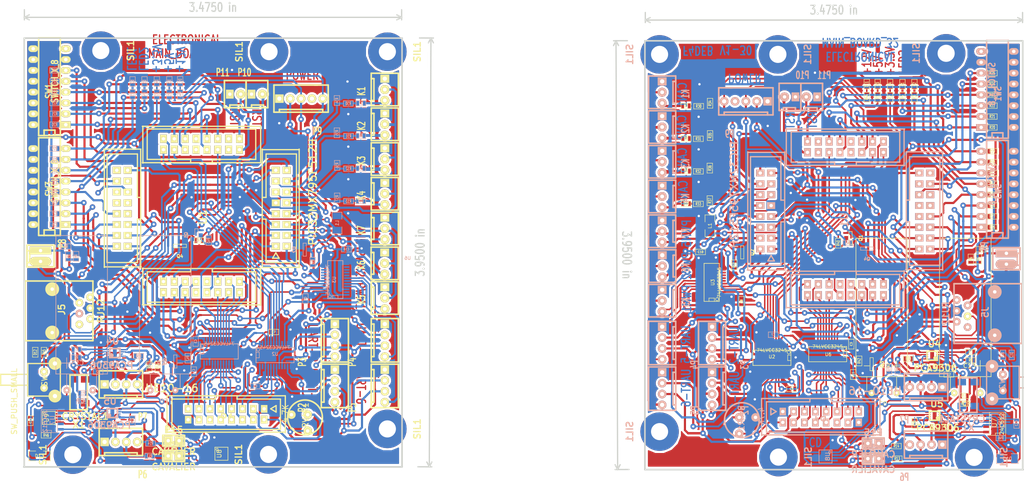
<source format=kicad_pcb>
(kicad_pcb (version 3) (host pcbnew "(2013-jul-07)-stable")
  (title_block (title ELECTRONICAL_MAIN_BOARD_32) (rev "V 1-30") (company "CYBERNETIQUE EN NORD") (comment 1 F4DEB))
  (layers (15 Dessus signal) (0 Dessous signal hide) (18 B.Paste user) (19 F.Paste user) (20 B.SilkS user hide) (21 F.SilkS user) (22 B.Mask user) (23 F.Mask user) (28 Edge.Cuts user))
  (net 0 "")
  (net 1 +12V)
  (net 2 +3.3V)
  (net 3 +5V)
  (net 4 /5vto3v3/BE)
  (net 5 /5vto3v3/BRS)
  (net 6 /5vto3v3/BRW)
  (net 7 /5vto3v3/CONTRASTE)
  (net 8 /5vto3v3/D0)
  (net 9 /5vto3v3/D1)
  (net 10 /5vto3v3/D2)
  (net 11 /5vto3v3/D3)
  (net 12 /5vto3v3/D4)
  (net 13 /5vto3v3/D5)
  (net 14 /5vto3v3/D6)
  (net 15 /5vto3v3/D7)
  (net 16 /5vto3v3/E)
  (net 17 /5vto3v3/OC1)
  (net 18 /5vto3v3/OC1-5V)
  (net 19 /5vto3v3/OC2)
  (net 20 /5vto3v3/OC2-5V)
  (net 21 /5vto3v3/OC5)
  (net 22 /5vto3v3/OC5-5V)
  (net 23 /5vto3v3/RS)
  (net 24 /5vto3v3/RW)
  (net 25 /5vto3v3/SCL1)
  (net 26 /5vto3v3/SCL1-5V)
  (net 27 /5vto3v3/SCL4)
  (net 28 /5vto3v3/SCL4-5V)
  (net 29 /5vto3v3/SDA1)
  (net 30 /5vto3v3/SDA1-5V)
  (net 31 /5vto3v3/SDA4)
  (net 32 /5vto3v3/SDA4-5V)
  (net 33 /5vto3v3/U1RX)
  (net 34 /5vto3v3/U1RX-5V)
  (net 35 /5vto3v3/U1TX)
  (net 36 /5vto3v3/U1TX-5V)
  (net 37 /5vto3v3/U2RX)
  (net 38 /5vto3v3/U2RX-5V)
  (net 39 /5vto3v3/U2TX)
  (net 40 /5vto3v3/U2TX-5V)
  (net 41 /5vto3v3/U5RX)
  (net 42 /5vto3v3/U5RX-5V)
  (net 43 /5vto3v3/U5TX)
  (net 44 /5vto3v3/U5TX-5V)
  (net 45 /5vto3v3/U6RX)
  (net 46 /5vto3v3/U6RX-5V)
  (net 47 /5vto3v3/U6TX)
  (net 48 /5vto3v3/U6TX-5V)
  (net 49 /BD0)
  (net 50 /BD1)
  (net 51 /BD2)
  (net 52 /BD3)
  (net 53 /BD4)
  (net 54 /BD5)
  (net 55 /BD6)
  (net 56 /BD7)
  (net 57 /PIC32/CAN1)
  (net 58 /PIC32/CAN2)
  (net 59 /PIC32/CAN3)
  (net 60 /PIC32/CAN4)
  (net 61 /PIC32/GO)
  (net 62 /PIC32/LED1)
  (net 63 /PIC32/LED2)
  (net 64 /PIC32/PGEC1)
  (net 65 /PIC32/PGED1)
  (net 66 /PIC32/RST)
  (net 67 /PIC32/SW0)
  (net 68 /PIC32/SW1)
  (net 69 /PIC32/SW10)
  (net 70 /PIC32/SW11)
  (net 71 /PIC32/SW12)
  (net 72 /PIC32/SW13)
  (net 73 /PIC32/SW2)
  (net 74 /PIC32/SW3)
  (net 75 /PIC32/SW4)
  (net 76 /PIC32/SW5)
  (net 77 /PIC32/SW6)
  (net 78 /PIC32/SW7)
  (net 79 /PIC32/SW8)
  (net 80 /PIC32/SW9)
  (net 81 GND)
  (net 82 N-00000100)
  (net 83 N-00000101)
  (net 84 N-00000102)
  (net 85 N-00000103)
  (net 86 N-00000104)
  (net 87 N-00000105)
  (net 88 N-00000106)
  (net 89 N-00000111)
  (net 90 N-00000112)
  (net 91 N-00000113)
  (net 92 N-00000114)
  (net 93 N-00000115)
  (net 94 N-00000116)
  (net 95 N-00000117)
  (net 96 N-00000129)
  (net 97 N-00000130)
  (net 98 N-00000131)
  (net 99 N-00000132)
  (net 100 N-0000052)
  (net 101 N-0000059)
  (net 102 N-0000063)
  (net 103 N-0000064)
  (net 104 N-0000087)
  (net 105 N-0000092)
  (net 106 N-0000096)
  (net 107 N-0000098)
  (net 108 N-0000099)
  (module COLONETTE (layer Dessous) (at 185.70448 143.03248 270)
    (fp_text reference J7 (at 0 0 270) (layer B.SilkS) (effects (font (size 1.524 1.524) (thickness 0.3048)) (justify mirror)))
    (fp_text value SIL1 (at 0 6.985 270) (layer B.SilkS) (effects (font (size 1.524 1.524) (thickness 0.3048)) (justify mirror)))
    (pad 1 thru_hole circle (at 0 0 270) (size 8.99922 8.99922) (drill 4.0005) (layers *.Cu))
  )
  (module COLONETTE (layer Dessous) (at 252.76048 54.51348 270)
    (fp_text reference J6 (at 0 0 270) (layer B.SilkS) (effects (font (size 1.524 1.524) (thickness 0.3048)) (justify mirror)))
    (fp_text value SIL1 (at 0 6.985 270) (layer B.SilkS) (effects (font (size 1.524 1.524) (thickness 0.3048)) (justify mirror)))
    (pad 1 thru_hole circle (at 0 0 270) (size 8.99922 8.99922) (drill 4.0005) (layers *.Cu))
  )
  (module COLONETTE (layer Dessous) (at 185.70448 54.76748 270)
    (fp_text reference J4 (at 0 0 270) (layer B.SilkS) (effects (font (size 1.524 1.524) (thickness 0.3048)) (justify mirror)))
    (fp_text value SIL1 (at 0 6.985 270) (layer B.SilkS) (effects (font (size 1.524 1.524) (thickness 0.3048)) (justify mirror)))
    (pad 1 thru_hole circle (at 0 0 270) (size 8.99922 8.99922) (drill 4.0005) (layers *.Cu))
  )
  (module COLONETTE (layer Dessous) (at 213.39048 54.76748 90)
    (fp_text reference J1 (at 0 0 90) (layer B.SilkS) (effects (font (size 1.524 1.524) (thickness 0.3048)) (justify mirror)))
    (fp_text value SIL1 (at 0 6.985 90) (layer B.SilkS) (effects (font (size 1.524 1.524) (thickness 0.3048)) (justify mirror)))
    (pad 1 thru_hole circle (at 0 0 90) (size 8.99922 8.99922) (drill 4.0005) (layers *.Cu))
  )
  (module COLONETTE (layer Dessous) (at 213.51748 149.00148 90)
    (fp_text reference J2 (at 0 0 90) (layer B.SilkS) (effects (font (size 1.524 1.524) (thickness 0.3048)) (justify mirror)))
    (fp_text value SIL1 (at 0 6.985 90) (layer B.SilkS) (effects (font (size 1.524 1.524) (thickness 0.3048)) (justify mirror)))
    (pad 1 thru_hole circle (at 0 0 90) (size 8.99922 8.99922) (drill 4.0005) (layers *.Cu))
  )
  (module COLONETTE (layer Dessous) (at 259.30098 149.06498 90)
    (fp_text reference J3 (at 0 0 90) (layer B.SilkS) (effects (font (size 1.524 1.524) (thickness 0.3048)) (justify mirror)))
    (fp_text value SIL1 (at 0 6.985 90) (layer B.SilkS) (effects (font (size 1.524 1.524) (thickness 0.3048)) (justify mirror)))
    (pad 1 thru_hole circle (at 0 0 90) (size 8.99922 8.99922) (drill 4.0005) (layers *.Cu))
  )
  (module VSSOP-8 (layer Dessus) (at 250.02998 139.28598 180)
    (fp_text reference U5 (at -0.5588 2.7432 180) (layer F.SilkS) (effects (font (size 1.524 1.524) (thickness 0.3048))))
    (fp_text value PCA9306 (at -0.762 -2.8956 180) (layer F.SilkS) (effects (font (size 1.524 1.524) (thickness 0.3048))))
    (pad 4 smd rect (at -1.4732 0.762 270) (size 0.24892 1.00076) (layers Dessus F.Paste F.Mask) (net 31 /5vto3v3/SDA4))
    (pad 3 smd rect (at -1.4732 0.254 270) (size 0.24892 1.00076) (layers Dessus F.Paste F.Mask) (net 27 /5vto3v3/SCL4))
    (pad 2 smd rect (at -1.4732 -0.254 270) (size 0.24892 1.00076) (layers Dessus F.Paste F.Mask) (net 2 +3.3V))
    (pad 1 smd rect (at -1.4732 -0.762 270) (size 0.24892 1.00076) (layers Dessus F.Paste F.Mask) (net 81 GND))
    (pad 5 smd rect (at 1.4224 0.762 270) (size 0.24892 1.00076) (layers Dessus F.Paste F.Mask) (net 32 /5vto3v3/SDA4-5V))
    (pad 6 smd rect (at 1.4224 0.254 270) (size 0.24892 1.00076) (layers Dessus F.Paste F.Mask) (net 28 /5vto3v3/SCL4-5V))
    (pad 7 smd rect (at 1.4224 -0.254 270) (size 0.24892 1.00076) (layers Dessus F.Paste F.Mask) (net 97 N-00000130))
    (pad 8 smd rect (at 1.4224 -0.762 270) (size 0.24892 1.00076) (layers Dessus F.Paste F.Mask) (net 97 N-00000130))
  )
  (module VSSOP-8 (layer Dessus) (at 249.45848 125.25248 180)
    (fp_text reference U4 (at -0.5588 2.7432 180) (layer F.SilkS) (effects (font (size 1.524 1.524) (thickness 0.3048))))
    (fp_text value PCA9306 (at -0.762 -2.8956 180) (layer F.SilkS) (effects (font (size 1.524 1.524) (thickness 0.3048))))
    (pad 4 smd rect (at -1.4732 0.762 270) (size 0.24892 1.00076) (layers Dessus F.Paste F.Mask) (net 29 /5vto3v3/SDA1))
    (pad 3 smd rect (at -1.4732 0.254 270) (size 0.24892 1.00076) (layers Dessus F.Paste F.Mask) (net 25 /5vto3v3/SCL1))
    (pad 2 smd rect (at -1.4732 -0.254 270) (size 0.24892 1.00076) (layers Dessus F.Paste F.Mask) (net 2 +3.3V))
    (pad 1 smd rect (at -1.4732 -0.762 270) (size 0.24892 1.00076) (layers Dessus F.Paste F.Mask) (net 81 GND))
    (pad 5 smd rect (at 1.4224 0.762 270) (size 0.24892 1.00076) (layers Dessus F.Paste F.Mask) (net 30 /5vto3v3/SDA1-5V))
    (pad 6 smd rect (at 1.4224 0.254 270) (size 0.24892 1.00076) (layers Dessus F.Paste F.Mask) (net 26 /5vto3v3/SCL1-5V))
    (pad 7 smd rect (at 1.4224 -0.254 270) (size 0.24892 1.00076) (layers Dessus F.Paste F.Mask) (net 88 N-00000106))
    (pad 8 smd rect (at 1.4224 -0.762 270) (size 0.24892 1.00076) (layers Dessus F.Paste F.Mask) (net 88 N-00000106))
  )
  (module RJ12_E (layer Dessous) (at 255.23698 115.40998 270)
    (fp_text reference J5 (at -0.3175 -6.6675 270) (layer B.SilkS) (effects (font (size 1.524 1.524) (thickness 0.3048)) (justify mirror)))
    (fp_text value RJ12 (at 0 2.54 270) (layer B.SilkS) (effects (font (size 1.524 1.524) (thickness 0.3048)) (justify mirror)))
    (pad 4 thru_hole circle (at 0.635 -2.54 270) (size 1.80086 1.80086) (drill 0.8128) (layers *.Cu *.Mask F.SilkS) (net 65 /PIC32/PGED1))
    (pad 2 thru_hole circle (at -1.905 -2.54 270) (size 1.80086 1.80086) (drill 0.8128) (layers *.Cu *.Mask B.SilkS) (net 2 +3.3V))
    (pad 6 thru_hole circle (at 3.175 -2.54 270) (size 1.80086 1.80086) (drill 0.8128) (layers *.Cu *.Mask B.SilkS))
    (pad 1 thru_hole circle (at -3.175 0 270) (size 1.80086 1.80086) (drill 0.8128) (layers *.Cu *.Mask B.SilkS) (net 66 /PIC32/RST))
    (pad 3 thru_hole circle (at -0.635 0 270) (size 1.80086 1.80086) (drill 0.8128) (layers *.Cu *.Mask B.SilkS) (net 81 GND))
    (pad 5 thru_hole circle (at 1.905 0 270) (size 1.80086 1.80086) (drill 0.8128) (layers *.Cu *.Mask B.SilkS) (net 64 /PIC32/PGEC1))
    (pad 8 thru_hole circle (at 5.08 -8.89 270) (size 3.2512 3.2512) (drill 0.8128) (layers *.Cu *.Mask B.SilkS) (net 81 GND))
    (pad 7 thru_hole circle (at -5.08 -8.89 270) (size 3.2512 3.2512) (drill 0.8128) (layers *.Cu *.Mask B.SilkS) (net 81 GND))
  )
  (module CAVALIER (layer Dessous) (at 236.982 149.352 180)
    (fp_text reference P14 (at 1.27 2.54 180) (layer B.SilkS) (effects (font (size 1.524 1.524) (thickness 0.3048)) (justify mirror)))
    (fp_text value CAVALIER (at 1.27 -2.54 180) (layer B.SilkS) (effects (font (size 1.524 1.524) (thickness 0.3048)) (justify mirror)))
    (pad 1 thru_hole rect (at 0 0 180) (size 1.99898 1.99898) (drill 0.8001) (layers *.Cu *.Mask B.SilkS) (net 98 N-00000131))
    (pad 2 thru_hole rect (at 2.54 0 180) (size 1.99898 1.99898) (drill 0.8001) (layers *.Cu *.Mask B.SilkS) (net 3 +5V))
  )
  (module CAVALIER (layer Dessous) (at 236.982 145.796 180)
    (fp_text reference P15 (at 1.27 2.54 180) (layer B.SilkS) (effects (font (size 1.524 1.524) (thickness 0.3048)) (justify mirror)))
    (fp_text value CAVALIER (at 1.27 -2.54 180) (layer B.SilkS) (effects (font (size 1.524 1.524) (thickness 0.3048)) (justify mirror)))
    (pad 1 thru_hole rect (at 0 0 180) (size 1.99898 1.99898) (drill 0.8001) (layers *.Cu *.Mask B.SilkS) (net 96 N-00000129))
    (pad 2 thru_hole rect (at 2.54 0 180) (size 1.99898 1.99898) (drill 0.8001) (layers *.Cu *.Mask B.SilkS) (net 3 +5V))
  )
  (module KK-2 (layer Dessous) (at 220.0275 64.7065)
    (fp_text reference P11 (at 4.191 -5.08) (layer B.SilkS) (effects (font (size 1.73482 1.08712) (thickness 0.27178)) (justify mirror)))
    (fp_text value CONN_2 hide)
    (pad 1 thru_hole rect (at 2.54 0) (size 1.80086 2.10058) (drill 0.8001) (layers *.Cu *.Mask B.SilkS) (net 81 GND))
    (pad 2 thru_hole circle (at 0 0) (size 2.10058 2.10058) (drill 0.8001) (layers *.Cu *.Mask B.SilkS) (net 66 /PIC32/RST))
  )
  (module KK-2 (layer Dessous) (at 214.9475 64.7065)
    (fp_text reference P10 (at 4.191 -5.08) (layer B.SilkS) (effects (font (size 1.73482 1.08712) (thickness 0.27178)) (justify mirror)))
    (fp_text value CONN_2 hide)
    (pad 1 thru_hole rect (at 2.54 0) (size 1.80086 2.10058) (drill 0.8001) (layers *.Cu *.Mask B.SilkS) (net 81 GND))
    (pad 2 thru_hole circle (at 0 0) (size 2.10058 2.10058) (drill 0.8001) (layers *.Cu *.Mask B.SilkS) (net 66 /PIC32/RST))
  )
  (module KK-2 (layer Dessous) (at 266.85748 103.85298 90)
    (fp_text reference P8 (at 4.191 -5.08 90) (layer B.SilkS) (effects (font (size 1.73482 1.08712) (thickness 0.27178)) (justify mirror)))
    (fp_text value CONN_2 hide)
    (pad 1 thru_hole rect (at 2.54 0 90) (size 1.80086 5) (drill 0.8001) (layers *.Cu *.Mask B.SilkS) (net 61 /PIC32/GO))
    (pad 2 thru_hole oval (at 0 0 90) (size 2.10058 5) (drill 0.8001) (layers *.Cu *.Mask B.SilkS) (net 2 +3.3V))
  )
  (module KK-5 (layer Dessous) (at 203.35748 65.75298)
    (fp_text reference P9 (at -1.27 7.62) (layer B.SilkS) (effects (font (size 1.73482 1.08712) (thickness 0.27178)) (justify mirror)))
    (fp_text value CONN_5 hide)
    (pad 5 thru_hole circle (at -2.54 0) (size 1.99898 1.99898) (drill 1.00076) (layers *.Cu *.Mask B.SilkS) (net 1 +12V))
    (pad 1 thru_hole rect (at 7.62 0) (size 1.99898 1.99898) (drill 1.00076) (layers *.Cu *.Mask B.SilkS) (net 81 GND))
    (pad 2 thru_hole circle (at 5.08 0) (size 1.99898 1.99898) (drill 1.00076) (layers *.Cu *.Mask B.SilkS) (net 2 +3.3V))
    (pad 3 thru_hole circle (at 2.54 0) (size 1.99898 1.99898) (drill 1.00076) (layers *.Cu *.Mask B.SilkS) (net 3 +5V))
    (pad 4 thru_hole circle (at 0 0) (size 1.99898 1.99898) (drill 1.00076) (layers *.Cu *.Mask B.SilkS))
  )
  (module PIC32½64 (layer Dessous) (at 209.26298 100.29698 90)
    (fp_text reference U1 (at 6.7945 19.6215 90) (layer B.SilkS) (effects (font (size 1.778 1.778) (thickness 0.3048)) (justify mirror)))
    (fp_text value PIC32MX795F512H (at 12.7 -6.096 90) (layer B.SilkS) (effects (font (size 1.778 1.778) (thickness 0.3048)) (justify mirror)))
    (pad 15 thru_hole rect (at 17.78 2.54254 180) (size 1.89992 1.6002) (drill 0.8001) (layers *.Cu *.Mask B.SilkS) (net 64 /PIC32/PGEC1))
    (pad 16 thru_hole rect (at 17.78 0.00254 180) (size 1.89992 1.6002) (drill 0.8001) (layers *.Cu *.Mask B.SilkS) (net 65 /PIC32/PGED1))
    (pad 13 thru_hole rect (at 15.24 2.54254 180) (size 1.89992 1.6002) (drill 0.8001) (layers *.Cu *.Mask B.SilkS) (net 85 N-00000103))
    (pad 14 thru_hole rect (at 15.24 0.00254 180) (size 1.89992 1.6002) (drill 0.8001) (layers *.Cu *.Mask B.SilkS) (net 106 N-0000096))
    (pad 11 thru_hole rect (at 12.7 2.54254 180) (size 1.89992 1.6002) (drill 0.8001) (layers *.Cu *.Mask B.SilkS) (net 86 N-00000104))
    (pad 12 thru_hole rect (at 12.7 0.00254 180) (size 1.89992 1.6002) (drill 0.8001) (layers *.Cu *.Mask B.SilkS) (net 104 N-0000087))
    (pad 9 thru_hole rect (at 10.16 2.54254 180) (size 1.89992 1.6002) (drill 0.8001) (layers *.Cu *.Mask B.SilkS) (net 81 GND))
    (pad 10 thru_hole rect (at 10.16 0.00254 180) (size 1.89992 1.6002) (drill 0.8001) (layers *.Cu *.Mask B.SilkS) (net 2 +3.3V))
    (pad 7 thru_hole rect (at 7.62 2.54254 180) (size 1.89992 1.6002) (drill 0.8001) (layers *.Cu *.Mask B.SilkS) (net 66 /PIC32/RST))
    (pad 8 thru_hole rect (at 7.62 0.00254 180) (size 1.89992 1.6002) (drill 0.8001) (layers *.Cu *.Mask B.SilkS) (net 45 /5vto3v3/U6RX))
    (pad 5 thru_hole rect (at 5.08 2.54254 180) (size 1.89992 1.6002) (drill 0.8001) (layers *.Cu *.Mask B.SilkS) (net 31 /5vto3v3/SDA4))
    (pad 6 thru_hole rect (at 5.08 0.00254 180) (size 1.89992 1.6002) (drill 0.8001) (layers *.Cu *.Mask B.SilkS) (net 27 /5vto3v3/SCL4))
    (pad 3 thru_hole rect (at 2.54 2.54254 180) (size 1.89992 1.6002) (drill 0.8001) (layers *.Cu *.Mask B.SilkS) (net 15 /5vto3v3/D7))
    (pad 4 thru_hole rect (at 2.54 0.00254 180) (size 1.89992 1.6002) (drill 0.8001) (layers *.Cu *.Mask B.SilkS) (net 47 /5vto3v3/U6TX))
    (pad 1 thru_hole rect (at 0 2.54254 180) (size 1.89992 1.6002) (drill 0.8001) (layers *.Cu *.Mask B.SilkS) (net 13 /5vto3v3/D5))
    (pad 2 thru_hole rect (at 0 0.00254 180) (size 1.89992 1.6002) (drill 0.8001) (layers *.Cu *.Mask B.SilkS) (net 14 /5vto3v3/D6))
    (pad 34 thru_hole rect (at 17.78 39.751 180) (size 1.89992 1.6002) (drill 0.8001) (layers *.Cu *.Mask B.SilkS))
    (pad 33 thru_hole rect (at 17.78 37.211 180) (size 1.89992 1.6002) (drill 0.8001) (layers *.Cu *.Mask B.SilkS) (net 24 /5vto3v3/RW))
    (pad 36 thru_hole rect (at 15.24 39.751 180) (size 1.89992 1.6002) (drill 0.8001) (layers *.Cu *.Mask B.SilkS) (net 61 /PIC32/GO))
    (pad 35 thru_hole rect (at 15.24 37.211 180) (size 1.89992 1.6002) (drill 0.8001) (layers *.Cu *.Mask B.SilkS))
    (pad 38 thru_hole rect (at 12.7 39.751 180) (size 1.89992 1.6002) (drill 0.8001) (layers *.Cu *.Mask B.SilkS))
    (pad 37 thru_hole rect (at 12.7 37.211 180) (size 1.89992 1.6002) (drill 0.8001) (layers *.Cu *.Mask B.SilkS) (net 72 /PIC32/SW13))
    (pad 40 thru_hole rect (at 10.16 39.751 180) (size 1.89992 1.6002) (drill 0.8001) (layers *.Cu *.Mask B.SilkS))
    (pad 39 thru_hole rect (at 10.16 37.211 180) (size 1.89992 1.6002) (drill 0.8001) (layers *.Cu *.Mask B.SilkS))
    (pad 42 thru_hole rect (at 7.62 39.751 180) (size 1.89992 1.6002) (drill 0.8001) (layers *.Cu *.Mask B.SilkS) (net 74 /PIC32/SW3))
    (pad 41 thru_hole rect (at 7.62 37.211 180) (size 1.89992 1.6002) (drill 0.8001) (layers *.Cu *.Mask B.SilkS))
    (pad 44 thru_hole rect (at 5.08 39.751 180) (size 1.89992 1.6002) (drill 0.8001) (layers *.Cu *.Mask B.SilkS) (net 25 /5vto3v3/SCL1))
    (pad 43 thru_hole rect (at 5.08 37.211 180) (size 1.89992 1.6002) (drill 0.8001) (layers *.Cu *.Mask B.SilkS) (net 29 /5vto3v3/SDA1))
    (pad 46 thru_hole rect (at 2.54 39.751 180) (size 1.89992 1.6002) (drill 0.8001) (layers *.Cu *.Mask B.SilkS) (net 17 /5vto3v3/OC1))
    (pad 45 thru_hole rect (at 2.54 37.211 180) (size 1.89992 1.6002) (drill 0.8001) (layers *.Cu *.Mask B.SilkS) (net 105 N-0000092))
    (pad 48 thru_hole rect (at 0 39.751 180) (size 1.89992 1.6002) (drill 0.8001) (layers *.Cu *.Mask B.SilkS) (net 108 N-0000099))
    (pad 47 thru_hole rect (at 0 37.211 180) (size 1.89992 1.6002) (drill 0.8001) (layers *.Cu *.Mask B.SilkS) (net 71 /PIC32/SW12))
    (pad 31 thru_hole rect (at 22.606 28.829 180) (size 1.6002 1.89992) (drill 0.8001) (layers *.Cu *.Mask B.SilkS) (net 37 /5vto3v3/U2RX))
    (pad 32 thru_hole rect (at 25.146 28.829 180) (size 1.6002 1.89992) (drill 0.8001) (layers *.Cu *.Mask B.SilkS) (net 39 /5vto3v3/U2TX))
    (pad 29 thru_hole rect (at 22.606 26.289 180) (size 1.6002 1.89992) (drill 0.8001) (layers *.Cu *.Mask B.SilkS) (net 43 /5vto3v3/U5TX))
    (pad 30 thru_hole rect (at 25.146 26.289 180) (size 1.6002 1.89992) (drill 0.8001) (layers *.Cu *.Mask B.SilkS) (net 70 /PIC32/SW11))
    (pad 27 thru_hole rect (at 22.606 23.749 180) (size 1.6002 1.89992) (drill 0.8001) (layers *.Cu *.Mask B.SilkS) (net 80 /PIC32/SW9))
    (pad 28 thru_hole rect (at 25.146 23.749 180) (size 1.6002 1.89992) (drill 0.8001) (layers *.Cu *.Mask B.SilkS) (net 69 /PIC32/SW10))
    (pad 25 thru_hole rect (at 22.606 21.209 180) (size 1.6002 1.89992) (drill 0.8001) (layers *.Cu *.Mask B.SilkS))
    (pad 26 thru_hole rect (at 25.146 21.209 180) (size 1.6002 1.89992) (drill 0.8001) (layers *.Cu *.Mask B.SilkS))
    (pad 23 thru_hole rect (at 22.606 18.669 180) (size 1.6002 1.89992) (drill 0.8001) (layers *.Cu *.Mask B.SilkS) (net 78 /PIC32/SW7))
    (pad 24 thru_hole rect (at 25.146 18.669 180) (size 1.6002 1.89992) (drill 0.8001) (layers *.Cu *.Mask B.SilkS) (net 79 /PIC32/SW8))
    (pad 21 thru_hole rect (at 22.606 16.129 180) (size 1.6002 1.89992) (drill 0.8001) (layers *.Cu *.Mask B.SilkS) (net 41 /5vto3v3/U5RX))
    (pad 22 thru_hole rect (at 25.146 16.129 180) (size 1.6002 1.89992) (drill 0.8001) (layers *.Cu *.Mask B.SilkS) (net 77 /PIC32/SW6))
    (pad 19 thru_hole rect (at 22.606 13.589 180) (size 1.6002 1.89992) (drill 0.8001) (layers *.Cu *.Mask B.SilkS))
    (pad 20 thru_hole rect (at 25.146 13.589 180) (size 1.6002 1.89992) (drill 0.8001) (layers *.Cu *.Mask B.SilkS))
    (pad 17 thru_hole rect (at 22.606 11.049 180) (size 1.6002 1.89992) (drill 0.8001) (layers *.Cu *.Mask B.SilkS) (net 75 /PIC32/SW4))
    (pad 18 thru_hole rect (at 25.146 11.049 180) (size 1.6002 1.89992) (drill 0.8001) (layers *.Cu *.Mask B.SilkS) (net 76 /PIC32/SW5))
    (pad 64 thru_hole rect (at -10.795 11.049 180) (size 1.6002 1.89992) (drill 0.8001) (layers *.Cu *.Mask B.SilkS) (net 12 /5vto3v3/D4))
    (pad 63 thru_hole rect (at -8.255 11.049 180) (size 1.6002 1.89992) (drill 0.8001) (layers *.Cu *.Mask B.SilkS) (net 11 /5vto3v3/D3))
    (pad 62 thru_hole rect (at -10.795 13.589 180) (size 1.6002 1.89992) (drill 0.8001) (layers *.Cu *.Mask B.SilkS) (net 10 /5vto3v3/D2))
    (pad 61 thru_hole rect (at -8.255 13.589 180) (size 1.6002 1.89992) (drill 0.8001) (layers *.Cu *.Mask B.SilkS) (net 9 /5vto3v3/D1))
    (pad 60 thru_hole rect (at -10.795 16.129 180) (size 1.6002 1.89992) (drill 0.8001) (layers *.Cu *.Mask B.SilkS) (net 8 /5vto3v3/D0))
    (pad 59 thru_hole rect (at -8.255 16.129 180) (size 1.6002 1.89992) (drill 0.8001) (layers *.Cu *.Mask B.SilkS) (net 23 /5vto3v3/RS))
    (pad 58 thru_hole rect (at -10.795 18.669 180) (size 1.6002 1.89992) (drill 0.8001) (layers *.Cu *.Mask B.SilkS) (net 16 /5vto3v3/E))
    (pad 57 thru_hole rect (at -8.255 18.669 180) (size 1.6002 1.89992) (drill 0.8001) (layers *.Cu *.Mask B.SilkS))
    (pad 56 thru_hole rect (at -10.795 21.209 180) (size 1.6002 1.89992) (drill 0.8001) (layers *.Cu *.Mask B.SilkS))
    (pad 55 thru_hole rect (at -8.255 21.209 180) (size 1.6002 1.89992) (drill 0.8001) (layers *.Cu *.Mask B.SilkS) (net 73 /PIC32/SW2))
    (pad 54 thru_hole rect (at -10.795 23.749 180) (size 1.6002 1.89992) (drill 0.8001) (layers *.Cu *.Mask B.SilkS) (net 68 /PIC32/SW1))
    (pad 53 thru_hole rect (at -8.255 23.749 180) (size 1.6002 1.89992) (drill 0.8001) (layers *.Cu *.Mask B.SilkS) (net 67 /PIC32/SW0))
    (pad 52 thru_hole rect (at -10.795 26.289 180) (size 1.6002 1.89992) (drill 0.8001) (layers *.Cu *.Mask B.SilkS) (net 21 /5vto3v3/OC5))
    (pad 51 thru_hole rect (at -8.255 26.289 180) (size 1.6002 1.89992) (drill 0.8001) (layers *.Cu *.Mask B.SilkS) (net 35 /5vto3v3/U1TX))
    (pad 50 thru_hole rect (at -10.795 28.829 180) (size 1.6002 1.89992) (drill 0.8001) (layers *.Cu *.Mask B.SilkS) (net 33 /5vto3v3/U1RX))
    (pad 49 thru_hole rect (at -8.255 28.829 180) (size 1.6002 1.89992) (drill 0.8001) (layers *.Cu *.Mask B.SilkS) (net 19 /5vto3v3/OC2))
  )
  (module he10-16d (layer Dessous) (at 223.42348 139.60348)
    (fp_text reference P1 (at -0.254 0.889) (layer B.SilkS) (effects (font (size 1.778 1.778) (thickness 0.3048)) (justify mirror)))
    (fp_text value HE10-16 (at 12.7 -6.096) (layer B.SilkS) (effects (font (size 1.778 1.778) (thickness 0.3048)) (justify mirror)))
    (pad 1 thru_hole rect (at -8.89 -1.27) (size 1.524 1.80086) (drill 0.8001) (layers *.Cu *.Mask B.SilkS) (net 81 GND))
    (pad 2 thru_hole rect (at -8.89 1.27) (size 1.524 1.80086) (drill 0.8001) (layers *.Cu *.Mask B.SilkS) (net 3 +5V))
    (pad 3 thru_hole rect (at -6.35 -1.27) (size 1.524 1.80086) (drill 0.8001) (layers *.Cu *.Mask B.SilkS) (net 7 /5vto3v3/CONTRASTE))
    (pad 4 thru_hole rect (at -6.35 1.27) (size 1.524 1.80086) (drill 0.8001) (layers *.Cu *.Mask B.SilkS) (net 5 /5vto3v3/BRS))
    (pad 5 thru_hole rect (at -3.81 -1.27) (size 1.524 1.80086) (drill 0.8001) (layers *.Cu *.Mask B.SilkS) (net 6 /5vto3v3/BRW))
    (pad 6 thru_hole rect (at -3.81 1.27) (size 1.524 1.80086) (drill 0.8001) (layers *.Cu *.Mask B.SilkS) (net 4 /5vto3v3/BE))
    (pad 7 thru_hole rect (at -1.27 -1.27) (size 1.524 1.80086) (drill 0.8001) (layers *.Cu *.Mask B.SilkS) (net 49 /BD0))
    (pad 8 thru_hole rect (at -1.27 1.27) (size 1.524 1.80086) (drill 0.8001) (layers *.Cu *.Mask B.SilkS) (net 50 /BD1))
    (pad 9 thru_hole rect (at 1.27 -1.27) (size 1.524 1.80086) (drill 0.8001) (layers *.Cu *.Mask B.SilkS) (net 51 /BD2))
    (pad 10 thru_hole rect (at 1.27 1.27) (size 1.524 1.80086) (drill 0.8001) (layers *.Cu *.Mask B.SilkS) (net 52 /BD3))
    (pad 11 thru_hole rect (at 3.81 -1.27) (size 1.524 1.80086) (drill 0.8001) (layers *.Cu *.Mask B.SilkS) (net 53 /BD4))
    (pad 12 thru_hole rect (at 3.81 1.27) (size 1.524 1.80086) (drill 0.8001) (layers *.Cu *.Mask B.SilkS) (net 54 /BD5))
    (pad 13 thru_hole rect (at 6.35 -1.27) (size 1.524 1.80086) (drill 0.8001) (layers *.Cu *.Mask B.SilkS) (net 55 /BD6))
    (pad 14 thru_hole rect (at 6.35 1.27) (size 1.524 1.80086) (drill 0.8001) (layers *.Cu *.Mask B.SilkS) (net 56 /BD7))
    (pad 15 thru_hole rect (at 8.89 -1.27) (size 1.524 1.80086) (drill 0.8001) (layers *.Cu *.Mask B.SilkS) (net 3 +5V))
    (pad 16 thru_hole rect (at 8.89 1.27) (size 1.524 1.80086) (drill 0.8001) (layers *.Cu *.Mask B.SilkS) (net 81 GND))
  )
  (module KK-3 (layer Dessous) (at 186.309 74.295 90)
    (fp_text reference K2 (at 2.159 5.461 90) (layer B.SilkS) (effects (font (size 1.73482 1.08712) (thickness 0.27178)) (justify mirror)))
    (fp_text value CONN_3 hide)
    (pad 1 thru_hole rect (at 5.08 0 90) (size 1.89992 2.10058) (drill 1.00076) (layers *.Cu *.Mask B.SilkS) (net 81 GND))
    (pad 2 thru_hole circle (at 2.54 0 90) (size 2.10058 2.10058) (drill 0.89916) (layers *.Cu *.Mask B.SilkS) (net 1 +12V))
    (pad 3 thru_hole circle (at 0 0 90) (size 2.10058 2.10058) (drill 0.89916) (layers *.Cu *.Mask B.SilkS) (net 58 /PIC32/CAN2))
  )
  (module KK-3 (layer Dessous) (at 186.309 90.551 90)
    (fp_text reference K4 (at 2.159 5.461 90) (layer B.SilkS) (effects (font (size 1.73482 1.08712) (thickness 0.27178)) (justify mirror)))
    (fp_text value CONN_3 hide)
    (pad 1 thru_hole rect (at 5.08 0 90) (size 1.89992 2.10058) (drill 1.00076) (layers *.Cu *.Mask B.SilkS) (net 81 GND))
    (pad 2 thru_hole circle (at 2.54 0 90) (size 2.10058 2.10058) (drill 0.89916) (layers *.Cu *.Mask B.SilkS) (net 1 +12V))
    (pad 3 thru_hole circle (at 0 0 90) (size 2.10058 2.10058) (drill 0.89916) (layers *.Cu *.Mask B.SilkS) (net 60 /PIC32/CAN4))
  )
  (module KK-3 (layer Dessous) (at 186.309 82.423 90)
    (fp_text reference K3 (at 2.159 5.461 90) (layer B.SilkS) (effects (font (size 1.73482 1.08712) (thickness 0.27178)) (justify mirror)))
    (fp_text value CONN_3 hide)
    (pad 1 thru_hole rect (at 5.08 0 90) (size 1.89992 2.10058) (drill 1.00076) (layers *.Cu *.Mask B.SilkS) (net 81 GND))
    (pad 2 thru_hole circle (at 2.54 0 90) (size 2.10058 2.10058) (drill 0.89916) (layers *.Cu *.Mask B.SilkS) (net 1 +12V))
    (pad 3 thru_hole circle (at 0 0 90) (size 2.10058 2.10058) (drill 0.89916) (layers *.Cu *.Mask B.SilkS) (net 59 /PIC32/CAN3))
  )
  (module KK-3 (layer Dessous) (at 186.309 66.167 90)
    (fp_text reference K1 (at 2.159 5.461 90) (layer B.SilkS) (effects (font (size 1.73482 1.08712) (thickness 0.27178)) (justify mirror)))
    (fp_text value CONN_3 hide)
    (pad 1 thru_hole rect (at 5.08 0 90) (size 1.89992 2.10058) (drill 1.00076) (layers *.Cu *.Mask B.SilkS) (net 81 GND))
    (pad 2 thru_hole circle (at 2.54 0 90) (size 2.10058 2.10058) (drill 0.89916) (layers *.Cu *.Mask B.SilkS) (net 1 +12V))
    (pad 3 thru_hole circle (at 0 0 90) (size 2.10058 2.10058) (drill 0.89916) (layers *.Cu *.Mask B.SilkS) (net 57 /PIC32/CAN1))
  )
  (module KK-3 (layer Dessous) (at 186.309 114.935 90)
    (fp_text reference K5 (at 2.159 5.461 90) (layer B.SilkS) (effects (font (size 1.73482 1.08712) (thickness 0.27178)) (justify mirror)))
    (fp_text value CONN_3 hide)
    (pad 1 thru_hole rect (at 5.08 0 90) (size 1.89992 2.10058) (drill 1.00076) (layers *.Cu *.Mask B.SilkS) (net 81 GND))
    (pad 2 thru_hole circle (at 2.54 0 90) (size 2.10058 2.10058) (drill 0.89916) (layers *.Cu *.Mask B.SilkS) (net 101 N-0000059))
    (pad 3 thru_hole circle (at 0 0 90) (size 2.10058 2.10058) (drill 0.89916) (layers *.Cu *.Mask B.SilkS) (net 18 /5vto3v3/OC1-5V))
  )
  (module KK-3 (layer Dessous) (at 186.33948 106.83748 90)
    (fp_text reference K6 (at 2.159 5.461 90) (layer B.SilkS) (effects (font (size 1.73482 1.08712) (thickness 0.27178)) (justify mirror)))
    (fp_text value CONN_3 hide)
    (pad 1 thru_hole rect (at 5.08 0 90) (size 1.89992 2.10058) (drill 1.00076) (layers *.Cu *.Mask B.SilkS) (net 81 GND))
    (pad 2 thru_hole circle (at 2.54 0 90) (size 2.10058 2.10058) (drill 0.89916) (layers *.Cu *.Mask B.SilkS) (net 101 N-0000059))
    (pad 3 thru_hole circle (at 0 0 90) (size 2.10058 2.10058) (drill 0.89916) (layers *.Cu *.Mask B.SilkS) (net 20 /5vto3v3/OC2-5V))
  )
  (module KK-3 (layer Dessous) (at 186.309 98.679 90)
    (fp_text reference K7 (at 2.159 5.461 90) (layer B.SilkS) (effects (font (size 1.73482 1.08712) (thickness 0.27178)) (justify mirror)))
    (fp_text value CONN_3 hide)
    (pad 1 thru_hole rect (at 5.08 0 90) (size 1.89992 2.10058) (drill 1.00076) (layers *.Cu *.Mask B.SilkS) (net 81 GND))
    (pad 2 thru_hole circle (at 2.54 0 90) (size 2.10058 2.10058) (drill 0.89916) (layers *.Cu *.Mask B.SilkS) (net 101 N-0000059))
    (pad 3 thru_hole circle (at 0 0 90) (size 2.10058 2.10058) (drill 0.89916) (layers *.Cu *.Mask B.SilkS) (net 22 /5vto3v3/OC5-5V))
  )
  (module KK-4 (layer Dessous) (at 197.993 136.779 90)
    (fp_text reference P2 (at -1.27 7.62 90) (layer B.SilkS) (effects (font (size 1.73482 1.08712) (thickness 0.27178)) (justify mirror)))
    (fp_text value CONN_4 hide)
    (pad 1 thru_hole rect (at 7.62 0 90) (size 1.99898 1.99898) (drill 1.00076) (layers *.Cu *.Mask B.SilkS) (net 81 GND))
    (pad 2 thru_hole circle (at 5.08 0 90) (size 1.99898 1.99898) (drill 1.00076) (layers *.Cu *.Mask B.SilkS) (net 36 /5vto3v3/U1TX-5V))
    (pad 3 thru_hole circle (at 2.54 0 90) (size 1.99898 1.99898) (drill 1.00076) (layers *.Cu *.Mask B.SilkS) (net 3 +5V))
    (pad 4 thru_hole circle (at 0 0 90) (size 1.99898 1.99898) (drill 1.00076) (layers *.Cu *.Mask B.SilkS) (net 34 /5vto3v3/U1RX-5V))
  )
  (module KK-4 (layer Dessous) (at 186.309 136.779 90)
    (fp_text reference P5 (at -1.27 7.62 90) (layer B.SilkS) (effects (font (size 1.73482 1.08712) (thickness 0.27178)) (justify mirror)))
    (fp_text value CONN_4 hide)
    (pad 1 thru_hole rect (at 7.62 0 90) (size 1.99898 1.99898) (drill 1.00076) (layers *.Cu *.Mask B.SilkS) (net 81 GND))
    (pad 2 thru_hole circle (at 5.08 0 90) (size 1.99898 1.99898) (drill 1.00076) (layers *.Cu *.Mask B.SilkS) (net 48 /5vto3v3/U6TX-5V))
    (pad 3 thru_hole circle (at 2.54 0 90) (size 1.99898 1.99898) (drill 1.00076) (layers *.Cu *.Mask B.SilkS) (net 3 +5V))
    (pad 4 thru_hole circle (at 0 0 90) (size 1.99898 1.99898) (drill 1.00076) (layers *.Cu *.Mask B.SilkS) (net 46 /5vto3v3/U6RX-5V))
  )
  (module KK-4 (layer Dessous) (at 244.25148 146.08048)
    (fp_text reference P6 (at -1.27 7.62) (layer B.SilkS) (effects (font (size 1.73482 1.08712) (thickness 0.27178)) (justify mirror)))
    (fp_text value CONN_4 hide)
    (pad 1 thru_hole rect (at 7.62 0) (size 1.99898 1.99898) (drill 1.00076) (layers *.Cu *.Mask B.SilkS) (net 81 GND))
    (pad 2 thru_hole circle (at 5.08 0) (size 1.99898 1.99898) (drill 1.00076) (layers *.Cu *.Mask B.SilkS) (net 3 +5V))
    (pad 3 thru_hole circle (at 2.54 0) (size 1.99898 1.99898) (drill 1.00076) (layers *.Cu *.Mask B.SilkS) (net 28 /5vto3v3/SCL4-5V))
    (pad 4 thru_hole circle (at 0 0) (size 1.99898 1.99898) (drill 1.00076) (layers *.Cu *.Mask B.SilkS) (net 32 /5vto3v3/SDA4-5V))
  )
  (module KK-4 (layer Dessous) (at 244.25148 132.61848)
    (fp_text reference P7 (at -1.27 7.62) (layer B.SilkS) (effects (font (size 1.73482 1.08712) (thickness 0.27178)) (justify mirror)))
    (fp_text value CONN_4 hide)
    (pad 1 thru_hole rect (at 7.62 0) (size 1.99898 1.99898) (drill 1.00076) (layers *.Cu *.Mask B.SilkS) (net 81 GND))
    (pad 2 thru_hole circle (at 5.08 0) (size 1.99898 1.99898) (drill 1.00076) (layers *.Cu *.Mask B.SilkS) (net 3 +5V))
    (pad 3 thru_hole circle (at 2.54 0) (size 1.99898 1.99898) (drill 1.00076) (layers *.Cu *.Mask B.SilkS) (net 26 /5vto3v3/SCL1-5V))
    (pad 4 thru_hole circle (at 0 0) (size 1.99898 1.99898) (drill 1.00076) (layers *.Cu *.Mask B.SilkS) (net 30 /5vto3v3/SDA1-5V))
  )
  (module KK-4 (layer Dessous) (at 197.993 126.111 90)
    (fp_text reference P3 (at -1.27 7.62 90) (layer B.SilkS) (effects (font (size 1.73482 1.08712) (thickness 0.27178)) (justify mirror)))
    (fp_text value CONN_4 hide)
    (pad 1 thru_hole rect (at 7.62 0 90) (size 1.99898 1.99898) (drill 1.00076) (layers *.Cu *.Mask B.SilkS) (net 81 GND))
    (pad 2 thru_hole circle (at 5.08 0 90) (size 1.99898 1.99898) (drill 1.00076) (layers *.Cu *.Mask B.SilkS) (net 40 /5vto3v3/U2TX-5V))
    (pad 3 thru_hole circle (at 2.54 0 90) (size 1.99898 1.99898) (drill 1.00076) (layers *.Cu *.Mask B.SilkS) (net 3 +5V))
    (pad 4 thru_hole circle (at 0 0 90) (size 1.99898 1.99898) (drill 1.00076) (layers *.Cu *.Mask B.SilkS) (net 38 /5vto3v3/U2RX-5V))
  )
  (module KK-4 (layer Dessous) (at 186.309 126.111 90)
    (fp_text reference P4 (at -1.27 7.62 90) (layer B.SilkS) (effects (font (size 1.73482 1.08712) (thickness 0.27178)) (justify mirror)))
    (fp_text value CONN_4 hide)
    (pad 1 thru_hole rect (at 7.62 0 90) (size 1.99898 1.99898) (drill 1.00076) (layers *.Cu *.Mask B.SilkS) (net 81 GND))
    (pad 2 thru_hole circle (at 5.08 0 90) (size 1.99898 1.99898) (drill 1.00076) (layers *.Cu *.Mask B.SilkS) (net 44 /5vto3v3/U5TX-5V))
    (pad 3 thru_hole circle (at 2.54 0 90) (size 1.99898 1.99898) (drill 1.00076) (layers *.Cu *.Mask B.SilkS) (net 3 +5V))
    (pad 4 thru_hole circle (at 0 0 90) (size 1.99898 1.99898) (drill 1.00076) (layers *.Cu *.Mask B.SilkS) (net 42 /5vto3v3/U5RX-5V))
  )
  (module RV2 (layer Dessous) (at 204.343 139.7 270)
    (fp_text reference RVAR1 (at 0.127 -0.508 270) (layer B.SilkS) (effects (font (size 1.397 1.27) (thickness 0.2032)) (justify mirror)))
    (fp_text value 4.7K (at -0.254 -5.207 270) (layer B.SilkS) (effects (font (size 1.397 1.27) (thickness 0.2032)) (justify mirror)))
    (pad 1 thru_hole circle (at 0 -3.81 270) (size 1.99898 1.99898) (drill 0.8128) (layers *.Cu *.Mask B.SilkS) (net 81 GND))
    (pad 2 thru_hole circle (at 3.81 0 270) (size 1.99898 1.99898) (drill 0.8128) (layers *.Cu *.Mask B.SilkS) (net 3 +5V))
    (pad 3 thru_hole circle (at 0 0 270) (size 1.99898 1.99898) (drill 0.8128) (layers *.Cu *.Mask B.SilkS) (net 7 /5vto3v3/CONTRASTE))
  )
  (module SM0603_Resistor (layer Dessus) (at 245.364 141.097 90)
    (fp_text reference R39 (at 0 0 90) (layer F.SilkS) (effects (font (size 0.7112 0.4572) (thickness 0.1143))))
    (fp_text value 220k hide)
    (pad 1 smd rect (at -0.762 0 90) (size 0.635 1.143) (layers Dessus F.Paste F.Mask) (net 3 +5V))
    (pad 2 smd rect (at 0.762 0 90) (size 0.635 1.143) (layers Dessus F.Paste F.Mask) (net 97 N-00000130))
  )
  (module SOT23EBC (layer Dessous) (at 234.2515 100.203)
    (fp_text reference Q4 (at 0 2.413) (layer B.SilkS) (effects (font (size 0.762 0.762) (thickness 0.1905)) (justify mirror)))
    (fp_text value BSS123 hide)
    (pad 1 smd rect (at -0.889 1.016) (size 0.9144 0.9144) (layers Dessous B.Paste B.Mask) (net 81 GND))
    (pad 2 smd rect (at 0.889 1.016) (size 0.9144 0.9144) (layers Dessous B.Paste B.Mask) (net 17 /5vto3v3/OC1))
    (pad 3 smd rect (at 0 -1.016) (size 0.9144 0.9144) (layers Dessous B.Paste B.Mask) (net 18 /5vto3v3/OC1-5V))
  )
  (module SOT23EBC (layer Dessus) (at 205.0415 101.092 270)
    (fp_text reference Q2 (at 0 -2.413 270) (layer F.SilkS) (effects (font (size 0.762 0.762) (thickness 0.1905))))
    (fp_text value BSS123 hide)
    (pad 1 smd rect (at -0.889 -1.016 270) (size 0.9144 0.9144) (layers Dessus F.Paste F.Mask) (net 81 GND))
    (pad 2 smd rect (at 0.889 -1.016 270) (size 0.9144 0.9144) (layers Dessus F.Paste F.Mask) (net 21 /5vto3v3/OC5))
    (pad 3 smd rect (at 0 1.016 270) (size 0.9144 0.9144) (layers Dessus F.Paste F.Mask) (net 22 /5vto3v3/OC5-5V))
  )
  (module SOT23EBC (layer Dessus) (at 230.378 97.7265 270)
    (fp_text reference Q1 (at 0 -2.413 270) (layer F.SilkS) (effects (font (size 0.762 0.762) (thickness 0.1905))))
    (fp_text value BSS123 hide)
    (pad 1 smd rect (at -0.889 -1.016 270) (size 0.9144 0.9144) (layers Dessus F.Paste F.Mask) (net 81 GND))
    (pad 2 smd rect (at 0.889 -1.016 270) (size 0.9144 0.9144) (layers Dessus F.Paste F.Mask) (net 19 /5vto3v3/OC2))
    (pad 3 smd rect (at 0 1.016 270) (size 0.9144 0.9144) (layers Dessus F.Paste F.Mask) (net 20 /5vto3v3/OC2-5V))
  )
  (module SOT23EBC (layer Dessus) (at 235.331 127.254 270)
    (fp_text reference Q3 (at 0 -2.413 270) (layer F.SilkS) (effects (font (size 0.762 0.762) (thickness 0.1905))))
    (fp_text value BSS123 hide)
    (pad 1 smd rect (at -0.889 -1.016 270) (size 0.9144 0.9144) (layers Dessus F.Paste F.Mask) (net 81 GND))
    (pad 2 smd rect (at 0.889 -1.016 270) (size 0.9144 0.9144) (layers Dessus F.Paste F.Mask) (net 24 /5vto3v3/RW))
    (pad 3 smd rect (at 0 1.016 270) (size 0.9144 0.9144) (layers Dessus F.Paste F.Mask) (net 99 N-00000132))
  )
  (module C-10F (layer Dessus) (at 263.271 130.175 180)
    (fp_text reference C13 (at 5.08 2.54 180) (layer F.SilkS))
    (fp_text value CP (at 5.715 -6.35 180) (layer F.SilkS))
    (pad 1 thru_hole circle (at 2.54 -3.81 180) (size 1.5 1.5) (drill 0.6) (layers *.Cu *.Mask F.SilkS) (net 93 N-00000115))
    (pad 2 thru_hole circle (at 8.636 -3.81 180) (size 1.5 1.5) (drill 0.6) (layers *.Cu *.Mask F.SilkS) (net 89 N-00000111))
  )
  (module SM0603 (layer Dessous) (at 268.097 125.095 270)
    (fp_text reference D12 (at 0 0 270) (layer B.SilkS) (effects (font (size 0.7112 0.4572) (thickness 0.127)) (justify mirror)))
    (fp_text value LED hide)
    (pad 1 smd rect (at -0.762 0 270) (size 0.635 1.143) (layers Dessous B.Paste B.Mask) (net 2 +3.3V))
    (pad 2 smd rect (at 0.762 0 270) (size 0.635 1.143) (layers Dessous B.Paste B.Mask) (net 91 N-00000113))
  )
  (module LFXTAL003000 (layer Dessous) (at 256.413 137.033)
    (fp_text reference X1 (at 1.524 5.08) (layer B.SilkS) (effects (font (size 1.524 1.524) (thickness 0.3048)) (justify mirror)))
    (fp_text value CRYSTAL1 (at 0 3.048) (layer B.SilkS) (effects (font (size 1.524 1.524) (thickness 0.3048)) (justify mirror)))
    (pad 1 smd rect (at 0 0) (size 2 1.5) (layers Dessous B.Paste B.Mask) (net 95 N-00000117))
    (pad 2 smd rect (at 3.048 0) (size 2 1.5) (layers Dessous B.Paste B.Mask) (net 92 N-00000114))
    (pad 3 smd rect (at 0 -5.588) (size 2 1.524) (layers Dessous B.Paste B.Mask))
    (pad 4 smd rect (at 3.048 -5.588) (size 2 1.524) (layers Dessous B.Paste B.Mask))
  )
  (module C-10F (layer Dessus) (at 243.713 130.175 180)
    (fp_text reference C9 (at 5.08 2.54 180) (layer F.SilkS))
    (fp_text value CP (at 5.715 -6.35 180) (layer F.SilkS))
    (pad 1 thru_hole circle (at 2.54 -3.81 180) (size 1.5 1.5) (drill 0.6) (layers *.Cu *.Mask F.SilkS) (net 89 N-00000111))
    (pad 2 thru_hole circle (at 8.382 -3.81 180) (size 1.5 1.5) (drill 0.6) (layers *.Cu *.Mask F.SilkS) (net 81 GND))
  )
  (module SM0603_Capa (layer Dessous) (at 269.24 141.097 270)
    (fp_text reference C12 (at 0 0 270) (layer B.SilkS) (effects (font (size 0.508 0.4572) (thickness 0.1143)) (justify mirror)))
    (fp_text value C hide)
    (pad 1 smd rect (at -0.762 0 270) (size 0.635 1.143) (layers Dessous B.Paste B.Mask) (net 95 N-00000117))
    (pad 2 smd rect (at 0.762 0 270) (size 0.635 1.143) (layers Dessous B.Paste B.Mask) (net 81 GND))
  )
  (module SM0603_Resistor (layer Dessous) (at 265.557 144.526 180)
    (fp_text reference R46 (at 0 0 180) (layer B.SilkS) (effects (font (size 0.7112 0.4572) (thickness 0.1143)) (justify mirror)))
    (fp_text value R hide)
    (pad 1 smd rect (at -0.762 0 180) (size 0.635 1.143) (layers Dessous B.Paste B.Mask) (net 93 N-00000115))
    (pad 2 smd rect (at 0.762 0 180) (size 0.635 1.143) (layers Dessous B.Paste B.Mask) (net 94 N-00000116))
  )
  (module SM0603_Resistor (layer Dessous) (at 266.065 125.095 270)
    (fp_text reference R45 (at 0 0 270) (layer B.SilkS) (effects (font (size 0.7112 0.4572) (thickness 0.1143)) (justify mirror)))
    (fp_text value R hide)
    (pad 1 smd rect (at -0.762 0 270) (size 0.635 1.143) (layers Dessous B.Paste B.Mask) (net 91 N-00000113))
    (pad 2 smd rect (at 0.762 0 270) (size 0.635 1.143) (layers Dessous B.Paste B.Mask) (net 90 N-00000112))
  )
  (module SM1206 (layer Dessous) (at 267.081 149.352)
    (fp_text reference D13 (at 0 0) (layer B.SilkS) (effects (font (size 0.762 0.762) (thickness 0.127)) (justify mirror)))
    (fp_text value DIODESCH hide)
    (pad 1 smd rect (at -1.651 0) (size 1.524 2.032) (layers Dessous B.Paste B.Mask) (net 3 +5V))
    (pad 2 smd rect (at 1.651 0) (size 1.524 2.032) (layers Dessous B.Paste B.Mask) (net 94 N-00000116))
  )
  (module SSOP8 (layer Dessous) (at 224.536 148.844 270)
    (fp_text reference U8 (at 0 -0.508 270) (layer B.SilkS) (effects (font (size 1.016 1.016) (thickness 0.1524)) (justify mirror)))
    (fp_text value LM75A hide)
    (pad 1 smd rect (at -0.9779 -2.2225 270) (size 0.4064 1.27) (layers Dessous B.Paste B.Mask) (net 30 /5vto3v3/SDA1-5V))
    (pad 2 smd rect (at -0.3302 -2.2225 270) (size 0.4064 1.27) (layers Dessous B.Paste B.Mask) (net 26 /5vto3v3/SCL1-5V))
    (pad 3 smd rect (at 0.3302 -2.2225 270) (size 0.4064 1.27) (layers Dessous B.Paste B.Mask) (net 90 N-00000112))
    (pad 4 smd rect (at 0.9779 -2.2225 270) (size 0.4064 1.27) (layers Dessous B.Paste B.Mask) (net 81 GND))
    (pad 5 smd rect (at 0.9779 2.2225 270) (size 0.4064 1.27) (layers Dessous B.Paste B.Mask) (net 81 GND))
    (pad 6 smd rect (at 0.3302 2.2225 270) (size 0.4064 1.27) (layers Dessous B.Paste B.Mask) (net 81 GND))
    (pad 7 smd rect (at -0.3302 2.2225 270) (size 0.4064 1.27) (layers Dessous B.Paste B.Mask) (net 81 GND))
    (pad 8 smd rect (at -0.9779 2.2225 270) (size 0.4064 1.27) (layers Dessous B.Paste B.Mask) (net 3 +5V))
  )
  (module SSOP8 (layer Dessous) (at 264.922 140.462 270)
    (fp_text reference U9 (at 0 -0.508 270) (layer B.SilkS) (effects (font (size 1.016 1.016) (thickness 0.1524)) (justify mirror)))
    (fp_text value PCF8563 hide)
    (pad 1 smd rect (at -0.9779 -2.2225 270) (size 0.4064 1.27) (layers Dessous B.Paste B.Mask) (net 92 N-00000114))
    (pad 2 smd rect (at -0.3302 -2.2225 270) (size 0.4064 1.27) (layers Dessous B.Paste B.Mask) (net 95 N-00000117))
    (pad 3 smd rect (at 0.3302 -2.2225 270) (size 0.4064 1.27) (layers Dessous B.Paste B.Mask))
    (pad 4 smd rect (at 0.9779 -2.2225 270) (size 0.4064 1.27) (layers Dessous B.Paste B.Mask) (net 81 GND))
    (pad 5 smd rect (at 0.9779 2.2225 270) (size 0.4064 1.27) (layers Dessous B.Paste B.Mask) (net 30 /5vto3v3/SDA1-5V))
    (pad 6 smd rect (at 0.3302 2.2225 270) (size 0.4064 1.27) (layers Dessous B.Paste B.Mask) (net 26 /5vto3v3/SCL1-5V))
    (pad 7 smd rect (at -0.3302 2.2225 270) (size 0.4064 1.27) (layers Dessous B.Paste B.Mask))
    (pad 8 smd rect (at -0.9779 2.2225 270) (size 0.4064 1.27) (layers Dessous B.Paste B.Mask) (net 94 N-00000116))
  )
  (module SM0603 (layer Dessus) (at 234.188 61.722 90)
    (fp_text reference D11 (at 0 0 90) (layer F.SilkS) (effects (font (size 0.7112 0.4572) (thickness 0.127))))
    (fp_text value LED hide)
    (pad 1 smd rect (at -0.762 0 90) (size 0.635 1.143) (layers Dessus F.Paste F.Mask) (net 100 N-0000052))
    (pad 2 smd rect (at 0.762 0 90) (size 0.635 1.143) (layers Dessus F.Paste F.Mask) (net 81 GND))
  )
  (module SM0603_Resistor (layer Dessus) (at 234.188 64.77 90)
    (fp_text reference R44 (at 0 0 90) (layer F.SilkS) (effects (font (size 0.7112 0.4572) (thickness 0.1143))))
    (fp_text value 3..3k hide)
    (pad 1 smd rect (at -0.762 0 90) (size 0.635 1.143) (layers Dessus F.Paste F.Mask) (net 1 +12V))
    (pad 2 smd rect (at 0.762 0 90) (size 0.635 1.143) (layers Dessus F.Paste F.Mask) (net 100 N-0000052))
  )
  (module SO8E (layer Dessus) (at 264.795 141.224 90)
    (fp_text reference U7 (at 0.254 -0.762 90) (layer F.SilkS) (effects (font (size 1.143 1.143) (thickness 0.1524))))
    (fp_text value 24C512 (at 0 1.016 90) (layer F.SilkS) (effects (font (size 0.889 0.889) (thickness 0.1524))))
    (pad 8 smd rect (at -1.905 -2.667 90) (size 0.59944 1.39954) (layers Dessus F.Paste F.Mask) (net 3 +5V))
    (pad 1 smd rect (at -1.905 2.667 90) (size 0.59944 1.39954) (layers Dessus F.Paste F.Mask) (net 81 GND))
    (pad 7 smd rect (at -0.635 -2.667 90) (size 0.59944 1.39954) (layers Dessus F.Paste F.Mask))
    (pad 6 smd rect (at 0.635 -2.667 90) (size 0.59944 1.39954) (layers Dessus F.Paste F.Mask) (net 26 /5vto3v3/SCL1-5V))
    (pad 5 smd rect (at 1.905 -2.667 90) (size 0.59944 1.39954) (layers Dessus F.Paste F.Mask) (net 30 /5vto3v3/SDA1-5V))
    (pad 2 smd rect (at -0.635 2.667 90) (size 0.59944 1.39954) (layers Dessus F.Paste F.Mask) (net 81 GND))
    (pad 3 smd rect (at 0.635 2.667 90) (size 0.59944 1.39954) (layers Dessus F.Paste F.Mask) (net 81 GND))
    (pad 4 smd rect (at 1.905 2.667 90) (size 0.59944 1.39954) (layers Dessus F.Paste F.Mask) (net 81 GND))
  )
  (module SM0603_Resistor (layer Dessous) (at 229.743 98.933)
    (fp_text reference R43 (at 0 0) (layer B.SilkS) (effects (font (size 0.7112 0.4572) (thickness 0.1143)) (justify mirror)))
    (fp_text value 4.7k hide)
    (pad 1 smd rect (at -0.762 0) (size 0.635 1.143) (layers Dessous B.Paste B.Mask) (net 3 +5V))
    (pad 2 smd rect (at 0.762 0) (size 0.635 1.143) (layers Dessous B.Paste B.Mask) (net 18 /5vto3v3/OC1-5V))
  )
  (module SM0603 (layer Dessus) (at 243.9035 125.984)
    (fp_text reference R38 (at 0 0) (layer F.SilkS) (effects (font (size 0.7112 0.4572) (thickness 0.1143))))
    (fp_text value 220k hide)
    (pad 1 smd rect (at -0.762 0) (size 0.635 1.143) (layers Dessus F.Paste F.Mask) (net 3 +5V))
    (pad 2 smd rect (at 0.762 0) (size 0.635 1.143) (layers Dessus F.Paste F.Mask) (net 88 N-00000106))
  )
  (module SM0603_Resistor (layer Dessus) (at 232.41 126.492 270)
    (fp_text reference R42 (at 0 0 270) (layer F.SilkS) (effects (font (size 0.7112 0.4572) (thickness 0.1143))))
    (fp_text value 4.7k hide)
    (pad 1 smd rect (at -0.762 0 270) (size 0.635 1.143) (layers Dessus F.Paste F.Mask) (net 2 +3.3V))
    (pad 2 smd rect (at 0.762 0 270) (size 0.635 1.143) (layers Dessus F.Paste F.Mask) (net 99 N-00000132))
  )
  (module SM0603_Resistor (layer Dessus) (at 203.2 104.013 90)
    (fp_text reference R41 (at 0 0 90) (layer F.SilkS) (effects (font (size 0.7112 0.4572) (thickness 0.1143))))
    (fp_text value 4.7k hide)
    (pad 1 smd rect (at -0.762 0 90) (size 0.635 1.143) (layers Dessus F.Paste F.Mask) (net 3 +5V))
    (pad 2 smd rect (at 0.762 0 90) (size 0.635 1.143) (layers Dessus F.Paste F.Mask) (net 22 /5vto3v3/OC5-5V))
  )
  (module SM0603_Resistor (layer Dessus) (at 227.5205 98.933 270)
    (fp_text reference R40 (at 0 0 270) (layer F.SilkS) (effects (font (size 0.7112 0.4572) (thickness 0.1143))))
    (fp_text value 4.7k hide)
    (pad 1 smd rect (at -0.762 0 270) (size 0.635 1.143) (layers Dessus F.Paste F.Mask) (net 3 +5V))
    (pad 2 smd rect (at 0.762 0 270) (size 0.635 1.143) (layers Dessus F.Paste F.Mask) (net 20 /5vto3v3/OC2-5V))
  )
  (module SM0603 (layer Dessus) (at 191.92748 89.69248)
    (fp_text reference D10 (at 0 0) (layer F.SilkS) (effects (font (size 0.7112 0.4572) (thickness 0.1143))))
    (fp_text value LED hide)
    (pad 1 smd rect (at -0.762 0) (size 0.635 1.143) (layers Dessus F.Paste F.Mask) (net 60 /PIC32/CAN4))
    (pad 2 smd rect (at 0.762 0) (size 0.635 1.143) (layers Dessus F.Paste F.Mask) (net 83 N-00000101))
  )
  (module SM0603 (layer Dessus) (at 191.92748 82.07248)
    (fp_text reference D9 (at 0 0) (layer F.SilkS) (effects (font (size 0.7112 0.4572) (thickness 0.1143))))
    (fp_text value LED hide)
    (pad 1 smd rect (at -0.762 0) (size 0.635 1.143) (layers Dessus F.Paste F.Mask) (net 59 /PIC32/CAN3))
    (pad 2 smd rect (at 0.762 0) (size 0.635 1.143) (layers Dessus F.Paste F.Mask) (net 87 N-00000105))
  )
  (module SM0603 (layer Dessus) (at 191.92748 74.45248)
    (fp_text reference D8 (at 0 0) (layer F.SilkS) (effects (font (size 0.7112 0.4572) (thickness 0.1143))))
    (fp_text value LED hide)
    (pad 1 smd rect (at -0.762 0) (size 0.635 1.143) (layers Dessus F.Paste F.Mask) (net 58 /PIC32/CAN2))
    (pad 2 smd rect (at 0.762 0) (size 0.635 1.143) (layers Dessus F.Paste F.Mask) (net 82 N-00000100))
  )
  (module SM0603 (layer Dessus) (at 191.86398 66.83248)
    (fp_text reference D7 (at 0 0) (layer F.SilkS) (effects (font (size 0.7112 0.4572) (thickness 0.1143))))
    (fp_text value LED hide)
    (pad 1 smd rect (at -0.762 0) (size 0.635 1.143) (layers Dessus F.Paste F.Mask) (net 57 /PIC32/CAN1))
    (pad 2 smd rect (at 0.762 0) (size 0.635 1.143) (layers Dessus F.Paste F.Mask) (net 84 N-00000102))
  )
  (module SM0603_Resistor (layer Dessus) (at 197.45198 88.99398 90)
    (fp_text reference R37 (at 0 0 90) (layer F.SilkS) (effects (font (size 0.7112 0.4572) (thickness 0.1143))))
    (fp_text value 1.5k hide)
    (pad 1 smd rect (at -0.762 0 90) (size 0.635 1.143) (layers Dessus F.Paste F.Mask) (net 86 N-00000104))
    (pad 2 smd rect (at 0.762 0 90) (size 0.635 1.143) (layers Dessus F.Paste F.Mask) (net 81 GND))
  )
  (module SM0603_Resistor (layer Dessus) (at 197.45198 81.37398 90)
    (fp_text reference R36 (at 0 0 90) (layer F.SilkS) (effects (font (size 0.7112 0.4572) (thickness 0.1143))))
    (fp_text value 1.5k hide)
    (pad 1 smd rect (at -0.762 0 90) (size 0.635 1.143) (layers Dessus F.Paste F.Mask) (net 104 N-0000087))
    (pad 2 smd rect (at 0.762 0 90) (size 0.635 1.143) (layers Dessus F.Paste F.Mask) (net 81 GND))
  )
  (module SM0603_Resistor (layer Dessus) (at 197.51548 73.75398 90)
    (fp_text reference R35 (at 0 0 90) (layer F.SilkS) (effects (font (size 0.7112 0.4572) (thickness 0.1143))))
    (fp_text value 1.5k hide)
    (pad 1 smd rect (at -0.762 0 90) (size 0.635 1.143) (layers Dessus F.Paste F.Mask) (net 85 N-00000103))
    (pad 2 smd rect (at 0.762 0 90) (size 0.635 1.143) (layers Dessus F.Paste F.Mask) (net 81 GND))
  )
  (module SM0603_Resistor (layer Dessus) (at 197.51548 66.19748 90)
    (fp_text reference R34 (at 0 0 90) (layer F.SilkS) (effects (font (size 0.7112 0.4572) (thickness 0.1143))))
    (fp_text value 1.5k hide)
    (pad 1 smd rect (at -0.762 0 90) (size 0.635 1.143) (layers Dessus F.Paste F.Mask) (net 106 N-0000096))
    (pad 2 smd rect (at 0.762 0 90) (size 0.635 1.143) (layers Dessus F.Paste F.Mask) (net 81 GND))
  )
  (module SM0603_Resistor (layer Dessus) (at 194.78498 89.75598)
    (fp_text reference R33 (at 0 0) (layer F.SilkS) (effects (font (size 0.7112 0.4572) (thickness 0.1143))))
    (fp_text value 3.2k hide)
    (pad 1 smd rect (at -0.762 0) (size 0.635 1.143) (layers Dessus F.Paste F.Mask) (net 83 N-00000101))
    (pad 2 smd rect (at 0.762 0) (size 0.635 1.143) (layers Dessus F.Paste F.Mask) (net 86 N-00000104))
  )
  (module SM0603_Resistor (layer Dessus) (at 194.78498 82.13598)
    (fp_text reference R32 (at 0 0) (layer F.SilkS) (effects (font (size 0.7112 0.4572) (thickness 0.1143))))
    (fp_text value 3.2k hide)
    (pad 1 smd rect (at -0.762 0) (size 0.635 1.143) (layers Dessus F.Paste F.Mask) (net 87 N-00000105))
    (pad 2 smd rect (at 0.762 0) (size 0.635 1.143) (layers Dessus F.Paste F.Mask) (net 104 N-0000087))
  )
  (module SM0603_Resistor (layer Dessus) (at 194.78498 74.51598)
    (fp_text reference R31 (at 0 0) (layer F.SilkS) (effects (font (size 0.7112 0.4572) (thickness 0.1143))))
    (fp_text value 3.2k hide)
    (pad 1 smd rect (at -0.762 0) (size 0.635 1.143) (layers Dessus F.Paste F.Mask) (net 82 N-00000100))
    (pad 2 smd rect (at 0.762 0) (size 0.635 1.143) (layers Dessus F.Paste F.Mask) (net 85 N-00000103))
  )
  (module SM0603_Resistor (layer Dessus) (at 194.84848 66.89598)
    (fp_text reference R30 (at 0 0) (layer F.SilkS) (effects (font (size 0.7112 0.4572) (thickness 0.1143))))
    (fp_text value 3.2k hide)
    (pad 1 smd rect (at -0.762 0) (size 0.635 1.143) (layers Dessus F.Paste F.Mask) (net 84 N-00000102))
    (pad 2 smd rect (at 0.762 0) (size 0.635 1.143) (layers Dessus F.Paste F.Mask) (net 106 N-0000096))
  )
  (module DIP-16__300_ELL (layer Dessous) (at 264.76198 62.95898 90)
    (fp_text reference SW1 (at -1.016 0.127 90) (layer B.SilkS) (effects (font (size 1.524 1.143) (thickness 0.28702)) (justify mirror)))
    (fp_text value SWITCH_X_8 (at 1.27 -1.27 90) (layer B.SilkS) (effects (font (size 1.524 1.143) (thickness 0.28702)) (justify mirror)))
    (pad 1 thru_hole rect (at -8.89 -3.81 90) (size 1.5748 2.286) (drill 0.8128) (layers *.Cu *.Mask B.SilkS) (net 79 /PIC32/SW8))
    (pad 2 thru_hole oval (at -6.35 -3.81 90) (size 1.5748 2.286) (drill 0.8128) (layers *.Cu *.Mask B.SilkS) (net 80 /PIC32/SW9))
    (pad 3 thru_hole oval (at -3.81 -3.81 90) (size 1.5748 2.286) (drill 0.8128) (layers *.Cu *.Mask B.SilkS) (net 69 /PIC32/SW10))
    (pad 4 thru_hole oval (at -1.27 -3.81 90) (size 1.5748 2.286) (drill 0.8128) (layers *.Cu *.Mask B.SilkS) (net 70 /PIC32/SW11))
    (pad 5 thru_hole oval (at 1.27 -3.81 90) (size 1.5748 2.286) (drill 0.8128) (layers *.Cu *.Mask B.SilkS) (net 71 /PIC32/SW12))
    (pad 6 thru_hole oval (at 3.81 -3.81 90) (size 1.5748 2.286) (drill 0.8128) (layers *.Cu *.Mask B.SilkS) (net 72 /PIC32/SW13))
    (pad 7 thru_hole oval (at 6.35 -3.81 90) (size 1.5748 2.286) (drill 0.8128) (layers *.Cu *.Mask B.SilkS) (net 81 GND))
    (pad 8 thru_hole oval (at 8.89 -3.81 90) (size 1.5748 2.286) (drill 0.8128) (layers *.Cu *.Mask B.SilkS))
    (pad 9 thru_hole oval (at 8.89 3.81 90) (size 1.5748 2.286) (drill 0.8128) (layers *.Cu *.Mask B.SilkS) (net 81 GND))
    (pad 10 thru_hole oval (at 6.35 3.81 90) (size 1.5748 2.286) (drill 0.8128) (layers *.Cu *.Mask B.SilkS) (net 81 GND))
    (pad 11 thru_hole oval (at 3.81 3.81 90) (size 1.5748 2.286) (drill 0.8128) (layers *.Cu *.Mask B.SilkS) (net 81 GND))
    (pad 12 thru_hole oval (at 1.27 3.81 90) (size 1.5748 2.286) (drill 0.8128) (layers *.Cu *.Mask B.SilkS) (net 81 GND))
    (pad 13 thru_hole oval (at -1.27 3.81 90) (size 1.5748 2.286) (drill 0.8128) (layers *.Cu *.Mask B.SilkS) (net 81 GND))
    (pad 14 thru_hole oval (at -3.81 3.81 90) (size 1.5748 2.286) (drill 0.8128) (layers *.Cu *.Mask B.SilkS) (net 81 GND))
    (pad 15 thru_hole oval (at -6.35 3.81 90) (size 1.5748 2.286) (drill 0.8128) (layers *.Cu *.Mask B.SilkS) (net 81 GND))
    (pad 16 thru_hole oval (at -8.89 3.81 90) (size 1.5748 2.286) (drill 0.8128) (layers *.Cu *.Mask B.SilkS) (net 81 GND))
  )
  (module DIP-16__300_ELL (layer Dessous) (at 264.76198 86.32698 90)
    (fp_text reference SW3 (at -0.508 0.127 90) (layer B.SilkS) (effects (font (size 1.524 1.143) (thickness 0.28702)) (justify mirror)))
    (fp_text value SWITCH_X_8 (at 1.27 -1.27 90) (layer B.SilkS) (effects (font (size 1.524 1.143) (thickness 0.28702)) (justify mirror)))
    (pad 1 thru_hole rect (at -8.89 -3.81 90) (size 1.5748 2.286) (drill 0.8128) (layers *.Cu *.Mask B.SilkS) (net 67 /PIC32/SW0))
    (pad 2 thru_hole oval (at -6.35 -3.81 90) (size 1.5748 2.286) (drill 0.8128) (layers *.Cu *.Mask B.SilkS) (net 68 /PIC32/SW1))
    (pad 3 thru_hole oval (at -3.81 -3.81 90) (size 1.5748 2.286) (drill 0.8128) (layers *.Cu *.Mask B.SilkS) (net 73 /PIC32/SW2))
    (pad 4 thru_hole oval (at -1.27 -3.81 90) (size 1.5748 2.286) (drill 0.8128) (layers *.Cu *.Mask B.SilkS) (net 74 /PIC32/SW3))
    (pad 5 thru_hole oval (at 1.27 -3.81 90) (size 1.5748 2.286) (drill 0.8128) (layers *.Cu *.Mask B.SilkS) (net 75 /PIC32/SW4))
    (pad 6 thru_hole oval (at 3.81 -3.81 90) (size 1.5748 2.286) (drill 0.8128) (layers *.Cu *.Mask B.SilkS) (net 76 /PIC32/SW5))
    (pad 7 thru_hole oval (at 6.35 -3.81 90) (size 1.5748 2.286) (drill 0.8128) (layers *.Cu *.Mask B.SilkS) (net 77 /PIC32/SW6))
    (pad 8 thru_hole oval (at 8.89 -3.81 90) (size 1.5748 2.286) (drill 0.8128) (layers *.Cu *.Mask B.SilkS) (net 78 /PIC32/SW7))
    (pad 9 thru_hole oval (at 8.89 3.81 90) (size 1.5748 2.286) (drill 0.8128) (layers *.Cu *.Mask B.SilkS) (net 81 GND))
    (pad 10 thru_hole oval (at 6.35 3.81 90) (size 1.5748 2.286) (drill 0.8128) (layers *.Cu *.Mask B.SilkS) (net 81 GND))
    (pad 11 thru_hole oval (at 3.81 3.81 90) (size 1.5748 2.286) (drill 0.8128) (layers *.Cu *.Mask B.SilkS) (net 81 GND))
    (pad 12 thru_hole oval (at 1.27 3.81 90) (size 1.5748 2.286) (drill 0.8128) (layers *.Cu *.Mask B.SilkS) (net 81 GND))
    (pad 13 thru_hole oval (at -1.27 3.81 90) (size 1.5748 2.286) (drill 0.8128) (layers *.Cu *.Mask B.SilkS) (net 81 GND))
    (pad 14 thru_hole oval (at -3.81 3.81 90) (size 1.5748 2.286) (drill 0.8128) (layers *.Cu *.Mask B.SilkS) (net 81 GND))
    (pad 15 thru_hole oval (at -6.35 3.81 90) (size 1.5748 2.286) (drill 0.8128) (layers *.Cu *.Mask B.SilkS) (net 81 GND))
    (pad 16 thru_hole oval (at -8.89 3.81 90) (size 1.5748 2.286) (drill 0.8128) (layers *.Cu *.Mask B.SilkS) (net 81 GND))
  )
  (module SW (layer Dessous) (at 266.03198 135.34898 90)
    (fp_text reference SW2 (at 4.191 -0.127 90) (layer B.SilkS) (effects (font (size 1.27 1.27) (thickness 0.2032)) (justify mirror)))
    (fp_text value SW_PUSH_SMALL (at -1.27 6.985 90) (layer B.SilkS) (effects (font (size 1.27 1.27) (thickness 0.2032)) (justify mirror)))
    (pad 1 thru_hole circle (at 1.905 0 90) (size 1.80086 1.80086) (drill 0.8001) (layers *.Cu *.Mask B.SilkS) (net 81 GND))
    (pad 2 thru_hole circle (at 5.715 0 90) (size 1.80086 1.80086) (drill 0.8001) (layers *.Cu *.Mask B.SilkS) (net 66 /PIC32/RST))
    (pad 3 thru_hole circle (at 0 -2.54 90) (size 2.99974 2.99974) (drill 1.00076) (layers *.Cu *.Mask B.SilkS) (net 81 GND))
    (pad 4 thru_hole oval (at 7.62 -2.54 90) (size 2.99974 2.99974) (drill 1.00076) (layers *.Cu *.Mask B.SilkS) (net 81 GND))
  )
  (module SSOP24 (layer Dessus) (at 211.99348 125.76048 180)
    (fp_text reference U2 (at 0 0.254 180) (layer F.SilkS) (effects (font (size 0.762 0.762) (thickness 0.127))))
    (fp_text value 74LVCC3245 (at 0 1.778 180) (layer F.SilkS) (effects (font (size 0.762 0.762) (thickness 0.127))))
    (pad 1 smd rect (at -3.556 2.667 180) (size 0.4064 1.27) (layers Dessus F.Paste F.Mask) (net 2 +3.3V))
    (pad 2 smd rect (at -2.921 2.667 180) (size 0.4064 1.27) (layers Dessus F.Paste F.Mask) (net 2 +3.3V))
    (pad 3 smd rect (at -2.2606 2.667 180) (size 0.4064 1.27) (layers Dessus F.Paste F.Mask) (net 24 /5vto3v3/RW))
    (pad 4 smd rect (at -1.6002 2.667 180) (size 0.4064 1.27) (layers Dessus F.Paste F.Mask) (net 23 /5vto3v3/RS))
    (pad 5 smd rect (at -0.9652 2.667 180) (size 0.4064 1.27) (layers Dessus F.Paste F.Mask) (net 16 /5vto3v3/E))
    (pad 6 smd rect (at -0.3048 2.667 180) (size 0.4064 1.27) (layers Dessus F.Paste F.Mask) (net 35 /5vto3v3/U1TX))
    (pad 7 smd rect (at 0.3556 2.667 180) (size 0.4064 1.27) (layers Dessus F.Paste F.Mask) (net 39 /5vto3v3/U2TX))
    (pad 8 smd rect (at 0.9906 2.667 180) (size 0.4064 1.27) (layers Dessus F.Paste F.Mask) (net 43 /5vto3v3/U5TX))
    (pad 9 smd rect (at 1.651 2.667 180) (size 0.4064 1.27) (layers Dessus F.Paste F.Mask))
    (pad 10 smd rect (at 2.286 2.667 180) (size 0.4064 1.27) (layers Dessus F.Paste F.Mask) (net 47 /5vto3v3/U6TX))
    (pad 11 smd rect (at 2.9464 2.667 180) (size 0.4064 1.27) (layers Dessus F.Paste F.Mask) (net 81 GND))
    (pad 12 smd rect (at 3.6068 2.667 180) (size 0.4064 1.27) (layers Dessus F.Paste F.Mask) (net 81 GND))
    (pad 13 smd rect (at 3.6322 -2.667 180) (size 0.4064 1.27) (layers Dessus F.Paste F.Mask) (net 81 GND))
    (pad 14 smd rect (at 2.9464 -2.667 180) (size 0.4064 1.27) (layers Dessus F.Paste F.Mask) (net 48 /5vto3v3/U6TX-5V))
    (pad 15 smd rect (at 2.286 -2.667 180) (size 0.4064 1.27) (layers Dessus F.Paste F.Mask))
    (pad 16 smd rect (at 1.651 -2.667 180) (size 0.4064 1.27) (layers Dessus F.Paste F.Mask) (net 44 /5vto3v3/U5TX-5V))
    (pad 17 smd rect (at 0.9906 -2.667 180) (size 0.4064 1.27) (layers Dessus F.Paste F.Mask) (net 40 /5vto3v3/U2TX-5V))
    (pad 18 smd rect (at 0.3556 -2.667 180) (size 0.4064 1.27) (layers Dessus F.Paste F.Mask) (net 36 /5vto3v3/U1TX-5V))
    (pad 19 smd rect (at -0.3048 -2.667 180) (size 0.4064 1.27) (layers Dessus F.Paste F.Mask) (net 4 /5vto3v3/BE))
    (pad 20 smd rect (at -0.9652 -2.667 180) (size 0.4064 1.27) (layers Dessus F.Paste F.Mask) (net 5 /5vto3v3/BRS))
    (pad 21 smd rect (at -1.6002 -2.667 180) (size 0.4064 1.27) (layers Dessus F.Paste F.Mask) (net 6 /5vto3v3/BRW))
    (pad 22 smd rect (at -2.2606 -2.667 180) (size 0.4064 1.27) (layers Dessus F.Paste F.Mask) (net 81 GND))
    (pad 23 smd rect (at -2.921 -2.667 180) (size 0.4064 1.27) (layers Dessus F.Paste F.Mask))
    (pad 24 smd rect (at -3.556 -2.667 180) (size 0.4064 1.27) (layers Dessus F.Paste F.Mask) (net 3 +5V))
  )
  (module SSOP24 (layer Dessus) (at 197.89648 108.10748 90)
    (fp_text reference U3 (at 0 0.254 90) (layer F.SilkS) (effects (font (size 0.762 0.762) (thickness 0.127))))
    (fp_text value 74LVCC3245 (at 0 1.778 90) (layer F.SilkS) (effects (font (size 0.762 0.762) (thickness 0.127))))
    (pad 1 smd rect (at -3.556 2.667 90) (size 0.4064 1.27) (layers Dessus F.Paste F.Mask) (net 2 +3.3V))
    (pad 2 smd rect (at -2.921 2.667 90) (size 0.4064 1.27) (layers Dessus F.Paste F.Mask) (net 81 GND))
    (pad 3 smd rect (at -2.2606 2.667 90) (size 0.4064 1.27) (layers Dessus F.Paste F.Mask) (net 33 /5vto3v3/U1RX))
    (pad 4 smd rect (at -1.6002 2.667 90) (size 0.4064 1.27) (layers Dessus F.Paste F.Mask) (net 37 /5vto3v3/U2RX))
    (pad 5 smd rect (at -0.9652 2.667 90) (size 0.4064 1.27) (layers Dessus F.Paste F.Mask) (net 41 /5vto3v3/U5RX))
    (pad 6 smd rect (at -0.3048 2.667 90) (size 0.4064 1.27) (layers Dessus F.Paste F.Mask) (net 45 /5vto3v3/U6RX))
    (pad 7 smd rect (at 0.3556 2.667 90) (size 0.4064 1.27) (layers Dessus F.Paste F.Mask))
    (pad 8 smd rect (at 0.9906 2.667 90) (size 0.4064 1.27) (layers Dessus F.Paste F.Mask))
    (pad 9 smd rect (at 1.651 2.667 90) (size 0.4064 1.27) (layers Dessus F.Paste F.Mask))
    (pad 10 smd rect (at 2.286 2.667 90) (size 0.4064 1.27) (layers Dessus F.Paste F.Mask))
    (pad 11 smd rect (at 2.9464 2.667 90) (size 0.4064 1.27) (layers Dessus F.Paste F.Mask) (net 81 GND))
    (pad 12 smd rect (at 3.6068 2.667 90) (size 0.4064 1.27) (layers Dessus F.Paste F.Mask) (net 81 GND))
    (pad 13 smd rect (at 3.6322 -2.667 90) (size 0.4064 1.27) (layers Dessus F.Paste F.Mask) (net 81 GND))
    (pad 14 smd rect (at 2.9464 -2.667 90) (size 0.4064 1.27) (layers Dessus F.Paste F.Mask))
    (pad 15 smd rect (at 2.286 -2.667 90) (size 0.4064 1.27) (layers Dessus F.Paste F.Mask))
    (pad 16 smd rect (at 1.651 -2.667 90) (size 0.4064 1.27) (layers Dessus F.Paste F.Mask))
    (pad 17 smd rect (at 0.9906 -2.667 90) (size 0.4064 1.27) (layers Dessus F.Paste F.Mask))
    (pad 18 smd rect (at 0.3556 -2.667 90) (size 0.4064 1.27) (layers Dessus F.Paste F.Mask) (net 46 /5vto3v3/U6RX-5V))
    (pad 19 smd rect (at -0.3048 -2.667 90) (size 0.4064 1.27) (layers Dessus F.Paste F.Mask) (net 42 /5vto3v3/U5RX-5V))
    (pad 20 smd rect (at -0.9652 -2.667 90) (size 0.4064 1.27) (layers Dessus F.Paste F.Mask) (net 38 /5vto3v3/U2RX-5V))
    (pad 21 smd rect (at -1.6002 -2.667 90) (size 0.4064 1.27) (layers Dessus F.Paste F.Mask) (net 34 /5vto3v3/U1RX-5V))
    (pad 22 smd rect (at -2.2606 -2.667 90) (size 0.4064 1.27) (layers Dessus F.Paste F.Mask) (net 81 GND))
    (pad 23 smd rect (at -2.921 -2.667 90) (size 0.4064 1.27) (layers Dessus F.Paste F.Mask))
    (pad 24 smd rect (at -3.556 -2.667 90) (size 0.4064 1.27) (layers Dessus F.Paste F.Mask) (net 3 +5V))
  )
  (module SSOP24 (layer Dessus) (at 225.044 124.9045 180)
    (fp_text reference U6 (at -0.127 -0.0635 180) (layer F.SilkS) (effects (font (size 0.762 0.762) (thickness 0.127))))
    (fp_text value 74LVCC3245 (at 0 1.778 180) (layer F.SilkS) (effects (font (size 0.762 0.762) (thickness 0.127))))
    (pad 1 smd rect (at -3.556 2.667 180) (size 0.4064 1.27) (layers Dessus F.Paste F.Mask) (net 2 +3.3V))
    (pad 2 smd rect (at -2.921 2.667 180) (size 0.4064 1.27) (layers Dessus F.Paste F.Mask) (net 99 N-00000132))
    (pad 3 smd rect (at -2.2606 2.667 180) (size 0.4064 1.27) (layers Dessus F.Paste F.Mask) (net 15 /5vto3v3/D7))
    (pad 4 smd rect (at -1.6002 2.667 180) (size 0.4064 1.27) (layers Dessus F.Paste F.Mask) (net 14 /5vto3v3/D6))
    (pad 5 smd rect (at -0.9652 2.667 180) (size 0.4064 1.27) (layers Dessus F.Paste F.Mask) (net 13 /5vto3v3/D5))
    (pad 6 smd rect (at -0.3048 2.667 180) (size 0.4064 1.27) (layers Dessus F.Paste F.Mask) (net 8 /5vto3v3/D0))
    (pad 7 smd rect (at 0.3556 2.667 180) (size 0.4064 1.27) (layers Dessus F.Paste F.Mask) (net 10 /5vto3v3/D2))
    (pad 8 smd rect (at 0.9906 2.667 180) (size 0.4064 1.27) (layers Dessus F.Paste F.Mask) (net 9 /5vto3v3/D1))
    (pad 9 smd rect (at 1.651 2.667 180) (size 0.4064 1.27) (layers Dessus F.Paste F.Mask) (net 12 /5vto3v3/D4))
    (pad 10 smd rect (at 2.286 2.667 180) (size 0.4064 1.27) (layers Dessus F.Paste F.Mask) (net 11 /5vto3v3/D3))
    (pad 11 smd rect (at 2.9464 2.667 180) (size 0.4064 1.27) (layers Dessus F.Paste F.Mask) (net 81 GND))
    (pad 12 smd rect (at 3.6068 2.667 180) (size 0.4064 1.27) (layers Dessus F.Paste F.Mask) (net 81 GND))
    (pad 13 smd rect (at 3.6322 -2.667 180) (size 0.4064 1.27) (layers Dessus F.Paste F.Mask) (net 81 GND))
    (pad 14 smd rect (at 2.9464 -2.667 180) (size 0.4064 1.27) (layers Dessus F.Paste F.Mask) (net 52 /BD3))
    (pad 15 smd rect (at 2.286 -2.667 180) (size 0.4064 1.27) (layers Dessus F.Paste F.Mask) (net 53 /BD4))
    (pad 16 smd rect (at 1.651 -2.667 180) (size 0.4064 1.27) (layers Dessus F.Paste F.Mask) (net 50 /BD1))
    (pad 17 smd rect (at 0.9906 -2.667 180) (size 0.4064 1.27) (layers Dessus F.Paste F.Mask) (net 51 /BD2))
    (pad 18 smd rect (at 0.3556 -2.667 180) (size 0.4064 1.27) (layers Dessus F.Paste F.Mask) (net 49 /BD0))
    (pad 19 smd rect (at -0.3048 -2.667 180) (size 0.4064 1.27) (layers Dessus F.Paste F.Mask) (net 54 /BD5))
    (pad 20 smd rect (at -0.9652 -2.667 180) (size 0.4064 1.27) (layers Dessus F.Paste F.Mask) (net 55 /BD6))
    (pad 21 smd rect (at -1.6002 -2.667 180) (size 0.4064 1.27) (layers Dessus F.Paste F.Mask) (net 56 /BD7))
    (pad 22 smd rect (at -2.2606 -2.667 180) (size 0.4064 1.27) (layers Dessus F.Paste F.Mask) (net 81 GND))
    (pad 23 smd rect (at -2.921 -2.667 180) (size 0.4064 1.27) (layers Dessus F.Paste F.Mask))
    (pad 24 smd rect (at -3.556 -2.667 180) (size 0.4064 1.27) (layers Dessus F.Paste F.Mask) (net 3 +5V))
  )
  (module SM1206 (layer Dessus) (at 197.485 94.869 90)
    (fp_text reference L1 (at 0 0 90) (layer F.SilkS) (effects (font (size 0.762 0.762) (thickness 0.127))))
    (fp_text value 15uH hide)
    (pad 1 smd rect (at -1.651 0 90) (size 1.524 2.032) (layers Dessus F.Paste F.Mask) (net 3 +5V))
    (pad 2 smd rect (at 1.651 0 90) (size 1.524 2.032) (layers Dessus F.Paste F.Mask) (net 101 N-0000059))
  )
  (module SM0603_Resistor (layer Dessus) (at 263.55548 69.30898 180)
    (fp_text reference R21 (at 0 0 180) (layer F.SilkS) (effects (font (size 0.7112 0.4572) (thickness 0.1143))))
    (fp_text value 10K hide)
    (pad 1 smd rect (at -0.762 0 180) (size 0.635 1.143) (layers Dessus F.Paste F.Mask) (net 2 +3.3V))
    (pad 2 smd rect (at 0.762 0 180) (size 0.635 1.143) (layers Dessus F.Paste F.Mask) (net 80 /PIC32/SW9))
  )
  (module SM0603_Resistor (layer Dessus) (at 242.53698 64.73698 90)
    (fp_text reference R4 (at 0 0 90) (layer F.SilkS) (effects (font (size 0.7112 0.4572) (thickness 0.1143))))
    (fp_text value 330 hide)
    (pad 1 smd rect (at -0.762 0 90) (size 0.635 1.143) (layers Dessus F.Paste F.Mask) (net 105 N-0000092))
    (pad 2 smd rect (at 0.762 0 90) (size 0.635 1.143) (layers Dessus F.Paste F.Mask) (net 63 /PIC32/LED2))
  )
  (module SM0603_Resistor (layer Dessus) (at 263.55548 87.59698 180)
    (fp_text reference R29 (at 0 0 180) (layer F.SilkS) (effects (font (size 0.7112 0.4572) (thickness 0.1143))))
    (fp_text value 10K hide)
    (pad 1 smd rect (at -0.762 0 180) (size 0.635 1.143) (layers Dessus F.Paste F.Mask) (net 2 +3.3V))
    (pad 2 smd rect (at 0.762 0 180) (size 0.635 1.143) (layers Dessus F.Paste F.Mask) (net 74 /PIC32/SW3))
  )
  (module SM0603_Resistor (layer Dessus) (at 263.55548 90.13698 180)
    (fp_text reference R28 (at 0 0 180) (layer F.SilkS) (effects (font (size 0.7112 0.4572) (thickness 0.1143))))
    (fp_text value 10K hide)
    (pad 1 smd rect (at -0.762 0 180) (size 0.635 1.143) (layers Dessus F.Paste F.Mask) (net 2 +3.3V))
    (pad 2 smd rect (at 0.762 0 180) (size 0.635 1.143) (layers Dessus F.Paste F.Mask) (net 73 /PIC32/SW2))
  )
  (module SM0603_Resistor (layer Dessus) (at 263.55548 92.67698 180)
    (fp_text reference R27 (at 0 0 180) (layer F.SilkS) (effects (font (size 0.7112 0.4572) (thickness 0.1143))))
    (fp_text value 10K hide)
    (pad 1 smd rect (at -0.762 0 180) (size 0.635 1.143) (layers Dessus F.Paste F.Mask) (net 2 +3.3V))
    (pad 2 smd rect (at 0.762 0 180) (size 0.635 1.143) (layers Dessus F.Paste F.Mask) (net 68 /PIC32/SW1))
  )
  (module SM0603_Resistor (layer Dessus) (at 263.55548 95.21698 180)
    (fp_text reference R26 (at 0 0 180) (layer F.SilkS) (effects (font (size 0.7112 0.4572) (thickness 0.1143))))
    (fp_text value 10K hide)
    (pad 1 smd rect (at -0.762 0 180) (size 0.635 1.143) (layers Dessus F.Paste F.Mask) (net 2 +3.3V))
    (pad 2 smd rect (at 0.762 0 180) (size 0.635 1.143) (layers Dessus F.Paste F.Mask) (net 67 /PIC32/SW0))
  )
  (module SM0603_Resistor (layer Dessus) (at 263.55548 59.14898 180)
    (fp_text reference R25 (at 0 0 180) (layer F.SilkS) (effects (font (size 0.7112 0.4572) (thickness 0.1143))))
    (fp_text value 10K hide)
    (pad 1 smd rect (at -0.762 0 180) (size 0.635 1.143) (layers Dessus F.Paste F.Mask) (net 2 +3.3V))
    (pad 2 smd rect (at 0.762 0 180) (size 0.635 1.143) (layers Dessus F.Paste F.Mask) (net 72 /PIC32/SW13))
  )
  (module SM0603_Resistor (layer Dessus) (at 263.55548 61.68898 180)
    (fp_text reference R24 (at 0 0 180) (layer F.SilkS) (effects (font (size 0.7112 0.4572) (thickness 0.1143))))
    (fp_text value 10K hide)
    (pad 1 smd rect (at -0.762 0 180) (size 0.635 1.143) (layers Dessus F.Paste F.Mask) (net 2 +3.3V))
    (pad 2 smd rect (at 0.762 0 180) (size 0.635 1.143) (layers Dessus F.Paste F.Mask) (net 71 /PIC32/SW12))
  )
  (module SM0603_Resistor (layer Dessus) (at 263.55548 64.22898 180)
    (fp_text reference R23 (at 0 0 180) (layer F.SilkS) (effects (font (size 0.7112 0.4572) (thickness 0.1143))))
    (fp_text value 10K hide)
    (pad 1 smd rect (at -0.762 0 180) (size 0.635 1.143) (layers Dessus F.Paste F.Mask) (net 2 +3.3V))
    (pad 2 smd rect (at 0.762 0 180) (size 0.635 1.143) (layers Dessus F.Paste F.Mask) (net 70 /PIC32/SW11))
  )
  (module SM0603_Resistor (layer Dessus) (at 263.55548 66.76898 180)
    (fp_text reference R22 (at 0 0 180) (layer F.SilkS) (effects (font (size 0.7112 0.4572) (thickness 0.1143))))
    (fp_text value 10K hide)
    (pad 1 smd rect (at -0.762 0 180) (size 0.635 1.143) (layers Dessus F.Paste F.Mask) (net 2 +3.3V))
    (pad 2 smd rect (at 0.762 0 180) (size 0.635 1.143) (layers Dessus F.Paste F.Mask) (net 69 /PIC32/SW10))
  )
  (module SM0603_Resistor (layer Dessus) (at 260.88848 100.36048 180)
    (fp_text reference R5 (at 0 0 180) (layer F.SilkS) (effects (font (size 0.7112 0.4572) (thickness 0.1143))))
    (fp_text value 10K hide)
    (pad 1 smd rect (at -0.762 0 180) (size 0.635 1.143) (layers Dessus F.Paste F.Mask) (net 61 /PIC32/GO))
    (pad 2 smd rect (at 0.762 0 180) (size 0.635 1.143) (layers Dessus F.Paste F.Mask) (net 81 GND))
  )
  (module SM0603_Resistor (layer Dessus) (at 263.55548 71.84898 180)
    (fp_text reference R20 (at 0 0 180) (layer F.SilkS) (effects (font (size 0.7112 0.4572) (thickness 0.1143))))
    (fp_text value 10K hide)
    (pad 1 smd rect (at -0.762 0 180) (size 0.635 1.143) (layers Dessus F.Paste F.Mask) (net 2 +3.3V))
    (pad 2 smd rect (at 0.762 0 180) (size 0.635 1.143) (layers Dessus F.Paste F.Mask) (net 79 /PIC32/SW8))
  )
  (module SM0603_Resistor (layer Dessus) (at 263.55548 77.43698 180)
    (fp_text reference R19 (at 0 0 180) (layer F.SilkS) (effects (font (size 0.7112 0.4572) (thickness 0.1143))))
    (fp_text value 10K hide)
    (pad 1 smd rect (at -0.762 0 180) (size 0.635 1.143) (layers Dessus F.Paste F.Mask) (net 2 +3.3V))
    (pad 2 smd rect (at 0.762 0 180) (size 0.635 1.143) (layers Dessus F.Paste F.Mask) (net 78 /PIC32/SW7))
  )
  (module SM0603_Resistor (layer Dessus) (at 263.55548 79.97698 180)
    (fp_text reference R18 (at 0 0 180) (layer F.SilkS) (effects (font (size 0.7112 0.4572) (thickness 0.1143))))
    (fp_text value 10K hide)
    (pad 1 smd rect (at -0.762 0 180) (size 0.635 1.143) (layers Dessus F.Paste F.Mask) (net 2 +3.3V))
    (pad 2 smd rect (at 0.762 0 180) (size 0.635 1.143) (layers Dessus F.Paste F.Mask) (net 77 /PIC32/SW6))
  )
  (module SM0603_Resistor (layer Dessus) (at 263.55548 82.51698 180)
    (fp_text reference R17 (at 0 0 180) (layer F.SilkS) (effects (font (size 0.7112 0.4572) (thickness 0.1143))))
    (fp_text value 10K hide)
    (pad 1 smd rect (at -0.762 0 180) (size 0.635 1.143) (layers Dessus F.Paste F.Mask) (net 2 +3.3V))
    (pad 2 smd rect (at 0.762 0 180) (size 0.635 1.143) (layers Dessus F.Paste F.Mask) (net 76 /PIC32/SW5))
  )
  (module SM0603_Resistor (layer Dessus) (at 263.55548 85.05698 180)
    (fp_text reference R16 (at 0 0 180) (layer F.SilkS) (effects (font (size 0.7112 0.4572) (thickness 0.1143))))
    (fp_text value 10K hide)
    (pad 1 smd rect (at -0.762 0 180) (size 0.635 1.143) (layers Dessus F.Paste F.Mask) (net 2 +3.3V))
    (pad 2 smd rect (at 0.762 0 180) (size 0.635 1.143) (layers Dessus F.Paste F.Mask) (net 75 /PIC32/SW4))
  )
  (module SM0603_Resistor (layer Dessus) (at 245.33098 64.73698 90)
    (fp_text reference R3 (at 0 0 90) (layer F.SilkS) (effects (font (size 0.7112 0.4572) (thickness 0.1143))))
    (fp_text value 330 hide)
    (pad 1 smd rect (at -0.762 0 90) (size 0.635 1.143) (layers Dessus F.Paste F.Mask) (net 108 N-0000099))
    (pad 2 smd rect (at 0.762 0 90) (size 0.635 1.143) (layers Dessus F.Paste F.Mask) (net 62 /PIC32/LED1))
  )
  (module SM0603_Resistor (layer Dessus) (at 258.53898 102.64648 90)
    (fp_text reference R6 (at 0 0 90) (layer F.SilkS) (effects (font (size 0.7112 0.4572) (thickness 0.1143))))
    (fp_text value 330 hide)
    (pad 1 smd rect (at -0.762 0 90) (size 0.635 1.143) (layers Dessus F.Paste F.Mask) (net 107 N-0000098))
    (pad 2 smd rect (at 0.762 0 90) (size 0.635 1.143) (layers Dessus F.Paste F.Mask) (net 81 GND))
  )
  (module SM0603_Resistor (layer Dessus) (at 241.3 149.352)
    (fp_text reference R13 (at 0 0) (layer F.SilkS) (effects (font (size 0.7112 0.4572) (thickness 0.1143))))
    (fp_text value 1k hide)
    (pad 1 smd rect (at -0.762 0) (size 0.635 1.143) (layers Dessus F.Paste F.Mask) (net 98 N-00000131))
    (pad 2 smd rect (at 0.762 0) (size 0.635 1.143) (layers Dessus F.Paste F.Mask) (net 28 /5vto3v3/SCL4-5V))
  )
  (module SM0603_Resistor (layer Dessus) (at 241.1095 146.431)
    (fp_text reference R14 (at 0 0) (layer F.SilkS) (effects (font (size 0.7112 0.4572) (thickness 0.1143))))
    (fp_text value 1k hide)
    (pad 1 smd rect (at -0.762 0) (size 0.635 1.143) (layers Dessus F.Paste F.Mask) (net 96 N-00000129))
    (pad 2 smd rect (at 0.762 0) (size 0.635 1.143) (layers Dessus F.Paste F.Mask) (net 32 /5vto3v3/SDA4-5V))
  )
  (module SM0603_Resistor (layer Dessous) (at 239.395 128.397 90)
    (fp_text reference R10 (at 0 0 90) (layer B.SilkS) (effects (font (size 0.7112 0.4572) (thickness 0.1143)) (justify mirror)))
    (fp_text value 1k hide)
    (pad 1 smd rect (at -0.762 0 90) (size 0.635 1.143) (layers Dessous B.Paste B.Mask) (net 3 +5V))
    (pad 2 smd rect (at 0.762 0 90) (size 0.635 1.143) (layers Dessous B.Paste B.Mask) (net 30 /5vto3v3/SDA1-5V))
  )
  (module SM0603_Resistor (layer Dessous) (at 241.427 128.397 90)
    (fp_text reference R9 (at 0 0 90) (layer B.SilkS) (effects (font (size 0.7112 0.4572) (thickness 0.1143)) (justify mirror)))
    (fp_text value 1k hide)
    (pad 1 smd rect (at -0.762 0 90) (size 0.635 1.143) (layers Dessous B.Paste B.Mask) (net 3 +5V))
    (pad 2 smd rect (at 0.762 0 90) (size 0.635 1.143) (layers Dessous B.Paste B.Mask) (net 26 /5vto3v3/SCL1-5V))
  )
  (module SM0603_Resistor (layer Dessus) (at 256.921 134.6835 180)
    (fp_text reference R11 (at 0 0 180) (layer F.SilkS) (effects (font (size 0.7112 0.4572) (thickness 0.1143))))
    (fp_text value 2.1k hide)
    (pad 1 smd rect (at -0.762 0 180) (size 0.635 1.143) (layers Dessus F.Paste F.Mask) (net 2 +3.3V))
    (pad 2 smd rect (at 0.762 0 180) (size 0.635 1.143) (layers Dessus F.Paste F.Mask) (net 31 /5vto3v3/SDA4))
  )
  (module SM0603_Resistor (layer Dessus) (at 256.921 136.4615 180)
    (fp_text reference R12 (at 0 0 180) (layer F.SilkS) (effects (font (size 0.7112 0.4572) (thickness 0.1143))))
    (fp_text value 2.1k hide)
    (pad 1 smd rect (at -0.762 0 180) (size 0.635 1.143) (layers Dessus F.Paste F.Mask) (net 2 +3.3V))
    (pad 2 smd rect (at 0.762 0 180) (size 0.635 1.143) (layers Dessus F.Paste F.Mask) (net 27 /5vto3v3/SCL4))
  )
  (module SM0603_Resistor (layer Dessus) (at 236.728 64.77 90)
    (fp_text reference R1 (at 0 0 90) (layer F.SilkS) (effects (font (size 0.7112 0.4572) (thickness 0.1143))))
    (fp_text value 1k hide)
    (pad 1 smd rect (at -0.762 0 90) (size 0.635 1.143) (layers Dessus F.Paste F.Mask) (net 3 +5V))
    (pad 2 smd rect (at 0.762 0 90) (size 0.635 1.143) (layers Dessus F.Paste F.Mask) (net 103 N-0000064))
  )
  (module SM0603_Resistor (layer Dessus) (at 239.649 64.77 90)
    (fp_text reference R2 (at 0 0 90) (layer F.SilkS) (effects (font (size 0.7112 0.4572) (thickness 0.1143))))
    (fp_text value 330 hide)
    (pad 1 smd rect (at -0.762 0 90) (size 0.635 1.143) (layers Dessus F.Paste F.Mask) (net 2 +3.3V))
    (pad 2 smd rect (at 0.762 0 90) (size 0.635 1.143) (layers Dessus F.Paste F.Mask) (net 102 N-0000063))
  )
  (module SM0603_Resistor (layer Dessus) (at 258.47548 126.33198 180)
    (fp_text reference R8 (at 0 0 180) (layer F.SilkS) (effects (font (size 0.7112 0.4572) (thickness 0.1143))))
    (fp_text value 2.1k hide)
    (pad 1 smd rect (at -0.762 0 180) (size 0.635 1.143) (layers Dessus F.Paste F.Mask) (net 2 +3.3V))
    (pad 2 smd rect (at 0.762 0 180) (size 0.635 1.143) (layers Dessus F.Paste F.Mask) (net 25 /5vto3v3/SCL1))
  )
  (module SM0603_Resistor (layer Dessus) (at 258.47548 124.42698 180)
    (fp_text reference R7 (at 0 0 180) (layer F.SilkS) (effects (font (size 0.7112 0.4572) (thickness 0.1143))))
    (fp_text value 2.1k hide)
    (pad 1 smd rect (at -0.762 0 180) (size 0.635 1.143) (layers Dessus F.Paste F.Mask) (net 2 +3.3V))
    (pad 2 smd rect (at 0.762 0 180) (size 0.635 1.143) (layers Dessus F.Paste F.Mask) (net 29 /5vto3v3/SDA1))
  )
  (module SM0603_Capa (layer Dessus) (at 250.15698 128.10998)
    (fp_text reference C6 (at 0 0) (layer F.SilkS) (effects (font (size 0.508 0.4572) (thickness 0.1143))))
    (fp_text value 100n hide)
    (pad 1 smd rect (at -0.762 0) (size 0.635 1.143) (layers Dessus F.Paste F.Mask) (net 3 +5V))
    (pad 2 smd rect (at 0.762 0) (size 0.635 1.143) (layers Dessus F.Paste F.Mask) (net 81 GND))
  )
  (module SM0603_Capa (layer Dessus) (at 230.5685 122.555 270)
    (fp_text reference C3 (at 0 0 270) (layer F.SilkS) (effects (font (size 0.508 0.4572) (thickness 0.1143))))
    (fp_text value 100n hide)
    (pad 1 smd rect (at -0.762 0 270) (size 0.635 1.143) (layers Dessus F.Paste F.Mask) (net 2 +3.3V))
    (pad 2 smd rect (at 0.762 0 270) (size 0.635 1.143) (layers Dessus F.Paste F.Mask) (net 81 GND))
  )
  (module SM0603_Capa (layer Dessus) (at 216.5985 133.0325 180)
    (fp_text reference C5 (at 0 0 180) (layer F.SilkS) (effects (font (size 0.508 0.4572) (thickness 0.1143))))
    (fp_text value 100n hide)
    (pad 1 smd rect (at -0.762 0 180) (size 0.635 1.143) (layers Dessus F.Paste F.Mask) (net 3 +5V))
    (pad 2 smd rect (at 0.762 0 180) (size 0.635 1.143) (layers Dessus F.Paste F.Mask) (net 81 GND))
  )
  (module SM0603_Capa (layer Dessus) (at 250.09348 141.95298)
    (fp_text reference C4 (at 0 0) (layer F.SilkS) (effects (font (size 0.508 0.4572) (thickness 0.1143))))
    (fp_text value 100n hide)
    (pad 1 smd rect (at -0.762 0) (size 0.635 1.143) (layers Dessus F.Paste F.Mask) (net 3 +5V))
    (pad 2 smd rect (at 0.762 0) (size 0.635 1.143) (layers Dessus F.Paste F.Mask) (net 81 GND))
  )
  (module SM0603_Capa (layer Dessus) (at 253.39548 129.63398 180)
    (fp_text reference C2 (at 0 0 180) (layer F.SilkS) (effects (font (size 0.508 0.4572) (thickness 0.1143))))
    (fp_text value 100n hide)
    (pad 1 smd rect (at -0.762 0 180) (size 0.635 1.143) (layers Dessus F.Paste F.Mask) (net 2 +3.3V))
    (pad 2 smd rect (at 0.762 0 180) (size 0.635 1.143) (layers Dessus F.Paste F.Mask) (net 81 GND))
  )
  (module SM0603_Capa (layer Dessus) (at 252.984 141.986 180)
    (fp_text reference C1 (at 0 0 180) (layer F.SilkS) (effects (font (size 0.508 0.4572) (thickness 0.1143))))
    (fp_text value 100n hide)
    (pad 1 smd rect (at -0.762 0 180) (size 0.635 1.143) (layers Dessus F.Paste F.Mask) (net 2 +3.3V))
    (pad 2 smd rect (at 0.762 0 180) (size 0.635 1.143) (layers Dessus F.Paste F.Mask) (net 81 GND))
  )
  (module SM0603 (layer Dessus) (at 260.38048 102.64648 270)
    (fp_text reference D5 (at 0 0 270) (layer F.SilkS) (effects (font (size 0.7112 0.4572) (thickness 0.1143))))
    (fp_text value LED hide)
    (pad 1 smd rect (at -0.762 0 270) (size 0.635 1.143) (layers Dessus F.Paste F.Mask) (net 61 /PIC32/GO))
    (pad 2 smd rect (at 0.762 0 270) (size 0.635 1.143) (layers Dessus F.Paste F.Mask) (net 107 N-0000098))
  )
  (module SM0603 (layer Dessus) (at 239.649 61.722 90)
    (fp_text reference D4 (at 0 0 90) (layer F.SilkS) (effects (font (size 0.7112 0.4572) (thickness 0.1143))))
    (fp_text value LED hide)
    (pad 1 smd rect (at -0.762 0 90) (size 0.635 1.143) (layers Dessus F.Paste F.Mask) (net 102 N-0000063))
    (pad 2 smd rect (at 0.762 0 90) (size 0.635 1.143) (layers Dessus F.Paste F.Mask) (net 81 GND))
  )
  (module SM0603 (layer Dessus) (at 236.728 61.722 90)
    (fp_text reference D3 (at 0 0 90) (layer F.SilkS) (effects (font (size 0.7112 0.4572) (thickness 0.1143))))
    (fp_text value LED hide)
    (pad 1 smd rect (at -0.762 0 90) (size 0.635 1.143) (layers Dessus F.Paste F.Mask) (net 103 N-0000064))
    (pad 2 smd rect (at 0.762 0 90) (size 0.635 1.143) (layers Dessus F.Paste F.Mask) (net 81 GND))
  )
  (module SM0603 (layer Dessus) (at 245.33098 61.75248 90)
    (fp_text reference D2 (at 0 0 90) (layer F.SilkS) (effects (font (size 0.7112 0.4572) (thickness 0.1143))))
    (fp_text value LED hide)
    (pad 1 smd rect (at -0.762 0 90) (size 0.635 1.143) (layers Dessus F.Paste F.Mask) (net 62 /PIC32/LED1))
    (pad 2 smd rect (at 0.762 0 90) (size 0.635 1.143) (layers Dessus F.Paste F.Mask) (net 81 GND))
  )
  (module SM0603 (layer Dessus) (at 242.53698 61.75248 90)
    (fp_text reference D1 (at 0 0 90) (layer F.SilkS) (effects (font (size 0.7112 0.4572) (thickness 0.1143))))
    (fp_text value LED hide)
    (pad 1 smd rect (at -0.762 0 90) (size 0.635 1.143) (layers Dessus F.Paste F.Mask) (net 63 /PIC32/LED2))
    (pad 2 smd rect (at 0.762 0 90) (size 0.635 1.143) (layers Dessus F.Paste F.Mask) (net 81 GND))
  )
  (module SM0603_Capa (layer Dessous) (at 212.31098 120.36298 180)
    (fp_text reference C7 (at 0 0 180) (layer B.SilkS) (effects (font (size 0.508 0.4572) (thickness 0.1143)) (justify mirror)))
    (fp_text value 100n hide)
    (pad 1 smd rect (at -0.762 0 180) (size 0.635 1.143) (layers Dessous B.Paste B.Mask) (net 2 +3.3V))
    (pad 2 smd rect (at 0.762 0 180) (size 0.635 1.143) (layers Dessous B.Paste B.Mask) (net 81 GND))
  )
  (module SM0603_Capa (layer Dessus) (at 204.88148 112.55248 90)
    (fp_text reference C8 (at 0 0 90) (layer F.SilkS) (effects (font (size 0.508 0.4572) (thickness 0.1143))))
    (fp_text value 100n hide)
    (pad 1 smd rect (at -0.762 0 90) (size 0.635 1.143) (layers Dessus F.Paste F.Mask) (net 2 +3.3V))
    (pad 2 smd rect (at 0.762 0 90) (size 0.635 1.143) (layers Dessus F.Paste F.Mask) (net 81 GND))
  )
  (module SM0603_Capa (layer Dessus) (at 195.29298 100.99548 180)
    (fp_text reference C10 (at 0 0 180) (layer F.SilkS) (effects (font (size 0.508 0.4572) (thickness 0.1143))))
    (fp_text value 100n hide)
    (pad 1 smd rect (at -0.762 0 180) (size 0.635 1.143) (layers Dessus F.Paste F.Mask) (net 3 +5V))
    (pad 2 smd rect (at 0.762 0 180) (size 0.635 1.143) (layers Dessus F.Paste F.Mask) (net 81 GND))
  )
  (module SM0603_Capa (layer Dessus) (at 231.013 129.667 90)
    (fp_text reference C11 (at 0 0 90) (layer F.SilkS) (effects (font (size 0.508 0.4572) (thickness 0.1143))))
    (fp_text value 100n hide)
    (pad 1 smd rect (at -0.762 0 90) (size 0.635 1.143) (layers Dessus F.Paste F.Mask) (net 3 +5V))
    (pad 2 smd rect (at 0.762 0 90) (size 0.635 1.143) (layers Dessus F.Paste F.Mask) (net 81 GND))
  )
  (module SM0603_Capa (layer Dessous) (at 76.708 129.032 90)
    (fp_text reference C11 (at 0 0 90) (layer B.SilkS) (effects (font (size 0.508 0.4572) (thickness 0.1143)) (justify mirror)))
    (fp_text value 100n hide)
    (pad 1 smd rect (at -0.762 0 90) (size 0.635 1.143) (layers Dessous B.Paste B.Mask) (net 3 +5V))
    (pad 2 smd rect (at 0.762 0 90) (size 0.635 1.143) (layers Dessous B.Paste B.Mask) (net 81 GND))
  )
  (module SM0603_Capa (layer Dessous) (at 112.42802 100.36048)
    (fp_text reference C10 (at 0 0) (layer B.SilkS) (effects (font (size 0.508 0.4572) (thickness 0.1143)) (justify mirror)))
    (fp_text value 100n hide)
    (pad 1 smd rect (at -0.762 0) (size 0.635 1.143) (layers Dessous B.Paste B.Mask) (net 3 +5V))
    (pad 2 smd rect (at 0.762 0) (size 0.635 1.143) (layers Dessous B.Paste B.Mask) (net 81 GND))
  )
  (module SM0603_Capa (layer Dessous) (at 102.83952 111.91748 90)
    (fp_text reference C8 (at 0 0 90) (layer B.SilkS) (effects (font (size 0.508 0.4572) (thickness 0.1143)) (justify mirror)))
    (fp_text value 100n hide)
    (pad 1 smd rect (at -0.762 0 90) (size 0.635 1.143) (layers Dessous B.Paste B.Mask) (net 2 +3.3V))
    (pad 2 smd rect (at 0.762 0 90) (size 0.635 1.143) (layers Dessous B.Paste B.Mask) (net 81 GND))
  )
  (module SM0603_Capa (layer Dessus) (at 95.41002 119.72798)
    (fp_text reference C7 (at 0 0) (layer F.SilkS) (effects (font (size 0.508 0.4572) (thickness 0.1143))))
    (fp_text value 100n hide)
    (pad 1 smd rect (at -0.762 0) (size 0.635 1.143) (layers Dessus F.Paste F.Mask) (net 2 +3.3V))
    (pad 2 smd rect (at 0.762 0) (size 0.635 1.143) (layers Dessus F.Paste F.Mask) (net 81 GND))
  )
  (module SM0603 (layer Dessous) (at 65.18402 61.11748 90)
    (fp_text reference D1 (at 0 0 90) (layer B.SilkS) (effects (font (size 0.7112 0.4572) (thickness 0.1143)) (justify mirror)))
    (fp_text value LED hide)
    (pad 1 smd rect (at -0.762 0 90) (size 0.635 1.143) (layers Dessous B.Paste B.Mask) (net 63 /PIC32/LED2))
    (pad 2 smd rect (at 0.762 0 90) (size 0.635 1.143) (layers Dessous B.Paste B.Mask) (net 81 GND))
  )
  (module SM0603 (layer Dessous) (at 62.39002 61.11748 90)
    (fp_text reference D2 (at 0 0 90) (layer B.SilkS) (effects (font (size 0.7112 0.4572) (thickness 0.1143)) (justify mirror)))
    (fp_text value LED hide)
    (pad 1 smd rect (at -0.762 0 90) (size 0.635 1.143) (layers Dessous B.Paste B.Mask) (net 62 /PIC32/LED1))
    (pad 2 smd rect (at 0.762 0 90) (size 0.635 1.143) (layers Dessous B.Paste B.Mask) (net 81 GND))
  )
  (module SM0603 (layer Dessous) (at 70.993 61.087 90)
    (fp_text reference D3 (at 0 0 90) (layer B.SilkS) (effects (font (size 0.7112 0.4572) (thickness 0.1143)) (justify mirror)))
    (fp_text value LED hide)
    (pad 1 smd rect (at -0.762 0 90) (size 0.635 1.143) (layers Dessous B.Paste B.Mask) (net 103 N-0000064))
    (pad 2 smd rect (at 0.762 0 90) (size 0.635 1.143) (layers Dessous B.Paste B.Mask) (net 81 GND))
  )
  (module SM0603 (layer Dessous) (at 68.072 61.087 90)
    (fp_text reference D4 (at 0 0 90) (layer B.SilkS) (effects (font (size 0.7112 0.4572) (thickness 0.1143)) (justify mirror)))
    (fp_text value LED hide)
    (pad 1 smd rect (at -0.762 0 90) (size 0.635 1.143) (layers Dessous B.Paste B.Mask) (net 102 N-0000063))
    (pad 2 smd rect (at 0.762 0 90) (size 0.635 1.143) (layers Dessous B.Paste B.Mask) (net 81 GND))
  )
  (module SM0603 (layer Dessous) (at 47.34052 102.01148 270)
    (fp_text reference D5 (at 0 0 270) (layer B.SilkS) (effects (font (size 0.7112 0.4572) (thickness 0.1143)) (justify mirror)))
    (fp_text value LED hide)
    (pad 1 smd rect (at -0.762 0 270) (size 0.635 1.143) (layers Dessous B.Paste B.Mask) (net 61 /PIC32/GO))
    (pad 2 smd rect (at 0.762 0 270) (size 0.635 1.143) (layers Dessous B.Paste B.Mask) (net 107 N-0000098))
  )
  (module SM0603_Capa (layer Dessous) (at 54.737 141.351)
    (fp_text reference C1 (at 0 0) (layer B.SilkS) (effects (font (size 0.508 0.4572) (thickness 0.1143)) (justify mirror)))
    (fp_text value 100n hide)
    (pad 1 smd rect (at -0.762 0) (size 0.635 1.143) (layers Dessous B.Paste B.Mask) (net 2 +3.3V))
    (pad 2 smd rect (at 0.762 0) (size 0.635 1.143) (layers Dessous B.Paste B.Mask) (net 81 GND))
  )
  (module SM0603_Capa (layer Dessous) (at 54.32552 128.99898)
    (fp_text reference C2 (at 0 0) (layer B.SilkS) (effects (font (size 0.508 0.4572) (thickness 0.1143)) (justify mirror)))
    (fp_text value 100n hide)
    (pad 1 smd rect (at -0.762 0) (size 0.635 1.143) (layers Dessous B.Paste B.Mask) (net 2 +3.3V))
    (pad 2 smd rect (at 0.762 0) (size 0.635 1.143) (layers Dessous B.Paste B.Mask) (net 81 GND))
  )
  (module SM0603_Capa (layer Dessous) (at 57.62752 141.31798 180)
    (fp_text reference C4 (at 0 0 180) (layer B.SilkS) (effects (font (size 0.508 0.4572) (thickness 0.1143)) (justify mirror)))
    (fp_text value 100n hide)
    (pad 1 smd rect (at -0.762 0 180) (size 0.635 1.143) (layers Dessous B.Paste B.Mask) (net 3 +5V))
    (pad 2 smd rect (at 0.762 0 180) (size 0.635 1.143) (layers Dessous B.Paste B.Mask) (net 81 GND))
  )
  (module SM0603_Capa (layer Dessous) (at 91.1225 132.3975)
    (fp_text reference C5 (at 0 0) (layer B.SilkS) (effects (font (size 0.508 0.4572) (thickness 0.1143)) (justify mirror)))
    (fp_text value 100n hide)
    (pad 1 smd rect (at -0.762 0) (size 0.635 1.143) (layers Dessous B.Paste B.Mask) (net 3 +5V))
    (pad 2 smd rect (at 0.762 0) (size 0.635 1.143) (layers Dessous B.Paste B.Mask) (net 81 GND))
  )
  (module SM0603_Capa (layer Dessous) (at 77.1525 121.92 270)
    (fp_text reference C3 (at 0 0 270) (layer B.SilkS) (effects (font (size 0.508 0.4572) (thickness 0.1143)) (justify mirror)))
    (fp_text value 100n hide)
    (pad 1 smd rect (at -0.762 0 270) (size 0.635 1.143) (layers Dessous B.Paste B.Mask) (net 2 +3.3V))
    (pad 2 smd rect (at 0.762 0 270) (size 0.635 1.143) (layers Dessous B.Paste B.Mask) (net 81 GND))
  )
  (module SM0603_Capa (layer Dessous) (at 57.56402 127.47498 180)
    (fp_text reference C6 (at 0 0 180) (layer B.SilkS) (effects (font (size 0.508 0.4572) (thickness 0.1143)) (justify mirror)))
    (fp_text value 100n hide)
    (pad 1 smd rect (at -0.762 0 180) (size 0.635 1.143) (layers Dessous B.Paste B.Mask) (net 3 +5V))
    (pad 2 smd rect (at 0.762 0 180) (size 0.635 1.143) (layers Dessous B.Paste B.Mask) (net 81 GND))
  )
  (module SM0603_Resistor (layer Dessous) (at 49.24552 123.79198)
    (fp_text reference R7 (at 0 0) (layer B.SilkS) (effects (font (size 0.7112 0.4572) (thickness 0.1143)) (justify mirror)))
    (fp_text value 2.1k hide)
    (pad 1 smd rect (at -0.762 0) (size 0.635 1.143) (layers Dessous B.Paste B.Mask) (net 2 +3.3V))
    (pad 2 smd rect (at 0.762 0) (size 0.635 1.143) (layers Dessous B.Paste B.Mask) (net 29 /5vto3v3/SDA1))
  )
  (module SM0603_Resistor (layer Dessous) (at 49.24552 125.69698)
    (fp_text reference R8 (at 0 0) (layer B.SilkS) (effects (font (size 0.7112 0.4572) (thickness 0.1143)) (justify mirror)))
    (fp_text value 2.1k hide)
    (pad 1 smd rect (at -0.762 0) (size 0.635 1.143) (layers Dessous B.Paste B.Mask) (net 2 +3.3V))
    (pad 2 smd rect (at 0.762 0) (size 0.635 1.143) (layers Dessous B.Paste B.Mask) (net 25 /5vto3v3/SCL1))
  )
  (module SM0603_Resistor (layer Dessous) (at 68.072 64.135 90)
    (fp_text reference R2 (at 0 0 90) (layer B.SilkS) (effects (font (size 0.7112 0.4572) (thickness 0.1143)) (justify mirror)))
    (fp_text value 330 hide)
    (pad 1 smd rect (at -0.762 0 90) (size 0.635 1.143) (layers Dessous B.Paste B.Mask) (net 2 +3.3V))
    (pad 2 smd rect (at 0.762 0 90) (size 0.635 1.143) (layers Dessous B.Paste B.Mask) (net 102 N-0000063))
  )
  (module SM0603_Resistor (layer Dessous) (at 70.993 64.135 90)
    (fp_text reference R1 (at 0 0 90) (layer B.SilkS) (effects (font (size 0.7112 0.4572) (thickness 0.1143)) (justify mirror)))
    (fp_text value 1k hide)
    (pad 1 smd rect (at -0.762 0 90) (size 0.635 1.143) (layers Dessous B.Paste B.Mask) (net 3 +5V))
    (pad 2 smd rect (at 0.762 0 90) (size 0.635 1.143) (layers Dessous B.Paste B.Mask) (net 103 N-0000064))
  )
  (module SM0603_Resistor (layer Dessous) (at 50.8 135.8265)
    (fp_text reference R12 (at 0 0) (layer B.SilkS) (effects (font (size 0.7112 0.4572) (thickness 0.1143)) (justify mirror)))
    (fp_text value 2.1k hide)
    (pad 1 smd rect (at -0.762 0) (size 0.635 1.143) (layers Dessous B.Paste B.Mask) (net 2 +3.3V))
    (pad 2 smd rect (at 0.762 0) (size 0.635 1.143) (layers Dessous B.Paste B.Mask) (net 27 /5vto3v3/SCL4))
  )
  (module SM0603_Resistor (layer Dessous) (at 50.8 134.0485)
    (fp_text reference R11 (at 0 0) (layer B.SilkS) (effects (font (size 0.7112 0.4572) (thickness 0.1143)) (justify mirror)))
    (fp_text value 2.1k hide)
    (pad 1 smd rect (at -0.762 0) (size 0.635 1.143) (layers Dessous B.Paste B.Mask) (net 2 +3.3V))
    (pad 2 smd rect (at 0.762 0) (size 0.635 1.143) (layers Dessous B.Paste B.Mask) (net 31 /5vto3v3/SDA4))
  )
  (module SM0603_Resistor (layer Dessus) (at 66.294 127.762 90)
    (fp_text reference R9 (at 0 0 90) (layer F.SilkS) (effects (font (size 0.7112 0.4572) (thickness 0.1143))))
    (fp_text value 1k hide)
    (pad 1 smd rect (at -0.762 0 90) (size 0.635 1.143) (layers Dessus F.Paste F.Mask) (net 3 +5V))
    (pad 2 smd rect (at 0.762 0 90) (size 0.635 1.143) (layers Dessus F.Paste F.Mask) (net 26 /5vto3v3/SCL1-5V))
  )
  (module SM0603_Resistor (layer Dessus) (at 68.326 127.762 90)
    (fp_text reference R10 (at 0 0 90) (layer F.SilkS) (effects (font (size 0.7112 0.4572) (thickness 0.1143))))
    (fp_text value 1k hide)
    (pad 1 smd rect (at -0.762 0 90) (size 0.635 1.143) (layers Dessus F.Paste F.Mask) (net 3 +5V))
    (pad 2 smd rect (at 0.762 0 90) (size 0.635 1.143) (layers Dessus F.Paste F.Mask) (net 30 /5vto3v3/SDA1-5V))
  )
  (module SM0603_Resistor (layer Dessous) (at 66.6115 145.796 180)
    (fp_text reference R14 (at 0 0 180) (layer B.SilkS) (effects (font (size 0.7112 0.4572) (thickness 0.1143)) (justify mirror)))
    (fp_text value 1k hide)
    (pad 1 smd rect (at -0.762 0 180) (size 0.635 1.143) (layers Dessous B.Paste B.Mask) (net 96 N-00000129))
    (pad 2 smd rect (at 0.762 0 180) (size 0.635 1.143) (layers Dessous B.Paste B.Mask) (net 32 /5vto3v3/SDA4-5V))
  )
  (module SM0603_Resistor (layer Dessous) (at 66.421 148.717 180)
    (fp_text reference R13 (at 0 0 180) (layer B.SilkS) (effects (font (size 0.7112 0.4572) (thickness 0.1143)) (justify mirror)))
    (fp_text value 1k hide)
    (pad 1 smd rect (at -0.762 0 180) (size 0.635 1.143) (layers Dessous B.Paste B.Mask) (net 98 N-00000131))
    (pad 2 smd rect (at 0.762 0 180) (size 0.635 1.143) (layers Dessous B.Paste B.Mask) (net 28 /5vto3v3/SCL4-5V))
  )
  (module SM0603_Resistor (layer Dessous) (at 49.18202 102.01148 90)
    (fp_text reference R6 (at 0 0 90) (layer B.SilkS) (effects (font (size 0.7112 0.4572) (thickness 0.1143)) (justify mirror)))
    (fp_text value 330 hide)
    (pad 1 smd rect (at -0.762 0 90) (size 0.635 1.143) (layers Dessous B.Paste B.Mask) (net 107 N-0000098))
    (pad 2 smd rect (at 0.762 0 90) (size 0.635 1.143) (layers Dessous B.Paste B.Mask) (net 81 GND))
  )
  (module SM0603_Resistor (layer Dessous) (at 62.39002 64.10198 90)
    (fp_text reference R3 (at 0 0 90) (layer B.SilkS) (effects (font (size 0.7112 0.4572) (thickness 0.1143)) (justify mirror)))
    (fp_text value 330 hide)
    (pad 1 smd rect (at -0.762 0 90) (size 0.635 1.143) (layers Dessous B.Paste B.Mask) (net 108 N-0000099))
    (pad 2 smd rect (at 0.762 0 90) (size 0.635 1.143) (layers Dessous B.Paste B.Mask) (net 62 /PIC32/LED1))
  )
  (module SM0603_Resistor (layer Dessous) (at 44.16552 84.42198)
    (fp_text reference R16 (at 0 0) (layer B.SilkS) (effects (font (size 0.7112 0.4572) (thickness 0.1143)) (justify mirror)))
    (fp_text value 10K hide)
    (pad 1 smd rect (at -0.762 0) (size 0.635 1.143) (layers Dessous B.Paste B.Mask) (net 2 +3.3V))
    (pad 2 smd rect (at 0.762 0) (size 0.635 1.143) (layers Dessous B.Paste B.Mask) (net 75 /PIC32/SW4))
  )
  (module SM0603_Resistor (layer Dessous) (at 44.16552 81.88198)
    (fp_text reference R17 (at 0 0) (layer B.SilkS) (effects (font (size 0.7112 0.4572) (thickness 0.1143)) (justify mirror)))
    (fp_text value 10K hide)
    (pad 1 smd rect (at -0.762 0) (size 0.635 1.143) (layers Dessous B.Paste B.Mask) (net 2 +3.3V))
    (pad 2 smd rect (at 0.762 0) (size 0.635 1.143) (layers Dessous B.Paste B.Mask) (net 76 /PIC32/SW5))
  )
  (module SM0603_Resistor (layer Dessous) (at 44.16552 79.34198)
    (fp_text reference R18 (at 0 0) (layer B.SilkS) (effects (font (size 0.7112 0.4572) (thickness 0.1143)) (justify mirror)))
    (fp_text value 10K hide)
    (pad 1 smd rect (at -0.762 0) (size 0.635 1.143) (layers Dessous B.Paste B.Mask) (net 2 +3.3V))
    (pad 2 smd rect (at 0.762 0) (size 0.635 1.143) (layers Dessous B.Paste B.Mask) (net 77 /PIC32/SW6))
  )
  (module SM0603_Resistor (layer Dessous) (at 44.16552 76.80198)
    (fp_text reference R19 (at 0 0) (layer B.SilkS) (effects (font (size 0.7112 0.4572) (thickness 0.1143)) (justify mirror)))
    (fp_text value 10K hide)
    (pad 1 smd rect (at -0.762 0) (size 0.635 1.143) (layers Dessous B.Paste B.Mask) (net 2 +3.3V))
    (pad 2 smd rect (at 0.762 0) (size 0.635 1.143) (layers Dessous B.Paste B.Mask) (net 78 /PIC32/SW7))
  )
  (module SM0603_Resistor (layer Dessous) (at 44.16552 71.21398)
    (fp_text reference R20 (at 0 0) (layer B.SilkS) (effects (font (size 0.7112 0.4572) (thickness 0.1143)) (justify mirror)))
    (fp_text value 10K hide)
    (pad 1 smd rect (at -0.762 0) (size 0.635 1.143) (layers Dessous B.Paste B.Mask) (net 2 +3.3V))
    (pad 2 smd rect (at 0.762 0) (size 0.635 1.143) (layers Dessous B.Paste B.Mask) (net 79 /PIC32/SW8))
  )
  (module SM0603_Resistor (layer Dessous) (at 46.83252 99.72548)
    (fp_text reference R5 (at 0 0) (layer B.SilkS) (effects (font (size 0.7112 0.4572) (thickness 0.1143)) (justify mirror)))
    (fp_text value 10K hide)
    (pad 1 smd rect (at -0.762 0) (size 0.635 1.143) (layers Dessous B.Paste B.Mask) (net 61 /PIC32/GO))
    (pad 2 smd rect (at 0.762 0) (size 0.635 1.143) (layers Dessous B.Paste B.Mask) (net 81 GND))
  )
  (module SM0603_Resistor (layer Dessous) (at 44.16552 66.13398)
    (fp_text reference R22 (at 0 0) (layer B.SilkS) (effects (font (size 0.7112 0.4572) (thickness 0.1143)) (justify mirror)))
    (fp_text value 10K hide)
    (pad 1 smd rect (at -0.762 0) (size 0.635 1.143) (layers Dessous B.Paste B.Mask) (net 2 +3.3V))
    (pad 2 smd rect (at 0.762 0) (size 0.635 1.143) (layers Dessous B.Paste B.Mask) (net 69 /PIC32/SW10))
  )
  (module SM0603_Resistor (layer Dessous) (at 44.16552 63.59398)
    (fp_text reference R23 (at 0 0) (layer B.SilkS) (effects (font (size 0.7112 0.4572) (thickness 0.1143)) (justify mirror)))
    (fp_text value 10K hide)
    (pad 1 smd rect (at -0.762 0) (size 0.635 1.143) (layers Dessous B.Paste B.Mask) (net 2 +3.3V))
    (pad 2 smd rect (at 0.762 0) (size 0.635 1.143) (layers Dessous B.Paste B.Mask) (net 70 /PIC32/SW11))
  )
  (module SM0603_Resistor (layer Dessous) (at 44.16552 61.05398)
    (fp_text reference R24 (at 0 0) (layer B.SilkS) (effects (font (size 0.7112 0.4572) (thickness 0.1143)) (justify mirror)))
    (fp_text value 10K hide)
    (pad 1 smd rect (at -0.762 0) (size 0.635 1.143) (layers Dessous B.Paste B.Mask) (net 2 +3.3V))
    (pad 2 smd rect (at 0.762 0) (size 0.635 1.143) (layers Dessous B.Paste B.Mask) (net 71 /PIC32/SW12))
  )
  (module SM0603_Resistor (layer Dessous) (at 44.16552 58.51398)
    (fp_text reference R25 (at 0 0) (layer B.SilkS) (effects (font (size 0.7112 0.4572) (thickness 0.1143)) (justify mirror)))
    (fp_text value 10K hide)
    (pad 1 smd rect (at -0.762 0) (size 0.635 1.143) (layers Dessous B.Paste B.Mask) (net 2 +3.3V))
    (pad 2 smd rect (at 0.762 0) (size 0.635 1.143) (layers Dessous B.Paste B.Mask) (net 72 /PIC32/SW13))
  )
  (module SM0603_Resistor (layer Dessous) (at 44.16552 94.58198)
    (fp_text reference R26 (at 0 0) (layer B.SilkS) (effects (font (size 0.7112 0.4572) (thickness 0.1143)) (justify mirror)))
    (fp_text value 10K hide)
    (pad 1 smd rect (at -0.762 0) (size 0.635 1.143) (layers Dessous B.Paste B.Mask) (net 2 +3.3V))
    (pad 2 smd rect (at 0.762 0) (size 0.635 1.143) (layers Dessous B.Paste B.Mask) (net 67 /PIC32/SW0))
  )
  (module SM0603_Resistor (layer Dessous) (at 44.16552 92.04198)
    (fp_text reference R27 (at 0 0) (layer B.SilkS) (effects (font (size 0.7112 0.4572) (thickness 0.1143)) (justify mirror)))
    (fp_text value 10K hide)
    (pad 1 smd rect (at -0.762 0) (size 0.635 1.143) (layers Dessous B.Paste B.Mask) (net 2 +3.3V))
    (pad 2 smd rect (at 0.762 0) (size 0.635 1.143) (layers Dessous B.Paste B.Mask) (net 68 /PIC32/SW1))
  )
  (module SM0603_Resistor (layer Dessous) (at 44.16552 89.50198)
    (fp_text reference R28 (at 0 0) (layer B.SilkS) (effects (font (size 0.7112 0.4572) (thickness 0.1143)) (justify mirror)))
    (fp_text value 10K hide)
    (pad 1 smd rect (at -0.762 0) (size 0.635 1.143) (layers Dessous B.Paste B.Mask) (net 2 +3.3V))
    (pad 2 smd rect (at 0.762 0) (size 0.635 1.143) (layers Dessous B.Paste B.Mask) (net 73 /PIC32/SW2))
  )
  (module SM0603_Resistor (layer Dessous) (at 44.16552 86.96198)
    (fp_text reference R29 (at 0 0) (layer B.SilkS) (effects (font (size 0.7112 0.4572) (thickness 0.1143)) (justify mirror)))
    (fp_text value 10K hide)
    (pad 1 smd rect (at -0.762 0) (size 0.635 1.143) (layers Dessous B.Paste B.Mask) (net 2 +3.3V))
    (pad 2 smd rect (at 0.762 0) (size 0.635 1.143) (layers Dessous B.Paste B.Mask) (net 74 /PIC32/SW3))
  )
  (module SM0603_Resistor (layer Dessous) (at 65.18402 64.10198 90)
    (fp_text reference R4 (at 0 0 90) (layer B.SilkS) (effects (font (size 0.7112 0.4572) (thickness 0.1143)) (justify mirror)))
    (fp_text value 330 hide)
    (pad 1 smd rect (at -0.762 0 90) (size 0.635 1.143) (layers Dessous B.Paste B.Mask) (net 105 N-0000092))
    (pad 2 smd rect (at 0.762 0 90) (size 0.635 1.143) (layers Dessous B.Paste B.Mask) (net 63 /PIC32/LED2))
  )
  (module SM0603_Resistor (layer Dessous) (at 44.16552 68.67398)
    (fp_text reference R21 (at 0 0) (layer B.SilkS) (effects (font (size 0.7112 0.4572) (thickness 0.1143)) (justify mirror)))
    (fp_text value 10K hide)
    (pad 1 smd rect (at -0.762 0) (size 0.635 1.143) (layers Dessous B.Paste B.Mask) (net 2 +3.3V))
    (pad 2 smd rect (at 0.762 0) (size 0.635 1.143) (layers Dessous B.Paste B.Mask) (net 80 /PIC32/SW9))
  )
  (module SM1206 (layer Dessous) (at 110.236 94.234 90)
    (fp_text reference L1 (at 0 0 90) (layer B.SilkS) (effects (font (size 0.762 0.762) (thickness 0.127)) (justify mirror)))
    (fp_text value 15uH hide)
    (pad 1 smd rect (at -1.651 0 90) (size 1.524 2.032) (layers Dessous B.Paste B.Mask) (net 3 +5V))
    (pad 2 smd rect (at 1.651 0 90) (size 1.524 2.032) (layers Dessous B.Paste B.Mask) (net 101 N-0000059))
  )
  (module SSOP24 (layer Dessous) (at 82.677 124.2695)
    (fp_text reference U6 (at 44.069 -21.844) (layer B.SilkS) (effects (font (size 0.762 0.762) (thickness 0.127)) (justify mirror)))
    (fp_text value 74LVCC3245 (at 0 -1.778) (layer B.SilkS) (effects (font (size 0.762 0.762) (thickness 0.127)) (justify mirror)))
    (pad 1 smd rect (at -3.556 -2.667) (size 0.4064 1.27) (layers Dessous B.Paste B.Mask) (net 2 +3.3V))
    (pad 2 smd rect (at -2.921 -2.667) (size 0.4064 1.27) (layers Dessous B.Paste B.Mask) (net 99 N-00000132))
    (pad 3 smd rect (at -2.2606 -2.667) (size 0.4064 1.27) (layers Dessous B.Paste B.Mask) (net 15 /5vto3v3/D7))
    (pad 4 smd rect (at -1.6002 -2.667) (size 0.4064 1.27) (layers Dessous B.Paste B.Mask) (net 14 /5vto3v3/D6))
    (pad 5 smd rect (at -0.9652 -2.667) (size 0.4064 1.27) (layers Dessous B.Paste B.Mask) (net 13 /5vto3v3/D5))
    (pad 6 smd rect (at -0.3048 -2.667) (size 0.4064 1.27) (layers Dessous B.Paste B.Mask) (net 8 /5vto3v3/D0))
    (pad 7 smd rect (at 0.3556 -2.667) (size 0.4064 1.27) (layers Dessous B.Paste B.Mask) (net 10 /5vto3v3/D2))
    (pad 8 smd rect (at 0.9906 -2.667) (size 0.4064 1.27) (layers Dessous B.Paste B.Mask) (net 9 /5vto3v3/D1))
    (pad 9 smd rect (at 1.651 -2.667) (size 0.4064 1.27) (layers Dessous B.Paste B.Mask) (net 12 /5vto3v3/D4))
    (pad 10 smd rect (at 2.286 -2.667) (size 0.4064 1.27) (layers Dessous B.Paste B.Mask) (net 11 /5vto3v3/D3))
    (pad 11 smd rect (at 2.9464 -2.667) (size 0.4064 1.27) (layers Dessous B.Paste B.Mask) (net 81 GND))
    (pad 12 smd rect (at 3.6068 -2.667) (size 0.4064 1.27) (layers Dessous B.Paste B.Mask) (net 81 GND))
    (pad 13 smd rect (at 3.6322 2.667) (size 0.4064 1.27) (layers Dessous B.Paste B.Mask) (net 81 GND))
    (pad 14 smd rect (at 2.9464 2.667) (size 0.4064 1.27) (layers Dessous B.Paste B.Mask) (net 52 /BD3))
    (pad 15 smd rect (at 2.286 2.667) (size 0.4064 1.27) (layers Dessous B.Paste B.Mask) (net 53 /BD4))
    (pad 16 smd rect (at 1.651 2.667) (size 0.4064 1.27) (layers Dessous B.Paste B.Mask) (net 50 /BD1))
    (pad 17 smd rect (at 0.9906 2.667) (size 0.4064 1.27) (layers Dessous B.Paste B.Mask) (net 51 /BD2))
    (pad 18 smd rect (at 0.3556 2.667) (size 0.4064 1.27) (layers Dessous B.Paste B.Mask) (net 49 /BD0))
    (pad 19 smd rect (at -0.3048 2.667) (size 0.4064 1.27) (layers Dessous B.Paste B.Mask) (net 54 /BD5))
    (pad 20 smd rect (at -0.9652 2.667) (size 0.4064 1.27) (layers Dessous B.Paste B.Mask) (net 55 /BD6))
    (pad 21 smd rect (at -1.6002 2.667) (size 0.4064 1.27) (layers Dessous B.Paste B.Mask) (net 56 /BD7))
    (pad 22 smd rect (at -2.2606 2.667) (size 0.4064 1.27) (layers Dessous B.Paste B.Mask) (net 81 GND))
    (pad 23 smd rect (at -2.921 2.667) (size 0.4064 1.27) (layers Dessous B.Paste B.Mask))
    (pad 24 smd rect (at -3.556 2.667) (size 0.4064 1.27) (layers Dessous B.Paste B.Mask) (net 3 +5V))
  )
  (module SSOP24 (layer Dessous) (at 109.82452 107.47248 90)
    (fp_text reference U3 (at 0 -0.254 90) (layer B.SilkS) (effects (font (size 0.762 0.762) (thickness 0.127)) (justify mirror)))
    (fp_text value 74LVCC3245 (at 0 -1.778 90) (layer B.SilkS) (effects (font (size 0.762 0.762) (thickness 0.127)) (justify mirror)))
    (pad 1 smd rect (at -3.556 -2.667 90) (size 0.4064 1.27) (layers Dessous B.Paste B.Mask) (net 2 +3.3V))
    (pad 2 smd rect (at -2.921 -2.667 90) (size 0.4064 1.27) (layers Dessous B.Paste B.Mask) (net 81 GND))
    (pad 3 smd rect (at -2.2606 -2.667 90) (size 0.4064 1.27) (layers Dessous B.Paste B.Mask) (net 33 /5vto3v3/U1RX))
    (pad 4 smd rect (at -1.6002 -2.667 90) (size 0.4064 1.27) (layers Dessous B.Paste B.Mask) (net 37 /5vto3v3/U2RX))
    (pad 5 smd rect (at -0.9652 -2.667 90) (size 0.4064 1.27) (layers Dessous B.Paste B.Mask) (net 41 /5vto3v3/U5RX))
    (pad 6 smd rect (at -0.3048 -2.667 90) (size 0.4064 1.27) (layers Dessous B.Paste B.Mask) (net 45 /5vto3v3/U6RX))
    (pad 7 smd rect (at 0.3556 -2.667 90) (size 0.4064 1.27) (layers Dessous B.Paste B.Mask))
    (pad 8 smd rect (at 0.9906 -2.667 90) (size 0.4064 1.27) (layers Dessous B.Paste B.Mask))
    (pad 9 smd rect (at 1.651 -2.667 90) (size 0.4064 1.27) (layers Dessous B.Paste B.Mask))
    (pad 10 smd rect (at 2.286 -2.667 90) (size 0.4064 1.27) (layers Dessous B.Paste B.Mask))
    (pad 11 smd rect (at 2.9464 -2.667 90) (size 0.4064 1.27) (layers Dessous B.Paste B.Mask) (net 81 GND))
    (pad 12 smd rect (at 3.6068 -2.667 90) (size 0.4064 1.27) (layers Dessous B.Paste B.Mask) (net 81 GND))
    (pad 13 smd rect (at 3.6322 2.667 90) (size 0.4064 1.27) (layers Dessous B.Paste B.Mask) (net 81 GND))
    (pad 14 smd rect (at 2.9464 2.667 90) (size 0.4064 1.27) (layers Dessous B.Paste B.Mask))
    (pad 15 smd rect (at 2.286 2.667 90) (size 0.4064 1.27) (layers Dessous B.Paste B.Mask))
    (pad 16 smd rect (at 1.651 2.667 90) (size 0.4064 1.27) (layers Dessous B.Paste B.Mask))
    (pad 17 smd rect (at 0.9906 2.667 90) (size 0.4064 1.27) (layers Dessous B.Paste B.Mask))
    (pad 18 smd rect (at 0.3556 2.667 90) (size 0.4064 1.27) (layers Dessous B.Paste B.Mask) (net 46 /5vto3v3/U6RX-5V))
    (pad 19 smd rect (at -0.3048 2.667 90) (size 0.4064 1.27) (layers Dessous B.Paste B.Mask) (net 42 /5vto3v3/U5RX-5V))
    (pad 20 smd rect (at -0.9652 2.667 90) (size 0.4064 1.27) (layers Dessous B.Paste B.Mask) (net 38 /5vto3v3/U2RX-5V))
    (pad 21 smd rect (at -1.6002 2.667 90) (size 0.4064 1.27) (layers Dessous B.Paste B.Mask) (net 34 /5vto3v3/U1RX-5V))
    (pad 22 smd rect (at -2.2606 2.667 90) (size 0.4064 1.27) (layers Dessous B.Paste B.Mask) (net 81 GND))
    (pad 23 smd rect (at -2.921 2.667 90) (size 0.4064 1.27) (layers Dessous B.Paste B.Mask))
    (pad 24 smd rect (at -3.556 2.667 90) (size 0.4064 1.27) (layers Dessous B.Paste B.Mask) (net 3 +5V))
  )
  (module SSOP24 (layer Dessous) (at 95.72752 125.12548)
    (fp_text reference U2 (at 0 -0.254) (layer B.SilkS) (effects (font (size 0.762 0.762) (thickness 0.127)) (justify mirror)))
    (fp_text value 74LVCC3245 (at 0 -1.778) (layer B.SilkS) (effects (font (size 0.762 0.762) (thickness 0.127)) (justify mirror)))
    (pad 1 smd rect (at -3.556 -2.667) (size 0.4064 1.27) (layers Dessous B.Paste B.Mask) (net 2 +3.3V))
    (pad 2 smd rect (at -2.921 -2.667) (size 0.4064 1.27) (layers Dessous B.Paste B.Mask) (net 2 +3.3V))
    (pad 3 smd rect (at -2.2606 -2.667) (size 0.4064 1.27) (layers Dessous B.Paste B.Mask) (net 24 /5vto3v3/RW))
    (pad 4 smd rect (at -1.6002 -2.667) (size 0.4064 1.27) (layers Dessous B.Paste B.Mask) (net 23 /5vto3v3/RS))
    (pad 5 smd rect (at -0.9652 -2.667) (size 0.4064 1.27) (layers Dessous B.Paste B.Mask) (net 16 /5vto3v3/E))
    (pad 6 smd rect (at -0.3048 -2.667) (size 0.4064 1.27) (layers Dessous B.Paste B.Mask) (net 35 /5vto3v3/U1TX))
    (pad 7 smd rect (at 0.3556 -2.667) (size 0.4064 1.27) (layers Dessous B.Paste B.Mask) (net 39 /5vto3v3/U2TX))
    (pad 8 smd rect (at 0.9906 -2.667) (size 0.4064 1.27) (layers Dessous B.Paste B.Mask) (net 43 /5vto3v3/U5TX))
    (pad 9 smd rect (at 1.651 -2.667) (size 0.4064 1.27) (layers Dessous B.Paste B.Mask))
    (pad 10 smd rect (at 2.286 -2.667) (size 0.4064 1.27) (layers Dessous B.Paste B.Mask) (net 47 /5vto3v3/U6TX))
    (pad 11 smd rect (at 2.9464 -2.667) (size 0.4064 1.27) (layers Dessous B.Paste B.Mask) (net 81 GND))
    (pad 12 smd rect (at 3.6068 -2.667) (size 0.4064 1.27) (layers Dessous B.Paste B.Mask) (net 81 GND))
    (pad 13 smd rect (at 3.6322 2.667) (size 0.4064 1.27) (layers Dessous B.Paste B.Mask) (net 81 GND))
    (pad 14 smd rect (at 2.9464 2.667) (size 0.4064 1.27) (layers Dessous B.Paste B.Mask) (net 48 /5vto3v3/U6TX-5V))
    (pad 15 smd rect (at 2.286 2.667) (size 0.4064 1.27) (layers Dessous B.Paste B.Mask))
    (pad 16 smd rect (at 1.651 2.667) (size 0.4064 1.27) (layers Dessous B.Paste B.Mask) (net 44 /5vto3v3/U5TX-5V))
    (pad 17 smd rect (at 0.9906 2.667) (size 0.4064 1.27) (layers Dessous B.Paste B.Mask) (net 40 /5vto3v3/U2TX-5V))
    (pad 18 smd rect (at 0.3556 2.667) (size 0.4064 1.27) (layers Dessous B.Paste B.Mask) (net 36 /5vto3v3/U1TX-5V))
    (pad 19 smd rect (at -0.3048 2.667) (size 0.4064 1.27) (layers Dessous B.Paste B.Mask) (net 4 /5vto3v3/BE))
    (pad 20 smd rect (at -0.9652 2.667) (size 0.4064 1.27) (layers Dessous B.Paste B.Mask) (net 5 /5vto3v3/BRS))
    (pad 21 smd rect (at -1.6002 2.667) (size 0.4064 1.27) (layers Dessous B.Paste B.Mask) (net 6 /5vto3v3/BRW))
    (pad 22 smd rect (at -2.2606 2.667) (size 0.4064 1.27) (layers Dessous B.Paste B.Mask) (net 81 GND))
    (pad 23 smd rect (at -2.921 2.667) (size 0.4064 1.27) (layers Dessous B.Paste B.Mask))
    (pad 24 smd rect (at -3.556 2.667) (size 0.4064 1.27) (layers Dessous B.Paste B.Mask) (net 3 +5V))
  )
  (module SW (layer Dessus) (at 41.68902 134.71398 90)
    (fp_text reference SW2 (at 4.191 0.127 90) (layer F.SilkS) (effects (font (size 1.27 1.27) (thickness 0.2032))))
    (fp_text value SW_PUSH_SMALL (at -1.27 -6.985 90) (layer F.SilkS) (effects (font (size 1.27 1.27) (thickness 0.2032))))
    (pad 1 thru_hole circle (at 1.905 0 90) (size 1.80086 1.80086) (drill 0.8001) (layers *.Cu *.Mask F.SilkS) (net 81 GND))
    (pad 2 thru_hole circle (at 5.715 0 90) (size 1.80086 1.80086) (drill 0.8001) (layers *.Cu *.Mask F.SilkS) (net 66 /PIC32/RST))
    (pad 3 thru_hole circle (at 0 2.54 90) (size 2.99974 2.99974) (drill 1.00076) (layers *.Cu *.Mask F.SilkS) (net 81 GND))
    (pad 4 thru_hole oval (at 7.62 2.54 90) (size 2.99974 2.99974) (drill 1.00076) (layers *.Cu *.Mask F.SilkS) (net 81 GND))
  )
  (module DIP-16__300_ELL (layer Dessus) (at 42.95902 85.69198 90)
    (fp_text reference SW3 (at -0.508 -0.127 90) (layer F.SilkS) (effects (font (size 1.524 1.143) (thickness 0.28702))))
    (fp_text value SWITCH_X_8 (at 1.27 1.27 90) (layer F.SilkS) (effects (font (size 1.524 1.143) (thickness 0.28702))))
    (pad 1 thru_hole rect (at -8.89 3.81 90) (size 1.5748 2.286) (drill 0.8128) (layers *.Cu *.Mask F.SilkS) (net 67 /PIC32/SW0))
    (pad 2 thru_hole oval (at -6.35 3.81 90) (size 1.5748 2.286) (drill 0.8128) (layers *.Cu *.Mask F.SilkS) (net 68 /PIC32/SW1))
    (pad 3 thru_hole oval (at -3.81 3.81 90) (size 1.5748 2.286) (drill 0.8128) (layers *.Cu *.Mask F.SilkS) (net 73 /PIC32/SW2))
    (pad 4 thru_hole oval (at -1.27 3.81 90) (size 1.5748 2.286) (drill 0.8128) (layers *.Cu *.Mask F.SilkS) (net 74 /PIC32/SW3))
    (pad 5 thru_hole oval (at 1.27 3.81 90) (size 1.5748 2.286) (drill 0.8128) (layers *.Cu *.Mask F.SilkS) (net 75 /PIC32/SW4))
    (pad 6 thru_hole oval (at 3.81 3.81 90) (size 1.5748 2.286) (drill 0.8128) (layers *.Cu *.Mask F.SilkS) (net 76 /PIC32/SW5))
    (pad 7 thru_hole oval (at 6.35 3.81 90) (size 1.5748 2.286) (drill 0.8128) (layers *.Cu *.Mask F.SilkS) (net 77 /PIC32/SW6))
    (pad 8 thru_hole oval (at 8.89 3.81 90) (size 1.5748 2.286) (drill 0.8128) (layers *.Cu *.Mask F.SilkS) (net 78 /PIC32/SW7))
    (pad 9 thru_hole oval (at 8.89 -3.81 90) (size 1.5748 2.286) (drill 0.8128) (layers *.Cu *.Mask F.SilkS) (net 81 GND))
    (pad 10 thru_hole oval (at 6.35 -3.81 90) (size 1.5748 2.286) (drill 0.8128) (layers *.Cu *.Mask F.SilkS) (net 81 GND))
    (pad 11 thru_hole oval (at 3.81 -3.81 90) (size 1.5748 2.286) (drill 0.8128) (layers *.Cu *.Mask F.SilkS) (net 81 GND))
    (pad 12 thru_hole oval (at 1.27 -3.81 90) (size 1.5748 2.286) (drill 0.8128) (layers *.Cu *.Mask F.SilkS) (net 81 GND))
    (pad 13 thru_hole oval (at -1.27 -3.81 90) (size 1.5748 2.286) (drill 0.8128) (layers *.Cu *.Mask F.SilkS) (net 81 GND))
    (pad 14 thru_hole oval (at -3.81 -3.81 90) (size 1.5748 2.286) (drill 0.8128) (layers *.Cu *.Mask F.SilkS) (net 81 GND))
    (pad 15 thru_hole oval (at -6.35 -3.81 90) (size 1.5748 2.286) (drill 0.8128) (layers *.Cu *.Mask F.SilkS) (net 81 GND))
    (pad 16 thru_hole oval (at -8.89 -3.81 90) (size 1.5748 2.286) (drill 0.8128) (layers *.Cu *.Mask F.SilkS) (net 81 GND))
  )
  (module DIP-16__300_ELL (layer Dessus) (at 42.95902 62.32398 90)
    (fp_text reference SW1 (at -1.016 -0.127 90) (layer F.SilkS) (effects (font (size 1.524 1.143) (thickness 0.28702))))
    (fp_text value SWITCH_X_8 (at 1.27 1.27 90) (layer F.SilkS) (effects (font (size 1.524 1.143) (thickness 0.28702))))
    (pad 1 thru_hole rect (at -8.89 3.81 90) (size 1.5748 2.286) (drill 0.8128) (layers *.Cu *.Mask F.SilkS) (net 79 /PIC32/SW8))
    (pad 2 thru_hole oval (at -6.35 3.81 90) (size 1.5748 2.286) (drill 0.8128) (layers *.Cu *.Mask F.SilkS) (net 80 /PIC32/SW9))
    (pad 3 thru_hole oval (at -3.81 3.81 90) (size 1.5748 2.286) (drill 0.8128) (layers *.Cu *.Mask F.SilkS) (net 69 /PIC32/SW10))
    (pad 4 thru_hole oval (at -1.27 3.81 90) (size 1.5748 2.286) (drill 0.8128) (layers *.Cu *.Mask F.SilkS) (net 70 /PIC32/SW11))
    (pad 5 thru_hole oval (at 1.27 3.81 90) (size 1.5748 2.286) (drill 0.8128) (layers *.Cu *.Mask F.SilkS) (net 71 /PIC32/SW12))
    (pad 6 thru_hole oval (at 3.81 3.81 90) (size 1.5748 2.286) (drill 0.8128) (layers *.Cu *.Mask F.SilkS) (net 72 /PIC32/SW13))
    (pad 7 thru_hole oval (at 6.35 3.81 90) (size 1.5748 2.286) (drill 0.8128) (layers *.Cu *.Mask F.SilkS) (net 81 GND))
    (pad 8 thru_hole oval (at 8.89 3.81 90) (size 1.5748 2.286) (drill 0.8128) (layers *.Cu *.Mask F.SilkS))
    (pad 9 thru_hole oval (at 8.89 -3.81 90) (size 1.5748 2.286) (drill 0.8128) (layers *.Cu *.Mask F.SilkS) (net 81 GND))
    (pad 10 thru_hole oval (at 6.35 -3.81 90) (size 1.5748 2.286) (drill 0.8128) (layers *.Cu *.Mask F.SilkS) (net 81 GND))
    (pad 11 thru_hole oval (at 3.81 -3.81 90) (size 1.5748 2.286) (drill 0.8128) (layers *.Cu *.Mask F.SilkS) (net 81 GND))
    (pad 12 thru_hole oval (at 1.27 -3.81 90) (size 1.5748 2.286) (drill 0.8128) (layers *.Cu *.Mask F.SilkS) (net 81 GND))
    (pad 13 thru_hole oval (at -1.27 -3.81 90) (size 1.5748 2.286) (drill 0.8128) (layers *.Cu *.Mask F.SilkS) (net 81 GND))
    (pad 14 thru_hole oval (at -3.81 -3.81 90) (size 1.5748 2.286) (drill 0.8128) (layers *.Cu *.Mask F.SilkS) (net 81 GND))
    (pad 15 thru_hole oval (at -6.35 -3.81 90) (size 1.5748 2.286) (drill 0.8128) (layers *.Cu *.Mask F.SilkS) (net 81 GND))
    (pad 16 thru_hole oval (at -8.89 -3.81 90) (size 1.5748 2.286) (drill 0.8128) (layers *.Cu *.Mask F.SilkS) (net 81 GND))
  )
  (module SM0603_Resistor (layer Dessous) (at 112.87252 66.26098 180)
    (fp_text reference R30 (at 0 0 180) (layer B.SilkS) (effects (font (size 0.7112 0.4572) (thickness 0.1143)) (justify mirror)))
    (fp_text value 3.2k hide)
    (pad 1 smd rect (at -0.762 0 180) (size 0.635 1.143) (layers Dessous B.Paste B.Mask) (net 84 N-00000102))
    (pad 2 smd rect (at 0.762 0 180) (size 0.635 1.143) (layers Dessous B.Paste B.Mask) (net 106 N-0000096))
  )
  (module SM0603_Resistor (layer Dessous) (at 112.93602 73.88098 180)
    (fp_text reference R31 (at 0 0 180) (layer B.SilkS) (effects (font (size 0.7112 0.4572) (thickness 0.1143)) (justify mirror)))
    (fp_text value 3.2k hide)
    (pad 1 smd rect (at -0.762 0 180) (size 0.635 1.143) (layers Dessous B.Paste B.Mask) (net 82 N-00000100))
    (pad 2 smd rect (at 0.762 0 180) (size 0.635 1.143) (layers Dessous B.Paste B.Mask) (net 85 N-00000103))
  )
  (module SM0603_Resistor (layer Dessous) (at 112.93602 81.50098 180)
    (fp_text reference R32 (at 0 0 180) (layer B.SilkS) (effects (font (size 0.7112 0.4572) (thickness 0.1143)) (justify mirror)))
    (fp_text value 3.2k hide)
    (pad 1 smd rect (at -0.762 0 180) (size 0.635 1.143) (layers Dessous B.Paste B.Mask) (net 87 N-00000105))
    (pad 2 smd rect (at 0.762 0 180) (size 0.635 1.143) (layers Dessous B.Paste B.Mask) (net 104 N-0000087))
  )
  (module SM0603_Resistor (layer Dessous) (at 112.93602 89.12098 180)
    (fp_text reference R33 (at 0 0 180) (layer B.SilkS) (effects (font (size 0.7112 0.4572) (thickness 0.1143)) (justify mirror)))
    (fp_text value 3.2k hide)
    (pad 1 smd rect (at -0.762 0 180) (size 0.635 1.143) (layers Dessous B.Paste B.Mask) (net 83 N-00000101))
    (pad 2 smd rect (at 0.762 0 180) (size 0.635 1.143) (layers Dessous B.Paste B.Mask) (net 86 N-00000104))
  )
  (module SM0603_Resistor (layer Dessous) (at 110.20552 65.56248 90)
    (fp_text reference R34 (at 0 0 90) (layer B.SilkS) (effects (font (size 0.7112 0.4572) (thickness 0.1143)) (justify mirror)))
    (fp_text value 1.5k hide)
    (pad 1 smd rect (at -0.762 0 90) (size 0.635 1.143) (layers Dessous B.Paste B.Mask) (net 106 N-0000096))
    (pad 2 smd rect (at 0.762 0 90) (size 0.635 1.143) (layers Dessous B.Paste B.Mask) (net 81 GND))
  )
  (module SM0603_Resistor (layer Dessous) (at 110.20552 73.11898 90)
    (fp_text reference R35 (at 0 0 90) (layer B.SilkS) (effects (font (size 0.7112 0.4572) (thickness 0.1143)) (justify mirror)))
    (fp_text value 1.5k hide)
    (pad 1 smd rect (at -0.762 0 90) (size 0.635 1.143) (layers Dessous B.Paste B.Mask) (net 85 N-00000103))
    (pad 2 smd rect (at 0.762 0 90) (size 0.635 1.143) (layers Dessous B.Paste B.Mask) (net 81 GND))
  )
  (module SM0603_Resistor (layer Dessous) (at 110.26902 80.73898 90)
    (fp_text reference R36 (at 0 0 90) (layer B.SilkS) (effects (font (size 0.7112 0.4572) (thickness 0.1143)) (justify mirror)))
    (fp_text value 1.5k hide)
    (pad 1 smd rect (at -0.762 0 90) (size 0.635 1.143) (layers Dessous B.Paste B.Mask) (net 104 N-0000087))
    (pad 2 smd rect (at 0.762 0 90) (size 0.635 1.143) (layers Dessous B.Paste B.Mask) (net 81 GND))
  )
  (module SM0603_Resistor (layer Dessous) (at 110.26902 88.35898 90)
    (fp_text reference R37 (at 0 0 90) (layer B.SilkS) (effects (font (size 0.7112 0.4572) (thickness 0.1143)) (justify mirror)))
    (fp_text value 1.5k hide)
    (pad 1 smd rect (at -0.762 0 90) (size 0.635 1.143) (layers Dessous B.Paste B.Mask) (net 86 N-00000104))
    (pad 2 smd rect (at 0.762 0 90) (size 0.635 1.143) (layers Dessous B.Paste B.Mask) (net 81 GND))
  )
  (module SM0603 (layer Dessous) (at 115.85702 66.19748 180)
    (fp_text reference D7 (at 0 0 180) (layer B.SilkS) (effects (font (size 0.7112 0.4572) (thickness 0.1143)) (justify mirror)))
    (fp_text value LED hide)
    (pad 1 smd rect (at -0.762 0 180) (size 0.635 1.143) (layers Dessous B.Paste B.Mask) (net 57 /PIC32/CAN1))
    (pad 2 smd rect (at 0.762 0 180) (size 0.635 1.143) (layers Dessous B.Paste B.Mask) (net 84 N-00000102))
  )
  (module SM0603 (layer Dessous) (at 115.79352 73.81748 180)
    (fp_text reference D8 (at 0 0 180) (layer B.SilkS) (effects (font (size 0.7112 0.4572) (thickness 0.1143)) (justify mirror)))
    (fp_text value LED hide)
    (pad 1 smd rect (at -0.762 0 180) (size 0.635 1.143) (layers Dessous B.Paste B.Mask) (net 58 /PIC32/CAN2))
    (pad 2 smd rect (at 0.762 0 180) (size 0.635 1.143) (layers Dessous B.Paste B.Mask) (net 82 N-00000100))
  )
  (module SM0603 (layer Dessous) (at 115.79352 81.43748 180)
    (fp_text reference D9 (at 0 0 180) (layer B.SilkS) (effects (font (size 0.7112 0.4572) (thickness 0.1143)) (justify mirror)))
    (fp_text value LED hide)
    (pad 1 smd rect (at -0.762 0 180) (size 0.635 1.143) (layers Dessous B.Paste B.Mask) (net 59 /PIC32/CAN3))
    (pad 2 smd rect (at 0.762 0 180) (size 0.635 1.143) (layers Dessous B.Paste B.Mask) (net 87 N-00000105))
  )
  (module SM0603 (layer Dessous) (at 115.79352 89.05748 180)
    (fp_text reference D10 (at 0 0 180) (layer B.SilkS) (effects (font (size 0.7112 0.4572) (thickness 0.1143)) (justify mirror)))
    (fp_text value LED hide)
    (pad 1 smd rect (at -0.762 0 180) (size 0.635 1.143) (layers Dessous B.Paste B.Mask) (net 60 /PIC32/CAN4))
    (pad 2 smd rect (at 0.762 0 180) (size 0.635 1.143) (layers Dessous B.Paste B.Mask) (net 83 N-00000101))
  )
  (module SM0603_Resistor (layer Dessous) (at 80.2005 98.298 270)
    (fp_text reference R40 (at 0 0 270) (layer B.SilkS) (effects (font (size 0.7112 0.4572) (thickness 0.1143)) (justify mirror)))
    (fp_text value 4.7k hide)
    (pad 1 smd rect (at -0.762 0 270) (size 0.635 1.143) (layers Dessous B.Paste B.Mask) (net 3 +5V))
    (pad 2 smd rect (at 0.762 0 270) (size 0.635 1.143) (layers Dessous B.Paste B.Mask) (net 20 /5vto3v3/OC2-5V))
  )
  (module SM0603_Resistor (layer Dessous) (at 104.521 103.378 90)
    (fp_text reference R41 (at 0 0 90) (layer B.SilkS) (effects (font (size 0.7112 0.4572) (thickness 0.1143)) (justify mirror)))
    (fp_text value 4.7k hide)
    (pad 1 smd rect (at -0.762 0 90) (size 0.635 1.143) (layers Dessous B.Paste B.Mask) (net 3 +5V))
    (pad 2 smd rect (at 0.762 0 90) (size 0.635 1.143) (layers Dessous B.Paste B.Mask) (net 22 /5vto3v3/OC5-5V))
  )
  (module SM0603_Resistor (layer Dessous) (at 75.311 125.857 270)
    (fp_text reference R42 (at 0 0 270) (layer B.SilkS) (effects (font (size 0.7112 0.4572) (thickness 0.1143)) (justify mirror)))
    (fp_text value 4.7k hide)
    (pad 1 smd rect (at -0.762 0 270) (size 0.635 1.143) (layers Dessous B.Paste B.Mask) (net 2 +3.3V))
    (pad 2 smd rect (at 0.762 0 270) (size 0.635 1.143) (layers Dessous B.Paste B.Mask) (net 99 N-00000132))
  )
  (module SM0603 (layer Dessous) (at 63.8175 125.349 180)
    (fp_text reference R38 (at 0 0 180) (layer B.SilkS) (effects (font (size 0.7112 0.4572) (thickness 0.1143)) (justify mirror)))
    (fp_text value 220k hide)
    (pad 1 smd rect (at -0.762 0 180) (size 0.635 1.143) (layers Dessous B.Paste B.Mask) (net 3 +5V))
    (pad 2 smd rect (at 0.762 0 180) (size 0.635 1.143) (layers Dessous B.Paste B.Mask) (net 88 N-00000106))
  )
  (module SM0603_Resistor (layer Dessus) (at 77.978 98.298 180)
    (fp_text reference R43 (at 0 0 180) (layer F.SilkS) (effects (font (size 0.7112 0.4572) (thickness 0.1143))))
    (fp_text value 4.7k hide)
    (pad 1 smd rect (at -0.762 0 180) (size 0.635 1.143) (layers Dessus F.Paste F.Mask) (net 3 +5V))
    (pad 2 smd rect (at 0.762 0 180) (size 0.635 1.143) (layers Dessus F.Paste F.Mask) (net 18 /5vto3v3/OC1-5V))
  )
  (module SO8E (layer Dessous) (at 42.926 140.589 90)
    (fp_text reference U7 (at 0.254 0.762 90) (layer B.SilkS) (effects (font (size 1.143 1.143) (thickness 0.1524)) (justify mirror)))
    (fp_text value 24C512 (at 0 -1.016 90) (layer B.SilkS) (effects (font (size 0.889 0.889) (thickness 0.1524)) (justify mirror)))
    (pad 8 smd rect (at -1.905 2.667 90) (size 0.59944 1.39954) (layers Dessous B.Paste B.Mask) (net 3 +5V))
    (pad 1 smd rect (at -1.905 -2.667 90) (size 0.59944 1.39954) (layers Dessous B.Paste B.Mask) (net 81 GND))
    (pad 7 smd rect (at -0.635 2.667 90) (size 0.59944 1.39954) (layers Dessous B.Paste B.Mask))
    (pad 6 smd rect (at 0.635 2.667 90) (size 0.59944 1.39954) (layers Dessous B.Paste B.Mask) (net 26 /5vto3v3/SCL1-5V))
    (pad 5 smd rect (at 1.905 2.667 90) (size 0.59944 1.39954) (layers Dessous B.Paste B.Mask) (net 30 /5vto3v3/SDA1-5V))
    (pad 2 smd rect (at -0.635 -2.667 90) (size 0.59944 1.39954) (layers Dessous B.Paste B.Mask) (net 81 GND))
    (pad 3 smd rect (at 0.635 -2.667 90) (size 0.59944 1.39954) (layers Dessous B.Paste B.Mask) (net 81 GND))
    (pad 4 smd rect (at 1.905 -2.667 90) (size 0.59944 1.39954) (layers Dessous B.Paste B.Mask) (net 81 GND))
  )
  (module SM0603_Resistor (layer Dessous) (at 73.533 64.135 90)
    (fp_text reference R44 (at 0 0 90) (layer B.SilkS) (effects (font (size 0.7112 0.4572) (thickness 0.1143)) (justify mirror)))
    (fp_text value 3..3k hide)
    (pad 1 smd rect (at -0.762 0 90) (size 0.635 1.143) (layers Dessous B.Paste B.Mask) (net 1 +12V))
    (pad 2 smd rect (at 0.762 0 90) (size 0.635 1.143) (layers Dessous B.Paste B.Mask) (net 100 N-0000052))
  )
  (module SM0603 (layer Dessous) (at 73.533 61.087 90)
    (fp_text reference D11 (at 0 0 90) (layer B.SilkS) (effects (font (size 0.7112 0.4572) (thickness 0.127)) (justify mirror)))
    (fp_text value LED hide)
    (pad 1 smd rect (at -0.762 0 90) (size 0.635 1.143) (layers Dessous B.Paste B.Mask) (net 100 N-0000052))
    (pad 2 smd rect (at 0.762 0 90) (size 0.635 1.143) (layers Dessous B.Paste B.Mask) (net 81 GND))
  )
  (module SSOP8 (layer Dessus) (at 42.799 139.827 270)
    (fp_text reference U9 (at 0 0.508 270) (layer F.SilkS) (effects (font (size 1.016 1.016) (thickness 0.1524))))
    (fp_text value PCF8563 hide)
    (pad 1 smd rect (at -0.9779 2.2225 270) (size 0.4064 1.27) (layers Dessus F.Paste F.Mask) (net 92 N-00000114))
    (pad 2 smd rect (at -0.3302 2.2225 270) (size 0.4064 1.27) (layers Dessus F.Paste F.Mask) (net 95 N-00000117))
    (pad 3 smd rect (at 0.3302 2.2225 270) (size 0.4064 1.27) (layers Dessus F.Paste F.Mask))
    (pad 4 smd rect (at 0.9779 2.2225 270) (size 0.4064 1.27) (layers Dessus F.Paste F.Mask) (net 81 GND))
    (pad 5 smd rect (at 0.9779 -2.2225 270) (size 0.4064 1.27) (layers Dessus F.Paste F.Mask) (net 30 /5vto3v3/SDA1-5V))
    (pad 6 smd rect (at 0.3302 -2.2225 270) (size 0.4064 1.27) (layers Dessus F.Paste F.Mask) (net 26 /5vto3v3/SCL1-5V))
    (pad 7 smd rect (at -0.3302 -2.2225 270) (size 0.4064 1.27) (layers Dessus F.Paste F.Mask))
    (pad 8 smd rect (at -0.9779 -2.2225 270) (size 0.4064 1.27) (layers Dessus F.Paste F.Mask) (net 94 N-00000116))
  )
  (module SSOP8 (layer Dessus) (at 83.185 148.209 270)
    (fp_text reference U8 (at 0 0.508 270) (layer F.SilkS) (effects (font (size 1.016 1.016) (thickness 0.1524))))
    (fp_text value LM75A hide)
    (pad 1 smd rect (at -0.9779 2.2225 270) (size 0.4064 1.27) (layers Dessus F.Paste F.Mask) (net 30 /5vto3v3/SDA1-5V))
    (pad 2 smd rect (at -0.3302 2.2225 270) (size 0.4064 1.27) (layers Dessus F.Paste F.Mask) (net 26 /5vto3v3/SCL1-5V))
    (pad 3 smd rect (at 0.3302 2.2225 270) (size 0.4064 1.27) (layers Dessus F.Paste F.Mask) (net 90 N-00000112))
    (pad 4 smd rect (at 0.9779 2.2225 270) (size 0.4064 1.27) (layers Dessus F.Paste F.Mask) (net 81 GND))
    (pad 5 smd rect (at 0.9779 -2.2225 270) (size 0.4064 1.27) (layers Dessus F.Paste F.Mask) (net 81 GND))
    (pad 6 smd rect (at 0.3302 -2.2225 270) (size 0.4064 1.27) (layers Dessus F.Paste F.Mask) (net 81 GND))
    (pad 7 smd rect (at -0.3302 -2.2225 270) (size 0.4064 1.27) (layers Dessus F.Paste F.Mask) (net 81 GND))
    (pad 8 smd rect (at -0.9779 -2.2225 270) (size 0.4064 1.27) (layers Dessus F.Paste F.Mask) (net 3 +5V))
  )
  (module SM1206 (layer Dessus) (at 40.64 148.717 180)
    (fp_text reference D13 (at 0 0 180) (layer F.SilkS) (effects (font (size 0.762 0.762) (thickness 0.127))))
    (fp_text value DIODESCH hide)
    (pad 1 smd rect (at -1.651 0 180) (size 1.524 2.032) (layers Dessus F.Paste F.Mask) (net 3 +5V))
    (pad 2 smd rect (at 1.651 0 180) (size 1.524 2.032) (layers Dessus F.Paste F.Mask) (net 94 N-00000116))
  )
  (module SM0603_Resistor (layer Dessus) (at 41.656 124.46 270)
    (fp_text reference R45 (at 0 0 270) (layer F.SilkS) (effects (font (size 0.7112 0.4572) (thickness 0.1143))))
    (fp_text value R hide)
    (pad 1 smd rect (at -0.762 0 270) (size 0.635 1.143) (layers Dessus F.Paste F.Mask) (net 91 N-00000113))
    (pad 2 smd rect (at 0.762 0 270) (size 0.635 1.143) (layers Dessus F.Paste F.Mask) (net 90 N-00000112))
  )
  (module SM0603_Resistor (layer Dessus) (at 42.164 143.891)
    (fp_text reference R46 (at 0 0) (layer F.SilkS) (effects (font (size 0.7112 0.4572) (thickness 0.1143))))
    (fp_text value R hide)
    (pad 1 smd rect (at -0.762 0) (size 0.635 1.143) (layers Dessus F.Paste F.Mask) (net 93 N-00000115))
    (pad 2 smd rect (at 0.762 0) (size 0.635 1.143) (layers Dessus F.Paste F.Mask) (net 94 N-00000116))
  )
  (module SM0603_Capa (layer Dessus) (at 38.481 140.462 270)
    (fp_text reference C12 (at 0 0 270) (layer F.SilkS) (effects (font (size 0.508 0.4572) (thickness 0.1143))))
    (fp_text value C hide)
    (pad 1 smd rect (at -0.762 0 270) (size 0.635 1.143) (layers Dessus F.Paste F.Mask) (net 95 N-00000117))
    (pad 2 smd rect (at 0.762 0 270) (size 0.635 1.143) (layers Dessus F.Paste F.Mask) (net 81 GND))
  )
  (module C-10F (layer Dessous) (at 64.008 129.54)
    (fp_text reference C9 (at 5.08 -2.54) (layer B.SilkS) (effects (justify mirror)))
    (fp_text value CP (at 5.715 6.35) (layer B.SilkS) (effects (justify mirror)))
    (pad 1 thru_hole circle (at 2.54 3.81) (size 1.5 1.5) (drill 0.6) (layers *.Cu *.Mask B.SilkS) (net 89 N-00000111))
    (pad 2 thru_hole circle (at 8.382 3.81) (size 1.5 1.5) (drill 0.6) (layers *.Cu *.Mask B.SilkS) (net 81 GND))
  )
  (module LFXTAL003000 (layer Dessus) (at 51.308 136.398 180)
    (fp_text reference X1 (at 1.524 -5.08 180) (layer F.SilkS) (effects (font (size 1.524 1.524) (thickness 0.3048))))
    (fp_text value CRYSTAL1 (at 0 -3.048 180) (layer F.SilkS) (effects (font (size 1.524 1.524) (thickness 0.3048))))
    (pad 1 smd rect (at 0 0 180) (size 2 1.5) (layers Dessus F.Paste F.Mask) (net 95 N-00000117))
    (pad 2 smd rect (at 3.048 0 180) (size 2 1.5) (layers Dessus F.Paste F.Mask) (net 92 N-00000114))
    (pad 3 smd rect (at 0 5.588 180) (size 2 1.524) (layers Dessus F.Paste F.Mask))
    (pad 4 smd rect (at 3.048 5.588 180) (size 2 1.524) (layers Dessus F.Paste F.Mask))
  )
  (module SM0603 (layer Dessus) (at 39.624 124.46 270)
    (fp_text reference D12 (at 0 0 270) (layer F.SilkS) (effects (font (size 0.7112 0.4572) (thickness 0.127))))
    (fp_text value LED hide)
    (pad 1 smd rect (at -0.762 0 270) (size 0.635 1.143) (layers Dessus F.Paste F.Mask) (net 2 +3.3V))
    (pad 2 smd rect (at 0.762 0 270) (size 0.635 1.143) (layers Dessus F.Paste F.Mask) (net 91 N-00000113))
  )
  (module C-10F (layer Dessous) (at 44.45 129.54)
    (fp_text reference C13 (at 5.08 -2.54) (layer B.SilkS) (effects (justify mirror)))
    (fp_text value CP (at 5.715 6.35) (layer B.SilkS) (effects (justify mirror)))
    (pad 1 thru_hole circle (at 2.54 3.81) (size 1.5 1.5) (drill 0.6) (layers *.Cu *.Mask B.SilkS) (net 93 N-00000115))
    (pad 2 thru_hole circle (at 8.636 3.81) (size 1.5 1.5) (drill 0.6) (layers *.Cu *.Mask B.SilkS) (net 89 N-00000111))
  )
  (module SOT23EBC (layer Dessous) (at 72.39 126.619 270)
    (fp_text reference Q3 (at 0 2.413 270) (layer B.SilkS) (effects (font (size 0.762 0.762) (thickness 0.1905)) (justify mirror)))
    (fp_text value BSS123 hide)
    (pad 1 smd rect (at -0.889 1.016 270) (size 0.9144 0.9144) (layers Dessous B.Paste B.Mask) (net 81 GND))
    (pad 2 smd rect (at 0.889 1.016 270) (size 0.9144 0.9144) (layers Dessous B.Paste B.Mask) (net 24 /5vto3v3/RW))
    (pad 3 smd rect (at 0 -1.016 270) (size 0.9144 0.9144) (layers Dessous B.Paste B.Mask) (net 99 N-00000132))
  )
  (module SOT23EBC (layer Dessous) (at 77.343 97.0915 270)
    (fp_text reference Q1 (at 0 2.413 270) (layer B.SilkS) (effects (font (size 0.762 0.762) (thickness 0.1905)) (justify mirror)))
    (fp_text value BSS123 hide)
    (pad 1 smd rect (at -0.889 1.016 270) (size 0.9144 0.9144) (layers Dessous B.Paste B.Mask) (net 81 GND))
    (pad 2 smd rect (at 0.889 1.016 270) (size 0.9144 0.9144) (layers Dessous B.Paste B.Mask) (net 19 /5vto3v3/OC2))
    (pad 3 smd rect (at 0 -1.016 270) (size 0.9144 0.9144) (layers Dessous B.Paste B.Mask) (net 20 /5vto3v3/OC2-5V))
  )
  (module SOT23EBC (layer Dessous) (at 102.6795 100.457 270)
    (fp_text reference Q2 (at 0 2.413 270) (layer B.SilkS) (effects (font (size 0.762 0.762) (thickness 0.1905)) (justify mirror)))
    (fp_text value BSS123 hide)
    (pad 1 smd rect (at -0.889 1.016 270) (size 0.9144 0.9144) (layers Dessous B.Paste B.Mask) (net 81 GND))
    (pad 2 smd rect (at 0.889 1.016 270) (size 0.9144 0.9144) (layers Dessous B.Paste B.Mask) (net 21 /5vto3v3/OC5))
    (pad 3 smd rect (at 0 -1.016 270) (size 0.9144 0.9144) (layers Dessous B.Paste B.Mask) (net 22 /5vto3v3/OC5-5V))
  )
  (module SOT23EBC (layer Dessus) (at 73.4695 99.568 180)
    (fp_text reference Q4 (at 0 -2.413 180) (layer F.SilkS) (effects (font (size 0.762 0.762) (thickness 0.1905))))
    (fp_text value BSS123 hide)
    (pad 1 smd rect (at -0.889 -1.016 180) (size 0.9144 0.9144) (layers Dessus F.Paste F.Mask) (net 81 GND))
    (pad 2 smd rect (at 0.889 -1.016 180) (size 0.9144 0.9144) (layers Dessus F.Paste F.Mask) (net 17 /5vto3v3/OC1))
    (pad 3 smd rect (at 0 1.016 180) (size 0.9144 0.9144) (layers Dessus F.Paste F.Mask) (net 18 /5vto3v3/OC1-5V))
  )
  (module SM0603_Resistor (layer Dessous) (at 62.357 140.462 90)
    (fp_text reference R39 (at 0 0 90) (layer B.SilkS) (effects (font (size 0.7112 0.4572) (thickness 0.1143)) (justify mirror)))
    (fp_text value 220k hide)
    (pad 1 smd rect (at -0.762 0 90) (size 0.635 1.143) (layers Dessous B.Paste B.Mask) (net 3 +5V))
    (pad 2 smd rect (at 0.762 0 90) (size 0.635 1.143) (layers Dessous B.Paste B.Mask) (net 97 N-00000130))
  )
  (module RV2 (layer Dessus) (at 103.378 139.065 270)
    (fp_text reference RVAR1 (at 0.127 0.508 270) (layer F.SilkS) (effects (font (size 1.397 1.27) (thickness 0.2032))))
    (fp_text value 4.7K (at -0.254 5.207 270) (layer F.SilkS) (effects (font (size 1.397 1.27) (thickness 0.2032))))
    (pad 1 thru_hole circle (at 0 3.81 270) (size 1.99898 1.99898) (drill 0.8128) (layers *.Cu *.Mask F.SilkS) (net 81 GND))
    (pad 2 thru_hole circle (at 3.81 0 270) (size 1.99898 1.99898) (drill 0.8128) (layers *.Cu *.Mask F.SilkS) (net 3 +5V))
    (pad 3 thru_hole circle (at 0 0 270) (size 1.99898 1.99898) (drill 0.8128) (layers *.Cu *.Mask F.SilkS) (net 7 /5vto3v3/CONTRASTE))
  )
  (module KK-4 (layer Dessus) (at 121.412 125.476 90)
    (fp_text reference P4 (at -1.27 -7.62 90) (layer F.SilkS) (effects (font (size 1.73482 1.08712) (thickness 0.27178))))
    (fp_text value CONN_4 hide)
    (pad 1 thru_hole rect (at 7.62 0 90) (size 1.99898 1.99898) (drill 1.00076) (layers *.Cu *.Mask F.SilkS) (net 81 GND))
    (pad 2 thru_hole circle (at 5.08 0 90) (size 1.99898 1.99898) (drill 1.00076) (layers *.Cu *.Mask F.SilkS) (net 44 /5vto3v3/U5TX-5V))
    (pad 3 thru_hole circle (at 2.54 0 90) (size 1.99898 1.99898) (drill 1.00076) (layers *.Cu *.Mask F.SilkS) (net 3 +5V))
    (pad 4 thru_hole circle (at 0 0 90) (size 1.99898 1.99898) (drill 1.00076) (layers *.Cu *.Mask F.SilkS) (net 42 /5vto3v3/U5RX-5V))
  )
  (module KK-4 (layer Dessus) (at 109.728 125.476 90)
    (fp_text reference P3 (at -1.27 -7.62 90) (layer F.SilkS) (effects (font (size 1.73482 1.08712) (thickness 0.27178))))
    (fp_text value CONN_4 hide)
    (pad 1 thru_hole rect (at 7.62 0 90) (size 1.99898 1.99898) (drill 1.00076) (layers *.Cu *.Mask F.SilkS) (net 81 GND))
    (pad 2 thru_hole circle (at 5.08 0 90) (size 1.99898 1.99898) (drill 1.00076) (layers *.Cu *.Mask F.SilkS) (net 40 /5vto3v3/U2TX-5V))
    (pad 3 thru_hole circle (at 2.54 0 90) (size 1.99898 1.99898) (drill 1.00076) (layers *.Cu *.Mask F.SilkS) (net 3 +5V))
    (pad 4 thru_hole circle (at 0 0 90) (size 1.99898 1.99898) (drill 1.00076) (layers *.Cu *.Mask F.SilkS) (net 38 /5vto3v3/U2RX-5V))
  )
  (module KK-4 (layer Dessus) (at 63.46952 131.98348 180)
    (fp_text reference P7 (at -1.27 -7.62 180) (layer F.SilkS) (effects (font (size 1.73482 1.08712) (thickness 0.27178))))
    (fp_text value CONN_4 hide)
    (pad 1 thru_hole rect (at 7.62 0 180) (size 1.99898 1.99898) (drill 1.00076) (layers *.Cu *.Mask F.SilkS) (net 81 GND))
    (pad 2 thru_hole circle (at 5.08 0 180) (size 1.99898 1.99898) (drill 1.00076) (layers *.Cu *.Mask F.SilkS) (net 3 +5V))
    (pad 3 thru_hole circle (at 2.54 0 180) (size 1.99898 1.99898) (drill 1.00076) (layers *.Cu *.Mask F.SilkS) (net 26 /5vto3v3/SCL1-5V))
    (pad 4 thru_hole circle (at 0 0 180) (size 1.99898 1.99898) (drill 1.00076) (layers *.Cu *.Mask F.SilkS) (net 30 /5vto3v3/SDA1-5V))
  )
  (module KK-4 (layer Dessus) (at 63.46952 145.44548 180)
    (fp_text reference P6 (at -1.27 -7.62 180) (layer F.SilkS) (effects (font (size 1.73482 1.08712) (thickness 0.27178))))
    (fp_text value CONN_4 hide)
    (pad 1 thru_hole rect (at 7.62 0 180) (size 1.99898 1.99898) (drill 1.00076) (layers *.Cu *.Mask F.SilkS) (net 81 GND))
    (pad 2 thru_hole circle (at 5.08 0 180) (size 1.99898 1.99898) (drill 1.00076) (layers *.Cu *.Mask F.SilkS) (net 3 +5V))
    (pad 3 thru_hole circle (at 2.54 0 180) (size 1.99898 1.99898) (drill 1.00076) (layers *.Cu *.Mask F.SilkS) (net 28 /5vto3v3/SCL4-5V))
    (pad 4 thru_hole circle (at 0 0 180) (size 1.99898 1.99898) (drill 1.00076) (layers *.Cu *.Mask F.SilkS) (net 32 /5vto3v3/SDA4-5V))
  )
  (module KK-4 (layer Dessus) (at 121.412 136.144 90)
    (fp_text reference P5 (at -1.27 -7.62 90) (layer F.SilkS) (effects (font (size 1.73482 1.08712) (thickness 0.27178))))
    (fp_text value CONN_4 hide)
    (pad 1 thru_hole rect (at 7.62 0 90) (size 1.99898 1.99898) (drill 1.00076) (layers *.Cu *.Mask F.SilkS) (net 81 GND))
    (pad 2 thru_hole circle (at 5.08 0 90) (size 1.99898 1.99898) (drill 1.00076) (layers *.Cu *.Mask F.SilkS) (net 48 /5vto3v3/U6TX-5V))
    (pad 3 thru_hole circle (at 2.54 0 90) (size 1.99898 1.99898) (drill 1.00076) (layers *.Cu *.Mask F.SilkS) (net 3 +5V))
    (pad 4 thru_hole circle (at 0 0 90) (size 1.99898 1.99898) (drill 1.00076) (layers *.Cu *.Mask F.SilkS) (net 46 /5vto3v3/U6RX-5V))
  )
  (module KK-4 (layer Dessus) (at 109.728 136.144 90)
    (fp_text reference P2 (at -1.27 -7.62 90) (layer F.SilkS) (effects (font (size 1.73482 1.08712) (thickness 0.27178))))
    (fp_text value CONN_4 hide)
    (pad 1 thru_hole rect (at 7.62 0 90) (size 1.99898 1.99898) (drill 1.00076) (layers *.Cu *.Mask F.SilkS) (net 81 GND))
    (pad 2 thru_hole circle (at 5.08 0 90) (size 1.99898 1.99898) (drill 1.00076) (layers *.Cu *.Mask F.SilkS) (net 36 /5vto3v3/U1TX-5V))
    (pad 3 thru_hole circle (at 2.54 0 90) (size 1.99898 1.99898) (drill 1.00076) (layers *.Cu *.Mask F.SilkS) (net 3 +5V))
    (pad 4 thru_hole circle (at 0 0 90) (size 1.99898 1.99898) (drill 1.00076) (layers *.Cu *.Mask F.SilkS) (net 34 /5vto3v3/U1RX-5V))
  )
  (module KK-3 (layer Dessus) (at 121.412 98.044 90)
    (fp_text reference K7 (at 2.159 -5.461 90) (layer F.SilkS) (effects (font (size 1.73482 1.08712) (thickness 0.27178))))
    (fp_text value CONN_3 hide)
    (pad 1 thru_hole rect (at 5.08 0 90) (size 1.89992 2.10058) (drill 1.00076) (layers *.Cu *.Mask F.SilkS) (net 81 GND))
    (pad 2 thru_hole circle (at 2.54 0 90) (size 2.10058 2.10058) (drill 0.89916) (layers *.Cu *.Mask F.SilkS) (net 101 N-0000059))
    (pad 3 thru_hole circle (at 0 0 90) (size 2.10058 2.10058) (drill 0.89916) (layers *.Cu *.Mask F.SilkS) (net 22 /5vto3v3/OC5-5V))
  )
  (module KK-3 (layer Dessus) (at 121.38152 106.20248 90)
    (fp_text reference K6 (at 2.159 -5.461 90) (layer F.SilkS) (effects (font (size 1.73482 1.08712) (thickness 0.27178))))
    (fp_text value CONN_3 hide)
    (pad 1 thru_hole rect (at 5.08 0 90) (size 1.89992 2.10058) (drill 1.00076) (layers *.Cu *.Mask F.SilkS) (net 81 GND))
    (pad 2 thru_hole circle (at 2.54 0 90) (size 2.10058 2.10058) (drill 0.89916) (layers *.Cu *.Mask F.SilkS) (net 101 N-0000059))
    (pad 3 thru_hole circle (at 0 0 90) (size 2.10058 2.10058) (drill 0.89916) (layers *.Cu *.Mask F.SilkS) (net 20 /5vto3v3/OC2-5V))
  )
  (module KK-3 (layer Dessus) (at 121.412 114.3 90)
    (fp_text reference K5 (at 2.159 -5.461 90) (layer F.SilkS) (effects (font (size 1.73482 1.08712) (thickness 0.27178))))
    (fp_text value CONN_3 hide)
    (pad 1 thru_hole rect (at 5.08 0 90) (size 1.89992 2.10058) (drill 1.00076) (layers *.Cu *.Mask F.SilkS) (net 81 GND))
    (pad 2 thru_hole circle (at 2.54 0 90) (size 2.10058 2.10058) (drill 0.89916) (layers *.Cu *.Mask F.SilkS) (net 101 N-0000059))
    (pad 3 thru_hole circle (at 0 0 90) (size 2.10058 2.10058) (drill 0.89916) (layers *.Cu *.Mask F.SilkS) (net 18 /5vto3v3/OC1-5V))
  )
  (module KK-3 (layer Dessus) (at 121.412 65.532 90)
    (fp_text reference K1 (at 2.159 -5.461 90) (layer F.SilkS) (effects (font (size 1.73482 1.08712) (thickness 0.27178))))
    (fp_text value CONN_3 hide)
    (pad 1 thru_hole rect (at 5.08 0 90) (size 1.89992 2.10058) (drill 1.00076) (layers *.Cu *.Mask F.SilkS) (net 81 GND))
    (pad 2 thru_hole circle (at 2.54 0 90) (size 2.10058 2.10058) (drill 0.89916) (layers *.Cu *.Mask F.SilkS) (net 1 +12V))
    (pad 3 thru_hole circle (at 0 0 90) (size 2.10058 2.10058) (drill 0.89916) (layers *.Cu *.Mask F.SilkS) (net 57 /PIC32/CAN1))
  )
  (module KK-3 (layer Dessus) (at 121.412 81.788 90)
    (fp_text reference K3 (at 2.159 -5.461 90) (layer F.SilkS) (effects (font (size 1.73482 1.08712) (thickness 0.27178))))
    (fp_text value CONN_3 hide)
    (pad 1 thru_hole rect (at 5.08 0 90) (size 1.89992 2.10058) (drill 1.00076) (layers *.Cu *.Mask F.SilkS) (net 81 GND))
    (pad 2 thru_hole circle (at 2.54 0 90) (size 2.10058 2.10058) (drill 0.89916) (layers *.Cu *.Mask F.SilkS) (net 1 +12V))
    (pad 3 thru_hole circle (at 0 0 90) (size 2.10058 2.10058) (drill 0.89916) (layers *.Cu *.Mask F.SilkS) (net 59 /PIC32/CAN3))
  )
  (module KK-3 (layer Dessus) (at 121.412 89.916 90)
    (fp_text reference K4 (at 2.159 -5.461 90) (layer F.SilkS) (effects (font (size 1.73482 1.08712) (thickness 0.27178))))
    (fp_text value CONN_3 hide)
    (pad 1 thru_hole rect (at 5.08 0 90) (size 1.89992 2.10058) (drill 1.00076) (layers *.Cu *.Mask F.SilkS) (net 81 GND))
    (pad 2 thru_hole circle (at 2.54 0 90) (size 2.10058 2.10058) (drill 0.89916) (layers *.Cu *.Mask F.SilkS) (net 1 +12V))
    (pad 3 thru_hole circle (at 0 0 90) (size 2.10058 2.10058) (drill 0.89916) (layers *.Cu *.Mask F.SilkS) (net 60 /PIC32/CAN4))
  )
  (module KK-3 (layer Dessus) (at 121.412 73.66 90)
    (fp_text reference K2 (at 2.159 -5.461 90) (layer F.SilkS) (effects (font (size 1.73482 1.08712) (thickness 0.27178))))
    (fp_text value CONN_3 hide)
    (pad 1 thru_hole rect (at 5.08 0 90) (size 1.89992 2.10058) (drill 1.00076) (layers *.Cu *.Mask F.SilkS) (net 81 GND))
    (pad 2 thru_hole circle (at 2.54 0 90) (size 2.10058 2.10058) (drill 0.89916) (layers *.Cu *.Mask F.SilkS) (net 1 +12V))
    (pad 3 thru_hole circle (at 0 0 90) (size 2.10058 2.10058) (drill 0.89916) (layers *.Cu *.Mask F.SilkS) (net 58 /PIC32/CAN2))
  )
  (module he10-16d (layer Dessus) (at 84.29752 138.96848 180)
    (fp_text reference P1 (at -0.254 -0.889 180) (layer F.SilkS) (effects (font (size 1.778 1.778) (thickness 0.3048))))
    (fp_text value HE10-16 (at 12.7 6.096 180) (layer F.SilkS) (effects (font (size 1.778 1.778) (thickness 0.3048))))
    (pad 1 thru_hole rect (at -8.89 1.27 180) (size 1.524 1.80086) (drill 0.8001) (layers *.Cu *.Mask F.SilkS) (net 81 GND))
    (pad 2 thru_hole rect (at -8.89 -1.27 180) (size 1.524 1.80086) (drill 0.8001) (layers *.Cu *.Mask F.SilkS) (net 3 +5V))
    (pad 3 thru_hole rect (at -6.35 1.27 180) (size 1.524 1.80086) (drill 0.8001) (layers *.Cu *.Mask F.SilkS) (net 7 /5vto3v3/CONTRASTE))
    (pad 4 thru_hole rect (at -6.35 -1.27 180) (size 1.524 1.80086) (drill 0.8001) (layers *.Cu *.Mask F.SilkS) (net 5 /5vto3v3/BRS))
    (pad 5 thru_hole rect (at -3.81 1.27 180) (size 1.524 1.80086) (drill 0.8001) (layers *.Cu *.Mask F.SilkS) (net 6 /5vto3v3/BRW))
    (pad 6 thru_hole rect (at -3.81 -1.27 180) (size 1.524 1.80086) (drill 0.8001) (layers *.Cu *.Mask F.SilkS) (net 4 /5vto3v3/BE))
    (pad 7 thru_hole rect (at -1.27 1.27 180) (size 1.524 1.80086) (drill 0.8001) (layers *.Cu *.Mask F.SilkS) (net 49 /BD0))
    (pad 8 thru_hole rect (at -1.27 -1.27 180) (size 1.524 1.80086) (drill 0.8001) (layers *.Cu *.Mask F.SilkS) (net 50 /BD1))
    (pad 9 thru_hole rect (at 1.27 1.27 180) (size 1.524 1.80086) (drill 0.8001) (layers *.Cu *.Mask F.SilkS) (net 51 /BD2))
    (pad 10 thru_hole rect (at 1.27 -1.27 180) (size 1.524 1.80086) (drill 0.8001) (layers *.Cu *.Mask F.SilkS) (net 52 /BD3))
    (pad 11 thru_hole rect (at 3.81 1.27 180) (size 1.524 1.80086) (drill 0.8001) (layers *.Cu *.Mask F.SilkS) (net 53 /BD4))
    (pad 12 thru_hole rect (at 3.81 -1.27 180) (size 1.524 1.80086) (drill 0.8001) (layers *.Cu *.Mask F.SilkS) (net 54 /BD5))
    (pad 13 thru_hole rect (at 6.35 1.27 180) (size 1.524 1.80086) (drill 0.8001) (layers *.Cu *.Mask F.SilkS) (net 55 /BD6))
    (pad 14 thru_hole rect (at 6.35 -1.27 180) (size 1.524 1.80086) (drill 0.8001) (layers *.Cu *.Mask F.SilkS) (net 56 /BD7))
    (pad 15 thru_hole rect (at 8.89 1.27 180) (size 1.524 1.80086) (drill 0.8001) (layers *.Cu *.Mask F.SilkS) (net 3 +5V))
    (pad 16 thru_hole rect (at 8.89 -1.27 180) (size 1.524 1.80086) (drill 0.8001) (layers *.Cu *.Mask F.SilkS) (net 81 GND))
  )
  (module PIC32½64 (layer Dessus) (at 98.45802 99.66198 90)
    (fp_text reference U1 (at 6.7945 -19.6215 90) (layer F.SilkS) (effects (font (size 1.778 1.778) (thickness 0.3048))))
    (fp_text value PIC32MX795F512H (at 12.7 6.096 90) (layer F.SilkS) (effects (font (size 1.778 1.778) (thickness 0.3048))))
    (pad 15 thru_hole rect (at 17.78 -2.54254) (size 1.89992 1.6002) (drill 0.8001) (layers *.Cu *.Mask F.SilkS) (net 64 /PIC32/PGEC1))
    (pad 16 thru_hole rect (at 17.78 -0.00254) (size 1.89992 1.6002) (drill 0.8001) (layers *.Cu *.Mask F.SilkS) (net 65 /PIC32/PGED1))
    (pad 13 thru_hole rect (at 15.24 -2.54254) (size 1.89992 1.6002) (drill 0.8001) (layers *.Cu *.Mask F.SilkS) (net 85 N-00000103))
    (pad 14 thru_hole rect (at 15.24 -0.00254) (size 1.89992 1.6002) (drill 0.8001) (layers *.Cu *.Mask F.SilkS) (net 106 N-0000096))
    (pad 11 thru_hole rect (at 12.7 -2.54254) (size 1.89992 1.6002) (drill 0.8001) (layers *.Cu *.Mask F.SilkS) (net 86 N-00000104))
    (pad 12 thru_hole rect (at 12.7 -0.00254) (size 1.89992 1.6002) (drill 0.8001) (layers *.Cu *.Mask F.SilkS) (net 104 N-0000087))
    (pad 9 thru_hole rect (at 10.16 -2.54254) (size 1.89992 1.6002) (drill 0.8001) (layers *.Cu *.Mask F.SilkS) (net 81 GND))
    (pad 10 thru_hole rect (at 10.16 -0.00254) (size 1.89992 1.6002) (drill 0.8001) (layers *.Cu *.Mask F.SilkS) (net 2 +3.3V))
    (pad 7 thru_hole rect (at 7.62 -2.54254) (size 1.89992 1.6002) (drill 0.8001) (layers *.Cu *.Mask F.SilkS) (net 66 /PIC32/RST))
    (pad 8 thru_hole rect (at 7.62 -0.00254) (size 1.89992 1.6002) (drill 0.8001) (layers *.Cu *.Mask F.SilkS) (net 45 /5vto3v3/U6RX))
    (pad 5 thru_hole rect (at 5.08 -2.54254) (size 1.89992 1.6002) (drill 0.8001) (layers *.Cu *.Mask F.SilkS) (net 31 /5vto3v3/SDA4))
    (pad 6 thru_hole rect (at 5.08 -0.00254) (size 1.89992 1.6002) (drill 0.8001) (layers *.Cu *.Mask F.SilkS) (net 27 /5vto3v3/SCL4))
    (pad 3 thru_hole rect (at 2.54 -2.54254) (size 1.89992 1.6002) (drill 0.8001) (layers *.Cu *.Mask F.SilkS) (net 15 /5vto3v3/D7))
    (pad 4 thru_hole rect (at 2.54 -0.00254) (size 1.89992 1.6002) (drill 0.8001) (layers *.Cu *.Mask F.SilkS) (net 47 /5vto3v3/U6TX))
    (pad 1 thru_hole rect (at 0 -2.54254) (size 1.89992 1.6002) (drill 0.8001) (layers *.Cu *.Mask F.SilkS) (net 13 /5vto3v3/D5))
    (pad 2 thru_hole rect (at 0 -0.00254) (size 1.89992 1.6002) (drill 0.8001) (layers *.Cu *.Mask F.SilkS) (net 14 /5vto3v3/D6))
    (pad 34 thru_hole rect (at 17.78 -39.751) (size 1.89992 1.6002) (drill 0.8001) (layers *.Cu *.Mask F.SilkS))
    (pad 33 thru_hole rect (at 17.78 -37.211) (size 1.89992 1.6002) (drill 0.8001) (layers *.Cu *.Mask F.SilkS) (net 24 /5vto3v3/RW))
    (pad 36 thru_hole rect (at 15.24 -39.751) (size 1.89992 1.6002) (drill 0.8001) (layers *.Cu *.Mask F.SilkS) (net 61 /PIC32/GO))
    (pad 35 thru_hole rect (at 15.24 -37.211) (size 1.89992 1.6002) (drill 0.8001) (layers *.Cu *.Mask F.SilkS))
    (pad 38 thru_hole rect (at 12.7 -39.751) (size 1.89992 1.6002) (drill 0.8001) (layers *.Cu *.Mask F.SilkS))
    (pad 37 thru_hole rect (at 12.7 -37.211) (size 1.89992 1.6002) (drill 0.8001) (layers *.Cu *.Mask F.SilkS) (net 72 /PIC32/SW13))
    (pad 40 thru_hole rect (at 10.16 -39.751) (size 1.89992 1.6002) (drill 0.8001) (layers *.Cu *.Mask F.SilkS))
    (pad 39 thru_hole rect (at 10.16 -37.211) (size 1.89992 1.6002) (drill 0.8001) (layers *.Cu *.Mask F.SilkS))
    (pad 42 thru_hole rect (at 7.62 -39.751) (size 1.89992 1.6002) (drill 0.8001) (layers *.Cu *.Mask F.SilkS) (net 74 /PIC32/SW3))
    (pad 41 thru_hole rect (at 7.62 -37.211) (size 1.89992 1.6002) (drill 0.8001) (layers *.Cu *.Mask F.SilkS))
    (pad 44 thru_hole rect (at 5.08 -39.751) (size 1.89992 1.6002) (drill 0.8001) (layers *.Cu *.Mask F.SilkS) (net 25 /5vto3v3/SCL1))
    (pad 43 thru_hole rect (at 5.08 -37.211) (size 1.89992 1.6002) (drill 0.8001) (layers *.Cu *.Mask F.SilkS) (net 29 /5vto3v3/SDA1))
    (pad 46 thru_hole rect (at 2.54 -39.751) (size 1.89992 1.6002) (drill 0.8001) (layers *.Cu *.Mask F.SilkS) (net 17 /5vto3v3/OC1))
    (pad 45 thru_hole rect (at 2.54 -37.211) (size 1.89992 1.6002) (drill 0.8001) (layers *.Cu *.Mask F.SilkS) (net 105 N-0000092))
    (pad 48 thru_hole rect (at 0 -39.751) (size 1.89992 1.6002) (drill 0.8001) (layers *.Cu *.Mask F.SilkS) (net 108 N-0000099))
    (pad 47 thru_hole rect (at 0 -37.211) (size 1.89992 1.6002) (drill 0.8001) (layers *.Cu *.Mask F.SilkS) (net 71 /PIC32/SW12))
    (pad 31 thru_hole rect (at 22.606 -28.829) (size 1.6002 1.89992) (drill 0.8001) (layers *.Cu *.Mask F.SilkS) (net 37 /5vto3v3/U2RX))
    (pad 32 thru_hole rect (at 25.146 -28.829) (size 1.6002 1.89992) (drill 0.8001) (layers *.Cu *.Mask F.SilkS) (net 39 /5vto3v3/U2TX))
    (pad 29 thru_hole rect (at 22.606 -26.289) (size 1.6002 1.89992) (drill 0.8001) (layers *.Cu *.Mask F.SilkS) (net 43 /5vto3v3/U5TX))
    (pad 30 thru_hole rect (at 25.146 -26.289) (size 1.6002 1.89992) (drill 0.8001) (layers *.Cu *.Mask F.SilkS) (net 70 /PIC32/SW11))
    (pad 27 thru_hole rect (at 22.606 -23.749) (size 1.6002 1.89992) (drill 0.8001) (layers *.Cu *.Mask F.SilkS) (net 80 /PIC32/SW9))
    (pad 28 thru_hole rect (at 25.146 -23.749) (size 1.6002 1.89992) (drill 0.8001) (layers *.Cu *.Mask F.SilkS) (net 69 /PIC32/SW10))
    (pad 25 thru_hole rect (at 22.606 -21.209) (size 1.6002 1.89992) (drill 0.8001) (layers *.Cu *.Mask F.SilkS))
    (pad 26 thru_hole rect (at 25.146 -21.209) (size 1.6002 1.89992) (drill 0.8001) (layers *.Cu *.Mask F.SilkS))
    (pad 23 thru_hole rect (at 22.606 -18.669) (size 1.6002 1.89992) (drill 0.8001) (layers *.Cu *.Mask F.SilkS) (net 78 /PIC32/SW7))
    (pad 24 thru_hole rect (at 25.146 -18.669) (size 1.6002 1.89992) (drill 0.8001) (layers *.Cu *.Mask F.SilkS) (net 79 /PIC32/SW8))
    (pad 21 thru_hole rect (at 22.606 -16.129) (size 1.6002 1.89992) (drill 0.8001) (layers *.Cu *.Mask F.SilkS) (net 41 /5vto3v3/U5RX))
    (pad 22 thru_hole rect (at 25.146 -16.129) (size 1.6002 1.89992) (drill 0.8001) (layers *.Cu *.Mask F.SilkS) (net 77 /PIC32/SW6))
    (pad 19 thru_hole rect (at 22.606 -13.589) (size 1.6002 1.89992) (drill 0.8001) (layers *.Cu *.Mask F.SilkS))
    (pad 20 thru_hole rect (at 25.146 -13.589) (size 1.6002 1.89992) (drill 0.8001) (layers *.Cu *.Mask F.SilkS))
    (pad 17 thru_hole rect (at 22.606 -11.049) (size 1.6002 1.89992) (drill 0.8001) (layers *.Cu *.Mask F.SilkS) (net 75 /PIC32/SW4))
    (pad 18 thru_hole rect (at 25.146 -11.049) (size 1.6002 1.89992) (drill 0.8001) (layers *.Cu *.Mask F.SilkS) (net 76 /PIC32/SW5))
    (pad 64 thru_hole rect (at -10.795 -11.049) (size 1.6002 1.89992) (drill 0.8001) (layers *.Cu *.Mask F.SilkS) (net 12 /5vto3v3/D4))
    (pad 63 thru_hole rect (at -8.255 -11.049) (size 1.6002 1.89992) (drill 0.8001) (layers *.Cu *.Mask F.SilkS) (net 11 /5vto3v3/D3))
    (pad 62 thru_hole rect (at -10.795 -13.589) (size 1.6002 1.89992) (drill 0.8001) (layers *.Cu *.Mask F.SilkS) (net 10 /5vto3v3/D2))
    (pad 61 thru_hole rect (at -8.255 -13.589) (size 1.6002 1.89992) (drill 0.8001) (layers *.Cu *.Mask F.SilkS) (net 9 /5vto3v3/D1))
    (pad 60 thru_hole rect (at -10.795 -16.129) (size 1.6002 1.89992) (drill 0.8001) (layers *.Cu *.Mask F.SilkS) (net 8 /5vto3v3/D0))
    (pad 59 thru_hole rect (at -8.255 -16.129) (size 1.6002 1.89992) (drill 0.8001) (layers *.Cu *.Mask F.SilkS) (net 23 /5vto3v3/RS))
    (pad 58 thru_hole rect (at -10.795 -18.669) (size 1.6002 1.89992) (drill 0.8001) (layers *.Cu *.Mask F.SilkS) (net 16 /5vto3v3/E))
    (pad 57 thru_hole rect (at -8.255 -18.669) (size 1.6002 1.89992) (drill 0.8001) (layers *.Cu *.Mask F.SilkS))
    (pad 56 thru_hole rect (at -10.795 -21.209) (size 1.6002 1.89992) (drill 0.8001) (layers *.Cu *.Mask F.SilkS))
    (pad 55 thru_hole rect (at -8.255 -21.209) (size 1.6002 1.89992) (drill 0.8001) (layers *.Cu *.Mask F.SilkS) (net 73 /PIC32/SW2))
    (pad 54 thru_hole rect (at -10.795 -23.749) (size 1.6002 1.89992) (drill 0.8001) (layers *.Cu *.Mask F.SilkS) (net 68 /PIC32/SW1))
    (pad 53 thru_hole rect (at -8.255 -23.749) (size 1.6002 1.89992) (drill 0.8001) (layers *.Cu *.Mask F.SilkS) (net 67 /PIC32/SW0))
    (pad 52 thru_hole rect (at -10.795 -26.289) (size 1.6002 1.89992) (drill 0.8001) (layers *.Cu *.Mask F.SilkS) (net 21 /5vto3v3/OC5))
    (pad 51 thru_hole rect (at -8.255 -26.289) (size 1.6002 1.89992) (drill 0.8001) (layers *.Cu *.Mask F.SilkS) (net 35 /5vto3v3/U1TX))
    (pad 50 thru_hole rect (at -10.795 -28.829) (size 1.6002 1.89992) (drill 0.8001) (layers *.Cu *.Mask F.SilkS) (net 33 /5vto3v3/U1RX))
    (pad 49 thru_hole rect (at -8.255 -28.829) (size 1.6002 1.89992) (drill 0.8001) (layers *.Cu *.Mask F.SilkS) (net 19 /5vto3v3/OC2))
  )
  (module KK-5 (layer Dessus) (at 104.36352 65.11798 180)
    (fp_text reference P9 (at -1.27 -7.62 180) (layer F.SilkS) (effects (font (size 1.73482 1.08712) (thickness 0.27178))))
    (fp_text value CONN_5 hide)
    (pad 5 thru_hole circle (at -2.54 0 180) (size 1.99898 1.99898) (drill 1.00076) (layers *.Cu *.Mask F.SilkS) (net 1 +12V))
    (pad 1 thru_hole rect (at 7.62 0 180) (size 1.99898 1.99898) (drill 1.00076) (layers *.Cu *.Mask F.SilkS) (net 81 GND))
    (pad 2 thru_hole circle (at 5.08 0 180) (size 1.99898 1.99898) (drill 1.00076) (layers *.Cu *.Mask F.SilkS) (net 2 +3.3V))
    (pad 3 thru_hole circle (at 2.54 0 180) (size 1.99898 1.99898) (drill 1.00076) (layers *.Cu *.Mask F.SilkS) (net 3 +5V))
    (pad 4 thru_hole circle (at 0 0 180) (size 1.99898 1.99898) (drill 1.00076) (layers *.Cu *.Mask F.SilkS))
  )
  (module KK-2 (layer Dessus) (at 40.86352 103.21798 90)
    (fp_text reference P8 (at 4.191 5.08 90) (layer F.SilkS) (effects (font (size 1.73482 1.08712) (thickness 0.27178))))
    (fp_text value CONN_2 hide)
    (pad 1 thru_hole rect (at 2.54 0 90) (size 1.80086 5) (drill 0.8001) (layers *.Cu *.Mask F.SilkS) (net 61 /PIC32/GO))
    (pad 2 thru_hole oval (at 0 0 90) (size 2.10058 5) (drill 0.8001) (layers *.Cu *.Mask F.SilkS) (net 2 +3.3V))
  )
  (module KK-2 (layer Dessus) (at 92.7735 64.0715 180)
    (fp_text reference P10 (at 4.191 5.08 180) (layer F.SilkS) (effects (font (size 1.73482 1.08712) (thickness 0.27178))))
    (fp_text value CONN_2 hide)
    (pad 1 thru_hole rect (at 2.54 0 180) (size 1.80086 2.10058) (drill 0.8001) (layers *.Cu *.Mask F.SilkS) (net 81 GND))
    (pad 2 thru_hole circle (at 0 0 180) (size 2.10058 2.10058) (drill 0.8001) (layers *.Cu *.Mask F.SilkS) (net 66 /PIC32/RST))
  )
  (module KK-2 (layer Dessus) (at 87.6935 64.0715 180)
    (fp_text reference P11 (at 4.191 5.08 180) (layer F.SilkS) (effects (font (size 1.73482 1.08712) (thickness 0.27178))))
    (fp_text value CONN_2 hide)
    (pad 1 thru_hole rect (at 2.54 0 180) (size 1.80086 2.10058) (drill 0.8001) (layers *.Cu *.Mask F.SilkS) (net 81 GND))
    (pad 2 thru_hole circle (at 0 0 180) (size 2.10058 2.10058) (drill 0.8001) (layers *.Cu *.Mask F.SilkS) (net 66 /PIC32/RST))
  )
  (module CAVALIER (layer Dessus) (at 70.739 145.161)
    (fp_text reference P15 (at 1.27 -2.54) (layer F.SilkS) (effects (font (size 1.524 1.524) (thickness 0.3048))))
    (fp_text value CAVALIER (at 1.27 2.54) (layer F.SilkS) (effects (font (size 1.524 1.524) (thickness 0.3048))))
    (pad 1 thru_hole rect (at 0 0) (size 1.99898 1.99898) (drill 0.8001) (layers *.Cu *.Mask F.SilkS) (net 96 N-00000129))
    (pad 2 thru_hole rect (at 2.54 0) (size 1.99898 1.99898) (drill 0.8001) (layers *.Cu *.Mask F.SilkS) (net 3 +5V))
  )
  (module CAVALIER (layer Dessus) (at 70.739 148.717)
    (fp_text reference P14 (at 1.27 -2.54) (layer F.SilkS) (effects (font (size 1.524 1.524) (thickness 0.3048))))
    (fp_text value CAVALIER (at 1.27 2.54) (layer F.SilkS) (effects (font (size 1.524 1.524) (thickness 0.3048))))
    (pad 1 thru_hole rect (at 0 0) (size 1.99898 1.99898) (drill 0.8001) (layers *.Cu *.Mask F.SilkS) (net 98 N-00000131))
    (pad 2 thru_hole rect (at 2.54 0) (size 1.99898 1.99898) (drill 0.8001) (layers *.Cu *.Mask F.SilkS) (net 3 +5V))
  )
  (module RJ12_E (layer Dessus) (at 52.48402 114.77498 270)
    (fp_text reference J5 (at -0.3175 6.6675 270) (layer F.SilkS) (effects (font (size 1.524 1.524) (thickness 0.3048))))
    (fp_text value RJ12 (at 0 -2.54 270) (layer F.SilkS) (effects (font (size 1.524 1.524) (thickness 0.3048))))
    (pad 4 thru_hole circle (at 0.635 2.54 270) (size 1.80086 1.80086) (drill 0.8128) (layers *.Cu *.Mask B.SilkS) (net 65 /PIC32/PGED1))
    (pad 2 thru_hole circle (at -1.905 2.54 270) (size 1.80086 1.80086) (drill 0.8128) (layers *.Cu *.Mask F.SilkS) (net 2 +3.3V))
    (pad 6 thru_hole circle (at 3.175 2.54 270) (size 1.80086 1.80086) (drill 0.8128) (layers *.Cu *.Mask F.SilkS))
    (pad 1 thru_hole circle (at -3.175 0 270) (size 1.80086 1.80086) (drill 0.8128) (layers *.Cu *.Mask F.SilkS) (net 66 /PIC32/RST))
    (pad 3 thru_hole circle (at -0.635 0 270) (size 1.80086 1.80086) (drill 0.8128) (layers *.Cu *.Mask F.SilkS) (net 81 GND))
    (pad 5 thru_hole circle (at 1.905 0 270) (size 1.80086 1.80086) (drill 0.8128) (layers *.Cu *.Mask F.SilkS) (net 64 /PIC32/PGEC1))
    (pad 8 thru_hole circle (at 5.08 8.89 270) (size 3.2512 3.2512) (drill 0.8128) (layers *.Cu *.Mask F.SilkS) (net 81 GND))
    (pad 7 thru_hole circle (at -5.08 8.89 270) (size 3.2512 3.2512) (drill 0.8128) (layers *.Cu *.Mask F.SilkS) (net 81 GND))
  )
  (module VSSOP-8 (layer Dessous) (at 58.26252 124.61748)
    (fp_text reference U4 (at -0.5588 -2.7432) (layer B.SilkS) (effects (font (size 1.524 1.524) (thickness 0.3048)) (justify mirror)))
    (fp_text value PCA9306 (at -0.762 2.8956) (layer B.SilkS) (effects (font (size 1.524 1.524) (thickness 0.3048)) (justify mirror)))
    (pad 4 smd rect (at -1.4732 -0.762 270) (size 0.24892 1.00076) (layers Dessous B.Paste B.Mask) (net 29 /5vto3v3/SDA1))
    (pad 3 smd rect (at -1.4732 -0.254 270) (size 0.24892 1.00076) (layers Dessous B.Paste B.Mask) (net 25 /5vto3v3/SCL1))
    (pad 2 smd rect (at -1.4732 0.254 270) (size 0.24892 1.00076) (layers Dessous B.Paste B.Mask) (net 2 +3.3V))
    (pad 1 smd rect (at -1.4732 0.762 270) (size 0.24892 1.00076) (layers Dessous B.Paste B.Mask) (net 81 GND))
    (pad 5 smd rect (at 1.4224 -0.762 270) (size 0.24892 1.00076) (layers Dessous B.Paste B.Mask) (net 30 /5vto3v3/SDA1-5V))
    (pad 6 smd rect (at 1.4224 -0.254 270) (size 0.24892 1.00076) (layers Dessous B.Paste B.Mask) (net 26 /5vto3v3/SCL1-5V))
    (pad 7 smd rect (at 1.4224 0.254 270) (size 0.24892 1.00076) (layers Dessous B.Paste B.Mask) (net 88 N-00000106))
    (pad 8 smd rect (at 1.4224 0.762 270) (size 0.24892 1.00076) (layers Dessous B.Paste B.Mask) (net 88 N-00000106))
  )
  (module VSSOP-8 (layer Dessous) (at 57.69102 138.65098)
    (fp_text reference U5 (at -0.5588 -2.7432) (layer B.SilkS) (effects (font (size 1.524 1.524) (thickness 0.3048)) (justify mirror)))
    (fp_text value PCA9306 (at -0.762 2.8956) (layer B.SilkS) (effects (font (size 1.524 1.524) (thickness 0.3048)) (justify mirror)))
    (pad 4 smd rect (at -1.4732 -0.762 270) (size 0.24892 1.00076) (layers Dessous B.Paste B.Mask) (net 31 /5vto3v3/SDA4))
    (pad 3 smd rect (at -1.4732 -0.254 270) (size 0.24892 1.00076) (layers Dessous B.Paste B.Mask) (net 27 /5vto3v3/SCL4))
    (pad 2 smd rect (at -1.4732 0.254 270) (size 0.24892 1.00076) (layers Dessous B.Paste B.Mask) (net 2 +3.3V))
    (pad 1 smd rect (at -1.4732 0.762 270) (size 0.24892 1.00076) (layers Dessous B.Paste B.Mask) (net 81 GND))
    (pad 5 smd rect (at 1.4224 -0.762 270) (size 0.24892 1.00076) (layers Dessous B.Paste B.Mask) (net 32 /5vto3v3/SDA4-5V))
    (pad 6 smd rect (at 1.4224 -0.254 270) (size 0.24892 1.00076) (layers Dessous B.Paste B.Mask) (net 28 /5vto3v3/SCL4-5V))
    (pad 7 smd rect (at 1.4224 0.254 270) (size 0.24892 1.00076) (layers Dessous B.Paste B.Mask) (net 97 N-00000130))
    (pad 8 smd rect (at 1.4224 0.762 270) (size 0.24892 1.00076) (layers Dessous B.Paste B.Mask) (net 97 N-00000130))
  )
  (module COLONETTE (layer Dessus) (at 48.42002 148.42998 90)
    (fp_text reference J3 (at 0 0 90) (layer F.SilkS) (effects (font (size 1.524 1.524) (thickness 0.3048))))
    (fp_text value SIL1 (at 0 -6.985 90) (layer F.SilkS) (effects (font (size 1.524 1.524) (thickness 0.3048))))
    (pad 1 thru_hole circle (at 0 0 90) (size 8.99922 8.99922) (drill 4.0005) (layers *.Cu))
  )
  (module COLONETTE (layer Dessus) (at 94.20352 148.36648 90)
    (fp_text reference J2 (at 0 0 90) (layer F.SilkS) (effects (font (size 1.524 1.524) (thickness 0.3048))))
    (fp_text value SIL1 (at 0 -6.985 90) (layer F.SilkS) (effects (font (size 1.524 1.524) (thickness 0.3048))))
    (pad 1 thru_hole circle (at 0 0 90) (size 8.99922 8.99922) (drill 4.0005) (layers *.Cu))
  )
  (module COLONETTE (layer Dessus) (at 94.33052 54.13248 90)
    (fp_text reference J1 (at 0 0 90) (layer F.SilkS) (effects (font (size 1.524 1.524) (thickness 0.3048))))
    (fp_text value SIL1 (at 0 -6.985 90) (layer F.SilkS) (effects (font (size 1.524 1.524) (thickness 0.3048))))
    (pad 1 thru_hole circle (at 0 0 90) (size 8.99922 8.99922) (drill 4.0005) (layers *.Cu))
  )
  (module COLONETTE (layer Dessus) (at 122.01652 54.13248 270)
    (fp_text reference J4 (at 0 0 270) (layer F.SilkS) (effects (font (size 1.524 1.524) (thickness 0.3048))))
    (fp_text value SIL1 (at 0 -6.985 270) (layer F.SilkS) (effects (font (size 1.524 1.524) (thickness 0.3048))))
    (pad 1 thru_hole circle (at 0 0 270) (size 8.99922 8.99922) (drill 4.0005) (layers *.Cu))
  )
  (module COLONETTE (layer Dessus) (at 54.96052 53.87848 270)
    (fp_text reference J6 (at 0 0 270) (layer F.SilkS) (effects (font (size 1.524 1.524) (thickness 0.3048))))
    (fp_text value SIL1 (at 0 -6.985 270) (layer F.SilkS) (effects (font (size 1.524 1.524) (thickness 0.3048))))
    (pad 1 thru_hole circle (at 0 0 270) (size 8.99922 8.99922) (drill 4.0005) (layers *.Cu))
  )
  (module COLONETTE (layer Dessus) (at 122.01652 142.39748 270)
    (fp_text reference J7 (at 0 0 270) (layer F.SilkS) (effects (font (size 1.524 1.524) (thickness 0.3048))))
    (fp_text value SIL1 (at 0 -6.985 270) (layer F.SilkS) (effects (font (size 1.524 1.524) (thickness 0.3048))))
    (pad 1 thru_hole circle (at 0 0 270) (size 8.99922 8.99922) (drill 4.0005) (layers *.Cu))
  )
  (gr_text "LCD " (at 222.123 145.415 180) (layer Dessous) (effects (font (size 2.032 1.524) (thickness 0.3048)) (justify mirror)))
  (gr_text V1-30 (at 203.581 53.721 180) (layer Dessous) (effects (font (size 2.032 1.524) (thickness 0.3048)) (justify mirror)))
  (gr_text PWM2 (at 192.05448 104.29748 90) (layer Dessous) (effects (font (size 2.032 1.524) (thickness 0.3048)) (justify mirror)))
  (gr_text LED1 (at 245.58498 56.41848 90) (layer Dessus) (effects (font (size 2.032 1.524) (thickness 0.3048))))
  (gr_text LED2 (at 242.79098 56.48198 90) (layer Dessus) (effects (font (size 2.032 1.524) (thickness 0.3048))))
  (gr_text +3.3V (at 239.649 56.388 90) (layer Dessus) (effects (font (size 2.032 1.524) (thickness 0.3048))))
  (gr_text +5V (at 236.855 57.404 90) (layer Dessus) (effects (font (size 2.032 1.524) (thickness 0.3048))))
  (gr_text UART-6 (at 191.92748 132.80898 90) (layer Dessous) (effects (font (size 2.032 1.524) (thickness 0.3048)) (justify mirror)))
  (gr_text UART-5 (at 191.86398 122.64898 90) (layer Dessous) (effects (font (size 2.032 1.524) (thickness 0.3048)) (justify mirror)))
  (gr_text UART-2 (at 203.16698 122.90298 90) (layer Dessous) (effects (font (size 2.032 1.524) (thickness 0.3048)) (justify mirror)))
  (gr_text UART-1 (at 203.23048 133.25348 90) (layer Dessous) (effects (font (size 2.032 1.524) (thickness 0.3048)) (justify mirror)))
  (gr_text PWM1 (at 192.05448 111.91748 90) (layer Dessous) (effects (font (size 2.032 1.524) (thickness 0.3048)) (justify mirror)))
  (gr_text PWM5 (at 192.05448 96.67748 90) (layer Dessous) (effects (font (size 2.032 1.524) (thickness 0.3048)) (justify mirror)))
  (gr_text CAN4 (at 191.22898 87.15248 90) (layer Dessous) (effects (font (size 2.032 1.524) (thickness 0.3048)) (justify mirror)))
  (gr_text CAN3 (at 191.03848 79.53248 90) (layer Dessous) (effects (font (size 2.032 1.524) (thickness 0.3048)) (justify mirror)))
  (gr_text CAN2 (at 190.91148 71.84898 90) (layer Dessous) (effects (font (size 2.032 1.524) (thickness 0.3048)) (justify mirror)))
  (gr_text CAN1 (at 191.03848 64.22898 90) (layer Dessous) (effects (font (size 2.032 1.524) (thickness 0.3048)) (justify mirror)))
  (gr_text I2C-1 (at 248.18848 126.26848 180) (layer Dessous) (effects (font (size 2.032 1.524) (thickness 0.3048)) (justify mirror)))
  (gr_text I2C-4 (at 248.539 140.716 180) (layer Dessous) (effects (font (size 2.032 1.524) (thickness 0.3048)) (justify mirror)))
  (gr_line (start 270.66748 151.92248) (end 270.79448 151.92248) (angle 90) (layer Edge.Cuts) (width 0.381))
  (gr_line (start 270.66748 51.59248) (end 270.66748 151.92248) (angle 90) (layer Edge.Cuts) (width 0.381))
  (gr_line (start 182.27548 51.59248) (end 270.66748 51.59248) (angle 90) (layer Edge.Cuts) (width 0.381))
  (gr_line (start 182.27548 151.92248) (end 182.27548 51.59248) (angle 90) (layer Edge.Cuts) (width 0.381))
  (gr_line (start 270.66748 151.92248) (end 182.27548 151.92248) (angle 90) (layer Edge.Cuts) (width 0.381))
  (gr_text RST (at 216.281 70.1675 90) (layer Dessous) (effects (font (size 2.032 1.524) (thickness 0.3048)) (justify mirror)))
  (gr_text RST (at 221.488 70.104 90) (layer Dessous) (effects (font (size 2.032 1.524) (thickness 0.3048)) (justify mirror)))
  (gr_text POWER (at 205.613 60.325 180) (layer Dessous) (effects (font (size 2.032 1.524) (thickness 0.3048)) (justify mirror)))
  (gr_text +12V (at 234.188 56.642 90) (layer Dessus) (effects (font (size 2.032 1.524) (thickness 0.3048))))
  (gr_text F4DEB (at 194.691 53.848 180) (layer Dessous) (effects (font (size 2.032 1.524) (thickness 0.3048)) (justify mirror)))
  (gr_text "ELECTRONICAL\nMAIN_BOARD_32" (at 232.664 53.594 180) (layer Dessous) (effects (font (size 2.032 1.524) (thickness 0.3048)) (justify mirror)))
  (dimension 88.265 (width 0.3048) (layer Edge.Cuts) (gr_text "88,265 mm" (at 226.5045 48.361599) (layer Edge.Cuts) (effects (font (size 2.032 1.524) (thickness 0.3048)))) (feature1 (pts (xy 182.372 44.958) (xy 182.372 49.987199))) (feature2 (pts (xy 270.637 44.958) (xy 270.637 49.987199))) (crossbar (pts (xy 270.637 46.735999) (xy 182.372 46.735999))) (arrow1a (pts (xy 182.372 46.735999) (xy 183.498503 47.322419))) (arrow1b (pts (xy 182.372 46.735999) (xy 183.498503 46.149579))) (arrow2a (pts (xy 270.637 46.735999) (xy 269.510497 47.322419))) (arrow2b (pts (xy 270.637 46.735999) (xy 269.510497 46.149579))))
  (dimension 100.330723 (width 0.3048) (layer Edge.Cuts) (gr_text "100,331 mm" (at 174.077504 101.743306 89.78242214) (layer Edge.Cuts) (effects (font (size 2.032 1.524) (thickness 0.3048)))) (feature1 (pts (xy 178.562 151.892) (xy 172.642416 151.914479))) (feature2 (pts (xy 178.181 51.562) (xy 172.261416 51.584479))) (crossbar (pts (xy 175.512592 51.572133) (xy 175.893592 151.902133))) (arrow1a (pts (xy 175.893592 151.902133) (xy 176.47573 150.773411))) (arrow1b (pts (xy 175.893592 151.902133) (xy 175.302898 150.777865))) (arrow2a (pts (xy 175.512592 51.572133) (xy 176.103286 52.696401))) (arrow2b (pts (xy 175.512592 51.572133) (xy 174.930454 52.700855))))
  (dimension 100.330723 (width 0.3048) (layer Edge.Cuts) (gr_text "100,331 mm" (at 133.643496 101.108306 89.78242214) (layer Edge.Cuts) (effects (font (size 2.032 1.524) (thickness 0.3048)))) (feature1 (pts (xy 129.159 151.257) (xy 135.078584 151.279479))) (feature2 (pts (xy 129.54 50.927) (xy 135.459584 50.949479))) (crossbar (pts (xy 132.208408 50.937133) (xy 131.827408 151.267133))) (arrow1a (pts (xy 131.827408 151.267133) (xy 131.24527 150.138411))) (arrow1b (pts (xy 131.827408 151.267133) (xy 132.418102 150.142865))) (arrow2a (pts (xy 132.208408 50.937133) (xy 131.617714 52.061401))) (arrow2b (pts (xy 132.208408 50.937133) (xy 132.790546 52.065855))))
  (dimension 88.265 (width 0.3048) (layer Edge.Cuts) (gr_text "88,265 mm" (at 81.2165 47.726599) (layer Edge.Cuts) (effects (font (size 2.032 1.524) (thickness 0.3048)))) (feature1 (pts (xy 125.349 44.323) (xy 125.349 49.352199))) (feature2 (pts (xy 37.084 44.323) (xy 37.084 49.352199))) (crossbar (pts (xy 37.084 46.100999) (xy 125.349 46.100999))) (arrow1a (pts (xy 125.349 46.100999) (xy 124.222497 46.687419))) (arrow1b (pts (xy 125.349 46.100999) (xy 124.222497 45.514579))) (arrow2a (pts (xy 37.084 46.100999) (xy 38.210503 46.687419))) (arrow2b (pts (xy 37.084 46.100999) (xy 38.210503 45.514579))))
  (gr_text "ELECTRONICAL\nMAIN_BOARD_32" (at 75.057 52.959) (layer Dessus) (effects (font (size 2.032 1.524) (thickness 0.3048))))
  (gr_text F4DEB (at 113.03 53.213) (layer Dessus) (effects (font (size 2.032 1.524) (thickness 0.3048))))
  (gr_text +12V (at 73.533 56.007 270) (layer Dessous) (effects (font (size 2.032 1.524) (thickness 0.3048)) (justify mirror)))
  (gr_text POWER (at 102.108 59.69) (layer Dessus) (effects (font (size 2.032 1.524) (thickness 0.3048))))
  (gr_text RST (at 86.233 69.469 270) (layer Dessus) (effects (font (size 2.032 1.524) (thickness 0.3048))))
  (gr_text RST (at 91.44 69.5325 270) (layer Dessus) (effects (font (size 2.032 1.524) (thickness 0.3048))))
  (gr_line (start 37.05352 151.28748) (end 125.44552 151.28748) (angle 90) (layer Edge.Cuts) (width 0.381))
  (gr_line (start 125.44552 151.28748) (end 125.44552 50.95748) (angle 90) (layer Edge.Cuts) (width 0.381))
  (gr_line (start 125.44552 50.95748) (end 37.05352 50.95748) (angle 90) (layer Edge.Cuts) (width 0.381))
  (gr_line (start 37.05352 50.95748) (end 37.05352 151.28748) (angle 90) (layer Edge.Cuts) (width 0.381))
  (gr_line (start 37.05352 151.28748) (end 36.92652 151.28748) (angle 90) (layer Edge.Cuts) (width 0.381))
  (gr_text I2C-4 (at 59.182 140.081) (layer Dessus) (effects (font (size 2.032 1.524) (thickness 0.3048))))
  (gr_text I2C-1 (at 59.53252 125.63348) (layer Dessus) (effects (font (size 2.032 1.524) (thickness 0.3048))))
  (gr_text CAN1 (at 116.68252 63.59398 270) (layer Dessus) (effects (font (size 2.032 1.524) (thickness 0.3048))))
  (gr_text CAN2 (at 116.80952 71.21398 270) (layer Dessus) (effects (font (size 2.032 1.524) (thickness 0.3048))))
  (gr_text CAN3 (at 116.68252 78.89748 270) (layer Dessus) (effects (font (size 2.032 1.524) (thickness 0.3048))))
  (gr_text CAN4 (at 116.49202 86.51748 270) (layer Dessus) (effects (font (size 2.032 1.524) (thickness 0.3048))))
  (gr_text PWM5 (at 115.66652 96.04248 270) (layer Dessus) (effects (font (size 2.032 1.524) (thickness 0.3048))))
  (gr_text PWM1 (at 115.66652 111.28248 270) (layer Dessus) (effects (font (size 2.032 1.524) (thickness 0.3048))))
  (gr_text UART-1 (at 104.49052 132.61848 270) (layer Dessus) (effects (font (size 2.032 1.524) (thickness 0.3048))))
  (gr_text UART-2 (at 104.55402 122.26798 270) (layer Dessus) (effects (font (size 2.032 1.524) (thickness 0.3048))))
  (gr_text UART-5 (at 115.85702 122.01398 270) (layer Dessus) (effects (font (size 2.032 1.524) (thickness 0.3048))))
  (gr_text UART-6 (at 115.79352 132.17398 270) (layer Dessus) (effects (font (size 2.032 1.524) (thickness 0.3048))))
  (gr_text +5V (at 70.866 56.769 270) (layer Dessous) (effects (font (size 2.032 1.524) (thickness 0.3048)) (justify mirror)))
  (gr_text +3.3V (at 68.072 55.753 270) (layer Dessous) (effects (font (size 2.032 1.524) (thickness 0.3048)) (justify mirror)))
  (gr_text LED2 (at 64.93002 55.84698 270) (layer Dessous) (effects (font (size 2.032 1.524) (thickness 0.3048)) (justify mirror)))
  (gr_text LED1 (at 62.13602 55.78348 270) (layer Dessous) (effects (font (size 2.032 1.524) (thickness 0.3048)) (justify mirror)))
  (gr_text PWM2 (at 115.66652 103.66248 270) (layer Dessus) (effects (font (size 2.032 1.524) (thickness 0.3048))))
  (gr_text V1-30 (at 104.14 53.086) (layer Dessus) (effects (font (size 2.032 1.524) (thickness 0.3048))))
  (gr_text "LCD " (at 85.598 144.78) (layer Dessus) (effects (font (size 2.032 1.524) (thickness 0.3048))))
  (segment (start 183.79948 79.53248) (end 183.79948 84.16798) (width 0.50038) (layer Dessus) (net 1))
  (segment (start 183.79948 71.91248) (end 183.79948 79.53248) (width 0.50038) (layer Dessus) (net 1))
  (segment (start 183.79948 66.04) (end 183.79948 71.91248) (width 0.50038) (layer Dessus) (net 1))
  (segment (start 186.33948 79.53248) (end 183.79948 79.53248) (width 0.50038) (layer Dessus) (net 1))
  (segment (start 183.79948 87.15248) (end 183.79948 84.16798) (width 0.50038) (layer Dessus) (net 1))
  (segment (start 186.33948 71.91248) (end 183.79948 71.91248) (width 0.50038) (layer Dessus) (net 1))
  (segment (start 183.79948 88.011) (end 183.79948 87.15248) (width 0.50038) (layer Dessus) (net 1))
  (segment (start 233.553 65.532) (end 234.188 65.532) (width 0.39878) (layer Dessus) (net 1))
  (segment (start 228.473 60.452) (end 233.553 65.532) (width 0.39878) (layer Dessus) (net 1))
  (segment (start 201.803 60.452) (end 228.473 60.452) (width 0.39878) (layer Dessus) (net 1))
  (segment (start 200.81748 61.43752) (end 201.803 60.452) (width 0.39878) (layer Dessus) (net 1))
  (segment (start 200.81748 65.75298) (end 200.81748 61.43752) (width 0.39878) (layer Dessus) (net 1))
  (segment (start 184.277 63.627) (end 183.769 64.135) (width 0.50038) (layer Dessus) (net 1))
  (segment (start 183.769 64.135) (end 183.769 66.04) (width 0.50038) (layer Dessus) (net 1))
  (segment (start 183.769 66.04) (end 183.79948 66.04) (width 0.50038) (layer Dessus) (net 1))
  (segment (start 186.309 63.627) (end 184.277 63.627) (width 0.50038) (layer Dessus) (net 1))
  (segment (start 183.95696 71.755) (end 183.79948 71.91248) (width 0.50038) (layer Dessus) (net 1))
  (segment (start 186.309 71.755) (end 183.95696 71.755) (width 0.50038) (layer Dessus) (net 1))
  (segment (start 183.769 88.011) (end 183.79948 88.011) (width 0.50038) (layer Dessus) (net 1))
  (segment (start 183.79948 88.011) (end 183.769 88.011) (width 0.50038) (layer Dessus) (net 1))
  (segment (start 186.309 88.011) (end 183.79948 88.011) (width 0.50038) (layer Dessus) (net 1))
  (segment (start 184.81548 91.85148) (end 185.039 92.075) (width 0.39878) (layer Dessus) (net 1))
  (segment (start 185.039 92.075) (end 187.579 92.075) (width 0.39878) (layer Dessus) (net 1))
  (segment (start 187.579 92.075) (end 187.6425 92.0115) (width 0.39878) (layer Dessus) (net 1))
  (segment (start 184.81548 91.78798) (end 183.79948 90.77198) (width 0.50038) (layer Dessus) (net 1))
  (segment (start 183.79948 88.011) (end 183.79948 90.77198) (width 0.50038) (layer Dessus) (net 1))
  (via (at 202.78598 71.65848) (size 1.30048) (layers Dessus Dessous) (net 1))
  (segment (start 202.91298 71.78548) (end 202.91298 86.45398) (width 0.50038) (layer Dessous) (net 1))
  (segment (start 202.78598 71.65848) (end 202.91298 71.78548) (width 0.50038) (layer Dessous) (net 1))
  (via (at 198.08698 91.27998) (size 1.30048) (layers Dessus Dessous) (net 1))
  (segment (start 202.91298 86.45398) (end 198.08698 91.27998) (width 0.50038) (layer Dessous) (net 1))
  (segment (start 200.81748 67.91198) (end 202.78598 69.88048) (width 0.50038) (layer Dessus) (net 1))
  (segment (start 202.78598 69.88048) (end 202.78598 71.65848) (width 0.50038) (layer Dessus) (net 1))
  (segment (start 200.81748 67.91198) (end 200.81748 65.75298) (width 0.50038) (layer Dessus) (net 1))
  (segment (start 198.08698 91.27998) (end 192.18402 91.27998) (width 0.50038) (layer Dessus) (net 1))
  (segment (start 184.81548 91.78798) (end 184.81548 91.85148) (width 0.39878) (layer Dessus) (net 1))
  (segment (start 191.4525 92.0115) (end 192.18402 91.27998) (width 0.50038) (layer Dessus) (net 1))
  (segment (start 187.6425 92.0115) (end 191.4525 92.0115) (width 0.50038) (layer Dessus) (net 1))
  (segment (start 120.0785 91.3765) (end 116.2685 91.3765) (width 0.50038) (layer Dessous) (net 1))
  (segment (start 116.2685 91.3765) (end 115.53698 90.64498) (width 0.50038) (layer Dessous) (net 1))
  (segment (start 122.90552 91.15298) (end 122.90552 91.21648) (width 0.39878) (layer Dessous) (net 1))
  (segment (start 109.63402 90.64498) (end 115.53698 90.64498) (width 0.50038) (layer Dessous) (net 1))
  (segment (start 106.90352 67.27698) (end 106.90352 65.11798) (width 0.50038) (layer Dessous) (net 1))
  (segment (start 104.93502 69.24548) (end 104.93502 71.02348) (width 0.50038) (layer Dessous) (net 1))
  (segment (start 106.90352 67.27698) (end 104.93502 69.24548) (width 0.50038) (layer Dessous) (net 1))
  (segment (start 104.80802 85.81898) (end 109.63402 90.64498) (width 0.50038) (layer Dessus) (net 1))
  (via (at 109.63402 90.64498) (size 1.30048) (layers Dessus Dessous) (net 1))
  (segment (start 104.93502 71.02348) (end 104.80802 71.15048) (width 0.50038) (layer Dessus) (net 1))
  (segment (start 104.80802 71.15048) (end 104.80802 85.81898) (width 0.50038) (layer Dessus) (net 1))
  (via (at 104.93502 71.02348) (size 1.30048) (layers Dessus Dessous) (net 1))
  (segment (start 123.92152 87.376) (end 123.92152 90.13698) (width 0.50038) (layer Dessous) (net 1))
  (segment (start 122.90552 91.15298) (end 123.92152 90.13698) (width 0.50038) (layer Dessous) (net 1))
  (segment (start 120.142 91.44) (end 120.0785 91.3765) (width 0.39878) (layer Dessous) (net 1))
  (segment (start 122.682 91.44) (end 120.142 91.44) (width 0.39878) (layer Dessous) (net 1))
  (segment (start 122.90552 91.21648) (end 122.682 91.44) (width 0.39878) (layer Dessous) (net 1))
  (segment (start 121.412 87.376) (end 123.92152 87.376) (width 0.50038) (layer Dessous) (net 1))
  (segment (start 123.92152 87.376) (end 123.952 87.376) (width 0.50038) (layer Dessous) (net 1))
  (segment (start 123.952 87.376) (end 123.92152 87.376) (width 0.50038) (layer Dessous) (net 1))
  (segment (start 121.412 71.12) (end 123.76404 71.12) (width 0.50038) (layer Dessous) (net 1))
  (segment (start 123.76404 71.12) (end 123.92152 71.27748) (width 0.50038) (layer Dessous) (net 1))
  (segment (start 121.412 62.992) (end 123.444 62.992) (width 0.50038) (layer Dessous) (net 1))
  (segment (start 123.952 65.405) (end 123.92152 65.405) (width 0.50038) (layer Dessous) (net 1))
  (segment (start 123.952 63.5) (end 123.952 65.405) (width 0.50038) (layer Dessous) (net 1))
  (segment (start 123.444 62.992) (end 123.952 63.5) (width 0.50038) (layer Dessous) (net 1))
  (segment (start 106.90352 65.11798) (end 106.90352 60.80252) (width 0.39878) (layer Dessous) (net 1))
  (segment (start 106.90352 60.80252) (end 105.918 59.817) (width 0.39878) (layer Dessous) (net 1))
  (segment (start 105.918 59.817) (end 79.248 59.817) (width 0.39878) (layer Dessous) (net 1))
  (segment (start 79.248 59.817) (end 74.168 64.897) (width 0.39878) (layer Dessous) (net 1))
  (segment (start 74.168 64.897) (end 73.533 64.897) (width 0.39878) (layer Dessous) (net 1))
  (segment (start 123.92152 87.376) (end 123.92152 86.51748) (width 0.50038) (layer Dessous) (net 1))
  (segment (start 121.38152 71.27748) (end 123.92152 71.27748) (width 0.50038) (layer Dessous) (net 1))
  (segment (start 123.92152 86.51748) (end 123.92152 83.53298) (width 0.50038) (layer Dessous) (net 1))
  (segment (start 121.38152 78.89748) (end 123.92152 78.89748) (width 0.50038) (layer Dessous) (net 1))
  (segment (start 123.92152 65.405) (end 123.92152 71.27748) (width 0.50038) (layer Dessous) (net 1))
  (segment (start 123.92152 71.27748) (end 123.92152 78.89748) (width 0.50038) (layer Dessous) (net 1))
  (segment (start 123.92152 78.89748) (end 123.92152 83.53298) (width 0.50038) (layer Dessous) (net 1))
  (segment (start 221.234 80.48498) (end 223.266 80.48498) (width 0.50038) (layer Dessous) (net 2))
  (segment (start 251.87148 125.50648) (end 252.13818 125.77318) (width 0.24892) (layer Dessus) (net 2))
  (segment (start 217.07348 80.48498) (end 208.43748 71.84898) (width 0.50038) (layer Dessous) (net 2))
  (segment (start 266.85748 103.85298) (end 266.85748 105.37698) (width 0.50038) (layer Dessus) (net 2))
  (segment (start 251.87148 125.50648) (end 252.13818 125.77318) (width 0.2032) (layer Dessus) (net 2))
  (segment (start 264.31748 64.22898) (end 264.31748 66.76898) (width 0.50038) (layer Dessus) (net 2))
  (segment (start 229.489 121.793) (end 229.108 121.793) (width 0.50038) (layer Dessus) (net 2))
  (segment (start 244.94998 76.29398) (end 240.75898 80.48498) (width 0.50038) (layer Dessous) (net 2))
  (segment (start 259.23748 124.42698) (end 259.23748 126.33198) (width 0.50038) (layer Dessus) (net 2))
  (segment (start 235.585 123.444) (end 234.8865 122.7455) (width 0.50038) (layer Dessus) (net 2))
  (segment (start 219.329 120.777) (end 216.9795 123.1265) (width 0.50038) (layer Dessous) (net 2))
  (segment (start 265.52398 106.71048) (end 262.72998 106.71048) (width 0.50038) (layer Dessus) (net 2))
  (segment (start 252.13818 125.77318) (end 252.76048 125.77318) (width 0.24892) (layer Dessus) (net 2))
  (segment (start 207.35798 73.37298) (end 204.30998 73.37298) (width 0.50038) (layer Dessus) (net 2))
  (segment (start 260.95198 74.76998) (end 264.31748 74.76998) (width 0.35052) (layer Dessus) (net 2))
  (segment (start 208.43748 72.29348) (end 207.35798 73.37298) (width 0.50038) (layer Dessus) (net 2))
  (segment (start 204.30998 73.37298) (end 204.37348 73.43648) (width 0.50038) (layer Dessous) (net 2))
  (segment (start 264.31748 92.67698) (end 264.31748 90.13698) (width 0.50038) (layer Dessus) (net 2))
  (segment (start 235.585 123.444) (end 235.585 123.6345) (width 0.50038) (layer Dessus) (net 2))
  (segment (start 258.28498 134.08152) (end 257.683 134.6835) (width 0.50038) (layer Dessus) (net 2))
  (segment (start 264.31748 61.68898) (end 264.31748 59.14898) (width 0.50038) (layer Dessus) (net 2))
  (segment (start 264.31748 74.76998) (end 264.3505 74.73696) (width 0.35052) (layer Dessus) (net 2))
  (segment (start 264.31748 74.76998) (end 264.31748 71.84898) (width 0.50038) (layer Dessus) (net 2))
  (segment (start 258.28498 129.57048) (end 258.28498 134.08152) (width 0.50038) (layer Dessus) (net 2))
  (segment (start 260.1595 109.28096) (end 262.72998 106.71048) (width 0.50038) (layer Dessus) (net 2))
  (via (at 216.9795 123.1265) (size 1.30048) (layers Dessus Dessous) (net 2))
  (segment (start 264.31748 77.43698) (end 264.31748 74.549) (width 0.50038) (layer Dessus) (net 2))
  (segment (start 251.80798 76.29398) (end 244.94998 76.29398) (width 0.50038) (layer Dessous) (net 2))
  (segment (start 264.3505 74.73696) (end 264.3505 74.549) (width 0.35052) (layer Dessus) (net 2))
  (segment (start 223.266 80.48498) (end 236.63148 80.48498) (width 0.50038) (layer Dessous) (net 2))
  (segment (start 233.4895 125.73) (end 232.41 125.73) (width 0.50038) (layer Dessus) (net 2))
  (segment (start 252.12548 125.76048) (end 252.76048 125.76048) (width 0.24892) (layer Dessus) (net 2))
  (segment (start 266.03198 96.74098) (end 264.12698 98.64598) (width 0.50038) (layer Dessous) (net 2))
  (via (at 208.43748 71.84898) (size 1.30048) (layers Dessus Dessous) (net 2))
  (segment (start 228.6635 122.2375) (end 229.108 121.793) (width 0.35052) (layer Dessus) (net 2))
  (segment (start 252.31598 125.77318) (end 252.76048 125.77318) (width 0.35052) (layer Dessus) (net 2))
  (segment (start 264.31748 85.05698) (end 264.31748 82.51698) (width 0.50038) (layer Dessus) (net 2))
  (segment (start 217.07348 80.48498) (end 221.234 80.48498) (width 0.50038) (layer Dessous) (net 2))
  (segment (start 230.5685 121.793) (end 230.5685 121.539) (width 0.50038) (layer Dessus) (net 2))
  (segment (start 208.43748 65.75298) (end 208.43748 71.84898) (width 0.50038) (layer Dessus) (net 2))
  (segment (start 266.03198 75.78598) (end 266.03198 96.74098) (width 0.50038) (layer Dessous) (net 2))
  (segment (start 251.50318 139.53998) (end 252.18898 139.53998) (width 0.24892) (layer Dessus) (net 2))
  (segment (start 202.27798 90.13698) (end 209.26552 90.13698) (width 0.50038) (layer Dessus) (net 2))
  (segment (start 264.31748 71.84898) (end 264.31748 69.30898) (width 0.50038) (layer Dessus) (net 2))
  (segment (start 214.91448 123.09348) (end 215.54948 123.09348) (width 0.35052) (layer Dessus) (net 2))
  (via (at 262.72998 106.71048) (size 1.30048) (layers Dessus Dessous) (net 2))
  (segment (start 251.87148 125.50648) (end 252.12548 125.76048) (width 0.24892) (layer Dessus) (net 2))
  (segment (start 200.11898 92.29598) (end 202.27798 90.13698) (width 0.50038) (layer Dessus) (net 2))
  (via (at 204.30998 73.37298) (size 1.30048) (layers Dessus Dessous) (net 2))
  (segment (start 252.18898 139.53998) (end 252.45568 139.80668) (width 0.2032) (layer Dessus) (net 2))
  (segment (start 266.85748 105.37698) (end 265.52398 106.71048) (width 0.50038) (layer Dessus) (net 2))
  (segment (start 264.31748 79.97698) (end 264.31748 77.43698) (width 0.50038) (layer Dessus) (net 2))
  (segment (start 257.77698 113.50498) (end 257.77698 113.44402) (width 0.50038) (layer Dessus) (net 2))
  (segment (start 252.13818 125.77318) (end 252.31598 125.77318) (width 0.2032) (layer Dessus) (net 2))
  (segment (start 229.0445 120.777) (end 219.7735 120.777) (width 0.50038) (layer Dessous) (net 2))
  (via (at 244.94998 76.29398) (size 1.30048) (layers Dessus Dessous) (net 2))
  (segment (start 264.31748 64.22898) (end 264.31748 61.68898) (width 0.50038) (layer Dessus) (net 2))
  (segment (start 253.45898 74.76998) (end 253.39548 74.70648) (width 0.50038) (layer Dessus) (net 2))
  (segment (start 265.01598 74.76998) (end 266.03198 75.78598) (width 0.50038) (layer Dessous) (net 2))
  (segment (start 230.5685 121.793) (end 229.489 121.793) (width 0.50038) (layer Dessus) (net 2))
  (segment (start 251.87148 125.50648) (end 252.13818 125.77318) (width 0.24892) (layer Dessus) (net 2))
  (segment (start 264.31748 87.59698) (end 264.31748 85.05698) (width 0.50038) (layer Dessus) (net 2))
  (segment (start 259.23748 126.33198) (end 259.23748 128.143) (width 0.50038) (layer Dessus) (net 2))
  (segment (start 231.775 121.793) (end 230.5685 121.793) (width 0.50038) (layer Dessus) (net 2))
  (segment (start 262.72998 106.71048) (end 261.90448 105.88498) (width 0.50038) (layer Dessous) (net 2))
  (segment (start 204.37348 86.51748) (end 200.11898 90.77198) (width 0.50038) (layer Dessous) (net 2))
  (segment (start 200.56348 111.66348) (end 200.94448 111.66348) (width 0.35052) (layer Dessus) (net 2))
  (segment (start 202.59548 113.31448) (end 204.88148 113.31448) (width 0.50038) (layer Dessus) (net 2))
  (segment (start 200.94448 111.66348) (end 202.59548 113.31448) (width 0.35052) (layer Dessus) (net 2))
  (segment (start 204.37348 113.18748) (end 204.88148 113.31448) (width 0.50038) (layer Dessus) (net 2))
  (segment (start 204.50048 113.31448) (end 204.37348 113.18748) (width 0.50038) (layer Dessus) (net 2))
  (segment (start 204.88148 113.31448) (end 204.50048 113.31448) (width 0.50038) (layer Dessus) (net 2))
  (segment (start 230.5685 121.539) (end 229.4255 120.396) (width 0.50038) (layer Dessus) (net 2))
  (segment (start 260.95198 74.76998) (end 265.01598 74.76998) (width 0.50038) (layer Dessous) (net 2))
  (segment (start 219.7735 120.777) (end 219.71 120.777) (width 0.50038) (layer Dessous) (net 2))
  (segment (start 252.18898 139.53998) (end 252.45568 139.80668) (width 0.24892) (layer Dessus) (net 2))
  (segment (start 234.8865 122.7455) (end 232.7275 122.7455) (width 0.50038) (layer Dessus) (net 2))
  (segment (start 254.09398 140.30198) (end 254.09398 140.30198) (width 0.35052) (layer Dessus) (net 2))
  (segment (start 252.45568 139.80668) (end 253.59868 139.80668) (width 0.35052) (layer Dessus) (net 2))
  (segment (start 253.59868 139.80668) (end 254.09398 140.30198) (width 0.35052) (layer Dessus) (net 2))
  (segment (start 261.90448 105.88498) (end 261.90448 99.34448) (width 0.50038) (layer Dessous) (net 2))
  (via (at 229.4255 120.396) (size 1.30048) (layers Dessus Dessous) (net 2))
  (segment (start 261.239 107.34548) (end 262.09498 107.34548) (width 0.50038) (layer Dessous) (net 2))
  (segment (start 262.09498 107.34548) (end 262.72998 106.71048) (width 0.50038) (layer Dessous) (net 2))
  (segment (start 214.21598 120.36298) (end 213.07298 120.36298) (width 0.35052) (layer Dessous) (net 2))
  (via (at 253.39548 74.70648) (size 1.30048) (layers Dessus Dessous) (net 2))
  (segment (start 208.43748 71.84898) (end 208.43748 72.29348) (width 0.50038) (layer Dessus) (net 2))
  (segment (start 253.39548 74.70648) (end 251.80798 76.29398) (width 0.50038) (layer Dessous) (net 2))
  (segment (start 260.1595 111.0615) (end 260.1595 109.28096) (width 0.50038) (layer Dessus) (net 2))
  (segment (start 216.9795 123.1265) (end 214.21598 120.36298) (width 0.35052) (layer Dessous) (net 2))
  (via (at 200.11898 92.29598) (size 1.30048) (layers Dessus Dessous) (net 2))
  (segment (start 264.31748 90.13698) (end 264.31748 87.59698) (width 0.50038) (layer Dessus) (net 2))
  (segment (start 257.77698 113.44402) (end 260.1595 111.0615) (width 0.50038) (layer Dessus) (net 2))
  (segment (start 240.75898 80.48498) (end 236.63148 80.48498) (width 0.50038) (layer Dessous) (net 2))
  (segment (start 219.7735 120.777) (end 219.329 120.777) (width 0.50038) (layer Dessous) (net 2))
  (segment (start 257.683 136.4615) (end 257.683 134.6835) (width 0.50038) (layer Dessus) (net 2))
  (segment (start 230.5685 121.793) (end 231.775 121.793) (width 0.35052) (layer Dessus) (net 2))
  (segment (start 252.76048 125.76048) (end 252.76048 125.77318) (width 0.24892) (layer Dessus) (net 2))
  (segment (start 264.12698 98.64598) (end 262.60298 98.64598) (width 0.50038) (layer Dessous) (net 2))
  (segment (start 260.95198 74.76998) (end 253.45898 74.76998) (width 0.50038) (layer Dessus) (net 2))
  (segment (start 232.7275 122.7455) (end 231.775 121.793) (width 0.50038) (layer Dessus) (net 2))
  (segment (start 235.585 123.6345) (end 233.4895 125.73) (width 0.50038) (layer Dessus) (net 2))
  (segment (start 264.31748 69.30898) (end 264.31748 66.76898) (width 0.50038) (layer Dessus) (net 2))
  (segment (start 264.3505 74.549) (end 264.31748 74.549) (width 0.35052) (layer Dessus) (net 2))
  (segment (start 228.6 122.2375) (end 228.6635 122.2375) (width 0.35052) (layer Dessus) (net 2))
  (segment (start 215.54948 123.09348) (end 216.94648 123.09348) (width 0.35052) (layer Dessus) (net 2))
  (segment (start 258.28498 129.57048) (end 258.318 129.6035) (width 0.50038) (layer Dessus) (net 2))
  (segment (start 259.23748 128.68148) (end 258.31546 129.6035) (width 0.50038) (layer Dessus) (net 2))
  (segment (start 259.23748 128.143) (end 259.23748 128.68148) (width 0.50038) (layer Dessus) (net 2))
  (segment (start 258.318 129.6035) (end 258.31546 129.6035) (width 0.50038) (layer Dessus) (net 2))
  (segment (start 264.31748 95.21698) (end 264.31748 92.67698) (width 0.50038) (layer Dessus) (net 2))
  (segment (start 264.31748 74.549) (end 264.31748 74.76998) (width 0.50038) (layer Dessus) (net 2))
  (segment (start 250.3805 107.85348) (end 253.71298 107.85348) (width 0.50038) (layer Dessous) (net 2))
  (segment (start 257.77698 105.37698) (end 259.74548 107.34548) (width 0.50038) (layer Dessous) (net 2))
  (segment (start 239.5855 121.4755) (end 237.617 123.444) (width 0.50038) (layer Dessous) (net 2))
  (segment (start 248.666 107.8865) (end 250.3805 107.8865) (width 0.50038) (layer Dessous) (net 2))
  (segment (start 237.617 123.444) (end 235.585 123.444) (width 0.50038) (layer Dessous) (net 2))
  (segment (start 239.5855 120.0785) (end 239.5855 121.4755) (width 0.50038) (layer Dessous) (net 2))
  (segment (start 239.5855 120.0785) (end 245.1735 114.4905) (width 0.50038) (layer Dessous) (net 2))
  (segment (start 245.1735 111.379) (end 248.666 107.8865) (width 0.50038) (layer Dessous) (net 2))
  (segment (start 253.71298 107.85348) (end 256.18948 105.37698) (width 0.50038) (layer Dessous) (net 2))
  (segment (start 259.74548 107.34548) (end 261.239 107.34548) (width 0.50038) (layer Dessous) (net 2))
  (segment (start 245.1735 114.4905) (end 245.1735 111.379) (width 0.50038) (layer Dessous) (net 2))
  (segment (start 256.18948 105.37698) (end 257.77698 105.37698) (width 0.50038) (layer Dessous) (net 2))
  (via (at 235.585 123.444) (size 1.30048) (layers Dessus Dessous) (net 2))
  (segment (start 250.3805 107.8865) (end 250.3805 107.85348) (width 0.50038) (layer Dessous) (net 2))
  (segment (start 250.93168 125.50648) (end 251.87148 125.50648) (width 0.24892) (layer Dessus) (net 2))
  (segment (start 229.4255 120.396) (end 229.0445 120.777) (width 0.50038) (layer Dessous) (net 2))
  (via (at 260.95198 74.76998) (size 1.30048) (layers Dessus Dessous) (net 2))
  (segment (start 200.11898 90.77198) (end 200.11898 92.29598) (width 0.50038) (layer Dessous) (net 2))
  (segment (start 204.37348 73.43648) (end 204.37348 86.51748) (width 0.50038) (layer Dessous) (net 2))
  (segment (start 261.90448 99.34448) (end 262.60298 98.64598) (width 0.50038) (layer Dessous) (net 2))
  (segment (start 264.31748 82.51698) (end 264.31748 79.97698) (width 0.50038) (layer Dessus) (net 2))
  (segment (start 216.94648 123.09348) (end 216.9795 123.1265) (width 0.35052) (layer Dessus) (net 2))
  (segment (start 239.649 70.993) (end 244.94998 76.29398) (width 0.39878) (layer Dessus) (net 2))
  (segment (start 239.649 65.532) (end 239.649 70.993) (width 0.39878) (layer Dessus) (net 2))
  (segment (start 213.07298 117.44198) (end 208.915 113.284) (width 0.39878) (layer Dessous) (net 2))
  (via (at 208.915 113.284) (size 1.30048) (layers Dessus Dessous) (net 2))
  (segment (start 208.915 113.284) (end 208.88452 113.31448) (width 0.39878) (layer Dessus) (net 2))
  (segment (start 208.88452 113.31448) (end 204.88148 113.31448) (width 0.39878) (layer Dessus) (net 2))
  (segment (start 213.07298 120.36298) (end 213.07298 117.82298) (width 0.50038) (layer Dessous) (net 2))
  (segment (start 213.07298 117.82298) (end 213.07298 117.44198) (width 0.39878) (layer Dessous) (net 2))
  (segment (start 259.207 128.143) (end 259.23748 128.143) (width 0.39878) (layer Dessus) (net 2))
  (segment (start 256.159 128.143) (end 259.207 128.143) (width 0.39878) (layer Dessus) (net 2))
  (segment (start 255.651 127.635) (end 256.159 128.143) (width 0.39878) (layer Dessus) (net 2))
  (segment (start 253.78918 125.77318) (end 255.651 127.635) (width 0.39878) (layer Dessus) (net 2))
  (segment (start 252.76048 125.77318) (end 253.78918 125.77318) (width 0.39878) (layer Dessus) (net 2))
  (via (at 259.207 128.143) (size 1.30048) (layers Dessus Dessous) (net 2))
  (segment (start 261.239 107.569) (end 261.239 107.34548) (width 0.39878) (layer Dessous) (net 2))
  (segment (start 261.239 107.34548) (end 261.239 107.569) (width 0.39878) (layer Dessous) (net 2))
  (segment (start 259.207 125.095) (end 261.239 123.063) (width 0.39878) (layer Dessous) (net 2))
  (segment (start 261.239 123.063) (end 261.239 107.34548) (width 0.39878) (layer Dessous) (net 2))
  (segment (start 259.207 128.143) (end 259.207 125.095) (width 0.39878) (layer Dessous) (net 2))
  (segment (start 268.097 123.571) (end 267.589 123.063) (width 0.39878) (layer Dessous) (net 2))
  (segment (start 267.589 123.063) (end 261.239 123.063) (width 0.39878) (layer Dessous) (net 2))
  (segment (start 268.097 124.333) (end 268.097 123.571) (width 0.39878) (layer Dessous) (net 2))
  (segment (start 254.15748 129.12852) (end 255.651 127.635) (width 0.39878) (layer Dessus) (net 2))
  (segment (start 254.15748 129.63398) (end 254.15748 129.12852) (width 0.39878) (layer Dessus) (net 2))
  (segment (start 257.683 138.049) (end 255.27 140.462) (width 0.39878) (layer Dessus) (net 2))
  (segment (start 255.27 140.462) (end 254.09398 140.462) (width 0.39878) (layer Dessus) (net 2))
  (segment (start 254.09398 140.462) (end 254.09398 140.30198) (width 0.39878) (layer Dessus) (net 2))
  (segment (start 257.683 136.4615) (end 257.683 138.049) (width 0.39878) (layer Dessus) (net 2))
  (segment (start 253.746 140.64996) (end 254.09398 140.30198) (width 0.35052) (layer Dessus) (net 2))
  (segment (start 253.746 141.986) (end 253.746 140.64996) (width 0.35052) (layer Dessus) (net 2))
  (segment (start 53.975 141.351) (end 53.975 140.01496) (width 0.35052) (layer Dessous) (net 2))
  (segment (start 53.975 140.01496) (end 53.62702 139.66698) (width 0.35052) (layer Dessous) (net 2))
  (segment (start 50.038 135.8265) (end 50.038 137.414) (width 0.39878) (layer Dessous) (net 2))
  (segment (start 53.62702 139.827) (end 53.62702 139.66698) (width 0.39878) (layer Dessous) (net 2))
  (segment (start 52.451 139.827) (end 53.62702 139.827) (width 0.39878) (layer Dessous) (net 2))
  (segment (start 50.038 137.414) (end 52.451 139.827) (width 0.39878) (layer Dessous) (net 2))
  (segment (start 53.56352 128.99898) (end 53.56352 128.49352) (width 0.39878) (layer Dessous) (net 2))
  (segment (start 53.56352 128.49352) (end 52.07 127) (width 0.39878) (layer Dessous) (net 2))
  (segment (start 39.624 123.698) (end 39.624 122.936) (width 0.39878) (layer Dessus) (net 2))
  (segment (start 40.132 122.428) (end 46.482 122.428) (width 0.39878) (layer Dessus) (net 2))
  (segment (start 39.624 122.936) (end 40.132 122.428) (width 0.39878) (layer Dessus) (net 2))
  (segment (start 48.514 127.508) (end 48.514 124.46) (width 0.39878) (layer Dessus) (net 2))
  (segment (start 46.482 122.428) (end 46.482 106.71048) (width 0.39878) (layer Dessus) (net 2))
  (segment (start 48.514 124.46) (end 46.482 122.428) (width 0.39878) (layer Dessus) (net 2))
  (segment (start 46.482 106.71048) (end 46.482 106.934) (width 0.39878) (layer Dessus) (net 2))
  (segment (start 46.482 106.934) (end 46.482 106.71048) (width 0.39878) (layer Dessus) (net 2))
  (via (at 48.514 127.508) (size 1.30048) (layers Dessus Dessous) (net 2))
  (segment (start 54.96052 125.13818) (end 53.93182 125.13818) (width 0.39878) (layer Dessous) (net 2))
  (segment (start 53.93182 125.13818) (end 52.07 127) (width 0.39878) (layer Dessous) (net 2))
  (segment (start 52.07 127) (end 51.562 127.508) (width 0.39878) (layer Dessous) (net 2))
  (segment (start 51.562 127.508) (end 48.514 127.508) (width 0.39878) (layer Dessous) (net 2))
  (segment (start 48.514 127.508) (end 48.48352 127.508) (width 0.39878) (layer Dessous) (net 2))
  (segment (start 94.64802 117.18798) (end 94.64802 116.80698) (width 0.39878) (layer Dessus) (net 2))
  (segment (start 94.64802 119.72798) (end 94.64802 117.18798) (width 0.50038) (layer Dessus) (net 2))
  (segment (start 98.83648 112.67948) (end 102.83952 112.67948) (width 0.39878) (layer Dessous) (net 2))
  (segment (start 98.806 112.649) (end 98.83648 112.67948) (width 0.39878) (layer Dessous) (net 2))
  (via (at 98.806 112.649) (size 1.30048) (layers Dessus Dessous) (net 2))
  (segment (start 94.64802 116.80698) (end 98.806 112.649) (width 0.39878) (layer Dessus) (net 2))
  (segment (start 68.072 64.897) (end 68.072 70.358) (width 0.39878) (layer Dessous) (net 2))
  (segment (start 68.072 70.358) (end 62.77102 75.65898) (width 0.39878) (layer Dessous) (net 2))
  (segment (start 90.77452 122.45848) (end 90.7415 122.4915) (width 0.35052) (layer Dessous) (net 2))
  (segment (start 43.40352 81.88198) (end 43.40352 79.34198) (width 0.50038) (layer Dessous) (net 2))
  (segment (start 45.81652 98.70948) (end 45.11802 98.01098) (width 0.50038) (layer Dessus) (net 2))
  (segment (start 103.34752 72.80148) (end 103.34752 85.88248) (width 0.50038) (layer Dessus) (net 2))
  (segment (start 107.60202 90.13698) (end 107.60202 91.66098) (width 0.50038) (layer Dessus) (net 2))
  (via (at 46.76902 74.13498) (size 1.30048) (layers Dessus Dessous) (net 2))
  (segment (start 78.2955 119.761) (end 78.6765 120.142) (width 0.50038) (layer Dessus) (net 2))
  (segment (start 56.78932 124.87148) (end 55.84952 124.87148) (width 0.24892) (layer Dessous) (net 2))
  (segment (start 57.3405 107.2515) (end 57.3405 107.21848) (width 0.50038) (layer Dessus) (net 2))
  (via (at 72.136 122.809) (size 1.30048) (layers Dessus Dessous) (net 2))
  (segment (start 51.53152 104.74198) (end 49.94402 104.74198) (width 0.50038) (layer Dessus) (net 2))
  (segment (start 62.5475 113.8555) (end 62.5475 110.744) (width 0.50038) (layer Dessus) (net 2))
  (segment (start 47.97552 106.71048) (end 46.482 106.71048) (width 0.50038) (layer Dessus) (net 2))
  (segment (start 54.00802 107.21848) (end 51.53152 104.74198) (width 0.50038) (layer Dessus) (net 2))
  (segment (start 62.5475 110.744) (end 59.055 107.2515) (width 0.50038) (layer Dessus) (net 2))
  (segment (start 68.1355 119.4435) (end 62.5475 113.8555) (width 0.50038) (layer Dessus) (net 2))
  (segment (start 68.1355 119.4435) (end 68.1355 120.8405) (width 0.50038) (layer Dessus) (net 2))
  (segment (start 70.104 122.809) (end 72.136 122.809) (width 0.50038) (layer Dessus) (net 2))
  (segment (start 59.055 107.2515) (end 57.3405 107.2515) (width 0.50038) (layer Dessus) (net 2))
  (segment (start 68.1355 120.8405) (end 70.104 122.809) (width 0.50038) (layer Dessus) (net 2))
  (segment (start 49.94402 104.74198) (end 47.97552 106.71048) (width 0.50038) (layer Dessus) (net 2))
  (segment (start 57.3405 107.21848) (end 54.00802 107.21848) (width 0.50038) (layer Dessus) (net 2))
  (segment (start 43.40352 73.914) (end 43.40352 74.13498) (width 0.50038) (layer Dessous) (net 2))
  (segment (start 43.40352 94.58198) (end 43.40352 92.04198) (width 0.50038) (layer Dessous) (net 2))
  (segment (start 49.403 128.9685) (end 49.40554 128.9685) (width 0.50038) (layer Dessous) (net 2))
  (segment (start 48.48352 127.508) (end 48.48352 128.04648) (width 0.50038) (layer Dessous) (net 2))
  (segment (start 48.48352 128.04648) (end 49.40554 128.9685) (width 0.50038) (layer Dessous) (net 2))
  (segment (start 49.43602 128.93548) (end 49.403 128.9685) (width 0.50038) (layer Dessous) (net 2))
  (segment (start 92.17152 122.45848) (end 90.77452 122.45848) (width 0.35052) (layer Dessous) (net 2))
  (segment (start 79.121 121.6025) (end 79.0575 121.6025) (width 0.35052) (layer Dessous) (net 2))
  (segment (start 43.3705 73.914) (end 43.40352 73.914) (width 0.35052) (layer Dessous) (net 2))
  (segment (start 43.40352 68.67398) (end 43.40352 66.13398) (width 0.50038) (layer Dessous) (net 2))
  (segment (start 72.136 122.9995) (end 74.2315 125.095) (width 0.50038) (layer Dessous) (net 2))
  (segment (start 74.9935 122.1105) (end 75.946 121.158) (width 0.50038) (layer Dessous) (net 2))
  (segment (start 46.76902 74.13498) (end 54.26202 74.13498) (width 0.50038) (layer Dessous) (net 2))
  (segment (start 43.59402 98.01098) (end 45.11802 98.01098) (width 0.50038) (layer Dessus) (net 2))
  (segment (start 54.96052 125.12548) (end 54.96052 125.13818) (width 0.24892) (layer Dessous) (net 2))
  (segment (start 77.1525 121.158) (end 75.946 121.158) (width 0.35052) (layer Dessous) (net 2))
  (segment (start 50.038 135.8265) (end 50.038 134.0485) (width 0.50038) (layer Dessous) (net 2))
  (segment (start 87.9475 120.142) (end 88.392 120.142) (width 0.50038) (layer Dessus) (net 2))
  (segment (start 66.96202 79.84998) (end 71.08952 79.84998) (width 0.50038) (layer Dessus) (net 2))
  (segment (start 49.94402 112.80902) (end 47.5615 110.4265) (width 0.50038) (layer Dessous) (net 2))
  (segment (start 43.40352 89.50198) (end 43.40352 86.96198) (width 0.50038) (layer Dessous) (net 2))
  (via (at 107.60202 91.66098) (size 1.30048) (layers Dessus Dessous) (net 2))
  (segment (start 90.7415 122.4915) (end 93.50502 119.72798) (width 0.35052) (layer Dessus) (net 2))
  (segment (start 47.5615 110.4265) (end 47.5615 108.64596) (width 0.50038) (layer Dessous) (net 2))
  (segment (start 54.32552 74.07148) (end 55.91302 75.65898) (width 0.50038) (layer Dessus) (net 2))
  (segment (start 99.28352 71.21398) (end 99.28352 71.65848) (width 0.50038) (layer Dessous) (net 2))
  (via (at 54.32552 74.07148) (size 1.30048) (layers Dessus Dessous) (net 2))
  (segment (start 93.50502 119.72798) (end 94.64802 119.72798) (width 0.35052) (layer Dessus) (net 2))
  (segment (start 45.62602 106.71048) (end 44.99102 106.07548) (width 0.50038) (layer Dessus) (net 2))
  (segment (start 46.482 106.71048) (end 45.62602 106.71048) (width 0.50038) (layer Dessus) (net 2))
  (via (at 78.2955 119.761) (size 1.30048) (layers Dessus Dessous) (net 2))
  (segment (start 45.81652 105.24998) (end 45.81652 98.70948) (width 0.50038) (layer Dessus) (net 2))
  (segment (start 54.12232 139.17168) (end 53.62702 139.66698) (width 0.35052) (layer Dessous) (net 2))
  (segment (start 55.26532 139.17168) (end 54.12232 139.17168) (width 0.35052) (layer Dessous) (net 2))
  (segment (start 53.62702 139.66698) (end 53.62702 139.66698) (width 0.35052) (layer Dessous) (net 2))
  (segment (start 72.8345 122.1105) (end 74.9935 122.1105) (width 0.50038) (layer Dessous) (net 2))
  (segment (start 55.53202 138.90498) (end 55.26532 139.17168) (width 0.24892) (layer Dessous) (net 2))
  (segment (start 87.9475 120.142) (end 88.011 120.142) (width 0.50038) (layer Dessus) (net 2))
  (segment (start 46.76902 74.13498) (end 42.70502 74.13498) (width 0.50038) (layer Dessus) (net 2))
  (segment (start 77.1525 120.904) (end 78.2955 119.761) (width 0.50038) (layer Dessous) (net 2))
  (segment (start 102.83952 112.67948) (end 103.22052 112.67948) (width 0.50038) (layer Dessous) (net 2))
  (segment (start 103.22052 112.67948) (end 103.34752 112.55248) (width 0.50038) (layer Dessous) (net 2))
  (segment (start 103.34752 112.55248) (end 102.83952 112.67948) (width 0.50038) (layer Dessous) (net 2))
  (segment (start 106.77652 111.02848) (end 105.12552 112.67948) (width 0.35052) (layer Dessous) (net 2))
  (segment (start 105.12552 112.67948) (end 102.83952 112.67948) (width 0.50038) (layer Dessous) (net 2))
  (segment (start 107.15752 111.02848) (end 106.77652 111.02848) (width 0.35052) (layer Dessous) (net 2))
  (segment (start 103.34752 85.88248) (end 107.60202 90.13698) (width 0.50038) (layer Dessus) (net 2))
  (segment (start 44.99102 106.07548) (end 45.81652 105.24998) (width 0.50038) (layer Dessus) (net 2))
  (segment (start 75.946 121.158) (end 77.1525 121.158) (width 0.50038) (layer Dessous) (net 2))
  (segment (start 48.48352 125.69698) (end 48.48352 127.508) (width 0.50038) (layer Dessous) (net 2))
  (segment (start 43.40352 86.96198) (end 43.40352 84.42198) (width 0.50038) (layer Dessous) (net 2))
  (segment (start 55.84952 124.87148) (end 55.58282 125.13818) (width 0.24892) (layer Dessous) (net 2))
  (segment (start 77.1525 121.158) (end 78.232 121.158) (width 0.50038) (layer Dessous) (net 2))
  (segment (start 42.70502 74.13498) (end 41.68902 75.15098) (width 0.50038) (layer Dessus) (net 2))
  (segment (start 54.26202 74.13498) (end 54.32552 74.07148) (width 0.50038) (layer Dessous) (net 2))
  (segment (start 43.40352 63.59398) (end 43.40352 61.05398) (width 0.50038) (layer Dessous) (net 2))
  (via (at 62.77102 75.65898) (size 1.30048) (layers Dessus Dessous) (net 2))
  (segment (start 78.6765 120.142) (end 87.9475 120.142) (width 0.50038) (layer Dessus) (net 2))
  (segment (start 55.58282 125.13818) (end 55.40502 125.13818) (width 0.2032) (layer Dessous) (net 2))
  (segment (start 49.94402 112.86998) (end 49.94402 112.80902) (width 0.50038) (layer Dessous) (net 2))
  (segment (start 43.40352 79.34198) (end 43.40352 76.80198) (width 0.50038) (layer Dessous) (net 2))
  (segment (start 40.86352 104.74198) (end 42.19702 106.07548) (width 0.50038) (layer Dessous) (net 2))
  (segment (start 55.53202 138.90498) (end 55.26532 139.17168) (width 0.2032) (layer Dessous) (net 2))
  (via (at 103.41102 72.73798) (size 1.30048) (layers Dessus Dessous) (net 2))
  (segment (start 107.60202 91.66098) (end 105.44302 89.50198) (width 0.50038) (layer Dessous) (net 2))
  (segment (start 55.84952 124.87148) (end 55.59552 125.12548) (width 0.24892) (layer Dessous) (net 2))
  (via (at 44.99102 106.07548) (size 1.30048) (layers Dessus Dessous) (net 2))
  (segment (start 92.80652 122.45848) (end 92.17152 122.45848) (width 0.35052) (layer Dessous) (net 2))
  (segment (start 43.40352 71.21398) (end 43.40352 68.67398) (width 0.50038) (layer Dessous) (net 2))
  (segment (start 105.44302 89.50198) (end 98.45548 89.50198) (width 0.50038) (layer Dessous) (net 2))
  (segment (start 56.21782 138.90498) (end 55.53202 138.90498) (width 0.24892) (layer Dessous) (net 2))
  (segment (start 41.68902 75.15098) (end 41.68902 96.10598) (width 0.50038) (layer Dessus) (net 2))
  (segment (start 99.28352 65.11798) (end 99.28352 71.21398) (width 0.50038) (layer Dessous) (net 2))
  (segment (start 77.1525 121.158) (end 77.1525 120.904) (width 0.50038) (layer Dessous) (net 2))
  (segment (start 90.64752 79.84998) (end 86.487 79.84998) (width 0.50038) (layer Dessus) (net 2))
  (segment (start 43.40352 84.42198) (end 43.40352 81.88198) (width 0.50038) (layer Dessous) (net 2))
  (segment (start 55.40502 125.13818) (end 54.96052 125.13818) (width 0.35052) (layer Dessous) (net 2))
  (segment (start 79.0575 121.6025) (end 78.613 121.158) (width 0.35052) (layer Dessous) (net 2))
  (via (at 99.28352 71.21398) (size 1.30048) (layers Dessus Dessous) (net 2))
  (segment (start 41.68902 96.10598) (end 43.59402 98.01098) (width 0.50038) (layer Dessus) (net 2))
  (segment (start 55.59552 125.12548) (end 54.96052 125.12548) (width 0.24892) (layer Dessous) (net 2))
  (segment (start 74.2315 125.095) (end 75.311 125.095) (width 0.50038) (layer Dessous) (net 2))
  (segment (start 84.455 79.84998) (end 71.08952 79.84998) (width 0.50038) (layer Dessus) (net 2))
  (segment (start 43.3705 74.10196) (end 43.3705 73.914) (width 0.35052) (layer Dessous) (net 2))
  (segment (start 55.91302 75.65898) (end 62.77102 75.65898) (width 0.50038) (layer Dessus) (net 2))
  (segment (start 43.40352 76.80198) (end 43.40352 73.914) (width 0.50038) (layer Dessous) (net 2))
  (via (at 90.7415 122.4915) (size 1.30048) (layers Dessus Dessous) (net 2))
  (segment (start 47.5615 108.64596) (end 44.99102 106.07548) (width 0.50038) (layer Dessous) (net 2))
  (segment (start 49.43602 128.93548) (end 49.43602 133.44652) (width 0.50038) (layer Dessous) (net 2))
  (segment (start 43.40352 74.13498) (end 43.40352 71.21398) (width 0.50038) (layer Dessous) (net 2))
  (segment (start 43.40352 74.13498) (end 43.3705 74.10196) (width 0.35052) (layer Dessous) (net 2))
  (segment (start 43.40352 61.05398) (end 43.40352 58.51398) (width 0.50038) (layer Dessous) (net 2))
  (segment (start 49.43602 133.44652) (end 50.038 134.0485) (width 0.50038) (layer Dessous) (net 2))
  (segment (start 72.136 122.809) (end 72.136 122.9995) (width 0.50038) (layer Dessous) (net 2))
  (segment (start 43.40352 92.04198) (end 43.40352 89.50198) (width 0.50038) (layer Dessous) (net 2))
  (segment (start 103.41102 72.73798) (end 103.34752 72.80148) (width 0.50038) (layer Dessus) (net 2))
  (segment (start 99.28352 71.65848) (end 100.36302 72.73798) (width 0.50038) (layer Dessous) (net 2))
  (segment (start 46.76902 74.13498) (end 43.40352 74.13498) (width 0.35052) (layer Dessous) (net 2))
  (segment (start 100.36302 72.73798) (end 103.41102 72.73798) (width 0.50038) (layer Dessous) (net 2))
  (segment (start 55.58282 125.13818) (end 54.96052 125.13818) (width 0.24892) (layer Dessous) (net 2))
  (segment (start 42.19702 106.07548) (end 44.99102 106.07548) (width 0.50038) (layer Dessous) (net 2))
  (segment (start 88.392 120.142) (end 90.7415 122.4915) (width 0.50038) (layer Dessus) (net 2))
  (segment (start 72.136 122.809) (end 72.8345 122.1105) (width 0.50038) (layer Dessous) (net 2))
  (segment (start 48.48352 123.79198) (end 48.48352 125.69698) (width 0.50038) (layer Dessous) (net 2))
  (segment (start 62.77102 75.65898) (end 66.96202 79.84998) (width 0.50038) (layer Dessus) (net 2))
  (segment (start 78.232 121.158) (end 78.613 121.158) (width 0.50038) (layer Dessous) (net 2))
  (segment (start 43.40352 63.59398) (end 43.40352 66.13398) (width 0.50038) (layer Dessous) (net 2))
  (segment (start 55.84952 124.87148) (end 55.58282 125.13818) (width 0.2032) (layer Dessous) (net 2))
  (segment (start 40.86352 103.21798) (end 40.86352 104.74198) (width 0.50038) (layer Dessous) (net 2))
  (segment (start 90.64752 79.84998) (end 99.28352 71.21398) (width 0.50038) (layer Dessus) (net 2))
  (segment (start 55.84952 124.87148) (end 55.58282 125.13818) (width 0.24892) (layer Dessous) (net 2))
  (segment (start 86.487 79.84998) (end 84.455 79.84998) (width 0.50038) (layer Dessus) (net 2))
  (segment (start 195.86448 143.41348) (end 195.80098 143.34998) (width 0.50038) (layer Dessus) (net 3))
  (segment (start 249.33148 132.61848) (end 249.33148 128.17348) (width 0.50038) (layer Dessus) (net 3))
  (segment (start 199.898 94.0435) (end 201.1045 94.0435) (width 0.35052) (layer Dessous) (net 3))
  (segment (start 216.56548 131.41198) (end 212.852 131.41198) (width 0.50038) (layer Dessous) (net 3))
  (segment (start 215.54948 128.42748) (end 215.54948 130.26898) (width 0.35052) (layer Dessus) (net 3))
  (segment (start 202.08748 97.18802) (end 202.15098 97.18802) (width 0.35052) (layer Dessous) (net 3))
  (segment (start 196.05498 100.99548) (end 197.38848 100.99548) (width 0.50038) (layer Dessus) (net 3))
  (segment (start 195.86448 139.41298) (end 195.80098 139.41298) (width 0.50038) (layer Dessus) (net 3))
  (via (at 205.96098 124.04598) (size 1.30048) (layers Dessus Dessous) (net 3))
  (segment (start 195.80098 134.90448) (end 196.56298 134.14248) (width 0.50038) (layer Dessus) (net 3))
  (segment (start 199.8345 94.107) (end 199.898 94.0435) (width 0.35052) (layer Dessous) (net 3))
  (segment (start 211.0105 131.445) (end 212.852 131.445) (width 0.39878) (layer Dessous) (net 3))
  (segment (start 201.1045 94.0435) (end 201.76998 94.0435) (width 0.35052) (layer Dessous) (net 3))
  (segment (start 202.7555 96.5835) (end 202.7555 95.02902) (width 0.35052) (layer Dessous) (net 3))
  (segment (start 217.3605 133.0325) (end 217.3605 132.08) (width 0.35052) (layer Dessus) (net 3))
  (segment (start 210.34248 134.9375) (end 210.34248 140.80998) (width 0.50038) (layer Dessous) (net 3))
  (segment (start 208.65846 142.494) (end 208.62798 142.52448) (width 0.50038) (layer Dessous) (net 3))
  (segment (start 197.38848 102.83698) (end 198.02348 103.47198) (width 0.50038) (layer Dessus) (net 3))
  (segment (start 215.54948 130.26898) (end 216.62898 131.34848) (width 0.50038) (layer Dessus) (net 3))
  (segment (start 197.38848 100.99548) (end 196.05498 100.99548) (width 0.50038) (layer Dessus) (net 3))
  (segment (start 208.65846 143.51) (end 208.43748 143.73098) (width 0.50038) (layer Dessous) (net 3))
  (segment (start 205.89748 123.98248) (end 197.76948 123.98248) (width 0.50038) (layer Dessus) (net 3))
  (segment (start 205.89748 123.98248) (end 205.96098 124.04598) (width 0.50038) (layer Dessus) (net 3))
  (segment (start 193.89598 125.44298) (end 193.89598 127.66548) (width 0.50038) (layer Dessous) (net 3))
  (segment (start 202.15098 97.18802) (end 202.7555 96.5835) (width 0.35052) (layer Dessous) (net 3))
  (segment (start 212.852 131.445) (end 212.852 131.41198) (width 0.39878) (layer Dessous) (net 3))
  (segment (start 234.442 149.352) (end 234.442 145.796) (width 0.50038) (layer Dessus) (net 3))
  (segment (start 197.32498 111.66348) (end 196.94398 111.66348) (width 0.50038) (layer Dessus) (net 3))
  (segment (start 230.251 130.429) (end 231.013 130.429) (width 0.35052) (layer Dessus) (net 3))
  (segment (start 195.80098 139.41298) (end 195.80098 138.58748) (width 0.50038) (layer Dessus) (net 3))
  (segment (start 192.37198 143.41348) (end 195.86448 143.41348) (width 0.50038) (layer Dessus) (net 3))
  (via (at 195.86448 139.41298) (size 1.30048) (layers Dessus Dessous) (net 3))
  (via (at 199.8345 94.107) (size 1.30048) (layers Dessus Dessous) (net 3))
  (segment (start 198.02348 103.47198) (end 198.02348 110.96498) (width 0.50038) (layer Dessus) (net 3))
  (segment (start 210.34248 134.9375) (end 210.34248 132.11302) (width 0.39878) (layer Dessous) (net 3))
  (via (at 193.45148 124.99848) (size 1.30048) (layers Dessus Dessous) (net 3))
  (via (at 195.86448 143.41348) (size 1.30048) (layers Dessus Dessous) (net 3))
  (segment (start 195.80098 138.58748) (end 195.80098 134.90448) (width 0.50038) (layer Dessus) (net 3))
  (segment (start 217.3605 132.08) (end 216.62898 131.34848) (width 0.35052) (layer Dessus) (net 3))
  (via (at 216.62898 131.34848) (size 1.30048) (layers Dessus Dessous) (net 3))
  (segment (start 231.013 130.429) (end 231.013 131.191) (width 0.50038) (layer Dessus) (net 3))
  (segment (start 193.89598 137.38098) (end 193.89598 127.66548) (width 0.50038) (layer Dessous) (net 3))
  (segment (start 232.6005 132.7785) (end 232.6005 133.985) (width 0.50038) (layer Dessus) (net 3))
  (via (at 205.89748 70.57898) (size 1.30048) (layers Dessus Dessous) (net 3))
  (segment (start 205.96098 70.64248) (end 205.96098 76.962) (width 0.50038) (layer Dessous) (net 3))
  (segment (start 205.89748 70.57898) (end 205.96098 70.64248) (width 0.50038) (layer Dessous) (net 3))
  (segment (start 205.89748 65.75298) (end 205.89748 70.57898) (width 0.50038) (layer Dessus) (net 3))
  (segment (start 197.38848 100.99548) (end 197.38848 102.83698) (width 0.50038) (layer Dessus) (net 3))
  (segment (start 232.31348 134.27202) (end 232.6005 133.985) (width 0.35052) (layer Dessus) (net 3))
  (segment (start 243.1415 125.984) (end 243.1415 127) (width 0.50038) (layer Dessus) (net 3))
  (segment (start 243.1415 127) (end 244.31498 128.17348) (width 0.50038) (layer Dessus) (net 3))
  (segment (start 244.31498 128.17348) (end 247.87098 128.17348) (width 0.50038) (layer Dessus) (net 3))
  (segment (start 195.86448 139.41298) (end 195.86448 139.34948) (width 0.50038) (layer Dessous) (net 3))
  (segment (start 196.56298 134.14248) (end 197.76948 134.14248) (width 0.50038) (layer Dessus) (net 3))
  (segment (start 210.34248 140.80998) (end 208.65846 142.494) (width 0.50038) (layer Dessous) (net 3))
  (segment (start 197.76948 123.98248) (end 194.46748 123.98248) (width 0.50038) (layer Dessus) (net 3))
  (segment (start 196.94398 111.66348) (end 195.22948 111.66348) (width 0.35052) (layer Dessus) (net 3))
  (segment (start 208.65846 142.494) (end 208.65846 143.51) (width 0.50038) (layer Dessous) (net 3))
  (via (at 208.43748 143.73098) (size 1.30048) (layers Dessus Dessous) (net 3))
  (segment (start 193.45148 124.99848) (end 193.89598 125.44298) (width 0.50038) (layer Dessous) (net 3))
  (via (at 232.6005 133.985) (size 1.30048) (layers Dessus Dessous) (net 3))
  (segment (start 235.1405 136.525) (end 232.6005 133.985) (width 0.50038) (layer Dessous) (net 3))
  (segment (start 210.34248 132.11302) (end 211.0105 131.445) (width 0.39878) (layer Dessous) (net 3))
  (segment (start 193.89598 137.38098) (end 195.86448 139.34948) (width 0.50038) (layer Dessous) (net 3))
  (segment (start 201.76998 90.58148) (end 201.76998 94.0435) (width 0.50038) (layer Dessous) (net 3))
  (segment (start 205.96098 76.962) (end 205.96098 86.39048) (width 0.50038) (layer Dessous) (net 3))
  (segment (start 205.96098 86.39048) (end 201.76998 90.58148) (width 0.50038) (layer Dessous) (net 3))
  (segment (start 249.39498 128.10998) (end 247.93448 128.10998) (width 0.50038) (layer Dessus) (net 3))
  (segment (start 247.93448 128.10998) (end 247.87098 128.17348) (width 0.50038) (layer Dessus) (net 3))
  (segment (start 198.02348 110.96498) (end 197.32498 111.66348) (width 0.50038) (layer Dessus) (net 3))
  (segment (start 204.24648 108.86948) (end 205.51648 110.13948) (width 0.50038) (layer Dessous) (net 3))
  (segment (start 202.34148 108.86948) (end 204.24648 108.86948) (width 0.50038) (layer Dessous) (net 3))
  (segment (start 205.51648 117.37848) (end 206.34198 118.20398) (width 0.50038) (layer Dessous) (net 3))
  (segment (start 201.70648 108.23448) (end 202.34148 108.86948) (width 0.50038) (layer Dessous) (net 3))
  (segment (start 198.9455 100.33) (end 200.7235 100.33) (width 0.35052) (layer Dessus) (net 3))
  (segment (start 205.51648 111.98098) (end 205.51648 112.55248) (width 0.50038) (layer Dessous) (net 3))
  (segment (start 205.51648 112.55248) (end 205.51648 117.37848) (width 0.50038) (layer Dessous) (net 3))
  (segment (start 201.70648 101.31298) (end 201.70648 105.82148) (width 0.50038) (layer Dessous) (net 3))
  (via (at 201.70648 101.31298) (size 1.30048) (layers Dessus Dessous) (net 3))
  (segment (start 205.51648 110.13948) (end 205.51648 111.98098) (width 0.50038) (layer Dessous) (net 3))
  (segment (start 201.70648 105.82148) (end 201.70648 108.23448) (width 0.50038) (layer Dessous) (net 3))
  (segment (start 200.7235 100.33) (end 201.70648 101.31298) (width 0.35052) (layer Dessus) (net 3))
  (segment (start 206.34198 118.20398) (end 206.34198 119.41302) (width 0.50038) (layer Dessous) (net 3))
  (segment (start 198.9455 100.33) (end 202.08748 97.18802) (width 0.35052) (layer Dessous) (net 3))
  (segment (start 228.6 127.5715) (end 228.6 128.778) (width 0.35052) (layer Dessus) (net 3))
  (segment (start 202.7555 95.02902) (end 201.76998 94.0435) (width 0.35052) (layer Dessous) (net 3))
  (segment (start 195.80098 143.34998) (end 195.80098 139.41298) (width 0.50038) (layer Dessus) (net 3))
  (segment (start 231.013 131.191) (end 232.6005 132.7785) (width 0.50038) (layer Dessus) (net 3))
  (segment (start 196.56298 134.14248) (end 197.76948 134.14248) (width 0.50038) (layer Dessus) (net 3))
  (segment (start 197.38848 100.99548) (end 198.28002 100.99548) (width 0.35052) (layer Dessus) (net 3))
  (segment (start 198.28002 100.99548) (end 198.9455 100.33) (width 0.35052) (layer Dessus) (net 3))
  (via (at 198.9455 100.33) (size 1.30048) (layers Dessus Dessous) (net 3))
  (via (at 247.87098 128.17348) (size 1.30048) (layers Dessus Dessous) (net 3))
  (segment (start 194.46748 123.98248) (end 193.45148 124.99848) (width 0.50038) (layer Dessus) (net 3))
  (segment (start 216.62898 131.34848) (end 216.56548 131.41198) (width 0.50038) (layer Dessous) (net 3))
  (segment (start 228.6 128.778) (end 230.251 130.429) (width 0.35052) (layer Dessus) (net 3))
  (segment (start 249.33148 128.17348) (end 249.39498 128.10998) (width 0.50038) (layer Dessus) (net 3))
  (segment (start 205.96098 119.79402) (end 206.34198 119.41302) (width 0.50038) (layer Dessous) (net 3))
  (segment (start 205.96098 124.04598) (end 205.96098 119.79402) (width 0.50038) (layer Dessous) (net 3))
  (segment (start 199.8345 94.1705) (end 197.485 96.52) (width 0.50038) (layer Dessus) (net 3))
  (segment (start 199.8345 94.107) (end 199.8345 94.1705) (width 0.50038) (layer Dessus) (net 3))
  (segment (start 212.725 143.1925) (end 210.34248 140.80998) (width 0.50038) (layer Dessous) (net 3))
  (segment (start 219.583 143.1925) (end 212.725 143.1925) (width 0.50038) (layer Dessous) (net 3))
  (via (at 227.5205 96.52) (size 1.30048) (layers Dessus Dessous) (net 3))
  (segment (start 227.5205 98.171) (end 227.5205 96.52) (width 0.35052) (layer Dessus) (net 3))
  (segment (start 241.7445 129.4765) (end 243.5225 129.4765) (width 0.39878) (layer Dessous) (net 3))
  (segment (start 246.56796 129.4765) (end 247.87098 128.17348) (width 0.50038) (layer Dessous) (net 3))
  (segment (start 243.5225 129.4765) (end 246.56796 129.4765) (width 0.50038) (layer Dessous) (net 3))
  (segment (start 241.427 129.159) (end 241.7445 129.4765) (width 0.39878) (layer Dessous) (net 3))
  (segment (start 239.395 129.159) (end 241.427 129.159) (width 0.39878) (layer Dessous) (net 3))
  (segment (start 252.222 143.891) (end 249.936 143.891) (width 0.39878) (layer Dessous) (net 3))
  (segment (start 253.873 143.891) (end 252.222 143.891) (width 0.39878) (layer Dessous) (net 3))
  (segment (start 236.728 66.294) (end 235.966 67.056) (width 0.39878) (layer Dessus) (net 3))
  (segment (start 235.966 67.056) (end 233.968174 67.056) (width 0.39878) (layer Dessus) (net 3))
  (segment (start 233.968174 67.056) (end 228.380174 61.468) (width 0.39878) (layer Dessus) (net 3))
  (segment (start 228.380174 61.468) (end 207.772 61.468) (width 0.39878) (layer Dessus) (net 3))
  (segment (start 207.772 61.468) (end 205.89748 63.34252) (width 0.39878) (layer Dessus) (net 3))
  (segment (start 205.89748 63.34252) (end 205.89748 65.75298) (width 0.39878) (layer Dessus) (net 3))
  (segment (start 236.728 65.532) (end 236.728 66.294) (width 0.39878) (layer Dessus) (net 3))
  (segment (start 228.981 97.9805) (end 227.5205 96.52) (width 0.39878) (layer Dessous) (net 3))
  (segment (start 228.981 98.933) (end 228.981 97.9805) (width 0.39878) (layer Dessous) (net 3))
  (segment (start 202.565 104.775) (end 201.70648 103.91648) (width 0.39878) (layer Dessus) (net 3))
  (segment (start 201.70648 103.91648) (end 201.70648 101.31298) (width 0.39878) (layer Dessus) (net 3))
  (segment (start 203.2 104.775) (end 202.565 104.775) (width 0.39878) (layer Dessus) (net 3))
  (segment (start 232.31348 134.27202) (end 232.6005 133.985) (width 0.39878) (layer Dessus) (net 3))
  (segment (start 232.31348 138.33348) (end 232.31348 134.27202) (width 0.39878) (layer Dessus) (net 3))
  (segment (start 235.204 136.525) (end 235.1405 136.525) (width 0.39878) (layer Dessous) (net 3))
  (segment (start 235.966 136.525) (end 235.204 136.525) (width 0.39878) (layer Dessous) (net 3))
  (segment (start 237.871 134.62) (end 235.966 136.525) (width 0.39878) (layer Dessous) (net 3))
  (segment (start 237.871 133.35) (end 237.871 134.62) (width 0.39878) (layer Dessous) (net 3))
  (segment (start 237.871 132.969) (end 237.871 130.683) (width 0.39878) (layer Dessous) (net 3))
  (segment (start 237.871 130.683) (end 239.395 129.159) (width 0.39878) (layer Dessous) (net 3))
  (segment (start 237.871 132.969) (end 237.871 133.35) (width 0.39878) (layer Dessous) (net 3))
  (segment (start 216.027 81.28) (end 211.709 76.962) (width 0.39878) (layer Dessous) (net 3))
  (segment (start 221.869 81.28) (end 216.027 81.28) (width 0.39878) (layer Dessous) (net 3))
  (segment (start 222.885 82.296) (end 221.869 81.28) (width 0.39878) (layer Dessous) (net 3))
  (via (at 222.885 82.296) (size 1.30048) (layers Dessus Dessous) (net 3))
  (segment (start 222.885 92.075) (end 222.885 82.296) (width 0.39878) (layer Dessus) (net 3))
  (segment (start 222.758 92.202) (end 222.885 92.075) (width 0.39878) (layer Dessus) (net 3))
  (via (at 222.758 92.202) (size 1.30048) (layers Dessus Dessous) (net 3))
  (segment (start 211.709 76.962) (end 205.96098 76.962) (width 0.39878) (layer Dessous) (net 3))
  (segment (start 252.603 143.891) (end 252.222 143.891) (width 0.39878) (layer Dessous) (net 3))
  (segment (start 253.873 143.891) (end 252.603 143.891) (width 0.39878) (layer Dessous) (net 3))
  (segment (start 255.651 143.891) (end 252.603 143.891) (width 0.35052) (layer Dessous) (net 3))
  (segment (start 261.747 143.891) (end 255.651 143.891) (width 0.35052) (layer Dessous) (net 3))
  (segment (start 262.763 144.907) (end 261.747 143.891) (width 0.35052) (layer Dessous) (net 3))
  (segment (start 256.413 143.129) (end 255.651 143.891) (width 0.35052) (layer Dessus) (net 3))
  (segment (start 262.128 143.129) (end 256.413 143.129) (width 0.35052) (layer Dessus) (net 3))
  (via (at 255.651 143.891) (size 1.30048) (layers Dessus Dessous) (net 3))
  (segment (start 219.583 143.256) (end 219.583 143.1925) (width 0.35052) (layer Dessous) (net 3))
  (segment (start 219.583 147.701) (end 219.583 143.256) (width 0.35052) (layer Dessous) (net 3))
  (segment (start 229.997 150.622) (end 220.853 150.622) (width 0.35052) (layer Dessous) (net 3))
  (segment (start 220.853 150.622) (end 219.583 149.352) (width 0.35052) (layer Dessous) (net 3))
  (segment (start 219.583 149.352) (end 219.583 147.701) (width 0.35052) (layer Dessous) (net 3))
  (segment (start 230.886 149.733) (end 229.997 150.622) (width 0.35052) (layer Dessous) (net 3))
  (segment (start 231.267 149.352) (end 230.886 149.733) (width 0.35052) (layer Dessus) (net 3))
  (via (at 230.886 149.733) (size 1.30048) (layers Dessus Dessous) (net 3))
  (segment (start 219.583 147.8661) (end 219.583 147.701) (width 0.35052) (layer Dessous) (net 3))
  (segment (start 222.3135 147.8661) (end 219.583 147.8661) (width 0.35052) (layer Dessous) (net 3))
  (segment (start 235.204 140.843) (end 233.299 142.748) (width 0.35052) (layer Dessous) (net 3))
  (segment (start 228.6 142.748) (end 220.091 142.748) (width 0.35052) (layer Dessous) (net 3))
  (segment (start 233.299 142.748) (end 228.6 142.748) (width 0.35052) (layer Dessous) (net 3))
  (segment (start 220.091 142.748) (end 219.583 143.256) (width 0.35052) (layer Dessous) (net 3))
  (segment (start 235.204 136.525) (end 235.204 140.843) (width 0.35052) (layer Dessous) (net 3))
  (segment (start 234.442 143.891) (end 236.601 141.732) (width 0.35052) (layer Dessus) (net 3))
  (segment (start 236.601 141.732) (end 236.601 134.62) (width 0.35052) (layer Dessus) (net 3))
  (segment (start 236.601 134.62) (end 237.871 133.35) (width 0.35052) (layer Dessus) (net 3))
  (via (at 237.871 133.35) (size 1.30048) (layers Dessus Dessous) (net 3))
  (segment (start 234.442 145.796) (end 234.442 143.891) (width 0.35052) (layer Dessus) (net 3))
  (via (at 242.57 141.097) (size 1.30048) (layers Dessus Dessous) (net 3))
  (segment (start 243.332 141.859) (end 242.57 141.097) (width 0.35052) (layer Dessus) (net 3))
  (segment (start 238.125 147.574) (end 232.664 147.574) (width 0.35052) (layer Dessous) (net 3))
  (via (at 231.775 146.685) (size 1.30048) (layers Dessus Dessous) (net 3))
  (segment (start 228.6 144.78) (end 228.346 145.034) (width 0.35052) (layer Dessous) (net 3))
  (via (at 228.346 145.034) (size 1.30048) (layers Dessus Dessous) (net 3))
  (segment (start 228.346 145.034) (end 229.997 146.685) (width 0.35052) (layer Dessus) (net 3))
  (segment (start 228.6 142.748) (end 228.6 144.78) (width 0.35052) (layer Dessous) (net 3))
  (segment (start 232.664 145.796) (end 231.775 146.685) (width 0.35052) (layer Dessus) (net 3))
  (segment (start 265.43 147.574) (end 262.763 144.907) (width 0.35052) (layer Dessous) (net 3))
  (segment (start 265.43 149.352) (end 265.43 147.574) (width 0.35052) (layer Dessous) (net 3))
  (segment (start 192.024 123.571) (end 193.45148 124.99848) (width 0.50038) (layer Dessus) (net 3))
  (segment (start 186.309 123.571) (end 192.024 123.571) (width 0.50038) (layer Dessus) (net 3))
  (segment (start 192.37198 143.41348) (end 195.86448 143.41348) (width 0.50038) (layer Dessus) (net 3))
  (segment (start 189.611 134.239) (end 191.643 136.271) (width 0.50038) (layer Dessus) (net 3))
  (segment (start 191.643 136.271) (end 191.643 142.6845) (width 0.50038) (layer Dessus) (net 3))
  (segment (start 191.643 142.6845) (end 192.37198 143.41348) (width 0.50038) (layer Dessus) (net 3))
  (segment (start 186.309 134.239) (end 189.611 134.239) (width 0.50038) (layer Dessus) (net 3))
  (segment (start 211.29498 140.87348) (end 214.53348 140.87348) (width 0.39878) (layer Dessus) (net 3))
  (segment (start 208.43748 143.73098) (end 211.29498 140.87348) (width 0.39878) (layer Dessus) (net 3))
  (segment (start 208.2165 143.51) (end 204.343 143.51) (width 0.39878) (layer Dessus) (net 3))
  (segment (start 208.43748 143.73098) (end 208.2165 143.51) (width 0.39878) (layer Dessus) (net 3))
  (segment (start 208.43748 144.49552) (end 207.518 145.415) (width 0.50038) (layer Dessous) (net 3))
  (segment (start 207.518 145.415) (end 197.866 145.415) (width 0.50038) (layer Dessous) (net 3))
  (segment (start 197.866 145.415) (end 195.86448 143.41348) (width 0.50038) (layer Dessous) (net 3))
  (segment (start 208.43748 143.73098) (end 208.43748 144.49552) (width 0.50038) (layer Dessous) (net 3))
  (segment (start 227.076 96.52) (end 222.758 92.202) (width 0.50038) (layer Dessous) (net 3))
  (segment (start 227.5205 96.52) (end 227.076 96.52) (width 0.50038) (layer Dessous) (net 3))
  (segment (start 249.936 143.891) (end 245.491 143.891) (width 0.50038) (layer Dessous) (net 3))
  (segment (start 249.33148 146.08048) (end 249.33148 141.95298) (width 0.50038) (layer Dessus) (net 3))
  (segment (start 245.45798 141.95298) (end 245.364 141.859) (width 0.50038) (layer Dessus) (net 3))
  (segment (start 249.33148 141.95298) (end 245.45798 141.95298) (width 0.50038) (layer Dessus) (net 3))
  (segment (start 243.332 141.859) (end 242.57 141.097) (width 0.50038) (layer Dessus) (net 3))
  (segment (start 245.364 141.859) (end 243.332 141.859) (width 0.50038) (layer Dessus) (net 3))
  (segment (start 231.267 149.352) (end 230.886 149.733) (width 0.50038) (layer Dessus) (net 3))
  (segment (start 234.442 149.352) (end 231.267 149.352) (width 0.50038) (layer Dessus) (net 3))
  (segment (start 232.664 145.796) (end 231.775 146.685) (width 0.50038) (layer Dessus) (net 3))
  (segment (start 234.442 145.796) (end 232.664 145.796) (width 0.50038) (layer Dessus) (net 3))
  (segment (start 229.997 146.685) (end 228.346 145.034) (width 0.50038) (layer Dessus) (net 3))
  (segment (start 231.775 146.685) (end 229.997 146.685) (width 0.50038) (layer Dessus) (net 3))
  (segment (start 242.57 143.129) (end 242.57 141.097) (width 0.50038) (layer Dessous) (net 3))
  (segment (start 242.5065 143.1925) (end 242.57 143.129) (width 0.50038) (layer Dessous) (net 3))
  (segment (start 238.125 147.574) (end 242.5065 143.1925) (width 0.50038) (layer Dessous) (net 3))
  (segment (start 232.664 147.574) (end 238.125 147.574) (width 0.50038) (layer Dessous) (net 3))
  (segment (start 231.775 146.685) (end 232.664 147.574) (width 0.50038) (layer Dessous) (net 3))
  (segment (start 243.205 143.891) (end 242.5065 143.1925) (width 0.50038) (layer Dessous) (net 3))
  (segment (start 245.491 143.891) (end 243.205 143.891) (width 0.50038) (layer Dessous) (net 3))
  (segment (start 62.23 143.256) (end 64.516 143.256) (width 0.50038) (layer Dessus) (net 3))
  (segment (start 64.516 143.256) (end 65.2145 142.5575) (width 0.50038) (layer Dessus) (net 3))
  (segment (start 75.946 146.05) (end 75.057 146.939) (width 0.50038) (layer Dessus) (net 3))
  (segment (start 75.057 146.939) (end 69.596 146.939) (width 0.50038) (layer Dessus) (net 3))
  (segment (start 69.596 146.939) (end 65.2145 142.5575) (width 0.50038) (layer Dessus) (net 3))
  (segment (start 65.2145 142.5575) (end 65.151 142.494) (width 0.50038) (layer Dessus) (net 3))
  (segment (start 65.151 142.494) (end 65.151 140.462) (width 0.50038) (layer Dessus) (net 3))
  (segment (start 75.946 146.05) (end 77.724 146.05) (width 0.50038) (layer Dessous) (net 3))
  (segment (start 77.724 146.05) (end 79.375 144.399) (width 0.50038) (layer Dessous) (net 3))
  (segment (start 73.279 145.161) (end 75.057 145.161) (width 0.50038) (layer Dessous) (net 3))
  (segment (start 75.057 145.161) (end 75.946 146.05) (width 0.50038) (layer Dessous) (net 3))
  (segment (start 73.279 148.717) (end 76.454 148.717) (width 0.50038) (layer Dessous) (net 3))
  (segment (start 76.454 148.717) (end 76.835 149.098) (width 0.50038) (layer Dessous) (net 3))
  (segment (start 62.357 141.224) (end 64.389 141.224) (width 0.50038) (layer Dessous) (net 3))
  (segment (start 64.389 141.224) (end 65.151 140.462) (width 0.50038) (layer Dessous) (net 3))
  (segment (start 58.38952 141.31798) (end 62.26302 141.31798) (width 0.50038) (layer Dessous) (net 3))
  (segment (start 62.26302 141.31798) (end 62.357 141.224) (width 0.50038) (layer Dessous) (net 3))
  (segment (start 58.38952 145.44548) (end 58.38952 141.31798) (width 0.50038) (layer Dessous) (net 3))
  (segment (start 57.785 143.256) (end 62.23 143.256) (width 0.50038) (layer Dessus) (net 3))
  (segment (start 80.2005 95.885) (end 80.645 95.885) (width 0.50038) (layer Dessus) (net 3))
  (segment (start 80.645 95.885) (end 84.963 91.567) (width 0.50038) (layer Dessus) (net 3))
  (segment (start 99.28352 143.09598) (end 99.28352 143.86052) (width 0.50038) (layer Dessus) (net 3))
  (segment (start 109.855 144.78) (end 111.85652 142.77848) (width 0.50038) (layer Dessus) (net 3))
  (segment (start 100.203 144.78) (end 109.855 144.78) (width 0.50038) (layer Dessus) (net 3))
  (segment (start 99.28352 143.86052) (end 100.203 144.78) (width 0.50038) (layer Dessus) (net 3))
  (segment (start 99.28352 143.09598) (end 99.5045 142.875) (width 0.39878) (layer Dessous) (net 3))
  (segment (start 99.5045 142.875) (end 103.378 142.875) (width 0.39878) (layer Dessous) (net 3))
  (segment (start 99.28352 143.09598) (end 96.42602 140.23848) (width 0.39878) (layer Dessous) (net 3))
  (segment (start 96.42602 140.23848) (end 93.18752 140.23848) (width 0.39878) (layer Dessous) (net 3))
  (segment (start 121.412 133.604) (end 118.11 133.604) (width 0.50038) (layer Dessous) (net 3))
  (segment (start 116.078 142.0495) (end 115.34902 142.77848) (width 0.50038) (layer Dessous) (net 3))
  (segment (start 116.078 135.636) (end 116.078 142.0495) (width 0.50038) (layer Dessous) (net 3))
  (segment (start 118.11 133.604) (end 116.078 135.636) (width 0.50038) (layer Dessous) (net 3))
  (segment (start 115.34902 142.77848) (end 111.85652 142.77848) (width 0.50038) (layer Dessous) (net 3))
  (segment (start 121.412 122.936) (end 115.697 122.936) (width 0.50038) (layer Dessous) (net 3))
  (segment (start 115.697 122.936) (end 114.26952 124.36348) (width 0.50038) (layer Dessous) (net 3))
  (segment (start 42.291 148.717) (end 42.291 146.939) (width 0.35052) (layer Dessus) (net 3))
  (segment (start 42.291 146.939) (end 44.958 144.272) (width 0.35052) (layer Dessus) (net 3))
  (segment (start 75.057 145.161) (end 75.946 146.05) (width 0.35052) (layer Dessous) (net 3))
  (segment (start 79.121 142.113) (end 79.121 144.145) (width 0.35052) (layer Dessus) (net 3))
  (segment (start 79.375 144.399) (end 77.724 146.05) (width 0.35052) (layer Dessous) (net 3))
  (via (at 79.375 144.399) (size 1.30048) (layers Dessus Dessous) (net 3))
  (segment (start 79.121 144.145) (end 79.375 144.399) (width 0.35052) (layer Dessus) (net 3))
  (via (at 75.946 146.05) (size 1.30048) (layers Dessus Dessous) (net 3))
  (segment (start 69.596 146.939) (end 75.057 146.939) (width 0.35052) (layer Dessus) (net 3))
  (segment (start 64.389 141.224) (end 65.151 140.462) (width 0.35052) (layer Dessous) (net 3))
  (via (at 65.151 140.462) (size 1.30048) (layers Dessus Dessous) (net 3))
  (segment (start 73.279 145.161) (end 73.279 143.256) (width 0.35052) (layer Dessous) (net 3))
  (via (at 69.85 132.715) (size 1.30048) (layers Dessus Dessous) (net 3))
  (segment (start 71.12 133.985) (end 69.85 132.715) (width 0.35052) (layer Dessous) (net 3))
  (segment (start 71.12 141.097) (end 71.12 133.985) (width 0.35052) (layer Dessous) (net 3))
  (segment (start 73.279 143.256) (end 71.12 141.097) (width 0.35052) (layer Dessous) (net 3))
  (segment (start 72.517 135.89) (end 72.517 140.208) (width 0.35052) (layer Dessus) (net 3))
  (segment (start 87.63 142.113) (end 88.138 142.621) (width 0.35052) (layer Dessus) (net 3))
  (segment (start 74.422 142.113) (end 79.121 142.113) (width 0.35052) (layer Dessus) (net 3))
  (segment (start 79.121 142.113) (end 87.63 142.113) (width 0.35052) (layer Dessus) (net 3))
  (segment (start 72.517 140.208) (end 74.422 142.113) (width 0.35052) (layer Dessus) (net 3))
  (segment (start 85.4075 147.2311) (end 88.138 147.2311) (width 0.35052) (layer Dessus) (net 3))
  (segment (start 88.138 147.2311) (end 88.138 147.066) (width 0.35052) (layer Dessus) (net 3))
  (via (at 76.835 149.098) (size 1.30048) (layers Dessus Dessous) (net 3))
  (segment (start 76.454 148.717) (end 76.835 149.098) (width 0.35052) (layer Dessous) (net 3))
  (segment (start 76.835 149.098) (end 77.724 149.987) (width 0.35052) (layer Dessus) (net 3))
  (segment (start 88.138 148.717) (end 88.138 147.066) (width 0.35052) (layer Dessus) (net 3))
  (segment (start 86.868 149.987) (end 88.138 148.717) (width 0.35052) (layer Dessus) (net 3))
  (segment (start 77.724 149.987) (end 86.868 149.987) (width 0.35052) (layer Dessus) (net 3))
  (segment (start 88.138 147.066) (end 88.138 142.621) (width 0.35052) (layer Dessus) (net 3))
  (segment (start 88.138 142.621) (end 88.138 142.5575) (width 0.35052) (layer Dessus) (net 3))
  (via (at 52.07 143.256) (size 1.30048) (layers Dessus Dessous) (net 3))
  (segment (start 45.593 142.494) (end 51.308 142.494) (width 0.35052) (layer Dessous) (net 3))
  (segment (start 51.308 142.494) (end 52.07 143.256) (width 0.35052) (layer Dessous) (net 3))
  (segment (start 44.958 144.272) (end 45.974 143.256) (width 0.35052) (layer Dessus) (net 3))
  (segment (start 45.974 143.256) (end 52.07 143.256) (width 0.35052) (layer Dessus) (net 3))
  (segment (start 52.07 143.256) (end 55.118 143.256) (width 0.35052) (layer Dessus) (net 3))
  (segment (start 53.848 143.256) (end 55.118 143.256) (width 0.39878) (layer Dessus) (net 3))
  (segment (start 55.118 143.256) (end 55.499 143.256) (width 0.39878) (layer Dessus) (net 3))
  (segment (start 96.012 76.327) (end 101.76002 76.327) (width 0.39878) (layer Dessus) (net 3))
  (via (at 84.963 91.567) (size 1.30048) (layers Dessus Dessous) (net 3))
  (segment (start 84.963 91.567) (end 84.836 91.44) (width 0.39878) (layer Dessous) (net 3))
  (segment (start 84.836 91.44) (end 84.836 81.661) (width 0.39878) (layer Dessous) (net 3))
  (via (at 84.836 81.661) (size 1.30048) (layers Dessus Dessous) (net 3))
  (segment (start 84.836 81.661) (end 85.852 80.645) (width 0.39878) (layer Dessus) (net 3))
  (segment (start 85.852 80.645) (end 91.694 80.645) (width 0.39878) (layer Dessus) (net 3))
  (segment (start 91.694 80.645) (end 96.012 76.327) (width 0.39878) (layer Dessus) (net 3))
  (segment (start 69.85 132.334) (end 69.85 132.715) (width 0.39878) (layer Dessus) (net 3))
  (segment (start 69.85 130.048) (end 68.326 128.524) (width 0.39878) (layer Dessus) (net 3))
  (segment (start 69.85 132.334) (end 69.85 130.048) (width 0.39878) (layer Dessus) (net 3))
  (segment (start 69.85 132.715) (end 69.85 133.985) (width 0.39878) (layer Dessus) (net 3))
  (segment (start 69.85 133.985) (end 71.755 135.89) (width 0.39878) (layer Dessus) (net 3))
  (segment (start 71.755 135.89) (end 72.517 135.89) (width 0.39878) (layer Dessus) (net 3))
  (segment (start 72.517 135.89) (end 72.5805 135.89) (width 0.39878) (layer Dessus) (net 3))
  (segment (start 75.40752 137.69848) (end 75.40752 133.63702) (width 0.39878) (layer Dessous) (net 3))
  (segment (start 75.40752 133.63702) (end 75.1205 133.35) (width 0.39878) (layer Dessous) (net 3))
  (segment (start 104.521 104.14) (end 105.156 104.14) (width 0.39878) (layer Dessous) (net 3))
  (segment (start 106.01452 103.28148) (end 106.01452 100.67798) (width 0.39878) (layer Dessous) (net 3))
  (segment (start 105.156 104.14) (end 106.01452 103.28148) (width 0.39878) (layer Dessous) (net 3))
  (segment (start 78.74 98.298) (end 78.74 97.3455) (width 0.39878) (layer Dessus) (net 3))
  (segment (start 78.74 97.3455) (end 80.2005 95.885) (width 0.39878) (layer Dessus) (net 3))
  (segment (start 70.993 64.897) (end 70.993 65.659) (width 0.39878) (layer Dessous) (net 3))
  (segment (start 101.82352 62.70752) (end 101.82352 65.11798) (width 0.39878) (layer Dessous) (net 3))
  (segment (start 99.949 60.833) (end 101.82352 62.70752) (width 0.39878) (layer Dessous) (net 3))
  (segment (start 79.340826 60.833) (end 99.949 60.833) (width 0.39878) (layer Dessous) (net 3))
  (segment (start 73.752826 66.421) (end 79.340826 60.833) (width 0.39878) (layer Dessous) (net 3))
  (segment (start 71.755 66.421) (end 73.752826 66.421) (width 0.39878) (layer Dessous) (net 3))
  (segment (start 70.993 65.659) (end 71.755 66.421) (width 0.39878) (layer Dessous) (net 3))
  (segment (start 53.848 143.256) (end 55.499 143.256) (width 0.39878) (layer Dessus) (net 3))
  (segment (start 55.499 143.256) (end 57.785 143.256) (width 0.39878) (layer Dessus) (net 3))
  (segment (start 68.326 128.524) (end 66.294 128.524) (width 0.39878) (layer Dessus) (net 3))
  (segment (start 66.294 128.524) (end 65.9765 128.8415) (width 0.39878) (layer Dessus) (net 3))
  (segment (start 64.1985 128.8415) (end 61.15304 128.8415) (width 0.50038) (layer Dessus) (net 3))
  (segment (start 61.15304 128.8415) (end 59.85002 127.53848) (width 0.50038) (layer Dessus) (net 3))
  (segment (start 65.9765 128.8415) (end 64.1985 128.8415) (width 0.39878) (layer Dessus) (net 3))
  (segment (start 80.2005 97.536) (end 80.2005 95.885) (width 0.35052) (layer Dessous) (net 3))
  (via (at 80.2005 95.885) (size 1.30048) (layers Dessus Dessous) (net 3))
  (segment (start 88.138 142.5575) (end 94.996 142.5575) (width 0.50038) (layer Dessus) (net 3))
  (segment (start 94.996 142.5575) (end 97.37852 140.17498) (width 0.50038) (layer Dessus) (net 3))
  (segment (start 107.8865 93.472) (end 107.8865 93.5355) (width 0.50038) (layer Dessous) (net 3))
  (segment (start 107.8865 93.5355) (end 110.236 95.885) (width 0.50038) (layer Dessous) (net 3))
  (segment (start 101.76002 123.41098) (end 101.76002 119.15902) (width 0.50038) (layer Dessus) (net 3))
  (segment (start 101.76002 119.15902) (end 101.37902 118.77802) (width 0.50038) (layer Dessus) (net 3))
  (segment (start 58.38952 127.53848) (end 58.32602 127.47498) (width 0.50038) (layer Dessous) (net 3))
  (segment (start 79.121 128.143) (end 77.47 129.794) (width 0.35052) (layer Dessous) (net 3))
  (segment (start 91.09202 130.71348) (end 91.15552 130.77698) (width 0.50038) (layer Dessus) (net 3))
  (segment (start 113.25352 123.34748) (end 114.26952 124.36348) (width 0.50038) (layer Dessous) (net 3))
  (via (at 59.85002 127.53848) (size 1.30048) (layers Dessus Dessous) (net 3))
  (via (at 108.7755 99.695) (size 1.30048) (layers Dessus Dessous) (net 3))
  (segment (start 109.44098 100.36048) (end 108.7755 99.695) (width 0.35052) (layer Dessous) (net 3))
  (segment (start 110.33252 100.36048) (end 109.44098 100.36048) (width 0.35052) (layer Dessous) (net 3))
  (segment (start 111.15802 133.50748) (end 109.95152 133.50748) (width 0.50038) (layer Dessous) (net 3))
  (segment (start 76.708 130.556) (end 75.1205 132.1435) (width 0.50038) (layer Dessous) (net 3))
  (segment (start 111.92002 142.71498) (end 111.92002 138.77798) (width 0.50038) (layer Dessous) (net 3))
  (segment (start 104.9655 94.39402) (end 105.95102 93.4085) (width 0.35052) (layer Dessus) (net 3))
  (segment (start 79.121 126.9365) (end 79.121 128.143) (width 0.35052) (layer Dessous) (net 3))
  (segment (start 108.7755 99.695) (end 105.63352 96.55302) (width 0.35052) (layer Dessus) (net 3))
  (segment (start 101.37902 117.56898) (end 101.37902 118.77802) (width 0.50038) (layer Dessus) (net 3))
  (segment (start 106.9975 99.695) (end 106.01452 100.67798) (width 0.35052) (layer Dessous) (net 3))
  (segment (start 106.01452 105.18648) (end 106.01452 107.59948) (width 0.50038) (layer Dessus) (net 3))
  (segment (start 102.20452 109.50448) (end 102.20452 111.34598) (width 0.50038) (layer Dessus) (net 3))
  (via (at 106.01452 100.67798) (size 1.30048) (layers Dessus Dessous) (net 3))
  (segment (start 106.01452 100.67798) (end 106.01452 105.18648) (width 0.50038) (layer Dessus) (net 3))
  (segment (start 102.20452 111.91748) (end 102.20452 116.74348) (width 0.50038) (layer Dessus) (net 3))
  (segment (start 102.20452 111.34598) (end 102.20452 111.91748) (width 0.50038) (layer Dessus) (net 3))
  (segment (start 108.7755 99.695) (end 106.9975 99.695) (width 0.35052) (layer Dessous) (net 3))
  (segment (start 106.01452 107.59948) (end 105.37952 108.23448) (width 0.50038) (layer Dessus) (net 3))
  (segment (start 102.20452 116.74348) (end 101.37902 117.56898) (width 0.50038) (layer Dessus) (net 3))
  (segment (start 105.37952 108.23448) (end 103.47452 108.23448) (width 0.50038) (layer Dessus) (net 3))
  (segment (start 103.47452 108.23448) (end 102.20452 109.50448) (width 0.50038) (layer Dessus) (net 3))
  (segment (start 109.69752 110.32998) (end 110.39602 111.02848) (width 0.50038) (layer Dessous) (net 3))
  (segment (start 59.78652 127.47498) (end 59.85002 127.53848) (width 0.50038) (layer Dessous) (net 3))
  (segment (start 58.32602 127.47498) (end 59.78652 127.47498) (width 0.50038) (layer Dessous) (net 3))
  (segment (start 101.76002 85.75548) (end 105.95102 89.94648) (width 0.50038) (layer Dessus) (net 3))
  (segment (start 101.76002 76.327) (end 101.76002 85.75548) (width 0.50038) (layer Dessus) (net 3))
  (segment (start 105.95102 89.94648) (end 105.95102 93.4085) (width 0.50038) (layer Dessus) (net 3))
  (segment (start 113.82502 136.74598) (end 111.85652 138.71448) (width 0.50038) (layer Dessus) (net 3))
  (segment (start 97.37852 131.47802) (end 96.7105 130.81) (width 0.39878) (layer Dessus) (net 3))
  (segment (start 72.5805 135.89) (end 75.1205 133.35) (width 0.50038) (layer Dessus) (net 3))
  (via (at 75.1205 133.35) (size 1.30048) (layers Dessus Dessous) (net 3))
  (segment (start 114.26952 124.36348) (end 113.82502 124.80798) (width 0.50038) (layer Dessus) (net 3))
  (via (at 99.28352 143.09598) (size 1.30048) (layers Dessus Dessous) (net 3))
  (segment (start 99.06254 141.859) (end 99.06254 142.875) (width 0.50038) (layer Dessus) (net 3))
  (segment (start 110.77702 111.02848) (end 112.49152 111.02848) (width 0.35052) (layer Dessous) (net 3))
  (segment (start 109.95152 123.34748) (end 113.25352 123.34748) (width 0.50038) (layer Dessous) (net 3))
  (segment (start 97.37852 140.17498) (end 99.06254 141.859) (width 0.50038) (layer Dessus) (net 3))
  (segment (start 111.15802 133.50748) (end 109.95152 133.50748) (width 0.50038) (layer Dessous) (net 3))
  (segment (start 111.85652 138.77798) (end 111.85652 138.71448) (width 0.50038) (layer Dessus) (net 3))
  (segment (start 63.40602 127.53848) (end 59.85002 127.53848) (width 0.50038) (layer Dessous) (net 3))
  (segment (start 64.5795 126.365) (end 63.40602 127.53848) (width 0.50038) (layer Dessous) (net 3))
  (segment (start 64.5795 125.349) (end 64.5795 126.365) (width 0.50038) (layer Dessous) (net 3))
  (segment (start 75.40752 133.63702) (end 75.1205 133.35) (width 0.35052) (layer Dessous) (net 3))
  (segment (start 110.33252 100.36048) (end 110.33252 102.20198) (width 0.50038) (layer Dessous) (net 3))
  (segment (start 101.82352 65.11798) (end 101.82352 69.94398) (width 0.50038) (layer Dessous) (net 3))
  (segment (start 101.82352 69.94398) (end 101.76002 70.00748) (width 0.50038) (layer Dessus) (net 3))
  (segment (start 101.76002 70.00748) (end 101.76002 76.327) (width 0.50038) (layer Dessus) (net 3))
  (via (at 101.82352 69.94398) (size 1.30048) (layers Dessus Dessous) (net 3))
  (segment (start 75.1205 132.1435) (end 75.1205 133.35) (width 0.50038) (layer Dessous) (net 3))
  (segment (start 113.82502 136.74598) (end 113.82502 127.03048) (width 0.50038) (layer Dessus) (net 3))
  (segment (start 76.708 129.794) (end 76.708 130.556) (width 0.50038) (layer Dessous) (net 3))
  (via (at 91.09202 130.71348) (size 1.30048) (layers Dessus Dessous) (net 3))
  (segment (start 90.3605 131.445) (end 91.09202 130.71348) (width 0.35052) (layer Dessous) (net 3))
  (segment (start 111.92002 137.95248) (end 111.92002 134.26948) (width 0.50038) (layer Dessous) (net 3))
  (via (at 111.85652 142.77848) (size 1.30048) (layers Dessus Dessous) (net 3))
  (via (at 114.26952 124.36348) (size 1.30048) (layers Dessus Dessous) (net 3))
  (segment (start 97.37852 134.3025) (end 97.37852 131.47802) (width 0.39878) (layer Dessus) (net 3))
  (segment (start 109.69752 102.83698) (end 109.69752 110.32998) (width 0.50038) (layer Dessous) (net 3))
  (via (at 107.8865 93.472) (size 1.30048) (layers Dessus Dessous) (net 3))
  (via (at 111.85652 138.77798) (size 1.30048) (layers Dessus Dessous) (net 3))
  (segment (start 115.34902 142.77848) (end 111.85652 142.77848) (width 0.50038) (layer Dessous) (net 3))
  (segment (start 111.92002 138.77798) (end 111.92002 137.95248) (width 0.50038) (layer Dessous) (net 3))
  (segment (start 77.47 129.794) (end 76.708 129.794) (width 0.35052) (layer Dessous) (net 3))
  (segment (start 110.39602 111.02848) (end 110.77702 111.02848) (width 0.50038) (layer Dessous) (net 3))
  (segment (start 73.279 148.717) (end 73.279 145.161) (width 0.50038) (layer Dessous) (net 3))
  (segment (start 94.869 130.81) (end 94.869 130.77698) (width 0.39878) (layer Dessus) (net 3))
  (segment (start 105.57002 96.55302) (end 104.9655 95.9485) (width 0.35052) (layer Dessus) (net 3))
  (segment (start 113.82502 124.80798) (end 113.82502 127.03048) (width 0.50038) (layer Dessus) (net 3))
  (segment (start 101.82352 123.34748) (end 101.76002 123.41098) (width 0.50038) (layer Dessous) (net 3))
  (segment (start 101.82352 123.34748) (end 109.95152 123.34748) (width 0.50038) (layer Dessous) (net 3))
  (segment (start 99.06254 142.875) (end 99.28352 143.09598) (width 0.50038) (layer Dessus) (net 3))
  (segment (start 110.33252 100.36048) (end 111.66602 100.36048) (width 0.50038) (layer Dessous) (net 3))
  (segment (start 92.17152 129.63398) (end 91.09202 130.71348) (width 0.50038) (layer Dessous) (net 3))
  (segment (start 110.33252 102.20198) (end 109.69752 102.83698) (width 0.50038) (layer Dessous) (net 3))
  (segment (start 99.06254 141.859) (end 99.09302 141.88948) (width 0.50038) (layer Dessus) (net 3))
  (segment (start 97.37852 134.3025) (end 97.37852 140.17498) (width 0.50038) (layer Dessus) (net 3))
  (segment (start 90.3605 132.3975) (end 90.3605 131.445) (width 0.35052) (layer Dessous) (net 3))
  (segment (start 104.9655 95.9485) (end 104.9655 94.39402) (width 0.35052) (layer Dessus) (net 3))
  (segment (start 106.6165 93.4085) (end 105.95102 93.4085) (width 0.35052) (layer Dessus) (net 3))
  (segment (start 96.7105 130.81) (end 94.869 130.81) (width 0.39878) (layer Dessus) (net 3))
  (segment (start 107.8865 93.472) (end 107.823 93.4085) (width 0.35052) (layer Dessus) (net 3))
  (segment (start 111.92002 134.26948) (end 111.15802 133.50748) (width 0.50038) (layer Dessous) (net 3))
  (via (at 101.76002 123.41098) (size 1.30048) (layers Dessus Dessous) (net 3))
  (segment (start 111.85652 138.77798) (end 111.92002 138.77798) (width 0.50038) (layer Dessous) (net 3))
  (segment (start 111.66602 100.36048) (end 110.33252 100.36048) (width 0.50038) (layer Dessous) (net 3))
  (segment (start 105.63352 96.55302) (end 105.57002 96.55302) (width 0.35052) (layer Dessus) (net 3))
  (segment (start 92.17152 127.79248) (end 92.17152 129.63398) (width 0.35052) (layer Dessous) (net 3))
  (segment (start 91.15552 130.77698) (end 94.869 130.77698) (width 0.50038) (layer Dessus) (net 3))
  (segment (start 107.823 93.4085) (end 106.6165 93.4085) (width 0.35052) (layer Dessus) (net 3))
  (segment (start 58.38952 131.98348) (end 58.38952 127.53848) (width 0.50038) (layer Dessous) (net 3))
  (segment (start 111.85652 142.77848) (end 111.92002 142.71498) (width 0.50038) (layer Dessous) (net 3))
  (segment (start 215.265 134.14248) (end 217.96502 134.14248) (width 0.39878) (layer Dessous) (net 4))
  (segment (start 212.29828 130.66522) (end 212.29828 128.42748) (width 0.35052) (layer Dessus) (net 4))
  (segment (start 212.7885 134.112) (end 212.7885 134.14248) (width 0.35052) (layer Dessous) (net 4))
  (segment (start 211.5185 132.6515) (end 211.5185 133.477) (width 0.35052) (layer Dessous) (net 4))
  (segment (start 220.88348 137.287) (end 220.88348 139.60348) (width 0.39878) (layer Dessus) (net 4))
  (segment (start 218.948 133.1595) (end 218.948 128.397) (width 0.39878) (layer Dessous) (net 4))
  (segment (start 220.853 135.763) (end 220.853 136.7155) (width 0.39878) (layer Dessus) (net 4))
  (via (at 211.5185 132.6515) (size 1.30048) (layers Dessus Dessous) (net 4))
  (segment (start 220.88348 139.60348) (end 219.61348 140.87348) (width 0.39878) (layer Dessus) (net 4))
  (segment (start 211.5185 132.6515) (end 211.5185 131.445) (width 0.35052) (layer Dessus) (net 4))
  (segment (start 219.2655 128.7145) (end 219.2655 134.1755) (width 0.39878) (layer Dessus) (net 4))
  (segment (start 211.5185 131.445) (end 212.29828 130.66522) (width 0.35052) (layer Dessus) (net 4))
  (segment (start 218.44 127.889) (end 219.2655 128.7145) (width 0.39878) (layer Dessus) (net 4))
  (segment (start 219.2655 134.1755) (end 220.853 135.763) (width 0.39878) (layer Dessus) (net 4))
  (segment (start 217.96502 134.14248) (end 218.948 133.1595) (width 0.39878) (layer Dessous) (net 4))
  (via (at 218.44 127.889) (size 1.30048) (layers Dessus Dessous) (net 4))
  (segment (start 218.948 128.397) (end 218.44 127.889) (width 0.39878) (layer Dessous) (net 4))
  (segment (start 212.1535 134.112) (end 212.7885 134.112) (width 0.35052) (layer Dessous) (net 4))
  (segment (start 220.853 136.7155) (end 220.88348 136.7155) (width 0.39878) (layer Dessus) (net 4))
  (segment (start 212.7885 134.14248) (end 215.265 134.14248) (width 0.39878) (layer Dessous) (net 4))
  (segment (start 220.88348 139.60348) (end 219.61348 140.87348) (width 0.50038) (layer Dessus) (net 4))
  (segment (start 220.88348 137.287) (end 220.88348 136.7155) (width 0.39878) (layer Dessus) (net 4))
  (segment (start 211.5185 133.477) (end 212.1535 134.112) (width 0.35052) (layer Dessous) (net 4))
  (segment (start 96.2025 132.842) (end 95.5675 133.477) (width 0.35052) (layer Dessus) (net 4))
  (segment (start 86.83752 136.652) (end 86.83752 136.0805) (width 0.39878) (layer Dessous) (net 4))
  (segment (start 86.83752 138.96848) (end 88.10752 140.23848) (width 0.50038) (layer Dessous) (net 4))
  (segment (start 94.9325 133.50748) (end 92.456 133.50748) (width 0.39878) (layer Dessus) (net 4))
  (segment (start 86.868 136.0805) (end 86.83752 136.0805) (width 0.39878) (layer Dessous) (net 4))
  (segment (start 95.5675 133.477) (end 94.9325 133.477) (width 0.35052) (layer Dessus) (net 4))
  (segment (start 88.773 127.762) (end 89.281 127.254) (width 0.39878) (layer Dessus) (net 4))
  (via (at 89.281 127.254) (size 1.30048) (layers Dessus Dessous) (net 4))
  (segment (start 89.75598 133.50748) (end 88.773 132.5245) (width 0.39878) (layer Dessus) (net 4))
  (segment (start 88.4555 133.5405) (end 86.868 135.128) (width 0.39878) (layer Dessous) (net 4))
  (segment (start 89.281 127.254) (end 88.4555 128.0795) (width 0.39878) (layer Dessous) (net 4))
  (segment (start 96.2025 130.81) (end 95.42272 130.03022) (width 0.35052) (layer Dessous) (net 4))
  (segment (start 88.4555 128.0795) (end 88.4555 133.5405) (width 0.39878) (layer Dessous) (net 4))
  (segment (start 96.2025 132.0165) (end 96.2025 130.81) (width 0.35052) (layer Dessous) (net 4))
  (segment (start 86.83752 138.96848) (end 88.10752 140.23848) (width 0.39878) (layer Dessous) (net 4))
  (via (at 96.2025 132.0165) (size 1.30048) (layers Dessus Dessous) (net 4))
  (segment (start 86.868 135.128) (end 86.868 136.0805) (width 0.39878) (layer Dessous) (net 4))
  (segment (start 88.773 132.5245) (end 88.773 127.762) (width 0.39878) (layer Dessus) (net 4))
  (segment (start 86.83752 136.652) (end 86.83752 138.96848) (width 0.39878) (layer Dessous) (net 4))
  (segment (start 96.2025 132.0165) (end 96.2025 132.842) (width 0.35052) (layer Dessus) (net 4))
  (segment (start 94.9325 133.477) (end 94.9325 133.50748) (width 0.35052) (layer Dessus) (net 4))
  (segment (start 95.42272 130.03022) (end 95.42272 127.79248) (width 0.35052) (layer Dessous) (net 4))
  (segment (start 92.456 133.50748) (end 89.75598 133.50748) (width 0.39878) (layer Dessus) (net 4))
  (segment (start 218.34348 139.60348) (end 217.07348 140.87348) (width 0.39878) (layer Dessus) (net 5))
  (segment (start 218.34348 136.68248) (end 217.3605 135.6995) (width 0.39878) (layer Dessus) (net 5))
  (segment (start 212.7885 131.5085) (end 212.7885 134.6835) (width 0.35052) (layer Dessus) (net 5))
  (segment (start 213.8045 135.6995) (end 213.5505 135.4455) (width 0.39878) (layer Dessus) (net 5))
  (segment (start 218.34348 136.68248) (end 218.34348 139.60348) (width 0.39878) (layer Dessus) (net 5))
  (segment (start 212.95868 131.33832) (end 212.7885 131.5085) (width 0.35052) (layer Dessus) (net 5))
  (segment (start 218.34348 139.60348) (end 217.07348 140.87348) (width 0.50038) (layer Dessus) (net 5))
  (segment (start 217.3605 135.6995) (end 213.8045 135.6995) (width 0.39878) (layer Dessus) (net 5))
  (segment (start 212.7885 134.6835) (end 213.5505 135.4455) (width 0.35052) (layer Dessus) (net 5))
  (segment (start 212.95868 128.42748) (end 212.95868 131.33832) (width 0.35052) (layer Dessus) (net 5))
  (segment (start 94.76232 127.79248) (end 94.76232 130.70332) (width 0.35052) (layer Dessous) (net 5))
  (segment (start 94.9325 134.0485) (end 94.1705 134.8105) (width 0.35052) (layer Dessous) (net 5))
  (segment (start 90.3605 135.0645) (end 93.9165 135.0645) (width 0.39878) (layer Dessous) (net 5))
  (segment (start 89.37752 138.96848) (end 90.64752 140.23848) (width 0.50038) (layer Dessous) (net 5))
  (segment (start 94.76232 130.70332) (end 94.9325 130.8735) (width 0.35052) (layer Dessous) (net 5))
  (segment (start 89.37752 136.04748) (end 89.37752 138.96848) (width 0.39878) (layer Dessous) (net 5))
  (segment (start 93.9165 135.0645) (end 94.1705 134.8105) (width 0.39878) (layer Dessous) (net 5))
  (segment (start 94.9325 130.8735) (end 94.9325 134.0485) (width 0.35052) (layer Dessous) (net 5))
  (segment (start 89.37752 136.04748) (end 90.3605 135.0645) (width 0.39878) (layer Dessous) (net 5))
  (segment (start 89.37752 138.96848) (end 90.64752 140.23848) (width 0.39878) (layer Dessous) (net 5))
  (via (at 217.3605 129.2225) (size 1.30048) (layers Dessus Dessous) (net 6))
  (segment (start 214.249 133.0325) (end 217.7415 133.0325) (width 0.39878) (layer Dessous) (net 6))
  (segment (start 219.329 135.8265) (end 219.61348 136.11098) (width 0.35052) (layer Dessus) (net 6))
  (segment (start 218.1225 129.9845) (end 217.3605 129.2225) (width 0.39878) (layer Dessous) (net 6))
  (segment (start 217.7415 133.0325) (end 218.1225 132.6515) (width 0.39878) (layer Dessous) (net 6))
  (segment (start 218.1225 132.6515) (end 218.1225 129.9845) (width 0.39878) (layer Dessous) (net 6))
  (segment (start 218.3765 134.9375) (end 219.2655 135.8265) (width 0.39878) (layer Dessus) (net 6))
  (segment (start 219.2655 135.8265) (end 219.329 135.8265) (width 0.39878) (layer Dessus) (net 6))
  (segment (start 213.59368 132.37718) (end 214.249 133.0325) (width 0.35052) (layer Dessus) (net 6))
  (segment (start 217.3605 129.2225) (end 218.3765 130.2385) (width 0.39878) (layer Dessus) (net 6))
  (segment (start 218.3765 130.2385) (end 218.3765 134.9375) (width 0.39878) (layer Dessus) (net 6))
  (via (at 214.249 133.0325) (size 1.30048) (layers Dessus Dessous) (net 6))
  (segment (start 213.59368 128.42748) (end 213.59368 132.37718) (width 0.35052) (layer Dessus) (net 6))
  (segment (start 219.61348 136.11098) (end 219.61348 138.33348) (width 0.35052) (layer Dessus) (net 6))
  (segment (start 88.10752 135.47598) (end 88.10752 137.69848) (width 0.35052) (layer Dessous) (net 6))
  (segment (start 94.12732 127.79248) (end 94.12732 131.74218) (width 0.35052) (layer Dessous) (net 6))
  (via (at 93.472 132.3975) (size 1.30048) (layers Dessus Dessous) (net 6))
  (segment (start 89.3445 129.6035) (end 89.3445 134.3025) (width 0.39878) (layer Dessous) (net 6))
  (segment (start 90.3605 128.5875) (end 89.3445 129.6035) (width 0.39878) (layer Dessous) (net 6))
  (segment (start 94.12732 131.74218) (end 93.472 132.3975) (width 0.35052) (layer Dessous) (net 6))
  (segment (start 88.4555 135.1915) (end 88.392 135.1915) (width 0.39878) (layer Dessous) (net 6))
  (segment (start 89.3445 134.3025) (end 88.4555 135.1915) (width 0.39878) (layer Dessous) (net 6))
  (segment (start 89.5985 132.0165) (end 89.5985 129.3495) (width 0.39878) (layer Dessus) (net 6))
  (segment (start 89.9795 132.3975) (end 89.5985 132.0165) (width 0.39878) (layer Dessus) (net 6))
  (segment (start 89.5985 129.3495) (end 90.3605 128.5875) (width 0.39878) (layer Dessus) (net 6))
  (segment (start 88.392 135.1915) (end 88.10752 135.47598) (width 0.35052) (layer Dessous) (net 6))
  (segment (start 93.472 132.3975) (end 89.9795 132.3975) (width 0.39878) (layer Dessus) (net 6))
  (via (at 90.3605 128.5875) (size 1.30048) (layers Dessus Dessous) (net 6))
  (segment (start 215.80348 139.73048) (end 215.80348 140.49248) (width 0.50038) (layer Dessus) (net 7))
  (segment (start 215.80348 140.49248) (end 215.80348 142.33398) (width 0.50038) (layer Dessus) (net 7))
  (segment (start 215.80348 142.33398) (end 215.10498 143.03248) (width 0.50038) (layer Dessus) (net 7))
  (segment (start 217.07348 138.46048) (end 215.80348 139.73048) (width 0.50038) (layer Dessus) (net 7))
  (segment (start 217.07348 138.33348) (end 217.07348 138.46048) (width 0.50038) (layer Dessus) (net 7))
  (segment (start 215.10498 143.03248) (end 213.2965 143.03248) (width 0.50038) (layer Dessus) (net 7))
  (segment (start 209.2325 145.288) (end 202.184 145.288) (width 0.50038) (layer Dessus) (net 7))
  (segment (start 202.184 145.288) (end 201.422 144.526) (width 0.50038) (layer Dessus) (net 7))
  (segment (start 201.422 144.526) (end 201.422 141.097) (width 0.50038) (layer Dessus) (net 7))
  (segment (start 201.422 141.097) (end 202.819 139.7) (width 0.50038) (layer Dessus) (net 7))
  (segment (start 202.819 139.7) (end 204.343 139.7) (width 0.50038) (layer Dessus) (net 7))
  (segment (start 211.48802 143.03248) (end 209.2325 145.288) (width 0.50038) (layer Dessus) (net 7))
  (segment (start 213.2965 143.03248) (end 211.48802 143.03248) (width 0.50038) (layer Dessus) (net 7))
  (segment (start 94.4245 142.39748) (end 96.23298 142.39748) (width 0.50038) (layer Dessous) (net 7))
  (segment (start 96.23298 142.39748) (end 98.4885 144.653) (width 0.50038) (layer Dessous) (net 7))
  (segment (start 104.902 139.065) (end 103.378 139.065) (width 0.50038) (layer Dessous) (net 7))
  (segment (start 106.299 140.462) (end 104.902 139.065) (width 0.50038) (layer Dessous) (net 7))
  (segment (start 106.299 143.891) (end 106.299 140.462) (width 0.50038) (layer Dessous) (net 7))
  (segment (start 105.537 144.653) (end 106.299 143.891) (width 0.50038) (layer Dessous) (net 7))
  (segment (start 98.4885 144.653) (end 105.537 144.653) (width 0.50038) (layer Dessous) (net 7))
  (segment (start 92.61602 142.39748) (end 94.4245 142.39748) (width 0.50038) (layer Dessous) (net 7))
  (segment (start 90.64752 137.69848) (end 90.64752 137.82548) (width 0.50038) (layer Dessous) (net 7))
  (segment (start 90.64752 137.82548) (end 91.91752 139.09548) (width 0.50038) (layer Dessous) (net 7))
  (segment (start 91.91752 141.69898) (end 92.61602 142.39748) (width 0.50038) (layer Dessous) (net 7))
  (segment (start 91.91752 139.85748) (end 91.91752 141.69898) (width 0.50038) (layer Dessous) (net 7))
  (segment (start 91.91752 139.09548) (end 91.91752 139.85748) (width 0.50038) (layer Dessous) (net 7))
  (segment (start 225.39198 119.41302) (end 225.3488 119.4562) (width 0.35052) (layer Dessus) (net 8))
  (segment (start 225.39198 111.09198) (end 225.39198 119.41302) (width 0.35052) (layer Dessus) (net 8))
  (segment (start 225.3488 119.4562) (end 225.3488 122.2375) (width 0.35052) (layer Dessus) (net 8))
  (segment (start 82.3722 118.8212) (end 82.3722 121.6025) (width 0.35052) (layer Dessous) (net 8))
  (segment (start 82.32902 110.45698) (end 82.32902 118.77802) (width 0.35052) (layer Dessous) (net 8))
  (segment (start 82.32902 118.77802) (end 82.3722 118.8212) (width 0.35052) (layer Dessous) (net 8))
  (segment (start 221.615 113.157) (end 221.615 109.78896) (width 0.35052) (layer Dessus) (net 9))
  (segment (start 221.615 109.78896) (end 222.85198 108.55198) (width 0.35052) (layer Dessus) (net 9))
  (segment (start 224.0534 115.5954) (end 221.615 113.157) (width 0.35052) (layer Dessus) (net 9))
  (segment (start 224.0534 122.2375) (end 224.0534 115.5954) (width 0.35052) (layer Dessus) (net 9))
  (segment (start 83.6676 121.6025) (end 83.6676 114.9604) (width 0.35052) (layer Dessous) (net 9))
  (segment (start 83.6676 114.9604) (end 86.106 112.522) (width 0.35052) (layer Dessous) (net 9))
  (segment (start 86.106 109.15396) (end 84.86902 107.91698) (width 0.35052) (layer Dessous) (net 9))
  (segment (start 86.106 112.522) (end 86.106 109.15396) (width 0.35052) (layer Dessous) (net 9))
  (segment (start 222.85198 111.09198) (end 222.85198 111.98098) (width 0.35052) (layer Dessus) (net 10))
  (segment (start 222.85198 111.98098) (end 224.6884 113.8174) (width 0.35052) (layer Dessus) (net 10))
  (segment (start 224.6884 113.8174) (end 224.6884 122.2375) (width 0.35052) (layer Dessus) (net 10))
  (segment (start 83.0326 113.1824) (end 83.0326 121.6025) (width 0.35052) (layer Dessous) (net 10))
  (segment (start 84.86902 111.34598) (end 83.0326 113.1824) (width 0.35052) (layer Dessous) (net 10))
  (segment (start 84.86902 110.45698) (end 84.86902 111.34598) (width 0.35052) (layer Dessous) (net 10))
  (segment (start 222.758 116.5225) (end 218.44 112.2045) (width 0.35052) (layer Dessus) (net 11))
  (segment (start 218.44 109.347) (end 219.23502 108.55198) (width 0.35052) (layer Dessus) (net 11))
  (segment (start 218.44 112.2045) (end 218.44 109.347) (width 0.35052) (layer Dessus) (net 11))
  (segment (start 222.758 122.2375) (end 222.758 116.5225) (width 0.35052) (layer Dessus) (net 11))
  (segment (start 219.23502 108.55198) (end 220.31198 108.55198) (width 0.35052) (layer Dessus) (net 11))
  (segment (start 88.48598 107.91698) (end 87.40902 107.91698) (width 0.35052) (layer Dessous) (net 11))
  (segment (start 84.963 121.6025) (end 84.963 115.8875) (width 0.35052) (layer Dessous) (net 11))
  (segment (start 89.281 111.5695) (end 89.281 108.712) (width 0.35052) (layer Dessous) (net 11))
  (segment (start 89.281 108.712) (end 88.48598 107.91698) (width 0.35052) (layer Dessous) (net 11))
  (segment (start 84.963 115.8875) (end 89.281 111.5695) (width 0.35052) (layer Dessous) (net 11))
  (segment (start 223.393 116.0145) (end 223.393 122.2375) (width 0.35052) (layer Dessus) (net 12))
  (segment (start 220.31198 111.09198) (end 220.31198 112.93348) (width 0.35052) (layer Dessus) (net 12))
  (segment (start 220.31198 112.93348) (end 223.393 116.0145) (width 0.35052) (layer Dessus) (net 12))
  (segment (start 87.40902 112.29848) (end 84.328 115.3795) (width 0.35052) (layer Dessous) (net 12))
  (segment (start 87.40902 110.45698) (end 87.40902 112.29848) (width 0.35052) (layer Dessous) (net 12))
  (segment (start 84.328 115.3795) (end 84.328 121.6025) (width 0.35052) (layer Dessous) (net 12))
  (segment (start 229.235 113.665) (end 226.568 116.332) (width 0.50038) (layer Dessus) (net 13))
  (segment (start 226.0092 122.2375) (end 226.0092 116.8908) (width 0.35052) (layer Dessus) (net 13))
  (segment (start 226.0092 116.8908) (end 226.568 116.332) (width 0.35052) (layer Dessus) (net 13))
  (segment (start 229.235 113.3475) (end 229.235 113.665) (width 0.50038) (layer Dessus) (net 13))
  (segment (start 229.235 113.3475) (end 229.235 106.807) (width 0.35052) (layer Dessus) (net 13))
  (segment (start 226.568 116.332) (end 229.235 113.665) (width 0.35052) (layer Dessus) (net 13))
  (segment (start 219.7735 95.504) (end 219.7735 99.7585) (width 0.50038) (layer Dessous) (net 13))
  (segment (start 219.7735 99.7585) (end 222.885 102.87) (width 0.50038) (layer Dessous) (net 13))
  (via (at 219.7735 95.504) (size 1.30048) (layers Dessus Dessous) (net 13))
  (via (at 222.885 102.87) (size 1.30048) (layers Dessus Dessous) (net 13))
  (segment (start 214.98052 100.29698) (end 219.7735 95.504) (width 0.35052) (layer Dessus) (net 13))
  (segment (start 225.425 102.87) (end 229.235 106.68) (width 0.50038) (layer Dessus) (net 13))
  (segment (start 229.235 106.68) (end 229.235 106.807) (width 0.50038) (layer Dessus) (net 13))
  (segment (start 222.885 102.87) (end 225.425 102.87) (width 0.50038) (layer Dessus) (net 13))
  (segment (start 214.98052 100.29698) (end 219.7735 95.504) (width 0.50038) (layer Dessus) (net 13))
  (segment (start 211.80552 100.29698) (end 214.98052 100.29698) (width 0.50038) (layer Dessus) (net 13))
  (segment (start 95.91548 99.66198) (end 92.74048 99.66198) (width 0.50038) (layer Dessous) (net 13))
  (segment (start 92.74048 99.66198) (end 87.9475 94.869) (width 0.50038) (layer Dessous) (net 13))
  (segment (start 84.836 102.235) (end 82.296 102.235) (width 0.50038) (layer Dessous) (net 13))
  (segment (start 78.486 106.045) (end 78.486 106.172) (width 0.50038) (layer Dessous) (net 13))
  (segment (start 82.296 102.235) (end 78.486 106.045) (width 0.50038) (layer Dessous) (net 13))
  (segment (start 92.74048 99.66198) (end 87.9475 94.869) (width 0.35052) (layer Dessous) (net 13))
  (via (at 84.836 102.235) (size 1.30048) (layers Dessus Dessous) (net 13))
  (via (at 87.9475 94.869) (size 1.30048) (layers Dessus Dessous) (net 13))
  (segment (start 87.9475 99.1235) (end 84.836 102.235) (width 0.50038) (layer Dessus) (net 13))
  (segment (start 87.9475 94.869) (end 87.9475 99.1235) (width 0.50038) (layer Dessus) (net 13))
  (segment (start 81.153 115.697) (end 78.486 113.03) (width 0.35052) (layer Dessous) (net 13))
  (segment (start 78.486 112.7125) (end 78.486 106.172) (width 0.35052) (layer Dessous) (net 13))
  (segment (start 78.486 112.7125) (end 78.486 113.03) (width 0.50038) (layer Dessous) (net 13))
  (segment (start 81.7118 116.2558) (end 81.153 115.697) (width 0.35052) (layer Dessous) (net 13))
  (segment (start 81.7118 121.6025) (end 81.7118 116.2558) (width 0.35052) (layer Dessous) (net 13))
  (segment (start 78.486 113.03) (end 81.153 115.697) (width 0.50038) (layer Dessous) (net 13))
  (segment (start 215.011 115.57) (end 216.535 117.094) (width 0.39878) (layer Dessous) (net 14))
  (segment (start 216.535 117.094) (end 216.535 118.11) (width 0.39878) (layer Dessous) (net 14))
  (segment (start 216.535 118.11) (end 215.646 118.999) (width 0.39878) (layer Dessous) (net 14))
  (segment (start 221.13875 118.52275) (end 221.20225 118.52275) (width 0.39878) (layer Dessous) (net 14))
  (via (at 215.646 118.999) (size 1.30048) (layers Dessus Dessous) (net 14))
  (segment (start 215.9 118.745) (end 215.646 118.999) (width 0.39878) (layer Dessus) (net 14))
  (segment (start 220.98 118.745) (end 215.9 118.745) (width 0.39878) (layer Dessus) (net 14))
  (segment (start 221.488 118.237) (end 220.98 118.745) (width 0.39878) (layer Dessus) (net 14))
  (via (at 221.488 118.237) (size 1.30048) (layers Dessus Dessous) (net 14))
  (segment (start 221.20225 118.52275) (end 221.488 118.237) (width 0.39878) (layer Dessous) (net 14))
  (segment (start 227.9015 117.983) (end 227.711 117.7925) (width 0.35052) (layer Dessous) (net 14))
  (via (at 227.9015 117.983) (size 1.30048) (layers Dessus Dessous) (net 14))
  (segment (start 226.6442 119.2403) (end 226.6442 122.2375) (width 0.35052) (layer Dessus) (net 14))
  (segment (start 221.13875 118.52275) (end 221.869 117.7925) (width 0.35052) (layer Dessous) (net 14))
  (segment (start 227.711 117.7925) (end 221.869 117.7925) (width 0.35052) (layer Dessous) (net 14))
  (segment (start 226.6442 119.2403) (end 227.9015 117.983) (width 0.35052) (layer Dessus) (net 14))
  (segment (start 209.26552 103.28148) (end 207.264 105.283) (width 0.50038) (layer Dessus) (net 14))
  (segment (start 207.264 105.283) (end 207.264 106.68) (width 0.50038) (layer Dessus) (net 14))
  (via (at 207.264 106.68) (size 1.30048) (layers Dessus Dessous) (net 14))
  (segment (start 207.264 106.68) (end 213.995 106.68) (width 0.50038) (layer Dessous) (net 14))
  (segment (start 213.995 106.68) (end 214.884 107.569) (width 0.50038) (layer Dessous) (net 14))
  (segment (start 214.884 107.569) (end 214.884 115.443) (width 0.50038) (layer Dessous) (net 14))
  (segment (start 214.884 115.443) (end 215.011 115.57) (width 0.50038) (layer Dessous) (net 14))
  (segment (start 209.26552 100.29698) (end 209.26552 103.28148) (width 0.50038) (layer Dessus) (net 14))
  (segment (start 98.45548 99.66198) (end 98.45548 102.64648) (width 0.50038) (layer Dessous) (net 14))
  (segment (start 92.837 114.808) (end 92.71 114.935) (width 0.50038) (layer Dessus) (net 14))
  (segment (start 92.837 106.934) (end 92.837 114.808) (width 0.50038) (layer Dessus) (net 14))
  (segment (start 93.726 106.045) (end 92.837 106.934) (width 0.50038) (layer Dessus) (net 14))
  (segment (start 100.457 106.045) (end 93.726 106.045) (width 0.50038) (layer Dessus) (net 14))
  (via (at 100.457 106.045) (size 1.30048) (layers Dessus Dessous) (net 14))
  (segment (start 100.457 104.648) (end 100.457 106.045) (width 0.50038) (layer Dessous) (net 14))
  (segment (start 98.45548 102.64648) (end 100.457 104.648) (width 0.50038) (layer Dessous) (net 14))
  (segment (start 81.0768 118.6053) (end 79.8195 117.348) (width 0.35052) (layer Dessous) (net 14))
  (segment (start 80.01 117.1575) (end 85.852 117.1575) (width 0.35052) (layer Dessus) (net 14))
  (segment (start 86.58225 117.88775) (end 85.852 117.1575) (width 0.35052) (layer Dessus) (net 14))
  (segment (start 81.0768 118.6053) (end 81.0768 121.6025) (width 0.35052) (layer Dessous) (net 14))
  (via (at 79.8195 117.348) (size 1.30048) (layers Dessus Dessous) (net 14))
  (segment (start 79.8195 117.348) (end 80.01 117.1575) (width 0.35052) (layer Dessus) (net 14))
  (segment (start 86.51875 117.88775) (end 86.233 117.602) (width 0.39878) (layer Dessus) (net 14))
  (via (at 86.233 117.602) (size 1.30048) (layers Dessus Dessous) (net 14))
  (segment (start 86.233 117.602) (end 86.741 118.11) (width 0.39878) (layer Dessous) (net 14))
  (segment (start 86.741 118.11) (end 91.821 118.11) (width 0.39878) (layer Dessous) (net 14))
  (segment (start 91.821 118.11) (end 92.075 118.364) (width 0.39878) (layer Dessous) (net 14))
  (via (at 92.075 118.364) (size 1.30048) (layers Dessus Dessous) (net 14))
  (segment (start 86.58225 117.88775) (end 86.51875 117.88775) (width 0.39878) (layer Dessus) (net 14))
  (segment (start 91.186 117.475) (end 92.075 118.364) (width 0.39878) (layer Dessus) (net 14))
  (segment (start 91.186 116.459) (end 91.186 117.475) (width 0.39878) (layer Dessus) (net 14))
  (segment (start 92.71 114.935) (end 91.186 116.459) (width 0.39878) (layer Dessus) (net 14))
  (via (at 229.5525 118.3005) (size 1.30048) (layers Dessus Dessous) (net 15))
  (segment (start 227.3046 120.1674) (end 229.1715 118.3005) (width 0.35052) (layer Dessus) (net 15))
  (segment (start 227.3046 122.2375) (end 227.3046 120.1674) (width 0.35052) (layer Dessus) (net 15))
  (segment (start 229.1715 118.3005) (end 229.5525 118.3005) (width 0.35052) (layer Dessus) (net 15))
  (segment (start 215.67902 97.75698) (end 216.662 96.774) (width 0.50038) (layer Dessus) (net 15))
  (via (at 216.662 96.774) (size 1.30048) (layers Dessus Dessous) (net 15))
  (segment (start 211.80552 97.75698) (end 215.67902 97.75698) (width 0.50038) (layer Dessus) (net 15))
  (segment (start 217.805 118.11) (end 219.329 119.634) (width 0.50038) (layer Dessous) (net 15))
  (segment (start 219.329 119.634) (end 228.219 119.634) (width 0.50038) (layer Dessous) (net 15))
  (segment (start 228.219 119.634) (end 229.5525 118.3005) (width 0.50038) (layer Dessous) (net 15))
  (segment (start 217.805 97.917) (end 217.805 118.11) (width 0.50038) (layer Dessous) (net 15))
  (segment (start 216.662 96.774) (end 217.805 97.917) (width 0.50038) (layer Dessous) (net 15))
  (segment (start 91.059 96.139) (end 89.916 97.282) (width 0.50038) (layer Dessus) (net 15))
  (segment (start 89.916 97.282) (end 89.916 117.475) (width 0.50038) (layer Dessus) (net 15))
  (segment (start 79.502 118.999) (end 78.1685 117.6655) (width 0.50038) (layer Dessus) (net 15))
  (segment (start 88.392 118.999) (end 79.502 118.999) (width 0.50038) (layer Dessus) (net 15))
  (segment (start 89.916 117.475) (end 88.392 118.999) (width 0.50038) (layer Dessus) (net 15))
  (segment (start 95.91548 97.12198) (end 92.04198 97.12198) (width 0.50038) (layer Dessous) (net 15))
  (via (at 91.059 96.139) (size 1.30048) (layers Dessus Dessous) (net 15))
  (segment (start 92.04198 97.12198) (end 91.059 96.139) (width 0.50038) (layer Dessous) (net 15))
  (segment (start 78.5495 117.6655) (end 78.1685 117.6655) (width 0.35052) (layer Dessous) (net 15))
  (segment (start 80.4164 121.6025) (end 80.4164 119.5324) (width 0.35052) (layer Dessous) (net 15))
  (segment (start 80.4164 119.5324) (end 78.5495 117.6655) (width 0.35052) (layer Dessous) (net 15))
  (via (at 78.1685 117.6655) (size 1.30048) (layers Dessus Dessous) (net 15))
  (segment (start 226.66198 105.88498) (end 225.77298 104.99598) (width 0.39878) (layer Dessus) (net 16))
  (segment (start 225.77298 104.99598) (end 219.48902 104.99598) (width 0.39878) (layer Dessus) (net 16))
  (segment (start 219.48902 104.99598) (end 218.313 106.172) (width 0.39878) (layer Dessus) (net 16))
  (segment (start 218.313 106.172) (end 218.313 106.16946) (width 0.39878) (layer Dessus) (net 16))
  (segment (start 226.66198 109.82198) (end 227.93198 111.09198) (width 0.50038) (layer Dessus) (net 16))
  (segment (start 226.66198 106.934) (end 226.66198 106.71048) (width 0.50038) (layer Dessus) (net 16))
  (segment (start 226.66198 106.71048) (end 226.66198 109.82198) (width 0.35052) (layer Dessus) (net 16))
  (segment (start 212.95868 111.52378) (end 218.313 106.16946) (width 0.35052) (layer Dessus) (net 16))
  (segment (start 212.95868 115.66398) (end 212.95868 111.52378) (width 0.35052) (layer Dessus) (net 16))
  (segment (start 212.95868 123.09348) (end 212.95868 115.66398) (width 0.35052) (layer Dessus) (net 16))
  (segment (start 226.66198 106.934) (end 226.66198 105.88498) (width 0.39878) (layer Dessus) (net 16))
  (segment (start 81.05902 106.299) (end 81.05902 105.24998) (width 0.39878) (layer Dessous) (net 16))
  (segment (start 94.76232 122.45848) (end 94.76232 115.02898) (width 0.35052) (layer Dessous) (net 16))
  (segment (start 94.76232 115.02898) (end 94.76232 110.88878) (width 0.35052) (layer Dessous) (net 16))
  (segment (start 94.76232 110.88878) (end 89.408 105.53446) (width 0.35052) (layer Dessous) (net 16))
  (segment (start 81.05902 106.07548) (end 81.05902 109.18698) (width 0.35052) (layer Dessous) (net 16))
  (segment (start 81.05902 106.299) (end 81.05902 106.07548) (width 0.50038) (layer Dessous) (net 16))
  (segment (start 81.05902 109.18698) (end 79.78902 110.45698) (width 0.50038) (layer Dessous) (net 16))
  (segment (start 89.408 105.537) (end 89.408 105.53446) (width 0.39878) (layer Dessous) (net 16))
  (segment (start 88.23198 104.36098) (end 89.408 105.537) (width 0.39878) (layer Dessous) (net 16))
  (segment (start 81.94802 104.36098) (end 88.23198 104.36098) (width 0.39878) (layer Dessous) (net 16))
  (segment (start 81.05902 105.24998) (end 81.94802 104.36098) (width 0.39878) (layer Dessous) (net 16))
  (segment (start 249.01398 97.75698) (end 253.01448 97.75698) (width 0.50038) (layer Dessus) (net 17))
  (segment (start 253.1745 100.33) (end 250.7615 102.743) (width 0.50038) (layer Dessous) (net 17))
  (segment (start 253.01448 97.75698) (end 253.1745 97.917) (width 0.50038) (layer Dessus) (net 17))
  (via (at 253.1745 97.917) (size 1.30048) (layers Dessus Dessous) (net 17))
  (segment (start 250.7615 102.743) (end 239.649 102.743) (width 0.50038) (layer Dessous) (net 17))
  (segment (start 239.649 102.743) (end 236.6645 102.743) (width 0.50038) (layer Dessous) (net 17))
  (segment (start 253.1745 97.917) (end 253.1745 100.33) (width 0.50038) (layer Dessous) (net 17))
  (segment (start 236.6645 102.743) (end 235.1405 101.219) (width 0.50038) (layer Dessous) (net 17))
  (segment (start 253.1745 97.917) (end 253.01448 97.75698) (width 0.35052) (layer Dessus) (net 17))
  (segment (start 54.5465 97.282) (end 54.70652 97.12198) (width 0.35052) (layer Dessous) (net 17))
  (segment (start 71.0565 102.108) (end 72.5805 100.584) (width 0.50038) (layer Dessus) (net 17))
  (segment (start 54.5465 97.282) (end 54.5465 99.695) (width 0.50038) (layer Dessus) (net 17))
  (segment (start 68.072 102.108) (end 71.0565 102.108) (width 0.50038) (layer Dessus) (net 17))
  (segment (start 56.9595 102.108) (end 68.072 102.108) (width 0.50038) (layer Dessus) (net 17))
  (via (at 54.5465 97.282) (size 1.30048) (layers Dessus Dessous) (net 17))
  (segment (start 54.70652 97.12198) (end 54.5465 97.282) (width 0.50038) (layer Dessous) (net 17))
  (segment (start 54.5465 99.695) (end 56.9595 102.108) (width 0.50038) (layer Dessus) (net 17))
  (segment (start 58.70702 97.12198) (end 54.70652 97.12198) (width 0.50038) (layer Dessous) (net 17))
  (segment (start 192.2145 105.7275) (end 188.595 109.347) (width 0.35052) (layer Dessus) (net 18))
  (segment (start 188.595 109.347) (end 192.2145 105.7275) (width 0.35052) (layer Dessous) (net 18))
  (segment (start 188.595 113.919) (end 188.05652 114.45748) (width 0.35052) (layer Dessus) (net 18))
  (via (at 192.2145 105.7275) (size 1.30048) (layers Dessus Dessous) (net 18))
  (segment (start 188.05652 114.45748) (end 186.33948 114.45748) (width 0.35052) (layer Dessus) (net 18))
  (segment (start 188.595 133.7945) (end 188.595 109.347) (width 0.35052) (layer Dessous) (net 18))
  (segment (start 188.595 109.347) (end 188.595 113.919) (width 0.35052) (layer Dessus) (net 18))
  (segment (start 231.55275 97.63125) (end 229.108 95.1865) (width 0.35052) (layer Dessous) (net 18))
  (segment (start 233.1085 99.187) (end 231.55275 97.63125) (width 0.35052) (layer Dessous) (net 18))
  (via (at 229.108 95.1865) (size 1.30048) (layers Dessus Dessous) (net 18))
  (via (at 231.9655 92.329) (size 1.30048) (layers Dessus Dessous) (net 18))
  (segment (start 231.9655 92.329) (end 229.87 90.2335) (width 0.35052) (layer Dessous) (net 18))
  (via (at 226.949 90.2335) (size 1.30048) (layers Dessus Dessous) (net 18))
  (segment (start 226.949 90.2335) (end 226.949 91.059) (width 0.35052) (layer Dessus) (net 18))
  (segment (start 226.949 91.059) (end 226.949 91.313) (width 0.35052) (layer Dessus) (net 18))
  (segment (start 226.949 91.313) (end 214.122 104.14) (width 0.35052) (layer Dessus) (net 18))
  (segment (start 214.122 104.14) (end 212.0265 104.14) (width 0.35052) (layer Dessus) (net 18))
  (segment (start 212.0265 104.14) (end 209.9945 106.172) (width 0.35052) (layer Dessus) (net 18))
  (segment (start 205.105 129.794) (end 204.1525 130.7465) (width 0.35052) (layer Dessous) (net 18))
  (segment (start 205.105 128.0795) (end 205.105 129.794) (width 0.35052) (layer Dessous) (net 18))
  (segment (start 207.391 125.7935) (end 205.105 128.0795) (width 0.35052) (layer Dessous) (net 18))
  (segment (start 207.391 122.301) (end 207.391 125.7935) (width 0.35052) (layer Dessous) (net 18))
  (segment (start 207.02778 121.93778) (end 207.391 122.301) (width 0.35052) (layer Dessous) (net 18))
  (segment (start 207.02778 118.09222) (end 207.02778 121.93778) (width 0.35052) (layer Dessous) (net 18))
  (segment (start 209.296 115.824) (end 207.02778 118.09222) (width 0.35052) (layer Dessous) (net 18))
  (via (at 209.296 115.824) (size 1.30048) (layers Dessus Dessous) (net 18))
  (segment (start 210.312 114.808) (end 209.296 115.824) (width 0.35052) (layer Dessus) (net 18))
  (segment (start 210.312 108.839) (end 210.312 114.808) (width 0.35052) (layer Dessus) (net 18))
  (segment (start 209.9945 108.5215) (end 210.312 108.839) (width 0.35052) (layer Dessus) (net 18))
  (segment (start 204.1525 130.7465) (end 201.803 130.7465) (width 0.35052) (layer Dessous) (net 18))
  (segment (start 201.803 130.7465) (end 201.295 131.2545) (width 0.35052) (layer Dessous) (net 18))
  (segment (start 201.295 131.2545) (end 201.295 133.985) (width 0.35052) (layer Dessous) (net 18))
  (segment (start 209.9945 106.172) (end 209.9945 108.5215) (width 0.35052) (layer Dessus) (net 18))
  (segment (start 188.595 137.3505) (end 190.9445 139.7) (width 0.50038) (layer Dessous) (net 18))
  (segment (start 190.9445 139.7) (end 193.8655 139.7) (width 0.50038) (layer Dessous) (net 18))
  (segment (start 193.8655 139.7) (end 194.8815 140.716) (width 0.50038) (layer Dessous) (net 18))
  (segment (start 194.8815 140.716) (end 198.3105 140.716) (width 0.50038) (layer Dessous) (net 18))
  (segment (start 198.3105 140.716) (end 201.295 137.7315) (width 0.50038) (layer Dessous) (net 18))
  (segment (start 201.295 137.7315) (end 201.295 133.985) (width 0.50038) (layer Dessous) (net 18))
  (segment (start 188.595 133.7945) (end 188.595 137.3505) (width 0.50038) (layer Dessous) (net 18))
  (segment (start 230.505 98.679) (end 231.55275 97.63125) (width 0.39878) (layer Dessous) (net 18))
  (segment (start 230.505 98.933) (end 230.505 98.679) (width 0.39878) (layer Dessous) (net 18))
  (segment (start 229.87 90.2335) (end 231.9655 92.329) (width 0.50038) (layer Dessous) (net 18))
  (segment (start 226.949 90.2335) (end 229.87 90.2335) (width 0.50038) (layer Dessous) (net 18))
  (segment (start 231.9655 92.329) (end 229.108 95.1865) (width 0.50038) (layer Dessus) (net 18))
  (segment (start 233.1085 99.187) (end 229.108 95.1865) (width 0.50038) (layer Dessous) (net 18))
  (segment (start 234.2515 99.187) (end 233.1085 99.187) (width 0.50038) (layer Dessous) (net 18))
  (segment (start 73.4695 98.552) (end 74.6125 98.552) (width 0.50038) (layer Dessus) (net 18))
  (segment (start 74.6125 98.552) (end 78.613 94.5515) (width 0.50038) (layer Dessus) (net 18))
  (segment (start 75.7555 91.694) (end 78.613 94.5515) (width 0.50038) (layer Dessous) (net 18))
  (segment (start 80.772 89.5985) (end 77.851 89.5985) (width 0.50038) (layer Dessus) (net 18))
  (segment (start 77.851 89.5985) (end 75.7555 91.694) (width 0.50038) (layer Dessus) (net 18))
  (segment (start 77.216 98.298) (end 77.216 98.044) (width 0.39878) (layer Dessus) (net 18))
  (segment (start 77.216 98.044) (end 76.16825 96.99625) (width 0.39878) (layer Dessus) (net 18))
  (segment (start 119.126 133.1595) (end 119.126 136.7155) (width 0.50038) (layer Dessus) (net 18))
  (segment (start 106.426 137.0965) (end 106.426 133.35) (width 0.50038) (layer Dessus) (net 18))
  (segment (start 109.4105 140.081) (end 106.426 137.0965) (width 0.50038) (layer Dessus) (net 18))
  (segment (start 112.8395 140.081) (end 109.4105 140.081) (width 0.50038) (layer Dessus) (net 18))
  (segment (start 113.8555 139.065) (end 112.8395 140.081) (width 0.50038) (layer Dessus) (net 18))
  (segment (start 116.7765 139.065) (end 113.8555 139.065) (width 0.50038) (layer Dessus) (net 18))
  (segment (start 119.126 136.7155) (end 116.7765 139.065) (width 0.50038) (layer Dessus) (net 18))
  (segment (start 97.7265 105.537) (end 97.7265 107.8865) (width 0.35052) (layer Dessous) (net 18))
  (segment (start 106.426 130.6195) (end 106.426 133.35) (width 0.35052) (layer Dessus) (net 18))
  (segment (start 105.918 130.1115) (end 106.426 130.6195) (width 0.35052) (layer Dessus) (net 18))
  (segment (start 103.5685 130.1115) (end 105.918 130.1115) (width 0.35052) (layer Dessus) (net 18))
  (segment (start 97.7265 107.8865) (end 97.409 108.204) (width 0.35052) (layer Dessous) (net 18))
  (segment (start 97.409 108.204) (end 97.409 114.173) (width 0.35052) (layer Dessous) (net 18))
  (segment (start 97.409 114.173) (end 98.425 115.189) (width 0.35052) (layer Dessous) (net 18))
  (via (at 98.425 115.189) (size 1.30048) (layers Dessus Dessous) (net 18))
  (segment (start 98.425 115.189) (end 100.69322 117.45722) (width 0.35052) (layer Dessus) (net 18))
  (segment (start 100.69322 117.45722) (end 100.69322 121.30278) (width 0.35052) (layer Dessus) (net 18))
  (segment (start 100.69322 121.30278) (end 100.33 121.666) (width 0.35052) (layer Dessus) (net 18))
  (segment (start 100.33 121.666) (end 100.33 125.1585) (width 0.35052) (layer Dessus) (net 18))
  (segment (start 100.33 125.1585) (end 102.616 127.4445) (width 0.35052) (layer Dessus) (net 18))
  (segment (start 102.616 127.4445) (end 102.616 129.159) (width 0.35052) (layer Dessus) (net 18))
  (segment (start 102.616 129.159) (end 103.5685 130.1115) (width 0.35052) (layer Dessus) (net 18))
  (segment (start 95.6945 103.505) (end 97.7265 105.537) (width 0.35052) (layer Dessous) (net 18))
  (segment (start 93.599 103.505) (end 95.6945 103.505) (width 0.35052) (layer Dessous) (net 18))
  (segment (start 80.772 90.678) (end 93.599 103.505) (width 0.35052) (layer Dessous) (net 18))
  (segment (start 80.772 90.424) (end 80.772 90.678) (width 0.35052) (layer Dessous) (net 18))
  (segment (start 80.772 89.5985) (end 80.772 90.424) (width 0.35052) (layer Dessous) (net 18))
  (via (at 80.772 89.5985) (size 1.30048) (layers Dessus Dessous) (net 18))
  (segment (start 75.7555 91.694) (end 77.851 89.5985) (width 0.35052) (layer Dessus) (net 18))
  (via (at 75.7555 91.694) (size 1.30048) (layers Dessus Dessous) (net 18))
  (via (at 78.613 94.5515) (size 1.30048) (layers Dessus Dessous) (net 18))
  (segment (start 74.6125 98.552) (end 76.16825 96.99625) (width 0.35052) (layer Dessus) (net 18))
  (segment (start 76.16825 96.99625) (end 78.613 94.5515) (width 0.35052) (layer Dessus) (net 18))
  (segment (start 119.126 108.712) (end 119.126 113.284) (width 0.35052) (layer Dessous) (net 18))
  (segment (start 119.126 133.1595) (end 119.126 108.712) (width 0.35052) (layer Dessus) (net 18))
  (segment (start 119.66448 113.82248) (end 121.38152 113.82248) (width 0.35052) (layer Dessous) (net 18))
  (via (at 115.5065 105.0925) (size 1.30048) (layers Dessus Dessous) (net 18))
  (segment (start 119.126 113.284) (end 119.66448 113.82248) (width 0.35052) (layer Dessous) (net 18))
  (segment (start 119.126 108.712) (end 115.5065 105.0925) (width 0.35052) (layer Dessus) (net 18))
  (segment (start 115.5065 105.0925) (end 119.126 108.712) (width 0.35052) (layer Dessous) (net 18))
  (segment (start 238.09198 107.09148) (end 238.09198 108.55198) (width 0.50038) (layer Dessus) (net 19))
  (segment (start 238.09198 107.09148) (end 238.09198 108.55198) (width 0.50038) (layer Dessus) (net 19))
  (segment (start 238.09198 107.09148) (end 238.09198 108.55198) (width 0.50038) (layer Dessus) (net 19))
  (segment (start 231.394 104.013) (end 232.156 104.775) (width 0.50038) (layer Dessus) (net 19))
  (segment (start 232.156 104.775) (end 235.458 104.775) (width 0.50038) (layer Dessus) (net 19))
  (segment (start 235.458 104.775) (end 238.09198 107.40898) (width 0.50038) (layer Dessus) (net 19))
  (segment (start 238.09198 107.40898) (end 238.09198 108.55198) (width 0.50038) (layer Dessus) (net 19))
  (segment (start 231.394 98.6155) (end 231.394 104.013) (width 0.50038) (layer Dessus) (net 19))
  (segment (start 76.327 97.9805) (end 76.327 103.378) (width 0.50038) (layer Dessous) (net 19))
  (segment (start 69.62902 106.77398) (end 69.62902 107.91698) (width 0.50038) (layer Dessous) (net 19))
  (segment (start 72.263 104.14) (end 69.62902 106.77398) (width 0.50038) (layer Dessous) (net 19))
  (segment (start 75.565 104.14) (end 72.263 104.14) (width 0.50038) (layer Dessous) (net 19))
  (segment (start 76.327 103.378) (end 75.565 104.14) (width 0.50038) (layer Dessous) (net 19))
  (segment (start 69.62902 106.45648) (end 69.62902 107.91698) (width 0.50038) (layer Dessous) (net 19))
  (segment (start 69.62902 106.45648) (end 69.62902 107.91698) (width 0.50038) (layer Dessous) (net 19))
  (segment (start 69.62902 106.45648) (end 69.62902 107.91698) (width 0.50038) (layer Dessous) (net 19))
  (segment (start 229.362 98.6155) (end 228.346 99.6315) (width 0.35052) (layer Dessus) (net 20))
  (segment (start 229.362 97.7265) (end 229.362 98.6155) (width 0.35052) (layer Dessus) (net 20))
  (segment (start 194.2465 99.187) (end 196.088 99.187) (width 0.50038) (layer Dessus) (net 20))
  (segment (start 187.10402 106.83748) (end 191.1985 102.743) (width 0.50038) (layer Dessus) (net 20))
  (segment (start 228.2825 99.695) (end 227.5205 99.695) (width 0.35052) (layer Dessus) (net 20))
  (segment (start 192.5955 102.743) (end 193.167 102.1715) (width 0.50038) (layer Dessus) (net 20))
  (segment (start 194.2465 99.187) (end 193.167 100.2665) (width 0.35052) (layer Dessus) (net 20))
  (segment (start 186.33948 106.83748) (end 187.10402 106.83748) (width 0.50038) (layer Dessus) (net 20))
  (segment (start 193.167 102.1715) (end 193.167 100.2665) (width 0.35052) (layer Dessus) (net 20))
  (segment (start 229.362 98.6155) (end 228.2825 99.695) (width 0.35052) (layer Dessus) (net 20))
  (segment (start 193.167 100.2665) (end 194.2465 99.187) (width 0.50038) (layer Dessus) (net 20))
  (segment (start 196.088 99.187) (end 194.2465 99.187) (width 0.35052) (layer Dessus) (net 20))
  (segment (start 191.1985 102.743) (end 192.5955 102.743) (width 0.50038) (layer Dessus) (net 20))
  (segment (start 193.167 102.1715) (end 193.167 100.2665) (width 0.50038) (layer Dessus) (net 20))
  (segment (start 200.914 96.647) (end 201.1045 96.4565) (width 0.35052) (layer Dessus) (net 20))
  (segment (start 202.7555 96.4565) (end 213.106 96.4565) (width 0.35052) (layer Dessus) (net 20))
  (via (at 196.088 99.187) (size 1.30048) (layers Dessus Dessous) (net 20))
  (segment (start 201.1045 96.4565) (end 202.7555 96.4565) (width 0.35052) (layer Dessus) (net 20))
  (segment (start 213.106 96.4565) (end 214.757 94.8055) (width 0.35052) (layer Dessus) (net 20))
  (segment (start 214.757 94.8055) (end 215.011 94.8055) (width 0.35052) (layer Dessus) (net 20))
  (via (at 200.914 96.647) (size 1.30048) (layers Dessus Dessous) (net 20))
  (segment (start 198.628 96.647) (end 196.088 99.187) (width 0.50038) (layer Dessous) (net 20))
  (segment (start 200.914 96.647) (end 198.628 96.647) (width 0.50038) (layer Dessous) (net 20))
  (via (at 225.679 99.695) (size 1.30048) (layers Dessus Dessous) (net 20))
  (segment (start 225.679 97.028) (end 220.726 92.075) (width 0.39878) (layer Dessous) (net 20))
  (via (at 218.44 92.075) (size 1.30048) (layers Dessus Dessous) (net 20))
  (segment (start 225.679 99.695) (end 225.679 97.028) (width 0.39878) (layer Dessous) (net 20))
  (segment (start 218.44 93.853) (end 217.424 94.869) (width 0.50038) (layer Dessus) (net 20))
  (segment (start 217.424 94.869) (end 215.011 94.869) (width 0.50038) (layer Dessus) (net 20))
  (segment (start 215.011 94.869) (end 215.011 94.8055) (width 0.50038) (layer Dessus) (net 20))
  (segment (start 218.44 92.075) (end 218.44 93.853) (width 0.50038) (layer Dessus) (net 20))
  (segment (start 225.679 97.028) (end 225.679 99.695) (width 0.50038) (layer Dessous) (net 20))
  (segment (start 220.726 92.075) (end 225.679 97.028) (width 0.50038) (layer Dessous) (net 20))
  (segment (start 218.44 92.075) (end 220.726 92.075) (width 0.50038) (layer Dessous) (net 20))
  (segment (start 225.679 99.695) (end 227.5205 99.695) (width 0.50038) (layer Dessus) (net 20))
  (segment (start 82.042 99.06) (end 80.2005 99.06) (width 0.50038) (layer Dessous) (net 20))
  (segment (start 89.281 91.44) (end 86.995 91.44) (width 0.50038) (layer Dessus) (net 20))
  (segment (start 86.995 91.44) (end 82.042 96.393) (width 0.50038) (layer Dessus) (net 20))
  (segment (start 82.042 96.393) (end 82.042 99.06) (width 0.50038) (layer Dessus) (net 20))
  (segment (start 89.281 91.44) (end 89.281 93.218) (width 0.50038) (layer Dessous) (net 20))
  (segment (start 92.71 94.234) (end 92.71 94.1705) (width 0.50038) (layer Dessous) (net 20))
  (segment (start 90.297 94.234) (end 92.71 94.234) (width 0.50038) (layer Dessous) (net 20))
  (segment (start 89.281 93.218) (end 90.297 94.234) (width 0.50038) (layer Dessous) (net 20))
  (segment (start 82.042 99.06) (end 82.042 96.393) (width 0.39878) (layer Dessus) (net 20))
  (via (at 89.281 91.44) (size 1.30048) (layers Dessus Dessous) (net 20))
  (segment (start 82.042 96.393) (end 86.995 91.44) (width 0.39878) (layer Dessus) (net 20))
  (via (at 82.042 99.06) (size 1.30048) (layers Dessus Dessous) (net 20))
  (segment (start 106.807 96.012) (end 109.093 96.012) (width 0.50038) (layer Dessus) (net 20))
  (segment (start 109.093 96.012) (end 111.633 98.552) (width 0.50038) (layer Dessus) (net 20))
  (via (at 106.807 96.012) (size 1.30048) (layers Dessus Dessous) (net 20))
  (segment (start 92.964 94.1705) (end 92.71 94.1705) (width 0.35052) (layer Dessous) (net 20))
  (segment (start 94.615 95.8215) (end 92.964 94.1705) (width 0.35052) (layer Dessous) (net 20))
  (segment (start 106.6165 95.8215) (end 104.9655 95.8215) (width 0.35052) (layer Dessous) (net 20))
  (via (at 111.633 98.552) (size 1.30048) (layers Dessus Dessous) (net 20))
  (segment (start 104.9655 95.8215) (end 94.615 95.8215) (width 0.35052) (layer Dessous) (net 20))
  (segment (start 106.807 96.012) (end 106.6165 95.8215) (width 0.35052) (layer Dessous) (net 20))
  (segment (start 114.554 101.5365) (end 114.554 99.6315) (width 0.50038) (layer Dessous) (net 20))
  (segment (start 116.5225 102.108) (end 115.1255 102.108) (width 0.50038) (layer Dessous) (net 20))
  (segment (start 111.633 98.552) (end 113.4745 98.552) (width 0.35052) (layer Dessous) (net 20))
  (segment (start 114.554 99.6315) (end 113.4745 98.552) (width 0.50038) (layer Dessous) (net 20))
  (segment (start 78.359 97.9805) (end 79.4385 99.06) (width 0.35052) (layer Dessous) (net 20))
  (segment (start 114.554 101.5365) (end 114.554 99.6315) (width 0.35052) (layer Dessous) (net 20))
  (segment (start 121.38152 106.20248) (end 120.61698 106.20248) (width 0.50038) (layer Dessous) (net 20))
  (segment (start 113.4745 98.552) (end 114.554 99.6315) (width 0.35052) (layer Dessous) (net 20))
  (segment (start 115.1255 102.108) (end 114.554 101.5365) (width 0.50038) (layer Dessous) (net 20))
  (segment (start 79.4385 99.06) (end 80.2005 99.06) (width 0.35052) (layer Dessous) (net 20))
  (segment (start 120.61698 106.20248) (end 116.5225 102.108) (width 0.50038) (layer Dessous) (net 20))
  (segment (start 113.4745 98.552) (end 111.633 98.552) (width 0.50038) (layer Dessous) (net 20))
  (segment (start 78.359 97.0915) (end 78.359 97.9805) (width 0.35052) (layer Dessous) (net 20))
  (segment (start 78.359 97.9805) (end 79.375 98.9965) (width 0.35052) (layer Dessous) (net 20))
  (segment (start 226.441 115.2525) (end 230.3145 115.2525) (width 0.35052) (layer Dessous) (net 21))
  (segment (start 235.67898 120.80748) (end 235.04398 121.44248) (width 0.50038) (layer Dessus) (net 21))
  (segment (start 235.55198 111.09198) (end 235.55198 113.18748) (width 0.50038) (layer Dessus) (net 21))
  (segment (start 235.67898 118.07698) (end 235.67898 120.80748) (width 0.50038) (layer Dessus) (net 21))
  (segment (start 230.78948 119.66448) (end 230.78948 118.45798) (width 0.50038) (layer Dessus) (net 21))
  (segment (start 236.44098 117.31498) (end 235.67898 118.07698) (width 0.50038) (layer Dessus) (net 21))
  (segment (start 230.4415 116.967) (end 230.78948 117.31498) (width 0.50038) (layer Dessus) (net 21))
  (segment (start 236.44098 114.07648) (end 236.44098 117.31498) (width 0.50038) (layer Dessus) (net 21))
  (segment (start 230.3145 115.2525) (end 230.4415 115.1255) (width 0.35052) (layer Dessous) (net 21))
  (segment (start 219.6465 115.2525) (end 226.441 115.2525) (width 0.50038) (layer Dessous) (net 21))
  (segment (start 235.04398 121.44248) (end 232.56748 121.44248) (width 0.50038) (layer Dessus) (net 21))
  (via (at 230.4415 115.1255) (size 1.30048) (layers Dessus Dessous) (net 21))
  (via (at 219.6465 115.2525) (size 1.30048) (layers Dessus Dessous) (net 21))
  (segment (start 232.56748 121.44248) (end 230.78948 119.66448) (width 0.50038) (layer Dessus) (net 21))
  (segment (start 235.55198 113.18748) (end 236.44098 114.07648) (width 0.50038) (layer Dessus) (net 21))
  (segment (start 230.78948 118.45798) (end 230.78948 117.31498) (width 0.50038) (layer Dessus) (net 21))
  (segment (start 230.4415 115.1255) (end 230.4415 116.967) (width 0.50038) (layer Dessus) (net 21))
  (segment (start 216.4715 115.2525) (end 216.408 115.189) (width 0.39878) (layer Dessus) (net 21))
  (via (at 216.408 115.189) (size 1.30048) (layers Dessus Dessous) (net 21))
  (segment (start 216.408 105.283) (end 215.392 104.267) (width 0.39878) (layer Dessous) (net 21))
  (segment (start 219.6465 115.2525) (end 216.4715 115.2525) (width 0.39878) (layer Dessus) (net 21))
  (segment (start 215.392 104.267) (end 208.026 104.267) (width 0.50038) (layer Dessous) (net 21))
  (segment (start 216.408 105.283) (end 215.392 104.267) (width 0.50038) (layer Dessous) (net 21))
  (segment (start 216.408 115.189) (end 216.408 105.283) (width 0.50038) (layer Dessous) (net 21))
  (segment (start 206.0575 104.0765) (end 204.978 105.156) (width 0.50038) (layer Dessus) (net 21))
  (segment (start 204.978 105.156) (end 204.978 105.41) (width 0.50038) (layer Dessus) (net 21))
  (via (at 204.978 105.41) (size 1.30048) (layers Dessus Dessous) (net 21))
  (segment (start 204.978 105.41) (end 206.121 104.267) (width 0.50038) (layer Dessous) (net 21))
  (segment (start 206.121 104.267) (end 208.026 104.267) (width 0.50038) (layer Dessous) (net 21))
  (segment (start 206.0575 101.981) (end 206.0575 104.0765) (width 0.50038) (layer Dessus) (net 21))
  (segment (start 101.6635 101.346) (end 101.6635 103.4415) (width 0.50038) (layer Dessous) (net 21))
  (segment (start 101.6 103.632) (end 99.695 103.632) (width 0.50038) (layer Dessus) (net 21))
  (segment (start 102.743 104.775) (end 101.6 103.632) (width 0.50038) (layer Dessus) (net 21))
  (via (at 102.743 104.775) (size 1.30048) (layers Dessus Dessous) (net 21))
  (segment (start 102.743 104.521) (end 102.743 104.775) (width 0.50038) (layer Dessous) (net 21))
  (segment (start 101.6635 103.4415) (end 102.743 104.521) (width 0.50038) (layer Dessous) (net 21))
  (segment (start 91.313 114.554) (end 91.313 104.648) (width 0.50038) (layer Dessus) (net 21))
  (segment (start 91.313 104.648) (end 92.329 103.632) (width 0.50038) (layer Dessus) (net 21))
  (segment (start 92.329 103.632) (end 99.695 103.632) (width 0.50038) (layer Dessus) (net 21))
  (segment (start 88.0745 114.6175) (end 91.2495 114.6175) (width 0.39878) (layer Dessous) (net 21))
  (segment (start 91.313 104.648) (end 92.329 103.632) (width 0.39878) (layer Dessus) (net 21))
  (via (at 91.313 114.554) (size 1.30048) (layers Dessus Dessous) (net 21))
  (segment (start 91.2495 114.6175) (end 91.313 114.554) (width 0.39878) (layer Dessous) (net 21))
  (segment (start 77.2795 114.4905) (end 77.2795 116.332) (width 0.50038) (layer Dessous) (net 21))
  (segment (start 76.93152 117.82298) (end 76.93152 116.67998) (width 0.50038) (layer Dessous) (net 21))
  (segment (start 72.16902 112.55248) (end 71.28002 113.44148) (width 0.50038) (layer Dessous) (net 21))
  (segment (start 75.15352 120.80748) (end 76.93152 119.02948) (width 0.50038) (layer Dessous) (net 21))
  (via (at 88.0745 114.6175) (size 1.30048) (layers Dessus Dessous) (net 21))
  (via (at 77.2795 114.4905) (size 1.30048) (layers Dessus Dessous) (net 21))
  (segment (start 72.67702 120.80748) (end 75.15352 120.80748) (width 0.50038) (layer Dessous) (net 21))
  (segment (start 88.0745 114.6175) (end 81.28 114.6175) (width 0.50038) (layer Dessus) (net 21))
  (segment (start 77.4065 114.6175) (end 77.2795 114.4905) (width 0.35052) (layer Dessus) (net 21))
  (segment (start 71.28002 113.44148) (end 71.28002 116.67998) (width 0.50038) (layer Dessous) (net 21))
  (segment (start 77.2795 116.332) (end 76.93152 116.67998) (width 0.50038) (layer Dessous) (net 21))
  (segment (start 71.28002 116.67998) (end 72.04202 117.44198) (width 0.50038) (layer Dessous) (net 21))
  (segment (start 76.93152 119.02948) (end 76.93152 117.82298) (width 0.50038) (layer Dessous) (net 21))
  (segment (start 72.04202 117.44198) (end 72.04202 120.17248) (width 0.50038) (layer Dessous) (net 21))
  (segment (start 72.16902 110.45698) (end 72.16902 112.55248) (width 0.50038) (layer Dessous) (net 21))
  (segment (start 72.04202 120.17248) (end 72.67702 120.80748) (width 0.50038) (layer Dessous) (net 21))
  (segment (start 81.28 114.6175) (end 77.4065 114.6175) (width 0.35052) (layer Dessus) (net 21))
  (segment (start 198.628 97.917) (end 196.469 97.917) (width 0.35052) (layer Dessus) (net 22))
  (segment (start 204.0255 101.092) (end 203.454 101.092) (width 0.35052) (layer Dessus) (net 22))
  (segment (start 200.025 99.314) (end 198.628 97.917) (width 0.35052) (layer Dessus) (net 22))
  (segment (start 201.676 99.314) (end 200.025 99.314) (width 0.35052) (layer Dessus) (net 22))
  (segment (start 203.2 101.9175) (end 204.0255 101.092) (width 0.50038) (layer Dessus) (net 22))
  (segment (start 203.454 101.092) (end 201.676 99.314) (width 0.35052) (layer Dessus) (net 22))
  (segment (start 194.691 97.917) (end 196.469 97.917) (width 0.35052) (layer Dessus) (net 22))
  (segment (start 203.2 103.251) (end 203.2 101.9175) (width 0.50038) (layer Dessus) (net 22))
  (segment (start 189.23 98.679) (end 189.992 97.917) (width 0.50038) (layer Dessus) (net 22))
  (segment (start 189.992 97.917) (end 194.691 97.917) (width 0.50038) (layer Dessus) (net 22))
  (segment (start 186.309 98.679) (end 189.23 98.679) (width 0.50038) (layer Dessus) (net 22))
  (segment (start 121.412 98.044) (end 118.491 98.044) (width 0.50038) (layer Dessous) (net 22))
  (segment (start 117.729 97.282) (end 113.03 97.282) (width 0.50038) (layer Dessous) (net 22))
  (segment (start 118.491 98.044) (end 117.729 97.282) (width 0.50038) (layer Dessous) (net 22))
  (segment (start 104.521 102.616) (end 104.521 101.2825) (width 0.50038) (layer Dessous) (net 22))
  (segment (start 113.03 97.282) (end 111.252 97.282) (width 0.35052) (layer Dessous) (net 22))
  (segment (start 104.267 100.457) (end 106.045 98.679) (width 0.35052) (layer Dessous) (net 22))
  (segment (start 104.521 101.2825) (end 103.6955 100.457) (width 0.50038) (layer Dessous) (net 22))
  (segment (start 106.045 98.679) (end 107.696 98.679) (width 0.35052) (layer Dessous) (net 22))
  (segment (start 107.696 98.679) (end 109.093 97.282) (width 0.35052) (layer Dessous) (net 22))
  (segment (start 103.6955 100.457) (end 104.267 100.457) (width 0.35052) (layer Dessous) (net 22))
  (segment (start 109.093 97.282) (end 111.252 97.282) (width 0.35052) (layer Dessous) (net 22))
  (segment (start 225.39198 108.55198) (end 225.39198 107.442) (width 0.50038) (layer Dessus) (net 23))
  (segment (start 218.186 107.50296) (end 213.59368 112.09528) (width 0.35052) (layer Dessus) (net 23))
  (segment (start 213.59368 112.09528) (end 213.59368 123.09348) (width 0.35052) (layer Dessus) (net 23))
  (segment (start 225.39198 106.77398) (end 225.01098 106.39298) (width 0.39878) (layer Dessus) (net 23))
  (segment (start 225.01098 106.39298) (end 219.36202 106.39298) (width 0.39878) (layer Dessus) (net 23))
  (segment (start 219.36202 106.39298) (end 218.186 107.569) (width 0.39878) (layer Dessus) (net 23))
  (segment (start 218.186 107.569) (end 218.186 107.50296) (width 0.39878) (layer Dessus) (net 23))
  (segment (start 225.39198 107.442) (end 225.39198 106.77398) (width 0.39878) (layer Dessus) (net 23))
  (segment (start 82.32902 106.807) (end 82.32902 106.13898) (width 0.39878) (layer Dessous) (net 23))
  (segment (start 89.535 106.934) (end 89.535 106.86796) (width 0.39878) (layer Dessous) (net 23))
  (segment (start 88.35898 105.75798) (end 89.535 106.934) (width 0.39878) (layer Dessous) (net 23))
  (segment (start 82.71002 105.75798) (end 88.35898 105.75798) (width 0.39878) (layer Dessous) (net 23))
  (segment (start 82.32902 106.13898) (end 82.71002 105.75798) (width 0.39878) (layer Dessous) (net 23))
  (segment (start 94.12732 111.46028) (end 94.12732 122.45848) (width 0.35052) (layer Dessous) (net 23))
  (segment (start 89.535 106.86796) (end 94.12732 111.46028) (width 0.35052) (layer Dessous) (net 23))
  (segment (start 82.32902 107.91698) (end 82.32902 106.807) (width 0.50038) (layer Dessous) (net 23))
  (via (at 247.0785 112.7125) (size 1.30048) (layers Dessus Dessous) (net 24))
  (segment (start 247.0785 112.7125) (end 246.126 111.76) (width 0.35052) (layer Dessus) (net 24))
  (segment (start 247.0785 113.7285) (end 247.0785 112.7125) (width 0.50038) (layer Dessous) (net 24))
  (segment (start 248.158 118.4275) (end 248.158 114.808) (width 0.50038) (layer Dessous) (net 24))
  (segment (start 240.6015 123.698) (end 242.8875 123.698) (width 0.50038) (layer Dessous) (net 24))
  (segment (start 238.125 126.1745) (end 240.6015 123.698) (width 0.50038) (layer Dessous) (net 24))
  (segment (start 248.158 114.808) (end 247.0785 113.7285) (width 0.50038) (layer Dessous) (net 24))
  (segment (start 246.126 111.633) (end 246.126 109.9185) (width 0.35052) (layer Dessus) (net 24))
  (segment (start 246.126 111.76) (end 246.126 111.633) (width 0.35052) (layer Dessus) (net 24))
  (segment (start 246.126 109.9185) (end 238.3155 102.108) (width 0.35052) (layer Dessus) (net 24))
  (segment (start 238.3155 102.108) (end 237.744 101.5365) (width 0.35052) (layer Dessus) (net 24))
  (segment (start 237.744 101.5365) (end 237.744 95.377) (width 0.35052) (layer Dessus) (net 24))
  (segment (start 242.8875 123.698) (end 248.158 118.4275) (width 0.50038) (layer Dessous) (net 24))
  (segment (start 220.853 124.587) (end 222.631 124.587) (width 0.50038) (layer Dessous) (net 24))
  (segment (start 216.3445 120.5865) (end 216.8525 120.5865) (width 0.50038) (layer Dessus) (net 24))
  (segment (start 219.329 123.063) (end 220.853 124.587) (width 0.50038) (layer Dessous) (net 24))
  (segment (start 214.8205 120.5865) (end 216.3445 120.5865) (width 0.35052) (layer Dessus) (net 24))
  (segment (start 222.631 124.587) (end 229.4255 124.587) (width 0.50038) (layer Dessous) (net 24))
  (segment (start 214.25408 121.15292) (end 214.8205 120.5865) (width 0.35052) (layer Dessus) (net 24))
  (segment (start 214.25408 123.09348) (end 214.25408 121.15292) (width 0.35052) (layer Dessus) (net 24))
  (segment (start 216.8525 120.5865) (end 219.329 123.063) (width 0.50038) (layer Dessus) (net 24))
  (via (at 219.329 123.063) (size 1.30048) (layers Dessus Dessous) (net 24))
  (segment (start 246.1895 111.8235) (end 246.126 111.76) (width 0.50038) (layer Dessus) (net 24))
  (segment (start 247.0785 112.7125) (end 246.1895 111.8235) (width 0.50038) (layer Dessus) (net 24))
  (segment (start 246.1895 109.982) (end 238.3155 102.108) (width 0.50038) (layer Dessus) (net 24))
  (segment (start 246.1895 111.8235) (end 246.1895 109.982) (width 0.50038) (layer Dessus) (net 24))
  (segment (start 236.347 130.937) (end 236.093 131.191) (width 0.50038) (layer Dessus) (net 24))
  (via (at 236.093 131.191) (size 1.30048) (layers Dessus Dessous) (net 24))
  (segment (start 236.093 131.191) (end 236.22 131.064) (width 0.50038) (layer Dessous) (net 24))
  (segment (start 236.22 131.064) (end 236.22 128.143) (width 0.50038) (layer Dessous) (net 24))
  (segment (start 236.22 128.143) (end 238.125 126.238) (width 0.50038) (layer Dessous) (net 24))
  (segment (start 238.125 126.238) (end 238.125 126.1745) (width 0.50038) (layer Dessous) (net 24))
  (segment (start 236.347 128.143) (end 236.347 130.937) (width 0.50038) (layer Dessus) (net 24))
  (segment (start 232.664 131.191) (end 231.013 129.54) (width 0.39878) (layer Dessous) (net 24))
  (segment (start 231.013 129.54) (end 231.013 126.1745) (width 0.39878) (layer Dessous) (net 24))
  (segment (start 231.013 126.1745) (end 229.4255 124.587) (width 0.39878) (layer Dessous) (net 24))
  (segment (start 236.093 131.191) (end 232.664 131.191) (width 0.39878) (layer Dessous) (net 24))
  (segment (start 234.315 84.836) (end 234.315 83.693) (width 0.50038) (layer Dessus) (net 24))
  (segment (start 234.315 86.741) (end 234.315 84.836) (width 0.50038) (layer Dessus) (net 24))
  (segment (start 234.315 83.693) (end 234.696 83.312) (width 0.50038) (layer Dessus) (net 24))
  (segment (start 234.696 83.312) (end 240.792 83.312) (width 0.50038) (layer Dessus) (net 24))
  (segment (start 240.792 83.312) (end 241.58702 82.51698) (width 0.50038) (layer Dessus) (net 24))
  (segment (start 241.58702 82.51698) (end 246.47398 82.51698) (width 0.50038) (layer Dessus) (net 24))
  (segment (start 234.315 86.741) (end 234.315 84.836) (width 0.39878) (layer Dessus) (net 24))
  (segment (start 237.744 90.17) (end 234.315 86.741) (width 0.39878) (layer Dessus) (net 24))
  (segment (start 237.744 95.377) (end 237.744 90.17) (width 0.39878) (layer Dessus) (net 24))
  (segment (start 69.977 94.742) (end 69.977 89.535) (width 0.39878) (layer Dessous) (net 24))
  (segment (start 69.977 89.535) (end 73.406 86.106) (width 0.39878) (layer Dessous) (net 24))
  (segment (start 73.406 86.106) (end 73.406 84.201) (width 0.39878) (layer Dessous) (net 24))
  (segment (start 66.13398 81.88198) (end 61.24702 81.88198) (width 0.50038) (layer Dessous) (net 24))
  (segment (start 66.929 82.677) (end 66.13398 81.88198) (width 0.50038) (layer Dessous) (net 24))
  (segment (start 73.025 82.677) (end 66.929 82.677) (width 0.50038) (layer Dessous) (net 24))
  (segment (start 73.406 83.058) (end 73.025 82.677) (width 0.50038) (layer Dessous) (net 24))
  (segment (start 73.406 86.106) (end 73.406 84.201) (width 0.50038) (layer Dessous) (net 24))
  (segment (start 73.406 84.201) (end 73.406 83.058) (width 0.50038) (layer Dessous) (net 24))
  (segment (start 71.628 130.556) (end 75.057 130.556) (width 0.39878) (layer Dessus) (net 24))
  (segment (start 76.708 125.5395) (end 78.2955 123.952) (width 0.39878) (layer Dessus) (net 24))
  (segment (start 76.708 128.905) (end 76.708 125.5395) (width 0.39878) (layer Dessus) (net 24))
  (segment (start 75.057 130.556) (end 76.708 128.905) (width 0.39878) (layer Dessus) (net 24))
  (segment (start 71.374 127.508) (end 71.374 130.302) (width 0.50038) (layer Dessous) (net 24))
  (segment (start 69.596 125.603) (end 69.596 125.5395) (width 0.50038) (layer Dessus) (net 24))
  (segment (start 71.501 127.508) (end 69.596 125.603) (width 0.50038) (layer Dessus) (net 24))
  (segment (start 71.501 130.429) (end 71.501 127.508) (width 0.50038) (layer Dessus) (net 24))
  (segment (start 71.628 130.556) (end 71.501 130.429) (width 0.50038) (layer Dessus) (net 24))
  (via (at 71.628 130.556) (size 1.30048) (layers Dessus Dessous) (net 24))
  (segment (start 71.374 130.302) (end 71.628 130.556) (width 0.50038) (layer Dessous) (net 24))
  (segment (start 61.5315 111.1885) (end 61.5315 109.347) (width 0.50038) (layer Dessous) (net 24))
  (segment (start 61.5315 109.347) (end 69.4055 101.473) (width 0.50038) (layer Dessous) (net 24))
  (segment (start 60.6425 112.0775) (end 61.5315 111.1885) (width 0.50038) (layer Dessous) (net 24))
  (segment (start 61.5315 111.1885) (end 61.595 111.125) (width 0.50038) (layer Dessous) (net 24))
  (via (at 88.392 122.428) (size 1.30048) (layers Dessus Dessous) (net 24))
  (segment (start 90.8685 119.9515) (end 88.392 122.428) (width 0.50038) (layer Dessous) (net 24))
  (segment (start 93.46692 122.45848) (end 93.46692 120.51792) (width 0.35052) (layer Dessous) (net 24))
  (segment (start 93.46692 120.51792) (end 92.9005 119.9515) (width 0.35052) (layer Dessous) (net 24))
  (segment (start 85.09 123.952) (end 78.2955 123.952) (width 0.50038) (layer Dessus) (net 24))
  (segment (start 92.9005 119.9515) (end 91.3765 119.9515) (width 0.35052) (layer Dessous) (net 24))
  (segment (start 88.392 122.428) (end 86.868 123.952) (width 0.50038) (layer Dessus) (net 24))
  (segment (start 91.3765 119.9515) (end 90.8685 119.9515) (width 0.50038) (layer Dessous) (net 24))
  (segment (start 86.868 123.952) (end 85.09 123.952) (width 0.50038) (layer Dessus) (net 24))
  (segment (start 64.8335 123.063) (end 59.563 117.7925) (width 0.50038) (layer Dessus) (net 24))
  (segment (start 69.977 100.9015) (end 69.977 94.742) (width 0.35052) (layer Dessous) (net 24))
  (segment (start 69.4055 101.473) (end 69.977 100.9015) (width 0.35052) (layer Dessous) (net 24))
  (segment (start 61.595 109.2835) (end 69.4055 101.473) (width 0.35052) (layer Dessous) (net 24))
  (segment (start 61.595 111.125) (end 61.595 110.998) (width 0.35052) (layer Dessous) (net 24))
  (segment (start 61.595 110.998) (end 61.595 109.2835) (width 0.35052) (layer Dessous) (net 24))
  (segment (start 59.563 114.173) (end 60.6425 113.0935) (width 0.50038) (layer Dessus) (net 24))
  (segment (start 69.596 125.5395) (end 67.1195 123.063) (width 0.50038) (layer Dessus) (net 24))
  (segment (start 67.1195 123.063) (end 64.8335 123.063) (width 0.50038) (layer Dessus) (net 24))
  (segment (start 59.563 117.7925) (end 59.563 114.173) (width 0.50038) (layer Dessus) (net 24))
  (segment (start 60.6425 113.0935) (end 60.6425 112.0775) (width 0.50038) (layer Dessus) (net 24))
  (segment (start 60.6425 112.0775) (end 61.595 111.125) (width 0.35052) (layer Dessous) (net 24))
  (via (at 60.6425 112.0775) (size 1.30048) (layers Dessus Dessous) (net 24))
  (segment (start 252.20168 124.99848) (end 252.31598 125.11278) (width 0.2032) (layer Dessus) (net 25))
  (segment (start 257.14198 106.83748) (end 260.25348 109.94898) (width 0.50038) (layer Dessous) (net 25))
  (segment (start 250.93168 124.99848) (end 252.20168 124.99848) (width 0.24892) (layer Dessus) (net 25))
  (via (at 257.14198 106.83748) (size 1.30048) (layers Dessus Dessous) (net 25))
  (segment (start 255.03378 125.11278) (end 256.18948 126.26848) (width 0.35052) (layer Dessus) (net 25))
  (segment (start 252.20168 124.99848) (end 252.31598 125.11278) (width 0.24892) (layer Dessus) (net 25))
  (segment (start 252.31598 125.11278) (end 255.03378 125.11278) (width 0.35052) (layer Dessus) (net 25))
  (segment (start 254.47498 96.67748) (end 258.09448 96.67748) (width 0.50038) (layer Dessus) (net 25))
  (segment (start 259.17398 96.67748) (end 259.74548 97.24898) (width 0.50038) (layer Dessus) (net 25))
  (segment (start 259.74548 97.24898) (end 259.74548 98.64598) (width 0.50038) (layer Dessus) (net 25))
  (segment (start 258.09448 96.67748) (end 259.17398 96.67748) (width 0.50038) (layer Dessus) (net 25))
  (segment (start 253.01448 95.21698) (end 254.47498 96.67748) (width 0.50038) (layer Dessus) (net 25))
  (segment (start 249.01398 95.21698) (end 253.01448 95.21698) (width 0.50038) (layer Dessus) (net 25))
  (segment (start 259.74548 98.64598) (end 259.207 99.18446) (width 0.35052) (layer Dessus) (net 25))
  (segment (start 256.18948 126.26848) (end 257.64998 126.26848) (width 0.50038) (layer Dessus) (net 25))
  (via (at 256.18948 126.26848) (size 1.30048) (layers Dessus Dessous) (net 25))
  (segment (start 257.64998 126.26848) (end 257.71348 126.33198) (width 0.50038) (layer Dessus) (net 25))
  (segment (start 260.25348 109.94898) (end 257.14198 106.83748) (width 0.50038) (layer Dessous) (net 25))
  (segment (start 256.18948 126.14402) (end 260.25348 122.08002) (width 0.50038) (layer Dessous) (net 25))
  (segment (start 260.25348 122.08002) (end 260.25348 109.94898) (width 0.50038) (layer Dessous) (net 25))
  (segment (start 256.18948 126.26848) (end 256.18948 126.14402) (width 0.50038) (layer Dessous) (net 25))
  (segment (start 255.143 104.8385) (end 255.143 100.584) (width 0.39878) (layer Dessus) (net 25))
  (segment (start 255.143 100.584) (end 256.159 99.568) (width 0.39878) (layer Dessus) (net 25))
  (segment (start 256.159 99.568) (end 258.826 99.568) (width 0.39878) (layer Dessus) (net 25))
  (segment (start 258.826 99.568) (end 259.207 99.187) (width 0.39878) (layer Dessus) (net 25))
  (segment (start 259.207 99.187) (end 259.207 99.18446) (width 0.39878) (layer Dessus) (net 25))
  (segment (start 257.14198 106.83748) (end 255.143 104.8385) (width 0.39878) (layer Dessus) (net 25))
  (segment (start 50.57902 106.20248) (end 52.578 104.2035) (width 0.39878) (layer Dessous) (net 25))
  (segment (start 48.514 98.552) (end 48.514 98.54946) (width 0.39878) (layer Dessous) (net 25))
  (segment (start 48.895 98.933) (end 48.514 98.552) (width 0.39878) (layer Dessous) (net 25))
  (segment (start 51.562 98.933) (end 48.895 98.933) (width 0.39878) (layer Dessous) (net 25))
  (segment (start 52.578 99.949) (end 51.562 98.933) (width 0.39878) (layer Dessous) (net 25))
  (segment (start 52.578 104.2035) (end 52.578 99.949) (width 0.39878) (layer Dessous) (net 25))
  (segment (start 51.53152 125.63348) (end 51.53152 125.50902) (width 0.50038) (layer Dessus) (net 25))
  (segment (start 47.46752 121.44502) (end 47.46752 109.31398) (width 0.50038) (layer Dessus) (net 25))
  (segment (start 51.53152 125.50902) (end 47.46752 121.44502) (width 0.50038) (layer Dessus) (net 25))
  (segment (start 47.46752 109.31398) (end 50.57902 106.20248) (width 0.50038) (layer Dessus) (net 25))
  (segment (start 50.07102 125.63348) (end 50.00752 125.69698) (width 0.50038) (layer Dessous) (net 25))
  (via (at 51.53152 125.63348) (size 1.30048) (layers Dessus Dessous) (net 25))
  (segment (start 51.53152 125.63348) (end 50.07102 125.63348) (width 0.50038) (layer Dessous) (net 25))
  (segment (start 47.97552 98.01098) (end 48.514 98.54946) (width 0.35052) (layer Dessous) (net 25))
  (segment (start 58.70702 94.58198) (end 54.70652 94.58198) (width 0.50038) (layer Dessous) (net 25))
  (segment (start 54.70652 94.58198) (end 53.24602 96.04248) (width 0.50038) (layer Dessous) (net 25))
  (segment (start 49.62652 96.04248) (end 48.54702 96.04248) (width 0.50038) (layer Dessous) (net 25))
  (segment (start 47.97552 96.61398) (end 47.97552 98.01098) (width 0.50038) (layer Dessous) (net 25))
  (segment (start 48.54702 96.04248) (end 47.97552 96.61398) (width 0.50038) (layer Dessous) (net 25))
  (segment (start 53.24602 96.04248) (end 49.62652 96.04248) (width 0.50038) (layer Dessous) (net 25))
  (segment (start 55.40502 124.47778) (end 52.68722 124.47778) (width 0.35052) (layer Dessous) (net 25))
  (segment (start 55.51932 124.36348) (end 55.40502 124.47778) (width 0.24892) (layer Dessous) (net 25))
  (segment (start 52.68722 124.47778) (end 51.53152 125.63348) (width 0.35052) (layer Dessous) (net 25))
  (via (at 50.57902 106.20248) (size 1.30048) (layers Dessus Dessous) (net 25))
  (segment (start 56.78932 124.36348) (end 55.51932 124.36348) (width 0.24892) (layer Dessous) (net 25))
  (segment (start 50.57902 106.20248) (end 47.46752 109.31398) (width 0.50038) (layer Dessus) (net 25))
  (segment (start 55.51932 124.36348) (end 55.40502 124.47778) (width 0.2032) (layer Dessous) (net 25))
  (segment (start 246.3165 125.095) (end 245.8085 125.095) (width 0.50038) (layer Dessus) (net 26))
  (segment (start 246.88546 125.095) (end 246.3165 125.095) (width 0.35052) (layer Dessus) (net 26))
  (segment (start 245.4275 124.714) (end 243.84 124.714) (width 0.50038) (layer Dessus) (net 26))
  (segment (start 241.681 125.095) (end 241.681 125.349) (width 0.50038) (layer Dessus) (net 26))
  (segment (start 246.79148 130.52298) (end 245.9355 129.667) (width 0.50038) (layer Dessus) (net 26))
  (segment (start 244.475 129.667) (end 241.681 126.873) (width 0.50038) (layer Dessus) (net 26))
  (segment (start 246.88546 125.095) (end 246.86768 125.11278) (width 0.2032) (layer Dessus) (net 26))
  (segment (start 248.03608 124.99848) (end 247.48998 124.99848) (width 0.24892) (layer Dessus) (net 26))
  (segment (start 245.9355 129.667) (end 244.475 129.667) (width 0.50038) (layer Dessus) (net 26))
  (segment (start 242.062 124.714) (end 241.681 125.095) (width 0.50038) (layer Dessus) (net 26))
  (segment (start 241.7445 125.349) (end 241.681 125.349) (width 0.50038) (layer Dessus) (net 26))
  (segment (start 241.681 125.4125) (end 241.7445 125.349) (width 0.50038) (layer Dessus) (net 26))
  (segment (start 243.84 124.714) (end 242.062 124.714) (width 0.50038) (layer Dessus) (net 26))
  (segment (start 246.79148 132.61848) (end 246.79148 130.52298) (width 0.50038) (layer Dessus) (net 26))
  (segment (start 246.98198 124.99848) (end 246.86768 125.11278) (width 0.24892) (layer Dessus) (net 26))
  (segment (start 246.98198 124.99848) (end 246.86768 125.11278) (width 0.24892) (layer Dessus) (net 26))
  (segment (start 246.79148 131.03098) (end 246.79148 132.61848) (width 0.50038) (layer Dessus) (net 26))
  (segment (start 246.79148 131.03098) (end 246.79148 132.61848) (width 0.50038) (layer Dessus) (net 26))
  (segment (start 246.98198 124.99848) (end 246.88546 125.095) (width 0.2032) (layer Dessus) (net 26))
  (segment (start 246.79148 131.03098) (end 246.79148 132.61848) (width 0.50038) (layer Dessus) (net 26))
  (segment (start 241.681 126.111) (end 241.681 125.4125) (width 0.50038) (layer Dessus) (net 26))
  (segment (start 241.681 126.873) (end 241.681 126.111) (width 0.50038) (layer Dessus) (net 26))
  (segment (start 245.8085 125.095) (end 245.4275 124.714) (width 0.50038) (layer Dessus) (net 26))
  (segment (start 247.48998 124.99848) (end 246.98198 124.99848) (width 0.24892) (layer Dessus) (net 26))
  (via (at 247.015 137.033) (size 1.30048) (layers Dessus Dessous) (net 26))
  (segment (start 247.015 137.033) (end 246.79148 136.80948) (width 0.39878) (layer Dessus) (net 26))
  (segment (start 246.79148 132.61848) (end 246.79148 134.84352) (width 0.50038) (layer Dessus) (net 26))
  (segment (start 246.79148 136.80948) (end 246.79148 134.84352) (width 0.39878) (layer Dessus) (net 26))
  (segment (start 241.427 126.111) (end 241.681 126.111) (width 0.39878) (layer Dessus) (net 26))
  (via (at 241.427 126.111) (size 1.30048) (layers Dessus Dessous) (net 26))
  (segment (start 241.427 127.635) (end 241.427 126.111) (width 0.39878) (layer Dessous) (net 26))
  (segment (start 238.0615 138.7475) (end 238.125 138.684) (width 0.35052) (layer Dessous) (net 26))
  (segment (start 232.567478 143.987522) (end 234.853478 143.987522) (width 0.35052) (layer Dessous) (net 26))
  (segment (start 228.0412 148.5138) (end 232.567478 143.987522) (width 0.35052) (layer Dessous) (net 26))
  (segment (start 226.7585 148.5138) (end 228.0412 148.5138) (width 0.35052) (layer Dessous) (net 26))
  (segment (start 238.1885 138.7475) (end 238.379 138.557) (width 0.35052) (layer Dessous) (net 26))
  (via (at 238.379 138.557) (size 1.30048) (layers Dessus Dessous) (net 26))
  (segment (start 238.379 138.557) (end 239.903 137.033) (width 0.35052) (layer Dessus) (net 26))
  (segment (start 239.903 137.033) (end 247.015 137.033) (width 0.35052) (layer Dessus) (net 26))
  (segment (start 238.0615 138.7475) (end 238.1885 138.7475) (width 0.35052) (layer Dessous) (net 26))
  (segment (start 251.333 137.033) (end 254.889 140.589) (width 0.35052) (layer Dessous) (net 26))
  (segment (start 254.889 140.589) (end 256.286 140.589) (width 0.35052) (layer Dessous) (net 26))
  (segment (start 247.015 137.033) (end 251.333 137.033) (width 0.35052) (layer Dessous) (net 26))
  (segment (start 259.715 140.589) (end 256.286 140.589) (width 0.35052) (layer Dessous) (net 26))
  (segment (start 259.842 140.716) (end 259.715 140.589) (width 0.35052) (layer Dessous) (net 26))
  (via (at 259.842 140.716) (size 1.30048) (layers Dessus Dessous) (net 26))
  (segment (start 259.969 140.589) (end 259.842 140.716) (width 0.35052) (layer Dessus) (net 26))
  (segment (start 262.128 140.589) (end 259.969 140.589) (width 0.35052) (layer Dessus) (net 26))
  (segment (start 259.9182 140.7922) (end 259.842 140.716) (width 0.35052) (layer Dessous) (net 26))
  (segment (start 262.6995 140.7922) (end 259.9182 140.7922) (width 0.35052) (layer Dessous) (net 26))
  (segment (start 238.379 140.462) (end 234.853478 143.987522) (width 0.50038) (layer Dessous) (net 26))
  (segment (start 238.379 138.557) (end 238.379 140.462) (width 0.50038) (layer Dessous) (net 26))
  (segment (start 69.342 137.922) (end 69.342 139.827) (width 0.50038) (layer Dessus) (net 26))
  (segment (start 69.342 139.827) (end 72.867522 143.352522) (width 0.50038) (layer Dessus) (net 26))
  (segment (start 45.0215 140.1572) (end 47.8028 140.1572) (width 0.35052) (layer Dessus) (net 26))
  (segment (start 47.8028 140.1572) (end 47.879 140.081) (width 0.35052) (layer Dessus) (net 26))
  (segment (start 45.593 139.954) (end 47.752 139.954) (width 0.35052) (layer Dessous) (net 26))
  (segment (start 47.752 139.954) (end 47.879 140.081) (width 0.35052) (layer Dessous) (net 26))
  (via (at 47.879 140.081) (size 1.30048) (layers Dessus Dessous) (net 26))
  (segment (start 47.879 140.081) (end 48.006 139.954) (width 0.35052) (layer Dessus) (net 26))
  (segment (start 48.006 139.954) (end 51.435 139.954) (width 0.35052) (layer Dessus) (net 26))
  (segment (start 60.706 136.398) (end 56.388 136.398) (width 0.35052) (layer Dessus) (net 26))
  (segment (start 52.832 139.954) (end 51.435 139.954) (width 0.35052) (layer Dessus) (net 26))
  (segment (start 56.388 136.398) (end 52.832 139.954) (width 0.35052) (layer Dessus) (net 26))
  (segment (start 69.6595 138.1125) (end 69.5325 138.1125) (width 0.35052) (layer Dessus) (net 26))
  (segment (start 67.818 136.398) (end 60.706 136.398) (width 0.35052) (layer Dessous) (net 26))
  (segment (start 69.342 137.922) (end 67.818 136.398) (width 0.35052) (layer Dessous) (net 26))
  (via (at 69.342 137.922) (size 1.30048) (layers Dessus Dessous) (net 26))
  (segment (start 69.5325 138.1125) (end 69.342 137.922) (width 0.35052) (layer Dessus) (net 26))
  (segment (start 80.9625 147.8788) (end 79.6798 147.8788) (width 0.35052) (layer Dessus) (net 26))
  (segment (start 79.6798 147.8788) (end 75.153522 143.352522) (width 0.35052) (layer Dessus) (net 26))
  (segment (start 75.153522 143.352522) (end 72.867522 143.352522) (width 0.35052) (layer Dessus) (net 26))
  (segment (start 69.6595 138.1125) (end 69.596 138.049) (width 0.35052) (layer Dessus) (net 26))
  (segment (start 66.294 127) (end 66.294 125.476) (width 0.39878) (layer Dessus) (net 26))
  (via (at 66.294 125.476) (size 1.30048) (layers Dessus Dessous) (net 26))
  (segment (start 66.294 125.476) (end 66.04 125.476) (width 0.39878) (layer Dessous) (net 26))
  (segment (start 60.92952 136.17448) (end 60.92952 134.20852) (width 0.39878) (layer Dessous) (net 26))
  (segment (start 60.92952 131.98348) (end 60.92952 134.20852) (width 0.50038) (layer Dessous) (net 26))
  (segment (start 60.706 136.398) (end 60.92952 136.17448) (width 0.39878) (layer Dessous) (net 26))
  (via (at 60.706 136.398) (size 1.30048) (layers Dessus Dessous) (net 26))
  (segment (start 60.23102 124.36348) (end 60.73902 124.36348) (width 0.24892) (layer Dessous) (net 26))
  (segment (start 61.9125 124.46) (end 62.2935 124.079) (width 0.50038) (layer Dessous) (net 26))
  (segment (start 66.04 126.238) (end 66.04 125.476) (width 0.50038) (layer Dessous) (net 26))
  (segment (start 66.04 125.476) (end 66.04 124.7775) (width 0.50038) (layer Dessous) (net 26))
  (segment (start 60.92952 130.39598) (end 60.92952 131.98348) (width 0.50038) (layer Dessous) (net 26))
  (segment (start 60.73902 124.36348) (end 60.83554 124.46) (width 0.2032) (layer Dessous) (net 26))
  (segment (start 60.92952 130.39598) (end 60.92952 131.98348) (width 0.50038) (layer Dessous) (net 26))
  (segment (start 60.92952 130.39598) (end 60.92952 131.98348) (width 0.50038) (layer Dessous) (net 26))
  (segment (start 60.73902 124.36348) (end 60.85332 124.47778) (width 0.24892) (layer Dessous) (net 26))
  (segment (start 60.73902 124.36348) (end 60.85332 124.47778) (width 0.24892) (layer Dessous) (net 26))
  (segment (start 60.92952 131.98348) (end 60.92952 129.88798) (width 0.50038) (layer Dessous) (net 26))
  (segment (start 63.881 124.079) (end 65.659 124.079) (width 0.50038) (layer Dessous) (net 26))
  (segment (start 66.04 124.7775) (end 65.9765 124.714) (width 0.50038) (layer Dessous) (net 26))
  (segment (start 65.9765 124.714) (end 66.04 124.714) (width 0.50038) (layer Dessous) (net 26))
  (segment (start 65.659 124.079) (end 66.04 124.46) (width 0.50038) (layer Dessous) (net 26))
  (segment (start 61.7855 129.032) (end 63.246 129.032) (width 0.50038) (layer Dessous) (net 26))
  (segment (start 59.68492 124.36348) (end 60.23102 124.36348) (width 0.24892) (layer Dessous) (net 26))
  (segment (start 60.83554 124.46) (end 60.85332 124.47778) (width 0.2032) (layer Dessous) (net 26))
  (segment (start 63.246 129.032) (end 66.04 126.238) (width 0.50038) (layer Dessous) (net 26))
  (segment (start 60.92952 129.88798) (end 61.7855 129.032) (width 0.50038) (layer Dessous) (net 26))
  (segment (start 66.04 124.46) (end 66.04 124.714) (width 0.50038) (layer Dessous) (net 26))
  (segment (start 62.2935 124.079) (end 63.881 124.079) (width 0.50038) (layer Dessous) (net 26))
  (segment (start 60.83554 124.46) (end 61.4045 124.46) (width 0.35052) (layer Dessous) (net 26))
  (segment (start 61.4045 124.46) (end 61.9125 124.46) (width 0.50038) (layer Dessous) (net 26))
  (segment (start 250.41098 109.18698) (end 241.90198 100.67798) (width 0.35052) (layer Dessus) (net 27))
  (segment (start 250.41098 109.18698) (end 241.90198 100.67798) (width 0.50038) (layer Dessus) (net 27))
  (via (at 252.44298 109.18698) (size 1.30048) (layers Dessus Dessous) (net 27))
  (segment (start 252.44298 109.18698) (end 250.41098 109.18698) (width 0.50038) (layer Dessus) (net 27))
  (segment (start 207.10398 93.94698) (end 212.344 93.94698) (width 0.35052) (layer Dessous) (net 27))
  (segment (start 202.946 94.361) (end 202.946 93.345) (width 0.35052) (layer Dessus) (net 27))
  (segment (start 256.159 137.85596) (end 255.14046 138.8745) (width 0.50038) (layer Dessus) (net 27))
  (segment (start 255.143 138.8745) (end 255.14046 138.8745) (width 0.50038) (layer Dessus) (net 27))
  (via (at 255.143 138.8745) (size 1.30048) (layers Dessus Dessous) (net 27))
  (segment (start 203.8985 95.21698) (end 203.80198 95.21698) (width 0.35052) (layer Dessus) (net 27))
  (segment (start 202.946 93.345) (end 203.0095 93.2815) (width 0.35052) (layer Dessus) (net 27))
  (via (at 202.946 93.345) (size 1.30048) (layers Dessus Dessous) (net 27))
  (segment (start 256.159 136.4615) (end 256.159 137.85596) (width 0.50038) (layer Dessus) (net 27))
  (segment (start 252.50648 139.03198) (end 252.62078 139.14628) (width 0.24892) (layer Dessus) (net 27))
  (segment (start 252.50648 139.03198) (end 252.62078 139.14628) (width 0.2032) (layer Dessus) (net 27))
  (segment (start 203.0095 93.2815) (end 202.946 93.345) (width 0.35052) (layer Dessus) (net 27))
  (segment (start 202.97648 93.345) (end 202.97648 93.31198) (width 0.35052) (layer Dessous) (net 27))
  (segment (start 202.97648 93.31198) (end 203.80198 92.48648) (width 0.50038) (layer Dessous) (net 27))
  (segment (start 209.26552 95.21698) (end 205.105 95.21698) (width 0.50038) (layer Dessus) (net 27))
  (segment (start 205.105 95.21698) (end 203.8985 95.21698) (width 0.35052) (layer Dessus) (net 27))
  (segment (start 205.64348 92.48648) (end 207.10398 93.94698) (width 0.50038) (layer Dessous) (net 27))
  (segment (start 251.50318 139.03198) (end 252.50648 139.03198) (width 0.24892) (layer Dessus) (net 27))
  (segment (start 255.14046 138.8745) (end 254.86868 139.14628) (width 0.50038) (layer Dessus) (net 27))
  (segment (start 203.80198 92.48648) (end 205.64348 92.48648) (width 0.50038) (layer Dessous) (net 27))
  (segment (start 252.62078 139.14628) (end 254.86868 139.14628) (width 0.35052) (layer Dessus) (net 27))
  (segment (start 202.946 93.345) (end 202.97648 93.345) (width 0.35052) (layer Dessous) (net 27))
  (via (at 241.90198 100.67798) (size 1.30048) (layers Dessus Dessous) (net 27))
  (segment (start 203.80198 95.21698) (end 202.946 94.361) (width 0.35052) (layer Dessus) (net 27))
  (segment (start 255.143 138.811) (end 251.833382 135.501382) (width 0.50038) (layer Dessous) (net 27))
  (segment (start 251.833382 135.501382) (end 239.895382 135.501382) (width 0.50038) (layer Dessous) (net 27))
  (segment (start 239.895382 135.501382) (end 239.141 134.747) (width 0.50038) (layer Dessous) (net 27))
  (segment (start 239.141 134.747) (end 239.141 131.953) (width 0.50038) (layer Dessous) (net 27))
  (via (at 239.141 131.953) (size 1.30048) (layers Dessus Dessous) (net 27))
  (segment (start 239.141 131.953) (end 238.125 130.937) (width 0.50038) (layer Dessus) (net 27))
  (segment (start 238.125 130.937) (end 238.125 125.095) (width 0.50038) (layer Dessus) (net 27))
  (segment (start 238.125 125.095) (end 241.173 122.047) (width 0.50038) (layer Dessus) (net 27))
  (segment (start 241.173 122.047) (end 247.015 122.047) (width 0.50038) (layer Dessus) (net 27))
  (via (at 247.015 122.047) (size 1.30048) (layers Dessus Dessous) (net 27))
  (segment (start 247.015 122.047) (end 251.079 122.047) (width 0.50038) (layer Dessous) (net 27))
  (segment (start 251.079 122.047) (end 251.587 121.539) (width 0.50038) (layer Dessous) (net 27))
  (segment (start 251.587 121.539) (end 251.587 110.04296) (width 0.50038) (layer Dessous) (net 27))
  (segment (start 251.587 110.04296) (end 252.44298 109.18698) (width 0.50038) (layer Dessous) (net 27))
  (segment (start 255.143 138.8745) (end 255.143 138.811) (width 0.50038) (layer Dessous) (net 27))
  (segment (start 213.741 93.599) (end 217.424 89.916) (width 0.35052) (layer Dessous) (net 27))
  (segment (start 213.39302 93.94698) (end 213.741 93.599) (width 0.35052) (layer Dessous) (net 27))
  (segment (start 218.694 89.916) (end 220.472 89.916) (width 0.35052) (layer Dessous) (net 27))
  (segment (start 212.344 93.94698) (end 213.39302 93.94698) (width 0.35052) (layer Dessous) (net 27))
  (segment (start 220.472 89.916) (end 220.853 89.916) (width 0.39878) (layer Dessous) (net 27))
  (segment (start 224.79 89.916) (end 226.568 91.694) (width 0.50038) (layer Dessous) (net 27))
  (segment (start 226.568 91.694) (end 229.235 91.694) (width 0.50038) (layer Dessous) (net 27))
  (segment (start 229.235 91.694) (end 233.426 95.885) (width 0.50038) (layer Dessous) (net 27))
  (segment (start 233.426 95.885) (end 237.109 95.885) (width 0.50038) (layer Dessous) (net 27))
  (segment (start 237.109 95.885) (end 241.90198 100.67798) (width 0.50038) (layer Dessous) (net 27))
  (segment (start 220.853 89.916) (end 224.79 89.916) (width 0.50038) (layer Dessous) (net 27))
  (segment (start 217.424 89.916) (end 213.741 93.599) (width 0.50038) (layer Dessous) (net 27))
  (segment (start 218.694 89.916) (end 217.424 89.916) (width 0.50038) (layer Dessous) (net 27))
  (segment (start 89.027 89.281) (end 90.297 89.281) (width 0.50038) (layer Dessus) (net 27))
  (segment (start 90.297 89.281) (end 93.98 92.964) (width 0.50038) (layer Dessus) (net 27))
  (segment (start 86.868 89.281) (end 82.931 89.281) (width 0.50038) (layer Dessus) (net 27))
  (segment (start 70.612 95.25) (end 65.81902 100.04298) (width 0.50038) (layer Dessus) (net 27))
  (segment (start 74.295 95.25) (end 70.612 95.25) (width 0.50038) (layer Dessus) (net 27))
  (segment (start 78.486 91.059) (end 74.295 95.25) (width 0.50038) (layer Dessus) (net 27))
  (segment (start 81.153 91.059) (end 78.486 91.059) (width 0.50038) (layer Dessus) (net 27))
  (segment (start 82.931 89.281) (end 81.153 91.059) (width 0.50038) (layer Dessus) (net 27))
  (segment (start 87.249 89.281) (end 86.868 89.281) (width 0.39878) (layer Dessus) (net 27))
  (segment (start 95.377 93.31198) (end 94.32798 93.31198) (width 0.35052) (layer Dessus) (net 27))
  (segment (start 89.027 89.281) (end 87.249 89.281) (width 0.35052) (layer Dessus) (net 27))
  (segment (start 94.32798 93.31198) (end 93.98 92.964) (width 0.35052) (layer Dessus) (net 27))
  (segment (start 93.98 92.964) (end 90.297 89.281) (width 0.35052) (layer Dessus) (net 27))
  (segment (start 52.578 138.2395) (end 52.578 138.176) (width 0.50038) (layer Dessus) (net 27))
  (segment (start 56.134 109.40796) (end 55.27802 108.55198) (width 0.50038) (layer Dessus) (net 27))
  (segment (start 56.134 120.904) (end 56.134 109.40796) (width 0.50038) (layer Dessus) (net 27))
  (segment (start 56.642 121.412) (end 56.134 120.904) (width 0.50038) (layer Dessus) (net 27))
  (segment (start 60.706 121.412) (end 56.642 121.412) (width 0.50038) (layer Dessus) (net 27))
  (via (at 60.706 121.412) (size 1.30048) (layers Dessus Dessous) (net 27))
  (segment (start 66.548 121.412) (end 60.706 121.412) (width 0.50038) (layer Dessous) (net 27))
  (segment (start 69.596 124.46) (end 66.548 121.412) (width 0.50038) (layer Dessous) (net 27))
  (segment (start 69.596 130.302) (end 69.596 124.46) (width 0.50038) (layer Dessous) (net 27))
  (segment (start 68.58 131.318) (end 69.596 130.302) (width 0.50038) (layer Dessous) (net 27))
  (via (at 68.58 131.318) (size 1.30048) (layers Dessus Dessous) (net 27))
  (segment (start 68.58 134.112) (end 68.58 131.318) (width 0.50038) (layer Dessus) (net 27))
  (segment (start 67.825618 134.866382) (end 68.58 134.112) (width 0.50038) (layer Dessus) (net 27))
  (segment (start 55.887618 134.866382) (end 67.825618 134.866382) (width 0.50038) (layer Dessus) (net 27))
  (segment (start 52.578 138.176) (end 55.887618 134.866382) (width 0.50038) (layer Dessus) (net 27))
  (segment (start 103.91902 94.58198) (end 104.775 93.726) (width 0.35052) (layer Dessous) (net 27))
  (via (at 65.81902 100.04298) (size 1.30048) (layers Dessus Dessous) (net 27))
  (segment (start 104.775 92.71) (end 104.74452 92.71) (width 0.35052) (layer Dessus) (net 27))
  (segment (start 55.10022 138.51128) (end 52.85232 138.51128) (width 0.35052) (layer Dessous) (net 27))
  (segment (start 103.91902 91.85148) (end 102.07752 91.85148) (width 0.50038) (layer Dessus) (net 27))
  (segment (start 52.58054 138.2395) (end 52.85232 138.51128) (width 0.50038) (layer Dessous) (net 27))
  (segment (start 56.21782 138.39698) (end 55.21452 138.39698) (width 0.24892) (layer Dessous) (net 27))
  (segment (start 102.07752 91.85148) (end 100.61702 93.31198) (width 0.50038) (layer Dessus) (net 27))
  (segment (start 102.616 94.58198) (end 103.8225 94.58198) (width 0.35052) (layer Dessous) (net 27))
  (segment (start 98.45548 94.58198) (end 102.616 94.58198) (width 0.50038) (layer Dessous) (net 27))
  (segment (start 104.74452 92.67698) (end 103.91902 91.85148) (width 0.50038) (layer Dessus) (net 27))
  (segment (start 104.74452 92.71) (end 104.74452 92.67698) (width 0.35052) (layer Dessus) (net 27))
  (segment (start 104.7115 92.6465) (end 104.775 92.71) (width 0.35052) (layer Dessous) (net 27))
  (segment (start 55.21452 138.39698) (end 55.10022 138.51128) (width 0.2032) (layer Dessous) (net 27))
  (segment (start 55.21452 138.39698) (end 55.10022 138.51128) (width 0.24892) (layer Dessous) (net 27))
  (segment (start 51.562 135.8265) (end 51.562 137.22096) (width 0.50038) (layer Dessous) (net 27))
  (via (at 104.775 92.71) (size 1.30048) (layers Dessus Dessous) (net 27))
  (segment (start 104.775 92.71) (end 104.7115 92.6465) (width 0.35052) (layer Dessous) (net 27))
  (segment (start 103.8225 94.58198) (end 103.91902 94.58198) (width 0.35052) (layer Dessous) (net 27))
  (via (at 52.578 138.2395) (size 1.30048) (layers Dessus Dessous) (net 27))
  (segment (start 52.578 138.2395) (end 52.58054 138.2395) (width 0.50038) (layer Dessous) (net 27))
  (segment (start 51.562 137.22096) (end 52.58054 138.2395) (width 0.50038) (layer Dessous) (net 27))
  (segment (start 104.775 93.726) (end 104.775 92.71) (width 0.35052) (layer Dessous) (net 27))
  (segment (start 100.61702 93.31198) (end 95.377 93.31198) (width 0.35052) (layer Dessus) (net 27))
  (segment (start 55.27802 108.55198) (end 57.31002 108.55198) (width 0.50038) (layer Dessous) (net 27))
  (via (at 55.27802 108.55198) (size 1.30048) (layers Dessus Dessous) (net 27))
  (segment (start 57.31002 108.55198) (end 65.81902 100.04298) (width 0.50038) (layer Dessous) (net 27))
  (segment (start 57.31002 108.55198) (end 65.81902 100.04298) (width 0.35052) (layer Dessous) (net 27))
  (segment (start 242.062 149.352) (end 245.8085 149.352) (width 0.50038) (layer Dessus) (net 28))
  (segment (start 246.79148 148.36902) (end 246.79148 146.08048) (width 0.50038) (layer Dessus) (net 28))
  (segment (start 240.90122 139.14628) (end 240.4745 139.573) (width 0.50038) (layer Dessus) (net 28))
  (segment (start 245.8085 149.352) (end 246.79148 148.36902) (width 0.50038) (layer Dessus) (net 28))
  (segment (start 240.4745 139.573) (end 240.4745 143.0655) (width 0.50038) (layer Dessus) (net 28))
  (segment (start 248.60758 139.03198) (end 247.68048 139.03198) (width 0.24892) (layer Dessus) (net 28))
  (segment (start 247.56618 139.14628) (end 240.90122 139.14628) (width 0.50038) (layer Dessus) (net 28))
  (segment (start 247.68048 139.03198) (end 247.56618 139.14628) (width 0.24892) (layer Dessus) (net 28))
  (segment (start 247.68048 139.03198) (end 247.56618 139.14628) (width 0.2032) (layer Dessus) (net 28))
  (segment (start 240.4745 139.573) (end 240.90122 139.14628) (width 0.50038) (layer Dessus) (net 28))
  (segment (start 240.4745 143.0655) (end 240.4745 139.573) (width 0.50038) (layer Dessus) (net 28))
  (segment (start 246.79148 145.19148) (end 245.237 143.637) (width 0.50038) (layer Dessus) (net 28))
  (segment (start 245.237 143.637) (end 241.046 143.637) (width 0.50038) (layer Dessus) (net 28))
  (segment (start 241.046 143.637) (end 240.4745 143.0655) (width 0.50038) (layer Dessus) (net 28))
  (segment (start 246.79148 146.08048) (end 246.79148 145.19148) (width 0.50038) (layer Dessus) (net 28))
  (segment (start 60.92952 145.44548) (end 60.92952 144.55648) (width 0.50038) (layer Dessous) (net 28))
  (segment (start 66.675 143.002) (end 67.2465 142.4305) (width 0.50038) (layer Dessous) (net 28))
  (segment (start 62.484 143.002) (end 66.675 143.002) (width 0.50038) (layer Dessous) (net 28))
  (segment (start 60.92952 144.55648) (end 62.484 143.002) (width 0.50038) (layer Dessous) (net 28))
  (segment (start 67.2465 142.4305) (end 67.2465 138.938) (width 0.50038) (layer Dessous) (net 28))
  (segment (start 67.2465 138.938) (end 66.81978 138.51128) (width 0.50038) (layer Dessous) (net 28))
  (segment (start 60.04052 138.39698) (end 60.15482 138.51128) (width 0.2032) (layer Dessous) (net 28))
  (segment (start 60.04052 138.39698) (end 60.15482 138.51128) (width 0.24892) (layer Dessous) (net 28))
  (segment (start 60.15482 138.51128) (end 66.81978 138.51128) (width 0.50038) (layer Dessous) (net 28))
  (segment (start 59.11342 138.39698) (end 60.04052 138.39698) (width 0.24892) (layer Dessous) (net 28))
  (segment (start 67.2465 138.938) (end 67.2465 142.4305) (width 0.50038) (layer Dessous) (net 28))
  (segment (start 61.9125 148.717) (end 60.92952 147.73402) (width 0.50038) (layer Dessous) (net 28))
  (segment (start 66.81978 138.51128) (end 67.2465 138.938) (width 0.50038) (layer Dessous) (net 28))
  (segment (start 60.92952 147.73402) (end 60.92952 145.44548) (width 0.50038) (layer Dessous) (net 28))
  (segment (start 65.659 148.717) (end 61.9125 148.717) (width 0.50038) (layer Dessous) (net 28))
  (segment (start 251.61748 124.42698) (end 250.79198 123.60148) (width 0.24892) (layer Dessus) (net 29))
  (segment (start 240.65738 107.96016) (end 240.65738 116.13388) (width 0.50038) (layer Dessus) (net 29))
  (segment (start 252.29058 124.49048) (end 252.35408 124.42698) (width 0.24892) (layer Dessus) (net 29))
  (segment (start 249.96648 122.83948) (end 250.72848 123.60148) (width 0.50038) (layer Dessus) (net 29))
  (segment (start 234.569 101.5365) (end 234.569 101.87178) (width 0.50038) (layer Dessus) (net 29))
  (segment (start 250.99518 124.42698) (end 250.93168 124.49048) (width 0.24892) (layer Dessus) (net 29))
  (segment (start 242.66398 95.21698) (end 240.37798 92.93098) (width 0.50038) (layer Dessus) (net 29))
  (segment (start 240.65738 116.13388) (end 243.459 118.9355) (width 0.50038) (layer Dessus) (net 29))
  (segment (start 234.5055 94.2975) (end 234.5055 101.473) (width 0.50038) (layer Dessus) (net 29))
  (segment (start 240.37798 92.93098) (end 238.66348 94.64548) (width 0.50038) (layer Dessous) (net 29))
  (segment (start 252.56998 124.42698) (end 251.61748 124.42698) (width 0.24892) (layer Dessus) (net 29))
  (segment (start 249.301 122.1105) (end 249.2375 122.1105) (width 0.50038) (layer Dessus) (net 29))
  (segment (start 246.8245 119.634) (end 249.301 122.1105) (width 0.50038) (layer Dessus) (net 29))
  (segment (start 236.5375 94.64548) (end 234.85348 94.64548) (width 0.50038) (layer Dessous) (net 29))
  (segment (start 234.5055 101.473) (end 234.569 101.5365) (width 0.50038) (layer Dessus) (net 29))
  (segment (start 249.2375 122.1105) (end 249.96648 122.83948) (width 0.50038) (layer Dessus) (net 29))
  (segment (start 243.459 118.9355) (end 244.1575 119.634) (width 0.50038) (layer Dessus) (net 29))
  (segment (start 234.569 101.87178) (end 239.86236 107.16514) (width 0.50038) (layer Dessus) (net 29))
  (segment (start 252.56998 124.42698) (end 252.35408 124.42698) (width 0.35052) (layer Dessus) (net 29))
  (segment (start 256.18948 124.42698) (end 252.56998 124.42698) (width 0.35052) (layer Dessus) (net 29))
  (segment (start 244.1575 119.634) (end 246.8245 119.634) (width 0.50038) (layer Dessus) (net 29))
  (segment (start 234.85348 94.64548) (end 234.5055 94.2975) (width 0.50038) (layer Dessous) (net 29))
  (segment (start 238.66348 94.64548) (end 236.5375 94.64548) (width 0.50038) (layer Dessous) (net 29))
  (via (at 240.37798 92.93098) (size 1.30048) (layers Dessus Dessous) (net 29))
  (segment (start 246.47398 95.21698) (end 242.66398 95.21698) (width 0.50038) (layer Dessus) (net 29))
  (segment (start 250.93168 124.49048) (end 252.29058 124.49048) (width 0.24892) (layer Dessus) (net 29))
  (segment (start 250.72848 123.60148) (end 250.79198 123.60148) (width 0.50038) (layer Dessus) (net 29))
  (segment (start 252.56998 124.42698) (end 250.99518 124.42698) (width 0.24892) (layer Dessus) (net 29))
  (via (at 234.5055 94.2975) (size 1.30048) (layers Dessus Dessous) (net 29))
  (segment (start 239.86236 107.16514) (end 240.65738 107.96016) (width 0.50038) (layer Dessus) (net 29))
  (segment (start 257.71348 124.42698) (end 256.18948 124.42698) (width 0.50038) (layer Dessus) (net 29))
  (segment (start 50.00752 123.79198) (end 51.53152 123.79198) (width 0.50038) (layer Dessous) (net 29))
  (segment (start 67.85864 106.53014) (end 67.06362 107.32516) (width 0.50038) (layer Dessous) (net 29))
  (via (at 73.2155 93.6625) (size 1.30048) (layers Dessus Dessous) (net 29))
  (segment (start 55.15102 123.79198) (end 56.72582 123.79198) (width 0.24892) (layer Dessous) (net 29))
  (segment (start 56.99252 122.96648) (end 56.92902 122.96648) (width 0.50038) (layer Dessous) (net 29))
  (segment (start 56.78932 123.85548) (end 55.43042 123.85548) (width 0.24892) (layer Dessous) (net 29))
  (segment (start 61.24702 94.58198) (end 65.05702 94.58198) (width 0.50038) (layer Dessous) (net 29))
  (via (at 67.34302 92.29598) (size 1.30048) (layers Dessus Dessous) (net 29))
  (segment (start 69.05752 94.01048) (end 71.1835 94.01048) (width 0.50038) (layer Dessus) (net 29))
  (segment (start 72.86752 94.01048) (end 73.2155 93.6625) (width 0.50038) (layer Dessus) (net 29))
  (segment (start 63.5635 118.999) (end 60.8965 118.999) (width 0.50038) (layer Dessous) (net 29))
  (segment (start 51.53152 123.79198) (end 55.15102 123.79198) (width 0.35052) (layer Dessous) (net 29))
  (segment (start 55.15102 123.79198) (end 55.36692 123.79198) (width 0.35052) (layer Dessous) (net 29))
  (segment (start 73.152 101.23678) (end 67.85864 106.53014) (width 0.50038) (layer Dessous) (net 29))
  (segment (start 64.262 118.3005) (end 63.5635 118.999) (width 0.50038) (layer Dessous) (net 29))
  (segment (start 58.4835 121.4755) (end 57.75452 122.20448) (width 0.50038) (layer Dessous) (net 29))
  (segment (start 73.2155 100.838) (end 73.152 100.9015) (width 0.50038) (layer Dessous) (net 29))
  (segment (start 71.1835 94.01048) (end 72.86752 94.01048) (width 0.50038) (layer Dessus) (net 29))
  (segment (start 60.8965 118.999) (end 58.42 121.4755) (width 0.50038) (layer Dessous) (net 29))
  (segment (start 58.42 121.4755) (end 58.4835 121.4755) (width 0.50038) (layer Dessous) (net 29))
  (segment (start 55.15102 123.79198) (end 56.10352 123.79198) (width 0.24892) (layer Dessous) (net 29))
  (segment (start 67.34302 92.29598) (end 69.05752 94.01048) (width 0.50038) (layer Dessus) (net 29))
  (segment (start 73.2155 93.6625) (end 73.2155 100.838) (width 0.50038) (layer Dessous) (net 29))
  (segment (start 67.06362 115.49888) (end 64.262 118.3005) (width 0.50038) (layer Dessous) (net 29))
  (segment (start 65.05702 94.58198) (end 67.34302 92.29598) (width 0.50038) (layer Dessous) (net 29))
  (segment (start 56.72582 123.79198) (end 56.78932 123.85548) (width 0.24892) (layer Dessous) (net 29))
  (segment (start 73.152 100.9015) (end 73.152 101.23678) (width 0.50038) (layer Dessous) (net 29))
  (segment (start 57.75452 122.20448) (end 56.99252 122.96648) (width 0.50038) (layer Dessous) (net 29))
  (segment (start 55.43042 123.85548) (end 55.36692 123.79198) (width 0.24892) (layer Dessous) (net 29))
  (segment (start 67.06362 107.32516) (end 67.06362 115.49888) (width 0.50038) (layer Dessous) (net 29))
  (segment (start 56.10352 123.79198) (end 56.92902 122.96648) (width 0.24892) (layer Dessous) (net 29))
  (segment (start 244.25148 132.61848) (end 244.25148 130.96748) (width 0.50038) (layer Dessus) (net 30))
  (segment (start 240.157 125.857) (end 240.157 125.5395) (width 0.50038) (layer Dessus) (net 30))
  (segment (start 240.157 126.873) (end 240.157 125.857) (width 0.50038) (layer Dessus) (net 30))
  (segment (start 248.03608 124.49048) (end 246.72798 124.49048) (width 0.24892) (layer Dessus) (net 30))
  (segment (start 248.03608 124.49048) (end 246.60098 124.49048) (width 0.24892) (layer Dessus) (net 30))
  (segment (start 246.60098 124.49048) (end 246.60098 124.46508) (width 0.24892) (layer Dessus) (net 30))
  (segment (start 246.60098 124.46508) (end 246.72798 124.46508) (width 0.35052) (layer Dessus) (net 30))
  (segment (start 244.25148 130.96748) (end 240.157 126.873) (width 0.50038) (layer Dessus) (net 30))
  (segment (start 241.3 123.444) (end 245.491 123.444) (width 0.50038) (layer Dessus) (net 30))
  (segment (start 246.72798 124.49048) (end 246.72798 124.46508) (width 0.24892) (layer Dessus) (net 30))
  (segment (start 245.7069 123.444) (end 246.72798 124.46508) (width 0.35052) (layer Dessus) (net 30))
  (segment (start 240.157 124.587) (end 241.3 123.444) (width 0.50038) (layer Dessus) (net 30))
  (segment (start 240.157 125.5395) (end 240.157 124.587) (width 0.50038) (layer Dessus) (net 30))
  (segment (start 245.491 123.444) (end 245.7069 123.444) (width 0.35052) (layer Dessus) (net 30))
  (segment (start 239.395 126.619) (end 239.649 126.365) (width 0.39878) (layer Dessous) (net 30))
  (via (at 239.649 126.365) (size 1.30048) (layers Dessus Dessous) (net 30))
  (segment (start 239.649 126.365) (end 240.157 125.857) (width 0.39878) (layer Dessus) (net 30))
  (segment (start 239.395 127.635) (end 239.395 126.619) (width 0.39878) (layer Dessous) (net 30))
  (segment (start 227.6729 147.8661) (end 232.156 143.383) (width 0.35052) (layer Dessous) (net 30))
  (segment (start 232.156 143.383) (end 232.664 143.383) (width 0.35052) (layer Dessous) (net 30))
  (segment (start 226.7585 147.8661) (end 227.6729 147.8661) (width 0.35052) (layer Dessous) (net 30))
  (segment (start 236.474 140.843) (end 236.474 138.811) (width 0.35052) (layer Dessous) (net 30))
  (segment (start 236.474 141.097) (end 236.474 140.843) (width 0.35052) (layer Dessous) (net 30))
  (segment (start 234.188 143.383) (end 236.474 141.097) (width 0.35052) (layer Dessous) (net 30))
  (segment (start 232.664 143.383) (end 234.188 143.383) (width 0.35052) (layer Dessous) (net 30))
  (segment (start 238.506 137.16) (end 238.506 137.033) (width 0.35052) (layer Dessous) (net 30))
  (segment (start 238.506 137.033) (end 238.506 137.16) (width 0.35052) (layer Dessous) (net 30))
  (segment (start 238.506 136.652) (end 238.506 137.033) (width 0.35052) (layer Dessous) (net 30))
  (via (at 238.506 136.652) (size 1.30048) (layers Dessus Dessous) (net 30))
  (segment (start 239.395 135.763) (end 238.506 136.652) (width 0.35052) (layer Dessus) (net 30))
  (segment (start 242.062 135.763) (end 239.395 135.763) (width 0.35052) (layer Dessus) (net 30))
  (segment (start 244.25148 133.57352) (end 242.062 135.763) (width 0.35052) (layer Dessus) (net 30))
  (segment (start 244.25148 132.61848) (end 244.25148 133.57352) (width 0.35052) (layer Dessus) (net 30))
  (segment (start 236.474 137.541) (end 237.363 136.652) (width 0.35052) (layer Dessous) (net 30))
  (segment (start 236.474 138.811) (end 236.474 137.541) (width 0.35052) (layer Dessous) (net 30))
  (segment (start 254.762 141.859) (end 255.905 141.859) (width 0.35052) (layer Dessous) (net 30))
  (segment (start 251.206 138.303) (end 254.762 141.859) (width 0.35052) (layer Dessous) (net 30))
  (segment (start 245.872 138.303) (end 251.206 138.303) (width 0.35052) (layer Dessous) (net 30))
  (segment (start 244.221 136.652) (end 245.872 138.303) (width 0.35052) (layer Dessous) (net 30))
  (segment (start 238.506 136.652) (end 242.443 136.652) (width 0.35052) (layer Dessous) (net 30))
  (segment (start 242.443 136.652) (end 244.221 136.652) (width 0.35052) (layer Dessous) (net 30))
  (segment (start 261.5311 141.4399) (end 261.112 141.859) (width 0.35052) (layer Dessous) (net 30))
  (segment (start 257.556 141.859) (end 255.905 141.859) (width 0.35052) (layer Dessous) (net 30))
  (segment (start 261.112 141.859) (end 257.556 141.859) (width 0.35052) (layer Dessous) (net 30))
  (segment (start 262.6995 141.4399) (end 261.5311 141.4399) (width 0.35052) (layer Dessous) (net 30))
  (segment (start 258.826 139.319) (end 257.556 140.589) (width 0.35052) (layer Dessus) (net 30))
  (segment (start 257.556 140.589) (end 257.556 141.859) (width 0.35052) (layer Dessus) (net 30))
  (via (at 257.556 141.859) (size 1.30048) (layers Dessus Dessous) (net 30))
  (segment (start 262.128 139.319) (end 258.826 139.319) (width 0.35052) (layer Dessus) (net 30))
  (segment (start 236.474 137.541) (end 236.474 140.843) (width 0.50038) (layer Dessous) (net 30))
  (segment (start 237.363 136.652) (end 236.474 137.541) (width 0.50038) (layer Dessous) (net 30))
  (segment (start 238.506 136.652) (end 237.363 136.652) (width 0.50038) (layer Dessous) (net 30))
  (segment (start 69.215 136.017) (end 70.358 136.017) (width 0.50038) (layer Dessus) (net 30))
  (segment (start 70.358 136.017) (end 71.247 136.906) (width 0.50038) (layer Dessus) (net 30))
  (segment (start 71.247 136.906) (end 71.247 140.208) (width 0.50038) (layer Dessus) (net 30))
  (segment (start 45.593 138.684) (end 48.895 138.684) (width 0.35052) (layer Dessous) (net 30))
  (via (at 50.165 141.224) (size 1.30048) (layers Dessus Dessous) (net 30))
  (segment (start 50.165 139.954) (end 50.165 141.224) (width 0.35052) (layer Dessous) (net 30))
  (segment (start 48.895 138.684) (end 50.165 139.954) (width 0.35052) (layer Dessous) (net 30))
  (segment (start 45.0215 140.8049) (end 46.1899 140.8049) (width 0.35052) (layer Dessus) (net 30))
  (segment (start 46.609 141.224) (end 50.165 141.224) (width 0.35052) (layer Dessus) (net 30))
  (segment (start 50.165 141.224) (end 51.816 141.224) (width 0.35052) (layer Dessus) (net 30))
  (segment (start 46.1899 140.8049) (end 46.609 141.224) (width 0.35052) (layer Dessus) (net 30))
  (segment (start 65.278 136.017) (end 63.5 136.017) (width 0.35052) (layer Dessus) (net 30))
  (segment (start 69.215 136.017) (end 65.278 136.017) (width 0.35052) (layer Dessus) (net 30))
  (segment (start 63.5 136.017) (end 61.849 137.668) (width 0.35052) (layer Dessus) (net 30))
  (segment (start 61.849 137.668) (end 56.515 137.668) (width 0.35052) (layer Dessus) (net 30))
  (segment (start 56.515 137.668) (end 52.959 141.224) (width 0.35052) (layer Dessus) (net 30))
  (segment (start 52.959 141.224) (end 51.816 141.224) (width 0.35052) (layer Dessus) (net 30))
  (segment (start 71.247 138.176) (end 71.247 136.906) (width 0.35052) (layer Dessus) (net 30))
  (segment (start 71.247 136.906) (end 70.358 136.017) (width 0.35052) (layer Dessus) (net 30))
  (segment (start 63.46952 131.98348) (end 63.46952 132.93852) (width 0.35052) (layer Dessous) (net 30))
  (segment (start 63.46952 132.93852) (end 65.659 135.128) (width 0.35052) (layer Dessous) (net 30))
  (segment (start 65.659 135.128) (end 68.326 135.128) (width 0.35052) (layer Dessous) (net 30))
  (segment (start 68.326 135.128) (end 69.215 136.017) (width 0.35052) (layer Dessous) (net 30))
  (via (at 69.215 136.017) (size 1.30048) (layers Dessus Dessous) (net 30))
  (segment (start 69.215 136.017) (end 69.215 136.398) (width 0.35052) (layer Dessus) (net 30))
  (segment (start 69.215 136.398) (end 69.215 136.525) (width 0.35052) (layer Dessus) (net 30))
  (segment (start 69.215 136.525) (end 69.215 136.398) (width 0.35052) (layer Dessus) (net 30))
  (segment (start 75.057 142.748) (end 73.533 142.748) (width 0.35052) (layer Dessus) (net 30))
  (segment (start 73.533 142.748) (end 71.247 140.462) (width 0.35052) (layer Dessus) (net 30))
  (segment (start 71.247 140.462) (end 71.247 140.208) (width 0.35052) (layer Dessus) (net 30))
  (segment (start 71.247 140.208) (end 71.247 138.176) (width 0.35052) (layer Dessus) (net 30))
  (segment (start 80.9625 147.2311) (end 80.0481 147.2311) (width 0.35052) (layer Dessus) (net 30))
  (segment (start 75.565 142.748) (end 75.057 142.748) (width 0.35052) (layer Dessus) (net 30))
  (segment (start 80.0481 147.2311) (end 75.565 142.748) (width 0.35052) (layer Dessus) (net 30))
  (segment (start 68.326 127) (end 68.326 125.984) (width 0.39878) (layer Dessus) (net 30))
  (segment (start 68.072 125.73) (end 67.564 125.222) (width 0.39878) (layer Dessous) (net 30))
  (via (at 68.072 125.73) (size 1.30048) (layers Dessus Dessous) (net 30))
  (segment (start 68.326 125.984) (end 68.072 125.73) (width 0.39878) (layer Dessus) (net 30))
  (segment (start 62.23 122.809) (end 62.0141 122.809) (width 0.35052) (layer Dessous) (net 30))
  (segment (start 67.564 124.9045) (end 67.564 123.952) (width 0.50038) (layer Dessous) (net 30))
  (segment (start 67.564 123.952) (end 66.421 122.809) (width 0.50038) (layer Dessous) (net 30))
  (segment (start 62.0141 122.809) (end 60.99302 123.83008) (width 0.35052) (layer Dessous) (net 30))
  (segment (start 60.99302 123.85548) (end 60.99302 123.83008) (width 0.24892) (layer Dessous) (net 30))
  (segment (start 66.421 122.809) (end 62.23 122.809) (width 0.50038) (layer Dessous) (net 30))
  (segment (start 63.46952 130.33248) (end 67.564 126.238) (width 0.50038) (layer Dessous) (net 30))
  (segment (start 61.12002 123.83008) (end 60.99302 123.83008) (width 0.35052) (layer Dessous) (net 30))
  (segment (start 61.12002 123.85548) (end 61.12002 123.83008) (width 0.24892) (layer Dessous) (net 30))
  (segment (start 59.68492 123.85548) (end 61.12002 123.85548) (width 0.24892) (layer Dessous) (net 30))
  (segment (start 59.68492 123.85548) (end 60.99302 123.85548) (width 0.24892) (layer Dessous) (net 30))
  (segment (start 67.564 126.238) (end 67.564 125.222) (width 0.50038) (layer Dessous) (net 30))
  (segment (start 67.564 125.222) (end 67.564 124.9045) (width 0.50038) (layer Dessous) (net 30))
  (segment (start 63.46952 131.98348) (end 63.46952 130.33248) (width 0.50038) (layer Dessous) (net 30))
  (via (at 253.07798 111.02848) (size 1.30048) (layers Dessus Dessous) (net 31))
  (segment (start 216.4715 93.472) (end 214.503 93.472) (width 0.35052) (layer Dessus) (net 31))
  (segment (start 252.73 138.52398) (end 253.01448 138.52398) (width 0.24892) (layer Dessus) (net 31))
  (segment (start 251.50318 138.52398) (end 252.73 138.52398) (width 0.24892) (layer Dessus) (net 31))
  (segment (start 214.503 93.472) (end 212.75802 95.21698) (width 0.35052) (layer Dessus) (net 31))
  (via (at 216.4715 93.472) (size 1.30048) (layers Dessus Dessous) (net 31))
  (segment (start 253.07798 116.459) (end 253.07798 111.02848) (width 0.50038) (layer Dessous) (net 31))
  (segment (start 253.01448 138.52398) (end 253.01448 138.52398) (width 0.24892) (layer Dessus) (net 31))
  (segment (start 241.3635 102.1715) (end 250.22048 111.02848) (width 0.35052) (layer Dessus) (net 31))
  (segment (start 241.3635 102.1715) (end 239.903 100.711) (width 0.35052) (layer Dessus) (net 31))
  (segment (start 234.696 97.409) (end 233.172 97.409) (width 0.35052) (layer Dessous) (net 31))
  (segment (start 239.903 100.711) (end 236.601 97.409) (width 0.35052) (layer Dessous) (net 31))
  (via (at 239.903 100.711) (size 1.30048) (layers Dessus Dessous) (net 31))
  (segment (start 233.172 97.409) (end 229.743 93.98) (width 0.35052) (layer Dessous) (net 31))
  (segment (start 236.601 97.409) (end 234.696 97.409) (width 0.35052) (layer Dessous) (net 31))
  (segment (start 250.22048 111.02848) (end 239.903 100.711) (width 0.50038) (layer Dessus) (net 31))
  (segment (start 253.07798 111.02848) (end 250.22048 111.02848) (width 0.50038) (layer Dessus) (net 31))
  (segment (start 214.503 93.472) (end 216.4715 93.472) (width 0.50038) (layer Dessus) (net 31))
  (segment (start 212.75802 95.21698) (end 214.503 93.472) (width 0.50038) (layer Dessus) (net 31))
  (segment (start 211.80552 95.21698) (end 212.75802 95.21698) (width 0.50038) (layer Dessus) (net 31))
  (segment (start 256.159 129.921) (end 256.159 134.6835) (width 0.39878) (layer Dessus) (net 31))
  (segment (start 256.667 129.413) (end 256.159 129.921) (width 0.39878) (layer Dessus) (net 31))
  (via (at 256.667 129.413) (size 1.30048) (layers Dessus Dessous) (net 31))
  (segment (start 255.905 129.413) (end 256.667 129.413) (width 0.39878) (layer Dessous) (net 31))
  (segment (start 254.127 127.635) (end 255.905 129.413) (width 0.39878) (layer Dessous) (net 31))
  (segment (start 253.07798 119.09298) (end 254.127 120.142) (width 0.35052) (layer Dessous) (net 31))
  (segment (start 254.127 120.142) (end 254.127 127.635) (width 0.35052) (layer Dessous) (net 31))
  (segment (start 253.07798 116.459) (end 253.07798 119.09298) (width 0.35052) (layer Dessous) (net 31))
  (segment (start 216.4715 92.2655) (end 217.932 90.805) (width 0.35052) (layer Dessous) (net 31))
  (segment (start 217.932 90.805) (end 220.599 90.805) (width 0.35052) (layer Dessous) (net 31))
  (segment (start 216.4715 93.472) (end 216.4715 92.2655) (width 0.35052) (layer Dessous) (net 31))
  (segment (start 223.901 90.805) (end 226.06 92.964) (width 0.39878) (layer Dessous) (net 31))
  (segment (start 226.06 92.964) (end 228.727 92.964) (width 0.39878) (layer Dessous) (net 31))
  (segment (start 228.727 92.964) (end 229.743 93.98) (width 0.39878) (layer Dessous) (net 31))
  (segment (start 220.599 90.805) (end 223.901 90.805) (width 0.39878) (layer Dessous) (net 31))
  (segment (start 252.73 138.52398) (end 252.9713 138.52398) (width 0.24892) (layer Dessus) (net 31))
  (segment (start 252.9713 138.52398) (end 253.19228 138.303) (width 0.24892) (layer Dessus) (net 31))
  (segment (start 253.85014 137.64514) (end 253.19228 138.303) (width 0.50038) (layer Dessus) (net 31))
  (segment (start 255.8415 134.6835) (end 254.381 136.144) (width 0.39878) (layer Dessus) (net 31))
  (segment (start 256.159 134.6835) (end 255.8415 134.6835) (width 0.39878) (layer Dessus) (net 31))
  (segment (start 253.85014 136.67486) (end 254.381 136.144) (width 0.39878) (layer Dessus) (net 31))
  (segment (start 253.85014 137.64514) (end 253.85014 136.67486) (width 0.39878) (layer Dessus) (net 31))
  (segment (start 53.87086 137.01014) (end 53.87086 136.03986) (width 0.39878) (layer Dessous) (net 31))
  (segment (start 53.87086 136.03986) (end 53.34 135.509) (width 0.39878) (layer Dessous) (net 31))
  (segment (start 51.562 134.0485) (end 51.8795 134.0485) (width 0.39878) (layer Dessous) (net 31))
  (segment (start 51.8795 134.0485) (end 53.34 135.509) (width 0.39878) (layer Dessous) (net 31))
  (segment (start 53.87086 137.01014) (end 54.52872 137.668) (width 0.50038) (layer Dessous) (net 31))
  (segment (start 54.7497 137.88898) (end 54.52872 137.668) (width 0.24892) (layer Dessous) (net 31))
  (segment (start 54.991 137.88898) (end 54.7497 137.88898) (width 0.24892) (layer Dessous) (net 31))
  (segment (start 87.122 90.17) (end 83.82 90.17) (width 0.39878) (layer Dessus) (net 31))
  (segment (start 78.994 92.329) (end 77.978 93.345) (width 0.39878) (layer Dessus) (net 31))
  (segment (start 81.661 92.329) (end 78.994 92.329) (width 0.39878) (layer Dessus) (net 31))
  (segment (start 83.82 90.17) (end 81.661 92.329) (width 0.39878) (layer Dessus) (net 31))
  (segment (start 91.2495 92.837) (end 91.2495 91.6305) (width 0.35052) (layer Dessus) (net 31))
  (segment (start 89.789 90.17) (end 87.122 90.17) (width 0.35052) (layer Dessus) (net 31))
  (segment (start 91.2495 91.6305) (end 89.789 90.17) (width 0.35052) (layer Dessus) (net 31))
  (segment (start 54.64302 115.824) (end 54.64302 118.45798) (width 0.35052) (layer Dessus) (net 31))
  (segment (start 53.594 119.507) (end 53.594 127) (width 0.35052) (layer Dessus) (net 31))
  (segment (start 54.64302 118.45798) (end 53.594 119.507) (width 0.35052) (layer Dessus) (net 31))
  (segment (start 53.594 127) (end 51.816 128.778) (width 0.39878) (layer Dessus) (net 31))
  (segment (start 51.816 128.778) (end 51.054 128.778) (width 0.39878) (layer Dessus) (net 31))
  (via (at 51.054 128.778) (size 1.30048) (layers Dessus Dessous) (net 31))
  (segment (start 51.054 128.778) (end 51.562 129.286) (width 0.39878) (layer Dessous) (net 31))
  (segment (start 51.562 129.286) (end 51.562 134.0485) (width 0.39878) (layer Dessous) (net 31))
  (segment (start 95.91548 94.58198) (end 94.96298 94.58198) (width 0.50038) (layer Dessous) (net 31))
  (segment (start 94.96298 94.58198) (end 93.218 92.837) (width 0.50038) (layer Dessous) (net 31))
  (segment (start 93.218 92.837) (end 91.2495 92.837) (width 0.50038) (layer Dessous) (net 31))
  (segment (start 54.64302 110.39348) (end 57.50052 110.39348) (width 0.50038) (layer Dessous) (net 31))
  (segment (start 57.50052 110.39348) (end 67.818 100.076) (width 0.50038) (layer Dessous) (net 31))
  (segment (start 71.12 96.774) (end 73.025 96.774) (width 0.35052) (layer Dessus) (net 31))
  (segment (start 74.549 96.774) (end 77.978 93.345) (width 0.35052) (layer Dessus) (net 31))
  (via (at 67.818 100.076) (size 1.30048) (layers Dessus Dessous) (net 31))
  (segment (start 67.818 100.076) (end 71.12 96.774) (width 0.35052) (layer Dessus) (net 31))
  (segment (start 73.025 96.774) (end 74.549 96.774) (width 0.35052) (layer Dessus) (net 31))
  (segment (start 66.3575 101.5365) (end 67.818 100.076) (width 0.35052) (layer Dessous) (net 31))
  (segment (start 66.3575 101.5365) (end 57.50052 110.39348) (width 0.35052) (layer Dessous) (net 31))
  (segment (start 54.70652 137.88898) (end 54.70652 137.88898) (width 0.24892) (layer Dessous) (net 31))
  (segment (start 54.64302 115.824) (end 54.64302 110.39348) (width 0.50038) (layer Dessus) (net 31))
  (via (at 91.2495 92.837) (size 1.30048) (layers Dessus Dessous) (net 31))
  (segment (start 93.218 92.837) (end 94.96298 94.58198) (width 0.35052) (layer Dessous) (net 31))
  (segment (start 56.21782 137.88898) (end 54.991 137.88898) (width 0.24892) (layer Dessous) (net 31))
  (segment (start 54.991 137.88898) (end 54.70652 137.88898) (width 0.24892) (layer Dessous) (net 31))
  (segment (start 91.2495 92.837) (end 93.218 92.837) (width 0.35052) (layer Dessous) (net 31))
  (via (at 54.64302 110.39348) (size 1.30048) (layers Dessus Dessous) (net 31))
  (segment (start 248.60758 138.52398) (end 247.99798 138.52398) (width 0.24892) (layer Dessus) (net 32))
  (segment (start 247.99798 138.52398) (end 247.68048 138.20648) (width 0.24892) (layer Dessus) (net 32))
  (segment (start 244.25148 146.08048) (end 242.22202 146.08048) (width 0.50038) (layer Dessus) (net 32))
  (segment (start 247.7135 138.2395) (end 247.68048 138.20648) (width 0.2032) (layer Dessus) (net 32))
  (segment (start 247.99798 138.52398) (end 247.7135 138.2395) (width 0.2032) (layer Dessus) (net 32))
  (segment (start 242.22202 146.08048) (end 241.8715 146.431) (width 0.50038) (layer Dessus) (net 32))
  (segment (start 241.8715 146.431) (end 241.8715 145.4785) (width 0.50038) (layer Dessus) (net 32))
  (segment (start 241.8715 145.4785) (end 241.2365 144.8435) (width 0.50038) (layer Dessus) (net 32))
  (segment (start 239.9665 144.8435) (end 239.5855 144.4625) (width 0.50038) (layer Dessus) (net 32))
  (segment (start 239.5855 144.4625) (end 239.5855 142.6845) (width 0.50038) (layer Dessus) (net 32))
  (segment (start 239.5855 138.938) (end 239.5855 142.6845) (width 0.50038) (layer Dessus) (net 32))
  (segment (start 241.2365 144.8435) (end 239.9665 144.8435) (width 0.50038) (layer Dessus) (net 32))
  (segment (start 240.284 138.2395) (end 239.5855 138.938) (width 0.35052) (layer Dessus) (net 32))
  (segment (start 247.7135 138.2395) (end 240.284 138.2395) (width 0.35052) (layer Dessus) (net 32))
  (segment (start 60.0075 137.6045) (end 67.437 137.6045) (width 0.35052) (layer Dessous) (net 32))
  (segment (start 67.437 137.6045) (end 68.1355 138.303) (width 0.35052) (layer Dessous) (net 32))
  (segment (start 66.4845 144.2085) (end 67.7545 144.2085) (width 0.50038) (layer Dessous) (net 32))
  (segment (start 68.1355 138.303) (end 68.1355 142.0495) (width 0.50038) (layer Dessous) (net 32))
  (segment (start 68.1355 143.8275) (end 68.1355 142.0495) (width 0.50038) (layer Dessous) (net 32))
  (segment (start 67.7545 144.2085) (end 68.1355 143.8275) (width 0.50038) (layer Dessous) (net 32))
  (segment (start 65.8495 144.8435) (end 66.4845 144.2085) (width 0.50038) (layer Dessous) (net 32))
  (segment (start 65.8495 145.796) (end 65.8495 144.8435) (width 0.50038) (layer Dessous) (net 32))
  (segment (start 65.49898 145.44548) (end 65.8495 145.796) (width 0.50038) (layer Dessous) (net 32))
  (segment (start 59.72302 137.88898) (end 60.0075 137.6045) (width 0.2032) (layer Dessous) (net 32))
  (segment (start 60.0075 137.6045) (end 60.04052 137.57148) (width 0.2032) (layer Dessous) (net 32))
  (segment (start 63.46952 145.44548) (end 65.49898 145.44548) (width 0.50038) (layer Dessous) (net 32))
  (segment (start 59.72302 137.88898) (end 60.04052 137.57148) (width 0.24892) (layer Dessous) (net 32))
  (segment (start 59.11342 137.88898) (end 59.72302 137.88898) (width 0.24892) (layer Dessous) (net 32))
  (segment (start 212.852 110.998) (end 213.19998 111.34598) (width 0.35052) (layer Dessous) (net 33))
  (segment (start 232.8545 121.666) (end 236.7915 121.666) (width 0.50038) (layer Dessous) (net 33))
  (segment (start 214.91448 117.18798) (end 214.66048 117.18798) (width 0.50038) (layer Dessous) (net 33))
  (segment (start 229.2985 116.3955) (end 229.743 116.3955) (width 0.50038) (layer Dessous) (net 33))
  (segment (start 229.743 116.3955) (end 231.7115 118.364) (width 0.50038) (layer Dessous) (net 33))
  (segment (start 231.7115 118.364) (end 231.7115 120.523) (width 0.50038) (layer Dessous) (net 33))
  (segment (start 200.56348 110.36808) (end 204.216 110.36808) (width 0.35052) (layer Dessus) (net 33))
  (via (at 237.1725 121.285) (size 1.30048) (layers Dessus Dessous) (net 33))
  (segment (start 236.7915 121.666) (end 237.1725 121.285) (width 0.50038) (layer Dessous) (net 33))
  (segment (start 206.21498 111.09198) (end 208.11998 111.09198) (width 0.35052) (layer Dessus) (net 33))
  (segment (start 231.7115 120.523) (end 232.8545 121.666) (width 0.50038) (layer Dessous) (net 33))
  (segment (start 205.49108 110.36808) (end 206.21498 111.09198) (width 0.35052) (layer Dessus) (net 33))
  (via (at 214.91448 117.18798) (size 1.30048) (layers Dessus Dessous) (net 33))
  (segment (start 237.1725 121.285) (end 238.09198 120.36552) (width 0.50038) (layer Dessus) (net 33))
  (via (at 220.18752 117.18798) (size 1.30048) (layers Dessus Dessous) (net 33))
  (segment (start 220.98 116.3955) (end 220.18752 117.18798) (width 0.35052) (layer Dessous) (net 33))
  (segment (start 208.11998 111.09198) (end 208.21396 110.998) (width 0.35052) (layer Dessous) (net 33))
  (segment (start 213.19998 115.72748) (end 213.19998 111.34598) (width 0.50038) (layer Dessous) (net 33))
  (segment (start 214.66048 117.18798) (end 213.19998 115.72748) (width 0.50038) (layer Dessous) (net 33))
  (segment (start 229.2985 116.3955) (end 220.98 116.3955) (width 0.35052) (layer Dessous) (net 33))
  (segment (start 204.216 110.36808) (end 205.49108 110.36808) (width 0.35052) (layer Dessus) (net 33))
  (segment (start 214.91448 117.18798) (end 220.18752 117.18798) (width 0.35052) (layer Dessus) (net 33))
  (segment (start 238.09198 120.36552) (end 238.09198 111.09198) (width 0.50038) (layer Dessus) (net 33))
  (segment (start 208.11998 111.09198) (end 206.21498 111.09198) (width 0.50038) (layer Dessus) (net 33))
  (via (at 208.11998 111.09198) (size 1.30048) (layers Dessus Dessous) (net 33))
  (segment (start 208.21396 110.998) (end 212.852 110.998) (width 0.35052) (layer Dessous) (net 33))
  (segment (start 205.49108 110.36808) (end 206.21498 111.09198) (width 0.35052) (layer Dessus) (net 33))
  (segment (start 102.22992 109.73308) (end 101.50602 110.45698) (width 0.35052) (layer Dessous) (net 33))
  (segment (start 99.50704 110.363) (end 94.869 110.363) (width 0.35052) (layer Dessus) (net 33))
  (via (at 99.60102 110.45698) (size 1.30048) (layers Dessus Dessous) (net 33))
  (segment (start 99.60102 110.45698) (end 101.50602 110.45698) (width 0.50038) (layer Dessous) (net 33))
  (segment (start 69.62902 119.73052) (end 69.62902 110.45698) (width 0.50038) (layer Dessous) (net 33))
  (segment (start 92.80652 116.55298) (end 87.53348 116.55298) (width 0.35052) (layer Dessous) (net 33))
  (segment (start 103.505 109.73308) (end 102.22992 109.73308) (width 0.35052) (layer Dessous) (net 33))
  (segment (start 78.4225 115.7605) (end 86.741 115.7605) (width 0.35052) (layer Dessus) (net 33))
  (segment (start 93.06052 116.55298) (end 94.52102 115.09248) (width 0.50038) (layer Dessus) (net 33))
  (segment (start 94.52102 115.09248) (end 94.52102 110.71098) (width 0.50038) (layer Dessus) (net 33))
  (segment (start 99.60102 110.45698) (end 99.50704 110.363) (width 0.35052) (layer Dessus) (net 33))
  (segment (start 86.741 115.7605) (end 87.53348 116.55298) (width 0.35052) (layer Dessus) (net 33))
  (via (at 87.53348 116.55298) (size 1.30048) (layers Dessus Dessous) (net 33))
  (segment (start 70.5485 120.65) (end 69.62902 119.73052) (width 0.50038) (layer Dessous) (net 33))
  (via (at 92.80652 116.55298) (size 1.30048) (layers Dessus Dessous) (net 33))
  (segment (start 102.22992 109.73308) (end 101.50602 110.45698) (width 0.35052) (layer Dessous) (net 33))
  (segment (start 76.0095 119.888) (end 74.8665 121.031) (width 0.50038) (layer Dessus) (net 33))
  (segment (start 101.50602 110.45698) (end 99.60102 110.45698) (width 0.35052) (layer Dessous) (net 33))
  (segment (start 70.9295 121.031) (end 70.5485 120.65) (width 0.50038) (layer Dessus) (net 33))
  (via (at 70.5485 120.65) (size 1.30048) (layers Dessus Dessous) (net 33))
  (segment (start 107.15752 109.73308) (end 103.505 109.73308) (width 0.35052) (layer Dessous) (net 33))
  (segment (start 76.0095 117.729) (end 76.0095 119.888) (width 0.50038) (layer Dessus) (net 33))
  (segment (start 77.978 115.7605) (end 76.0095 117.729) (width 0.50038) (layer Dessus) (net 33))
  (segment (start 78.4225 115.7605) (end 77.978 115.7605) (width 0.50038) (layer Dessus) (net 33))
  (segment (start 92.80652 116.55298) (end 93.06052 116.55298) (width 0.50038) (layer Dessus) (net 33))
  (segment (start 74.8665 121.031) (end 70.9295 121.031) (width 0.50038) (layer Dessus) (net 33))
  (segment (start 94.869 110.363) (end 94.52102 110.71098) (width 0.35052) (layer Dessus) (net 33))
  (segment (start 200.18248 136.74598) (end 200.18248 133.51002) (width 0.35052) (layer Dessous) (net 34))
  (via (at 197.76948 139.15898) (size 1.30048) (layers Dessus Dessous) (net 34))
  (segment (start 197.76948 136.68248) (end 197.76948 139.15898) (width 0.35052) (layer Dessus) (net 34))
  (segment (start 200.18248 133.51002) (end 200.18248 131.53898) (width 0.50038) (layer Dessous) (net 34))
  (segment (start 197.76948 139.15898) (end 200.18248 136.74598) (width 0.35052) (layer Dessous) (net 34))
  (segment (start 200.18248 128.9685) (end 200.18248 131.53898) (width 0.50038) (layer Dessous) (net 34))
  (via (at 201.57948 114.26698) (size 1.30048) (layers Dessus Dessous) (net 34))
  (segment (start 192.81648 113.44148) (end 200.75398 113.44148) (width 0.50038) (layer Dessus) (net 34))
  (segment (start 192.49898 113.12398) (end 192.81648 113.44148) (width 0.50038) (layer Dessus) (net 34))
  (segment (start 201.57948 114.26698) (end 201.57948 116.67998) (width 0.50038) (layer Dessous) (net 34))
  (segment (start 200.75398 113.44148) (end 201.57948 114.26698) (width 0.50038) (layer Dessus) (net 34))
  (segment (start 192.49898 110.39348) (end 192.49898 113.12398) (width 0.50038) (layer Dessus) (net 34))
  (segment (start 195.22948 109.70768) (end 193.18478 109.70768) (width 0.35052) (layer Dessus) (net 34))
  (segment (start 193.18478 109.70768) (end 192.49898 110.39348) (width 0.35052) (layer Dessus) (net 34))
  (segment (start 200.18248 118.07698) (end 200.18248 128.9685) (width 0.50038) (layer Dessous) (net 34))
  (segment (start 201.57948 116.67998) (end 200.18248 118.07698) (width 0.50038) (layer Dessous) (net 34))
  (segment (start 197.76948 136.68248) (end 197.76948 139.15898) (width 0.50038) (layer Dessus) (net 34))
  (segment (start 198.02602 139.15898) (end 200.2155 136.9695) (width 0.50038) (layer Dessous) (net 34))
  (segment (start 200.2155 136.9695) (end 200.2155 128.9685) (width 0.50038) (layer Dessous) (net 34))
  (segment (start 200.2155 128.9685) (end 200.18248 128.9685) (width 0.50038) (layer Dessous) (net 34))
  (segment (start 197.76948 139.15898) (end 198.02602 139.15898) (width 0.50038) (layer Dessous) (net 34))
  (segment (start 109.95152 138.52398) (end 109.69498 138.52398) (width 0.50038) (layer Dessus) (net 34))
  (segment (start 107.5055 128.3335) (end 107.53852 128.3335) (width 0.50038) (layer Dessus) (net 34))
  (segment (start 107.5055 136.3345) (end 107.5055 128.3335) (width 0.50038) (layer Dessus) (net 34))
  (segment (start 109.69498 138.52398) (end 107.5055 136.3345) (width 0.50038) (layer Dessus) (net 34))
  (segment (start 109.95152 136.04748) (end 109.95152 138.52398) (width 0.50038) (layer Dessous) (net 34))
  (segment (start 106.14152 116.04498) (end 107.53852 117.44198) (width 0.50038) (layer Dessus) (net 34))
  (segment (start 107.53852 117.44198) (end 107.53852 128.3335) (width 0.50038) (layer Dessus) (net 34))
  (segment (start 114.53622 109.07268) (end 115.22202 109.75848) (width 0.35052) (layer Dessous) (net 34))
  (segment (start 112.49152 109.07268) (end 114.53622 109.07268) (width 0.35052) (layer Dessous) (net 34))
  (segment (start 115.22202 109.75848) (end 115.22202 112.48898) (width 0.50038) (layer Dessous) (net 34))
  (segment (start 106.96702 112.80648) (end 106.14152 113.63198) (width 0.50038) (layer Dessous) (net 34))
  (segment (start 106.14152 113.63198) (end 106.14152 116.04498) (width 0.50038) (layer Dessus) (net 34))
  (segment (start 115.22202 112.48898) (end 114.90452 112.80648) (width 0.50038) (layer Dessous) (net 34))
  (segment (start 114.90452 112.80648) (end 106.96702 112.80648) (width 0.50038) (layer Dessous) (net 34))
  (via (at 106.14152 113.63198) (size 1.30048) (layers Dessus Dessous) (net 34))
  (segment (start 107.53852 128.3335) (end 107.53852 130.90398) (width 0.50038) (layer Dessus) (net 34))
  (segment (start 109.95152 138.52398) (end 107.53852 136.11098) (width 0.35052) (layer Dessus) (net 34))
  (segment (start 107.53852 132.87502) (end 107.53852 130.90398) (width 0.50038) (layer Dessus) (net 34))
  (segment (start 109.95152 136.04748) (end 109.95152 138.52398) (width 0.35052) (layer Dessous) (net 34))
  (via (at 109.95152 138.52398) (size 1.30048) (layers Dessus Dessous) (net 34))
  (segment (start 107.53852 136.11098) (end 107.53852 132.87502) (width 0.35052) (layer Dessus) (net 34))
  (segment (start 223.393 101.12248) (end 225.70948 101.12248) (width 0.50038) (layer Dessus) (net 35))
  (segment (start 235.55198 107.02798) (end 235.55198 108.55198) (width 0.50038) (layer Dessus) (net 35))
  (segment (start 234.315 105.791) (end 235.55198 107.02798) (width 0.50038) (layer Dessus) (net 35))
  (segment (start 230.378 105.791) (end 234.315 105.791) (width 0.50038) (layer Dessus) (net 35))
  (segment (start 225.70948 101.12248) (end 230.378 105.791) (width 0.50038) (layer Dessus) (net 35))
  (segment (start 212.29828 110.91418) (end 217.424 105.78846) (width 0.35052) (layer Dessus) (net 35))
  (segment (start 212.29828 112.80648) (end 212.29828 110.91418) (width 0.35052) (layer Dessus) (net 35))
  (segment (start 212.29828 123.09348) (end 212.29828 112.80648) (width 0.35052) (layer Dessus) (net 35))
  (segment (start 222.08998 101.12502) (end 217.424 105.791) (width 0.39878) (layer Dessus) (net 35))
  (segment (start 217.424 105.791) (end 217.424 105.78846) (width 0.39878) (layer Dessus) (net 35))
  (segment (start 222.08998 101.12248) (end 222.08998 101.12502) (width 0.39878) (layer Dessus) (net 35))
  (segment (start 223.393 101.12248) (end 222.08998 101.12248) (width 0.39878) (layer Dessus) (net 35))
  (segment (start 84.328 100.48748) (end 85.63102 100.48748) (width 0.39878) (layer Dessous) (net 35))
  (segment (start 85.63102 100.48748) (end 85.63102 100.49002) (width 0.39878) (layer Dessous) (net 35))
  (segment (start 90.297 105.156) (end 90.297 105.15346) (width 0.39878) (layer Dessous) (net 35))
  (segment (start 85.63102 100.49002) (end 90.297 105.156) (width 0.39878) (layer Dessous) (net 35))
  (segment (start 95.42272 122.45848) (end 95.42272 112.17148) (width 0.35052) (layer Dessous) (net 35))
  (segment (start 95.42272 112.17148) (end 95.42272 110.27918) (width 0.35052) (layer Dessous) (net 35))
  (segment (start 95.42272 110.27918) (end 90.297 105.15346) (width 0.35052) (layer Dessous) (net 35))
  (segment (start 82.01152 100.48748) (end 77.343 105.156) (width 0.50038) (layer Dessous) (net 35))
  (segment (start 77.343 105.156) (end 73.406 105.156) (width 0.50038) (layer Dessous) (net 35))
  (segment (start 73.406 105.156) (end 72.16902 106.39298) (width 0.50038) (layer Dessous) (net 35))
  (segment (start 72.16902 106.39298) (end 72.16902 107.91698) (width 0.50038) (layer Dessous) (net 35))
  (segment (start 84.328 100.48748) (end 82.01152 100.48748) (width 0.50038) (layer Dessous) (net 35))
  (segment (start 211.63788 130.30962) (end 209.296 132.6515) (width 0.35052) (layer Dessus) (net 36))
  (segment (start 207.3275 134.20598) (end 208.12252 134.20598) (width 0.39878) (layer Dessus) (net 36))
  (segment (start 209.296 132.6515) (end 209.296 133.0325) (width 0.35052) (layer Dessus) (net 36))
  (segment (start 207.3275 134.20598) (end 202.46848 134.20598) (width 0.50038) (layer Dessus) (net 36))
  (segment (start 199.86498 131.60248) (end 197.76948 131.60248) (width 0.50038) (layer Dessus) (net 36))
  (segment (start 208.12252 134.20598) (end 209.296 133.0325) (width 0.39878) (layer Dessus) (net 36))
  (segment (start 211.63788 128.42748) (end 211.63788 130.30962) (width 0.35052) (layer Dessus) (net 36))
  (segment (start 202.46848 134.20598) (end 199.86498 131.60248) (width 0.50038) (layer Dessus) (net 36))
  (segment (start 105.25252 133.57098) (end 107.85602 130.96748) (width 0.50038) (layer Dessous) (net 36))
  (segment (start 96.08312 127.79248) (end 96.08312 129.67462) (width 0.35052) (layer Dessous) (net 36))
  (segment (start 99.59848 133.57098) (end 98.425 132.3975) (width 0.39878) (layer Dessous) (net 36))
  (segment (start 107.85602 130.96748) (end 109.95152 130.96748) (width 0.50038) (layer Dessous) (net 36))
  (segment (start 100.3935 133.57098) (end 105.25252 133.57098) (width 0.50038) (layer Dessous) (net 36))
  (segment (start 98.425 132.0165) (end 98.425 132.3975) (width 0.35052) (layer Dessous) (net 36))
  (segment (start 100.3935 133.57098) (end 99.59848 133.57098) (width 0.39878) (layer Dessous) (net 36))
  (segment (start 96.08312 129.67462) (end 98.425 132.0165) (width 0.35052) (layer Dessous) (net 36))
  (via (at 212.75548 108.48848) (size 1.30048) (layers Dessus Dessous) (net 37))
  (segment (start 207.99298 108.48848) (end 206.78648 109.69498) (width 0.50038) (layer Dessous) (net 37))
  (segment (start 212.75548 108.48848) (end 207.99298 108.48848) (width 0.50038) (layer Dessous) (net 37))
  (via (at 206.78648 109.69498) (size 1.30048) (layers Dessus Dessous) (net 37))
  (segment (start 206.78648 109.69498) (end 206.77378 109.70768) (width 0.50038) (layer Dessus) (net 37))
  (segment (start 206.77378 109.70768) (end 200.56348 109.70768) (width 0.35052) (layer Dessus) (net 37))
  (segment (start 213.64448 108.48848) (end 212.75548 108.48848) (width 0.39878) (layer Dessus) (net 37))
  (segment (start 230.124 92.00896) (end 213.64448 108.48848) (width 0.39878) (layer Dessus) (net 37))
  (segment (start 230.124 82.804) (end 230.124 92.00896) (width 0.39878) (layer Dessus) (net 37))
  (segment (start 230.759 82.169) (end 230.124 82.804) (width 0.39878) (layer Dessus) (net 37))
  (segment (start 236.601 82.169) (end 230.759 82.169) (width 0.39878) (layer Dessus) (net 37))
  (segment (start 238.09198 80.67802) (end 236.601 82.169) (width 0.39878) (layer Dessus) (net 37))
  (segment (start 238.09198 77.69098) (end 238.09198 80.67802) (width 0.39878) (layer Dessus) (net 37))
  (segment (start 69.62902 77.05598) (end 69.62902 80.04302) (width 0.39878) (layer Dessous) (net 37))
  (segment (start 69.62902 80.04302) (end 71.12 81.534) (width 0.39878) (layer Dessous) (net 37))
  (segment (start 71.12 81.534) (end 76.962 81.534) (width 0.39878) (layer Dessous) (net 37))
  (segment (start 76.962 81.534) (end 77.597 82.169) (width 0.39878) (layer Dessous) (net 37))
  (segment (start 77.597 82.169) (end 77.597 91.37396) (width 0.39878) (layer Dessous) (net 37))
  (segment (start 77.597 91.37396) (end 94.07652 107.85348) (width 0.39878) (layer Dessous) (net 37))
  (segment (start 94.07652 107.85348) (end 94.96552 107.85348) (width 0.39878) (layer Dessous) (net 37))
  (segment (start 100.94722 109.07268) (end 107.15752 109.07268) (width 0.35052) (layer Dessous) (net 37))
  (segment (start 100.93452 109.05998) (end 100.94722 109.07268) (width 0.50038) (layer Dessous) (net 37))
  (via (at 100.93452 109.05998) (size 1.30048) (layers Dessus Dessous) (net 37))
  (segment (start 94.96552 107.85348) (end 99.72802 107.85348) (width 0.50038) (layer Dessus) (net 37))
  (segment (start 99.72802 107.85348) (end 100.93452 109.05998) (width 0.50038) (layer Dessus) (net 37))
  (via (at 94.96552 107.85348) (size 1.30048) (layers Dessus Dessous) (net 37))
  (via (at 202.3745 128.143) (size 1.30048) (layers Dessus Dessous) (net 38))
  (segment (start 202.15098 117.25148) (end 200.94448 118.45798) (width 0.50038) (layer Dessous) (net 38))
  (segment (start 200.94448 126.71298) (end 200.94448 125.25502) (width 0.35052) (layer Dessous) (net 38))
  (segment (start 191.80048 114.39398) (end 199.61098 114.39398) (width 0.50038) (layer Dessus) (net 38))
  (segment (start 202.3745 128.143) (end 200.94448 126.71298) (width 0.35052) (layer Dessous) (net 38))
  (segment (start 199.61098 114.39398) (end 202.46848 117.25148) (width 0.50038) (layer Dessus) (net 38))
  (via (at 203.42098 117.25148) (size 1.30048) (layers Dessus Dessous) (net 38))
  (segment (start 195.22948 109.07268) (end 193.07048 109.07268) (width 0.35052) (layer Dessus) (net 38))
  (segment (start 191.48298 110.26648) (end 191.48298 114.07648) (width 0.50038) (layer Dessus) (net 38))
  (segment (start 200.75398 126.52248) (end 202.3745 128.143) (width 0.35052) (layer Dessus) (net 38))
  (segment (start 202.46848 117.25148) (end 203.42098 117.25148) (width 0.50038) (layer Dessus) (net 38))
  (segment (start 193.07048 109.07268) (end 192.67678 109.07268) (width 0.35052) (layer Dessus) (net 38))
  (segment (start 200.94448 125.222) (end 200.94448 122.96648) (width 0.50038) (layer Dessous) (net 38))
  (segment (start 200.9775 125.222) (end 200.94448 125.222) (width 0.35052) (layer Dessous) (net 38))
  (segment (start 203.42098 117.25148) (end 202.15098 117.25148) (width 0.50038) (layer Dessous) (net 38))
  (segment (start 192.67678 109.07268) (end 191.48298 110.26648) (width 0.35052) (layer Dessus) (net 38))
  (segment (start 191.48298 114.07648) (end 191.80048 114.39398) (width 0.50038) (layer Dessus) (net 38))
  (segment (start 197.76948 126.52248) (end 200.75398 126.52248) (width 0.35052) (layer Dessus) (net 38))
  (segment (start 200.94448 125.25502) (end 200.9775 125.222) (width 0.35052) (layer Dessous) (net 38))
  (segment (start 200.94448 118.45798) (end 200.94448 122.96648) (width 0.50038) (layer Dessous) (net 38))
  (segment (start 106.77652 117.82298) (end 106.77652 122.33148) (width 0.50038) (layer Dessus) (net 38))
  (segment (start 106.77652 124.62002) (end 106.7435 124.587) (width 0.35052) (layer Dessus) (net 38))
  (segment (start 109.95152 125.88748) (end 106.96702 125.88748) (width 0.35052) (layer Dessous) (net 38))
  (segment (start 116.23802 113.44148) (end 115.92052 113.75898) (width 0.50038) (layer Dessous) (net 38))
  (segment (start 115.04422 108.43768) (end 116.23802 109.63148) (width 0.35052) (layer Dessous) (net 38))
  (segment (start 104.30002 116.61648) (end 105.57002 116.61648) (width 0.50038) (layer Dessus) (net 38))
  (segment (start 106.7435 124.587) (end 106.77652 124.587) (width 0.35052) (layer Dessus) (net 38))
  (segment (start 106.77652 124.587) (end 106.77652 122.33148) (width 0.50038) (layer Dessus) (net 38))
  (segment (start 114.65052 108.43768) (end 115.04422 108.43768) (width 0.35052) (layer Dessous) (net 38))
  (segment (start 105.25252 116.61648) (end 104.30002 116.61648) (width 0.50038) (layer Dessous) (net 38))
  (segment (start 106.96702 125.88748) (end 105.3465 127.508) (width 0.35052) (layer Dessous) (net 38))
  (segment (start 116.23802 109.63148) (end 116.23802 113.44148) (width 0.50038) (layer Dessous) (net 38))
  (segment (start 112.49152 108.43768) (end 114.65052 108.43768) (width 0.35052) (layer Dessous) (net 38))
  (via (at 104.30002 116.61648) (size 1.30048) (layers Dessus Dessous) (net 38))
  (segment (start 108.11002 113.75898) (end 105.25252 116.61648) (width 0.50038) (layer Dessous) (net 38))
  (segment (start 105.3465 127.508) (end 106.77652 126.07798) (width 0.35052) (layer Dessus) (net 38))
  (segment (start 115.92052 113.75898) (end 108.11002 113.75898) (width 0.50038) (layer Dessous) (net 38))
  (segment (start 106.77652 126.07798) (end 106.77652 124.62002) (width 0.35052) (layer Dessus) (net 38))
  (segment (start 105.57002 116.61648) (end 106.77652 117.82298) (width 0.50038) (layer Dessus) (net 38))
  (via (at 105.3465 127.508) (size 1.30048) (layers Dessus Dessous) (net 38))
  (segment (start 211.63788 107.95508) (end 211.963 107.62996) (width 0.35052) (layer Dessus) (net 39))
  (segment (start 211.63788 107.95508) (end 211.63788 123.09348) (width 0.35052) (layer Dessus) (net 39))
  (segment (start 238.09198 75.15098) (end 236.82198 76.42098) (width 0.50038) (layer Dessus) (net 39))
  (segment (start 236.82198 76.42098) (end 236.82198 78.994) (width 0.35052) (layer Dessus) (net 39))
  (segment (start 236.82198 78.994) (end 236.82198 79.756) (width 0.39878) (layer Dessus) (net 39))
  (segment (start 229.235 91.821) (end 229.235 91.81846) (width 0.50038) (layer Dessus) (net 39))
  (segment (start 229.235 91.81846) (end 229.235 91.821) (width 0.50038) (layer Dessus) (net 39))
  (segment (start 211.963 107.569) (end 211.963 107.62996) (width 0.39878) (layer Dessus) (net 39))
  (segment (start 213.13902 106.39298) (end 211.963 107.569) (width 0.39878) (layer Dessus) (net 39))
  (segment (start 214.66302 106.39298) (end 213.13902 106.39298) (width 0.39878) (layer Dessus) (net 39))
  (segment (start 229.235 91.821) (end 214.66302 106.39298) (width 0.39878) (layer Dessus) (net 39))
  (segment (start 229.235 81.788) (end 229.235 91.821) (width 0.39878) (layer Dessus) (net 39))
  (segment (start 229.87 81.153) (end 229.235 81.788) (width 0.39878) (layer Dessus) (net 39))
  (segment (start 235.839 81.153) (end 229.87 81.153) (width 0.39878) (layer Dessus) (net 39))
  (segment (start 236.82198 80.17002) (end 235.839 81.153) (width 0.39878) (layer Dessus) (net 39))
  (segment (start 236.82198 79.756) (end 236.82198 80.17002) (width 0.39878) (layer Dessus) (net 39))
  (segment (start 70.89902 79.121) (end 70.89902 79.53502) (width 0.39878) (layer Dessous) (net 39))
  (segment (start 70.89902 79.53502) (end 71.882 80.518) (width 0.39878) (layer Dessous) (net 39))
  (segment (start 71.882 80.518) (end 77.851 80.518) (width 0.39878) (layer Dessous) (net 39))
  (segment (start 77.851 80.518) (end 78.486 81.153) (width 0.39878) (layer Dessous) (net 39))
  (segment (start 78.486 81.153) (end 78.486 91.186) (width 0.39878) (layer Dessous) (net 39))
  (segment (start 78.486 91.186) (end 93.05798 105.75798) (width 0.39878) (layer Dessous) (net 39))
  (segment (start 93.05798 105.75798) (end 94.58198 105.75798) (width 0.39878) (layer Dessous) (net 39))
  (segment (start 94.58198 105.75798) (end 95.758 106.934) (width 0.39878) (layer Dessous) (net 39))
  (segment (start 95.758 106.934) (end 95.758 106.99496) (width 0.39878) (layer Dessous) (net 39))
  (segment (start 78.486 91.18346) (end 78.486 91.186) (width 0.50038) (layer Dessous) (net 39))
  (segment (start 78.486 91.186) (end 78.486 91.18346) (width 0.50038) (layer Dessous) (net 39))
  (segment (start 70.89902 78.359) (end 70.89902 79.121) (width 0.39878) (layer Dessous) (net 39))
  (segment (start 70.89902 75.78598) (end 70.89902 78.359) (width 0.35052) (layer Dessous) (net 39))
  (segment (start 69.62902 74.51598) (end 70.89902 75.78598) (width 0.50038) (layer Dessous) (net 39))
  (segment (start 96.08312 107.32008) (end 96.08312 122.45848) (width 0.35052) (layer Dessous) (net 39))
  (segment (start 96.08312 107.32008) (end 95.758 106.99496) (width 0.35052) (layer Dessous) (net 39))
  (segment (start 210.02498 124.93498) (end 211.00288 125.91288) (width 0.50038) (layer Dessus) (net 40))
  (segment (start 208.18348 124.93498) (end 210.02498 124.93498) (width 0.50038) (layer Dessus) (net 40))
  (segment (start 206.15148 121.44248) (end 207.16748 122.45848) (width 0.50038) (layer Dessus) (net 40))
  (segment (start 207.16748 122.45848) (end 207.16748 124.29998) (width 0.50038) (layer Dessus) (net 40))
  (segment (start 207.80248 124.93498) (end 208.18348 124.93498) (width 0.50038) (layer Dessus) (net 40))
  (segment (start 202.46848 121.44248) (end 205.26248 121.44248) (width 0.50038) (layer Dessus) (net 40))
  (segment (start 211.00288 125.91288) (end 211.00288 128.42748) (width 0.35052) (layer Dessus) (net 40))
  (segment (start 207.16748 124.29998) (end 207.80248 124.93498) (width 0.50038) (layer Dessus) (net 40))
  (segment (start 205.26248 121.44248) (end 206.15148 121.44248) (width 0.50038) (layer Dessus) (net 40))
  (segment (start 197.76948 121.44248) (end 202.46848 121.44248) (width 0.50038) (layer Dessus) (net 40))
  (segment (start 109.95152 120.80748) (end 105.25252 120.80748) (width 0.50038) (layer Dessous) (net 40))
  (segment (start 102.45852 120.80748) (end 101.56952 120.80748) (width 0.50038) (layer Dessous) (net 40))
  (segment (start 100.55352 123.66498) (end 99.91852 124.29998) (width 0.50038) (layer Dessous) (net 40))
  (segment (start 96.71812 125.27788) (end 96.71812 127.79248) (width 0.35052) (layer Dessous) (net 40))
  (segment (start 105.25252 120.80748) (end 102.45852 120.80748) (width 0.50038) (layer Dessous) (net 40))
  (segment (start 99.91852 124.29998) (end 99.53752 124.29998) (width 0.50038) (layer Dessous) (net 40))
  (segment (start 100.55352 121.82348) (end 100.55352 123.66498) (width 0.50038) (layer Dessous) (net 40))
  (segment (start 101.56952 120.80748) (end 100.55352 121.82348) (width 0.50038) (layer Dessous) (net 40))
  (segment (start 99.53752 124.29998) (end 97.69602 124.29998) (width 0.50038) (layer Dessous) (net 40))
  (segment (start 97.69602 124.29998) (end 96.71812 125.27788) (width 0.50038) (layer Dessous) (net 40))
  (segment (start 205.0415 109.07268) (end 205.12532 109.07268) (width 0.35052) (layer Dessus) (net 41))
  (segment (start 200.56348 109.07268) (end 202.46848 109.07268) (width 0.35052) (layer Dessus) (net 41))
  (segment (start 205.12532 109.07268) (end 205.994 108.204) (width 0.35052) (layer Dessus) (net 41))
  (segment (start 204.88148 109.07268) (end 205.0415 109.07268) (width 0.35052) (layer Dessus) (net 41))
  (segment (start 202.46848 109.07268) (end 204.88148 109.07268) (width 0.35052) (layer Dessus) (net 41))
  (segment (start 206.375 108.204) (end 205.994 108.204) (width 0.50038) (layer Dessus) (net 41))
  (segment (start 214.1855 102.8065) (end 215.773 101.219) (width 0.35052) (layer Dessus) (net 41))
  (segment (start 225.39198 77.69098) (end 225.39198 91.60002) (width 0.35052) (layer Dessus) (net 41))
  (segment (start 213.487 102.8065) (end 214.1855 102.8065) (width 0.35052) (layer Dessus) (net 41))
  (segment (start 225.39198 91.60002) (end 215.773 101.219) (width 0.35052) (layer Dessus) (net 41))
  (segment (start 213.487 102.8065) (end 212.598 102.8065) (width 0.50038) (layer Dessus) (net 41))
  (segment (start 211.7725 102.8065) (end 209.042 105.537) (width 0.50038) (layer Dessus) (net 41))
  (segment (start 212.598 102.8065) (end 211.7725 102.8065) (width 0.50038) (layer Dessus) (net 41))
  (segment (start 208.153 108.204) (end 209.042 107.315) (width 0.50038) (layer Dessus) (net 41))
  (segment (start 209.042 107.315) (end 209.042 105.537) (width 0.50038) (layer Dessus) (net 41))
  (segment (start 206.375 108.204) (end 208.153 108.204) (width 0.50038) (layer Dessus) (net 41))
  (segment (start 101.346 107.569) (end 99.568 107.569) (width 0.50038) (layer Dessous) (net 41))
  (segment (start 98.679 106.68) (end 98.679 104.902) (width 0.50038) (layer Dessous) (net 41))
  (segment (start 99.568 107.569) (end 98.679 106.68) (width 0.50038) (layer Dessous) (net 41))
  (segment (start 95.123 102.1715) (end 95.9485 102.1715) (width 0.50038) (layer Dessous) (net 41))
  (segment (start 95.9485 102.1715) (end 98.679 104.902) (width 0.50038) (layer Dessous) (net 41))
  (segment (start 94.234 102.1715) (end 95.123 102.1715) (width 0.50038) (layer Dessous) (net 41))
  (segment (start 82.32902 90.96502) (end 91.948 100.584) (width 0.35052) (layer Dessous) (net 41))
  (segment (start 94.234 102.1715) (end 93.5355 102.1715) (width 0.35052) (layer Dessous) (net 41))
  (segment (start 82.32902 77.05598) (end 82.32902 90.96502) (width 0.35052) (layer Dessous) (net 41))
  (segment (start 93.5355 102.1715) (end 91.948 100.584) (width 0.35052) (layer Dessous) (net 41))
  (segment (start 101.346 107.569) (end 101.727 107.569) (width 0.50038) (layer Dessous) (net 41))
  (segment (start 105.25252 108.43768) (end 102.83952 108.43768) (width 0.35052) (layer Dessous) (net 41))
  (segment (start 102.83952 108.43768) (end 102.6795 108.43768) (width 0.35052) (layer Dessous) (net 41))
  (segment (start 102.59568 108.43768) (end 101.727 107.569) (width 0.35052) (layer Dessous) (net 41))
  (segment (start 107.15752 108.43768) (end 105.25252 108.43768) (width 0.35052) (layer Dessous) (net 41))
  (segment (start 102.6795 108.43768) (end 102.59568 108.43768) (width 0.35052) (layer Dessous) (net 41))
  (segment (start 191.68618 108.41228) (end 190.59398 109.50448) (width 0.50038) (layer Dessus) (net 42))
  (segment (start 195.22948 108.41228) (end 191.68618 108.41228) (width 0.35052) (layer Dessus) (net 42))
  (segment (start 190.59398 109.50448) (end 190.59398 113.792) (width 0.50038) (layer Dessus) (net 42))
  (segment (start 190.59398 114.58702) (end 188.214 116.967) (width 0.35052) (layer Dessus) (net 42))
  (segment (start 188.214 116.967) (end 185.09996 116.967) (width 0.35052) (layer Dessus) (net 42))
  (segment (start 185.09996 116.967) (end 183.92648 118.14048) (width 0.35052) (layer Dessus) (net 42))
  (segment (start 190.59398 113.792) (end 190.59398 114.58702) (width 0.35052) (layer Dessus) (net 42))
  (segment (start 183.92648 118.14048) (end 185.09996 116.967) (width 0.39878) (layer Dessus) (net 42))
  (segment (start 183.92648 125.50648) (end 183.92648 118.14048) (width 0.39878) (layer Dessus) (net 42))
  (segment (start 184.531 126.111) (end 183.92648 125.50648) (width 0.39878) (layer Dessus) (net 42))
  (segment (start 186.309 126.111) (end 184.531 126.111) (width 0.39878) (layer Dessus) (net 42))
  (segment (start 121.412 125.476) (end 123.19 125.476) (width 0.39878) (layer Dessous) (net 42))
  (segment (start 123.19 125.476) (end 123.79452 124.87148) (width 0.39878) (layer Dessous) (net 42))
  (segment (start 123.79452 124.87148) (end 123.79452 117.50548) (width 0.39878) (layer Dessous) (net 42))
  (segment (start 123.79452 117.50548) (end 122.62104 116.332) (width 0.39878) (layer Dessous) (net 42))
  (segment (start 117.12702 113.157) (end 117.12702 113.95202) (width 0.35052) (layer Dessous) (net 42))
  (segment (start 122.62104 116.332) (end 123.79452 117.50548) (width 0.35052) (layer Dessous) (net 42))
  (segment (start 119.507 116.332) (end 122.62104 116.332) (width 0.35052) (layer Dessous) (net 42))
  (segment (start 117.12702 113.95202) (end 119.507 116.332) (width 0.35052) (layer Dessous) (net 42))
  (segment (start 117.12702 108.86948) (end 117.12702 113.157) (width 0.50038) (layer Dessous) (net 42))
  (segment (start 112.49152 107.77728) (end 116.03482 107.77728) (width 0.35052) (layer Dessous) (net 42))
  (segment (start 116.03482 107.77728) (end 117.12702 108.86948) (width 0.50038) (layer Dessous) (net 42))
  (segment (start 214.72398 105.05948) (end 213.26348 105.05948) (width 0.50038) (layer Dessus) (net 43))
  (segment (start 211.00288 108.197652) (end 211.00288 107.32008) (width 0.35052) (layer Dessus) (net 43))
  (segment (start 211.00288 123.09348) (end 211.00288 108.197652) (width 0.35052) (layer Dessus) (net 43))
  (segment (start 211.00288 107.32008) (end 213.26348 105.05948) (width 0.50038) (layer Dessus) (net 43))
  (segment (start 235.55198 79.40802) (end 234.823 80.137) (width 0.50038) (layer Dessus) (net 43))
  (segment (start 234.823 80.137) (end 229.362 80.137) (width 0.50038) (layer Dessus) (net 43))
  (segment (start 211.009228 108.197652) (end 211.00288 108.197652) (width 0.39878) (layer Dessus) (net 43))
  (segment (start 211.00288 108.197652) (end 211.009228 108.197652) (width 0.39878) (layer Dessus) (net 43))
  (segment (start 210.940652 108.135424) (end 211.00288 108.197652) (width 0.39878) (layer Dessus) (net 43))
  (segment (start 210.940652 107.382308) (end 210.940652 108.135424) (width 0.39878) (layer Dessus) (net 43))
  (segment (start 213.26348 105.05948) (end 210.940652 107.382308) (width 0.39878) (layer Dessus) (net 43))
  (segment (start 214.72398 105.05948) (end 213.26348 105.05948) (width 0.39878) (layer Dessus) (net 43))
  (segment (start 228.219 91.56446) (end 214.72398 105.05948) (width 0.39878) (layer Dessus) (net 43))
  (segment (start 228.219 81.28) (end 228.219 91.56446) (width 0.39878) (layer Dessus) (net 43))
  (segment (start 229.362 80.137) (end 228.219 81.28) (width 0.39878) (layer Dessus) (net 43))
  (segment (start 234.823 80.137) (end 229.362 80.137) (width 0.39878) (layer Dessus) (net 43))
  (segment (start 235.55198 79.40802) (end 234.823 80.137) (width 0.39878) (layer Dessus) (net 43))
  (segment (start 235.55198 77.69098) (end 235.55198 79.40802) (width 0.39878) (layer Dessus) (net 43))
  (segment (start 72.16902 77.05598) (end 72.16902 78.77302) (width 0.39878) (layer Dessous) (net 43))
  (segment (start 72.16902 78.77302) (end 72.898 79.502) (width 0.39878) (layer Dessous) (net 43))
  (segment (start 72.898 79.502) (end 78.359 79.502) (width 0.39878) (layer Dessous) (net 43))
  (segment (start 78.359 79.502) (end 79.502 80.645) (width 0.39878) (layer Dessous) (net 43))
  (segment (start 79.502 80.645) (end 79.502 90.92946) (width 0.39878) (layer Dessous) (net 43))
  (segment (start 79.502 90.92946) (end 92.99702 104.42448) (width 0.39878) (layer Dessous) (net 43))
  (segment (start 92.99702 104.42448) (end 94.45752 104.42448) (width 0.39878) (layer Dessous) (net 43))
  (segment (start 94.45752 104.42448) (end 96.780348 106.747308) (width 0.39878) (layer Dessous) (net 43))
  (segment (start 96.780348 106.747308) (end 96.780348 107.500424) (width 0.39878) (layer Dessous) (net 43))
  (segment (start 96.780348 107.500424) (end 96.71812 107.562652) (width 0.39878) (layer Dessous) (net 43))
  (segment (start 96.71812 107.562652) (end 96.711772 107.562652) (width 0.39878) (layer Dessous) (net 43))
  (segment (start 96.711772 107.562652) (end 96.71812 107.562652) (width 0.39878) (layer Dessous) (net 43))
  (segment (start 72.898 79.502) (end 78.359 79.502) (width 0.50038) (layer Dessous) (net 43))
  (segment (start 72.16902 78.77302) (end 72.898 79.502) (width 0.50038) (layer Dessous) (net 43))
  (segment (start 96.71812 106.68508) (end 94.45752 104.42448) (width 0.50038) (layer Dessous) (net 43))
  (segment (start 96.71812 122.45848) (end 96.71812 107.562652) (width 0.35052) (layer Dessous) (net 43))
  (segment (start 96.71812 107.562652) (end 96.71812 106.68508) (width 0.35052) (layer Dessous) (net 43))
  (segment (start 92.99702 104.42448) (end 94.45752 104.42448) (width 0.50038) (layer Dessous) (net 43))
  (via (at 204.75448 118.52148) (size 1.30048) (layers Dessus Dessous) (net 44))
  (segment (start 194.59448 116.29898) (end 199.80148 116.29898) (width 0.50038) (layer Dessous) (net 44))
  (via (at 199.80148 116.29898) (size 1.30048) (layers Dessus Dessous) (net 44))
  (via (at 204.81798 125.63348) (size 1.30048) (layers Dessus Dessous) (net 44))
  (segment (start 210.34248 126.96698) (end 210.34248 128.42748) (width 0.35052) (layer Dessus) (net 44))
  (segment (start 199.80148 116.48948) (end 201.83348 118.52148) (width 0.50038) (layer Dessus) (net 44))
  (segment (start 193.32448 117.56898) (end 194.59448 116.29898) (width 0.50038) (layer Dessous) (net 44))
  (segment (start 205.45298 126.26848) (end 207.35798 126.26848) (width 0.50038) (layer Dessus) (net 44))
  (segment (start 199.80148 116.29898) (end 199.80148 116.48948) (width 0.50038) (layer Dessus) (net 44))
  (segment (start 201.83348 118.52148) (end 204.75448 118.52148) (width 0.50038) (layer Dessus) (net 44))
  (segment (start 204.81798 125.63348) (end 205.45298 126.26848) (width 0.50038) (layer Dessus) (net 44))
  (segment (start 209.64398 126.26848) (end 210.34248 126.96698) (width 0.35052) (layer Dessus) (net 44))
  (via (at 193.32448 117.56898) (size 1.30048) (layers Dessus Dessous) (net 44))
  (segment (start 207.35798 126.26848) (end 209.64398 126.26848) (width 0.50038) (layer Dessus) (net 44))
  (segment (start 204.75448 125.56998) (end 204.81798 125.63348) (width 0.50038) (layer Dessous) (net 44))
  (segment (start 204.75448 118.52148) (end 204.75448 125.56998) (width 0.50038) (layer Dessous) (net 44))
  (segment (start 189.86246 121.031) (end 193.32448 117.56898) (width 0.50038) (layer Dessus) (net 44))
  (segment (start 186.309 121.031) (end 189.86246 121.031) (width 0.50038) (layer Dessus) (net 44))
  (segment (start 121.412 120.396) (end 117.85854 120.396) (width 0.50038) (layer Dessous) (net 44))
  (segment (start 117.85854 120.396) (end 114.39652 116.93398) (width 0.50038) (layer Dessous) (net 44))
  (segment (start 102.96652 117.88648) (end 102.96652 124.93498) (width 0.50038) (layer Dessus) (net 44))
  (segment (start 102.96652 124.93498) (end 102.90302 124.99848) (width 0.50038) (layer Dessus) (net 44))
  (segment (start 100.36302 125.63348) (end 98.07702 125.63348) (width 0.50038) (layer Dessous) (net 44))
  (via (at 114.39652 116.93398) (size 1.30048) (layers Dessus Dessous) (net 44))
  (segment (start 98.07702 125.63348) (end 97.37852 126.33198) (width 0.35052) (layer Dessous) (net 44))
  (segment (start 102.90302 124.99848) (end 102.26802 125.63348) (width 0.50038) (layer Dessous) (net 44))
  (segment (start 105.88752 117.88648) (end 102.96652 117.88648) (width 0.50038) (layer Dessous) (net 44))
  (segment (start 107.91952 115.66398) (end 107.91952 115.85448) (width 0.50038) (layer Dessous) (net 44))
  (segment (start 102.26802 125.63348) (end 100.36302 125.63348) (width 0.50038) (layer Dessous) (net 44))
  (segment (start 114.39652 116.93398) (end 113.12652 115.66398) (width 0.50038) (layer Dessus) (net 44))
  (segment (start 107.91952 115.85448) (end 105.88752 117.88648) (width 0.50038) (layer Dessous) (net 44))
  (segment (start 97.37852 126.33198) (end 97.37852 127.79248) (width 0.35052) (layer Dessous) (net 44))
  (via (at 102.90302 124.99848) (size 1.30048) (layers Dessus Dessous) (net 44))
  (via (at 107.91952 115.66398) (size 1.30048) (layers Dessus Dessous) (net 44))
  (segment (start 113.12652 115.66398) (end 107.91952 115.66398) (width 0.50038) (layer Dessus) (net 44))
  (via (at 102.96652 117.88648) (size 1.30048) (layers Dessus Dessous) (net 44))
  (segment (start 204.56398 94.01048) (end 204.56398 95.59798) (width 0.50038) (layer Dessous) (net 45))
  (segment (start 202.41768 108.41228) (end 203.67498 107.15498) (width 0.35052) (layer Dessus) (net 45))
  (via (at 204.56398 94.01048) (size 1.30048) (layers Dessus Dessous) (net 45))
  (via (at 205.19898 107.15498) (size 1.30048) (layers Dessus Dessous) (net 45))
  (segment (start 205.89748 92.67698) (end 204.56398 94.01048) (width 0.50038) (layer Dessus) (net 45))
  (segment (start 209.26552 92.67698) (end 205.89748 92.67698) (width 0.50038) (layer Dessus) (net 45))
  (segment (start 204.56398 95.59798) (end 205.38948 96.42348) (width 0.50038) (layer Dessous) (net 45))
  (segment (start 202.97648 105.94848) (end 202.97648 99.97948) (width 0.50038) (layer Dessous) (net 45))
  (segment (start 205.38948 98.83648) (end 204.94498 99.28098) (width 0.50038) (layer Dessous) (net 45))
  (segment (start 202.97648 99.97948) (end 203.67498 99.28098) (width 0.50038) (layer Dessous) (net 45))
  (segment (start 204.18298 107.15498) (end 202.97648 105.94848) (width 0.50038) (layer Dessous) (net 45))
  (segment (start 203.67498 99.28098) (end 204.94498 99.28098) (width 0.50038) (layer Dessous) (net 45))
  (segment (start 205.19898 107.15498) (end 204.18298 107.15498) (width 0.50038) (layer Dessous) (net 45))
  (segment (start 205.38948 96.42348) (end 205.38948 98.83648) (width 0.50038) (layer Dessous) (net 45))
  (segment (start 203.67498 107.15498) (end 205.19898 107.15498) (width 0.50038) (layer Dessus) (net 45))
  (segment (start 200.56348 108.41228) (end 202.41768 108.41228) (width 0.35052) (layer Dessus) (net 45))
  (segment (start 107.15752 107.77728) (end 105.30332 107.77728) (width 0.35052) (layer Dessous) (net 45))
  (segment (start 104.04602 106.51998) (end 102.52202 106.51998) (width 0.50038) (layer Dessous) (net 45))
  (segment (start 102.33152 95.78848) (end 102.33152 98.20148) (width 0.50038) (layer Dessus) (net 45))
  (segment (start 102.52202 106.51998) (end 103.53802 106.51998) (width 0.50038) (layer Dessus) (net 45))
  (segment (start 104.04602 98.64598) (end 102.77602 98.64598) (width 0.50038) (layer Dessus) (net 45))
  (segment (start 103.53802 106.51998) (end 104.74452 105.31348) (width 0.50038) (layer Dessus) (net 45))
  (segment (start 104.74452 99.34448) (end 104.04602 98.64598) (width 0.50038) (layer Dessus) (net 45))
  (segment (start 102.33152 98.20148) (end 102.77602 98.64598) (width 0.50038) (layer Dessus) (net 45))
  (segment (start 104.74452 105.31348) (end 104.74452 99.34448) (width 0.50038) (layer Dessus) (net 45))
  (segment (start 103.15702 94.96298) (end 102.33152 95.78848) (width 0.50038) (layer Dessus) (net 45))
  (segment (start 98.45548 92.04198) (end 101.82352 92.04198) (width 0.50038) (layer Dessous) (net 45))
  (segment (start 101.82352 92.04198) (end 103.15702 93.37548) (width 0.50038) (layer Dessous) (net 45))
  (via (at 102.52202 106.51998) (size 1.30048) (layers Dessus Dessous) (net 45))
  (via (at 103.15702 93.37548) (size 1.30048) (layers Dessus Dessous) (net 45))
  (segment (start 105.30332 107.77728) (end 104.04602 106.51998) (width 0.35052) (layer Dessous) (net 45))
  (segment (start 103.15702 93.37548) (end 103.15702 94.96298) (width 0.50038) (layer Dessus) (net 45))
  (segment (start 195.22948 107.75188) (end 192.30848 107.75188) (width 0.35052) (layer Dessus) (net 46))
  (segment (start 189.89548 109.18698) (end 191.35598 107.72648) (width 0.35052) (layer Dessus) (net 46))
  (segment (start 191.35598 107.72648) (end 192.30848 107.72648) (width 0.35052) (layer Dessus) (net 46))
  (segment (start 189.89548 112.014) (end 189.89548 109.18698) (width 0.35052) (layer Dessus) (net 46))
  (segment (start 183.16448 117.06098) (end 183.388 116.83746) (width 0.50038) (layer Dessus) (net 46))
  (segment (start 183.16448 118.71198) (end 183.16448 135.72998) (width 0.50038) (layer Dessus) (net 46))
  (segment (start 184.11698 136.68248) (end 186.33948 136.68248) (width 0.50038) (layer Dessus) (net 46))
  (segment (start 183.16448 118.71198) (end 183.16448 117.06098) (width 0.50038) (layer Dessus) (net 46))
  (segment (start 183.16448 135.72998) (end 184.11698 136.68248) (width 0.50038) (layer Dessus) (net 46))
  (segment (start 192.30848 107.72648) (end 192.30848 107.75188) (width 0.35052) (layer Dessus) (net 46))
  (segment (start 189.89548 113.88852) (end 187.706 116.078) (width 0.35052) (layer Dessus) (net 46))
  (segment (start 187.706 116.078) (end 184.15 116.078) (width 0.35052) (layer Dessus) (net 46))
  (segment (start 184.15 116.078) (end 183.388 116.84) (width 0.35052) (layer Dessus) (net 46))
  (segment (start 183.388 116.84) (end 183.388 116.83746) (width 0.35052) (layer Dessus) (net 46))
  (segment (start 189.89548 112.014) (end 189.89548 113.88852) (width 0.35052) (layer Dessus) (net 46))
  (segment (start 184.2135 136.779) (end 183.16448 135.72998) (width 0.39878) (layer Dessus) (net 46))
  (segment (start 186.309 136.779) (end 184.2135 136.779) (width 0.39878) (layer Dessus) (net 46))
  (segment (start 121.412 136.144) (end 123.5075 136.144) (width 0.39878) (layer Dessous) (net 46))
  (segment (start 123.5075 136.144) (end 124.55652 135.09498) (width 0.39878) (layer Dessous) (net 46))
  (segment (start 117.82552 111.379) (end 117.82552 113.25352) (width 0.35052) (layer Dessous) (net 46))
  (segment (start 124.333 116.205) (end 124.333 116.20246) (width 0.35052) (layer Dessous) (net 46))
  (segment (start 123.571 115.443) (end 124.333 116.205) (width 0.35052) (layer Dessous) (net 46))
  (segment (start 120.015 115.443) (end 123.571 115.443) (width 0.35052) (layer Dessous) (net 46))
  (segment (start 117.82552 113.25352) (end 120.015 115.443) (width 0.35052) (layer Dessous) (net 46))
  (segment (start 115.41252 107.09148) (end 115.41252 107.11688) (width 0.35052) (layer Dessous) (net 46))
  (segment (start 124.55652 135.09498) (end 123.60402 136.04748) (width 0.50038) (layer Dessous) (net 46))
  (segment (start 124.55652 118.07698) (end 124.55652 116.42598) (width 0.50038) (layer Dessous) (net 46))
  (segment (start 123.60402 136.04748) (end 121.38152 136.04748) (width 0.50038) (layer Dessous) (net 46))
  (segment (start 124.55652 118.07698) (end 124.55652 135.09498) (width 0.50038) (layer Dessous) (net 46))
  (segment (start 124.55652 116.42598) (end 124.333 116.20246) (width 0.50038) (layer Dessous) (net 46))
  (segment (start 117.82552 111.379) (end 117.82552 108.55198) (width 0.35052) (layer Dessous) (net 46))
  (segment (start 116.36502 107.09148) (end 115.41252 107.09148) (width 0.35052) (layer Dessous) (net 46))
  (segment (start 117.82552 108.55198) (end 116.36502 107.09148) (width 0.35052) (layer Dessous) (net 46))
  (segment (start 112.49152 107.11688) (end 115.41252 107.11688) (width 0.35052) (layer Dessous) (net 46))
  (segment (start 203.3905 109.9185) (end 200.9775 109.9185) (width 0.35052) (layer Dessous) (net 47))
  (via (at 203.61148 97.75698) (size 1.30048) (layers Dessus Dessous) (net 47))
  (segment (start 200.9775 109.9185) (end 200.2155 109.1565) (width 0.35052) (layer Dessous) (net 47))
  (segment (start 209.70748 118.58498) (end 206.502 115.3795) (width 0.35052) (layer Dessus) (net 47))
  (segment (start 209.70748 123.09348) (end 209.70748 118.58498) (width 0.35052) (layer Dessus) (net 47))
  (segment (start 209.26552 97.75698) (end 203.61148 97.75698) (width 0.50038) (layer Dessus) (net 47))
  (via (at 204.089 115.3795) (size 1.30048) (layers Dessus Dessous) (net 47))
  (segment (start 206.502 115.3795) (end 209.70748 118.58498) (width 0.50038) (layer Dessus) (net 47))
  (segment (start 204.089 115.3795) (end 206.502 115.3795) (width 0.50038) (layer Dessus) (net 47))
  (segment (start 202.91552 97.75698) (end 203.61148 97.75698) (width 0.50038) (layer Dessous) (net 47))
  (segment (start 200.2155 100.457) (end 202.91552 97.75698) (width 0.50038) (layer Dessous) (net 47))
  (segment (start 200.2155 109.1565) (end 200.2155 100.457) (width 0.50038) (layer Dessous) (net 47))
  (segment (start 200.9775 109.9185) (end 200.2155 109.1565) (width 0.50038) (layer Dessous) (net 47))
  (segment (start 203.3905 109.9185) (end 200.9775 109.9185) (width 0.50038) (layer Dessous) (net 47))
  (segment (start 204.089 110.617) (end 203.3905 109.9185) (width 0.50038) (layer Dessous) (net 47))
  (segment (start 204.089 115.3795) (end 204.089 110.617) (width 0.50038) (layer Dessous) (net 47))
  (segment (start 103.632 114.7445) (end 103.632 109.982) (width 0.50038) (layer Dessus) (net 47))
  (segment (start 103.632 109.982) (end 104.3305 109.2835) (width 0.50038) (layer Dessus) (net 47))
  (segment (start 104.3305 109.2835) (end 106.7435 109.2835) (width 0.50038) (layer Dessus) (net 47))
  (segment (start 106.7435 109.2835) (end 107.5055 108.5215) (width 0.50038) (layer Dessus) (net 47))
  (segment (start 107.5055 108.5215) (end 107.5055 99.822) (width 0.50038) (layer Dessus) (net 47))
  (segment (start 107.5055 99.822) (end 104.80548 97.12198) (width 0.50038) (layer Dessus) (net 47))
  (segment (start 104.80548 97.12198) (end 104.10952 97.12198) (width 0.50038) (layer Dessus) (net 47))
  (segment (start 103.632 114.7445) (end 101.219 114.7445) (width 0.50038) (layer Dessous) (net 47))
  (segment (start 101.219 114.7445) (end 98.01352 117.94998) (width 0.50038) (layer Dessous) (net 47))
  (via (at 103.632 114.7445) (size 1.30048) (layers Dessus Dessous) (net 47))
  (segment (start 98.45548 97.12198) (end 104.10952 97.12198) (width 0.50038) (layer Dessous) (net 47))
  (segment (start 98.01352 122.45848) (end 98.01352 117.94998) (width 0.35052) (layer Dessous) (net 47))
  (segment (start 98.01352 117.94998) (end 101.219 114.7445) (width 0.35052) (layer Dessous) (net 47))
  (segment (start 106.7435 109.2835) (end 107.5055 108.5215) (width 0.35052) (layer Dessus) (net 47))
  (via (at 104.10952 97.12198) (size 1.30048) (layers Dessus Dessous) (net 47))
  (segment (start 104.3305 109.2835) (end 106.7435 109.2835) (width 0.35052) (layer Dessus) (net 47))
  (segment (start 205.8035 131.699) (end 205.8035 132.6515) (width 0.35052) (layer Dessus) (net 48))
  (segment (start 208.0895 130.937) (end 206.5655 130.937) (width 0.35052) (layer Dessus) (net 48))
  (segment (start 209.04708 129.97942) (end 208.0895 130.937) (width 0.35052) (layer Dessus) (net 48))
  (segment (start 206.5655 130.937) (end 205.8035 131.699) (width 0.35052) (layer Dessus) (net 48))
  (segment (start 209.04708 128.42748) (end 209.04708 129.97942) (width 0.35052) (layer Dessus) (net 48))
  (segment (start 192.405 131.699) (end 186.309 131.699) (width 0.50038) (layer Dessus) (net 48))
  (segment (start 193.57848 132.87248) (end 192.405 131.699) (width 0.50038) (layer Dessus) (net 48))
  (via (at 193.57848 141.82598) (size 1.30048) (layers Dessus Dessous) (net 48))
  (segment (start 193.57848 141.82598) (end 193.57848 132.87248) (width 0.50038) (layer Dessus) (net 48))
  (via (at 205.8035 132.6515) (size 1.30048) (layers Dessus Dessous) (net 48))
  (segment (start 205.486 132.969) (end 205.486 134.8105) (width 0.35052) (layer Dessous) (net 48))
  (segment (start 205.8035 132.6515) (end 205.486 132.969) (width 0.35052) (layer Dessous) (net 48))
  (segment (start 204.24648 137.033) (end 204.24648 136.05002) (width 0.35052) (layer Dessous) (net 48))
  (segment (start 204.24648 136.05002) (end 205.486 134.8105) (width 0.35052) (layer Dessous) (net 48))
  (segment (start 199.4535 141.82598) (end 193.57848 141.82598) (width 0.39878) (layer Dessous) (net 48))
  (segment (start 204.24648 137.033) (end 199.4535 141.82598) (width 0.39878) (layer Dessous) (net 48))
  (segment (start 103.47452 136.398) (end 108.2675 141.19098) (width 0.39878) (layer Dessus) (net 48))
  (segment (start 108.2675 141.19098) (end 114.14252 141.19098) (width 0.39878) (layer Dessus) (net 48))
  (segment (start 103.47452 135.41502) (end 102.235 134.1755) (width 0.35052) (layer Dessus) (net 48))
  (segment (start 103.47452 136.398) (end 103.47452 135.41502) (width 0.35052) (layer Dessus) (net 48))
  (segment (start 101.9175 132.0165) (end 102.235 132.334) (width 0.35052) (layer Dessus) (net 48))
  (segment (start 102.235 132.334) (end 102.235 134.1755) (width 0.35052) (layer Dessus) (net 48))
  (via (at 101.9175 132.0165) (size 1.30048) (layers Dessus Dessous) (net 48))
  (segment (start 114.14252 141.19098) (end 114.14252 132.23748) (width 0.50038) (layer Dessous) (net 48))
  (via (at 114.14252 141.19098) (size 1.30048) (layers Dessus Dessous) (net 48))
  (segment (start 114.14252 132.23748) (end 115.316 131.064) (width 0.50038) (layer Dessous) (net 48))
  (segment (start 115.316 131.064) (end 121.412 131.064) (width 0.50038) (layer Dessous) (net 48))
  (segment (start 98.67392 127.79248) (end 98.67392 129.34442) (width 0.35052) (layer Dessous) (net 48))
  (segment (start 101.1555 130.302) (end 101.9175 131.064) (width 0.35052) (layer Dessous) (net 48))
  (segment (start 98.67392 129.34442) (end 99.6315 130.302) (width 0.35052) (layer Dessous) (net 48))
  (segment (start 99.6315 130.302) (end 101.1555 130.302) (width 0.35052) (layer Dessous) (net 48))
  (segment (start 101.9175 131.064) (end 101.9175 132.0165) (width 0.35052) (layer Dessous) (net 48))
  (via (at 220.599 133.4135) (size 1.30048) (layers Dessus Dessous) (net 49))
  (via (at 224.663 132.9055) (size 1.30048) (layers Dessus Dessous) (net 49))
  (segment (start 224.6884 132.8801) (end 224.663 132.9055) (width 0.35052) (layer Dessus) (net 49))
  (segment (start 222.15348 134.96798) (end 222.15348 138.33348) (width 0.35052) (layer Dessus) (net 49))
  (segment (start 224.663 132.9055) (end 224.155 133.4135) (width 0.35052) (layer Dessous) (net 49))
  (segment (start 224.6884 127.5715) (end 224.6884 132.8801) (width 0.35052) (layer Dessus) (net 49))
  (segment (start 220.599 133.4135) (end 222.15348 134.96798) (width 0.35052) (layer Dessus) (net 49))
  (segment (start 224.155 133.4135) (end 220.599 133.4135) (width 0.35052) (layer Dessous) (net 49))
  (segment (start 83.566 132.7785) (end 87.122 132.7785) (width 0.35052) (layer Dessus) (net 49))
  (segment (start 87.122 132.7785) (end 85.56752 134.33298) (width 0.35052) (layer Dessous) (net 49))
  (segment (start 83.0326 126.9365) (end 83.0326 132.2451) (width 0.35052) (layer Dessous) (net 49))
  (segment (start 83.058 132.2705) (end 83.566 132.7785) (width 0.35052) (layer Dessus) (net 49))
  (segment (start 85.56752 134.33298) (end 85.56752 137.69848) (width 0.35052) (layer Dessous) (net 49))
  (segment (start 83.0326 132.2451) (end 83.058 132.2705) (width 0.35052) (layer Dessous) (net 49))
  (via (at 83.058 132.2705) (size 1.30048) (layers Dessus Dessous) (net 49))
  (via (at 87.122 132.7785) (size 1.30048) (layers Dessus Dessous) (net 49))
  (segment (start 223.393 130.7465) (end 222.4405 131.699) (width 0.35052) (layer Dessus) (net 50))
  (segment (start 223.4565 135.1915) (end 223.4565 139.57046) (width 0.35052) (layer Dessus) (net 50))
  (segment (start 222.4405 131.699) (end 222.4405 134.1755) (width 0.35052) (layer Dessus) (net 50))
  (segment (start 223.393 127.5715) (end 223.393 130.7465) (width 0.35052) (layer Dessus) (net 50))
  (segment (start 222.4405 134.1755) (end 223.4565 135.1915) (width 0.35052) (layer Dessus) (net 50))
  (segment (start 223.4565 139.57046) (end 222.15348 140.87348) (width 0.35052) (layer Dessus) (net 50))
  (segment (start 84.2645 138.93546) (end 85.56752 140.23848) (width 0.35052) (layer Dessous) (net 50))
  (segment (start 85.2805 133.5405) (end 84.2645 134.5565) (width 0.35052) (layer Dessous) (net 50))
  (segment (start 84.328 126.9365) (end 84.328 130.1115) (width 0.35052) (layer Dessous) (net 50))
  (segment (start 85.2805 131.064) (end 85.2805 133.5405) (width 0.35052) (layer Dessous) (net 50))
  (segment (start 84.2645 134.5565) (end 84.2645 138.93546) (width 0.35052) (layer Dessous) (net 50))
  (segment (start 84.328 130.1115) (end 85.2805 131.064) (width 0.35052) (layer Dessous) (net 50))
  (segment (start 224.69348 138.33348) (end 224.69348 135.22198) (width 0.35052) (layer Dessus) (net 51))
  (segment (start 224.69348 135.22198) (end 223.4565 133.985) (width 0.35052) (layer Dessus) (net 51))
  (segment (start 224.0534 131.4831) (end 224.0534 127.5715) (width 0.35052) (layer Dessus) (net 51))
  (segment (start 223.4565 133.985) (end 223.4565 132.08) (width 0.35052) (layer Dessus) (net 51))
  (segment (start 223.4565 132.08) (end 224.0534 131.4831) (width 0.35052) (layer Dessus) (net 51))
  (segment (start 84.2645 131.445) (end 83.6676 130.8481) (width 0.35052) (layer Dessous) (net 51))
  (segment (start 84.2645 133.35) (end 84.2645 131.445) (width 0.35052) (layer Dessous) (net 51))
  (segment (start 83.6676 130.8481) (end 83.6676 126.9365) (width 0.35052) (layer Dessous) (net 51))
  (segment (start 83.02752 134.58698) (end 84.2645 133.35) (width 0.35052) (layer Dessous) (net 51))
  (segment (start 83.02752 137.69848) (end 83.02752 134.58698) (width 0.35052) (layer Dessous) (net 51))
  (segment (start 226.187 134.112) (end 225.9965 134.3025) (width 0.35052) (layer Dessus) (net 52))
  (segment (start 222.0976 127.5715) (end 222.0976 129.1844) (width 0.35052) (layer Dessus) (net 52))
  (segment (start 225.8695 135.5725) (end 225.8695 134.4295) (width 0.35052) (layer Dessous) (net 52))
  (segment (start 220.6625 129.667) (end 228.092 129.667) (width 0.35052) (layer Dessous) (net 52))
  (segment (start 220.599 129.7305) (end 220.6625 129.667) (width 0.35052) (layer Dessous) (net 52))
  (segment (start 226.314 136.017) (end 225.8695 135.5725) (width 0.35052) (layer Dessous) (net 52))
  (segment (start 225.8695 134.4295) (end 226.187 134.112) (width 0.35052) (layer Dessous) (net 52))
  (via (at 226.187 134.112) (size 1.30048) (layers Dessus Dessous) (net 52))
  (segment (start 225.9965 134.3025) (end 225.9965 139.57046) (width 0.35052) (layer Dessus) (net 52))
  (segment (start 228.092 129.667) (end 228.5365 130.1115) (width 0.35052) (layer Dessous) (net 52))
  (via (at 220.599 129.7305) (size 1.30048) (layers Dessus Dessous) (net 52))
  (segment (start 228.5365 135.8265) (end 228.346 136.017) (width 0.35052) (layer Dessous) (net 52))
  (segment (start 225.9965 139.57046) (end 224.69348 140.87348) (width 0.35052) (layer Dessus) (net 52))
  (segment (start 221.5515 129.7305) (end 220.599 129.7305) (width 0.35052) (layer Dessus) (net 52))
  (segment (start 222.0976 129.1844) (end 221.5515 129.7305) (width 0.35052) (layer Dessus) (net 52))
  (segment (start 228.5365 130.1115) (end 228.5365 135.8265) (width 0.35052) (layer Dessous) (net 52))
  (segment (start 228.346 136.017) (end 226.314 136.017) (width 0.35052) (layer Dessous) (net 52))
  (segment (start 79.375 135.382) (end 81.407 135.382) (width 0.35052) (layer Dessus) (net 52))
  (segment (start 79.1845 129.4765) (end 79.1845 135.1915) (width 0.35052) (layer Dessus) (net 52))
  (segment (start 85.6234 128.5494) (end 86.1695 129.0955) (width 0.35052) (layer Dessous) (net 52))
  (segment (start 86.1695 129.0955) (end 87.122 129.0955) (width 0.35052) (layer Dessous) (net 52))
  (segment (start 81.7245 138.93546) (end 83.02752 140.23848) (width 0.35052) (layer Dessous) (net 52))
  (segment (start 79.1845 135.1915) (end 79.375 135.382) (width 0.35052) (layer Dessus) (net 52))
  (via (at 87.122 129.0955) (size 1.30048) (layers Dessus Dessous) (net 52))
  (segment (start 79.629 129.032) (end 79.1845 129.4765) (width 0.35052) (layer Dessus) (net 52))
  (segment (start 81.7245 133.6675) (end 81.7245 138.93546) (width 0.35052) (layer Dessous) (net 52))
  (via (at 81.534 133.477) (size 1.30048) (layers Dessus Dessous) (net 52))
  (segment (start 81.8515 133.7945) (end 81.534 133.477) (width 0.35052) (layer Dessus) (net 52))
  (segment (start 81.407 135.382) (end 81.8515 134.9375) (width 0.35052) (layer Dessus) (net 52))
  (segment (start 87.122 129.0955) (end 87.0585 129.032) (width 0.35052) (layer Dessus) (net 52))
  (segment (start 87.0585 129.032) (end 79.629 129.032) (width 0.35052) (layer Dessus) (net 52))
  (segment (start 81.8515 134.9375) (end 81.8515 133.7945) (width 0.35052) (layer Dessus) (net 52))
  (segment (start 85.6234 126.9365) (end 85.6234 128.5494) (width 0.35052) (layer Dessous) (net 52))
  (segment (start 81.534 133.477) (end 81.7245 133.6675) (width 0.35052) (layer Dessous) (net 52))
  (segment (start 220.599 131.6355) (end 221.234 131.0005) (width 0.35052) (layer Dessous) (net 53))
  (segment (start 226.441 131.0005) (end 227.2665 131.826) (width 0.35052) (layer Dessous) (net 53))
  (segment (start 227.5205 133.1595) (end 227.5205 135.763) (width 0.35052) (layer Dessus) (net 53))
  (segment (start 222.758 129.794) (end 220.9165 131.6355) (width 0.35052) (layer Dessus) (net 53))
  (segment (start 227.2665 132.9055) (end 227.5205 133.1595) (width 0.35052) (layer Dessus) (net 53))
  (segment (start 227.23348 136.05002) (end 227.5205 135.763) (width 0.35052) (layer Dessus) (net 53))
  (via (at 220.599 131.6355) (size 1.30048) (layers Dessus Dessous) (net 53))
  (segment (start 220.9165 131.6355) (end 220.599 131.6355) (width 0.35052) (layer Dessus) (net 53))
  (segment (start 221.234 131.0005) (end 226.441 131.0005) (width 0.35052) (layer Dessous) (net 53))
  (segment (start 227.2665 131.826) (end 227.2665 132.9055) (width 0.35052) (layer Dessous) (net 53))
  (segment (start 227.23348 138.33348) (end 227.23348 136.05002) (width 0.35052) (layer Dessus) (net 53))
  (segment (start 222.758 127.5715) (end 222.758 129.794) (width 0.35052) (layer Dessus) (net 53))
  (via (at 227.2665 132.9055) (size 1.30048) (layers Dessus Dessous) (net 53))
  (via (at 80.4545 132.2705) (size 1.30048) (layers Dessus Dessous) (net 53))
  (segment (start 84.963 126.9365) (end 84.963 129.159) (width 0.35052) (layer Dessous) (net 53))
  (segment (start 80.48752 137.69848) (end 80.48752 135.41502) (width 0.35052) (layer Dessous) (net 53))
  (segment (start 80.4545 131.191) (end 80.4545 132.2705) (width 0.35052) (layer Dessus) (net 53))
  (segment (start 86.487 130.3655) (end 81.28 130.3655) (width 0.35052) (layer Dessus) (net 53))
  (segment (start 86.8045 131.0005) (end 87.122 131.0005) (width 0.35052) (layer Dessous) (net 53))
  (via (at 87.122 131.0005) (size 1.30048) (layers Dessus Dessous) (net 53))
  (segment (start 80.48752 135.41502) (end 80.2005 135.128) (width 0.35052) (layer Dessous) (net 53))
  (segment (start 80.4545 132.2705) (end 80.2005 132.5245) (width 0.35052) (layer Dessous) (net 53))
  (segment (start 84.963 129.159) (end 86.8045 131.0005) (width 0.35052) (layer Dessous) (net 53))
  (segment (start 80.2005 132.5245) (end 80.2005 135.128) (width 0.35052) (layer Dessous) (net 53))
  (segment (start 81.28 130.3655) (end 80.4545 131.191) (width 0.35052) (layer Dessus) (net 53))
  (segment (start 87.122 131.0005) (end 86.487 130.3655) (width 0.35052) (layer Dessus) (net 53))
  (segment (start 228.473 139.63396) (end 227.23348 140.87348) (width 0.35052) (layer Dessus) (net 54))
  (segment (start 225.3488 130.1623) (end 226.695 131.5085) (width 0.35052) (layer Dessus) (net 54))
  (segment (start 228.473 132.3975) (end 228.2825 132.207) (width 0.35052) (layer Dessus) (net 54))
  (segment (start 227.584 131.5085) (end 226.695 131.5085) (width 0.35052) (layer Dessus) (net 54))
  (segment (start 228.2825 132.207) (end 227.584 131.5085) (width 0.35052) (layer Dessus) (net 54))
  (segment (start 228.473 136.7155) (end 228.473 132.3975) (width 0.35052) (layer Dessus) (net 54))
  (segment (start 225.3488 127.5715) (end 225.3488 130.1623) (width 0.35052) (layer Dessus) (net 54))
  (segment (start 228.473 136.8425) (end 228.473 139.63396) (width 0.35052) (layer Dessus) (net 54))
  (segment (start 228.473 136.7155) (end 228.473 136.8425) (width 0.35052) (layer Dessus) (net 54))
  (segment (start 79.248 136.0805) (end 79.248 136.2075) (width 0.35052) (layer Dessous) (net 54))
  (segment (start 79.248 136.2075) (end 79.248 138.99896) (width 0.35052) (layer Dessous) (net 54))
  (segment (start 82.3722 126.9365) (end 82.3722 129.5273) (width 0.35052) (layer Dessous) (net 54))
  (segment (start 79.248 136.0805) (end 79.248 131.7625) (width 0.35052) (layer Dessous) (net 54))
  (segment (start 79.4385 131.572) (end 80.137 130.8735) (width 0.35052) (layer Dessous) (net 54))
  (segment (start 80.137 130.8735) (end 81.026 130.8735) (width 0.35052) (layer Dessous) (net 54))
  (segment (start 79.248 131.7625) (end 79.4385 131.572) (width 0.35052) (layer Dessous) (net 54))
  (segment (start 82.3722 129.5273) (end 81.026 130.8735) (width 0.35052) (layer Dessous) (net 54))
  (segment (start 79.248 138.99896) (end 80.48752 140.23848) (width 0.35052) (layer Dessous) (net 54))
  (segment (start 229.77348 138.33348) (end 229.77348 133.858) (width 0.35052) (layer Dessus) (net 55))
  (segment (start 227.0125 130.556) (end 226.0092 129.5527) (width 0.35052) (layer Dessus) (net 55))
  (segment (start 229.77348 133.858) (end 229.77348 132.55498) (width 0.35052) (layer Dessus) (net 55))
  (segment (start 227.7745 130.556) (end 227.0125 130.556) (width 0.35052) (layer Dessus) (net 55))
  (segment (start 229.77348 132.55498) (end 227.7745 130.556) (width 0.35052) (layer Dessus) (net 55))
  (segment (start 226.0092 129.5527) (end 226.0092 127.5715) (width 0.35052) (layer Dessus) (net 55))
  (segment (start 81.7118 128.9177) (end 81.7118 126.9365) (width 0.35052) (layer Dessous) (net 55))
  (segment (start 77.94752 131.91998) (end 79.9465 129.921) (width 0.35052) (layer Dessous) (net 55))
  (segment (start 79.9465 129.921) (end 80.7085 129.921) (width 0.35052) (layer Dessous) (net 55))
  (segment (start 77.94752 133.223) (end 77.94752 131.91998) (width 0.35052) (layer Dessous) (net 55))
  (segment (start 80.7085 129.921) (end 81.7118 128.9177) (width 0.35052) (layer Dessous) (net 55))
  (segment (start 77.94752 137.69848) (end 77.94752 133.223) (width 0.35052) (layer Dessous) (net 55))
  (segment (start 226.6442 127.5715) (end 226.6442 129.0447) (width 0.35052) (layer Dessus) (net 56))
  (segment (start 226.6442 129.0447) (end 227.203 129.6035) (width 0.35052) (layer Dessus) (net 56))
  (segment (start 231.0765 137.2235) (end 231.0765 139.7) (width 0.35052) (layer Dessus) (net 56))
  (segment (start 230.4415 132.207) (end 227.838 129.6035) (width 0.35052) (layer Dessus) (net 56))
  (segment (start 229.90302 140.87348) (end 229.77348 140.87348) (width 0.35052) (layer Dessus) (net 56))
  (segment (start 227.838 129.6035) (end 227.203 129.6035) (width 0.35052) (layer Dessus) (net 56))
  (segment (start 231.0765 134.9375) (end 230.4415 134.3025) (width 0.35052) (layer Dessus) (net 56))
  (segment (start 231.0765 139.7) (end 229.90302 140.87348) (width 0.35052) (layer Dessus) (net 56))
  (segment (start 231.0765 139.7) (end 229.90302 140.87348) (width 0.39878) (layer Dessus) (net 56))
  (segment (start 231.0765 137.2235) (end 231.0765 134.9375) (width 0.35052) (layer Dessus) (net 56))
  (segment (start 230.4415 134.3025) (end 230.4415 132.207) (width 0.35052) (layer Dessus) (net 56))
  (segment (start 229.90302 140.87348) (end 229.77348 140.87348) (width 0.39878) (layer Dessus) (net 56))
  (segment (start 77.81798 140.23848) (end 77.94752 140.23848) (width 0.39878) (layer Dessous) (net 56))
  (segment (start 77.2795 133.6675) (end 77.2795 131.572) (width 0.35052) (layer Dessous) (net 56))
  (segment (start 76.6445 136.5885) (end 76.6445 134.3025) (width 0.35052) (layer Dessous) (net 56))
  (segment (start 76.6445 139.065) (end 77.81798 140.23848) (width 0.39878) (layer Dessous) (net 56))
  (segment (start 76.6445 139.065) (end 77.81798 140.23848) (width 0.35052) (layer Dessous) (net 56))
  (segment (start 76.6445 134.3025) (end 77.2795 133.6675) (width 0.35052) (layer Dessous) (net 56))
  (segment (start 79.883 128.9685) (end 80.518 128.9685) (width 0.35052) (layer Dessous) (net 56))
  (segment (start 77.81798 140.23848) (end 77.94752 140.23848) (width 0.35052) (layer Dessous) (net 56))
  (segment (start 77.2795 131.572) (end 79.883 128.9685) (width 0.35052) (layer Dessous) (net 56))
  (segment (start 76.6445 136.5885) (end 76.6445 139.065) (width 0.35052) (layer Dessous) (net 56))
  (segment (start 81.0768 128.4097) (end 80.518 128.9685) (width 0.35052) (layer Dessous) (net 56))
  (segment (start 81.0768 126.9365) (end 81.0768 128.4097) (width 0.35052) (layer Dessous) (net 56))
  (segment (start 186.33948 66.83248) (end 191.10198 66.83248) (width 0.50038) (layer Dessus) (net 57))
  (segment (start 121.38152 66.19748) (end 116.61902 66.19748) (width 0.50038) (layer Dessous) (net 57))
  (segment (start 186.33948 74.45248) (end 191.16548 74.45248) (width 0.50038) (layer Dessus) (net 58))
  (segment (start 191.008 74.295) (end 191.16548 74.45248) (width 0.50038) (layer Dessus) (net 58))
  (segment (start 186.309 74.295) (end 191.008 74.295) (width 0.50038) (layer Dessus) (net 58))
  (segment (start 121.412 73.66) (end 116.713 73.66) (width 0.50038) (layer Dessous) (net 58))
  (segment (start 116.713 73.66) (end 116.55552 73.81748) (width 0.50038) (layer Dessous) (net 58))
  (segment (start 121.38152 73.81748) (end 116.55552 73.81748) (width 0.50038) (layer Dessous) (net 58))
  (segment (start 186.33948 82.07248) (end 191.16548 82.07248) (width 0.50038) (layer Dessus) (net 59))
  (segment (start 190.81496 82.423) (end 191.16548 82.07248) (width 0.50038) (layer Dessus) (net 59))
  (segment (start 186.309 82.423) (end 190.81496 82.423) (width 0.50038) (layer Dessus) (net 59))
  (segment (start 121.412 81.788) (end 116.90604 81.788) (width 0.50038) (layer Dessous) (net 59))
  (segment (start 116.90604 81.788) (end 116.55552 81.43748) (width 0.50038) (layer Dessous) (net 59))
  (segment (start 121.38152 81.43748) (end 116.55552 81.43748) (width 0.50038) (layer Dessous) (net 59))
  (segment (start 188.849 90.551) (end 189.70752 89.69248) (width 0.50038) (layer Dessus) (net 60))
  (segment (start 189.70752 89.69248) (end 191.16548 89.69248) (width 0.50038) (layer Dessus) (net 60))
  (segment (start 186.309 90.551) (end 188.849 90.551) (width 0.50038) (layer Dessus) (net 60))
  (segment (start 121.412 89.916) (end 118.872 89.916) (width 0.50038) (layer Dessous) (net 60))
  (segment (start 118.01348 89.05748) (end 116.55552 89.05748) (width 0.50038) (layer Dessous) (net 60))
  (segment (start 118.872 89.916) (end 118.01348 89.05748) (width 0.50038) (layer Dessous) (net 60))
  (segment (start 263.93648 96.48698) (end 262.98398 97.43948) (width 0.50038) (layer Dessous) (net 61))
  (segment (start 261.39648 101.82098) (end 260.44398 101.82098) (width 0.50038) (layer Dessus) (net 61))
  (segment (start 261.65048 101.56698) (end 261.39648 101.82098) (width 0.50038) (layer Dessus) (net 61))
  (via (at 260.12648 105.63098) (size 1.30048) (layers Dessus Dessous) (net 61))
  (segment (start 249.01398 85.05698) (end 253.07798 85.05698) (width 0.50038) (layer Dessus) (net 61))
  (segment (start 263.93648 84.48548) (end 263.93648 96.48698) (width 0.50038) (layer Dessous) (net 61))
  (segment (start 266.85748 101.31298) (end 261.90448 101.31298) (width 0.50038) (layer Dessus) (net 61))
  (segment (start 260.44398 101.82098) (end 260.38048 101.88448) (width 0.50038) (layer Dessus) (net 61))
  (via (at 253.58598 85.56498) (size 1.30048) (layers Dessus Dessous) (net 61))
  (segment (start 262.79348 83.78698) (end 263.23798 83.78698) (width 0.50038) (layer Dessous) (net 61))
  (segment (start 261.65048 100.36048) (end 261.65048 101.56698) (width 0.50038) (layer Dessus) (net 61))
  (segment (start 259.99948 105.50398) (end 260.12648 105.63098) (width 0.50038) (layer Dessus) (net 61))
  (segment (start 262.98398 97.43948) (end 261.90448 97.43948) (width 0.50038) (layer Dessous) (net 61))
  (segment (start 261.90448 105.12298) (end 261.90448 101.31298) (width 0.50038) (layer Dessus) (net 61))
  (segment (start 261.39648 105.63098) (end 261.90448 105.12298) (width 0.50038) (layer Dessus) (net 61))
  (segment (start 261.90448 97.43948) (end 260.12648 99.21748) (width 0.50038) (layer Dessous) (net 61))
  (segment (start 253.58598 85.56498) (end 255.36398 83.78698) (width 0.50038) (layer Dessous) (net 61))
  (segment (start 255.36398 83.78698) (end 259.74548 83.78698) (width 0.50038) (layer Dessous) (net 61))
  (segment (start 262.79348 83.78698) (end 259.74548 83.78698) (width 0.35052) (layer Dessous) (net 61))
  (segment (start 260.12648 99.21748) (end 260.12648 105.63098) (width 0.50038) (layer Dessous) (net 61))
  (segment (start 261.90448 101.31298) (end 261.39648 101.82098) (width 0.50038) (layer Dessus) (net 61))
  (segment (start 263.23798 83.78698) (end 263.93648 84.48548) (width 0.50038) (layer Dessous) (net 61))
  (segment (start 260.12648 105.63098) (end 261.39648 105.63098) (width 0.50038) (layer Dessus) (net 61))
  (segment (start 253.07798 85.05698) (end 253.58598 85.56498) (width 0.50038) (layer Dessus) (net 61))
  (segment (start 260.12648 105.63098) (end 259.99948 105.50398) (width 0.50038) (layer Dessus) (net 61))
  (segment (start 47.59452 104.99598) (end 47.72152 104.86898) (width 0.50038) (layer Dessous) (net 61))
  (segment (start 54.64302 84.42198) (end 54.13502 84.92998) (width 0.50038) (layer Dessous) (net 61))
  (segment (start 47.59452 104.99598) (end 46.32452 104.99598) (width 0.50038) (layer Dessous) (net 61))
  (segment (start 44.48302 83.15198) (end 43.78452 83.85048) (width 0.50038) (layer Dessus) (net 61))
  (segment (start 45.81652 100.67798) (end 46.32452 101.18598) (width 0.50038) (layer Dessous) (net 61))
  (segment (start 47.59452 98.58248) (end 47.59452 104.99598) (width 0.50038) (layer Dessus) (net 61))
  (segment (start 44.92752 83.15198) (end 47.97552 83.15198) (width 0.35052) (layer Dessus) (net 61))
  (segment (start 52.35702 83.15198) (end 47.97552 83.15198) (width 0.50038) (layer Dessus) (net 61))
  (segment (start 54.13502 84.92998) (end 52.35702 83.15198) (width 0.50038) (layer Dessus) (net 61))
  (segment (start 45.81652 96.80448) (end 47.59452 98.58248) (width 0.50038) (layer Dessus) (net 61))
  (segment (start 46.32452 104.99598) (end 45.81652 104.48798) (width 0.50038) (layer Dessous) (net 61))
  (segment (start 45.81652 104.48798) (end 45.81652 100.67798) (width 0.50038) (layer Dessous) (net 61))
  (segment (start 44.73702 96.80448) (end 45.81652 96.80448) (width 0.50038) (layer Dessus) (net 61))
  (segment (start 47.72152 104.86898) (end 47.59452 104.99598) (width 0.50038) (layer Dessous) (net 61))
  (segment (start 46.07052 99.72548) (end 46.07052 100.93198) (width 0.50038) (layer Dessous) (net 61))
  (segment (start 44.92752 83.15198) (end 44.48302 83.15198) (width 0.50038) (layer Dessus) (net 61))
  (via (at 54.13502 84.92998) (size 1.30048) (layers Dessus Dessous) (net 61))
  (segment (start 47.27702 101.18598) (end 47.34052 101.24948) (width 0.50038) (layer Dessous) (net 61))
  (segment (start 40.86352 100.67798) (end 45.81652 100.67798) (width 0.50038) (layer Dessous) (net 61))
  (segment (start 43.78452 83.85048) (end 43.78452 95.85198) (width 0.50038) (layer Dessus) (net 61))
  (segment (start 58.70702 84.42198) (end 54.64302 84.42198) (width 0.50038) (layer Dessous) (net 61))
  (via (at 47.59452 104.99598) (size 1.30048) (layers Dessus Dessous) (net 61))
  (segment (start 46.07052 100.93198) (end 46.32452 101.18598) (width 0.50038) (layer Dessous) (net 61))
  (segment (start 46.32452 101.18598) (end 47.27702 101.18598) (width 0.50038) (layer Dessous) (net 61))
  (segment (start 43.78452 95.85198) (end 44.73702 96.80448) (width 0.50038) (layer Dessus) (net 61))
  (segment (start 245.33098 62.51448) (end 245.33098 63.97498) (width 0.50038) (layer Dessus) (net 62))
  (segment (start 62.39002 61.87948) (end 62.39002 63.33998) (width 0.50038) (layer Dessous) (net 62))
  (segment (start 242.53698 62.51448) (end 242.53698 63.97498) (width 0.50038) (layer Dessus) (net 63))
  (segment (start 65.18402 61.87948) (end 65.18402 63.33998) (width 0.50038) (layer Dessous) (net 63))
  (segment (start 243.2685 110.0455) (end 243.23548 110.0455) (width 0.35052) (layer Dessus) (net 64))
  (segment (start 244.82298 117.31498) (end 248.12498 117.31498) (width 0.50038) (layer Dessus) (net 64))
  (segment (start 243.2685 108.204) (end 243.2685 110.0455) (width 0.35052) (layer Dessus) (net 64))
  (segment (start 243.23548 115.72748) (end 244.82298 117.31498) (width 0.50038) (layer Dessus) (net 64))
  (segment (start 237.01248 101.94798) (end 243.2685 108.204) (width 0.35052) (layer Dessus) (net 64))
  (segment (start 237.01248 93.4085) (end 237.01248 92.04198) (width 0.50038) (layer Dessus) (net 64))
  (segment (start 237.01248 100.2665) (end 237.01248 93.4085) (width 0.50038) (layer Dessus) (net 64))
  (segment (start 243.23548 110.0455) (end 243.23548 112.86998) (width 0.50038) (layer Dessus) (net 64))
  (segment (start 237.01248 100.2665) (end 237.01248 101.94798) (width 0.35052) (layer Dessus) (net 64))
  (segment (start 237.01248 92.04198) (end 236.4105 91.44) (width 0.50038) (layer Dessus) (net 64))
  (segment (start 243.23548 112.86998) (end 243.23548 115.72748) (width 0.50038) (layer Dessus) (net 64))
  (segment (start 234.2515 87.249) (end 219.2655 87.249) (width 0.50038) (layer Dessous) (net 64))
  (segment (start 236.4105 91.44) (end 236.4105 91.186) (width 0.50038) (layer Dessous) (net 64))
  (segment (start 234.8865 89.662) (end 234.8865 87.884) (width 0.50038) (layer Dessous) (net 64))
  (segment (start 219.2655 87.249) (end 216.3445 84.328) (width 0.50038) (layer Dessous) (net 64))
  (segment (start 236.4105 91.186) (end 234.8865 89.662) (width 0.50038) (layer Dessous) (net 64))
  (segment (start 255.23698 117.31498) (end 248.12498 117.31498) (width 0.50038) (layer Dessus) (net 64))
  (via (at 216.3445 84.328) (size 1.30048) (layers Dessus Dessous) (net 64))
  (segment (start 234.8865 87.884) (end 234.2515 87.249) (width 0.50038) (layer Dessous) (net 64))
  (via (at 236.4105 91.44) (size 1.30048) (layers Dessus Dessous) (net 64))
  (segment (start 213.45398 82.51698) (end 215.265 84.328) (width 0.50038) (layer Dessus) (net 64))
  (segment (start 215.265 84.328) (end 216.3445 84.328) (width 0.50038) (layer Dessus) (net 64))
  (segment (start 211.80552 82.51698) (end 213.45398 82.51698) (width 0.50038) (layer Dessus) (net 64))
  (segment (start 95.91548 81.88198) (end 94.26702 81.88198) (width 0.50038) (layer Dessous) (net 64))
  (segment (start 92.456 83.693) (end 91.3765 83.693) (width 0.50038) (layer Dessous) (net 64))
  (segment (start 94.26702 81.88198) (end 92.456 83.693) (width 0.50038) (layer Dessous) (net 64))
  (via (at 71.3105 90.805) (size 1.30048) (layers Dessus Dessous) (net 64))
  (segment (start 72.8345 87.249) (end 73.4695 86.614) (width 0.50038) (layer Dessus) (net 64))
  (via (at 91.3765 83.693) (size 1.30048) (layers Dessus Dessous) (net 64))
  (segment (start 52.48402 116.67998) (end 59.59602 116.67998) (width 0.50038) (layer Dessous) (net 64))
  (segment (start 71.3105 90.551) (end 72.8345 89.027) (width 0.50038) (layer Dessus) (net 64))
  (segment (start 88.4555 86.614) (end 91.3765 83.693) (width 0.50038) (layer Dessus) (net 64))
  (segment (start 72.8345 89.027) (end 72.8345 87.249) (width 0.50038) (layer Dessus) (net 64))
  (segment (start 71.3105 90.805) (end 71.3105 90.551) (width 0.50038) (layer Dessus) (net 64))
  (segment (start 73.4695 86.614) (end 88.4555 86.614) (width 0.50038) (layer Dessus) (net 64))
  (segment (start 64.48552 112.23498) (end 64.48552 115.09248) (width 0.50038) (layer Dessous) (net 64))
  (segment (start 70.70852 91.40698) (end 71.3105 90.805) (width 0.50038) (layer Dessous) (net 64))
  (segment (start 70.70852 99.6315) (end 70.70852 101.31298) (width 0.35052) (layer Dessous) (net 64))
  (segment (start 64.48552 109.4105) (end 64.48552 112.23498) (width 0.50038) (layer Dessous) (net 64))
  (segment (start 70.70852 99.6315) (end 70.70852 92.7735) (width 0.50038) (layer Dessous) (net 64))
  (segment (start 70.70852 92.7735) (end 70.70852 91.40698) (width 0.50038) (layer Dessous) (net 64))
  (segment (start 70.70852 101.31298) (end 64.4525 107.569) (width 0.35052) (layer Dessous) (net 64))
  (segment (start 64.48552 115.09248) (end 62.89802 116.67998) (width 0.50038) (layer Dessous) (net 64))
  (segment (start 64.4525 107.569) (end 64.4525 109.4105) (width 0.35052) (layer Dessous) (net 64))
  (segment (start 62.89802 116.67998) (end 59.59602 116.67998) (width 0.50038) (layer Dessous) (net 64))
  (segment (start 64.4525 109.4105) (end 64.48552 109.4105) (width 0.35052) (layer Dessous) (net 64))
  (segment (start 242.28298 113.7285) (end 242.28298 116.10848) (width 0.50038) (layer Dessus) (net 65))
  (segment (start 235.93298 100.076) (end 235.93298 102.26548) (width 0.35052) (layer Dessus) (net 65))
  (segment (start 235.93298 101.69398) (end 235.93298 100.74148) (width 0.39878) (layer Dessus) (net 65))
  (segment (start 242.28298 109.88548) (end 242.28298 109.75848) (width 0.50038) (layer Dessus) (net 65))
  (segment (start 242.28298 112.776) (end 242.28298 113.7285) (width 0.50038) (layer Dessus) (net 65))
  (segment (start 244.602 118.4275) (end 245.1735 118.4275) (width 0.50038) (layer Dessus) (net 65))
  (segment (start 242.28298 110.58398) (end 242.28298 109.88548) (width 0.50038) (layer Dessus) (net 65))
  (segment (start 242.28298 111.40948) (end 242.28298 112.776) (width 0.50038) (layer Dessus) (net 65))
  (segment (start 235.93298 102.26548) (end 242.316 108.6485) (width 0.35052) (layer Dessus) (net 65))
  (segment (start 242.28298 116.10848) (end 244.602 118.4275) (width 0.50038) (layer Dessus) (net 65))
  (segment (start 242.28298 111.40948) (end 242.28298 110.58398) (width 0.50038) (layer Dessus) (net 65))
  (segment (start 235.93298 100.74148) (end 235.93298 100.076) (width 0.50038) (layer Dessus) (net 65))
  (segment (start 235.93298 101.69398) (end 235.93298 100.74148) (width 0.50038) (layer Dessus) (net 65))
  (segment (start 242.316 112.776) (end 242.28298 112.776) (width 0.35052) (layer Dessus) (net 65))
  (segment (start 242.316 108.6485) (end 242.316 112.776) (width 0.35052) (layer Dessus) (net 65))
  (segment (start 234.8865 89.7255) (end 234.8865 89.9795) (width 0.50038) (layer Dessus) (net 65))
  (segment (start 234.8865 92.5195) (end 234.8865 89.9795) (width 0.50038) (layer Dessus) (net 65))
  (segment (start 235.93298 93.56598) (end 234.8865 92.5195) (width 0.50038) (layer Dessus) (net 65))
  (segment (start 235.93298 100.076) (end 235.93298 95.758) (width 0.50038) (layer Dessus) (net 65))
  (segment (start 235.93298 95.758) (end 235.93298 93.56598) (width 0.50038) (layer Dessus) (net 65))
  (segment (start 249.809 118.4275) (end 245.1735 118.4275) (width 0.50038) (layer Dessus) (net 65))
  (segment (start 215.67648 82.38998) (end 213.70798 80.42148) (width 0.50038) (layer Dessus) (net 65))
  (segment (start 218.02598 82.38998) (end 219.99448 82.38998) (width 0.50038) (layer Dessous) (net 65))
  (segment (start 209.26552 80.92694) (end 209.26552 82.51698) (width 0.50038) (layer Dessus) (net 65))
  (via (at 218.02598 82.38998) (size 1.30048) (layers Dessus Dessous) (net 65))
  (segment (start 219.99448 82.38998) (end 221.742 84.1375) (width 0.50038) (layer Dessous) (net 65))
  (segment (start 213.70798 80.42148) (end 209.77098 80.42148) (width 0.50038) (layer Dessus) (net 65))
  (segment (start 221.742 84.1375) (end 226.441 84.1375) (width 0.50038) (layer Dessous) (net 65))
  (segment (start 209.77098 80.42148) (end 209.26552 80.92694) (width 0.50038) (layer Dessus) (net 65))
  (segment (start 218.02598 82.38998) (end 215.67648 82.38998) (width 0.50038) (layer Dessus) (net 65))
  (segment (start 253.0475 118.4275) (end 255.143 120.523) (width 0.35052) (layer Dessus) (net 65))
  (segment (start 255.143 120.523) (end 258.699 120.523) (width 0.35052) (layer Dessus) (net 65))
  (segment (start 258.699 120.523) (end 259.842 119.38) (width 0.35052) (layer Dessus) (net 65))
  (segment (start 259.842 119.38) (end 259.842 116.84) (width 0.35052) (layer Dessus) (net 65))
  (segment (start 259.842 116.84) (end 259.04698 116.04498) (width 0.35052) (layer Dessus) (net 65))
  (segment (start 259.04698 116.04498) (end 257.77698 116.04498) (width 0.35052) (layer Dessus) (net 65))
  (segment (start 249.809 118.4275) (end 253.0475 118.4275) (width 0.35052) (layer Dessus) (net 65))
  (segment (start 231.9655 84.1375) (end 232.029 84.074) (width 0.50038) (layer Dessous) (net 65))
  (via (at 232.029 84.074) (size 1.30048) (layers Dessus Dessous) (net 65))
  (segment (start 232.029 84.074) (end 233.299 85.344) (width 0.50038) (layer Dessus) (net 65))
  (segment (start 233.299 85.344) (end 233.299 88.138) (width 0.50038) (layer Dessus) (net 65))
  (segment (start 233.299 88.138) (end 234.8865 89.7255) (width 0.50038) (layer Dessus) (net 65))
  (segment (start 226.441 84.1375) (end 231.9655 84.1375) (width 0.50038) (layer Dessous) (net 65))
  (segment (start 81.28 83.5025) (end 75.7555 83.5025) (width 0.50038) (layer Dessus) (net 65))
  (segment (start 74.422 87.503) (end 72.8345 89.0905) (width 0.50038) (layer Dessous) (net 65))
  (segment (start 74.422 84.709) (end 74.422 87.503) (width 0.50038) (layer Dessous) (net 65))
  (segment (start 75.692 83.439) (end 74.422 84.709) (width 0.50038) (layer Dessous) (net 65))
  (via (at 75.692 83.439) (size 1.30048) (layers Dessus Dessous) (net 65))
  (segment (start 75.7555 83.5025) (end 75.692 83.439) (width 0.50038) (layer Dessus) (net 65))
  (segment (start 57.912 117.7925) (end 54.6735 117.7925) (width 0.35052) (layer Dessous) (net 65))
  (segment (start 48.67402 115.40998) (end 49.94402 115.40998) (width 0.35052) (layer Dessous) (net 65))
  (segment (start 47.879 116.205) (end 48.67402 115.40998) (width 0.35052) (layer Dessous) (net 65))
  (segment (start 47.879 118.745) (end 47.879 116.205) (width 0.35052) (layer Dessous) (net 65))
  (segment (start 49.022 119.888) (end 47.879 118.745) (width 0.35052) (layer Dessous) (net 65))
  (segment (start 52.578 119.888) (end 49.022 119.888) (width 0.35052) (layer Dessous) (net 65))
  (segment (start 54.6735 117.7925) (end 52.578 119.888) (width 0.35052) (layer Dessous) (net 65))
  (segment (start 89.69502 81.75498) (end 92.04452 81.75498) (width 0.50038) (layer Dessous) (net 65))
  (segment (start 97.95002 79.78648) (end 98.45548 80.29194) (width 0.50038) (layer Dessous) (net 65))
  (segment (start 85.979 83.5025) (end 81.28 83.5025) (width 0.50038) (layer Dessus) (net 65))
  (segment (start 94.01302 79.78648) (end 97.95002 79.78648) (width 0.50038) (layer Dessous) (net 65))
  (segment (start 87.72652 81.75498) (end 85.979 83.5025) (width 0.50038) (layer Dessus) (net 65))
  (via (at 89.69502 81.75498) (size 1.30048) (layers Dessus Dessous) (net 65))
  (segment (start 98.45548 80.29194) (end 98.45548 81.88198) (width 0.50038) (layer Dessous) (net 65))
  (segment (start 89.69502 81.75498) (end 87.72652 81.75498) (width 0.50038) (layer Dessus) (net 65))
  (segment (start 92.04452 81.75498) (end 94.01302 79.78648) (width 0.50038) (layer Dessous) (net 65))
  (segment (start 57.912 117.7925) (end 62.5475 117.7925) (width 0.50038) (layer Dessous) (net 65))
  (segment (start 71.78802 95.123) (end 71.78802 92.93098) (width 0.50038) (layer Dessous) (net 65))
  (segment (start 71.78802 99.441) (end 71.78802 95.123) (width 0.50038) (layer Dessous) (net 65))
  (segment (start 71.78802 92.93098) (end 72.8345 91.8845) (width 0.50038) (layer Dessous) (net 65))
  (segment (start 72.8345 91.8845) (end 72.8345 89.3445) (width 0.50038) (layer Dessous) (net 65))
  (segment (start 72.8345 89.0905) (end 72.8345 89.3445) (width 0.50038) (layer Dessous) (net 65))
  (segment (start 65.405 108.0135) (end 65.405 112.141) (width 0.35052) (layer Dessous) (net 65))
  (segment (start 65.405 112.141) (end 65.43802 112.141) (width 0.35052) (layer Dessous) (net 65))
  (segment (start 71.78802 101.05898) (end 71.78802 100.10648) (width 0.50038) (layer Dessous) (net 65))
  (segment (start 71.78802 100.10648) (end 71.78802 99.441) (width 0.50038) (layer Dessous) (net 65))
  (segment (start 65.43802 110.77448) (end 65.43802 109.94898) (width 0.50038) (layer Dessous) (net 65))
  (segment (start 65.43802 115.47348) (end 63.119 117.7925) (width 0.50038) (layer Dessous) (net 65))
  (segment (start 71.78802 101.63048) (end 65.405 108.0135) (width 0.35052) (layer Dessous) (net 65))
  (segment (start 65.43802 110.77448) (end 65.43802 112.141) (width 0.50038) (layer Dessous) (net 65))
  (segment (start 65.43802 109.94898) (end 65.43802 109.25048) (width 0.50038) (layer Dessous) (net 65))
  (segment (start 63.119 117.7925) (end 62.5475 117.7925) (width 0.50038) (layer Dessous) (net 65))
  (segment (start 65.43802 112.141) (end 65.43802 113.0935) (width 0.50038) (layer Dessous) (net 65))
  (segment (start 65.43802 109.25048) (end 65.43802 109.12348) (width 0.50038) (layer Dessous) (net 65))
  (segment (start 71.78802 101.05898) (end 71.78802 100.10648) (width 0.39878) (layer Dessous) (net 65))
  (segment (start 71.78802 99.441) (end 71.78802 101.63048) (width 0.35052) (layer Dessous) (net 65))
  (segment (start 65.43802 113.0935) (end 65.43802 115.47348) (width 0.50038) (layer Dessous) (net 65))
  (segment (start 214.8205 65.9765) (end 214.8205 68.8975) (width 0.50038) (layer Dessus) (net 66))
  (segment (start 212.88502 92.67698) (end 220.2815 85.2805) (width 0.50038) (layer Dessus) (net 66))
  (segment (start 214.6935 65.8495) (end 214.8205 65.9765) (width 0.50038) (layer Dessus) (net 66))
  (segment (start 211.80552 92.67698) (end 212.88502 92.67698) (width 0.50038) (layer Dessus) (net 66))
  (segment (start 220.2815 80.391) (end 219.583 79.6925) (width 0.50038) (layer Dessus) (net 66))
  (segment (start 219.583 79.6925) (end 218.44 79.6925) (width 0.50038) (layer Dessus) (net 66))
  (segment (start 220.2815 80.391) (end 220.2815 85.2805) (width 0.50038) (layer Dessus) (net 66))
  (segment (start 219.3925 68.8975) (end 214.884 68.8975) (width 0.50038) (layer Dessus) (net 66))
  (segment (start 253.14148 113.44148) (end 249.52198 113.44148) (width 0.50038) (layer Dessus) (net 66))
  (segment (start 220.0275 68.2625) (end 219.3925 68.8975) (width 0.50038) (layer Dessus) (net 66))
  (segment (start 254.34798 112.23498) (end 253.14148 113.44148) (width 0.50038) (layer Dessus) (net 66))
  (segment (start 255.23698 112.23498) (end 254.34798 112.23498) (width 0.50038) (layer Dessus) (net 66))
  (segment (start 214.884 64.77) (end 214.9475 64.7065) (width 0.50038) (layer Dessus) (net 66))
  (segment (start 214.884 68.8975) (end 214.8205 68.8975) (width 0.50038) (layer Dessus) (net 66))
  (segment (start 214.884 68.8975) (end 214.884 64.77) (width 0.50038) (layer Dessus) (net 66))
  (segment (start 214.8205 68.8975) (end 214.8205 72.263) (width 0.50038) (layer Dessus) (net 66))
  (segment (start 220.0275 64.7065) (end 220.0275 68.2625) (width 0.50038) (layer Dessus) (net 66))
  (via (at 249.52198 113.44148) (size 1.30048) (layers Dessus Dessous) (net 66))
  (segment (start 249.52198 117.06098) (end 249.52198 113.44148) (width 0.50038) (layer Dessous) (net 66))
  (segment (start 249.52198 120.10898) (end 249.83948 120.42648) (width 0.50038) (layer Dessous) (net 66))
  (segment (start 249.52198 117.06098) (end 249.52198 120.10898) (width 0.50038) (layer Dessous) (net 66))
  (via (at 249.83948 120.42648) (size 1.30048) (layers Dessus Dessous) (net 66))
  (segment (start 214.8205 76.073) (end 218.44 79.6925) (width 0.50038) (layer Dessus) (net 66))
  (segment (start 214.8205 72.263) (end 214.8205 76.073) (width 0.50038) (layer Dessus) (net 66))
  (segment (start 266.03198 129.63398) (end 266.03198 126.07798) (width 0.39878) (layer Dessus) (net 66))
  (segment (start 266.03198 126.07798) (end 266.03198 129.63398) (width 0.35052) (layer Dessus) (net 66))
  (segment (start 253.39548 120.42648) (end 254.254 121.285) (width 0.35052) (layer Dessus) (net 66))
  (segment (start 254.254 121.285) (end 261.239 121.285) (width 0.35052) (layer Dessus) (net 66))
  (segment (start 261.239 121.285) (end 266.03198 126.07798) (width 0.35052) (layer Dessus) (net 66))
  (segment (start 249.83948 120.42648) (end 253.39548 120.42648) (width 0.35052) (layer Dessus) (net 66))
  (segment (start 238.47298 101.05898) (end 249.52198 112.10798) (width 0.35052) (layer Dessus) (net 66))
  (segment (start 249.52198 112.10798) (end 249.52198 113.44148) (width 0.35052) (layer Dessus) (net 66))
  (segment (start 238.47298 99.441) (end 238.47298 101.05898) (width 0.35052) (layer Dessus) (net 66))
  (segment (start 235.585 85.979) (end 237.871 88.265) (width 0.50038) (layer Dessus) (net 66))
  (via (at 235.585 85.979) (size 1.30048) (layers Dessus Dessous) (net 66))
  (segment (start 235.5215 85.9155) (end 235.585 85.979) (width 0.50038) (layer Dessous) (net 66))
  (via (at 220.2815 85.2805) (size 1.30048) (layers Dessus Dessous) (net 66))
  (segment (start 220.9165 85.9155) (end 220.2815 85.2805) (width 0.50038) (layer Dessous) (net 66))
  (segment (start 227.203 85.9155) (end 220.9165 85.9155) (width 0.50038) (layer Dessous) (net 66))
  (segment (start 234.188 85.9155) (end 227.203 85.9155) (width 0.50038) (layer Dessous) (net 66))
  (segment (start 234.188 85.9155) (end 235.5215 85.9155) (width 0.50038) (layer Dessous) (net 66))
  (segment (start 238.47298 88.86698) (end 237.871 88.265) (width 0.39878) (layer Dessus) (net 66))
  (segment (start 238.47298 88.86698) (end 235.585 85.979) (width 0.39878) (layer Dessus) (net 66))
  (segment (start 238.47298 99.441) (end 238.47298 88.86698) (width 0.39878) (layer Dessus) (net 66))
  (segment (start 69.24802 98.806) (end 69.24802 88.23198) (width 0.39878) (layer Dessous) (net 66))
  (segment (start 69.24802 88.23198) (end 72.136 85.344) (width 0.39878) (layer Dessous) (net 66))
  (segment (start 69.24802 88.23198) (end 69.85 87.63) (width 0.39878) (layer Dessous) (net 66))
  (segment (start 73.533 85.2805) (end 72.1995 85.2805) (width 0.50038) (layer Dessus) (net 66))
  (segment (start 73.533 85.2805) (end 80.518 85.2805) (width 0.50038) (layer Dessus) (net 66))
  (segment (start 80.518 85.2805) (end 86.8045 85.2805) (width 0.50038) (layer Dessus) (net 66))
  (segment (start 86.8045 85.2805) (end 87.4395 84.6455) (width 0.50038) (layer Dessus) (net 66))
  (via (at 87.4395 84.6455) (size 1.30048) (layers Dessus Dessous) (net 66))
  (segment (start 72.1995 85.2805) (end 72.136 85.344) (width 0.50038) (layer Dessus) (net 66))
  (via (at 72.136 85.344) (size 1.30048) (layers Dessus Dessous) (net 66))
  (segment (start 72.136 85.344) (end 69.85 87.63) (width 0.50038) (layer Dessous) (net 66))
  (segment (start 69.24802 98.806) (end 69.24802 100.42398) (width 0.35052) (layer Dessous) (net 66))
  (segment (start 58.19902 111.47298) (end 58.19902 112.80648) (width 0.35052) (layer Dessous) (net 66))
  (segment (start 69.24802 100.42398) (end 58.19902 111.47298) (width 0.35052) (layer Dessous) (net 66))
  (segment (start 57.88152 119.79148) (end 54.32552 119.79148) (width 0.35052) (layer Dessous) (net 66))
  (segment (start 46.482 120.65) (end 41.68902 125.44298) (width 0.35052) (layer Dessous) (net 66))
  (segment (start 53.467 120.65) (end 46.482 120.65) (width 0.35052) (layer Dessous) (net 66))
  (segment (start 54.32552 119.79148) (end 53.467 120.65) (width 0.35052) (layer Dessous) (net 66))
  (segment (start 41.68902 125.44298) (end 41.68902 128.99898) (width 0.35052) (layer Dessous) (net 66))
  (segment (start 41.68902 128.99898) (end 41.68902 125.44298) (width 0.39878) (layer Dessous) (net 66))
  (segment (start 92.9005 71.628) (end 92.9005 75.438) (width 0.50038) (layer Dessous) (net 66))
  (segment (start 92.9005 75.438) (end 89.281 79.0575) (width 0.50038) (layer Dessous) (net 66))
  (via (at 57.88152 119.79148) (size 1.30048) (layers Dessus Dessous) (net 66))
  (segment (start 58.19902 116.42598) (end 58.19902 119.47398) (width 0.50038) (layer Dessus) (net 66))
  (segment (start 58.19902 119.47398) (end 57.88152 119.79148) (width 0.50038) (layer Dessus) (net 66))
  (segment (start 58.19902 116.42598) (end 58.19902 112.80648) (width 0.50038) (layer Dessus) (net 66))
  (via (at 58.19902 112.80648) (size 1.30048) (layers Dessus Dessous) (net 66))
  (segment (start 87.6935 64.0715) (end 87.6935 67.6275) (width 0.50038) (layer Dessous) (net 66))
  (segment (start 92.9005 68.2625) (end 92.9005 71.628) (width 0.50038) (layer Dessous) (net 66))
  (segment (start 92.837 68.2625) (end 92.837 64.135) (width 0.50038) (layer Dessous) (net 66))
  (segment (start 92.837 68.2625) (end 92.9005 68.2625) (width 0.50038) (layer Dessous) (net 66))
  (segment (start 92.837 64.135) (end 92.7735 64.0715) (width 0.50038) (layer Dessous) (net 66))
  (segment (start 52.48402 111.59998) (end 53.37302 111.59998) (width 0.50038) (layer Dessous) (net 66))
  (segment (start 53.37302 111.59998) (end 54.57952 112.80648) (width 0.50038) (layer Dessous) (net 66))
  (segment (start 87.6935 67.6275) (end 88.3285 68.2625) (width 0.50038) (layer Dessous) (net 66))
  (segment (start 54.57952 112.80648) (end 58.19902 112.80648) (width 0.50038) (layer Dessous) (net 66))
  (segment (start 88.3285 68.2625) (end 92.837 68.2625) (width 0.50038) (layer Dessous) (net 66))
  (segment (start 87.4395 79.756) (end 87.4395 84.6455) (width 0.50038) (layer Dessous) (net 66))
  (segment (start 88.138 79.0575) (end 89.281 79.0575) (width 0.50038) (layer Dessous) (net 66))
  (segment (start 87.4395 79.756) (end 88.138 79.0575) (width 0.50038) (layer Dessous) (net 66))
  (segment (start 95.91548 92.04198) (end 94.83598 92.04198) (width 0.50038) (layer Dessous) (net 66))
  (segment (start 93.0275 65.2145) (end 92.9005 65.3415) (width 0.50038) (layer Dessous) (net 66))
  (segment (start 94.83598 92.04198) (end 87.4395 84.6455) (width 0.50038) (layer Dessous) (net 66))
  (segment (start 92.9005 65.3415) (end 92.9005 68.2625) (width 0.50038) (layer Dessous) (net 66))
  (segment (start 254.508 95.8215) (end 254.53848 95.8215) (width 0.50038) (layer Dessous) (net 67))
  (segment (start 256.12598 95.21698) (end 253.873 92.964) (width 0.50038) (layer Dessus) (net 67))
  (segment (start 240.6015 109.2835) (end 245.5545 104.3305) (width 0.50038) (layer Dessous) (net 67))
  (segment (start 251.333 104.3305) (end 254.508 101.1555) (width 0.50038) (layer Dessous) (net 67))
  (segment (start 233.01198 108.55198) (end 234.28198 109.82198) (width 0.50038) (layer Dessus) (net 67))
  (segment (start 254.53848 93.62948) (end 254.53848 95.8215) (width 0.50038) (layer Dessous) (net 67))
  (segment (start 237.109 115.47348) (end 238.98098 115.47348) (width 0.50038) (layer Dessous) (net 67))
  (segment (start 260.95198 95.21698) (end 256.12598 95.21698) (width 0.50038) (layer Dessus) (net 67))
  (segment (start 238.98098 115.47348) (end 240.6015 113.85296) (width 0.50038) (layer Dessous) (net 67))
  (segment (start 245.5545 104.3305) (end 251.333 104.3305) (width 0.50038) (layer Dessous) (net 67))
  (segment (start 254.508 101.1555) (end 254.508 95.8215) (width 0.50038) (layer Dessous) (net 67))
  (via (at 253.873 92.964) (size 1.30048) (layers Dessus Dessous) (net 67))
  (segment (start 253.873 92.964) (end 254.53848 93.62948) (width 0.50038) (layer Dessous) (net 67))
  (segment (start 234.28198 115.47348) (end 237.109 115.47348) (width 0.50038) (layer Dessous) (net 67))
  (segment (start 262.79348 95.21698) (end 260.95198 95.21698) (width 0.50038) (layer Dessus) (net 67))
  (via (at 234.28198 115.47348) (size 1.30048) (layers Dessus Dessous) (net 67))
  (segment (start 240.6015 113.85296) (end 240.6015 109.2835) (width 0.50038) (layer Dessous) (net 67))
  (segment (start 237.109 115.47348) (end 238.98098 115.47348) (width 0.50038) (layer Dessous) (net 67))
  (segment (start 234.28198 109.82198) (end 234.28198 115.47348) (width 0.35052) (layer Dessus) (net 67))
  (segment (start 73.43902 109.18698) (end 73.43902 114.83848) (width 0.35052) (layer Dessous) (net 67))
  (segment (start 70.612 114.83848) (end 68.74002 114.83848) (width 0.50038) (layer Dessus) (net 67))
  (segment (start 67.1195 113.21796) (end 67.1195 108.6485) (width 0.50038) (layer Dessus) (net 67))
  (via (at 73.43902 114.83848) (size 1.30048) (layers Dessus Dessous) (net 67))
  (segment (start 44.92752 94.58198) (end 46.76902 94.58198) (width 0.50038) (layer Dessous) (net 67))
  (segment (start 73.43902 114.83848) (end 70.612 114.83848) (width 0.50038) (layer Dessus) (net 67))
  (segment (start 53.848 92.329) (end 53.18252 92.99448) (width 0.50038) (layer Dessus) (net 67))
  (via (at 53.848 92.329) (size 1.30048) (layers Dessus Dessous) (net 67))
  (segment (start 53.213 100.5205) (end 53.213 95.1865) (width 0.50038) (layer Dessus) (net 67))
  (segment (start 62.1665 103.6955) (end 56.388 103.6955) (width 0.50038) (layer Dessus) (net 67))
  (segment (start 68.74002 114.83848) (end 67.1195 113.21796) (width 0.50038) (layer Dessus) (net 67))
  (segment (start 46.76902 94.58198) (end 51.59502 94.58198) (width 0.50038) (layer Dessous) (net 67))
  (segment (start 70.612 114.83848) (end 68.74002 114.83848) (width 0.50038) (layer Dessus) (net 67))
  (segment (start 53.18252 92.99448) (end 53.18252 95.1865) (width 0.50038) (layer Dessus) (net 67))
  (segment (start 74.70902 107.91698) (end 73.43902 109.18698) (width 0.50038) (layer Dessous) (net 67))
  (segment (start 56.388 103.6955) (end 53.213 100.5205) (width 0.50038) (layer Dessus) (net 67))
  (segment (start 67.1195 108.6485) (end 62.1665 103.6955) (width 0.50038) (layer Dessus) (net 67))
  (segment (start 51.59502 94.58198) (end 53.848 92.329) (width 0.50038) (layer Dessous) (net 67))
  (segment (start 53.213 95.1865) (end 53.18252 95.1865) (width 0.50038) (layer Dessus) (net 67))
  (segment (start 254.6985 91.1225) (end 256.25298 92.67698) (width 0.50038) (layer Dessus) (net 68))
  (segment (start 252.82398 105.12298) (end 252.82398 105.18648) (width 0.50038) (layer Dessous) (net 68))
  (segment (start 242.2525 113.919) (end 240.157 116.0145) (width 0.50038) (layer Dessous) (net 68))
  (segment (start 233.01198 111.09198) (end 233.01198 116.74348) (width 0.50038) (layer Dessus) (net 68))
  (segment (start 234.98048 117.44198) (end 234.28198 117.44198) (width 0.50038) (layer Dessous) (net 68))
  (segment (start 255.74498 94.64548) (end 255.74498 95.97898) (width 0.50038) (layer Dessous) (net 68))
  (segment (start 252.12548 105.82148) (end 252.82398 105.12298) (width 0.50038) (layer Dessous) (net 68))
  (segment (start 255.74498 92.16898) (end 254.6985 91.1225) (width 0.50038) (layer Dessous) (net 68))
  (segment (start 240.157 116.0145) (end 240.15446 116.0145) (width 0.50038) (layer Dessous) (net 68))
  (segment (start 233.71048 117.44198) (end 234.28198 117.44198) (width 0.50038) (layer Dessus) (net 68))
  (segment (start 255.74498 96.61398) (end 255.74498 102.26548) (width 0.50038) (layer Dessous) (net 68))
  (segment (start 255.74498 94.488) (end 255.74498 92.16898) (width 0.50038) (layer Dessous) (net 68))
  (segment (start 238.72698 117.44198) (end 240.15446 116.0145) (width 0.50038) (layer Dessous) (net 68))
  (segment (start 242.2525 110.236) (end 242.2525 113.919) (width 0.50038) (layer Dessous) (net 68))
  (segment (start 262.79348 92.67698) (end 260.95198 92.67698) (width 0.50038) (layer Dessus) (net 68))
  (segment (start 234.98048 117.44198) (end 238.72698 117.44198) (width 0.50038) (layer Dessous) (net 68))
  (segment (start 255.74498 102.26548) (end 252.82398 105.18648) (width 0.50038) (layer Dessous) (net 68))
  (segment (start 255.74498 95.97898) (end 255.74498 96.61398) (width 0.50038) (layer Dessous) (net 68))
  (segment (start 255.74498 94.488) (end 255.74498 94.64548) (width 0.50038) (layer Dessous) (net 68))
  (via (at 234.28198 117.44198) (size 1.30048) (layers Dessus Dessous) (net 68))
  (segment (start 256.25298 92.67698) (end 260.95198 92.67698) (width 0.50038) (layer Dessus) (net 68))
  (segment (start 249.8725 105.82148) (end 246.66702 105.82148) (width 0.50038) (layer Dessous) (net 68))
  (segment (start 246.66702 105.82148) (end 242.2525 110.236) (width 0.50038) (layer Dessous) (net 68))
  (segment (start 249.8725 105.82148) (end 252.12548 105.82148) (width 0.50038) (layer Dessous) (net 68))
  (via (at 254.6985 91.1225) (size 1.30048) (layers Dessus Dessous) (net 68))
  (segment (start 233.01198 116.74348) (end 233.71048 117.44198) (width 0.50038) (layer Dessus) (net 68))
  (segment (start 74.70902 116.10848) (end 74.01052 116.80698) (width 0.50038) (layer Dessous) (net 68))
  (via (at 53.0225 90.4875) (size 1.30048) (layers Dessus Dessous) (net 68))
  (segment (start 57.8485 105.18648) (end 55.59552 105.18648) (width 0.50038) (layer Dessus) (net 68))
  (segment (start 61.05398 105.18648) (end 65.4685 109.601) (width 0.50038) (layer Dessus) (net 68))
  (segment (start 57.8485 105.18648) (end 61.05398 105.18648) (width 0.50038) (layer Dessus) (net 68))
  (segment (start 51.46802 92.04198) (end 46.76902 92.04198) (width 0.50038) (layer Dessous) (net 68))
  (via (at 73.43902 116.80698) (size 1.30048) (layers Dessus Dessous) (net 68))
  (segment (start 51.97602 93.853) (end 51.97602 94.01048) (width 0.50038) (layer Dessus) (net 68))
  (segment (start 51.97602 95.34398) (end 51.97602 95.97898) (width 0.50038) (layer Dessus) (net 68))
  (segment (start 51.97602 101.63048) (end 54.89702 104.55148) (width 0.50038) (layer Dessus) (net 68))
  (segment (start 72.74052 116.80698) (end 68.99402 116.80698) (width 0.50038) (layer Dessus) (net 68))
  (segment (start 44.92752 92.04198) (end 46.76902 92.04198) (width 0.50038) (layer Dessous) (net 68))
  (segment (start 65.4685 109.601) (end 65.4685 113.284) (width 0.50038) (layer Dessus) (net 68))
  (segment (start 68.99402 116.80698) (end 67.56654 115.3795) (width 0.50038) (layer Dessus) (net 68))
  (segment (start 51.97602 93.853) (end 51.97602 91.53398) (width 0.50038) (layer Dessus) (net 68))
  (segment (start 51.97602 95.97898) (end 51.97602 101.63048) (width 0.50038) (layer Dessus) (net 68))
  (segment (start 74.01052 116.80698) (end 73.43902 116.80698) (width 0.50038) (layer Dessous) (net 68))
  (segment (start 67.564 115.3795) (end 67.56654 115.3795) (width 0.50038) (layer Dessus) (net 68))
  (segment (start 51.97602 91.53398) (end 53.0225 90.4875) (width 0.50038) (layer Dessus) (net 68))
  (segment (start 55.59552 105.18648) (end 54.89702 104.48798) (width 0.50038) (layer Dessus) (net 68))
  (segment (start 51.97602 94.01048) (end 51.97602 95.34398) (width 0.50038) (layer Dessus) (net 68))
  (segment (start 72.74052 116.80698) (end 73.43902 116.80698) (width 0.50038) (layer Dessus) (net 68))
  (segment (start 74.70902 110.45698) (end 74.70902 116.10848) (width 0.50038) (layer Dessous) (net 68))
  (segment (start 65.4685 113.284) (end 67.564 115.3795) (width 0.50038) (layer Dessus) (net 68))
  (segment (start 54.89702 104.48798) (end 54.89702 104.55148) (width 0.50038) (layer Dessus) (net 68))
  (segment (start 53.0225 90.4875) (end 51.46802 92.04198) (width 0.50038) (layer Dessous) (net 68))
  (segment (start 253.20498 66.64198) (end 253.33198 66.76898) (width 0.50038) (layer Dessus) (net 69))
  (segment (start 233.01198 73.37298) (end 230.53548 70.89648) (width 0.50038) (layer Dessus) (net 69))
  (via (at 230.53548 66.76898) (size 1.30048) (layers Dessus Dessous) (net 69))
  (segment (start 262.79348 66.76898) (end 260.95198 66.76898) (width 0.50038) (layer Dessus) (net 69))
  (segment (start 230.53548 70.89648) (end 230.53548 66.76898) (width 0.50038) (layer Dessus) (net 69))
  (segment (start 233.01198 75.15098) (end 233.01198 73.37298) (width 0.50038) (layer Dessus) (net 69))
  (segment (start 253.33198 66.76898) (end 260.95198 66.76898) (width 0.50038) (layer Dessus) (net 69))
  (segment (start 230.53548 66.76898) (end 249.71248 66.76898) (width 0.50038) (layer Dessous) (net 69))
  (segment (start 249.71248 66.76898) (end 253.07798 66.76898) (width 0.50038) (layer Dessous) (net 69))
  (segment (start 253.07798 66.76898) (end 253.20498 66.64198) (width 0.50038) (layer Dessous) (net 69))
  (via (at 253.20498 66.64198) (size 1.30048) (layers Dessus Dessous) (net 69))
  (via (at 54.51602 66.00698) (size 1.30048) (layers Dessus Dessous) (net 69))
  (segment (start 54.64302 66.13398) (end 54.51602 66.00698) (width 0.50038) (layer Dessus) (net 69))
  (segment (start 58.00852 66.13398) (end 54.64302 66.13398) (width 0.50038) (layer Dessus) (net 69))
  (segment (start 77.18552 66.13398) (end 58.00852 66.13398) (width 0.50038) (layer Dessus) (net 69))
  (segment (start 54.38902 66.13398) (end 46.76902 66.13398) (width 0.50038) (layer Dessous) (net 69))
  (segment (start 74.70902 74.51598) (end 74.70902 72.73798) (width 0.50038) (layer Dessous) (net 69))
  (segment (start 77.18552 70.26148) (end 77.18552 66.13398) (width 0.50038) (layer Dessous) (net 69))
  (segment (start 44.92752 66.13398) (end 46.76902 66.13398) (width 0.50038) (layer Dessous) (net 69))
  (via (at 77.18552 66.13398) (size 1.30048) (layers Dessus Dessous) (net 69))
  (segment (start 74.70902 72.73798) (end 77.18552 70.26148) (width 0.50038) (layer Dessous) (net 69))
  (segment (start 54.51602 66.00698) (end 54.38902 66.13398) (width 0.50038) (layer Dessous) (net 69))
  (segment (start 251.17298 64.22898) (end 253.07798 64.22898) (width 0.50038) (layer Dessous) (net 70))
  (segment (start 238.66348 64.22898) (end 251.17298 64.22898) (width 0.50038) (layer Dessous) (net 70))
  (via (at 253.14148 64.29248) (size 1.30048) (layers Dessus Dessous) (net 70))
  (segment (start 234.442 64.22898) (end 238.66348 64.22898) (width 0.50038) (layer Dessous) (net 70))
  (segment (start 253.20498 64.22898) (end 260.95198 64.22898) (width 0.50038) (layer Dessus) (net 70))
  (segment (start 253.07798 64.22898) (end 253.14148 64.29248) (width 0.50038) (layer Dessous) (net 70))
  (segment (start 262.79348 64.22898) (end 260.95198 64.22898) (width 0.50038) (layer Dessus) (net 70))
  (segment (start 253.14148 64.29248) (end 253.20498 64.22898) (width 0.50038) (layer Dessus) (net 70))
  (segment (start 235.55198 75.15098) (end 235.55198 72.61098) (width 0.50038) (layer Dessus) (net 70))
  (segment (start 235.55198 72.61098) (end 233.45648 70.51548) (width 0.50038) (layer Dessus) (net 70))
  (segment (start 233.45648 70.51548) (end 233.45648 69.723) (width 0.50038) (layer Dessus) (net 70))
  (segment (start 228.76002 64.22898) (end 228.6 64.389) (width 0.39878) (layer Dessous) (net 70))
  (via (at 228.6 64.389) (size 1.30048) (layers Dessus Dessous) (net 70))
  (segment (start 233.426 69.723) (end 233.45648 69.723) (width 0.39878) (layer Dessus) (net 70))
  (segment (start 234.442 64.22898) (end 228.76002 64.22898) (width 0.39878) (layer Dessous) (net 70))
  (segment (start 231.14 65.532) (end 233.426 67.818) (width 0.39878) (layer Dessus) (net 70))
  (segment (start 233.426 67.818) (end 233.426 69.723) (width 0.39878) (layer Dessus) (net 70))
  (segment (start 229.743 65.532) (end 231.14 65.532) (width 0.39878) (layer Dessus) (net 70))
  (segment (start 228.6 64.389) (end 229.743 65.532) (width 0.39878) (layer Dessus) (net 70))
  (segment (start 79.121 63.754) (end 77.978 64.897) (width 0.39878) (layer Dessous) (net 70))
  (segment (start 77.978 64.897) (end 76.581 64.897) (width 0.39878) (layer Dessous) (net 70))
  (segment (start 74.295 67.183) (end 74.295 69.088) (width 0.39878) (layer Dessous) (net 70))
  (segment (start 76.581 64.897) (end 74.295 67.183) (width 0.39878) (layer Dessous) (net 70))
  (segment (start 73.279 63.59398) (end 78.96098 63.59398) (width 0.39878) (layer Dessus) (net 70))
  (segment (start 74.295 69.088) (end 74.26452 69.088) (width 0.39878) (layer Dessous) (net 70))
  (via (at 79.121 63.754) (size 1.30048) (layers Dessus Dessous) (net 70))
  (segment (start 78.96098 63.59398) (end 79.121 63.754) (width 0.39878) (layer Dessus) (net 70))
  (segment (start 74.26452 69.88048) (end 74.26452 69.088) (width 0.50038) (layer Dessous) (net 70))
  (segment (start 72.16902 71.97598) (end 74.26452 69.88048) (width 0.50038) (layer Dessous) (net 70))
  (segment (start 72.16902 74.51598) (end 72.16902 71.97598) (width 0.50038) (layer Dessous) (net 70))
  (segment (start 54.57952 63.65748) (end 54.51602 63.59398) (width 0.50038) (layer Dessous) (net 70))
  (segment (start 44.92752 63.59398) (end 46.76902 63.59398) (width 0.50038) (layer Dessous) (net 70))
  (segment (start 54.64302 63.59398) (end 54.57952 63.65748) (width 0.50038) (layer Dessus) (net 70))
  (segment (start 54.51602 63.59398) (end 46.76902 63.59398) (width 0.50038) (layer Dessous) (net 70))
  (segment (start 73.279 63.59398) (end 69.05752 63.59398) (width 0.50038) (layer Dessus) (net 70))
  (via (at 54.57952 63.65748) (size 1.30048) (layers Dessus Dessous) (net 70))
  (segment (start 69.05752 63.59398) (end 56.54802 63.59398) (width 0.50038) (layer Dessus) (net 70))
  (segment (start 56.54802 63.59398) (end 54.64302 63.59398) (width 0.50038) (layer Dessus) (net 70))
  (segment (start 243.80698 93.69298) (end 243.80698 91.97848) (width 0.50038) (layer Dessous) (net 71))
  (segment (start 246.47398 100.29698) (end 243.48948 100.29698) (width 0.50038) (layer Dessus) (net 71))
  (segment (start 254.98298 80.35798) (end 255.87198 80.35798) (width 0.50038) (layer Dessous) (net 71))
  (segment (start 243.80698 81.62798) (end 245.07698 80.35798) (width 0.50038) (layer Dessous) (net 71))
  (segment (start 240.18748 97.31248) (end 243.80698 93.69298) (width 0.50038) (layer Dessous) (net 71))
  (segment (start 243.48948 100.29698) (end 240.50498 97.31248) (width 0.50038) (layer Dessus) (net 71))
  (via (at 240.18748 97.31248) (size 1.30048) (layers Dessus Dessous) (net 71))
  (via (at 256.57048 61.68898) (size 1.30048) (layers Dessus Dessous) (net 71))
  (segment (start 243.80698 91.97848) (end 243.80698 81.62798) (width 0.50038) (layer Dessous) (net 71))
  (segment (start 256.57048 61.68898) (end 260.95198 61.68898) (width 0.50038) (layer Dessus) (net 71))
  (segment (start 254.98298 80.35798) (end 252.56998 80.35798) (width 0.50038) (layer Dessous) (net 71))
  (segment (start 262.79348 61.68898) (end 260.95198 61.68898) (width 0.50038) (layer Dessus) (net 71))
  (segment (start 240.50498 97.31248) (end 240.18748 97.31248) (width 0.50038) (layer Dessus) (net 71))
  (segment (start 245.07698 80.35798) (end 250.15698 80.35798) (width 0.50038) (layer Dessous) (net 71))
  (segment (start 255.87198 80.35798) (end 256.57048 79.65948) (width 0.50038) (layer Dessous) (net 71))
  (segment (start 250.15698 80.35798) (end 252.56998 80.35798) (width 0.50038) (layer Dessous) (net 71))
  (segment (start 256.57048 79.65948) (end 256.57048 61.68898) (width 0.50038) (layer Dessous) (net 71))
  (segment (start 51.15052 79.02448) (end 51.15052 61.05398) (width 0.50038) (layer Dessus) (net 71))
  (segment (start 57.56402 79.72298) (end 55.15102 79.72298) (width 0.50038) (layer Dessus) (net 71))
  (segment (start 51.84902 79.72298) (end 51.15052 79.02448) (width 0.50038) (layer Dessus) (net 71))
  (segment (start 62.64402 79.72298) (end 57.56402 79.72298) (width 0.50038) (layer Dessus) (net 71))
  (segment (start 67.21602 96.67748) (end 67.53352 96.67748) (width 0.50038) (layer Dessous) (net 71))
  (segment (start 44.92752 61.05398) (end 46.76902 61.05398) (width 0.50038) (layer Dessous) (net 71))
  (segment (start 52.73802 79.72298) (end 55.15102 79.72298) (width 0.50038) (layer Dessus) (net 71))
  (segment (start 51.15052 61.05398) (end 46.76902 61.05398) (width 0.50038) (layer Dessous) (net 71))
  (segment (start 63.91402 91.34348) (end 63.91402 80.99298) (width 0.50038) (layer Dessus) (net 71))
  (via (at 51.15052 61.05398) (size 1.30048) (layers Dessus Dessous) (net 71))
  (via (at 67.53352 96.67748) (size 1.30048) (layers Dessus Dessous) (net 71))
  (segment (start 64.23152 99.66198) (end 67.21602 96.67748) (width 0.50038) (layer Dessous) (net 71))
  (segment (start 67.53352 96.67748) (end 63.91402 93.05798) (width 0.50038) (layer Dessus) (net 71))
  (segment (start 63.91402 80.99298) (end 62.64402 79.72298) (width 0.50038) (layer Dessus) (net 71))
  (segment (start 52.73802 79.72298) (end 51.84902 79.72298) (width 0.50038) (layer Dessus) (net 71))
  (segment (start 61.24702 99.66198) (end 64.23152 99.66198) (width 0.50038) (layer Dessous) (net 71))
  (segment (start 63.91402 93.05798) (end 63.91402 91.34348) (width 0.50038) (layer Dessus) (net 71))
  (segment (start 257.64998 81.69148) (end 254.09398 81.69148) (width 0.50038) (layer Dessous) (net 72))
  (via (at 258.41198 59.14898) (size 1.30048) (layers Dessus Dessous) (net 72))
  (segment (start 262.79348 59.14898) (end 260.95198 59.14898) (width 0.50038) (layer Dessus) (net 72))
  (segment (start 247.74398 86.32698) (end 246.47398 87.59698) (width 0.50038) (layer Dessus) (net 72))
  (segment (start 251.93498 86.32698) (end 250.91898 86.32698) (width 0.50038) (layer Dessus) (net 72))
  (segment (start 254.09398 81.69148) (end 251.80798 83.97748) (width 0.50038) (layer Dessous) (net 72))
  (via (at 253.39548 87.78748) (size 1.30048) (layers Dessus Dessous) (net 72))
  (segment (start 260.95198 59.14898) (end 258.41198 59.14898) (width 0.50038) (layer Dessus) (net 72))
  (segment (start 253.39548 87.78748) (end 251.93498 86.32698) (width 0.50038) (layer Dessus) (net 72))
  (segment (start 251.80798 86.19998) (end 253.39548 87.78748) (width 0.50038) (layer Dessous) (net 72))
  (segment (start 258.41198 80.92948) (end 257.64998 81.69148) (width 0.50038) (layer Dessous) (net 72))
  (segment (start 251.80798 85.56498) (end 251.80798 86.19998) (width 0.50038) (layer Dessous) (net 72))
  (segment (start 258.41198 59.14898) (end 258.41198 80.92948) (width 0.50038) (layer Dessous) (net 72))
  (segment (start 250.91898 86.32698) (end 247.74398 86.32698) (width 0.35052) (layer Dessus) (net 72))
  (segment (start 251.80798 83.97748) (end 251.80798 85.56498) (width 0.50038) (layer Dessous) (net 72))
  (segment (start 55.91302 83.34248) (end 55.91302 84.92998) (width 0.50038) (layer Dessus) (net 72))
  (segment (start 56.80202 85.69198) (end 59.97702 85.69198) (width 0.35052) (layer Dessous) (net 72))
  (segment (start 49.30902 58.51398) (end 49.30902 80.29448) (width 0.50038) (layer Dessus) (net 72))
  (segment (start 55.91302 84.92998) (end 55.91302 85.56498) (width 0.50038) (layer Dessus) (net 72))
  (segment (start 49.30902 80.29448) (end 50.07102 81.05648) (width 0.50038) (layer Dessus) (net 72))
  (segment (start 55.91302 85.56498) (end 54.32552 87.15248) (width 0.50038) (layer Dessus) (net 72))
  (segment (start 54.32552 87.15248) (end 55.78602 85.69198) (width 0.50038) (layer Dessous) (net 72))
  (segment (start 46.76902 58.51398) (end 49.30902 58.51398) (width 0.50038) (layer Dessous) (net 72))
  (via (at 54.32552 87.15248) (size 1.30048) (layers Dessus Dessous) (net 72))
  (segment (start 53.62702 81.05648) (end 55.91302 83.34248) (width 0.50038) (layer Dessus) (net 72))
  (segment (start 55.78602 85.69198) (end 56.80202 85.69198) (width 0.50038) (layer Dessous) (net 72))
  (segment (start 59.97702 85.69198) (end 61.24702 86.96198) (width 0.50038) (layer Dessous) (net 72))
  (segment (start 44.92752 58.51398) (end 46.76902 58.51398) (width 0.50038) (layer Dessous) (net 72))
  (via (at 49.30902 58.51398) (size 1.30048) (layers Dessus Dessous) (net 72))
  (segment (start 50.07102 81.05648) (end 53.62702 81.05648) (width 0.50038) (layer Dessus) (net 72))
  (segment (start 232.94848 119.79148) (end 234.34548 119.79148) (width 0.50038) (layer Dessus) (net 73))
  (segment (start 234.34548 119.79148) (end 236.05998 119.79148) (width 0.50038) (layer Dessous) (net 73))
  (segment (start 230.47198 108.55198) (end 231.74198 109.82198) (width 0.50038) (layer Dessus) (net 73))
  (segment (start 262.79348 90.13698) (end 260.95198 90.13698) (width 0.50038) (layer Dessus) (net 73))
  (segment (start 253.83998 106.07548) (end 253.83998 106.01198) (width 0.50038) (layer Dessous) (net 73))
  (segment (start 251.1425 106.96448) (end 247.74652 106.96448) (width 0.50038) (layer Dessous) (net 73))
  (segment (start 247.74652 106.96448) (end 243.7765 110.9345) (width 0.50038) (layer Dessous) (net 73))
  (segment (start 256.76098 101.69398) (end 256.76098 103.09098) (width 0.50038) (layer Dessous) (net 73))
  (segment (start 256.76098 90.13698) (end 256.7305 90.1065) (width 0.50038) (layer Dessus) (net 73))
  (segment (start 231.74198 113.82248) (end 231.74198 118.58498) (width 0.50038) (layer Dessus) (net 73))
  (segment (start 231.74198 118.58498) (end 232.94848 119.79148) (width 0.50038) (layer Dessus) (net 73))
  (segment (start 256.76098 93.7895) (end 256.76098 101.69398) (width 0.50038) (layer Dessous) (net 73))
  (via (at 256.7305 90.1065) (size 1.30048) (layers Dessus Dessous) (net 73))
  (segment (start 236.05998 119.79148) (end 236.94898 118.90248) (width 0.50038) (layer Dessous) (net 73))
  (segment (start 256.7305 90.1065) (end 256.76098 90.13698) (width 0.50038) (layer Dessous) (net 73))
  (segment (start 243.7765 114.1095) (end 241.6175 116.2685) (width 0.50038) (layer Dessous) (net 73))
  (segment (start 256.76098 103.09098) (end 253.83998 106.01198) (width 0.50038) (layer Dessous) (net 73))
  (segment (start 256.76098 90.13698) (end 256.76098 93.75902) (width 0.50038) (layer Dessous) (net 73))
  (via (at 234.34548 119.79148) (size 1.30048) (layers Dessus Dessous) (net 73))
  (segment (start 238.28248 118.90248) (end 238.98098 118.90248) (width 0.50038) (layer Dessous) (net 73))
  (segment (start 236.94898 118.90248) (end 238.28248 118.90248) (width 0.50038) (layer Dessous) (net 73))
  (segment (start 256.76098 93.75902) (end 256.7305 93.7895) (width 0.50038) (layer Dessous) (net 73))
  (segment (start 251.1425 106.96448) (end 252.95098 106.96448) (width 0.50038) (layer Dessous) (net 73))
  (segment (start 243.7765 110.9345) (end 243.7765 114.1095) (width 0.50038) (layer Dessous) (net 73))
  (segment (start 260.95198 90.13698) (end 256.76098 90.13698) (width 0.50038) (layer Dessus) (net 73))
  (segment (start 241.6175 116.2685) (end 241.61496 116.2685) (width 0.50038) (layer Dessous) (net 73))
  (segment (start 256.7305 93.7895) (end 256.76098 93.7895) (width 0.50038) (layer Dessous) (net 73))
  (segment (start 231.74198 109.82198) (end 231.74198 112.29848) (width 0.35052) (layer Dessus) (net 73))
  (segment (start 231.74198 112.29848) (end 231.74198 113.82248) (width 0.50038) (layer Dessus) (net 73))
  (segment (start 238.98098 118.90248) (end 241.61496 116.2685) (width 0.50038) (layer Dessous) (net 73))
  (segment (start 252.95098 106.96448) (end 253.83998 106.07548) (width 0.50038) (layer Dessous) (net 73))
  (segment (start 54.77002 106.32948) (end 53.88102 105.44048) (width 0.50038) (layer Dessus) (net 73))
  (segment (start 68.74002 118.26748) (end 66.10604 115.6335) (width 0.50038) (layer Dessus) (net 73))
  (segment (start 75.97902 111.66348) (end 75.97902 113.18748) (width 0.50038) (layer Dessous) (net 73))
  (segment (start 75.97902 109.18698) (end 75.97902 111.66348) (width 0.35052) (layer Dessous) (net 73))
  (segment (start 50.9905 93.1545) (end 50.96002 93.1545) (width 0.50038) (layer Dessus) (net 73))
  (segment (start 66.1035 115.6335) (end 66.10604 115.6335) (width 0.50038) (layer Dessus) (net 73))
  (segment (start 46.76902 89.50198) (end 50.96002 89.50198) (width 0.50038) (layer Dessous) (net 73))
  (segment (start 63.9445 110.2995) (end 63.9445 113.4745) (width 0.50038) (layer Dessus) (net 73))
  (segment (start 56.5785 106.32948) (end 54.77002 106.32948) (width 0.50038) (layer Dessus) (net 73))
  (segment (start 50.96002 93.12402) (end 50.9905 93.1545) (width 0.50038) (layer Dessus) (net 73))
  (segment (start 70.77202 118.26748) (end 69.43852 118.26748) (width 0.50038) (layer Dessus) (net 73))
  (segment (start 69.43852 118.26748) (end 68.74002 118.26748) (width 0.50038) (layer Dessus) (net 73))
  (via (at 73.37552 119.15648) (size 1.30048) (layers Dessus Dessous) (net 73))
  (segment (start 50.96002 89.50198) (end 50.96002 93.12402) (width 0.50038) (layer Dessus) (net 73))
  (segment (start 50.96002 102.45598) (end 53.88102 105.37698) (width 0.50038) (layer Dessus) (net 73))
  (segment (start 63.9445 113.4745) (end 66.1035 115.6335) (width 0.50038) (layer Dessus) (net 73))
  (segment (start 50.9905 89.4715) (end 50.96002 89.50198) (width 0.50038) (layer Dessus) (net 73))
  (segment (start 71.66102 119.15648) (end 70.77202 118.26748) (width 0.50038) (layer Dessus) (net 73))
  (via (at 50.9905 89.4715) (size 1.30048) (layers Dessus Dessous) (net 73))
  (segment (start 50.96002 93.1545) (end 50.96002 101.05898) (width 0.50038) (layer Dessus) (net 73))
  (segment (start 75.97902 117.94998) (end 74.77252 119.15648) (width 0.50038) (layer Dessous) (net 73))
  (segment (start 75.97902 113.18748) (end 75.97902 117.94998) (width 0.50038) (layer Dessous) (net 73))
  (segment (start 50.96002 89.50198) (end 50.9905 89.4715) (width 0.50038) (layer Dessous) (net 73))
  (segment (start 50.96002 101.05898) (end 50.96002 102.45598) (width 0.50038) (layer Dessus) (net 73))
  (segment (start 59.97448 106.32948) (end 63.9445 110.2995) (width 0.50038) (layer Dessus) (net 73))
  (segment (start 56.5785 106.32948) (end 59.97448 106.32948) (width 0.50038) (layer Dessus) (net 73))
  (segment (start 53.88102 105.44048) (end 53.88102 105.37698) (width 0.50038) (layer Dessus) (net 73))
  (segment (start 44.92752 89.50198) (end 46.76902 89.50198) (width 0.50038) (layer Dessous) (net 73))
  (segment (start 77.24902 107.91698) (end 75.97902 109.18698) (width 0.50038) (layer Dessous) (net 73))
  (segment (start 73.37552 119.15648) (end 71.66102 119.15648) (width 0.50038) (layer Dessus) (net 73))
  (segment (start 74.77252 119.15648) (end 73.37552 119.15648) (width 0.50038) (layer Dessous) (net 73))
  (segment (start 256.38252 87.59698) (end 260.95198 87.59698) (width 0.50038) (layer Dessus) (net 74))
  (segment (start 254.4445 89.535) (end 256.38252 87.59698) (width 0.50038) (layer Dessus) (net 74))
  (segment (start 252.06198 91.313) (end 252.06198 90.01252) (width 0.50038) (layer Dessus) (net 74))
  (segment (start 249.01398 92.67698) (end 251.23648 92.67698) (width 0.50038) (layer Dessus) (net 74))
  (segment (start 252.5395 89.535) (end 254.4445 89.535) (width 0.50038) (layer Dessus) (net 74))
  (segment (start 251.23648 92.67698) (end 252.06198 91.85148) (width 0.50038) (layer Dessus) (net 74))
  (segment (start 252.06198 91.85148) (end 252.06198 91.313) (width 0.50038) (layer Dessus) (net 74))
  (segment (start 252.06198 90.01252) (end 252.5395 89.535) (width 0.50038) (layer Dessus) (net 74))
  (segment (start 262.79348 87.59698) (end 260.95198 87.59698) (width 0.50038) (layer Dessus) (net 74))
  (segment (start 44.92752 86.96198) (end 46.76902 86.96198) (width 0.50038) (layer Dessous) (net 74))
  (segment (start 55.65902 89.37752) (end 55.1815 88.9) (width 0.50038) (layer Dessous) (net 74))
  (segment (start 55.65902 91.21648) (end 55.65902 90.678) (width 0.50038) (layer Dessous) (net 74))
  (segment (start 56.48452 92.04198) (end 55.65902 91.21648) (width 0.50038) (layer Dessous) (net 74))
  (segment (start 55.1815 88.9) (end 53.2765 88.9) (width 0.50038) (layer Dessous) (net 74))
  (segment (start 58.70702 92.04198) (end 56.48452 92.04198) (width 0.50038) (layer Dessous) (net 74))
  (segment (start 55.65902 90.678) (end 55.65902 89.37752) (width 0.50038) (layer Dessous) (net 74))
  (segment (start 53.2765 88.9) (end 51.33848 86.96198) (width 0.50038) (layer Dessous) (net 74))
  (segment (start 51.33848 86.96198) (end 46.76902 86.96198) (width 0.50038) (layer Dessous) (net 74))
  (segment (start 248.75998 73.62698) (end 248.75998 76.73848) (width 0.50038) (layer Dessus) (net 75))
  (segment (start 247.42648 65.49898) (end 247.42648 68.29298) (width 0.50038) (layer Dessus) (net 75))
  (segment (start 218.21648 70.8025) (end 218.21648 76.61148) (width 0.50038) (layer Dessus) (net 75))
  (via (at 247.42648 65.49898) (size 1.30048) (layers Dessus Dessous) (net 75))
  (via (at 218.2495 70.8025) (size 1.30048) (layers Dessus Dessous) (net 75))
  (segment (start 247.42648 72.29348) (end 248.75998 73.62698) (width 0.50038) (layer Dessus) (net 75))
  (segment (start 227.965 66.9925) (end 228.727 66.2305) (width 0.50038) (layer Dessous) (net 75))
  (segment (start 218.21648 76.61148) (end 219.29598 77.69098) (width 0.50038) (layer Dessus) (net 75))
  (segment (start 229.45852 65.49898) (end 228.727 66.2305) (width 0.50038) (layer Dessous) (net 75))
  (segment (start 262.79348 85.05698) (end 260.95198 85.05698) (width 0.50038) (layer Dessus) (net 75))
  (segment (start 231.648 65.49898) (end 229.45852 65.49898) (width 0.50038) (layer Dessous) (net 75))
  (segment (start 218.2495 69.1515) (end 220.4085 66.9925) (width 0.50038) (layer Dessous) (net 75))
  (segment (start 219.29598 77.69098) (end 220.31198 77.69098) (width 0.50038) (layer Dessus) (net 75))
  (segment (start 247.42648 68.29298) (end 247.42648 72.29348) (width 0.50038) (layer Dessus) (net 75))
  (segment (start 260.95198 85.05698) (end 257.07848 85.05698) (width 0.50038) (layer Dessus) (net 75))
  (segment (start 218.2495 70.8025) (end 218.21648 70.8025) (width 0.50038) (layer Dessus) (net 75))
  (segment (start 248.75998 76.73848) (end 249.58548 77.56398) (width 0.50038) (layer Dessus) (net 75))
  (segment (start 257.07848 85.05698) (end 249.58548 77.56398) (width 0.50038) (layer Dessus) (net 75))
  (segment (start 247.42648 65.49898) (end 242.47348 65.49898) (width 0.50038) (layer Dessous) (net 75))
  (segment (start 218.2495 70.8025) (end 218.2495 69.1515) (width 0.50038) (layer Dessous) (net 75))
  (segment (start 242.47348 65.49898) (end 231.648 65.49898) (width 0.50038) (layer Dessous) (net 75))
  (segment (start 220.4085 66.9925) (end 227.965 66.9925) (width 0.50038) (layer Dessous) (net 75))
  (segment (start 87.3125 66.3575) (end 79.756 66.3575) (width 0.50038) (layer Dessus) (net 75))
  (segment (start 65.24752 64.86398) (end 76.073 64.86398) (width 0.50038) (layer Dessus) (net 75))
  (segment (start 89.4715 70.1675) (end 89.4715 68.5165) (width 0.50038) (layer Dessus) (net 75))
  (segment (start 60.29452 64.86398) (end 65.24752 64.86398) (width 0.50038) (layer Dessus) (net 75))
  (segment (start 50.64252 84.42198) (end 58.13552 76.92898) (width 0.50038) (layer Dessous) (net 75))
  (segment (start 58.96102 76.10348) (end 58.13552 76.92898) (width 0.50038) (layer Dessous) (net 75))
  (segment (start 89.4715 70.1675) (end 89.50452 70.1675) (width 0.50038) (layer Dessous) (net 75))
  (segment (start 46.76902 84.42198) (end 50.64252 84.42198) (width 0.50038) (layer Dessous) (net 75))
  (segment (start 60.29452 67.65798) (end 60.29452 71.65848) (width 0.50038) (layer Dessous) (net 75))
  (segment (start 88.42502 77.05598) (end 87.40902 77.05598) (width 0.50038) (layer Dessous) (net 75))
  (segment (start 89.4715 68.5165) (end 87.3125 66.3575) (width 0.50038) (layer Dessus) (net 75))
  (segment (start 76.073 64.86398) (end 78.26248 64.86398) (width 0.50038) (layer Dessus) (net 75))
  (segment (start 44.92752 84.42198) (end 46.76902 84.42198) (width 0.50038) (layer Dessous) (net 75))
  (segment (start 78.26248 64.86398) (end 78.994 65.5955) (width 0.50038) (layer Dessus) (net 75))
  (segment (start 89.50452 75.97648) (end 88.42502 77.05598) (width 0.50038) (layer Dessous) (net 75))
  (segment (start 79.756 66.3575) (end 78.994 65.5955) (width 0.50038) (layer Dessus) (net 75))
  (segment (start 60.29452 71.65848) (end 58.96102 72.99198) (width 0.50038) (layer Dessous) (net 75))
  (via (at 89.4715 70.1675) (size 1.30048) (layers Dessus Dessous) (net 75))
  (via (at 60.29452 64.86398) (size 1.30048) (layers Dessus Dessous) (net 75))
  (segment (start 89.50452 70.1675) (end 89.50452 75.97648) (width 0.50038) (layer Dessous) (net 75))
  (segment (start 60.29452 64.86398) (end 60.29452 67.65798) (width 0.50038) (layer Dessous) (net 75))
  (segment (start 58.96102 72.99198) (end 58.96102 76.10348) (width 0.50038) (layer Dessous) (net 75))
  (via (at 225.425 63.6905) (size 1.30048) (layers Dessus Dessous) (net 76))
  (segment (start 248.25198 60.99048) (end 249.14098 61.87948) (width 0.50038) (layer Dessus) (net 76))
  (segment (start 233.4895 60.2615) (end 233.4895 60.29198) (width 0.50038) (layer Dessous) (net 76))
  (segment (start 247.55348 60.29198) (end 248.25198 60.99048) (width 0.50038) (layer Dessous) (net 76))
  (segment (start 220.31198 71.40702) (end 225.425 66.294) (width 0.50038) (layer Dessus) (net 76))
  (segment (start 262.79348 82.51698) (end 260.95198 82.51698) (width 0.50038) (layer Dessus) (net 76))
  (segment (start 243.61648 60.29198) (end 244.18798 60.29198) (width 0.50038) (layer Dessous) (net 76))
  (segment (start 249.90298 76.42098) (end 249.90298 73.37298) (width 0.50038) (layer Dessus) (net 76))
  (via (at 248.25198 60.99048) (size 1.30048) (layers Dessus Dessous) (net 76))
  (segment (start 244.18798 60.29198) (end 247.55348 60.29198) (width 0.50038) (layer Dessous) (net 76))
  (segment (start 255.99898 82.51698) (end 251.68098 78.19898) (width 0.50038) (layer Dessus) (net 76))
  (segment (start 249.90298 73.37298) (end 249.14098 72.61098) (width 0.50038) (layer Dessus) (net 76))
  (segment (start 244.18798 60.29198) (end 247.42648 60.29198) (width 0.50038) (layer Dessous) (net 76))
  (segment (start 249.14098 72.61098) (end 249.14098 66.76898) (width 0.50038) (layer Dessus) (net 76))
  (segment (start 251.68098 78.19898) (end 249.90298 76.42098) (width 0.50038) (layer Dessus) (net 76))
  (segment (start 249.14098 61.87948) (end 249.14098 66.76898) (width 0.50038) (layer Dessus) (net 76))
  (segment (start 233.45902 60.29198) (end 233.4895 60.2615) (width 0.50038) (layer Dessous) (net 76))
  (segment (start 220.31198 75.15098) (end 220.31198 71.40702) (width 0.50038) (layer Dessus) (net 76))
  (segment (start 228.82352 60.29198) (end 233.45902 60.29198) (width 0.50038) (layer Dessous) (net 76))
  (segment (start 225.425 66.294) (end 225.425 63.6905) (width 0.50038) (layer Dessus) (net 76))
  (segment (start 260.95198 82.51698) (end 255.99898 82.51698) (width 0.50038) (layer Dessus) (net 76))
  (segment (start 225.425 63.6905) (end 228.82352 60.29198) (width 0.50038) (layer Dessous) (net 76))
  (segment (start 233.4895 60.29198) (end 243.61648 60.29198) (width 0.50038) (layer Dessous) (net 76))
  (segment (start 74.2315 59.65698) (end 64.10452 59.65698) (width 0.50038) (layer Dessus) (net 76))
  (segment (start 82.296 63.0555) (end 78.89748 59.65698) (width 0.50038) (layer Dessus) (net 76))
  (segment (start 46.76902 81.88198) (end 51.72202 81.88198) (width 0.50038) (layer Dessous) (net 76))
  (segment (start 82.296 65.659) (end 82.296 63.0555) (width 0.50038) (layer Dessous) (net 76))
  (segment (start 78.89748 59.65698) (end 74.26198 59.65698) (width 0.50038) (layer Dessus) (net 76))
  (segment (start 87.40902 74.51598) (end 87.40902 70.77202) (width 0.50038) (layer Dessous) (net 76))
  (segment (start 74.26198 59.65698) (end 74.2315 59.6265) (width 0.50038) (layer Dessus) (net 76))
  (segment (start 58.58002 61.24448) (end 58.58002 66.13398) (width 0.50038) (layer Dessous) (net 76))
  (segment (start 56.04002 77.56398) (end 57.81802 75.78598) (width 0.50038) (layer Dessous) (net 76))
  (segment (start 58.58002 71.97598) (end 58.58002 66.13398) (width 0.50038) (layer Dessous) (net 76))
  (segment (start 63.53302 59.65698) (end 60.29452 59.65698) (width 0.50038) (layer Dessus) (net 76))
  (segment (start 57.81802 72.73798) (end 58.58002 71.97598) (width 0.50038) (layer Dessous) (net 76))
  (segment (start 51.72202 81.88198) (end 56.04002 77.56398) (width 0.50038) (layer Dessous) (net 76))
  (segment (start 63.53302 59.65698) (end 60.16752 59.65698) (width 0.50038) (layer Dessus) (net 76))
  (via (at 59.46902 60.35548) (size 1.30048) (layers Dessus Dessous) (net 76))
  (segment (start 57.81802 75.78598) (end 57.81802 72.73798) (width 0.50038) (layer Dessous) (net 76))
  (segment (start 64.10452 59.65698) (end 63.53302 59.65698) (width 0.50038) (layer Dessus) (net 76))
  (segment (start 44.92752 81.88198) (end 46.76902 81.88198) (width 0.50038) (layer Dessous) (net 76))
  (segment (start 87.40902 70.77202) (end 82.296 65.659) (width 0.50038) (layer Dessous) (net 76))
  (segment (start 60.16752 59.65698) (end 59.46902 60.35548) (width 0.50038) (layer Dessus) (net 76))
  (segment (start 74.2315 59.6265) (end 74.2315 59.65698) (width 0.50038) (layer Dessus) (net 76))
  (segment (start 59.46902 60.35548) (end 58.58002 61.24448) (width 0.50038) (layer Dessous) (net 76))
  (via (at 82.296 63.0555) (size 1.30048) (layers Dessus Dessous) (net 76))
  (segment (start 250.47448 70.64248) (end 250.47448 71.97598) (width 0.50038) (layer Dessus) (net 77))
  (segment (start 225.39198 68.35648) (end 225.39198 75.15098) (width 0.50038) (layer Dessus) (net 77))
  (via (at 250.47448 70.64248) (size 1.30048) (layers Dessus Dessous) (net 77))
  (segment (start 250.28398 70.45198) (end 250.47448 70.64248) (width 0.50038) (layer Dessous) (net 77))
  (segment (start 248.06148 70.45198) (end 232.75798 70.45198) (width 0.50038) (layer Dessous) (net 77))
  (segment (start 225.39198 68.35648) (end 229.26548 68.35648) (width 0.50038) (layer Dessous) (net 77))
  (segment (start 229.26548 68.35648) (end 231.36098 70.45198) (width 0.50038) (layer Dessous) (net 77))
  (segment (start 248.06148 70.45198) (end 250.28398 70.45198) (width 0.50038) (layer Dessous) (net 77))
  (segment (start 231.36098 70.45198) (end 232.75798 70.45198) (width 0.50038) (layer Dessous) (net 77))
  (segment (start 262.79348 79.97698) (end 260.95198 79.97698) (width 0.50038) (layer Dessus) (net 77))
  (segment (start 250.98248 72.48398) (end 250.98248 76.10348) (width 0.50038) (layer Dessus) (net 77))
  (segment (start 250.47448 71.97598) (end 250.98248 72.48398) (width 0.50038) (layer Dessus) (net 77))
  (segment (start 250.98248 76.10348) (end 254.85598 79.97698) (width 0.50038) (layer Dessus) (net 77))
  (segment (start 254.85598 79.97698) (end 260.95198 79.97698) (width 0.50038) (layer Dessus) (net 77))
  (via (at 225.39198 68.35648) (size 1.30048) (layers Dessus Dessous) (net 77))
  (via (at 82.32902 67.72148) (size 1.30048) (layers Dessus Dessous) (net 77))
  (segment (start 52.86502 79.34198) (end 46.76902 79.34198) (width 0.50038) (layer Dessous) (net 77))
  (segment (start 56.73852 75.46848) (end 52.86502 79.34198) (width 0.50038) (layer Dessous) (net 77))
  (segment (start 57.24652 71.34098) (end 56.73852 71.84898) (width 0.50038) (layer Dessous) (net 77))
  (segment (start 56.73852 71.84898) (end 56.73852 75.46848) (width 0.50038) (layer Dessous) (net 77))
  (segment (start 44.92752 79.34198) (end 46.76902 79.34198) (width 0.50038) (layer Dessous) (net 77))
  (segment (start 76.36002 69.81698) (end 74.96302 69.81698) (width 0.50038) (layer Dessus) (net 77))
  (segment (start 59.65952 69.81698) (end 57.43702 69.81698) (width 0.50038) (layer Dessus) (net 77))
  (segment (start 78.45552 67.72148) (end 76.36002 69.81698) (width 0.50038) (layer Dessus) (net 77))
  (segment (start 82.32902 67.72148) (end 78.45552 67.72148) (width 0.50038) (layer Dessus) (net 77))
  (segment (start 59.65952 69.81698) (end 74.96302 69.81698) (width 0.50038) (layer Dessus) (net 77))
  (segment (start 57.43702 69.81698) (end 57.24652 70.00748) (width 0.50038) (layer Dessus) (net 77))
  (via (at 57.24652 70.00748) (size 1.30048) (layers Dessus Dessous) (net 77))
  (segment (start 82.32902 67.72148) (end 82.32902 74.51598) (width 0.50038) (layer Dessous) (net 77))
  (segment (start 57.24652 70.00748) (end 57.24652 71.34098) (width 0.50038) (layer Dessous) (net 77))
  (segment (start 246.79148 62.38748) (end 250.79198 62.38748) (width 0.50038) (layer Dessous) (net 78))
  (segment (start 253.96698 77.43698) (end 260.95198 77.43698) (width 0.50038) (layer Dessus) (net 78))
  (via (at 250.79198 62.38748) (size 1.30048) (layers Dessus Dessous) (net 78))
  (segment (start 252.06198 71.53148) (end 252.06198 75.53198) (width 0.50038) (layer Dessus) (net 78))
  (segment (start 229.20198 73.69048) (end 229.20198 69.977) (width 0.50038) (layer Dessus) (net 78))
  (segment (start 232.791 62.38748) (end 246.79148 62.38748) (width 0.50038) (layer Dessous) (net 78))
  (segment (start 252.06198 69.94398) (end 252.06198 71.53148) (width 0.50038) (layer Dessus) (net 78))
  (segment (start 250.79198 62.38748) (end 250.79198 68.67398) (width 0.50038) (layer Dessus) (net 78))
  (segment (start 229.20198 76.42098) (end 227.93198 77.69098) (width 0.50038) (layer Dessus) (net 78))
  (segment (start 250.79198 68.67398) (end 252.06198 69.94398) (width 0.50038) (layer Dessus) (net 78))
  (segment (start 262.79348 77.43698) (end 260.95198 77.43698) (width 0.50038) (layer Dessus) (net 78))
  (segment (start 229.20198 76.42098) (end 229.20198 73.69048) (width 0.39878) (layer Dessus) (net 78))
  (segment (start 252.06198 75.53198) (end 253.96698 77.43698) (width 0.50038) (layer Dessus) (net 78))
  (segment (start 229.20198 67.91198) (end 226.949 65.659) (width 0.39878) (layer Dessus) (net 78))
  (via (at 226.949 65.659) (size 1.30048) (layers Dessus Dessous) (net 78))
  (segment (start 226.949 65.659) (end 227.076 65.532) (width 0.39878) (layer Dessous) (net 78))
  (segment (start 227.076 65.532) (end 227.076 63.627) (width 0.39878) (layer Dessous) (net 78))
  (segment (start 227.076 63.627) (end 228.346 62.357) (width 0.39878) (layer Dessous) (net 78))
  (segment (start 228.346 62.357) (end 232.791 62.357) (width 0.39878) (layer Dessous) (net 78))
  (segment (start 232.791 62.357) (end 232.791 62.38748) (width 0.39878) (layer Dessous) (net 78))
  (segment (start 229.20198 69.977) (end 229.20198 67.91198) (width 0.39878) (layer Dessus) (net 78))
  (segment (start 78.51902 69.342) (end 78.51902 67.27698) (width 0.39878) (layer Dessous) (net 78))
  (segment (start 74.93 61.722) (end 74.93 61.75248) (width 0.39878) (layer Dessus) (net 78))
  (segment (start 79.375 61.722) (end 74.93 61.722) (width 0.39878) (layer Dessus) (net 78))
  (segment (start 80.645 62.992) (end 79.375 61.722) (width 0.39878) (layer Dessus) (net 78))
  (segment (start 80.645 64.897) (end 80.645 62.992) (width 0.39878) (layer Dessus) (net 78))
  (segment (start 80.772 65.024) (end 80.645 64.897) (width 0.39878) (layer Dessus) (net 78))
  (via (at 80.772 65.024) (size 1.30048) (layers Dessus Dessous) (net 78))
  (segment (start 78.51902 67.27698) (end 80.772 65.024) (width 0.39878) (layer Dessous) (net 78))
  (segment (start 55.65902 74.89698) (end 53.75402 76.80198) (width 0.50038) (layer Dessous) (net 78))
  (segment (start 78.51902 75.78598) (end 78.51902 73.05548) (width 0.39878) (layer Dessous) (net 78))
  (segment (start 44.92752 76.80198) (end 46.76902 76.80198) (width 0.50038) (layer Dessous) (net 78))
  (segment (start 56.92902 68.03898) (end 55.65902 69.30898) (width 0.50038) (layer Dessous) (net 78))
  (segment (start 78.51902 75.78598) (end 79.78902 77.05598) (width 0.50038) (layer Dessous) (net 78))
  (segment (start 56.92902 61.75248) (end 56.92902 68.03898) (width 0.50038) (layer Dessous) (net 78))
  (segment (start 55.65902 69.30898) (end 55.65902 70.89648) (width 0.50038) (layer Dessous) (net 78))
  (segment (start 74.93 61.75248) (end 60.92952 61.75248) (width 0.50038) (layer Dessus) (net 78))
  (segment (start 78.51902 73.05548) (end 78.51902 69.342) (width 0.50038) (layer Dessous) (net 78))
  (segment (start 55.65902 70.89648) (end 55.65902 74.89698) (width 0.50038) (layer Dessous) (net 78))
  (via (at 56.92902 61.75248) (size 1.30048) (layers Dessus Dessous) (net 78))
  (segment (start 53.75402 76.80198) (end 46.76902 76.80198) (width 0.50038) (layer Dessous) (net 78))
  (segment (start 60.92952 61.75248) (end 56.92902 61.75248) (width 0.50038) (layer Dessus) (net 78))
  (segment (start 248.69648 71.84898) (end 241.96548 71.84898) (width 0.50038) (layer Dessous) (net 79))
  (via (at 253.58598 71.78548) (size 1.30048) (layers Dessus Dessous) (net 79))
  (segment (start 253.64948 71.84898) (end 260.95198 71.84898) (width 0.50038) (layer Dessus) (net 79))
  (segment (start 241.96548 71.84898) (end 241.90198 71.91248) (width 0.50038) (layer Dessous) (net 79))
  (segment (start 241.90198 71.91248) (end 229.77348 71.91248) (width 0.50038) (layer Dessous) (net 79))
  (segment (start 229.77348 71.91248) (end 227.93198 70.07098) (width 0.50038) (layer Dessous) (net 79))
  (segment (start 227.93198 70.07098) (end 227.93198 75.15098) (width 0.50038) (layer Dessus) (net 79))
  (segment (start 253.52248 71.84898) (end 253.58598 71.78548) (width 0.50038) (layer Dessous) (net 79))
  (segment (start 262.79348 71.84898) (end 260.95198 71.84898) (width 0.50038) (layer Dessus) (net 79))
  (segment (start 248.69648 71.84898) (end 253.52248 71.84898) (width 0.50038) (layer Dessous) (net 79))
  (via (at 227.93198 70.07098) (size 1.30048) (layers Dessus Dessous) (net 79))
  (segment (start 253.58598 71.78548) (end 253.64948 71.84898) (width 0.50038) (layer Dessus) (net 79))
  (segment (start 54.13502 71.15048) (end 54.07152 71.21398) (width 0.50038) (layer Dessous) (net 79))
  (via (at 79.78902 69.43598) (size 1.30048) (layers Dessus Dessous) (net 79))
  (segment (start 59.02452 71.21398) (end 54.19852 71.21398) (width 0.50038) (layer Dessus) (net 79))
  (segment (start 44.92752 71.21398) (end 46.76902 71.21398) (width 0.50038) (layer Dessous) (net 79))
  (segment (start 54.19852 71.21398) (end 54.13502 71.15048) (width 0.50038) (layer Dessus) (net 79))
  (segment (start 79.78902 69.43598) (end 79.78902 74.51598) (width 0.50038) (layer Dessous) (net 79))
  (segment (start 77.94752 71.27748) (end 79.78902 69.43598) (width 0.50038) (layer Dessus) (net 79))
  (segment (start 65.81902 71.27748) (end 77.94752 71.27748) (width 0.50038) (layer Dessus) (net 79))
  (segment (start 65.75552 71.21398) (end 65.81902 71.27748) (width 0.50038) (layer Dessus) (net 79))
  (segment (start 54.07152 71.21398) (end 46.76902 71.21398) (width 0.50038) (layer Dessous) (net 79))
  (via (at 54.13502 71.15048) (size 1.30048) (layers Dessus Dessous) (net 79))
  (segment (start 59.02452 71.21398) (end 65.75552 71.21398) (width 0.50038) (layer Dessus) (net 79))
  (segment (start 231.86898 70.95998) (end 231.86898 68.54698) (width 0.50038) (layer Dessus) (net 80))
  (segment (start 234.28198 73.56348) (end 234.28198 73.62698) (width 0.50038) (layer Dessus) (net 80))
  (segment (start 234.28198 73.37298) (end 231.86898 70.95998) (width 0.50038) (layer Dessus) (net 80))
  (via (at 231.86898 68.54698) (size 1.30048) (layers Dessus Dessous) (net 80))
  (segment (start 262.79348 69.30898) (end 260.95198 69.30898) (width 0.50038) (layer Dessus) (net 80))
  (segment (start 253.20498 69.24548) (end 253.26848 69.30898) (width 0.50038) (layer Dessus) (net 80))
  (segment (start 250.28398 69.24548) (end 238.47298 69.24548) (width 0.50038) (layer Dessous) (net 80))
  (segment (start 234.28198 76.42098) (end 233.01198 77.69098) (width 0.50038) (layer Dessus) (net 80))
  (segment (start 234.28198 73.56348) (end 234.28198 73.37298) (width 0.50038) (layer Dessus) (net 80))
  (segment (start 231.86898 68.54698) (end 232.56748 69.24548) (width 0.50038) (layer Dessous) (net 80))
  (segment (start 234.28198 73.62698) (end 234.28198 76.42098) (width 0.39878) (layer Dessus) (net 80))
  (segment (start 253.26848 69.30898) (end 260.95198 69.30898) (width 0.50038) (layer Dessus) (net 80))
  (segment (start 232.56748 69.24548) (end 238.47298 69.24548) (width 0.50038) (layer Dessous) (net 80))
  (via (at 253.20498 69.24548) (size 1.30048) (layers Dessus Dessous) (net 80))
  (segment (start 250.28398 69.24548) (end 253.20498 69.24548) (width 0.50038) (layer Dessous) (net 80))
  (segment (start 57.43702 68.61048) (end 54.51602 68.61048) (width 0.50038) (layer Dessus) (net 80))
  (via (at 54.51602 68.61048) (size 1.30048) (layers Dessus Dessous) (net 80))
  (segment (start 75.15352 68.61048) (end 69.24802 68.61048) (width 0.50038) (layer Dessus) (net 80))
  (segment (start 54.45252 68.67398) (end 46.76902 68.67398) (width 0.50038) (layer Dessous) (net 80))
  (segment (start 73.43902 72.99198) (end 73.43902 75.78598) (width 0.39878) (layer Dessous) (net 80))
  (segment (start 75.85202 67.91198) (end 75.15352 68.61048) (width 0.50038) (layer Dessus) (net 80))
  (segment (start 73.43902 72.92848) (end 73.43902 72.73798) (width 0.50038) (layer Dessous) (net 80))
  (segment (start 73.43902 75.78598) (end 74.70902 77.05598) (width 0.50038) (layer Dessous) (net 80))
  (segment (start 57.43702 68.61048) (end 69.24802 68.61048) (width 0.50038) (layer Dessus) (net 80))
  (segment (start 54.51602 68.61048) (end 54.45252 68.67398) (width 0.50038) (layer Dessous) (net 80))
  (segment (start 44.92752 68.67398) (end 46.76902 68.67398) (width 0.50038) (layer Dessous) (net 80))
  (via (at 75.85202 67.91198) (size 1.30048) (layers Dessus Dessous) (net 80))
  (segment (start 73.43902 72.73798) (end 75.85202 70.32498) (width 0.50038) (layer Dessous) (net 80))
  (segment (start 73.43902 72.92848) (end 73.43902 72.99198) (width 0.50038) (layer Dessous) (net 80))
  (segment (start 75.85202 70.32498) (end 75.85202 67.91198) (width 0.50038) (layer Dessous) (net 80))
  (segment (start 232.3465 59.055) (end 234.28198 60.99048) (width 0.50038) (layer Dessus) (net 81))
  (segment (start 222.0595 59.055) (end 232.3465 59.055) (width 0.50038) (layer Dessus) (net 81))
  (segment (start 236.22 125.5395) (end 236.22 126.365) (width 0.50038) (layer Dessus) (net 81))
  (segment (start 194.91198 76.99248) (end 194.91198 84.61248) (width 0.50038) (layer Dessous) (net 81))
  (segment (start 200.94448 118.90248) (end 197.76948 118.90248) (width 0.50038) (layer Dessus) (net 81))
  (segment (start 201.4855 92.7735) (end 201.4855 94.5515) (width 0.35052) (layer Dessus) (net 81))
  (segment (start 247.3325 59.436) (end 249.809 59.436) (width 0.50038) (layer Dessus) (net 81))
  (segment (start 204.216 91.3765) (end 202.8825 91.3765) (width 0.35052) (layer Dessus) (net 81))
  (segment (start 204.88148 111.79048) (end 202.84948 111.79048) (width 0.50038) (layer Dessus) (net 81))
  (segment (start 268.57198 66.76898) (end 268.57198 69.30898) (width 0.50038) (layer Dessus) (net 81))
  (via (at 194.8815 92.583) (size 1.30048) (layers Dessus Dessous) (net 81))
  (segment (start 218.059 88.8365) (end 216.408 87.1855) (width 0.50038) (layer Dessous) (net 81))
  (segment (start 233.2355 127.1905) (end 235.839 127.1905) (width 0.50038) (layer Dessous) (net 81))
  (segment (start 217.424 125.5395) (end 208.37398 125.5395) (width 0.39878) (layer Dessous) (net 81))
  (segment (start 232.029 124.0155) (end 232.029 125.0315) (width 0.50038) (layer Dessous) (net 81))
  (segment (start 194.91198 84.61248) (end 194.91198 91.97848) (width 0.50038) (layer Dessous) (net 81))
  (segment (start 199.4535 96.266) (end 199.4535 96.9645) (width 0.35052) (layer Dessus) (net 81))
  (segment (start 194.8815 92.583) (end 194.91198 92.583) (width 0.50038) (layer Dessous) (net 81))
  (via (at 202.53198 111.47298) (size 1.30048) (layers Dessus Dessous) (net 81))
  (segment (start 206.21498 136.55548) (end 206.91348 136.55548) (width 0.50038) (layer Dessus) (net 81))
  (via (at 191.73698 100.80498) (size 1.30048) (layers Dessus Dessous) (net 81))
  (segment (start 186.33948 76.99248) (end 194.84848 76.99248) (width 0.50038) (layer Dessus) (net 81))
  (segment (start 268.57198 79.97698) (end 268.57198 82.51698) (width 0.50038) (layer Dessus) (net 81))
  (segment (start 255.23698 114.77498) (end 251.36348 114.77498) (width 0.50038) (layer Dessus) (net 81))
  (via (at 217.551 125.6665) (size 1.30048) (layers Dessus Dessous) (net 81))
  (segment (start 246.15902 115.60048) (end 241.2365 120.523) (width 0.50038) (layer Dessous) (net 81))
  (segment (start 255.4605 60.1345) (end 258.7625 56.8325) (width 0.50038) (layer Dessus) (net 81))
  (segment (start 228.092 125.6665) (end 227.2665 125.6665) (width 0.35052) (layer Dessus) (net 81))
  (segment (start 227.3046 125.6665) (end 227.2665 125.6665) (width 0.35052) (layer Dessus) (net 81))
  (segment (start 197.76948 129.06248) (end 200.11898 129.06248) (width 0.50038) (layer Dessus) (net 81))
  (segment (start 210.97748 65.75298) (end 210.97748 63.40602) (width 0.50038) (layer Dessus) (net 81))
  (segment (start 217.4875 64.7065) (end 217.4875 62.8015) (width 0.50038) (layer Dessus) (net 81))
  (segment (start 268.57198 92.67698) (end 268.57198 95.21698) (width 0.50038) (layer Dessus) (net 81))
  (segment (start 258.53898 101.88448) (end 258.53898 101.12248) (width 0.50038) (layer Dessus) (net 81))
  (segment (start 197.45198 87.21598) (end 194.84848 84.61248) (width 0.50038) (layer Dessus) (net 81))
  (segment (start 268.57198 59.14898) (end 268.57198 61.68898) (width 0.50038) (layer Dessus) (net 81))
  (segment (start 213.45652 90.13698) (end 216.408 87.1855) (width 0.35052) (layer Dessus) (net 81))
  (segment (start 208.43748 138.33348) (end 207.99298 138.33348) (width 0.50038) (layer Dessus) (net 81))
  (segment (start 194.53098 102.07498) (end 194.84848 102.39248) (width 0.50038) (layer Dessus) (net 81))
  (segment (start 239.61598 60.99048) (end 242.53698 60.99048) (width 0.50038) (layer Dessus) (net 81))
  (segment (start 241.2365 120.523) (end 236.22 125.5395) (width 0.50038) (layer Dessus) (net 81))
  (segment (start 268.57198 87.59698) (end 268.57198 90.13698) (width 0.50038) (layer Dessus) (net 81))
  (segment (start 234.28198 60.99048) (end 236.94898 60.99048) (width 0.50038) (layer Dessus) (net 81))
  (segment (start 197.76948 129.06248) (end 186.33948 129.06248) (width 0.50038) (layer Dessus) (net 81))
  (via (at 222.0595 59.055) (size 1.30048) (layers Dessus Dessous) (net 81))
  (segment (start 258.7625 56.8325) (end 258.7625 56.769) (width 0.50038) (layer Dessus) (net 81))
  (segment (start 211.54898 120.36298) (end 208.94548 120.36298) (width 0.50038) (layer Dessous) (net 81))
  (segment (start 201.4855 94.5515) (end 200.533 95.504) (width 0.35052) (layer Dessus) (net 81))
  (segment (start 241.2365 121.793) (end 241.2365 120.523) (width 0.50038) (layer Dessous) (net 81))
  (segment (start 231.3305 123.317) (end 232.029 124.0155) (width 0.35052) (layer Dessus) (net 81))
  (segment (start 221.488 62.8015) (end 219.1385 62.8015) (width 0.50038) (layer Dessus) (net 81))
  (via (at 194.84848 69.37248) (size 1.30048) (layers Dessus Dessous) (net 81))
  (segment (start 217.4875 62.8015) (end 217.551 62.8015) (width 0.50038) (layer Dessus) (net 81))
  (segment (start 200.56348 111.02848) (end 202.08748 111.02848) (width 0.35052) (layer Dessus) (net 81))
  (segment (start 246.53748 115.60048) (end 246.15902 115.60048) (width 0.50038) (layer Dessous) (net 81))
  (segment (start 259.30098 100.36048) (end 260.12648 100.36048) (width 0.50038) (layer Dessus) (net 81))
  (segment (start 217.551 62.8015) (end 219.1385 62.8015) (width 0.50038) (layer Dessus) (net 81))
  (segment (start 194.84848 112.29848) (end 194.84848 113.82248) (width 0.50038) (layer Dessous) (net 81))
  (segment (start 191.73698 100.80498) (end 190.78448 101.75748) (width 0.50038) (layer Dessus) (net 81))
  (segment (start 199.4535 97.3455) (end 200.406 98.298) (width 0.35052) (layer Dessus) (net 81))
  (segment (start 199.4535 96.9645) (end 199.4535 97.3455) (width 0.35052) (layer Dessus) (net 81))
  (segment (start 268.57198 82.51698) (end 268.57198 85.05698) (width 0.50038) (layer Dessus) (net 81))
  (segment (start 212.979 61.7855) (end 212.979 66.8655) (width 0.50038) (layer Dessous) (net 81))
  (segment (start 233.2355 126.238) (end 233.2355 127.1905) (width 0.50038) (layer Dessous) (net 81))
  (segment (start 230.124 126.1745) (end 229.616 125.6665) (width 0.35052) (layer Dessus) (net 81))
  (segment (start 231.3305 123.317) (end 232.029 124.0155) (width 0.50038) (layer Dessus) (net 81))
  (segment (start 193.32702 94.13748) (end 194.8815 92.583) (width 0.50038) (layer Dessus) (net 81))
  (segment (start 211.0105 71.501) (end 211.0105 69.5325) (width 0.50038) (layer Dessous) (net 81))
  (segment (start 211.0105 69.5325) (end 212.979 67.564) (width 0.50038) (layer Dessous) (net 81))
  (segment (start 212.979 61.7855) (end 219.329 61.7855) (width 0.50038) (layer Dessous) (net 81))
  (segment (start 250.93168 128.09728) (end 250.91898 128.10998) (width 0.24892) (layer Dessus) (net 81))
  (segment (start 211.80298 90.13698) (end 211.80552 90.13698) (width 0.50038) (layer Dessus) (net 81))
  (segment (start 260.95198 56.60898) (end 258.98602 56.60898) (width 0.50038) (layer Dessus) (net 81))
  (via (at 208.37398 119.79148) (size 1.30048) (layers Dessus Dessous) (net 81))
  (segment (start 217.77452 61.75248) (end 216.027 61.75248) (width 0.50038) (layer Dessous) (net 81))
  (segment (start 268.57198 95.21698) (end 268.57198 97.05848) (width 0.50038) (layer Dessus) (net 81))
  (segment (start 227.2665 125.6665) (end 221.6277 125.6665) (width 0.35052) (layer Dessus) (net 81))
  (segment (start 231.013 128.905) (end 231.013 128.8415) (width 0.35052) (layer Dessus) (net 81))
  (segment (start 216.027 61.75248) (end 217.77452 61.75248) (width 0.50038) (layer Dessous) (net 81))
  (segment (start 206.91348 136.55548) (end 207.99298 135.47598) (width 0.50038) (layer Dessus) (net 81))
  (segment (start 211.80552 90.32748) (end 210.7565 91.3765) (width 0.35052) (layer Dessus) (net 81))
  (segment (start 211.582 62.8015) (end 217.551 62.8015) (width 0.50038) (layer Dessus) (net 81))
  (segment (start 251.50318 140.25118) (end 251.49048 140.23848) (width 0.35052) (layer Dessus) (net 81))
  (segment (start 206.91348 128.99898) (end 206.91348 129.44348) (width 0.50038) (layer Dessous) (net 81))
  (segment (start 245.33098 60.99048) (end 245.77802 60.99048) (width 0.50038) (layer Dessus) (net 81))
  (segment (start 265.39698 133.44398) (end 263.49198 135.34898) (width 0.50038) (layer Dessus) (net 81))
  (segment (start 197.51548 65.43548) (end 197.51548 64.22898) (width 0.50038) (layer Dessus) (net 81))
  (segment (start 204.05598 131.85648) (end 206.91348 128.99898) (width 0.50038) (layer Dessus) (net 81))
  (segment (start 194.91198 69.37248) (end 194.91198 76.99248) (width 0.50038) (layer Dessous) (net 81))
  (segment (start 263.49198 135.34898) (end 263.49198 127.72898) (width 0.50038) (layer Dessus) (net 81))
  (segment (start 245.77802 60.99048) (end 247.3325 59.436) (width 0.50038) (layer Dessus) (net 81))
  (segment (start 230.124 127.9525) (end 230.124 126.1745) (width 0.35052) (layer Dessus) (net 81))
  (segment (start 258.53898 101.12248) (end 259.30098 100.36048) (width 0.50038) (layer Dessus) (net 81))
  (segment (start 220.218 88.8365) (end 218.059 88.8365) (width 0.50038) (layer Dessous) (net 81))
  (segment (start 223.393 88.8365) (end 220.218 88.8365) (width 0.50038) (layer Dessous) (net 81))
  (via (at 232.029 124.0155) (size 1.30048) (layers Dessus Dessous) (net 81))
  (segment (start 194.84848 76.99248) (end 194.91198 76.99248) (width 0.50038) (layer Dessous) (net 81))
  (segment (start 214.25408 126.61392) (end 215.2015 125.6665) (width 0.39878) (layer Dessus) (net 81))
  (segment (start 250.85548 141.95298) (end 251.714 141.95298) (width 0.50038) (layer Dessus) (net 81))
  (segment (start 195.22948 102.77348) (end 194.84848 102.39248) (width 0.50038) (layer Dessus) (net 81))
  (segment (start 227.3046 126.0729) (end 227.3046 127.5715) (width 0.35052) (layer Dessus) (net 81))
  (segment (start 268.57198 90.13698) (end 268.57198 92.67698) (width 0.50038) (layer Dessus) (net 81))
  (segment (start 192.94348 115.72748) (end 197.00748 115.72748) (width 0.50038) (layer Dessus) (net 81))
  (via (at 211.0105 71.501) (size 1.30048) (layers Dessus Dessous) (net 81))
  (segment (start 196.77888 104.76738) (end 196.48678 104.47528) (width 0.50038) (layer Dessus) (net 81))
  (segment (start 258.98602 56.60898) (end 255.4605 60.1345) (width 0.50038) (layer Dessus) (net 81))
  (via (at 195.03898 61.75248) (size 1.30048) (layers Dessus Dessous) (net 81))
  (segment (start 254.762 60.833) (end 255.4605 60.1345) (width 0.50038) (layer Dessus) (net 81))
  (segment (start 198.882 102.2985) (end 200.56348 103.97998) (width 0.35052) (layer Dessus) (net 81))
  (segment (start 222.5675 64.7065) (end 222.5675 63.881) (width 0.50038) (layer Dessus) (net 81))
  (segment (start 250.53798 115.60048) (end 246.53748 115.60048) (width 0.50038) (layer Dessus) (net 81))
  (segment (start 217.551 125.6665) (end 217.424 125.5395) (width 0.39878) (layer Dessous) (net 81))
  (segment (start 261.26948 98.32848) (end 260.12648 99.47148) (width 0.50038) (layer Dessus) (net 81))
  (segment (start 197.00748 115.72748) (end 197.76948 116.48948) (width 0.50038) (layer Dessus) (net 81))
  (segment (start 208.37398 119.79148) (end 208.37398 125.5395) (width 0.50038) (layer Dessous) (net 81))
  (segment (start 252.44298 129.63398) (end 250.91898 128.10998) (width 0.50038) (layer Dessus) (net 81))
  (segment (start 252.63348 129.63398) (end 252.44298 129.63398) (width 0.50038) (layer Dessus) (net 81))
  (segment (start 219.329 61.7855) (end 222.0595 59.055) (width 0.50038) (layer Dessous) (net 81))
  (segment (start 229.616 125.6665) (end 228.092 125.6665) (width 0.35052) (layer Dessus) (net 81))
  (segment (start 210.97748 63.40602) (end 211.582 62.8015) (width 0.50038) (layer Dessus) (net 81))
  (segment (start 194.84848 102.39248) (end 198.78802 102.39248) (width 0.35052) (layer Dessous) (net 81))
  (segment (start 194.84848 69.37248) (end 194.91198 69.37248) (width 0.50038) (layer Dessous) (net 81))
  (segment (start 210.97748 71.46798) (end 211.0105 71.501) (width 0.50038) (layer Dessus) (net 81))
  (segment (start 210.7565 91.3765) (end 204.216 91.3765) (width 0.35052) (layer Dessus) (net 81))
  (segment (start 202.8825 91.3765) (end 201.4855 92.7735) (width 0.35052) (layer Dessus) (net 81))
  (segment (start 232.791 128.905) (end 233.2355 129.3495) (width 0.50038) (layer Dessus) (net 81))
  (segment (start 231.013 128.905) (end 232.791 128.905) (width 0.50038) (layer Dessus) (net 81))
  (segment (start 249.809 59.436) (end 251.206 60.833) (width 0.50038) (layer Dessus) (net 81))
  (segment (start 210.97748 65.75298) (end 210.97748 71.46798) (width 0.50038) (layer Dessus) (net 81))
  (segment (start 251.50318 141.30528) (end 250.85548 141.95298) (width 0.2032) (layer Dessus) (net 81))
  (segment (start 194.91198 91.97848) (end 194.91198 92.583) (width 0.50038) (layer Dessous) (net 81))
  (segment (start 202.91298 131.85648) (end 204.05598 131.85648) (width 0.50038) (layer Dessus) (net 81))
  (segment (start 206.91348 129.06248) (end 207.72628 129.06248) (width 0.50038) (layer Dessus) (net 81))
  (segment (start 197.45198 79.59598) (end 194.84848 76.99248) (width 0.50038) (layer Dessus) (net 81))
  (via (at 194.84848 76.99248) (size 1.30048) (layers Dessus Dessous) (net 81))
  (segment (start 197.45198 80.61198) (end 197.45198 79.59598) (width 0.50038) (layer Dessus) (net 81))
  (segment (start 211.074 61.75248) (end 212.979 61.75248) (width 0.50038) (layer Dessous) (net 81))
  (segment (start 251.50318 140.42898) (end 251.50318 141.30528) (width 0.35052) (layer Dessus) (net 81))
  (via (at 207.99298 135.47598) (size 1.30048) (layers Dessus Dessous) (net 81))
  (segment (start 196.77888 110.05058) (end 196.77888 104.76738) (width 0.50038) (layer Dessus) (net 81))
  (segment (start 219.329 81.28) (end 218.694 80.645) (width 0.50038) (layer Dessus) (net 81))
  (segment (start 195.22948 104.47528) (end 195.22948 102.77348) (width 0.39878) (layer Dessus) (net 81))
  (segment (start 268.57198 54.06898) (end 268.57198 56.60898) (width 0.50038) (layer Dessus) (net 81))
  (segment (start 209.13598 131.66598) (end 209.13598 133.88848) (width 0.50038) (layer Dessous) (net 81))
  (segment (start 215.2015 125.6665) (end 217.551 125.6665) (width 0.39878) (layer Dessus) (net 81))
  (segment (start 197.76948 116.48948) (end 197.76948 118.90248) (width 0.50038) (layer Dessus) (net 81))
  (segment (start 251.49048 140.23848) (end 251.50318 140.23848) (width 0.35052) (layer Dessus) (net 81))
  (segment (start 268.57198 77.43698) (end 268.57198 79.97698) (width 0.50038) (layer Dessus) (net 81))
  (segment (start 186.33948 84.61248) (end 194.84848 84.61248) (width 0.50038) (layer Dessus) (net 81))
  (segment (start 206.91348 129.44348) (end 209.13598 131.66598) (width 0.50038) (layer Dessous) (net 81))
  (segment (start 222.5675 63.881) (end 221.488 62.8015) (width 0.50038) (layer Dessus) (net 81))
  (segment (start 233.2355 127.1905) (end 233.2355 129.3495) (width 0.50038) (layer Dessous) (net 81))
  (via (at 233.2355 129.3495) (size 1.30048) (layers Dessus Dessous) (net 81))
  (segment (start 268.57198 61.68898) (end 268.57198 64.22898) (width 0.50038) (layer Dessus) (net 81))
  (segment (start 216.2175 80.645) (end 211.0105 75.438) (width 0.50038) (layer Dessus) (net 81))
  (segment (start 193.26098 100.80498) (end 191.73698 100.80498) (width 0.50038) (layer Dessous) (net 81))
  (segment (start 212.979 61.75248) (end 212.979 61.7855) (width 0.50038) (layer Dessous) (net 81))
  (segment (start 211.80552 90.13698) (end 211.80552 90.32748) (width 0.35052) (layer Dessus) (net 81))
  (segment (start 194.84848 94.32798) (end 194.84848 102.39248) (width 0.50038) (layer Dessous) (net 81))
  (segment (start 194.91198 61.87948) (end 194.91198 69.37248) (width 0.50038) (layer Dessous) (net 81))
  (segment (start 221.4372 125.857) (end 217.7415 125.857) (width 0.35052) (layer Dessus) (net 81))
  (segment (start 227.3046 127.5715) (end 227.3046 125.6665) (width 0.35052) (layer Dessus) (net 81))
  (via (at 206.91348 128.99898) (size 1.30048) (layers Dessus Dessous) (net 81))
  (segment (start 194.91198 92.583) (end 194.91198 94.26448) (width 0.50038) (layer Dessous) (net 81))
  (segment (start 267.30198 98.32848) (end 261.26948 98.32848) (width 0.50038) (layer Dessus) (net 81))
  (segment (start 211.80552 90.13698) (end 211.80298 90.13698) (width 0.50038) (layer Dessus) (net 81))
  (segment (start 200.2155 95.504) (end 199.4535 96.266) (width 0.35052) (layer Dessus) (net 81))
  (segment (start 194.84848 102.39248) (end 193.26098 100.80498) (width 0.50038) (layer Dessous) (net 81))
  (segment (start 242.53698 60.99048) (end 245.33098 60.99048) (width 0.50038) (layer Dessus) (net 81))
  (via (at 198.882 102.2985) (size 1.30048) (layers Dessus Dessous) (net 81))
  (segment (start 208.38668 123.09348) (end 209.04708 123.09348) (width 0.35052) (layer Dessus) (net 81))
  (segment (start 197.51548 72.99198) (end 197.51548 72.03948) (width 0.50038) (layer Dessus) (net 81))
  (segment (start 201.83348 119.79148) (end 200.94448 118.90248) (width 0.50038) (layer Dessus) (net 81))
  (segment (start 214.53348 138.33348) (end 208.43748 138.33348) (width 0.50038) (layer Dessus) (net 81))
  (segment (start 197.51548 64.22898) (end 195.03898 61.75248) (width 0.50038) (layer Dessus) (net 81))
  (segment (start 221.4372 122.2375) (end 221.4372 125.857) (width 0.35052) (layer Dessus) (net 81))
  (segment (start 230.251 128.0795) (end 230.124 127.9525) (width 0.35052) (layer Dessus) (net 81))
  (via (at 194.84848 102.39248) (size 1.30048) (layers Dessus Dessous) (net 81))
  (segment (start 212.979 61.75248) (end 213.995 61.75248) (width 0.50038) (layer Dessous) (net 81))
  (segment (start 211.074 61.75248) (end 195.03898 61.75248) (width 0.50038) (layer Dessous) (net 81))
  (segment (start 268.57198 56.60898) (end 268.57198 59.14898) (width 0.50038) (layer Dessus) (net 81))
  (segment (start 197.45198 88.23198) (end 197.45198 87.21598) (width 0.50038) (layer Dessus) (net 81))
  (segment (start 207.72628 129.06248) (end 208.36128 128.42748) (width 0.35052) (layer Dessus) (net 81))
  (segment (start 222.0976 122.2375) (end 221.4372 122.2375) (width 0.35052) (layer Dessus) (net 81))
  (segment (start 196.48678 104.47528) (end 195.22948 104.47528) (width 0.35052) (layer Dessus) (net 81))
  (segment (start 216.408 87.1855) (end 216.408 86.487) (width 0.50038) (layer Dessus) (net 81))
  (segment (start 251.50318 140.04798) (end 251.50318 140.23848) (width 0.2032) (layer Dessus) (net 81))
  (segment (start 217.7415 125.857) (end 217.551 125.6665) (width 0.35052) (layer Dessus) (net 81))
  (segment (start 195.22948 110.36808) (end 196.46138 110.36808) (width 0.35052) (layer Dessus) (net 81))
  (segment (start 251.50318 140.42898) (end 251.50318 140.25118) (width 0.35052) (layer Dessus) (net 81))
  (segment (start 208.37398 119.79148) (end 208.38668 119.80418) (width 0.50038) (layer Dessus) (net 81))
  (segment (start 233.553 90.932) (end 233.553 90.8685) (width 0.50038) (layer Dessus) (net 81))
  (segment (start 221.4372 125.857) (end 221.4372 127.5461) (width 0.35052) (layer Dessus) (net 81))
  (segment (start 194.53098 100.99548) (end 194.53098 102.07498) (width 0.50038) (layer Dessus) (net 81))
  (segment (start 211.80552 90.13698) (end 213.45652 90.13698) (width 0.35052) (layer Dessus) (net 81))
  (segment (start 268.57198 97.05848) (end 267.30198 98.32848) (width 0.50038) (layer Dessus) (net 81))
  (segment (start 207.99298 135.03148) (end 209.13598 133.88848) (width 0.50038) (layer Dessous) (net 81))
  (segment (start 195.03898 61.75248) (end 194.91198 61.87948) (width 0.50038) (layer Dessous) (net 81))
  (segment (start 227.3046 127.5715) (end 227.3046 126.0729) (width 0.35052) (layer Dessus) (net 81))
  (segment (start 213.995 61.75248) (end 216.027 61.75248) (width 0.50038) (layer Dessous) (net 81))
  (segment (start 194.84848 113.82248) (end 192.94348 115.72748) (width 0.50038) (layer Dessous) (net 81))
  (segment (start 207.99298 135.47598) (end 207.99298 135.03148) (width 0.50038) (layer Dessous) (net 81))
  (segment (start 236.94898 60.99048) (end 239.61598 60.99048) (width 0.50038) (layer Dessus) (net 81))
  (segment (start 197.51548 72.03948) (end 194.84848 69.37248) (width 0.50038) (layer Dessus) (net 81))
  (segment (start 192.151 103.886) (end 193.35496 103.886) (width 0.50038) (layer Dessus) (net 81))
  (segment (start 268.57198 85.05698) (end 268.57198 87.59698) (width 0.50038) (layer Dessus) (net 81))
  (segment (start 208.37398 119.79148) (end 201.83348 119.79148) (width 0.50038) (layer Dessus) (net 81))
  (via (at 194.84848 84.61248) (size 1.30048) (layers Dessus Dessous) (net 81))
  (segment (start 268.57198 69.30898) (end 268.57198 71.84898) (width 0.50038) (layer Dessus) (net 81))
  (segment (start 251.206 60.833) (end 254.762 60.833) (width 0.50038) (layer Dessus) (net 81))
  (segment (start 194.91198 94.26448) (end 194.84848 94.32798) (width 0.50038) (layer Dessous) (net 81))
  (segment (start 186.33948 109.37748) (end 186.65952 109.37748) (width 0.50038) (layer Dessus) (net 81))
  (segment (start 231.013 128.8415) (end 230.251 128.0795) (width 0.35052) (layer Dessus) (net 81))
  (segment (start 268.57198 71.84898) (end 268.57198 77.43698) (width 0.50038) (layer Dessus) (net 81))
  (segment (start 200.56348 103.97998) (end 200.56348 104.50068) (width 0.35052) (layer Dessus) (net 81))
  (segment (start 221.4372 127.5461) (end 221.4118 127.5715) (width 0.35052) (layer Dessus) (net 81))
  (segment (start 205.5495 99.695) (end 206.0575 100.203) (width 0.35052) (layer Dessus) (net 81))
  (segment (start 208.38668 119.80418) (end 208.38668 123.09348) (width 0.50038) (layer Dessus) (net 81))
  (segment (start 202.84948 111.79048) (end 202.53198 111.47298) (width 0.50038) (layer Dessus) (net 81))
  (segment (start 251.36348 114.77498) (end 250.53798 115.60048) (width 0.50038) (layer Dessus) (net 81))
  (segment (start 212.979 66.8655) (end 212.979 67.564) (width 0.50038) (layer Dessous) (net 81))
  (segment (start 250.93168 126.01448) (end 250.93168 128.09728) (width 0.24892) (layer Dessus) (net 81))
  (segment (start 235.839 127.1905) (end 241.2365 121.793) (width 0.50038) (layer Dessous) (net 81))
  (segment (start 200.56348 105.16108) (end 200.56348 104.50068) (width 0.35052) (layer Dessus) (net 81))
  (segment (start 206.91348 129.06248) (end 206.91348 128.99898) (width 0.50038) (layer Dessus) (net 81))
  (segment (start 232.029 125.0315) (end 233.2355 126.238) (width 0.50038) (layer Dessous) (net 81))
  (segment (start 186.33948 94.13748) (end 193.32702 94.13748) (width 0.50038) (layer Dessus) (net 81))
  (segment (start 218.694 80.645) (end 216.2175 80.645) (width 0.50038) (layer Dessus) (net 81))
  (segment (start 268.57198 64.22898) (end 268.57198 66.76898) (width 0.50038) (layer Dessus) (net 81))
  (segment (start 194.84848 84.61248) (end 194.91198 84.61248) (width 0.50038) (layer Dessous) (net 81))
  (segment (start 214.25408 128.42748) (end 214.25408 126.61392) (width 0.39878) (layer Dessus) (net 81))
  (segment (start 221.6277 125.6665) (end 221.4372 125.857) (width 0.35052) (layer Dessus) (net 81))
  (segment (start 251.50318 141.30528) (end 250.85548 141.95298) (width 0.35052) (layer Dessus) (net 81))
  (via (at 192.94348 115.72748) (size 1.30048) (layers Dessus Dessous) (net 81))
  (segment (start 202.53198 111.47298) (end 201.70648 112.29848) (width 0.50038) (layer Dessous) (net 81))
  (segment (start 203.5175 99.695) (end 205.5495 99.695) (width 0.35052) (layer Dessus) (net 81))
  (segment (start 260.12648 99.47148) (end 260.12648 100.36048) (width 0.50038) (layer Dessus) (net 81))
  (segment (start 202.08748 111.02848) (end 202.53198 111.47298) (width 0.35052) (layer Dessus) (net 81))
  (segment (start 201.70648 112.29848) (end 194.84848 112.29848) (width 0.50038) (layer Dessous) (net 81))
  (segment (start 200.11898 129.06248) (end 202.91298 131.85648) (width 0.50038) (layer Dessus) (net 81))
  (segment (start 194.84848 102.39248) (end 194.84848 112.29848) (width 0.50038) (layer Dessous) (net 81))
  (segment (start 207.99298 138.33348) (end 206.21498 136.55548) (width 0.50038) (layer Dessus) (net 81))
  (segment (start 200.406 98.298) (end 202.1205 98.298) (width 0.35052) (layer Dessus) (net 81))
  (segment (start 233.553 92.9005) (end 233.553 90.932) (width 0.50038) (layer Dessus) (net 81))
  (segment (start 233.52125 92.93225) (end 233.553 92.9005) (width 0.50038) (layer Dessus) (net 81))
  (segment (start 231.394 95.0595) (end 233.52125 92.93225) (width 0.50038) (layer Dessus) (net 81))
  (segment (start 231.394 96.8375) (end 231.394 95.0595) (width 0.50038) (layer Dessus) (net 81))
  (segment (start 200.533 95.504) (end 200.2155 95.504) (width 0.35052) (layer Dessus) (net 81))
  (segment (start 186.65952 109.37748) (end 192.151 103.886) (width 0.50038) (layer Dessus) (net 81))
  (segment (start 214.25408 131.45008) (end 215.8365 133.0325) (width 0.35052) (layer Dessus) (net 81))
  (segment (start 219.329 83.566) (end 219.329 81.28) (width 0.50038) (layer Dessus) (net 81))
  (segment (start 260.95198 56.60898) (end 268.57198 56.60898) (width 0.50038) (layer Dessus) (net 81))
  (segment (start 211.0105 75.438) (end 211.0105 71.501) (width 0.50038) (layer Dessus) (net 81))
  (segment (start 200.533 95.504) (end 200.2155 95.504) (width 0.35052) (layer Dessus) (net 81))
  (segment (start 208.37398 127.53848) (end 206.91348 128.99898) (width 0.50038) (layer Dessous) (net 81))
  (segment (start 190.78448 101.75748) (end 186.33948 101.75748) (width 0.50038) (layer Dessus) (net 81))
  (via (at 246.53748 115.60048) (size 1.30048) (layers Dessus Dessous) (net 81))
  (segment (start 214.25408 128.42748) (end 214.25408 131.45008) (width 0.35052) (layer Dessus) (net 81))
  (segment (start 251.87148 130.39598) (end 252.63348 129.63398) (width 0.50038) (layer Dessus) (net 81))
  (segment (start 251.87148 132.61848) (end 251.87148 130.39598) (width 0.50038) (layer Dessus) (net 81))
  (segment (start 202.1205 98.298) (end 203.5175 99.695) (width 0.35052) (layer Dessus) (net 81))
  (segment (start 208.37398 125.5395) (end 208.37398 127.53848) (width 0.50038) (layer Dessous) (net 81))
  (via (at 241.2365 120.523) (size 1.30048) (layers Dessus Dessous) (net 81))
  (via (at 216.408 87.1855) (size 1.30048) (layers Dessus Dessous) (net 81))
  (segment (start 193.35496 103.886) (end 194.84848 102.39248) (width 0.50038) (layer Dessus) (net 81))
  (segment (start 230.5685 123.317) (end 231.3305 123.317) (width 0.50038) (layer Dessus) (net 81))
  (segment (start 198.78802 102.39248) (end 198.882 102.2985) (width 0.35052) (layer Dessous) (net 81))
  (segment (start 216.408 86.487) (end 219.329 83.566) (width 0.50038) (layer Dessus) (net 81))
  (segment (start 208.94548 120.36298) (end 208.37398 119.79148) (width 0.50038) (layer Dessous) (net 81))
  (segment (start 196.46138 110.36808) (end 196.77888 110.05058) (width 0.50038) (layer Dessus) (net 81))
  (segment (start 267.462 139.446) (end 267.462 140.716) (width 0.50038) (layer Dessus) (net 81))
  (segment (start 267.462 140.716) (end 267.462 141.986) (width 0.50038) (layer Dessus) (net 81))
  (segment (start 267.462 141.986) (end 267.462 143.256) (width 0.50038) (layer Dessus) (net 81))
  (segment (start 234.79252 140.87348) (end 232.31348 140.87348) (width 0.50038) (layer Dessus) (net 81))
  (segment (start 235.331 140.335) (end 234.79252 140.87348) (width 0.50038) (layer Dessus) (net 81))
  (segment (start 235.331 133.985) (end 235.331 140.335) (width 0.50038) (layer Dessus) (net 81))
  (segment (start 235.331 133.35) (end 233.2355 131.2545) (width 0.39878) (layer Dessus) (net 81))
  (segment (start 233.2355 131.2545) (end 233.2355 129.3495) (width 0.39878) (layer Dessus) (net 81))
  (segment (start 235.331 133.985) (end 235.331 133.35) (width 0.39878) (layer Dessus) (net 81))
  (segment (start 223.393 88.9) (end 223.393 88.8365) (width 0.39878) (layer Dessous) (net 81))
  (segment (start 223.393 88.8365) (end 223.393 88.9) (width 0.39878) (layer Dessous) (net 81))
  (segment (start 223.393 88.9) (end 223.393 88.8365) (width 0.39878) (layer Dessous) (net 81))
  (segment (start 233.3625 101.219) (end 224.409 101.219) (width 0.39878) (layer Dessous) (net 81))
  (segment (start 221.742 95.123) (end 220.218 93.599) (width 0.39878) (layer Dessous) (net 81))
  (segment (start 221.742 98.552) (end 221.742 95.123) (width 0.39878) (layer Dessous) (net 81))
  (segment (start 224.409 101.219) (end 221.742 98.552) (width 0.39878) (layer Dessous) (net 81))
  (via (at 220.218 93.599) (size 1.30048) (layers Dessus Dessous) (net 81))
  (segment (start 220.218 88.773) (end 220.218 88.8365) (width 0.39878) (layer Dessous) (net 81))
  (segment (start 220.218 88.8365) (end 220.218 88.773) (width 0.39878) (layer Dessous) (net 81))
  (segment (start 220.218 88.773) (end 220.218 88.8365) (width 0.39878) (layer Dessous) (net 81))
  (via (at 220.218 88.773) (size 1.30048) (layers Dessus Dessous) (net 81))
  (segment (start 220.218 93.599) (end 220.218 88.773) (width 0.39878) (layer Dessus) (net 81))
  (segment (start 268.8209 141.4399) (end 269.24 141.859) (width 0.35052) (layer Dessous) (net 81))
  (segment (start 267.1445 141.4399) (end 268.8209 141.4399) (width 0.35052) (layer Dessous) (net 81))
  (segment (start 263.49198 137.38098) (end 263.49198 135.34898) (width 0.35052) (layer Dessus) (net 81))
  (segment (start 265.43 139.319) (end 263.49198 137.38098) (width 0.35052) (layer Dessus) (net 81))
  (segment (start 267.462 139.319) (end 265.43 139.319) (width 0.35052) (layer Dessus) (net 81))
  (segment (start 265.39698 133.44398) (end 263.49198 135.34898) (width 0.35052) (layer Dessus) (net 81))
  (segment (start 266.03198 133.44398) (end 265.39698 133.44398) (width 0.35052) (layer Dessus) (net 81))
  (segment (start 222.3135 149.1742) (end 222.3135 149.8219) (width 0.35052) (layer Dessous) (net 81))
  (segment (start 222.3135 148.5138) (end 222.3135 149.1742) (width 0.35052) (layer Dessous) (net 81))
  (segment (start 224.282 149.8219) (end 222.3135 149.8219) (width 0.35052) (layer Dessous) (net 81))
  (segment (start 226.7585 149.8219) (end 224.282 149.8219) (width 0.35052) (layer Dessous) (net 81))
  (segment (start 229.489 150.622) (end 230.124 151.257) (width 0.35052) (layer Dessus) (net 81))
  (segment (start 222.631 150.622) (end 229.489 150.622) (width 0.35052) (layer Dessus) (net 81))
  (segment (start 221.488 150.622) (end 222.631 150.622) (width 0.35052) (layer Dessus) (net 81))
  (segment (start 220.98 150.114) (end 221.488 150.622) (width 0.35052) (layer Dessus) (net 81))
  (segment (start 220.98 145.034) (end 220.98 150.114) (width 0.35052) (layer Dessus) (net 81))
  (segment (start 222.758 143.256) (end 220.98 145.034) (width 0.35052) (layer Dessus) (net 81))
  (segment (start 234.442 151.257) (end 230.124 151.257) (width 0.35052) (layer Dessus) (net 81))
  (segment (start 247.523 151.257) (end 234.442 151.257) (width 0.39878) (layer Dessus) (net 81))
  (segment (start 251.87148 146.90852) (end 247.523 151.257) (width 0.39878) (layer Dessus) (net 81))
  (segment (start 226.187 143.256) (end 222.758 143.256) (width 0.35052) (layer Dessus) (net 81))
  (segment (start 232.31348 142.33652) (end 232.31348 140.87348) (width 0.39878) (layer Dessus) (net 81))
  (segment (start 231.394 143.256) (end 232.31348 142.33652) (width 0.39878) (layer Dessus) (net 81))
  (segment (start 231.394 143.256) (end 226.187 143.256) (width 0.35052) (layer Dessus) (net 81))
  (segment (start 226.187 143.383) (end 226.187 143.256) (width 0.35052) (layer Dessus) (net 81))
  (segment (start 226.187 143.256) (end 226.187 143.383) (width 0.35052) (layer Dessus) (net 81))
  (segment (start 224.282 146.939) (end 226.187 145.034) (width 0.35052) (layer Dessous) (net 81))
  (via (at 226.187 145.034) (size 1.30048) (layers Dessus Dessous) (net 81))
  (segment (start 226.187 145.034) (end 226.187 143.256) (width 0.35052) (layer Dessus) (net 81))
  (segment (start 224.282 149.8219) (end 224.282 146.939) (width 0.35052) (layer Dessous) (net 81))
  (segment (start 263.49198 125.95098) (end 260.223 122.682) (width 0.35052) (layer Dessus) (net 81))
  (segment (start 260.223 122.682) (end 252.857 122.682) (width 0.35052) (layer Dessus) (net 81))
  (segment (start 252.857 122.682) (end 252.73 122.809) (width 0.35052) (layer Dessus) (net 81))
  (via (at 252.73 122.809) (size 1.30048) (layers Dessus Dessous) (net 81))
  (segment (start 252.73 122.809) (end 252.603 122.936) (width 0.35052) (layer Dessous) (net 81))
  (segment (start 252.603 122.936) (end 252.603 127.254) (width 0.35052) (layer Dessous) (net 81))
  (via (at 252.603 127.254) (size 1.30048) (layers Dessus Dessous) (net 81))
  (segment (start 252.603 127.254) (end 252.63348 127.28448) (width 0.35052) (layer Dessus) (net 81))
  (segment (start 252.63348 127.28448) (end 252.63348 129.63398) (width 0.35052) (layer Dessus) (net 81))
  (segment (start 263.49198 127.72898) (end 263.49198 125.95098) (width 0.35052) (layer Dessus) (net 81))
  (segment (start 251.87148 141.95298) (end 251.714 142.11046) (width 0.35052) (layer Dessus) (net 81))
  (segment (start 251.714 142.11046) (end 251.714 142.113) (width 0.35052) (layer Dessus) (net 81))
  (segment (start 251.714 142.113) (end 251.714 141.95298) (width 0.35052) (layer Dessus) (net 81))
  (segment (start 251.87148 143.637) (end 251.87148 141.95298) (width 0.35052) (layer Dessus) (net 81))
  (segment (start 251.87148 146.08048) (end 251.87148 143.637) (width 0.35052) (layer Dessus) (net 81))
  (segment (start 254.127 143.637) (end 256.667024 141.096976) (width 0.35052) (layer Dessus) (net 81))
  (segment (start 256.667024 141.096976) (end 256.667024 140.207976) (width 0.35052) (layer Dessus) (net 81))
  (segment (start 256.667024 140.207976) (end 261.52602 135.34898) (width 0.35052) (layer Dessus) (net 81))
  (segment (start 261.52602 135.34898) (end 263.49198 135.34898) (width 0.35052) (layer Dessus) (net 81))
  (segment (start 251.87148 143.637) (end 254.127 143.637) (width 0.35052) (layer Dessus) (net 81))
  (segment (start 251.87148 142.33652) (end 252.222 141.986) (width 0.35052) (layer Dessus) (net 81))
  (segment (start 251.87148 146.08048) (end 251.87148 142.33652) (width 0.35052) (layer Dessus) (net 81))
  (segment (start 267.462 146.05) (end 267.335 146.177) (width 0.35052) (layer Dessus) (net 81))
  (via (at 267.335 146.177) (size 1.30048) (layers Dessus Dessous) (net 81))
  (segment (start 267.335 146.177) (end 267.462 146.304) (width 0.35052) (layer Dessous) (net 81))
  (segment (start 267.462 146.304) (end 269.748 146.304) (width 0.35052) (layer Dessous) (net 81))
  (segment (start 269.748 146.304) (end 270.002 146.05) (width 0.35052) (layer Dessous) (net 81))
  (segment (start 270.002 146.05) (end 270.002 142.621) (width 0.35052) (layer Dessous) (net 81))
  (segment (start 270.002 142.621) (end 269.24 141.859) (width 0.35052) (layer Dessous) (net 81))
  (segment (start 267.462 143.129) (end 267.462 146.05) (width 0.35052) (layer Dessus) (net 81))
  (segment (start 194.3735 61.087) (end 195.03898 61.75248) (width 0.50038) (layer Dessus) (net 81))
  (segment (start 186.309 61.087) (end 194.3735 61.087) (width 0.50038) (layer Dessus) (net 81))
  (segment (start 194.691 69.215) (end 194.84848 69.37248) (width 0.50038) (layer Dessus) (net 81))
  (segment (start 186.309 69.215) (end 194.691 69.215) (width 0.50038) (layer Dessus) (net 81))
  (segment (start 190.17996 118.491) (end 192.94348 115.72748) (width 0.50038) (layer Dessus) (net 81))
  (segment (start 186.309 118.491) (end 190.17996 118.491) (width 0.50038) (layer Dessus) (net 81))
  (segment (start 223.393 88.8365) (end 227.203 88.8365) (width 0.50038) (layer Dessous) (net 81))
  (segment (start 264.12698 110.32998) (end 264.12698 120.48998) (width 0.39878) (layer Dessus) (net 81))
  (segment (start 207.99298 139.53998) (end 207.99298 135.47598) (width 0.39878) (layer Dessus) (net 81))
  (segment (start 208.153 139.7) (end 207.99298 139.53998) (width 0.39878) (layer Dessus) (net 81))
  (segment (start 214.503 138.303) (end 209.55 138.303) (width 0.39878) (layer Dessus) (net 81))
  (segment (start 209.55 138.303) (end 208.153 139.7) (width 0.39878) (layer Dessus) (net 81))
  (segment (start 214.53348 138.33348) (end 214.503 138.303) (width 0.39878) (layer Dessus) (net 81))
  (segment (start 266.60602 133.44398) (end 268.097 131.953) (width 0.50038) (layer Dessus) (net 81))
  (segment (start 268.097 131.953) (end 268.097 121.539) (width 0.50038) (layer Dessus) (net 81))
  (segment (start 268.097 121.539) (end 267.04798 120.48998) (width 0.50038) (layer Dessus) (net 81))
  (segment (start 267.04798 120.48998) (end 264.12698 120.48998) (width 0.50038) (layer Dessus) (net 81))
  (segment (start 266.03198 133.44398) (end 266.60602 133.44398) (width 0.50038) (layer Dessus) (net 81))
  (segment (start 227.203 88.8365) (end 231.521 88.8365) (width 0.50038) (layer Dessous) (net 81))
  (segment (start 233.52125 90.83675) (end 233.52125 92.93225) (width 0.50038) (layer Dessus) (net 81))
  (segment (start 231.521 88.8365) (end 233.52125 90.83675) (width 0.50038) (layer Dessus) (net 81))
  (via (at 231.521 88.8365) (size 1.30048) (layers Dessus Dessous) (net 81))
  (segment (start 229.489 150.622) (end 222.631 150.622) (width 0.50038) (layer Dessus) (net 81))
  (segment (start 230.124 151.257) (end 229.489 150.622) (width 0.50038) (layer Dessus) (net 81))
  (segment (start 247.523 151.257) (end 230.124 151.257) (width 0.50038) (layer Dessus) (net 81))
  (segment (start 251.87148 146.90852) (end 247.523 151.257) (width 0.50038) (layer Dessus) (net 81))
  (segment (start 251.87148 146.08048) (end 251.87148 146.90852) (width 0.50038) (layer Dessus) (net 81))
  (segment (start 55.84952 145.44548) (end 55.84952 146.27352) (width 0.50038) (layer Dessous) (net 81))
  (segment (start 55.84952 146.27352) (end 60.198 150.622) (width 0.50038) (layer Dessous) (net 81))
  (segment (start 60.198 150.622) (end 77.597 150.622) (width 0.50038) (layer Dessous) (net 81))
  (segment (start 77.597 150.622) (end 78.232 149.987) (width 0.50038) (layer Dessous) (net 81))
  (segment (start 78.232 149.987) (end 85.09 149.987) (width 0.50038) (layer Dessous) (net 81))
  (via (at 76.2 88.2015) (size 1.30048) (layers Dessus Dessous) (net 81))
  (segment (start 76.2 88.2015) (end 74.19975 90.20175) (width 0.50038) (layer Dessous) (net 81))
  (segment (start 74.19975 90.20175) (end 74.19975 92.29725) (width 0.50038) (layer Dessous) (net 81))
  (segment (start 80.518 88.2015) (end 76.2 88.2015) (width 0.50038) (layer Dessus) (net 81))
  (segment (start 41.68902 132.80898) (end 41.11498 132.80898) (width 0.50038) (layer Dessous) (net 81))
  (segment (start 40.67302 119.85498) (end 43.59402 119.85498) (width 0.50038) (layer Dessous) (net 81))
  (segment (start 39.624 120.904) (end 40.67302 119.85498) (width 0.50038) (layer Dessous) (net 81))
  (segment (start 39.624 131.318) (end 39.624 120.904) (width 0.50038) (layer Dessous) (net 81))
  (segment (start 41.11498 132.80898) (end 39.624 131.318) (width 0.50038) (layer Dessous) (net 81))
  (segment (start 93.18752 137.69848) (end 93.218 137.668) (width 0.39878) (layer Dessous) (net 81))
  (segment (start 98.171 137.668) (end 99.568 139.065) (width 0.39878) (layer Dessous) (net 81))
  (segment (start 93.218 137.668) (end 98.171 137.668) (width 0.39878) (layer Dessous) (net 81))
  (segment (start 99.568 139.065) (end 99.72802 138.90498) (width 0.39878) (layer Dessous) (net 81))
  (segment (start 99.72802 138.90498) (end 99.72802 134.84098) (width 0.39878) (layer Dessous) (net 81))
  (segment (start 43.59402 109.69498) (end 43.59402 119.85498) (width 0.39878) (layer Dessous) (net 81))
  (segment (start 84.328 88.2015) (end 80.518 88.2015) (width 0.50038) (layer Dessus) (net 81))
  (segment (start 121.412 117.856) (end 117.54104 117.856) (width 0.50038) (layer Dessous) (net 81))
  (segment (start 117.54104 117.856) (end 114.77752 115.09248) (width 0.50038) (layer Dessous) (net 81))
  (segment (start 121.412 68.58) (end 113.03 68.58) (width 0.50038) (layer Dessous) (net 81))
  (segment (start 113.03 68.58) (end 112.87252 68.73748) (width 0.50038) (layer Dessous) (net 81))
  (segment (start 121.412 60.452) (end 113.3475 60.452) (width 0.50038) (layer Dessous) (net 81))
  (segment (start 113.3475 60.452) (end 112.68202 61.11748) (width 0.50038) (layer Dessous) (net 81))
  (segment (start 40.259 142.494) (end 40.259 145.415) (width 0.35052) (layer Dessous) (net 81))
  (segment (start 37.719 141.986) (end 38.481 141.224) (width 0.35052) (layer Dessus) (net 81))
  (segment (start 37.719 145.415) (end 37.719 141.986) (width 0.35052) (layer Dessus) (net 81))
  (segment (start 37.973 145.669) (end 37.719 145.415) (width 0.35052) (layer Dessus) (net 81))
  (segment (start 40.259 145.669) (end 37.973 145.669) (width 0.35052) (layer Dessus) (net 81))
  (segment (start 40.386 145.542) (end 40.259 145.669) (width 0.35052) (layer Dessus) (net 81))
  (via (at 40.386 145.542) (size 1.30048) (layers Dessus Dessous) (net 81))
  (segment (start 40.259 145.415) (end 40.386 145.542) (width 0.35052) (layer Dessous) (net 81))
  (segment (start 55.84952 145.44548) (end 55.84952 141.70152) (width 0.35052) (layer Dessous) (net 81))
  (segment (start 55.84952 141.70152) (end 55.499 141.351) (width 0.35052) (layer Dessous) (net 81))
  (segment (start 55.84952 143.002) (end 53.594 143.002) (width 0.35052) (layer Dessous) (net 81))
  (segment (start 46.19498 134.71398) (end 44.22902 134.71398) (width 0.35052) (layer Dessous) (net 81))
  (segment (start 51.053976 139.572976) (end 46.19498 134.71398) (width 0.35052) (layer Dessous) (net 81))
  (segment (start 51.053976 140.461976) (end 51.053976 139.572976) (width 0.35052) (layer Dessous) (net 81))
  (segment (start 53.594 143.002) (end 51.053976 140.461976) (width 0.35052) (layer Dessous) (net 81))
  (segment (start 55.84952 145.44548) (end 55.84952 143.002) (width 0.35052) (layer Dessous) (net 81))
  (segment (start 55.84952 143.002) (end 55.84952 141.31798) (width 0.35052) (layer Dessous) (net 81))
  (segment (start 56.007 141.478) (end 56.007 141.31798) (width 0.35052) (layer Dessous) (net 81))
  (segment (start 56.007 141.47546) (end 56.007 141.478) (width 0.35052) (layer Dessous) (net 81))
  (segment (start 55.84952 141.31798) (end 56.007 141.47546) (width 0.35052) (layer Dessous) (net 81))
  (segment (start 44.22902 127.09398) (end 44.22902 125.31598) (width 0.35052) (layer Dessous) (net 81))
  (segment (start 55.08752 126.64948) (end 55.08752 128.99898) (width 0.35052) (layer Dessous) (net 81))
  (segment (start 55.118 126.619) (end 55.08752 126.64948) (width 0.35052) (layer Dessous) (net 81))
  (via (at 55.118 126.619) (size 1.30048) (layers Dessus Dessous) (net 81))
  (segment (start 55.118 122.301) (end 55.118 126.619) (width 0.35052) (layer Dessus) (net 81))
  (segment (start 54.991 122.174) (end 55.118 122.301) (width 0.35052) (layer Dessus) (net 81))
  (via (at 54.991 122.174) (size 1.30048) (layers Dessus Dessous) (net 81))
  (segment (start 54.864 122.047) (end 54.991 122.174) (width 0.35052) (layer Dessous) (net 81))
  (segment (start 47.498 122.047) (end 54.864 122.047) (width 0.35052) (layer Dessous) (net 81))
  (segment (start 44.22902 125.31598) (end 47.498 122.047) (width 0.35052) (layer Dessous) (net 81))
  (segment (start 83.439 149.1869) (end 83.439 146.304) (width 0.35052) (layer Dessus) (net 81))
  (segment (start 81.534 144.399) (end 81.534 142.621) (width 0.35052) (layer Dessous) (net 81))
  (via (at 81.534 144.399) (size 1.30048) (layers Dessus Dessous) (net 81))
  (segment (start 83.439 146.304) (end 81.534 144.399) (width 0.35052) (layer Dessus) (net 81))
  (segment (start 81.534 142.621) (end 81.534 142.748) (width 0.35052) (layer Dessous) (net 81))
  (segment (start 81.534 142.748) (end 81.534 142.621) (width 0.35052) (layer Dessous) (net 81))
  (segment (start 76.327 142.621) (end 81.534 142.621) (width 0.35052) (layer Dessous) (net 81))
  (segment (start 76.327 142.621) (end 75.40752 141.70152) (width 0.39878) (layer Dessous) (net 81))
  (segment (start 75.40752 141.70152) (end 75.40752 140.23848) (width 0.39878) (layer Dessous) (net 81))
  (segment (start 81.534 142.621) (end 84.963 142.621) (width 0.35052) (layer Dessous) (net 81))
  (segment (start 55.84952 146.27352) (end 60.198 150.622) (width 0.39878) (layer Dessous) (net 81))
  (segment (start 60.198 150.622) (end 73.279 150.622) (width 0.39878) (layer Dessous) (net 81))
  (segment (start 73.279 150.622) (end 77.597 150.622) (width 0.35052) (layer Dessous) (net 81))
  (segment (start 84.963 142.621) (end 86.741 144.399) (width 0.35052) (layer Dessous) (net 81))
  (segment (start 86.741 144.399) (end 86.741 149.479) (width 0.35052) (layer Dessous) (net 81))
  (segment (start 86.741 149.479) (end 86.233 149.987) (width 0.35052) (layer Dessous) (net 81))
  (segment (start 86.233 149.987) (end 85.09 149.987) (width 0.35052) (layer Dessous) (net 81))
  (segment (start 85.09 149.987) (end 78.232 149.987) (width 0.35052) (layer Dessous) (net 81))
  (segment (start 78.232 149.987) (end 77.597 150.622) (width 0.35052) (layer Dessous) (net 81))
  (segment (start 80.9625 149.1869) (end 83.439 149.1869) (width 0.35052) (layer Dessus) (net 81))
  (segment (start 83.439 149.1869) (end 85.4075 149.1869) (width 0.35052) (layer Dessus) (net 81))
  (segment (start 85.4075 147.8788) (end 85.4075 148.5392) (width 0.35052) (layer Dessus) (net 81))
  (segment (start 85.4075 148.5392) (end 85.4075 149.1869) (width 0.35052) (layer Dessus) (net 81))
  (segment (start 41.68902 132.80898) (end 42.32402 132.80898) (width 0.35052) (layer Dessous) (net 81))
  (segment (start 42.32402 132.80898) (end 44.22902 134.71398) (width 0.35052) (layer Dessous) (net 81))
  (segment (start 40.259 138.684) (end 42.291 138.684) (width 0.35052) (layer Dessous) (net 81))
  (segment (start 42.291 138.684) (end 44.22902 136.74598) (width 0.35052) (layer Dessous) (net 81))
  (segment (start 44.22902 136.74598) (end 44.22902 134.71398) (width 0.35052) (layer Dessous) (net 81))
  (segment (start 40.5765 140.8049) (end 38.9001 140.8049) (width 0.35052) (layer Dessus) (net 81))
  (segment (start 38.9001 140.8049) (end 38.481 141.224) (width 0.35052) (layer Dessus) (net 81))
  (segment (start 87.503 92.964) (end 87.503 88.138) (width 0.39878) (layer Dessous) (net 81))
  (via (at 87.503 88.138) (size 1.30048) (layers Dessus Dessous) (net 81))
  (segment (start 87.503 88.138) (end 87.503 88.2015) (width 0.39878) (layer Dessus) (net 81))
  (segment (start 87.503 88.2015) (end 87.503 88.138) (width 0.39878) (layer Dessus) (net 81))
  (segment (start 87.503 88.138) (end 87.503 88.2015) (width 0.39878) (layer Dessus) (net 81))
  (via (at 87.503 92.964) (size 1.30048) (layers Dessus Dessous) (net 81))
  (segment (start 83.312 100.584) (end 85.979 97.917) (width 0.39878) (layer Dessus) (net 81))
  (segment (start 85.979 97.917) (end 85.979 94.488) (width 0.39878) (layer Dessus) (net 81))
  (segment (start 85.979 94.488) (end 87.503 92.964) (width 0.39878) (layer Dessus) (net 81))
  (segment (start 74.3585 100.584) (end 83.312 100.584) (width 0.39878) (layer Dessus) (net 81))
  (segment (start 84.328 88.265) (end 84.328 88.2015) (width 0.39878) (layer Dessus) (net 81))
  (segment (start 84.328 88.2015) (end 84.328 88.265) (width 0.39878) (layer Dessus) (net 81))
  (segment (start 84.328 88.265) (end 84.328 88.2015) (width 0.39878) (layer Dessus) (net 81))
  (segment (start 72.39 133.35) (end 72.39 132.715) (width 0.39878) (layer Dessous) (net 81))
  (segment (start 74.4855 130.6195) (end 74.4855 128.7145) (width 0.39878) (layer Dessous) (net 81))
  (segment (start 72.39 132.715) (end 74.4855 130.6195) (width 0.39878) (layer Dessous) (net 81))
  (segment (start 72.39 133.35) (end 72.39 139.7) (width 0.50038) (layer Dessous) (net 81))
  (segment (start 72.39 139.7) (end 72.92848 140.23848) (width 0.50038) (layer Dessous) (net 81))
  (segment (start 72.92848 140.23848) (end 75.40752 140.23848) (width 0.50038) (layer Dessous) (net 81))
  (segment (start 40.259 141.351) (end 40.259 142.621) (width 0.50038) (layer Dessous) (net 81))
  (segment (start 40.259 140.081) (end 40.259 141.351) (width 0.50038) (layer Dessous) (net 81))
  (segment (start 40.259 138.811) (end 40.259 140.081) (width 0.50038) (layer Dessous) (net 81))
  (segment (start 111.25962 109.73308) (end 110.94212 109.41558) (width 0.50038) (layer Dessous) (net 81))
  (segment (start 98.77552 119.72798) (end 99.34702 119.15648) (width 0.50038) (layer Dessus) (net 81))
  (segment (start 91.313 85.852) (end 88.392 82.931) (width 0.50038) (layer Dessous) (net 81))
  (segment (start 108.93298 101.75748) (end 108.839 101.6635) (width 0.35052) (layer Dessus) (net 81))
  (segment (start 77.1525 122.682) (end 76.3905 122.682) (width 0.50038) (layer Dessous) (net 81))
  (segment (start 114.36604 103.251) (end 112.87252 101.75748) (width 0.50038) (layer Dessous) (net 81))
  (via (at 91.313 86.5505) (size 1.30048) (layers Dessus Dessous) (net 81))
  (via (at 66.4845 119.888) (size 1.30048) (layers Dessus Dessous) (net 81))
  (segment (start 99.34702 124.9045) (end 99.34702 126.90348) (width 0.50038) (layer Dessus) (net 81))
  (segment (start 105.6005 97.663) (end 104.2035 99.06) (width 0.35052) (layer Dessous) (net 81))
  (segment (start 55.84952 131.98348) (end 55.84952 129.76098) (width 0.50038) (layer Dessous) (net 81))
  (segment (start 55.84952 129.76098) (end 55.08752 128.99898) (width 0.50038) (layer Dessous) (net 81))
  (segment (start 93.46692 127.79248) (end 93.46692 130.81508) (width 0.35052) (layer Dessous) (net 81))
  (via (at 61.18352 114.96548) (size 1.30048) (layers Dessus Dessous) (net 81))
  (segment (start 116.93652 101.12248) (end 121.38152 101.12248) (width 0.50038) (layer Dessous) (net 81))
  (segment (start 99.34702 126.90348) (end 100.80752 128.36398) (width 0.50038) (layer Dessus) (net 81))
  (segment (start 107.188 94.869) (end 107.5055 94.869) (width 0.35052) (layer Dessous) (net 81))
  (segment (start 96.7105 74.803) (end 96.7105 70.866) (width 0.50038) (layer Dessous) (net 81))
  (segment (start 46.76902 55.97398) (end 39.14902 55.97398) (width 0.50038) (layer Dessous) (net 81))
  (segment (start 88.392 82.931) (end 88.392 80.645) (width 0.50038) (layer Dessous) (net 81))
  (segment (start 93.46692 130.81508) (end 91.8845 132.3975) (width 0.35052) (layer Dessous) (net 81))
  (segment (start 121.06148 108.74248) (end 115.57 103.251) (width 0.50038) (layer Dessous) (net 81))
  (segment (start 107.188 94.869) (end 107.5055 94.869) (width 0.35052) (layer Dessous) (net 81))
  (segment (start 76.327 96.2025) (end 76.327 94.4245) (width 0.50038) (layer Dessous) (net 81))
  (segment (start 76.327 94.4245) (end 74.19975 92.29725) (width 0.50038) (layer Dessous) (net 81))
  (segment (start 74.19975 92.29725) (end 74.168 92.2655) (width 0.50038) (layer Dessous) (net 81))
  (segment (start 74.168 92.2655) (end 74.168 90.297) (width 0.50038) (layer Dessous) (net 81))
  (segment (start 107.315 97.663) (end 105.6005 97.663) (width 0.35052) (layer Dessous) (net 81))
  (segment (start 99.72802 137.69848) (end 101.50602 135.92048) (width 0.50038) (layer Dessous) (net 81))
  (segment (start 112.87252 101.75748) (end 112.87252 111.66348) (width 0.50038) (layer Dessus) (net 81))
  (segment (start 107.60202 128.42748) (end 104.80802 131.22148) (width 0.50038) (layer Dessous) (net 81))
  (segment (start 106.01452 111.66348) (end 112.87252 111.66348) (width 0.50038) (layer Dessus) (net 81))
  (segment (start 105.63352 110.39348) (end 105.18902 110.83798) (width 0.35052) (layer Dessous) (net 81))
  (segment (start 47.59452 98.83648) (end 47.59452 99.72548) (width 0.50038) (layer Dessous) (net 81))
  (segment (start 104.2035 99.06) (end 102.1715 99.06) (width 0.35052) (layer Dessous) (net 81))
  (segment (start 105.18902 110.83798) (end 106.01452 111.66348) (width 0.50038) (layer Dessus) (net 81))
  (via (at 114.77752 115.09248) (size 1.30048) (layers Dessus Dessous) (net 81))
  (segment (start 56.21782 140.67028) (end 56.86552 141.31798) (width 0.35052) (layer Dessous) (net 81))
  (segment (start 86.0933 125.0315) (end 86.2838 125.222) (width 0.35052) (layer Dessous) (net 81))
  (segment (start 93.46692 127.79248) (end 93.46692 125.97892) (width 0.39878) (layer Dessous) (net 81))
  (segment (start 112.87252 83.97748) (end 112.80902 83.97748) (width 0.50038) (layer Dessus) (net 81))
  (segment (start 39.14902 63.59398) (end 39.14902 66.13398) (width 0.50038) (layer Dessous) (net 81))
  (segment (start 89.027 80.01) (end 91.5035 80.01) (width 0.50038) (layer Dessous) (net 81))
  (segment (start 121.38152 93.50248) (end 114.39398 93.50248) (width 0.50038) (layer Dessous) (net 81))
  (segment (start 75.692 124.3965) (end 74.4855 125.603) (width 0.50038) (layer Dessus) (net 81))
  (segment (start 100.80752 128.42748) (end 100.80752 128.36398) (width 0.50038) (layer Dessous) (net 81))
  (segment (start 107.15752 104.52608) (end 107.15752 103.86568) (width 0.35052) (layer Dessous) (net 81))
  (segment (start 71.882 126.5555) (end 66.4845 121.158) (width 0.50038) (layer Dessus) (net 81))
  (segment (start 56.78932 125.37948) (end 56.78932 127.46228) (width 0.24892) (layer Dessous) (net 81))
  (segment (start 94.742 66.2305) (end 94.742 66.929) (width 0.50038) (layer Dessus) (net 81))
  (segment (start 56.35752 114.13998) (end 57.18302 114.96548) (width 0.50038) (layer Dessous) (net 81))
  (segment (start 104.87152 111.15548) (end 105.18902 110.83798) (width 0.50038) (layer Dessous) (net 81))
  (segment (start 99.33432 119.16918) (end 99.33432 122.45848) (width 0.50038) (layer Dessous) (net 81))
  (segment (start 102.1715 99.06) (end 101.6635 99.568) (width 0.35052) (layer Dessous) (net 81))
  (segment (start 86.2838 126.9111) (end 86.3092 126.9365) (width 0.35052) (layer Dessous) (net 81))
  (segment (start 107.15752 103.34498) (end 107.15752 103.86568) (width 0.35052) (layer Dessous) (net 81))
  (segment (start 39.14902 71.21398) (end 39.14902 76.80198) (width 0.50038) (layer Dessous) (net 81))
  (segment (start 76.708 128.2065) (end 77.47 127.4445) (width 0.35052) (layer Dessous) (net 81))
  (segment (start 121.38152 108.74248) (end 121.06148 108.74248) (width 0.50038) (layer Dessous) (net 81))
  (segment (start 112.80902 93.62948) (end 112.87252 93.69298) (width 0.50038) (layer Dessus) (net 81))
  (segment (start 56.515 60.198) (end 52.959 60.198) (width 0.50038) (layer Dessous) (net 81))
  (segment (start 39.14902 68.67398) (end 39.14902 71.21398) (width 0.50038) (layer Dessous) (net 81))
  (via (at 112.87252 83.97748) (size 1.30048) (layers Dessus Dessous) (net 81))
  (segment (start 99.34702 119.15648) (end 105.88752 119.15648) (width 0.50038) (layer Dessous) (net 81))
  (segment (start 39.14902 84.42198) (end 39.14902 86.96198) (width 0.50038) (layer Dessous) (net 81))
  (segment (start 115.57 103.251) (end 114.36604 103.251) (width 0.50038) (layer Dessous) (net 81))
  (segment (start 110.20552 71.40448) (end 112.87252 68.73748) (width 0.50038) (layer Dessous) (net 81))
  (segment (start 70.77202 60.35548) (end 68.10502 60.35548) (width 0.50038) (layer Dessous) (net 81))
  (segment (start 99.72802 134.84098) (end 99.72802 134.39648) (width 0.50038) (layer Dessus) (net 81))
  (segment (start 112.87252 113.18748) (end 114.77752 115.09248) (width 0.50038) (layer Dessus) (net 81))
  (segment (start 93.726 61.11748) (end 91.694 61.11748) (width 0.50038) (layer Dessus) (net 81))
  (segment (start 80.4164 126.9365) (end 80.4164 125.4379) (width 0.35052) (layer Dessous) (net 81))
  (segment (start 112.68202 61.11748) (end 112.80902 61.24448) (width 0.50038) (layer Dessus) (net 81))
  (segment (start 99.72802 134.39648) (end 98.58502 133.25348) (width 0.50038) (layer Dessus) (net 81))
  (segment (start 39.14902 96.42348) (end 40.41902 97.69348) (width 0.50038) (layer Dessous) (net 81))
  (segment (start 95.91548 89.50198) (end 94.26448 89.50198) (width 0.35052) (layer Dessous) (net 81))
  (segment (start 113.19002 100.36048) (end 113.19002 101.43998) (width 0.50038) (layer Dessous) (net 81))
  (segment (start 86.2838 125.222) (end 86.2838 126.9111) (width 0.35052) (layer Dessous) (net 81))
  (segment (start 74.168 90.297) (end 74.168 90.2335) (width 0.50038) (layer Dessous) (net 81))
  (segment (start 99.34702 119.15648) (end 99.33432 119.16918) (width 0.50038) (layer Dessous) (net 81))
  (segment (start 56.21782 139.79398) (end 56.21782 139.61618) (width 0.35052) (layer Dessous) (net 81))
  (segment (start 112.49152 109.73308) (end 111.25962 109.73308) (width 0.35052) (layer Dessous) (net 81))
  (segment (start 89.9795 125.222) (end 90.17 125.0315) (width 0.35052) (layer Dessous) (net 81))
  (segment (start 56.21782 139.41298) (end 56.21782 139.60348) (width 0.2032) (layer Dessous) (net 81))
  (segment (start 91.313 86.5505) (end 91.313 85.852) (width 0.50038) (layer Dessous) (net 81))
  (segment (start 111.23422 103.84028) (end 112.49152 103.84028) (width 0.35052) (layer Dessous) (net 81))
  (segment (start 85.6234 121.6025) (end 86.2838 121.6025) (width 0.35052) (layer Dessous) (net 81))
  (segment (start 99.99472 128.42748) (end 99.35972 127.79248) (width 0.35052) (layer Dessous) (net 81))
  (segment (start 110.26902 87.59698) (end 110.26902 86.58098) (width 0.50038) (layer Dessous) (net 81))
  (segment (start 39.14902 55.97398) (end 39.14902 58.51398) (width 0.50038) (layer Dessous) (net 81))
  (segment (start 96.647 61.11748) (end 112.68202 61.11748) (width 0.50038) (layer Dessus) (net 81))
  (segment (start 94.742 61.11748) (end 93.726 61.11748) (width 0.50038) (layer Dessus) (net 81))
  (via (at 112.87252 101.75748) (size 1.30048) (layers Dessus Dessous) (net 81))
  (segment (start 77.47 127.4445) (end 77.597 127.3175) (width 0.35052) (layer Dessous) (net 81))
  (segment (start 86.2838 121.6025) (end 86.2838 125.222) (width 0.35052) (layer Dessous) (net 81))
  (segment (start 110.20552 63.59398) (end 112.68202 61.11748) (width 0.50038) (layer Dessous) (net 81))
  (segment (start 93.18752 137.69848) (end 99.28352 137.69848) (width 0.50038) (layer Dessous) (net 81))
  (segment (start 105.88752 119.15648) (end 106.77652 118.26748) (width 0.50038) (layer Dessous) (net 81))
  (segment (start 110.20552 72.35698) (end 110.20552 71.40448) (width 0.50038) (layer Dessous) (net 81))
  (segment (start 99.33432 122.45848) (end 98.67392 122.45848) (width 0.35052) (layer Dessous) (net 81))
  (via (at 108.839 101.6635) (size 1.30048) (layers Dessus Dessous) (net 81))
  (segment (start 65.18402 60.35548) (end 62.39002 60.35548) (width 0.50038) (layer Dessous) (net 81))
  (segment (start 112.87252 101.75748) (end 114.46002 100.16998) (width 0.50038) (layer Dessus) (net 81))
  (segment (start 107.5055 94.869) (end 108.2675 95.631) (width 0.35052) (layer Dessous) (net 81))
  (segment (start 95.91548 89.50198) (end 95.91802 89.50198) (width 0.50038) (layer Dessous) (net 81))
  (segment (start 40.41902 97.69348) (end 46.45152 97.69348) (width 0.50038) (layer Dessous) (net 81))
  (segment (start 112.80902 91.948) (end 112.80902 93.62948) (width 0.50038) (layer Dessus) (net 81))
  (via (at 100.80752 128.36398) (size 1.30048) (layers Dessus Dessous) (net 81))
  (segment (start 80.4164 126.9365) (end 80.4164 125.0315) (width 0.35052) (layer Dessous) (net 81))
  (segment (start 86.2838 125.222) (end 89.9795 125.222) (width 0.35052) (layer Dessous) (net 81))
  (segment (start 112.80902 61.24448) (end 112.80902 68.73748) (width 0.50038) (layer Dessus) (net 81))
  (segment (start 112.87252 93.69298) (end 112.87252 101.75748) (width 0.50038) (layer Dessus) (net 81))
  (segment (start 95.91548 89.50198) (end 95.91548 89.69248) (width 0.35052) (layer Dessous) (net 81))
  (segment (start 94.742 61.11748) (end 94.742 61.1505) (width 0.50038) (layer Dessus) (net 81))
  (segment (start 114.46002 100.16998) (end 115.98402 100.16998) (width 0.50038) (layer Dessus) (net 81))
  (segment (start 91.5035 80.01) (end 96.7105 74.803) (width 0.50038) (layer Dessous) (net 81))
  (segment (start 39.14902 61.05398) (end 39.14902 63.59398) (width 0.50038) (layer Dessous) (net 81))
  (via (at 74.4855 128.7145) (size 1.30048) (layers Dessus Dessous) (net 81))
  (segment (start 74.4855 126.5555) (end 74.4855 128.7145) (width 0.50038) (layer Dessus) (net 81))
  (segment (start 85.1535 63.246) (end 86.233 62.1665) (width 0.50038) (layer Dessous) (net 81))
  (segment (start 100.80752 128.80848) (end 98.58502 131.03098) (width 0.50038) (layer Dessus) (net 81))
  (segment (start 121.38152 83.97748) (end 112.87252 83.97748) (width 0.50038) (layer Dessous) (net 81))
  (segment (start 39.14902 76.80198) (end 39.14902 79.34198) (width 0.50038) (layer Dessous) (net 81))
  (segment (start 56.23052 139.60348) (end 56.21782 139.60348) (width 0.35052) (layer Dessous) (net 81))
  (segment (start 109.95152 115.85448) (end 109.95152 118.26748) (width 0.50038) (layer Dessous) (net 81))
  (segment (start 92.5195 125.0315) (end 90.17 125.0315) (width 0.39878) (layer Dessous) (net 81))
  (segment (start 98.58502 131.03098) (end 98.58502 133.25348) (width 0.50038) (layer Dessus) (net 81))
  (segment (start 39.14902 53.43398) (end 39.14902 55.97398) (width 0.50038) (layer Dessous) (net 81))
  (segment (start 112.49152 103.84028) (end 112.49152 102.13848) (width 0.39878) (layer Dessous) (net 81))
  (segment (start 88.392 80.645) (end 89.027 80.01) (width 0.50038) (layer Dessous) (net 81))
  (segment (start 110.94212 109.41558) (end 110.94212 104.13238) (width 0.50038) (layer Dessous) (net 81))
  (via (at 99.72802 134.84098) (size 1.30048) (layers Dessus Dessous) (net 81))
  (segment (start 56.21782 139.79398) (end 56.21782 140.67028) (width 0.35052) (layer Dessous) (net 81))
  (segment (start 96.647 61.11748) (end 94.742 61.11748) (width 0.50038) (layer Dessus) (net 81))
  (segment (start 110.26902 79.97698) (end 110.26902 78.96098) (width 0.50038) (layer Dessous) (net 81))
  (via (at 112.87252 76.35748) (size 1.30048) (layers Dessus Dessous) (net 81))
  (segment (start 110.26902 78.96098) (end 112.87252 76.35748) (width 0.50038) (layer Dessous) (net 81))
  (segment (start 100.80752 128.42748) (end 99.99472 128.42748) (width 0.50038) (layer Dessous) (net 81))
  (segment (start 104.80802 131.22148) (end 103.66502 131.22148) (width 0.50038) (layer Dessous) (net 81))
  (segment (start 112.80902 91.34348) (end 112.80902 91.948) (width 0.50038) (layer Dessus) (net 81))
  (segment (start 56.21782 140.67028) (end 56.86552 141.31798) (width 0.2032) (layer Dessous) (net 81))
  (segment (start 96.74352 65.11798) (end 96.74352 70.83298) (width 0.50038) (layer Dessous) (net 81))
  (segment (start 57.912 58.801) (end 56.515 60.198) (width 0.50038) (layer Dessous) (net 81))
  (segment (start 76.708 128.27) (end 74.93 128.27) (width 0.50038) (layer Dessous) (net 81))
  (segment (start 74.93 128.27) (end 74.4855 128.7145) (width 0.50038) (layer Dessous) (net 81))
  (segment (start 104.8385 90.7415) (end 106.2355 92.1385) (width 0.35052) (layer Dessous) (net 81))
  (segment (start 96.9645 90.7415) (end 103.505 90.7415) (width 0.35052) (layer Dessous) (net 81))
  (segment (start 96.74352 70.83298) (end 96.7105 70.866) (width 0.50038) (layer Dessous) (net 81))
  (segment (start 112.87252 68.73748) (end 112.80902 68.73748) (width 0.50038) (layer Dessus) (net 81))
  (segment (start 112.87252 101.75748) (end 108.93298 101.75748) (width 0.35052) (layer Dessus) (net 81))
  (segment (start 96.74352 62.77102) (end 96.139 62.1665) (width 0.50038) (layer Dessous) (net 81))
  (segment (start 78.105 125.0315) (end 79.629 125.0315) (width 0.35052) (layer Dessous) (net 81))
  (segment (start 88.392 61.1505) (end 85.6615 58.42) (width 0.50038) (layer Dessus) (net 81))
  (segment (start 55.08752 128.99898) (end 55.27802 128.99898) (width 0.50038) (layer Dessous) (net 81))
  (segment (start 55.27802 128.99898) (end 56.80202 127.47498) (width 0.50038) (layer Dessous) (net 81))
  (segment (start 99.34702 119.15648) (end 99.34702 124.9045) (width 0.50038) (layer Dessus) (net 81))
  (segment (start 110.71352 115.09248) (end 109.95152 115.85448) (width 0.50038) (layer Dessous) (net 81))
  (segment (start 46.45152 97.69348) (end 47.59452 98.83648) (width 0.50038) (layer Dessous) (net 81))
  (segment (start 90.17 125.0315) (end 90.297 124.9045) (width 0.39878) (layer Dessus) (net 81))
  (segment (start 57.18302 114.96548) (end 61.18352 114.96548) (width 0.50038) (layer Dessous) (net 81))
  (segment (start 85.1535 64.0715) (end 85.1535 63.246) (width 0.50038) (layer Dessous) (net 81))
  (segment (start 108.839 101.6635) (end 107.15752 103.34498) (width 0.35052) (layer Dessous) (net 81))
  (segment (start 52.959 60.198) (end 52.2605 59.4995) (width 0.50038) (layer Dessous) (net 81))
  (via (at 112.68202 61.11748) (size 1.30048) (layers Dessus Dessous) (net 81))
  (segment (start 48.73498 55.97398) (end 52.2605 59.4995) (width 0.50038) (layer Dessous) (net 81))
  (segment (start 110.94212 104.13238) (end 111.23422 103.84028) (width 0.50038) (layer Dessous) (net 81))
  (via (at 96.7105 70.866) (size 1.30048) (layers Dessus Dessous) (net 81))
  (segment (start 114.77752 115.09248) (end 110.71352 115.09248) (width 0.50038) (layer Dessous) (net 81))
  (segment (start 39.14902 89.50198) (end 39.14902 92.04198) (width 0.50038) (layer Dessous) (net 81))
  (segment (start 80.4164 125.4379) (end 80.4164 126.9365) (width 0.35052) (layer Dessous) (net 81))
  (segment (start 112.49152 102.13848) (end 112.87252 101.75748) (width 0.50038) (layer Dessous) (net 81))
  (segment (start 56.86552 141.31798) (end 56.007 141.31798) (width 0.50038) (layer Dessous) (net 81))
  (segment (start 93.46692 125.97892) (end 92.5195 125.0315) (width 0.39878) (layer Dessous) (net 81))
  (segment (start 112.87252 76.35748) (end 112.80902 76.35748) (width 0.50038) (layer Dessus) (net 81))
  (via (at 75.692 123.3805) (size 1.30048) (layers Dessus Dessous) (net 81))
  (segment (start 84.328 88.2015) (end 87.503 88.2015) (width 0.50038) (layer Dessus) (net 81))
  (segment (start 87.503 88.2015) (end 89.662 88.2015) (width 0.50038) (layer Dessus) (net 81))
  (segment (start 49.18202 100.48748) (end 48.42002 99.72548) (width 0.50038) (layer Dessous) (net 81))
  (segment (start 77.597 127.3175) (end 77.597 125.5395) (width 0.35052) (layer Dessous) (net 81))
  (segment (start 61.94298 60.35548) (end 60.3885 58.801) (width 0.50038) (layer Dessous) (net 81))
  (segment (start 44.22902 134.71398) (end 44.22902 127.09398) (width 0.50038) (layer Dessous) (net 81))
  (segment (start 112.80902 68.73748) (end 112.80902 76.35748) (width 0.50038) (layer Dessus) (net 81))
  (segment (start 103.66502 131.22148) (end 100.80752 128.36398) (width 0.50038) (layer Dessous) (net 81))
  (segment (start 110.20552 64.80048) (end 110.20552 63.59398) (width 0.50038) (layer Dessous) (net 81))
  (segment (start 42.32402 132.80898) (end 44.22902 134.71398) (width 0.50038) (layer Dessous) (net 81))
  (segment (start 62.39002 60.35548) (end 61.94298 60.35548) (width 0.50038) (layer Dessous) (net 81))
  (segment (start 100.80752 128.36398) (end 100.80752 128.80848) (width 0.50038) (layer Dessus) (net 81))
  (segment (start 56.21782 139.61618) (end 56.23052 139.60348) (width 0.35052) (layer Dessous) (net 81))
  (segment (start 96.139 62.1665) (end 90.17 62.1665) (width 0.50038) (layer Dessous) (net 81))
  (segment (start 95.91548 89.69248) (end 96.9645 90.7415) (width 0.35052) (layer Dessous) (net 81))
  (segment (start 100.80752 135.92048) (end 99.72802 134.84098) (width 0.50038) (layer Dessous) (net 81))
  (segment (start 91.694 61.11748) (end 89.94648 61.11748) (width 0.50038) (layer Dessus) (net 81))
  (segment (start 76.708 128.27) (end 76.708 128.2065) (width 0.35052) (layer Dessous) (net 81))
  (segment (start 80.4545 125.0315) (end 86.0933 125.0315) (width 0.35052) (layer Dessous) (net 81))
  (segment (start 39.14902 94.58198) (end 39.14902 96.42348) (width 0.50038) (layer Dessous) (net 81))
  (segment (start 89.94648 61.11748) (end 91.694 61.11748) (width 0.50038) (layer Dessus) (net 81))
  (via (at 99.34702 119.15648) (size 1.30048) (layers Dessus Dessous) (net 81))
  (segment (start 46.76902 55.97398) (end 48.73498 55.97398) (width 0.50038) (layer Dessous) (net 81))
  (segment (start 95.91802 89.50198) (end 95.91548 89.50198) (width 0.50038) (layer Dessous) (net 81))
  (segment (start 56.78932 127.46228) (end 56.80202 127.47498) (width 0.24892) (layer Dessous) (net 81))
  (segment (start 94.742 61.1505) (end 88.392 61.1505) (width 0.50038) (layer Dessus) (net 81))
  (segment (start 96.7105 68.8975) (end 94.742 66.929) (width 0.50038) (layer Dessus) (net 81))
  (segment (start 96.7105 70.866) (end 96.7105 68.8975) (width 0.50038) (layer Dessus) (net 81))
  (segment (start 114.39398 93.50248) (end 112.8395 91.948) (width 0.50038) (layer Dessous) (net 81))
  (segment (start 76.3905 122.682) (end 75.692 123.3805) (width 0.50038) (layer Dessous) (net 81))
  (segment (start 77.597 125.5395) (end 78.105 125.0315) (width 0.35052) (layer Dessous) (net 81))
  (segment (start 74.4855 125.603) (end 74.4855 126.5555) (width 0.50038) (layer Dessus) (net 81))
  (segment (start 94.742 61.1505) (end 94.742 66.2305) (width 0.50038) (layer Dessus) (net 81))
  (segment (start 39.14902 81.88198) (end 39.14902 84.42198) (width 0.50038) (layer Dessous) (net 81))
  (segment (start 108.2675 96.3295) (end 108.2675 96.7105) (width 0.35052) (layer Dessous) (net 81))
  (segment (start 108.2675 96.7105) (end 107.315 97.663) (width 0.35052) (layer Dessous) (net 81))
  (segment (start 115.98402 100.16998) (end 116.93652 101.12248) (width 0.50038) (layer Dessous) (net 81))
  (segment (start 112.87252 111.66348) (end 112.87252 113.18748) (width 0.50038) (layer Dessus) (net 81))
  (segment (start 90.17 62.1665) (end 88.5825 62.1665) (width 0.50038) (layer Dessous) (net 81))
  (segment (start 48.42002 99.72548) (end 47.59452 99.72548) (width 0.50038) (layer Dessous) (net 81))
  (segment (start 61.18352 114.96548) (end 61.56198 114.96548) (width 0.50038) (layer Dessus) (net 81))
  (segment (start 107.15752 110.39348) (end 105.63352 110.39348) (width 0.35052) (layer Dessous) (net 81))
  (segment (start 90.2335 62.1665) (end 90.17 62.1665) (width 0.50038) (layer Dessous) (net 81))
  (via (at 112.87252 68.73748) (size 1.30048) (layers Dessus Dessous) (net 81))
  (segment (start 86.233 62.1665) (end 88.5825 62.1665) (width 0.50038) (layer Dessous) (net 81))
  (segment (start 76.3905 122.682) (end 75.692 123.3805) (width 0.35052) (layer Dessous) (net 81))
  (segment (start 66.4845 121.158) (end 66.4845 119.888) (width 0.50038) (layer Dessus) (net 81))
  (segment (start 106.2355 93.9165) (end 107.188 94.869) (width 0.35052) (layer Dessous) (net 81))
  (segment (start 96.17202 119.72798) (end 98.77552 119.72798) (width 0.50038) (layer Dessus) (net 81))
  (segment (start 48.9585 56.1975) (end 48.9585 56.134) (width 0.50038) (layer Dessous) (net 81))
  (via (at 85.6615 58.42) (size 1.30048) (layers Dessus Dessous) (net 81))
  (segment (start 109.95152 128.42748) (end 121.38152 128.42748) (width 0.50038) (layer Dessous) (net 81))
  (segment (start 73.43902 60.35548) (end 70.77202 60.35548) (width 0.50038) (layer Dessous) (net 81))
  (segment (start 39.14902 86.96198) (end 39.14902 89.50198) (width 0.50038) (layer Dessous) (net 81))
  (segment (start 66.4845 119.888) (end 71.501 124.9045) (width 0.50038) (layer Dessous) (net 81))
  (segment (start 68.10502 60.35548) (end 65.18402 60.35548) (width 0.50038) (layer Dessous) (net 81))
  (segment (start 113.19002 101.43998) (end 112.87252 101.75748) (width 0.50038) (layer Dessous) (net 81))
  (segment (start 99.28352 137.69848) (end 99.72802 137.69848) (width 0.50038) (layer Dessous) (net 81))
  (segment (start 94.26448 89.50198) (end 91.313 86.5505) (width 0.35052) (layer Dessous) (net 81))
  (segment (start 39.14902 58.51398) (end 39.14902 61.05398) (width 0.50038) (layer Dessous) (net 81))
  (segment (start 110.26902 86.58098) (end 112.87252 83.97748) (width 0.50038) (layer Dessous) (net 81))
  (segment (start 49.18202 101.24948) (end 49.18202 100.48748) (width 0.50038) (layer Dessous) (net 81))
  (segment (start 39.14902 92.04198) (end 39.14902 94.58198) (width 0.50038) (layer Dessous) (net 81))
  (segment (start 90.2335 64.0715) (end 90.2335 62.1665) (width 0.50038) (layer Dessous) (net 81))
  (segment (start 96.74352 65.11798) (end 96.74352 62.77102) (width 0.50038) (layer Dessous) (net 81))
  (segment (start 109.95152 128.42748) (end 107.60202 128.42748) (width 0.50038) (layer Dessous) (net 81))
  (segment (start 80.4164 125.0315) (end 80.4545 125.0315) (width 0.35052) (layer Dessous) (net 81))
  (segment (start 79.629 125.0315) (end 80.4545 125.0315) (width 0.35052) (layer Dessous) (net 81))
  (segment (start 52.2605 59.4995) (end 48.9585 56.1975) (width 0.50038) (layer Dessous) (net 81))
  (segment (start 61.56198 114.96548) (end 66.4845 119.888) (width 0.50038) (layer Dessus) (net 81))
  (via (at 90.17 125.0315) (size 1.30048) (layers Dessus Dessous) (net 81))
  (segment (start 52.48402 114.13998) (end 56.35752 114.13998) (width 0.50038) (layer Dessous) (net 81))
  (segment (start 39.14902 79.34198) (end 39.14902 81.88198) (width 0.50038) (layer Dessous) (net 81))
  (segment (start 121.38152 76.35748) (end 112.87252 76.35748) (width 0.50038) (layer Dessous) (net 81))
  (via (at 115.98402 100.16998) (size 1.30048) (layers Dessus Dessous) (net 81))
  (segment (start 101.50602 135.92048) (end 100.80752 135.92048) (width 0.50038) (layer Dessous) (net 81))
  (via (at 105.18902 110.83798) (size 1.30048) (layers Dessus Dessous) (net 81))
  (segment (start 112.8395 91.948) (end 112.80902 91.948) (width 0.50038) (layer Dessus) (net 81))
  (segment (start 108.2675 95.631) (end 108.2675 96.3295) (width 0.35052) (layer Dessous) (net 81))
  (segment (start 112.80902 83.97748) (end 112.80902 91.34348) (width 0.50038) (layer Dessus) (net 81))
  (segment (start 75.692 123.3805) (end 75.692 124.3965) (width 0.50038) (layer Dessus) (net 81))
  (segment (start 90.297 124.9045) (end 99.34702 124.9045) (width 0.39878) (layer Dessus) (net 81))
  (segment (start 74.4855 126.5555) (end 71.882 126.5555) (width 0.50038) (layer Dessus) (net 81))
  (segment (start 89.662 88.2015) (end 91.313 86.5505) (width 0.50038) (layer Dessus) (net 81))
  (via (at 112.8395 91.948) (size 1.30048) (layers Dessus Dessous) (net 81))
  (segment (start 39.14902 66.13398) (end 39.14902 68.67398) (width 0.50038) (layer Dessous) (net 81))
  (segment (start 102.83952 111.15548) (end 104.87152 111.15548) (width 0.50038) (layer Dessous) (net 81))
  (segment (start 103.505 90.7415) (end 104.8385 90.7415) (width 0.35052) (layer Dessous) (net 81))
  (segment (start 60.3885 58.801) (end 57.912 58.801) (width 0.50038) (layer Dessous) (net 81))
  (segment (start 106.2355 92.1385) (end 106.2355 93.9165) (width 0.35052) (layer Dessous) (net 81))
  (segment (start 106.77652 118.26748) (end 109.95152 118.26748) (width 0.50038) (layer Dessous) (net 81))
  (segment (start 112.80902 76.35748) (end 112.80902 83.97748) (width 0.50038) (layer Dessus) (net 81))
  (segment (start 71.501 124.9045) (end 71.501 125.73) (width 0.50038) (layer Dessous) (net 81))
  (segment (start 85.6615 58.42) (end 75.3745 58.42) (width 0.50038) (layer Dessous) (net 81))
  (segment (start 75.3745 58.42) (end 73.43902 60.35548) (width 0.50038) (layer Dessous) (net 81))
  (segment (start 192.68948 74.45248) (end 193.95948 74.45248) (width 0.50038) (layer Dessus) (net 82))
  (segment (start 193.95948 74.45248) (end 194.02298 74.51598) (width 0.50038) (layer Dessus) (net 82))
  (segment (start 113.76152 73.81748) (end 113.69802 73.88098) (width 0.50038) (layer Dessous) (net 82))
  (segment (start 115.03152 73.81748) (end 113.76152 73.81748) (width 0.50038) (layer Dessous) (net 82))
  (segment (start 193.95948 89.69248) (end 194.02298 89.75598) (width 0.50038) (layer Dessus) (net 83))
  (segment (start 192.68948 89.69248) (end 193.95948 89.69248) (width 0.50038) (layer Dessus) (net 83))
  (segment (start 115.03152 89.05748) (end 113.76152 89.05748) (width 0.50038) (layer Dessous) (net 83))
  (segment (start 113.76152 89.05748) (end 113.69802 89.12098) (width 0.50038) (layer Dessous) (net 83))
  (segment (start 192.62598 66.83248) (end 194.02298 66.83248) (width 0.50038) (layer Dessus) (net 84))
  (segment (start 194.02298 66.83248) (end 194.08648 66.89598) (width 0.50038) (layer Dessus) (net 84))
  (segment (start 113.69802 66.19748) (end 113.63452 66.26098) (width 0.50038) (layer Dessous) (net 84))
  (segment (start 115.09502 66.19748) (end 113.69802 66.19748) (width 0.50038) (layer Dessous) (net 84))
  (segment (start 195.54698 74.51598) (end 197.51548 74.51598) (width 0.50038) (layer Dessus) (net 85))
  (segment (start 211.80298 85.05698) (end 210.53298 86.32698) (width 0.35052) (layer Dessus) (net 85))
  (segment (start 201.89698 82.07248) (end 201.89698 75.97648) (width 0.50038) (layer Dessus) (net 85))
  (segment (start 201.89698 75.97648) (end 200.43648 74.51598) (width 0.50038) (layer Dessus) (net 85))
  (segment (start 206.15148 86.32698) (end 201.89698 82.07248) (width 0.50038) (layer Dessus) (net 85))
  (segment (start 211.80552 85.05698) (end 211.80298 85.05698) (width 0.35052) (layer Dessus) (net 85))
  (segment (start 207.23098 86.32698) (end 206.15148 86.32698) (width 0.50038) (layer Dessus) (net 85))
  (segment (start 210.53298 86.32698) (end 207.23098 86.32698) (width 0.35052) (layer Dessus) (net 85))
  (segment (start 200.43648 74.51598) (end 197.51548 74.51598) (width 0.50038) (layer Dessus) (net 85))
  (segment (start 107.28452 73.88098) (end 110.20552 73.88098) (width 0.50038) (layer Dessous) (net 85))
  (segment (start 97.18802 85.69198) (end 100.49002 85.69198) (width 0.35052) (layer Dessous) (net 85))
  (segment (start 100.49002 85.69198) (end 101.56952 85.69198) (width 0.50038) (layer Dessous) (net 85))
  (segment (start 95.91548 84.42198) (end 95.91802 84.42198) (width 0.35052) (layer Dessous) (net 85))
  (segment (start 101.56952 85.69198) (end 105.82402 81.43748) (width 0.50038) (layer Dessous) (net 85))
  (segment (start 105.82402 75.34148) (end 107.28452 73.88098) (width 0.50038) (layer Dessous) (net 85))
  (segment (start 105.82402 81.43748) (end 105.82402 75.34148) (width 0.50038) (layer Dessous) (net 85))
  (segment (start 95.91802 84.42198) (end 97.18802 85.69198) (width 0.35052) (layer Dessous) (net 85))
  (segment (start 112.17402 73.88098) (end 110.20552 73.88098) (width 0.50038) (layer Dessous) (net 85))
  (segment (start 202.08748 88.86698) (end 207.16748 88.86698) (width 0.50038) (layer Dessus) (net 86))
  (segment (start 195.54698 89.75598) (end 197.45198 89.75598) (width 0.50038) (layer Dessus) (net 86))
  (segment (start 201.19848 89.75598) (end 202.08748 88.86698) (width 0.50038) (layer Dessus) (net 86))
  (segment (start 211.80552 87.65794) (end 211.80552 87.59698) (width 0.35052) (layer Dessus) (net 86))
  (segment (start 210.59648 88.86698) (end 211.80552 87.65794) (width 0.35052) (layer Dessus) (net 86))
  (segment (start 207.16748 88.86698) (end 210.59648 88.86698) (width 0.35052) (layer Dessus) (net 86))
  (segment (start 197.45198 89.75598) (end 201.19848 89.75598) (width 0.50038) (layer Dessus) (net 86))
  (segment (start 110.26902 89.12098) (end 106.52252 89.12098) (width 0.50038) (layer Dessous) (net 86))
  (segment (start 100.55352 88.23198) (end 97.12452 88.23198) (width 0.35052) (layer Dessous) (net 86))
  (segment (start 97.12452 88.23198) (end 95.91548 87.02294) (width 0.35052) (layer Dessous) (net 86))
  (segment (start 95.91548 87.02294) (end 95.91548 86.96198) (width 0.35052) (layer Dessous) (net 86))
  (segment (start 106.52252 89.12098) (end 105.63352 88.23198) (width 0.50038) (layer Dessous) (net 86))
  (segment (start 112.17402 89.12098) (end 110.26902 89.12098) (width 0.50038) (layer Dessous) (net 86))
  (segment (start 105.63352 88.23198) (end 100.55352 88.23198) (width 0.50038) (layer Dessous) (net 86))
  (segment (start 193.95948 82.07248) (end 194.02298 82.13598) (width 0.50038) (layer Dessus) (net 87))
  (segment (start 192.68948 82.07248) (end 193.95948 82.07248) (width 0.50038) (layer Dessus) (net 87))
  (segment (start 115.03152 81.43748) (end 113.76152 81.43748) (width 0.50038) (layer Dessous) (net 87))
  (segment (start 113.76152 81.43748) (end 113.69802 81.50098) (width 0.50038) (layer Dessous) (net 87))
  (segment (start 245.5545 126.746) (end 245.872 126.746) (width 0.50038) (layer Dessus) (net 88))
  (segment (start 244.983 126.746) (end 245.872 126.746) (width 0.50038) (layer Dessus) (net 88))
  (segment (start 246.63146 126.3015) (end 246.41048 126.52248) (width 0.2032) (layer Dessus) (net 88))
  (segment (start 246.91848 126.01448) (end 246.63146 126.3015) (width 0.2032) (layer Dessus) (net 88))
  (segment (start 244.6655 125.984) (end 244.6655 126.4285) (width 0.50038) (layer Dessus) (net 88))
  (segment (start 248.03608 125.50648) (end 248.03608 126.01448) (width 0.2032) (layer Dessus) (net 88))
  (segment (start 246.1895 126.746) (end 246.634 126.3015) (width 0.50038) (layer Dessus) (net 88))
  (segment (start 245.872 126.746) (end 246.1895 126.746) (width 0.50038) (layer Dessus) (net 88))
  (segment (start 246.634 126.3015) (end 246.63146 126.3015) (width 0.50038) (layer Dessus) (net 88))
  (segment (start 244.6655 126.4285) (end 244.983 126.746) (width 0.50038) (layer Dessus) (net 88))
  (segment (start 245.491 126.746) (end 245.5545 126.746) (width 0.50038) (layer Dessus) (net 88))
  (segment (start 248.03608 126.01448) (end 246.91848 126.01448) (width 0.2032) (layer Dessus) (net 88))
  (segment (start 59.68492 125.37948) (end 60.80252 125.37948) (width 0.2032) (layer Dessous) (net 88))
  (segment (start 62.23 126.111) (end 62.1665 126.111) (width 0.50038) (layer Dessous) (net 88))
  (segment (start 63.0555 125.7935) (end 62.738 126.111) (width 0.50038) (layer Dessous) (net 88))
  (segment (start 61.087 125.6665) (end 61.08954 125.6665) (width 0.50038) (layer Dessous) (net 88))
  (segment (start 61.849 126.111) (end 61.5315 126.111) (width 0.50038) (layer Dessous) (net 88))
  (segment (start 61.5315 126.111) (end 61.087 125.6665) (width 0.50038) (layer Dessous) (net 88))
  (segment (start 59.68492 124.87148) (end 59.68492 125.37948) (width 0.2032) (layer Dessous) (net 88))
  (segment (start 63.0555 125.349) (end 63.0555 125.7935) (width 0.50038) (layer Dessous) (net 88))
  (segment (start 60.80252 125.37948) (end 61.08954 125.6665) (width 0.2032) (layer Dessous) (net 88))
  (segment (start 61.08954 125.6665) (end 61.31052 125.88748) (width 0.2032) (layer Dessous) (net 88))
  (segment (start 62.738 126.111) (end 61.849 126.111) (width 0.50038) (layer Dessous) (net 88))
  (segment (start 62.1665 126.111) (end 61.849 126.111) (width 0.50038) (layer Dessous) (net 88))
  (segment (start 241.935 134.747) (end 253.149098 134.747) (width 0.50038) (layer Dessous) (net 89))
  (segment (start 253.149098 134.747) (end 253.911098 133.985) (width 0.50038) (layer Dessous) (net 89))
  (segment (start 253.911098 133.985) (end 254.635 133.985) (width 0.50038) (layer Dessous) (net 89))
  (segment (start 241.173 133.985) (end 241.935 134.747) (width 0.50038) (layer Dessous) (net 89))
  (segment (start 66.548 133.35) (end 65.786 134.112) (width 0.50038) (layer Dessus) (net 89))
  (segment (start 53.809902 133.35) (end 53.086 133.35) (width 0.50038) (layer Dessus) (net 89))
  (segment (start 54.571902 134.112) (end 53.809902 133.35) (width 0.50038) (layer Dessus) (net 89))
  (segment (start 65.786 134.112) (end 54.571902 134.112) (width 0.50038) (layer Dessus) (net 89))
  (segment (start 267.589 134.62) (end 267.589 127.381) (width 0.35052) (layer Dessous) (net 90))
  (segment (start 267.589 127.381) (end 266.065 125.857) (width 0.35052) (layer Dessous) (net 90))
  (segment (start 267.589 127.381) (end 266.065 125.857) (width 0.39878) (layer Dessous) (net 90))
  (segment (start 267.589 134.62) (end 267.589 127.381) (width 0.39878) (layer Dessous) (net 90))
  (segment (start 240.411 150.495) (end 239.776 151.13) (width 0.35052) (layer Dessous) (net 90))
  (segment (start 226.7585 149.1742) (end 228.9048 149.1742) (width 0.35052) (layer Dessous) (net 90))
  (segment (start 228.9048 149.1742) (end 230.124 147.955) (width 0.35052) (layer Dessous) (net 90))
  (segment (start 230.124 147.955) (end 231.394 147.955) (width 0.35052) (layer Dessous) (net 90))
  (segment (start 231.394 147.955) (end 232.156 148.717) (width 0.35052) (layer Dessous) (net 90))
  (segment (start 232.156 148.717) (end 232.156 150.495) (width 0.35052) (layer Dessous) (net 90))
  (segment (start 232.156 150.495) (end 232.791 151.13) (width 0.35052) (layer Dessous) (net 90))
  (segment (start 232.791 151.13) (end 239.776 151.13) (width 0.35052) (layer Dessous) (net 90))
  (via (at 252.857 150.495) (size 1.30048) (layers Dessus Dessous) (net 90))
  (segment (start 261.239 143.891) (end 264.668 147.32) (width 0.35052) (layer Dessus) (net 90))
  (segment (start 270.002 145.288) (end 270.002 149.352) (width 0.35052) (layer Dessus) (net 90))
  (segment (start 267.589 135.001) (end 268.986 136.398) (width 0.35052) (layer Dessous) (net 90))
  (segment (start 268.986 136.398) (end 269.113 136.398) (width 0.35052) (layer Dessous) (net 90))
  (via (at 269.113 136.398) (size 1.30048) (layers Dessus Dessous) (net 90))
  (segment (start 269.113 136.398) (end 270.002 137.287) (width 0.35052) (layer Dessus) (net 90))
  (segment (start 270.002 137.287) (end 270.002 145.288) (width 0.35052) (layer Dessus) (net 90))
  (segment (start 267.589 135.001) (end 267.589 134.62) (width 0.35052) (layer Dessous) (net 90))
  (segment (start 270.002 149.352) (end 269.113 150.241) (width 0.35052) (layer Dessus) (net 90))
  (segment (start 269.113 150.241) (end 266.065 150.241) (width 0.35052) (layer Dessus) (net 90))
  (segment (start 266.065 150.241) (end 264.668 148.844) (width 0.35052) (layer Dessus) (net 90))
  (segment (start 264.668 148.844) (end 264.668 147.32) (width 0.35052) (layer Dessus) (net 90))
  (segment (start 259.334 143.891) (end 260.096 143.891) (width 0.35052) (layer Dessus) (net 90))
  (segment (start 259.334 143.891) (end 257.429 143.891) (width 0.35052) (layer Dessus) (net 90))
  (segment (start 257.429 143.891) (end 256.413 144.907) (width 0.35052) (layer Dessus) (net 90))
  (segment (start 256.413 144.907) (end 256.032 144.907) (width 0.35052) (layer Dessus) (net 90))
  (segment (start 256.032 144.907) (end 254 146.939) (width 0.35052) (layer Dessus) (net 90))
  (segment (start 260.096 143.891) (end 261.239 143.891) (width 0.35052) (layer Dessus) (net 90))
  (segment (start 240.411 150.495) (end 239.776 151.13) (width 0.50038) (layer Dessous) (net 90))
  (segment (start 252.857 150.495) (end 240.411 150.495) (width 0.50038) (layer Dessous) (net 90))
  (segment (start 252.857 148.082) (end 254 146.939) (width 0.50038) (layer Dessus) (net 90))
  (segment (start 252.857 150.495) (end 252.857 148.082) (width 0.50038) (layer Dessus) (net 90))
  (segment (start 54.864 149.86) (end 54.864 147.447) (width 0.50038) (layer Dessous) (net 90))
  (segment (start 54.864 147.447) (end 53.721 146.304) (width 0.50038) (layer Dessous) (net 90))
  (segment (start 54.864 149.86) (end 67.31 149.86) (width 0.50038) (layer Dessus) (net 90))
  (segment (start 67.31 149.86) (end 67.945 150.495) (width 0.50038) (layer Dessus) (net 90))
  (segment (start 47.625 143.256) (end 46.482 143.256) (width 0.35052) (layer Dessous) (net 90))
  (segment (start 51.689 144.272) (end 53.721 146.304) (width 0.35052) (layer Dessous) (net 90))
  (segment (start 51.308 144.272) (end 51.689 144.272) (width 0.35052) (layer Dessous) (net 90))
  (segment (start 50.292 143.256) (end 51.308 144.272) (width 0.35052) (layer Dessous) (net 90))
  (segment (start 48.387 143.256) (end 50.292 143.256) (width 0.35052) (layer Dessous) (net 90))
  (segment (start 48.387 143.256) (end 47.625 143.256) (width 0.35052) (layer Dessous) (net 90))
  (segment (start 43.053 148.209) (end 43.053 146.685) (width 0.35052) (layer Dessous) (net 90))
  (segment (start 41.656 149.606) (end 43.053 148.209) (width 0.35052) (layer Dessous) (net 90))
  (segment (start 38.608 149.606) (end 41.656 149.606) (width 0.35052) (layer Dessous) (net 90))
  (segment (start 37.719 148.717) (end 38.608 149.606) (width 0.35052) (layer Dessous) (net 90))
  (segment (start 40.132 134.366) (end 40.132 133.985) (width 0.35052) (layer Dessus) (net 90))
  (segment (start 37.719 136.652) (end 37.719 144.653) (width 0.35052) (layer Dessous) (net 90))
  (segment (start 38.608 135.763) (end 37.719 136.652) (width 0.35052) (layer Dessous) (net 90))
  (via (at 38.608 135.763) (size 1.30048) (layers Dessus Dessous) (net 90))
  (segment (start 38.735 135.763) (end 38.608 135.763) (width 0.35052) (layer Dessus) (net 90))
  (segment (start 40.132 134.366) (end 38.735 135.763) (width 0.35052) (layer Dessus) (net 90))
  (segment (start 37.719 144.653) (end 37.719 148.717) (width 0.35052) (layer Dessous) (net 90))
  (segment (start 46.482 143.256) (end 43.053 146.685) (width 0.35052) (layer Dessous) (net 90))
  (via (at 54.864 149.86) (size 1.30048) (layers Dessus Dessous) (net 90))
  (segment (start 74.93 150.495) (end 67.945 150.495) (width 0.35052) (layer Dessus) (net 90))
  (segment (start 75.565 149.86) (end 74.93 150.495) (width 0.35052) (layer Dessus) (net 90))
  (segment (start 75.565 148.082) (end 75.565 149.86) (width 0.35052) (layer Dessus) (net 90))
  (segment (start 76.327 147.32) (end 75.565 148.082) (width 0.35052) (layer Dessus) (net 90))
  (segment (start 77.597 147.32) (end 76.327 147.32) (width 0.35052) (layer Dessus) (net 90))
  (segment (start 78.8162 148.5392) (end 77.597 147.32) (width 0.35052) (layer Dessus) (net 90))
  (segment (start 80.9625 148.5392) (end 78.8162 148.5392) (width 0.35052) (layer Dessus) (net 90))
  (segment (start 67.31 149.86) (end 67.945 150.495) (width 0.35052) (layer Dessus) (net 90))
  (segment (start 40.132 133.985) (end 40.132 126.746) (width 0.39878) (layer Dessus) (net 90))
  (segment (start 40.132 126.746) (end 41.656 125.222) (width 0.39878) (layer Dessus) (net 90))
  (segment (start 40.132 126.746) (end 41.656 125.222) (width 0.35052) (layer Dessus) (net 90))
  (segment (start 40.132 133.985) (end 40.132 126.746) (width 0.35052) (layer Dessus) (net 90))
  (segment (start 267.843 125.857) (end 266.319 124.333) (width 0.50038) (layer Dessous) (net 91))
  (segment (start 266.319 124.333) (end 266.065 124.333) (width 0.50038) (layer Dessous) (net 91))
  (segment (start 268.097 125.857) (end 267.843 125.857) (width 0.50038) (layer Dessous) (net 91))
  (segment (start 39.624 125.222) (end 39.878 125.222) (width 0.50038) (layer Dessus) (net 91))
  (segment (start 41.402 123.698) (end 41.656 123.698) (width 0.50038) (layer Dessus) (net 91))
  (segment (start 39.878 125.222) (end 41.402 123.698) (width 0.50038) (layer Dessus) (net 91))
  (segment (start 263.271 138.176) (end 260.604 138.176) (width 0.35052) (layer Dessous) (net 92))
  (segment (start 260.604 138.176) (end 259.461 137.033) (width 0.35052) (layer Dessous) (net 92))
  (segment (start 266.7 138.684) (end 267.1445 139.1285) (width 0.35052) (layer Dessous) (net 92))
  (segment (start 266.192 138.176) (end 266.7 138.684) (width 0.35052) (layer Dessous) (net 92))
  (segment (start 263.271 138.176) (end 266.192 138.176) (width 0.35052) (layer Dessous) (net 92))
  (segment (start 267.1445 139.1285) (end 266.7 138.684) (width 0.29972) (layer Dessous) (net 92))
  (segment (start 267.1445 139.4841) (end 267.1445 139.1285) (width 0.29972) (layer Dessous) (net 92))
  (segment (start 40.5765 138.8491) (end 40.5765 138.4935) (width 0.29972) (layer Dessus) (net 92))
  (segment (start 40.5765 138.4935) (end 41.021 138.049) (width 0.29972) (layer Dessus) (net 92))
  (segment (start 44.45 137.541) (end 41.529 137.541) (width 0.35052) (layer Dessus) (net 92))
  (segment (start 41.529 137.541) (end 41.021 138.049) (width 0.35052) (layer Dessus) (net 92))
  (segment (start 41.021 138.049) (end 40.5765 138.4935) (width 0.35052) (layer Dessus) (net 92))
  (segment (start 47.117 137.541) (end 48.26 136.398) (width 0.35052) (layer Dessus) (net 92))
  (segment (start 44.45 137.541) (end 47.117 137.541) (width 0.35052) (layer Dessus) (net 92))
  (segment (start 260.731 135.128) (end 261.112 135.509) (width 0.35052) (layer Dessous) (net 93))
  (segment (start 261.112 135.509) (end 261.112 136.779) (width 0.35052) (layer Dessous) (net 93))
  (segment (start 261.112 136.779) (end 261.904478 137.571478) (width 0.35052) (layer Dessous) (net 93))
  (segment (start 263.271 137.571478) (end 263.652 137.571478) (width 0.35052) (layer Dessous) (net 93))
  (segment (start 261.904478 137.571478) (end 263.271 137.571478) (width 0.35052) (layer Dessous) (net 93))
  (segment (start 260.731 133.985) (end 260.731 135.128) (width 0.35052) (layer Dessous) (net 93))
  (segment (start 268.478 144.526) (end 268.859 144.907) (width 0.35052) (layer Dessous) (net 93))
  (via (at 268.859 144.907) (size 1.30048) (layers Dessus Dessous) (net 93))
  (segment (start 268.859 144.907) (end 269.113 144.653) (width 0.35052) (layer Dessus) (net 93))
  (segment (start 269.113 144.653) (end 269.113 138.049) (width 0.35052) (layer Dessus) (net 93))
  (segment (start 269.113 138.049) (end 268.351 137.287) (width 0.35052) (layer Dessus) (net 93))
  (segment (start 268.351 137.287) (end 267.335 137.287) (width 0.35052) (layer Dessus) (net 93))
  (via (at 267.335 137.287) (size 1.30048) (layers Dessus Dessous) (net 93))
  (segment (start 267.335 137.287) (end 267.050522 137.571478) (width 0.35052) (layer Dessous) (net 93))
  (segment (start 267.050522 137.571478) (end 263.271 137.571478) (width 0.35052) (layer Dessous) (net 93))
  (segment (start 266.319 144.526) (end 268.478 144.526) (width 0.35052) (layer Dessous) (net 93))
  (segment (start 41.402 143.891) (end 39.243 143.891) (width 0.35052) (layer Dessus) (net 93))
  (segment (start 40.670478 136.936478) (end 44.45 136.936478) (width 0.35052) (layer Dessus) (net 93))
  (segment (start 40.386 136.652) (end 40.670478 136.936478) (width 0.35052) (layer Dessus) (net 93))
  (via (at 40.386 136.652) (size 1.30048) (layers Dessus Dessous) (net 93))
  (segment (start 39.37 136.652) (end 40.386 136.652) (width 0.35052) (layer Dessous) (net 93))
  (segment (start 38.608 137.414) (end 39.37 136.652) (width 0.35052) (layer Dessous) (net 93))
  (segment (start 38.608 144.018) (end 38.608 137.414) (width 0.35052) (layer Dessous) (net 93))
  (segment (start 38.862 144.272) (end 38.608 144.018) (width 0.35052) (layer Dessous) (net 93))
  (via (at 38.862 144.272) (size 1.30048) (layers Dessus Dessous) (net 93))
  (segment (start 39.243 143.891) (end 38.862 144.272) (width 0.35052) (layer Dessus) (net 93))
  (segment (start 46.99 133.35) (end 46.99 134.493) (width 0.35052) (layer Dessus) (net 93))
  (segment (start 45.816522 136.936478) (end 44.45 136.936478) (width 0.35052) (layer Dessus) (net 93))
  (segment (start 44.45 136.936478) (end 44.069 136.936478) (width 0.35052) (layer Dessus) (net 93))
  (segment (start 46.609 136.144) (end 45.816522 136.936478) (width 0.35052) (layer Dessus) (net 93))
  (segment (start 46.609 134.874) (end 46.609 136.144) (width 0.35052) (layer Dessus) (net 93))
  (segment (start 46.99 134.493) (end 46.609 134.874) (width 0.35052) (layer Dessus) (net 93))
  (segment (start 262.6995 139.4841) (end 264.1981 139.4841) (width 0.35052) (layer Dessous) (net 94))
  (segment (start 264.1981 139.4841) (end 264.795 140.081) (width 0.35052) (layer Dessous) (net 94))
  (segment (start 264.795 140.081) (end 264.795 144.526) (width 0.35052) (layer Dessous) (net 94))
  (segment (start 264.795 145.542) (end 266.827 147.574) (width 0.35052) (layer Dessous) (net 94))
  (segment (start 266.827 147.574) (end 268.097 147.574) (width 0.35052) (layer Dessous) (net 94))
  (segment (start 268.097 147.574) (end 268.732 148.209) (width 0.35052) (layer Dessous) (net 94))
  (segment (start 268.732 148.209) (end 268.732 149.352) (width 0.35052) (layer Dessous) (net 94))
  (segment (start 264.795 144.526) (end 264.795 145.542) (width 0.35052) (layer Dessous) (net 94))
  (segment (start 42.926 143.891) (end 42.926 144.907) (width 0.35052) (layer Dessus) (net 94))
  (segment (start 38.989 147.574) (end 38.989 148.717) (width 0.35052) (layer Dessus) (net 94))
  (segment (start 39.624 146.939) (end 38.989 147.574) (width 0.35052) (layer Dessus) (net 94))
  (segment (start 40.894 146.939) (end 39.624 146.939) (width 0.35052) (layer Dessus) (net 94))
  (segment (start 42.926 144.907) (end 40.894 146.939) (width 0.35052) (layer Dessus) (net 94))
  (segment (start 42.926 139.446) (end 42.926 143.891) (width 0.35052) (layer Dessus) (net 94))
  (segment (start 43.5229 138.8491) (end 42.926 139.446) (width 0.35052) (layer Dessus) (net 94))
  (segment (start 45.0215 138.8491) (end 43.5229 138.8491) (width 0.35052) (layer Dessus) (net 94))
  (segment (start 269.0368 140.1318) (end 269.24 140.335) (width 0.35052) (layer Dessous) (net 95))
  (segment (start 265.684 139.7) (end 264.795 138.811) (width 0.35052) (layer Dessous) (net 95))
  (segment (start 266.1158 140.1318) (end 265.684 139.7) (width 0.35052) (layer Dessous) (net 95))
  (segment (start 264.795 138.811) (end 257.048 138.811) (width 0.35052) (layer Dessous) (net 95))
  (segment (start 257.048 138.811) (end 256.413 138.176) (width 0.35052) (layer Dessous) (net 95))
  (segment (start 256.413 138.176) (end 256.413 137.033) (width 0.35052) (layer Dessous) (net 95))
  (segment (start 269.0368 140.1318) (end 269.24 140.335) (width 0.29972) (layer Dessous) (net 95))
  (segment (start 267.1445 140.1318) (end 269.0368 140.1318) (width 0.29972) (layer Dessous) (net 95))
  (segment (start 266.1158 140.1318) (end 265.684 139.7) (width 0.29972) (layer Dessous) (net 95))
  (segment (start 267.1445 140.1318) (end 266.1158 140.1318) (width 0.29972) (layer Dessous) (net 95))
  (segment (start 40.5765 139.4968) (end 41.6052 139.4968) (width 0.29972) (layer Dessus) (net 95))
  (segment (start 41.6052 139.4968) (end 42.037 139.065) (width 0.29972) (layer Dessus) (net 95))
  (segment (start 40.5765 139.4968) (end 38.6842 139.4968) (width 0.29972) (layer Dessus) (net 95))
  (segment (start 38.6842 139.4968) (end 38.481 139.7) (width 0.29972) (layer Dessus) (net 95))
  (segment (start 51.308 137.541) (end 51.308 136.398) (width 0.35052) (layer Dessus) (net 95))
  (segment (start 50.673 138.176) (end 51.308 137.541) (width 0.35052) (layer Dessus) (net 95))
  (segment (start 42.926 138.176) (end 50.673 138.176) (width 0.35052) (layer Dessus) (net 95))
  (segment (start 41.6052 139.4968) (end 42.037 139.065) (width 0.35052) (layer Dessus) (net 95))
  (segment (start 42.037 139.065) (end 42.926 138.176) (width 0.35052) (layer Dessus) (net 95))
  (segment (start 38.6842 139.4968) (end 38.481 139.7) (width 0.35052) (layer Dessus) (net 95))
  (segment (start 240.3475 146.431) (end 237.5535 146.431) (width 0.50038) (layer Dessus) (net 96))
  (segment (start 240.3475 146.431) (end 237.617 146.431) (width 0.50038) (layer Dessus) (net 96))
  (segment (start 237.5535 146.431) (end 237.0455 145.923) (width 0.50038) (layer Dessus) (net 96))
  (segment (start 237.617 146.431) (end 236.982 145.796) (width 0.50038) (layer Dessus) (net 96))
  (segment (start 70.104 145.796) (end 70.739 145.161) (width 0.50038) (layer Dessous) (net 96))
  (segment (start 70.1675 145.796) (end 70.6755 145.288) (width 0.50038) (layer Dessous) (net 96))
  (segment (start 67.3735 145.796) (end 70.104 145.796) (width 0.50038) (layer Dessous) (net 96))
  (segment (start 67.3735 145.796) (end 70.1675 145.796) (width 0.50038) (layer Dessous) (net 96))
  (segment (start 248.60758 139.53998) (end 248.60758 140.04798) (width 0.2032) (layer Dessus) (net 97))
  (segment (start 248.29008 140.36548) (end 248.60758 140.04798) (width 0.50038) (layer Dessus) (net 97))
  (segment (start 247.29948 140.36548) (end 248.29008 140.36548) (width 0.50038) (layer Dessus) (net 97))
  (segment (start 247.269 140.335) (end 247.29948 140.36548) (width 0.35052) (layer Dessus) (net 97))
  (segment (start 245.364 140.335) (end 247.269 140.335) (width 0.35052) (layer Dessus) (net 97))
  (segment (start 62.357 139.7) (end 60.452 139.7) (width 0.35052) (layer Dessous) (net 97))
  (segment (start 60.452 139.7) (end 60.42152 139.73048) (width 0.35052) (layer Dessous) (net 97))
  (segment (start 60.42152 139.73048) (end 59.43092 139.73048) (width 0.50038) (layer Dessous) (net 97))
  (segment (start 59.43092 139.73048) (end 59.11342 139.41298) (width 0.50038) (layer Dessous) (net 97))
  (segment (start 59.11342 138.90498) (end 59.11342 139.41298) (width 0.2032) (layer Dessous) (net 97))
  (segment (start 240.538 149.352) (end 236.982 149.352) (width 0.50038) (layer Dessus) (net 98))
  (segment (start 237.236 149.352) (end 236.982 149.098) (width 0.50038) (layer Dessus) (net 98))
  (segment (start 240.538 149.352) (end 237.236 149.352) (width 0.50038) (layer Dessus) (net 98))
  (segment (start 67.183 148.717) (end 70.485 148.717) (width 0.50038) (layer Dessous) (net 98))
  (segment (start 70.485 148.717) (end 70.739 148.463) (width 0.50038) (layer Dessous) (net 98))
  (segment (start 67.183 148.717) (end 70.739 148.717) (width 0.50038) (layer Dessous) (net 98))
  (segment (start 228.7905 124.841) (end 230.505 124.841) (width 0.35052) (layer Dessus) (net 99))
  (segment (start 234.188 127.254) (end 232.41 127.254) (width 0.50038) (layer Dessus) (net 99))
  (segment (start 227.965 122.2375) (end 227.965 124.0155) (width 0.35052) (layer Dessus) (net 99))
  (segment (start 230.505 124.841) (end 230.886 125.222) (width 0.35052) (layer Dessus) (net 99))
  (segment (start 232.41 127.254) (end 231.4575 127.254) (width 0.50038) (layer Dessus) (net 99))
  (segment (start 230.886 125.222) (end 230.886 126.6825) (width 0.35052) (layer Dessus) (net 99))
  (segment (start 227.965 124.0155) (end 228.7905 124.841) (width 0.35052) (layer Dessus) (net 99))
  (segment (start 230.886 126.6825) (end 231.4575 127.254) (width 0.35052) (layer Dessus) (net 99))
  (segment (start 76.835 126.0475) (end 76.2635 126.619) (width 0.35052) (layer Dessous) (net 99))
  (segment (start 79.756 123.3805) (end 78.9305 124.206) (width 0.35052) (layer Dessous) (net 99))
  (segment (start 76.835 124.587) (end 76.835 126.0475) (width 0.35052) (layer Dessous) (net 99))
  (segment (start 75.311 126.619) (end 76.2635 126.619) (width 0.50038) (layer Dessous) (net 99))
  (segment (start 77.216 124.206) (end 76.835 124.587) (width 0.35052) (layer Dessous) (net 99))
  (segment (start 79.756 121.6025) (end 79.756 123.3805) (width 0.35052) (layer Dessous) (net 99))
  (segment (start 73.533 126.619) (end 75.311 126.619) (width 0.50038) (layer Dessous) (net 99))
  (segment (start 78.9305 124.206) (end 77.216 124.206) (width 0.35052) (layer Dessous) (net 99))
  (segment (start 234.188 62.484) (end 234.188 64.008) (width 0.35052) (layer Dessus) (net 100))
  (segment (start 73.533 61.849) (end 73.533 63.373) (width 0.35052) (layer Dessous) (net 100))
  (segment (start 192.81902 96.67748) (end 196.2785 93.218) (width 0.50038) (layer Dessus) (net 101))
  (segment (start 186.33948 96.67748) (end 184.68848 96.67748) (width 0.50038) (layer Dessus) (net 101))
  (segment (start 184.68848 96.67748) (end 183.73598 97.62998) (width 0.50038) (layer Dessus) (net 101))
  (segment (start 183.73598 104.61498) (end 183.73598 110.363) (width 0.50038) (layer Dessus) (net 101))
  (segment (start 183.73598 97.62998) (end 183.73598 104.61498) (width 0.50038) (layer Dessus) (net 101))
  (segment (start 186.33948 104.29748) (end 184.05348 104.29748) (width 0.50038) (layer Dessus) (net 101))
  (segment (start 186.33948 96.67748) (end 192.81902 96.67748) (width 0.50038) (layer Dessus) (net 101))
  (segment (start 196.2785 93.218) (end 197.485 93.218) (width 0.50038) (layer Dessus) (net 101))
  (segment (start 184.05348 104.29748) (end 183.73598 104.61498) (width 0.50038) (layer Dessus) (net 101))
  (segment (start 186.309 112.395) (end 184.658 112.395) (width 0.39878) (layer Dessus) (net 101))
  (segment (start 184.658 112.395) (end 186.309 112.395) (width 0.50038) (layer Dessus) (net 101))
  (segment (start 183.73598 111.47298) (end 184.658 112.395) (width 0.50038) (layer Dessus) (net 101))
  (segment (start 183.73598 110.363) (end 183.73598 111.47298) (width 0.50038) (layer Dessus) (net 101))
  (segment (start 123.98502 109.728) (end 123.98502 110.83798) (width 0.50038) (layer Dessous) (net 101))
  (segment (start 123.98502 110.83798) (end 123.063 111.76) (width 0.50038) (layer Dessous) (net 101))
  (segment (start 123.063 111.76) (end 121.412 111.76) (width 0.50038) (layer Dessous) (net 101))
  (segment (start 121.412 111.76) (end 123.063 111.76) (width 0.39878) (layer Dessous) (net 101))
  (segment (start 123.66752 103.66248) (end 123.98502 103.97998) (width 0.50038) (layer Dessous) (net 101))
  (segment (start 111.4425 92.583) (end 110.236 92.583) (width 0.50038) (layer Dessous) (net 101))
  (segment (start 121.38152 96.04248) (end 114.90198 96.04248) (width 0.50038) (layer Dessous) (net 101))
  (segment (start 121.38152 103.66248) (end 123.66752 103.66248) (width 0.50038) (layer Dessous) (net 101))
  (segment (start 123.98502 96.99498) (end 123.98502 103.97998) (width 0.50038) (layer Dessous) (net 101))
  (segment (start 123.98502 103.97998) (end 123.98502 109.728) (width 0.50038) (layer Dessous) (net 101))
  (segment (start 123.03252 96.04248) (end 123.98502 96.99498) (width 0.50038) (layer Dessous) (net 101))
  (segment (start 121.38152 96.04248) (end 123.03252 96.04248) (width 0.50038) (layer Dessous) (net 101))
  (segment (start 114.90198 96.04248) (end 111.4425 92.583) (width 0.50038) (layer Dessous) (net 101))
  (segment (start 239.649 62.484) (end 239.649 64.008) (width 0.39878) (layer Dessus) (net 102))
  (segment (start 68.072 61.849) (end 68.072 63.373) (width 0.39878) (layer Dessous) (net 102))
  (segment (start 236.728 62.484) (end 236.728 63.881) (width 0.39878) (layer Dessus) (net 103))
  (segment (start 70.993 61.849) (end 70.993 63.246) (width 0.39878) (layer Dessous) (net 103))
  (segment (start 202.91298 87.59698) (end 197.45198 82.13598) (width 0.50038) (layer Dessus) (net 104))
  (segment (start 209.26552 87.59698) (end 202.91298 87.59698) (width 0.50038) (layer Dessus) (net 104))
  (segment (start 195.54698 82.13598) (end 197.45198 82.13598) (width 0.50038) (layer Dessus) (net 104))
  (segment (start 112.17402 81.50098) (end 110.26902 81.50098) (width 0.50038) (layer Dessous) (net 104))
  (segment (start 98.45548 86.96198) (end 104.80802 86.96198) (width 0.50038) (layer Dessous) (net 104))
  (segment (start 104.80802 86.96198) (end 110.26902 81.50098) (width 0.50038) (layer Dessous) (net 104))
  (segment (start 254.22098 67.97548) (end 255.10998 68.86448) (width 0.50038) (layer Dessous) (net 105))
  (segment (start 240.37798 95.15348) (end 242.28298 93.24848) (width 0.50038) (layer Dessous) (net 105))
  (via (at 240.37798 95.15348) (size 1.30048) (layers Dessus Dessous) (net 105))
  (segment (start 242.53698 68.03898) (end 242.60048 67.97548) (width 0.50038) (layer Dessous) (net 105))
  (segment (start 242.28298 93.24848) (end 242.28298 91.91498) (width 0.50038) (layer Dessous) (net 105))
  (segment (start 245.14048 78.38948) (end 242.28298 81.24698) (width 0.50038) (layer Dessous) (net 105))
  (segment (start 253.39548 78.38948) (end 245.14048 78.38948) (width 0.50038) (layer Dessous) (net 105))
  (segment (start 255.10998 68.86448) (end 255.10998 76.67498) (width 0.50038) (layer Dessous) (net 105))
  (segment (start 242.53698 65.49898) (end 242.53698 68.03898) (width 0.50038) (layer Dessus) (net 105))
  (segment (start 242.60048 67.97548) (end 254.22098 67.97548) (width 0.50038) (layer Dessous) (net 105))
  (segment (start 246.47398 97.75698) (end 242.98148 97.75698) (width 0.50038) (layer Dessus) (net 105))
  (segment (start 255.10998 76.67498) (end 253.39548 78.38948) (width 0.50038) (layer Dessous) (net 105))
  (via (at 242.53698 68.03898) (size 1.30048) (layers Dessus Dessous) (net 105))
  (segment (start 242.28298 81.24698) (end 242.28298 91.91498) (width 0.50038) (layer Dessous) (net 105))
  (segment (start 242.98148 97.75698) (end 240.37798 95.15348) (width 0.50038) (layer Dessus) (net 105))
  (segment (start 64.73952 97.12198) (end 67.34302 94.51848) (width 0.50038) (layer Dessous) (net 105))
  (segment (start 65.43802 80.61198) (end 65.43802 91.27998) (width 0.50038) (layer Dessus) (net 105))
  (via (at 65.18402 67.40398) (size 1.30048) (layers Dessus Dessous) (net 105))
  (segment (start 52.61102 76.03998) (end 54.32552 77.75448) (width 0.50038) (layer Dessus) (net 105))
  (segment (start 61.24702 97.12198) (end 64.73952 97.12198) (width 0.50038) (layer Dessous) (net 105))
  (segment (start 65.12052 67.34048) (end 53.50002 67.34048) (width 0.50038) (layer Dessus) (net 105))
  (segment (start 65.18402 64.86398) (end 65.18402 67.40398) (width 0.50038) (layer Dessous) (net 105))
  (segment (start 52.61102 68.22948) (end 52.61102 76.03998) (width 0.50038) (layer Dessus) (net 105))
  (segment (start 54.32552 77.75448) (end 62.58052 77.75448) (width 0.50038) (layer Dessus) (net 105))
  (segment (start 62.58052 77.75448) (end 65.43802 80.61198) (width 0.50038) (layer Dessus) (net 105))
  (segment (start 65.43802 92.61348) (end 65.43802 91.27998) (width 0.50038) (layer Dessus) (net 105))
  (segment (start 65.18402 67.40398) (end 65.12052 67.34048) (width 0.50038) (layer Dessus) (net 105))
  (via (at 67.34302 94.51848) (size 1.30048) (layers Dessus Dessous) (net 105))
  (segment (start 67.34302 94.51848) (end 65.43802 92.61348) (width 0.50038) (layer Dessus) (net 105))
  (segment (start 53.50002 67.34048) (end 52.61102 68.22948) (width 0.50038) (layer Dessus) (net 105))
  (segment (start 203.61148 75.08748) (end 197.51548 68.99148) (width 0.50038) (layer Dessus) (net 106))
  (segment (start 197.51548 68.99148) (end 197.51548 66.95948) (width 0.50038) (layer Dessus) (net 106))
  (segment (start 209.26552 85.05698) (end 207.23098 85.05698) (width 0.50038) (layer Dessus) (net 106))
  (segment (start 207.23098 85.05698) (end 203.61148 81.43748) (width 0.50038) (layer Dessus) (net 106))
  (segment (start 195.61048 66.89598) (end 197.45198 66.89598) (width 0.50038) (layer Dessus) (net 106))
  (segment (start 203.61148 81.43748) (end 203.61148 75.08748) (width 0.50038) (layer Dessus) (net 106))
  (segment (start 197.45198 66.89598) (end 197.51548 66.95948) (width 0.50038) (layer Dessus) (net 106))
  (segment (start 110.26902 66.26098) (end 110.20552 66.32448) (width 0.50038) (layer Dessous) (net 106))
  (segment (start 104.10952 80.80248) (end 104.10952 74.45248) (width 0.50038) (layer Dessous) (net 106))
  (segment (start 112.11052 66.26098) (end 110.26902 66.26098) (width 0.50038) (layer Dessous) (net 106))
  (segment (start 100.49002 84.42198) (end 104.10952 80.80248) (width 0.50038) (layer Dessous) (net 106))
  (segment (start 98.45548 84.42198) (end 100.49002 84.42198) (width 0.50038) (layer Dessous) (net 106))
  (segment (start 110.20552 68.35648) (end 110.20552 66.32448) (width 0.50038) (layer Dessous) (net 106))
  (segment (start 104.10952 74.45248) (end 110.20552 68.35648) (width 0.50038) (layer Dessous) (net 106))
  (segment (start 260.38048 103.40848) (end 258.53898 103.40848) (width 0.50038) (layer Dessus) (net 107))
  (segment (start 47.34052 102.77348) (end 49.18202 102.77348) (width 0.50038) (layer Dessous) (net 107))
  (via (at 258.53898 98.26498) (size 1.30048) (layers Dessus Dessous) (net 108))
  (via (at 257.20548 86.32698) (size 1.30048) (layers Dessus Dessous) (net 108))
  (segment (start 247.48998 75.21448) (end 247.48998 76.16698) (width 0.50038) (layer Dessus) (net 108))
  (segment (start 247.48998 76.86548) (end 256.95148 86.32698) (width 0.50038) (layer Dessus) (net 108))
  (segment (start 258.53898 98.26498) (end 258.66598 98.13798) (width 0.50038) (layer Dessous) (net 108))
  (segment (start 256.95148 86.32698) (end 257.20548 86.32698) (width 0.50038) (layer Dessus) (net 108))
  (segment (start 258.66598 98.13798) (end 258.66598 88.23198) (width 0.50038) (layer Dessous) (net 108))
  (segment (start 245.33098 73.05548) (end 247.48998 75.21448) (width 0.50038) (layer Dessus) (net 108))
  (segment (start 258.53898 98.26498) (end 255.74498 98.26498) (width 0.50038) (layer Dessus) (net 108))
  (segment (start 247.48998 76.16698) (end 247.48998 76.86548) (width 0.50038) (layer Dessus) (net 108))
  (segment (start 253.71298 100.29698) (end 249.01398 100.29698) (width 0.50038) (layer Dessus) (net 108))
  (segment (start 258.66598 87.78748) (end 258.66598 88.23198) (width 0.50038) (layer Dessous) (net 108))
  (segment (start 245.33098 65.49898) (end 245.33098 73.05548) (width 0.50038) (layer Dessus) (net 108))
  (segment (start 257.20548 86.32698) (end 258.66598 87.78748) (width 0.50038) (layer Dessous) (net 108))
  (segment (start 255.74498 98.26498) (end 253.71298 100.29698) (width 0.50038) (layer Dessus) (net 108))
  (segment (start 51.97602 97.62998) (end 54.00802 99.66198) (width 0.50038) (layer Dessous) (net 108))
  (segment (start 50.51552 85.69198) (end 49.05502 87.15248) (width 0.50038) (layer Dessus) (net 108))
  (segment (start 62.39002 64.86398) (end 62.39002 72.42048) (width 0.50038) (layer Dessous) (net 108))
  (segment (start 49.05502 87.15248) (end 49.05502 87.59698) (width 0.50038) (layer Dessus) (net 108))
  (segment (start 54.00802 99.66198) (end 58.70702 99.66198) (width 0.50038) (layer Dessous) (net 108))
  (segment (start 60.23102 75.53198) (end 60.23102 76.23048) (width 0.50038) (layer Dessous) (net 108))
  (segment (start 49.18202 97.62998) (end 51.97602 97.62998) (width 0.50038) (layer Dessous) (net 108))
  (segment (start 62.39002 72.42048) (end 60.23102 74.57948) (width 0.50038) (layer Dessous) (net 108))
  (segment (start 49.05502 97.50298) (end 49.05502 87.59698) (width 0.50038) (layer Dessus) (net 108))
  (segment (start 50.76952 85.69198) (end 50.51552 85.69198) (width 0.50038) (layer Dessous) (net 108))
  (segment (start 49.18202 97.62998) (end 49.05502 97.50298) (width 0.50038) (layer Dessus) (net 108))
  (segment (start 60.23102 76.23048) (end 50.76952 85.69198) (width 0.50038) (layer Dessous) (net 108))
  (segment (start 60.23102 74.57948) (end 60.23102 75.53198) (width 0.50038) (layer Dessous) (net 108))
  (via (at 50.51552 85.69198) (size 1.30048) (layers Dessus Dessous) (net 108))
  (via (at 49.18202 97.62998) (size 1.30048) (layers Dessus Dessous) (net 108))
  (zone (net 81) (net_name GND) (layer Dessus) (connect_pads yes (clearance 0.50038)) (min_thickness 0.254) (fill (arc_segments 16) (thermal_gap 1.00076) (thermal_bridge_width 0.508))
    (polygon (pts (xy 37.05352 151.28748) (xy 125.44552 151.28748) (xy 125.44552 51.02098) (xy 37.11702 51.02098)))
  )
  (zone (net 81) (net_name GND) (layer Dessous) (connect_pads yes (clearance 0.50038)) (min_thickness 0.254) (fill (arc_segments 16) (thermal_gap 1.00076) (thermal_bridge_width 0.508))
    (polygon (pts (xy 37.05352 151.28748) (xy 125.44552 151.28748) (xy 125.44552 50.95748) (xy 37.05352 50.95748)))
  )
  (zone (net 81) (net_name GND) (layer Dessous) (connect_pads yes (clearance 0.50038)) (min_thickness 0.254) (fill (arc_segments 16) (thermal_gap 1.00076) (thermal_bridge_width 0.508))
    (polygon (pts (xy 270.66748 151.92248) (xy 182.27548 151.92248) (xy 182.27548 51.65598) (xy 270.60398 51.65598)))
  )
  (zone (net 81) (net_name GND) (layer Dessus) (connect_pads yes (clearance 0.50038)) (min_thickness 0.254) (fill (arc_segments 16) (thermal_gap 1.00076) (thermal_bridge_width 0.508))
    (polygon (pts (xy 270.66748 151.92248) (xy 182.27548 151.92248) (xy 182.27548 51.59248) (xy 270.66748 51.59248)))
  )
)
</source>
